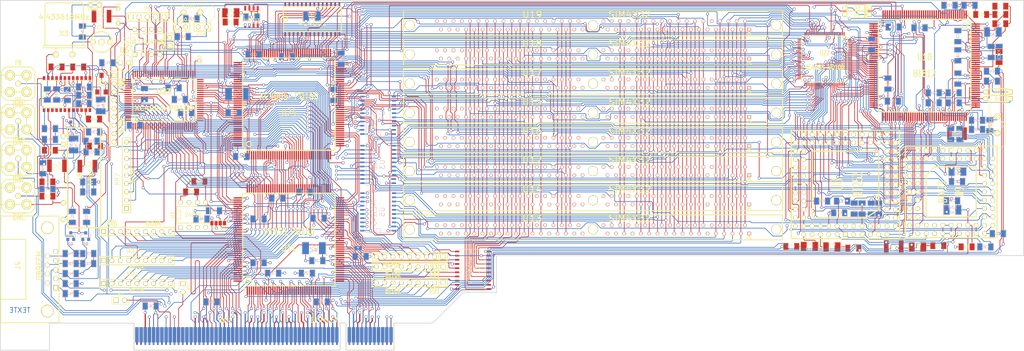
<source format=kicad_pcb>
(kicad_pcb (version 20170123) (host pcbnew "(2017-04-18 revision 01f5a12)-master")
  (title_block (title "KiCad demo") (date 2015-10-14) (rev 1.A))
  (layers (0 Composant signal hide) (1 GND_layer signal hide) (2 VCC_layer signal) (31 Cuivre signal hide) (34 B.Paste user) (35 F.Paste user) (36 B.SilkS user) (37 F.SilkS user) (38 B.Mask user) (39 F.Mask user) (44 Edge.Cuts user))
  (net 0 "")
  (net 1 +12V)
  (net 2 +3.3V)
  (net 3 +5F)
  (net 4 /ESVIDEO-RVB/DPC0)
  (net 5 /ESVIDEO-RVB/DPC1)
  (net 6 /ESVIDEO-RVB/DPC2)
  (net 7 /ESVIDEO-RVB/DPC4)
  (net 8 /ESVIDEO-RVB/DPC5)
  (net 9 /ESVIDEO-RVB/DPC7)
  (net 10 /ESVIDEO-RVB/OE_RVB-)
  (net 11 /ESVIDEO-RVB/PCA0)
  (net 12 /ESVIDEO-RVB/PCA2)
  (net 13 /ESVIDEO-RVB/REF+)
  (net 14 /ESVIDEO-RVB/TVB2)
  (net 15 /ESVIDEO-RVB/TVB3)
  (net 16 /ESVIDEO-RVB/TVG0)
  (net 17 /ESVIDEO-RVB/TVG1)
  (net 18 /ESVIDEO-RVB/TVG2)
  (net 19 /ESVIDEO-RVB/TVG3)
  (net 20 /ESVIDEO-RVB/TVG4)
  (net 21 /ESVIDEO-RVB/TVG5)
  (net 22 /ESVIDEO-RVB/TVR0)
  (net 23 /ESVIDEO-RVB/TVR1)
  (net 24 /ESVIDEO-RVB/TVR2)
  (net 25 /ESVIDEO-RVB/TVR5)
  (net 26 /ESVIDEO-RVB/TVR6)
  (net 27 /ESVIDEO-RVB/TVR7)
  (net 28 /ESVIDEO-RVB/VAA)
  (net 29 /RAMS/MXA0)
  (net 30 /RAMS/MXA1)
  (net 31 /RAMS/MXA10)
  (net 32 /RAMS/MXA2)
  (net 33 /RAMS/MXA3)
  (net 34 /RAMS/MXA4)
  (net 35 /RAMS/MXA5)
  (net 36 /RAMS/MXA6)
  (net 37 /RAMS/MXA7)
  (net 38 /RAMS/MXA8)
  (net 39 /RAMS/MXA9)
  (net 40 /RAMS/TVRAM0)
  (net 41 /RAMS/TVRAM1)
  (net 42 /RAMS/TVRAM10)
  (net 43 /RAMS/TVRAM11)
  (net 44 /RAMS/TVRAM12)
  (net 45 /RAMS/TVRAM13)
  (net 46 /RAMS/TVRAM14)
  (net 47 /RAMS/TVRAM15)
  (net 48 /RAMS/TVRAM16)
  (net 49 /RAMS/TVRAM17)
  (net 50 /RAMS/TVRAM18)
  (net 51 /RAMS/TVRAM19)
  (net 52 /RAMS/TVRAM2)
  (net 53 /RAMS/TVRAM20)
  (net 54 /RAMS/TVRAM21)
  (net 55 /RAMS/TVRAM22)
  (net 56 /RAMS/TVRAM23)
  (net 57 /RAMS/TVRAM24)
  (net 58 /RAMS/TVRAM25)
  (net 59 /RAMS/TVRAM26)
  (net 60 /RAMS/TVRAM27)
  (net 61 /RAMS/TVRAM28)
  (net 62 /RAMS/TVRAM29)
  (net 63 /RAMS/TVRAM3)
  (net 64 /RAMS/TVRAM30)
  (net 65 /RAMS/TVRAM31)
  (net 66 /RAMS/TVRAM4)
  (net 67 /RAMS/TVRAM5)
  (net 68 /RAMS/TVRAM6)
  (net 69 /RAMS/TVRAM7)
  (net 70 /RAMS/TVRAM8)
  (net 71 /RAMS/TVRAM9)
  (net 72 /buspci.sch/ADR6)
  (net 73 /buspci.sch/EA1)
  (net 74 /buspci.sch/EA10)
  (net 75 /buspci.sch/EA11)
  (net 76 /buspci.sch/EA12)
  (net 77 /buspci.sch/EA13)
  (net 78 /buspci.sch/EA14)
  (net 79 /buspci.sch/EA15)
  (net 80 /buspci.sch/EA2)
  (net 81 /buspci.sch/EA3)
  (net 82 /buspci.sch/EA4)
  (net 83 /buspci.sch/EA5)
  (net 84 /buspci.sch/EA6)
  (net 85 /buspci.sch/EA7)
  (net 86 /buspci.sch/EA9)
  (net 87 /buspci.sch/EQ0)
  (net 88 /buspci.sch/EQ1)
  (net 89 /buspci.sch/EQ2)
  (net 90 /buspci.sch/EQ3)
  (net 91 /buspci.sch/EQ4)
  (net 92 /buspci.sch/EQ5)
  (net 93 /buspci.sch/EQ6)
  (net 94 /buspci.sch/EQ7)
  (net 95 /buspci.sch/PTBE-1)
  (net 96 /buspci.sch/P_AD0)
  (net 97 /buspci.sch/P_AD1)
  (net 98 /buspci.sch/P_AD10)
  (net 99 /buspci.sch/P_AD11)
  (net 100 /buspci.sch/P_AD12)
  (net 101 /buspci.sch/P_AD13)
  (net 102 /buspci.sch/P_AD14)
  (net 103 /buspci.sch/P_AD15)
  (net 104 /buspci.sch/P_AD16)
  (net 105 /buspci.sch/P_AD17)
  (net 106 /buspci.sch/P_AD18)
  (net 107 /buspci.sch/P_AD19)
  (net 108 /buspci.sch/P_AD2)
  (net 109 /buspci.sch/P_AD20)
  (net 110 /buspci.sch/P_AD21)
  (net 111 /buspci.sch/P_AD22)
  (net 112 /buspci.sch/P_AD23)
  (net 113 /buspci.sch/P_AD24)
  (net 114 /buspci.sch/P_AD25)
  (net 115 /buspci.sch/P_AD26)
  (net 116 /buspci.sch/P_AD27)
  (net 117 /buspci.sch/P_AD28)
  (net 118 /buspci.sch/P_AD29)
  (net 119 /buspci.sch/P_AD3)
  (net 120 /buspci.sch/P_AD30)
  (net 121 /buspci.sch/P_AD31)
  (net 122 /buspci.sch/P_AD4)
  (net 123 /buspci.sch/P_AD5)
  (net 124 /buspci.sch/P_AD6)
  (net 125 /buspci.sch/P_AD7)
  (net 126 /buspci.sch/P_AD8)
  (net 127 /buspci.sch/P_AD9)
  (net 128 /buspci.sch/P_C/BE0#)
  (net 129 /buspci.sch/P_C/BE1#)
  (net 130 /buspci.sch/P_C/BE2#)
  (net 131 /buspci.sch/P_C/BE3#)
  (net 132 /buspci.sch/P_CLK)
  (net 133 /buspci.sch/P_DEVSEL#)
  (net 134 /buspci.sch/P_FRAME#)
  (net 135 /buspci.sch/P_GNT#)
  (net 136 /buspci.sch/P_IDSEL)
  (net 137 /buspci.sch/P_INTA#)
  (net 138 /buspci.sch/P_IRDY#)
  (net 139 /buspci.sch/P_LOCK#)
  (net 140 /buspci.sch/P_PAR)
  (net 141 /buspci.sch/P_PERR#)
  (net 142 /buspci.sch/P_REQ#)
  (net 143 /buspci.sch/P_RST#)
  (net 144 /buspci.sch/P_SERR#)
  (net 145 /buspci.sch/P_STOP#)
  (net 146 /buspci.sch/P_TRDY#)
  (net 147 /graphic/14MHZOUT)
  (net 148 /graphic/CCLK)
  (net 149 /graphic/CLK10MHz)
  (net 150 /graphic/CSIO-)
  (net 151 /graphic/DIN)
  (net 152 /graphic/DONE)
  (net 153 /graphic/HDOUT)
  (net 154 /graphic/HDREFOUT)
  (net 155 /graphic/IA0)
  (net 156 /graphic/IA1)
  (net 157 /graphic/IA2)
  (net 158 /graphic/IA3)
  (net 159 /graphic/IA4)
  (net 160 /graphic/IA5)
  (net 161 /graphic/IA6)
  (net 162 /graphic/IA7)
  (net 163 /graphic/IA8)
  (net 164 /graphic/IA9)
  (net 165 /graphic/ICAS-)
  (net 166 /graphic/ID0)
  (net 167 /graphic/ID1)
  (net 168 /graphic/ID2)
  (net 169 /graphic/ID3)
  (net 170 /graphic/IOE-)
  (net 171 /graphic/IRAS-)
  (net 172 /graphic/IWR-)
  (net 173 /graphic/LED)
  (net 174 /graphic/PROG*)
  (net 175 /graphic/RESERV1)
  (net 176 /graphic/VOSC)
  (net 177 /graphic/XTAL_I)
  (net 178 /graphic/X_DIN)
  (net 179 /modul/CHROM)
  (net 180 /modul/CVBS)
  (net 181 /modul/CVBSOUT)
  (net 182 /modul/LUM)
  (net 183 /muxdata/DPC10)
  (net 184 /muxdata/DPC11)
  (net 185 /muxdata/DPC12)
  (net 186 /muxdata/DPC13)
  (net 187 /muxdata/DPC14)
  (net 188 /muxdata/DPC15)
  (net 189 /muxdata/DPC16)
  (net 190 /muxdata/DPC17)
  (net 191 /muxdata/DPC18)
  (net 192 /muxdata/DPC19)
  (net 193 /muxdata/DPC20)
  (net 194 /muxdata/DPC21)
  (net 195 /muxdata/DPC22)
  (net 196 /muxdata/DPC23)
  (net 197 /muxdata/DPC24)
  (net 198 /muxdata/DPC25)
  (net 199 /muxdata/DPC26)
  (net 200 /muxdata/DPC27)
  (net 201 /muxdata/DPC28)
  (net 202 /muxdata/DPC29)
  (net 203 /muxdata/DPC30)
  (net 204 /muxdata/DPC31)
  (net 205 /muxdata/DPC8)
  (net 206 /muxdata/DPC9)
  (net 207 /pal-ntsc.sch/C-VIDEO)
  (net 208 /pal-ntsc.sch/VAF)
  (net 209 /pal-ntsc.sch/Y-VIDEO)
  (net 210 /pal-ntsc.sch/Y_SYNC)
  (net 211 GND)
  (net 212 "Net-(BUS1-PadB1)")
  (net 213 "Net-(BUS1-PadB2)")
  (net 214 "Net-(BUS1-PadA4)")
  (net 215 "Net-(BUS1-PadB7)")
  (net 216 "Net-(BUS1-PadB8)")
  (net 217 "Net-(BUS1-PadB9)")
  (net 218 "Net-(BUS1-PadB10)")
  (net 219 "Net-(BUS1-PadB11)")
  (net 220 "Net-(BUS1-PadB14)")
  (net 221 "Net-(BUS1-PadB60)")
  (net 222 "Net-(BUS1-PadA1)")
  (net 223 "Net-(BUS1-PadA3)")
  (net 224 "Net-(BUS1-PadA7)")
  (net 225 "Net-(BUS1-PadA9)")
  (net 226 "Net-(BUS1-PadA11)")
  (net 227 "Net-(BUS1-PadA14)")
  (net 228 "Net-(BUS1-PadA19)")
  (net 229 "Net-(BUS1-PadA40)")
  (net 230 "Net-(BUS1-PadA41)")
  (net 231 "Net-(BUS1-PadA60)")
  (net 232 "Net-(C1-Pad1)")
  (net 233 "Net-(C1-Pad2)")
  (net 234 "Net-(C3-Pad1)")
  (net 235 "Net-(C4-Pad1)")
  (net 236 "Net-(C5-Pad1)")
  (net 237 "Net-(C5-Pad2)")
  (net 238 "Net-(C6-Pad1)")
  (net 239 "Net-(C7-Pad1)")
  (net 240 "Net-(C8-Pad1)")
  (net 241 "Net-(C8-Pad2)")
  (net 242 "Net-(C16-Pad1)")
  (net 243 "Net-(C32-Pad2)")
  (net 244 "Net-(C34-Pad2)")
  (net 245 "Net-(C35-Pad2)")
  (net 246 "Net-(C36-Pad1)")
  (net 247 "Net-(C36-Pad2)")
  (net 248 "Net-(C39-Pad1)")
  (net 249 "Net-(C39-Pad2)")
  (net 250 "Net-(C40-Pad1)")
  (net 251 "Net-(C40-Pad2)")
  (net 252 "Net-(C41-Pad1)")
  (net 253 "Net-(C41-Pad2)")
  (net 254 "Net-(C43-Pad1)")
  (net 255 "Net-(C44-Pad1)")
  (net 256 "Net-(C45-Pad1)")
  (net 257 "Net-(C46-Pad1)")
  (net 258 "Net-(C48-Pad2)")
  (net 259 "Net-(C49-Pad1)")
  (net 260 "Net-(C54-Pad1)")
  (net 261 "Net-(C58-Pad1)")
  (net 262 "Net-(C59-Pad1)")
  (net 263 "Net-(C60-Pad1)")
  (net 264 "Net-(C61-Pad1)")
  (net 265 "Net-(C61-Pad2)")
  (net 266 "Net-(C65-Pad2)")
  (net 267 "Net-(C66-Pad2)")
  (net 268 "Net-(CV1-Pad1)")
  (net 269 "Net-(D6-Pad1)")
  (net 270 "Net-(L1-Pad1)")
  (net 271 "Net-(L6-Pad1)")
  (net 272 "Net-(L6-Pad2)")
  (net 273 "Net-(P4-Pad1)")
  (net 274 "Net-(P9-Pad1)")
  (net 275 "Net-(P10-Pad1)")
  (net 276 "Net-(P11-Pad1)")
  (net 277 "Net-(POT1-Pad1)")
  (net 278 "Net-(Q1-Pad1)")
  (net 279 "Net-(Q1-Pad2)")
  (net 280 "Net-(Q2-Pad1)")
  (net 281 "Net-(Q2-Pad2)")
  (net 282 "Net-(Q3-Pad1)")
  (net 283 "Net-(Q3-Pad2)")
  (net 284 "Net-(R4-Pad1)")
  (net 285 "Net-(R5-Pad1)")
  (net 286 "Net-(R6-Pad1)")
  (net 287 "Net-(R7-Pad1)")
  (net 288 "Net-(R9-Pad2)")
  (net 289 "Net-(R10-Pad2)")
  (net 290 "Net-(R19-Pad2)")
  (net 291 "Net-(R27-Pad1)")
  (net 292 "Net-(R28-Pad2)")
  (net 293 "Net-(R29-Pad2)")
  (net 294 "Net-(R36-Pad2)")
  (net 295 "Net-(R38-Pad1)")
  (net 296 /ESVIDEO-RVB/DPC3)
  (net 297 /ESVIDEO-RVB/DPC6)
  (net 298 /ESVIDEO-RVB/PCA1)
  (net 299 /ESVIDEO-RVB/TVB7)
  (net 300 /ESVIDEO-RVB/TVB6)
  (net 301 /ESVIDEO-RVB/TVB5)
  (net 302 /ESVIDEO-RVB/TVB4)
  (net 303 /ESVIDEO-RVB/TVB1)
  (net 304 /ESVIDEO-RVB/TVB0)
  (net 305 /ESVIDEO-RVB/TVG7)
  (net 306 /ESVIDEO-RVB/TVG6)
  (net 307 /ESVIDEO-RVB/TVR4)
  (net 308 /ESVIDEO-RVB/TVR3)
  (net 309 "Net-(U8-Pad58)")
  (net 310 "Net-(U8-Pad60)")
  (net 311 "Net-(U8-Pad62)")
  (net 312 /ESVIDEO-RVB/TVI0)
  (net 313 /ESVIDEO-RVB/TVI1)
  (net 314 /buspci.sch/BE-3)
  (net 315 /buspci.sch/BE-2)
  (net 316 /buspci.sch/BE-1)
  (net 317 /buspci.sch/ADR5)
  (net 318 /buspci.sch/ADR4)
  (net 319 /buspci.sch/ADR3)
  (net 320 /buspci.sch/ADR2)
  (net 321 /buspci.sch/BE-0)
  (net 322 /buspci.sch/PTBE-0)
  (net 323 /buspci.sch/PTBE-2)
  (net 324 /buspci.sch/PTBE-3)
  (net 325 "Net-(U20-Pad23)")
  (net 326 +5V)
  (net 327 /GREEN_IN)
  (net 328 /RED_IN)
  (net 329 /RED_OUT)
  (net 330 /GREEN_OUT)
  (net 331 /BLUE_OUT)
  (net 332 /C_OUT)
  (net 333 /Y_OUT)
  (net 334 /BLUE_IN)
  (net 335 /CSYNC-OUT)
  (net 336 /IRQ_SRL)
  (net 337 /SELECT-)
  (net 338 //PCWR)
  (net 339 //PCRD)
  (net 340 /PTATN-)
  (net 341 /X_IRQ)
  (net 342 /PTADR-)
  (net 343 /RDFIFO-)
  (net 344 /WRFIFDO-)
  (net 345 /PTRDY-)
  (net 346 /ACCES_RAM-)
  (net 347 /WRITE_RAM)
  (net 348 "Net-(U7-Pad8)")
  (net 349 "Net-(U8-Pad4)")
  (net 350 "Net-(U8-Pad5)")
  (net 351 /CSYNCIN-)
  (net 352 /RDCAD-)
  (net 353 /WRCAD-)
  (net 354 /CLAMP)
  (net 355 /CLKCAD)
  (net 356 "Net-(U8-Pad74)")
  (net 357 "Net-(U8-Pad77)")
  (net 358 "Net-(U8-Pad81)")
  (net 359 "Net-(U9-Pad5)")
  (net 360 "Net-(U9-Pad6)")
  (net 361 /BLANK-)
  (net 362 /CLKCDA)
  (net 363 /RDCDA-)
  (net 364 /WRCDA-)
  (net 365 "Net-(U9-Pad27)")
  (net 366 /OE_PAL-)
  (net 367 "Net-(U9-Pad30)")
  (net 368 "Net-(U10-Pad25)")
  (net 369 "Net-(U10-Pad26)")
  (net 370 "Net-(U10-Pad27)")
  (net 371 "Net-(U10-Pad28)")
  (net 372 "Net-(U10-Pad29)")
  (net 373 "Net-(U10-Pad32)")
  (net 374 "Net-(U10-Pad33)")
  (net 375 /VD_PAL-)
  (net 376 "Net-(U10-Pad35)")
  (net 377 /HD_PAL-)
  (net 378 "Net-(U10-Pad37)")
  (net 379 "Net-(U10-Pad38)")
  (net 380 "Net-(U10-Pad127)")
  (net 381 "Net-(U10-Pad129)")
  (net 382 "Net-(U10-Pad131)")
  (net 383 "Net-(U10-Pad150)")
  (net 384 "Net-(U10-Pad152)")
  (net 385 "Net-(U10-Pad154)")
  (net 386 /BT812_WR-)
  (net 387 /BT812_RD-)
  (net 388 /SYSRST-)
  (net 389 "Net-(U10-Pad101)")
  (net 390 /F_PALIN)
  (net 391 "Net-(U10-Pad105)")
  (net 392 "Net-(U10-Pad106)")
  (net 393 "Net-(U10-Pad107)")
  (net 394 /PTNUM1)
  (net 395 /PTNUM0)
  (net 396 /IRQ-)
  (net 397 /BPCLK)
  (net 398 /WRFULL)
  (net 399 /RDEMPTY)
  (net 400 /PTWR)
  (net 401 /PTBURST)
  (net 402 /RAS5-)
  (net 403 /CAS0-)
  (net 404 /CAS1-)
  (net 405 /CAS2-)
  (net 406 /CAS3-)
  (net 407 /WRAM-)
  (net 408 "Net-(U12-Pad67)")
  (net 409 "Net-(U12-Pad68)")
  (net 410 "Net-(U12-Pad69)")
  (net 411 "Net-(U12-Pad70)")
  (net 412 /RAS7-)
  (net 413 "Net-(U13-Pad67)")
  (net 414 "Net-(U13-Pad68)")
  (net 415 "Net-(U13-Pad69)")
  (net 416 "Net-(U13-Pad70)")
  (net 417 /RAS6-)
  (net 418 "Net-(U14-Pad67)")
  (net 419 "Net-(U14-Pad68)")
  (net 420 "Net-(U14-Pad69)")
  (net 421 "Net-(U14-Pad70)")
  (net 422 /RAS3-)
  (net 423 "Net-(U15-Pad67)")
  (net 424 "Net-(U15-Pad68)")
  (net 425 "Net-(U15-Pad69)")
  (net 426 "Net-(U15-Pad70)")
  (net 427 /RAS4-)
  (net 428 "Net-(U16-Pad67)")
  (net 429 "Net-(U16-Pad68)")
  (net 430 "Net-(U16-Pad69)")
  (net 431 "Net-(U16-Pad70)")
  (net 432 /RAS2-)
  (net 433 "Net-(U17-Pad67)")
  (net 434 "Net-(U17-Pad68)")
  (net 435 "Net-(U17-Pad69)")
  (net 436 "Net-(U17-Pad70)")
  (net 437 /RAS1-)
  (net 438 "Net-(U18-Pad67)")
  (net 439 "Net-(U18-Pad68)")
  (net 440 "Net-(U18-Pad69)")
  (net 441 "Net-(U18-Pad70)")
  (net 442 /RAS0-)
  (net 443 "Net-(U19-Pad67)")
  (net 444 "Net-(U19-Pad68)")
  (net 445 "Net-(U19-Pad69)")
  (net 446 "Net-(U19-Pad70)")
  (net 447 "Net-(U20-Pad1)")
  (net 448 "Net-(U20-Pad3)")
  (net 449 "Net-(U20-Pad4)")
  (net 450 "Net-(U20-Pad5)")
  (net 451 "Net-(U21-Pad6)")
  (net 452 "Net-(U22-Pad76)")
  (net 453 /X_PROG-)
  (net 454 "Net-(U22-Pad65)")
  (net 455 "Net-(U22-Pad66)")
  (net 456 /X_DATA)
  (net 457 "Net-(U22-Pad73)")
  (net 458 /X_CLK)
  (net 459 "Net-(U22-Pad3)")
  (net 460 "Net-(U22-Pad4)")
  (net 461 "Net-(U22-Pad5)")
  (net 462 "Net-(U22-Pad6)")
  (net 463 "Net-(U22-Pad10)")
  (net 464 /ACQ_ON)
  (net 465 "Net-(U22-Pad14)")
  (net 466 "Net-(U22-Pad15)")
  (net 467 "Net-(U22-Pad16)")
  (net 468 "Net-(U22-Pad27)")
  (net 469 "Net-(U22-Pad30)")
  (net 470 /X_DONE)
  (net 471 "Net-(U23-Pad62)")
  (net 472 "Net-(U23-Pad60)")
  (net 473 "Net-(U23-Pad58)")
  (net 474 "Net-(U23-Pad68)")
  (net 475 "Net-(U23-Pad76)")
  (net 476 "Net-(U23-Pad79)")
  (net 477 "Net-(U23-Pad2)")
  (net 478 "Net-(U23-Pad100)")
  (net 479 "Net-(U23-Pad99)")
  (net 480 "Net-(U23-Pad98)")
  (net 481 "Net-(U23-Pad31)")
  (net 482 "Net-(U23-Pad33)")
  (net 483 "Net-(U23-Pad50)")
  (net 484 "Net-(U23-Pad49)")
  (net 485 "Net-(U24-Pad121)")
  (net 486 "Net-(U24-Pad84)")
  (module Connectors:BUSPCI (layer Composant) (at 158.115 158.75)
    (fp_text reference BUS1 (at -35.941 -4.699) (layer F.SilkS) (effects (font (size 1.524 1.016) (thickness 0.2032))))
    (fp_text value BUSPCI_5V (at -5.842 -4.699) (layer F.SilkS) (effects (font (size 1.524 1.016) (thickness 0.2032))))
    (pad B1 connect rect (at -62.865 -0.254) (size 1.016 4.572) (layers Composant F.Mask) (net 212 "Net-(BUS1-PadB1)"))
    (pad B2 connect rect (at -61.595 -0.254) (size 1.016 4.572) (layers Composant F.Mask) (net 213 "Net-(BUS1-PadB2)"))
    (pad B3 connect rect (at -60.325 -0.254) (size 1.016 4.572) (layers Composant F.Mask) (net 211 GND))
    (pad B4 connect rect (at -59.055 -0.254) (size 1.016 4.572) (layers Composant F.Mask) (net 214 "Net-(BUS1-PadA4)"))
    (pad B5 connect rect (at -57.785 -0.254) (size 1.016 4.572) (layers Composant F.Mask) (net 326 +5V))
    (pad B6 connect rect (at -56.515 -0.254) (size 1.016 4.572) (layers Composant F.Mask) (net 326 +5V))
    (pad B7 connect rect (at -55.245 -0.254) (size 1.016 4.572) (layers Composant F.Mask) (net 215 "Net-(BUS1-PadB7)"))
    (pad B8 connect rect (at -53.975 -0.254) (size 1.016 4.572) (layers Composant F.Mask) (net 216 "Net-(BUS1-PadB8)"))
    (pad B9 connect rect (at -52.705 -0.254) (size 1.016 4.572) (layers Composant F.Mask) (net 217 "Net-(BUS1-PadB9)"))
    (pad B10 connect rect (at -51.435 -0.254) (size 1.016 4.572) (layers Composant F.Mask) (net 218 "Net-(BUS1-PadB10)"))
    (pad B11 connect rect (at -50.165 -0.254) (size 1.016 4.572) (layers Composant F.Mask) (net 219 "Net-(BUS1-PadB11)"))
    (pad B12 connect rect (at -48.895 -0.254) (size 1.016 4.572) (layers Composant F.Mask))
    (pad B13 connect rect (at -47.625 -0.254) (size 1.016 4.572) (layers Composant F.Mask))
    (pad B14 connect rect (at -46.355 -0.254) (size 1.016 4.572) (layers Composant F.Mask) (net 220 "Net-(BUS1-PadB14)"))
    (pad B15 connect rect (at -45.085 -0.254) (size 1.016 4.572) (layers Composant F.Mask) (net 211 GND))
    (pad B16 connect rect (at -43.815 -0.254) (size 1.016 4.572) (layers Composant F.Mask) (net 132 /buspci.sch/P_CLK))
    (pad B17 connect rect (at -42.545 -0.254) (size 1.016 4.572) (layers Composant F.Mask) (net 211 GND))
    (pad B18 connect rect (at -41.275 -0.254) (size 1.016 4.572) (layers Composant F.Mask) (net 142 /buspci.sch/P_REQ#))
    (pad B19 connect rect (at -40.005 -0.254) (size 1.016 4.572) (layers Composant F.Mask) (net 326 +5V))
    (pad B20 connect rect (at -38.735 -0.254) (size 1.016 4.572) (layers Composant F.Mask) (net 121 /buspci.sch/P_AD31))
    (pad B21 connect rect (at -37.465 -0.254) (size 1.016 4.572) (layers Composant F.Mask) (net 118 /buspci.sch/P_AD29))
    (pad B22 connect rect (at -36.195 -0.254) (size 1.016 4.572) (layers Composant F.Mask) (net 211 GND))
    (pad B23 connect rect (at -34.925 -0.254) (size 1.016 4.572) (layers Composant F.Mask) (net 116 /buspci.sch/P_AD27))
    (pad B24 connect rect (at -33.655 -0.254) (size 1.016 4.572) (layers Composant F.Mask) (net 114 /buspci.sch/P_AD25))
    (pad B25 connect rect (at -32.385 -0.254) (size 1.016 4.572) (layers Composant F.Mask) (net 2 +3.3V))
    (pad B26 connect rect (at -31.115 -0.254) (size 1.016 4.572) (layers Composant F.Mask) (net 131 /buspci.sch/P_C/BE3#))
    (pad B27 connect rect (at -29.845 -0.254) (size 1.016 4.572) (layers Composant F.Mask) (net 112 /buspci.sch/P_AD23))
    (pad B28 connect rect (at -28.575 -0.254) (size 1.016 4.572) (layers Composant F.Mask) (net 211 GND))
    (pad B29 connect rect (at -27.305 -0.254) (size 1.016 4.572) (layers Composant F.Mask) (net 110 /buspci.sch/P_AD21))
    (pad B30 connect rect (at -26.035 -0.254) (size 1.016 4.572) (layers Composant F.Mask) (net 107 /buspci.sch/P_AD19))
    (pad B31 connect rect (at -24.765 -0.254) (size 1.016 4.572) (layers Composant F.Mask) (net 2 +3.3V))
    (pad B32 connect rect (at -23.495 -0.254) (size 1.016 4.572) (layers Composant F.Mask) (net 105 /buspci.sch/P_AD17))
    (pad B33 connect rect (at -22.225 -0.254) (size 1.016 4.572) (layers Composant F.Mask) (net 130 /buspci.sch/P_C/BE2#))
    (pad B34 connect rect (at -20.955 -0.254) (size 1.016 4.572) (layers Composant F.Mask) (net 211 GND))
    (pad B35 connect rect (at -19.685 -0.254) (size 1.016 4.572) (layers Composant F.Mask) (net 138 /buspci.sch/P_IRDY#))
    (pad B36 connect rect (at -18.415 -0.254) (size 1.016 4.572) (layers Composant F.Mask) (net 2 +3.3V))
    (pad B37 connect rect (at -17.145 -0.254) (size 1.016 4.572) (layers Composant F.Mask) (net 133 /buspci.sch/P_DEVSEL#))
    (pad B38 connect rect (at -15.875 -0.254) (size 1.016 4.572) (layers Composant F.Mask) (net 211 GND))
    (pad B39 connect rect (at -14.605 -0.254) (size 1.016 4.572) (layers Composant F.Mask) (net 139 /buspci.sch/P_LOCK#))
    (pad B40 connect rect (at -13.335 -0.254) (size 1.016 4.572) (layers Composant F.Mask) (net 141 /buspci.sch/P_PERR#))
    (pad B41 connect rect (at -12.065 -0.254) (size 1.016 4.572) (layers Composant F.Mask) (net 2 +3.3V))
    (pad B42 connect rect (at -10.795 -0.254) (size 1.016 4.572) (layers Composant F.Mask) (net 144 /buspci.sch/P_SERR#))
    (pad B43 connect rect (at -9.525 -0.254) (size 1.016 4.572) (layers Composant F.Mask) (net 2 +3.3V))
    (pad B44 connect rect (at -8.255 -0.254) (size 1.016 4.572) (layers Composant F.Mask) (net 129 /buspci.sch/P_C/BE1#))
    (pad B45 connect rect (at -6.985 -0.254) (size 1.016 4.572) (layers Composant F.Mask) (net 102 /buspci.sch/P_AD14))
    (pad B46 connect rect (at -5.715 -0.254) (size 1.016 4.572) (layers Composant F.Mask) (net 211 GND))
    (pad B47 connect rect (at -4.445 -0.254) (size 1.016 4.572) (layers Composant F.Mask) (net 100 /buspci.sch/P_AD12))
    (pad B48 connect rect (at -3.175 -0.254) (size 1.016 4.572) (layers Composant F.Mask) (net 98 /buspci.sch/P_AD10))
    (pad B49 connect rect (at -1.905 -0.254) (size 1.016 4.572) (layers Composant F.Mask) (net 211 GND))
    (pad B52 connect rect (at 1.905 -0.254) (size 1.016 4.572) (layers Composant F.Mask) (net 126 /buspci.sch/P_AD8))
    (pad B53 connect rect (at 3.175 -0.254) (size 1.016 4.572) (layers Composant F.Mask) (net 125 /buspci.sch/P_AD7))
    (pad B54 connect rect (at 4.445 -0.254) (size 1.016 4.572) (layers Composant F.Mask) (net 2 +3.3V))
    (pad B55 connect rect (at 5.715 -0.254) (size 1.016 4.572) (layers Composant F.Mask) (net 123 /buspci.sch/P_AD5))
    (pad B56 connect rect (at 6.985 -0.254) (size 1.016 4.572) (layers Composant F.Mask) (net 119 /buspci.sch/P_AD3))
    (pad B57 connect rect (at 8.255 -0.254) (size 1.016 4.572) (layers Composant F.Mask) (net 211 GND))
    (pad B58 connect rect (at 9.525 -0.254) (size 1.016 4.572) (layers Composant F.Mask) (net 97 /buspci.sch/P_AD1))
    (pad B59 connect rect (at 10.795 -0.254) (size 1.016 4.572) (layers Composant F.Mask) (net 326 +5V))
    (pad B60 connect rect (at 12.065 -0.254) (size 1.016 4.572) (layers Composant F.Mask) (net 221 "Net-(BUS1-PadB60)"))
    (pad B61 connect rect (at 13.335 -0.254) (size 1.016 4.572) (layers Composant F.Mask) (net 326 +5V))
    (pad B62 connect rect (at 14.605 -0.254) (size 1.016 4.572) (layers Composant F.Mask) (net 326 +5V))
    (pad A1 connect rect (at -62.865 -0.254) (size 1.016 4.572) (layers Cuivre B.Mask) (net 222 "Net-(BUS1-PadA1)"))
    (pad A2 connect rect (at -61.595 -0.254) (size 1.016 4.572) (layers Cuivre B.Mask) (net 1 +12V))
    (pad A3 connect rect (at -60.325 -0.254) (size 1.016 4.572) (layers Cuivre B.Mask) (net 223 "Net-(BUS1-PadA3)"))
    (pad A4 connect rect (at -59.055 -0.254) (size 1.016 4.572) (layers Cuivre B.Mask) (net 214 "Net-(BUS1-PadA4)"))
    (pad A5 connect rect (at -57.785 -0.254) (size 1.016 4.572) (layers Cuivre B.Mask) (net 326 +5V))
    (pad A6 connect rect (at -56.515 -0.254) (size 1.016 4.572) (layers Cuivre B.Mask) (net 137 /buspci.sch/P_INTA#))
    (pad A7 connect rect (at -55.245 -0.254) (size 1.016 4.572) (layers Cuivre B.Mask) (net 224 "Net-(BUS1-PadA7)"))
    (pad A8 connect rect (at -53.975 -0.254) (size 1.016 4.572) (layers Cuivre B.Mask) (net 326 +5V))
    (pad A9 connect rect (at -52.705 -0.254) (size 1.016 4.572) (layers Cuivre B.Mask) (net 225 "Net-(BUS1-PadA9)"))
    (pad A10 connect rect (at -51.435 -0.254) (size 1.016 4.572) (layers Cuivre B.Mask) (net 326 +5V))
    (pad A11 connect rect (at -50.165 -0.254) (size 1.016 4.572) (layers Cuivre B.Mask) (net 226 "Net-(BUS1-PadA11)"))
    (pad A12 connect rect (at -48.895 -0.254) (size 1.016 4.572) (layers Cuivre B.Mask))
    (pad A13 connect rect (at -47.625 -0.254) (size 1.016 4.572) (layers Cuivre B.Mask))
    (pad A14 connect rect (at -46.355 -0.254) (size 1.016 4.572) (layers Cuivre B.Mask) (net 227 "Net-(BUS1-PadA14)"))
    (pad A15 connect rect (at -45.085 -0.254) (size 1.016 4.572) (layers Cuivre B.Mask) (net 143 /buspci.sch/P_RST#))
    (pad A16 connect rect (at -43.815 -0.254) (size 1.016 4.572) (layers Cuivre B.Mask) (net 326 +5V))
    (pad A17 connect rect (at -42.545 -0.254) (size 1.016 4.572) (layers Cuivre B.Mask) (net 135 /buspci.sch/P_GNT#))
    (pad A18 connect rect (at -41.275 -0.254) (size 1.016 4.572) (layers Cuivre B.Mask) (net 211 GND))
    (pad A19 connect rect (at -40.005 -0.254) (size 1.016 4.572) (layers Cuivre B.Mask) (net 228 "Net-(BUS1-PadA19)"))
    (pad A20 connect rect (at -38.735 -0.254) (size 1.016 4.572) (layers Cuivre B.Mask) (net 120 /buspci.sch/P_AD30))
    (pad A21 connect rect (at -37.465 -0.254) (size 1.016 4.572) (layers Cuivre B.Mask) (net 2 +3.3V))
    (pad A22 connect rect (at -36.195 -0.254) (size 1.016 4.572) (layers Cuivre B.Mask) (net 117 /buspci.sch/P_AD28))
    (pad A23 connect rect (at -34.925 -0.254) (size 1.016 4.572) (layers Cuivre B.Mask) (net 115 /buspci.sch/P_AD26))
    (pad A24 connect rect (at -33.655 -0.254) (size 1.016 4.572) (layers Cuivre B.Mask) (net 211 GND))
    (pad A25 connect rect (at -32.385 -0.254) (size 1.016 4.572) (layers Cuivre B.Mask) (net 113 /buspci.sch/P_AD24))
    (pad A26 connect rect (at -31.115 -0.254) (size 1.016 4.572) (layers Cuivre B.Mask) (net 136 /buspci.sch/P_IDSEL))
    (pad A27 connect rect (at -29.845 -0.254) (size 1.016 4.572) (layers Cuivre B.Mask) (net 2 +3.3V))
    (pad A28 connect rect (at -28.575 -0.254) (size 1.016 4.572) (layers Cuivre B.Mask) (net 111 /buspci.sch/P_AD22))
    (pad A29 connect rect (at -27.305 -0.254) (size 1.016 4.572) (layers Cuivre B.Mask) (net 109 /buspci.sch/P_AD20))
    (pad A30 connect rect (at -26.035 -0.254) (size 1.016 4.572) (layers Cuivre B.Mask) (net 211 GND))
    (pad A31 connect rect (at -24.765 -0.254) (size 1.016 4.572) (layers Cuivre B.Mask) (net 106 /buspci.sch/P_AD18))
    (pad A32 connect rect (at -23.495 -0.254) (size 1.016 4.572) (layers Cuivre B.Mask) (net 104 /buspci.sch/P_AD16))
    (pad A33 connect rect (at -22.225 -0.254) (size 1.016 4.572) (layers Cuivre B.Mask) (net 2 +3.3V))
    (pad A34 connect rect (at -20.955 -0.254) (size 1.016 4.572) (layers Cuivre B.Mask) (net 134 /buspci.sch/P_FRAME#))
    (pad A35 connect rect (at -19.685 -0.254) (size 1.016 4.572) (layers Cuivre B.Mask) (net 211 GND))
    (pad A36 connect rect (at -18.415 -0.254) (size 1.016 4.572) (layers Cuivre B.Mask) (net 146 /buspci.sch/P_TRDY#))
    (pad A37 connect rect (at -17.145 -0.254) (size 1.016 4.572) (layers Cuivre B.Mask) (net 211 GND))
    (pad A38 connect rect (at -15.875 -0.254) (size 1.016 4.572) (layers Cuivre B.Mask) (net 145 /buspci.sch/P_STOP#))
    (pad A39 connect rect (at -14.605 -0.254) (size 1.016 4.572) (layers Cuivre B.Mask) (net 2 +3.3V))
    (pad A40 connect rect (at -13.335 -0.254) (size 1.016 4.572) (layers Cuivre B.Mask) (net 229 "Net-(BUS1-PadA40)"))
    (pad A41 connect rect (at -12.065 -0.254) (size 1.016 4.572) (layers Cuivre B.Mask) (net 230 "Net-(BUS1-PadA41)"))
    (pad A42 connect rect (at -10.795 -0.254) (size 1.016 4.572) (layers Cuivre B.Mask) (net 211 GND))
    (pad A43 connect rect (at -9.525 -0.254) (size 1.016 4.572) (layers Cuivre B.Mask) (net 140 /buspci.sch/P_PAR))
    (pad A44 connect rect (at -8.255 -0.254) (size 1.016 4.572) (layers Cuivre B.Mask) (net 103 /buspci.sch/P_AD15))
    (pad A45 connect rect (at -6.985 -0.254) (size 1.016 4.572) (layers Cuivre B.Mask) (net 2 +3.3V))
    (pad A46 connect rect (at -5.715 -0.254) (size 1.016 4.572) (layers Cuivre B.Mask) (net 101 /buspci.sch/P_AD13))
    (pad A47 connect rect (at -4.445 -0.254) (size 1.016 4.572) (layers Cuivre B.Mask) (net 99 /buspci.sch/P_AD11))
    (pad A48 connect rect (at -3.175 -0.254) (size 1.016 4.572) (layers Cuivre B.Mask) (net 211 GND))
    (pad A49 connect rect (at -1.905 -0.254) (size 1.016 4.572) (layers Cuivre B.Mask) (net 127 /buspci.sch/P_AD9))
    (pad A52 connect rect (at 1.905 -0.254) (size 1.016 4.572) (layers Cuivre B.Mask) (net 128 /buspci.sch/P_C/BE0#))
    (pad A53 connect rect (at 3.175 -0.254) (size 1.016 4.572) (layers Cuivre B.Mask) (net 2 +3.3V))
    (pad A54 connect rect (at 4.445 -0.254) (size 1.016 4.572) (layers Cuivre B.Mask) (net 124 /buspci.sch/P_AD6))
    (pad A55 connect rect (at 5.715 -0.254) (size 1.016 4.572) (layers Cuivre B.Mask) (net 122 /buspci.sch/P_AD4))
    (pad A56 connect rect (at 6.985 -0.254) (size 1.016 4.572) (layers Cuivre B.Mask) (net 211 GND))
    (pad A57 connect rect (at 8.255 -0.254) (size 1.016 4.572) (layers Cuivre B.Mask) (net 108 /buspci.sch/P_AD2))
    (pad A58 connect rect (at 9.525 -0.254) (size 1.016 4.572) (layers Cuivre B.Mask) (net 96 /buspci.sch/P_AD0))
    (pad A59 connect rect (at 10.795 -0.254) (size 1.016 4.572) (layers Cuivre B.Mask) (net 326 +5V))
    (pad A60 connect rect (at 12.065 -0.254) (size 1.016 4.572) (layers Cuivre B.Mask) (net 231 "Net-(BUS1-PadA60)"))
    (pad A61 connect rect (at 13.335 -0.254) (size 1.016 4.572) (layers Cuivre B.Mask) (net 326 +5V))
    (pad A62 connect rect (at 14.605 -0.254) (size 1.016 4.572) (layers Cuivre B.Mask) (net 326 +5V))
    (pad B2 connect rect (at -61.595 2.413) (size 0.508 0.762) (layers Composant F.Mask) (net 213 "Net-(BUS1-PadB2)"))
    (pad B3 connect rect (at -60.325 2.413) (size 0.508 0.762) (layers Composant F.Mask) (net 211 GND))
    (pad B4 connect rect (at -59.055 2.413) (size 0.508 0.762) (layers Composant F.Mask) (net 214 "Net-(BUS1-PadA4)"))
    (pad B5 connect rect (at -57.785 2.413) (size 0.508 0.762) (layers Composant F.Mask) (net 326 +5V))
    (pad B6 connect rect (at -56.515 2.413) (size 0.508 0.762) (layers Composant F.Mask) (net 326 +5V))
    (pad B7 connect rect (at -55.245 2.413) (size 0.508 0.762) (layers Composant F.Mask) (net 215 "Net-(BUS1-PadB7)"))
    (pad B8 connect rect (at -53.975 2.413) (size 0.508 0.762) (layers Composant F.Mask) (net 216 "Net-(BUS1-PadB8)"))
    (pad B9 connect rect (at -52.705 2.413) (size 0.508 0.762) (layers Composant F.Mask) (net 217 "Net-(BUS1-PadB9)"))
    (pad B10 connect rect (at -51.435 2.413) (size 0.508 0.762) (layers Composant F.Mask) (net 218 "Net-(BUS1-PadB10)"))
    (pad B11 connect rect (at -50.165 2.413) (size 0.508 0.762) (layers Composant F.Mask) (net 219 "Net-(BUS1-PadB11)"))
    (pad B12 connect rect (at -48.895 2.413) (size 0.508 0.762) (layers Composant F.Mask))
    (pad B13 connect rect (at -47.625 2.413) (size 0.508 0.762) (layers Composant F.Mask))
    (pad B14 connect rect (at -46.355 2.413) (size 0.508 0.762) (layers Composant F.Mask) (net 220 "Net-(BUS1-PadB14)"))
    (pad B15 connect rect (at -45.085 2.413) (size 0.508 0.762) (layers Composant F.Mask) (net 211 GND))
    (pad B16 connect rect (at -43.815 2.413) (size 0.508 0.762) (layers Composant F.Mask) (net 132 /buspci.sch/P_CLK))
    (pad B17 connect rect (at -42.545 2.413) (size 0.508 0.762) (layers Composant F.Mask) (net 211 GND))
    (pad B18 connect rect (at -41.275 2.413) (size 0.508 0.762) (layers Composant F.Mask) (net 142 /buspci.sch/P_REQ#))
    (pad B19 connect rect (at -40.005 2.413) (size 0.508 0.762) (layers Composant F.Mask) (net 326 +5V))
    (pad B20 connect rect (at -38.735 2.413) (size 0.508 0.762) (layers Composant F.Mask) (net 121 /buspci.sch/P_AD31))
    (pad B21 connect rect (at -37.465 2.413) (size 0.508 0.762) (layers Composant F.Mask) (net 118 /buspci.sch/P_AD29))
    (pad B22 connect rect (at -36.195 2.413) (size 0.508 0.762) (layers Composant F.Mask) (net 211 GND))
    (pad B23 connect rect (at -34.925 2.413) (size 0.508 0.762) (layers Composant F.Mask) (net 116 /buspci.sch/P_AD27))
    (pad B24 connect rect (at -33.655 2.413) (size 0.508 0.762) (layers Composant F.Mask) (net 114 /buspci.sch/P_AD25))
    (pad B25 connect rect (at -32.385 2.413) (size 0.508 0.762) (layers Composant F.Mask) (net 2 +3.3V))
    (pad B26 connect rect (at -31.115 2.413) (size 0.508 0.762) (layers Composant F.Mask) (net 131 /buspci.sch/P_C/BE3#))
    (pad B27 connect rect (at -29.845 2.413) (size 0.508 0.762) (layers Composant F.Mask) (net 112 /buspci.sch/P_AD23))
    (pad B28 connect rect (at -28.575 2.413) (size 0.508 0.762) (layers Composant F.Mask) (net 211 GND))
    (pad B29 connect rect (at -27.305 2.413) (size 0.508 0.762) (layers Composant F.Mask) (net 110 /buspci.sch/P_AD21))
    (pad B30 connect rect (at -26.035 2.413) (size 0.508 0.762) (layers Composant F.Mask) (net 107 /buspci.sch/P_AD19))
    (pad B31 connect rect (at -24.765 2.413) (size 0.508 0.762) (layers Composant F.Mask) (net 2 +3.3V))
    (pad B32 connect rect (at -23.495 2.413) (size 0.508 0.762) (layers Composant F.Mask) (net 105 /buspci.sch/P_AD17))
    (pad B33 connect rect (at -22.225 2.413) (size 0.508 0.762) (layers Composant F.Mask) (net 130 /buspci.sch/P_C/BE2#))
    (pad B34 connect rect (at -20.955 2.413) (size 0.508 0.762) (layers Composant F.Mask) (net 211 GND))
    (pad B35 connect rect (at -19.685 2.413) (size 0.508 0.762) (layers Composant F.Mask) (net 138 /buspci.sch/P_IRDY#))
    (pad B36 connect rect (at -18.415 2.413) (size 0.508 0.762) (layers Composant F.Mask) (net 2 +3.3V))
    (pad B37 connect rect (at -17.145 2.413) (size 0.508 0.762) (layers Composant F.Mask) (net 133 /buspci.sch/P_DEVSEL#))
    (pad B38 connect rect (at -15.875 2.413) (size 0.508 0.762) (layers Composant F.Mask) (net 211 GND))
    (pad B39 connect rect (at -14.605 2.413) (size 0.508 0.762) (layers Composant F.Mask) (net 139 /buspci.sch/P_LOCK#))
    (pad B40 connect rect (at -13.335 2.413) (size 0.508 0.762) (layers Composant F.Mask) (net 141 /buspci.sch/P_PERR#))
    (pad B41 connect rect (at -12.065 2.413) (size 0.508 0.762) (layers Composant F.Mask) (net 2 +3.3V))
    (pad B42 connect rect (at -10.795 2.413) (size 0.508 0.762) (layers Composant F.Mask) (net 144 /buspci.sch/P_SERR#))
    (pad B43 connect rect (at -9.525 2.413) (size 0.508 0.762) (layers Composant F.Mask) (net 2 +3.3V))
    (pad B44 connect rect (at -8.255 2.413) (size 0.508 0.762) (layers Composant F.Mask) (net 129 /buspci.sch/P_C/BE1#))
    (pad B45 connect rect (at -6.985 2.413) (size 0.508 0.762) (layers Composant F.Mask) (net 102 /buspci.sch/P_AD14))
    (pad B46 connect rect (at -5.715 2.413) (size 0.508 0.762) (layers Composant F.Mask) (net 211 GND))
    (pad B47 connect rect (at -4.445 2.413) (size 0.508 0.762) (layers Composant F.Mask) (net 100 /buspci.sch/P_AD12))
    (pad B48 connect rect (at -3.175 2.413) (size 0.508 0.762) (layers Composant F.Mask) (net 98 /buspci.sch/P_AD10))
    (pad B49 connect rect (at -1.905 2.413) (size 0.508 0.762) (layers Composant F.Mask) (net 211 GND))
    (pad B52 connect rect (at 1.905 2.413) (size 0.508 0.762) (layers Composant F.Mask) (net 126 /buspci.sch/P_AD8))
    (pad B53 connect rect (at 3.175 2.413) (size 0.508 0.762) (layers Composant F.Mask) (net 125 /buspci.sch/P_AD7))
    (pad B54 connect rect (at 4.445 2.413) (size 0.508 0.762) (layers Composant F.Mask) (net 2 +3.3V))
    (pad B55 connect rect (at 5.715 2.413) (size 0.508 0.762) (layers Composant F.Mask) (net 123 /buspci.sch/P_AD5))
    (pad B56 connect rect (at 6.985 2.413) (size 0.508 0.762) (layers Composant F.Mask) (net 119 /buspci.sch/P_AD3))
    (pad B57 connect rect (at 8.255 2.413) (size 0.508 0.762) (layers Composant F.Mask) (net 211 GND))
    (pad B58 connect rect (at 9.525 2.413) (size 0.508 0.762) (layers Composant F.Mask) (net 97 /buspci.sch/P_AD1))
    (pad B59 connect rect (at 10.795 2.413) (size 0.508 0.762) (layers Composant F.Mask) (net 326 +5V))
    (pad B60 connect rect (at 12.065 2.413) (size 0.508 0.762) (layers Composant F.Mask) (net 221 "Net-(BUS1-PadB60)"))
    (pad B61 connect rect (at 13.335 2.413) (size 0.508 0.762) (layers Composant F.Mask) (net 326 +5V))
    (pad B62 connect rect (at 14.605 2.413) (size 0.508 0.762) (layers Composant F.Mask) (net 326 +5V))
    (pad B1 connect rect (at -62.865 2.413) (size 0.508 0.762) (layers Composant F.Mask) (net 212 "Net-(BUS1-PadB1)"))
    (pad A1 connect rect (at -62.865 2.413) (size 0.508 0.762) (layers Cuivre B.Mask) (net 222 "Net-(BUS1-PadA1)"))
    (pad A2 connect rect (at -61.595 2.413) (size 0.508 0.762) (layers Cuivre B.Mask) (net 1 +12V))
    (pad A3 connect rect (at -60.325 2.413) (size 0.508 0.762) (layers Cuivre B.Mask) (net 223 "Net-(BUS1-PadA3)"))
    (pad A4 connect rect (at -59.055 2.413) (size 0.508 0.762) (layers Cuivre B.Mask) (net 214 "Net-(BUS1-PadA4)"))
    (pad A5 connect rect (at -57.785 2.413) (size 0.508 0.762) (layers Cuivre B.Mask) (net 326 +5V))
    (pad A6 connect rect (at -56.515 2.413) (size 0.508 0.762) (layers Cuivre B.Mask) (net 137 /buspci.sch/P_INTA#))
    (pad A7 connect rect (at -55.245 2.413) (size 0.508 0.762) (layers Cuivre B.Mask) (net 224 "Net-(BUS1-PadA7)"))
    (pad A8 connect rect (at -53.975 2.413) (size 0.508 0.762) (layers Cuivre B.Mask) (net 326 +5V))
    (pad A9 connect rect (at -52.705 2.413) (size 0.508 0.762) (layers Cuivre B.Mask) (net 225 "Net-(BUS1-PadA9)"))
    (pad A10 connect rect (at -51.435 2.413) (size 0.508 0.762) (layers Cuivre B.Mask) (net 326 +5V))
    (pad A11 connect rect (at -50.165 2.413) (size 0.508 0.762) (layers Cuivre B.Mask) (net 226 "Net-(BUS1-PadA11)"))
    (pad A12 connect rect (at -48.895 2.413) (size 0.508 0.762) (layers Cuivre B.Mask))
    (pad A13 connect rect (at -47.625 2.413) (size 0.508 0.762) (layers Cuivre B.Mask))
    (pad A14 connect rect (at -46.355 2.413) (size 0.508 0.762) (layers Cuivre B.Mask) (net 227 "Net-(BUS1-PadA14)"))
    (pad A15 connect rect (at -45.085 2.413) (size 0.508 0.762) (layers Cuivre B.Mask) (net 143 /buspci.sch/P_RST#))
    (pad A16 connect rect (at -43.815 2.413) (size 0.508 0.762) (layers Cuivre B.Mask) (net 326 +5V))
    (pad A17 connect rect (at -42.545 2.413) (size 0.508 0.762) (layers Cuivre B.Mask) (net 135 /buspci.sch/P_GNT#))
    (pad A18 connect rect (at -41.275 2.413) (size 0.508 0.762) (layers Cuivre B.Mask) (net 211 GND))
    (pad A19 connect rect (at -40.005 2.413) (size 0.508 0.762) (layers Cuivre B.Mask) (net 228 "Net-(BUS1-PadA19)"))
    (pad A20 connect rect (at -38.735 2.413) (size 0.508 0.762) (layers Cuivre B.Mask) (net 120 /buspci.sch/P_AD30))
    (pad A21 connect rect (at -37.465 2.413) (size 0.508 0.762) (layers Cuivre B.Mask) (net 2 +3.3V))
    (pad A22 connect rect (at -36.195 2.413) (size 0.508 0.762) (layers Cuivre B.Mask) (net 117 /buspci.sch/P_AD28))
    (pad A23 connect rect (at -34.925 2.413) (size 0.508 0.762) (layers Cuivre B.Mask) (net 115 /buspci.sch/P_AD26))
    (pad A24 connect rect (at -33.655 2.413) (size 0.508 0.762) (layers Cuivre B.Mask) (net 211 GND))
    (pad A25 connect rect (at -32.385 2.413) (size 0.508 0.762) (layers Cuivre B.Mask) (net 113 /buspci.sch/P_AD24))
    (pad A26 connect rect (at -31.115 2.413) (size 0.508 0.762) (layers Cuivre B.Mask) (net 136 /buspci.sch/P_IDSEL))
    (pad A27 connect rect (at -29.845 2.413) (size 0.508 0.762) (layers Cuivre B.Mask) (net 2 +3.3V))
    (pad A28 connect rect (at -28.575 2.413) (size 0.508 0.762) (layers Cuivre B.Mask) (net 111 /buspci.sch/P_AD22))
    (pad A29 connect rect (at -27.305 2.413) (size 0.508 0.762) (layers Cuivre B.Mask) (net 109 /buspci.sch/P_AD20))
    (pad A30 connect rect (at -26.035 2.413) (size 0.508 0.762) (layers Cuivre B.Mask) (net 211 GND))
    (pad A31 connect rect (at -24.765 2.413) (size 0.508 0.762) (layers Cuivre B.Mask) (net 106 /buspci.sch/P_AD18))
    (pad A32 connect rect (at -23.495 2.413) (size 0.508 0.762) (layers Cuivre B.Mask) (net 104 /buspci.sch/P_AD16))
    (pad A33 connect rect (at -22.225 2.413) (size 0.508 0.762) (layers Cuivre B.Mask) (net 2 +3.3V))
    (pad A34 connect rect (at -20.955 2.413) (size 0.508 0.762) (layers Cuivre B.Mask) (net 134 /buspci.sch/P_FRAME#))
    (pad A35 connect rect (at -19.685 2.413) (size 0.508 0.762) (layers Cuivre B.Mask) (net 211 GND))
    (pad A36 connect rect (at -18.415 2.413) (size 0.508 0.762) (layers Cuivre B.Mask) (net 146 /buspci.sch/P_TRDY#))
    (pad A37 connect rect (at -17.145 2.413) (size 0.508 0.762) (layers Cuivre B.Mask) (net 211 GND))
    (pad A38 connect rect (at -15.875 2.413) (size 0.508 0.762) (layers Cuivre B.Mask) (net 145 /buspci.sch/P_STOP#))
    (pad A39 connect rect (at -14.605 2.413) (size 0.508 0.762) (layers Cuivre B.Mask) (net 2 +3.3V))
    (pad A40 connect rect (at -13.335 2.413) (size 0.508 0.762) (layers Cuivre B.Mask) (net 229 "Net-(BUS1-PadA40)"))
    (pad A41 connect rect (at -12.065 2.413) (size 0.508 0.762) (layers Cuivre B.Mask) (net 230 "Net-(BUS1-PadA41)"))
    (pad A42 connect rect (at -10.795 2.413) (size 0.508 0.762) (layers Cuivre B.Mask) (net 211 GND))
    (pad A43 connect rect (at -9.525 2.413) (size 0.508 0.762) (layers Cuivre B.Mask) (net 140 /buspci.sch/P_PAR))
    (pad A44 connect rect (at -8.255 2.413) (size 0.508 0.762) (layers Cuivre B.Mask) (net 103 /buspci.sch/P_AD15))
    (pad A45 connect rect (at -6.985 2.413) (size 0.508 0.762) (layers Cuivre B.Mask) (net 2 +3.3V))
    (pad A46 connect rect (at -5.715 2.413) (size 0.508 0.762) (layers Cuivre B.Mask) (net 101 /buspci.sch/P_AD13))
    (pad A47 connect rect (at -4.445 2.413) (size 0.508 0.762) (layers Cuivre B.Mask) (net 99 /buspci.sch/P_AD11))
    (pad A48 connect rect (at -3.175 2.413) (size 0.508 0.762) (layers Cuivre B.Mask) (net 211 GND))
    (pad A49 connect rect (at -1.905 2.413) (size 0.508 0.762) (layers Cuivre B.Mask) (net 127 /buspci.sch/P_AD9))
    (pad A52 connect rect (at 1.905 2.413) (size 0.508 0.762) (layers Cuivre B.Mask) (net 128 /buspci.sch/P_C/BE0#))
    (pad A53 connect rect (at 3.175 2.413) (size 0.508 0.762) (layers Cuivre B.Mask) (net 2 +3.3V))
    (pad A54 connect rect (at 4.445 2.413) (size 0.508 0.762) (layers Cuivre B.Mask) (net 124 /buspci.sch/P_AD6))
    (pad A55 connect rect (at 5.715 2.413) (size 0.508 0.762) (layers Cuivre B.Mask) (net 122 /buspci.sch/P_AD4))
    (pad A56 connect rect (at 6.985 2.413) (size 0.508 0.762) (layers Cuivre B.Mask) (net 211 GND))
    (pad A57 connect rect (at 8.255 2.413) (size 0.508 0.762) (layers Cuivre B.Mask) (net 108 /buspci.sch/P_AD2))
    (pad A58 connect rect (at 9.525 2.413) (size 0.508 0.762) (layers Cuivre B.Mask) (net 96 /buspci.sch/P_AD0))
    (pad A59 connect rect (at 10.795 2.413) (size 0.508 0.762) (layers Cuivre B.Mask) (net 326 +5V))
    (pad A60 connect rect (at 12.065 2.413) (size 0.508 0.762) (layers Cuivre B.Mask) (net 231 "Net-(BUS1-PadA60)"))
    (pad A61 connect rect (at 13.335 2.413) (size 0.508 0.762) (layers Cuivre B.Mask) (net 326 +5V))
    (pad A62 connect rect (at 14.605 2.413) (size 0.508 0.762) (layers Cuivre B.Mask) (net 326 +5V))
  )
  (module Connectors:DB9FC (layer Composant) (at 69.215 138.684 90)
    (fp_text reference J4 (at 1.27 -10.16 90) (layer F.SilkS) (effects (font (thickness 0.3048))))
    (fp_text value DB9FEM (at 1.27 -3.81 90) (layer F.SilkS) (effects (font (thickness 0.3048))))
    (pad "" thru_hole circle (at 12.827 -1.27 90) (size 3.81 3.81) (drill 3.048) (layers *.Cu *.Mask F.SilkS))
    (pad "" thru_hole circle (at -12.573 -1.27 90) (size 3.81 3.81) (drill 3.048) (layers *.Cu *.Mask F.SilkS))
    (pad 1 thru_hole rect (at -5.461 1.27 90) (size 1.524 1.524) (drill 1.016) (layers *.Cu *.Mask F.SilkS) (net 329 /RED_OUT))
    (pad 2 thru_hole circle (at -2.667 1.27 90) (size 1.524 1.524) (drill 1.016) (layers *.Cu *.Mask F.SilkS) (net 330 /GREEN_OUT))
    (pad 3 thru_hole circle (at 0 1.27 90) (size 1.524 1.524) (drill 1.016) (layers *.Cu *.Mask F.SilkS) (net 331 /BLUE_OUT))
    (pad 4 thru_hole circle (at 2.794 1.27 90) (size 1.524 1.524) (drill 1.016) (layers *.Cu *.Mask F.SilkS) (net 211 GND))
    (pad 5 thru_hole circle (at 5.588 1.27 90) (size 1.524 1.524) (drill 1.016) (layers *.Cu *.Mask F.SilkS) (net 211 GND))
    (pad 6 thru_hole circle (at -4.064 -1.27 90) (size 1.524 1.524) (drill 1.016) (layers *.Cu *.Mask F.SilkS) (net 211 GND))
    (pad 7 thru_hole circle (at -1.27 -1.27 90) (size 1.524 1.524) (drill 1.016) (layers *.Cu *.Mask F.SilkS) (net 211 GND))
    (pad 8 thru_hole circle (at 1.397 -1.27 90) (size 1.524 1.524) (drill 1.016) (layers *.Cu *.Mask F.SilkS) (net 332 /C_OUT))
    (pad 9 thru_hole circle (at 4.191 -1.27 90) (size 1.524 1.524) (drill 1.016) (layers *.Cu *.Mask F.SilkS) (net 333 /Y_OUT))
  )
  (module lib_smd:SM1206 (layer Composant) (at 358.521 58.293)
    (fp_text reference C1 (at 0 0) (layer F.SilkS) (effects (font (size 0.762 0.762) (thickness 0.127))))
    (fp_text value 100nF hide)
    (pad 1 smd rect (at -1.651 0) (size 1.524 2.032) (layers Composant F.Paste F.Mask) (net 232 "Net-(C1-Pad1)"))
    (pad 2 smd rect (at 1.651 0) (size 1.524 2.032) (layers Composant F.Paste F.Mask) (net 233 "Net-(C1-Pad2)"))
  )
  (module lib_smd:SM1206 (layer Cuivre) (at 345.567 67.437 90)
    (fp_text reference C2 (at 0 0 90) (layer B.SilkS) (effects (font (size 0.762 0.762) (thickness 0.127)) (justify mirror)))
    (fp_text value 100nF hide)
    (pad 1 smd rect (at -1.651 0 90) (size 1.524 2.032) (layers Cuivre B.Paste B.Mask) (net 208 /pal-ntsc.sch/VAF))
    (pad 2 smd rect (at 1.651 0 90) (size 1.524 2.032) (layers Cuivre B.Paste B.Mask) (net 211 GND))
  )
  (module lib_smd:SM1206 (layer Composant) (at 358.14 73.787 270)
    (fp_text reference C3 (at 0 0 270) (layer F.SilkS) (effects (font (size 0.762 0.762) (thickness 0.127))))
    (fp_text value 100nF hide)
    (pad 1 smd rect (at -1.651 0 270) (size 1.524 2.032) (layers Composant F.Paste F.Mask) (net 234 "Net-(C3-Pad1)"))
    (pad 2 smd rect (at 1.651 0 270) (size 1.524 2.032) (layers Composant F.Paste F.Mask) (net 327 /GREEN_IN))
  )
  (module lib_smd:SM1206 (layer Cuivre) (at 355.981 78.105)
    (fp_text reference C4 (at 0 0) (layer B.SilkS) (effects (font (size 0.762 0.762) (thickness 0.127)) (justify mirror)))
    (fp_text value 100nF hide)
    (pad 1 smd rect (at -1.651 0) (size 1.524 2.032) (layers Cuivre B.Paste B.Mask) (net 235 "Net-(C4-Pad1)"))
    (pad 2 smd rect (at 1.651 0) (size 1.524 2.032) (layers Cuivre B.Paste B.Mask) (net 328 /RED_IN))
  )
  (module lib_smd:SM1206 (layer Cuivre) (at 346.202 97.282 270)
    (fp_text reference C5 (at 0 0 270) (layer B.SilkS) (effects (font (size 0.762 0.762) (thickness 0.127)) (justify mirror)))
    (fp_text value 100nF hide)
    (pad 1 smd rect (at -1.651 0 270) (size 1.524 2.032) (layers Cuivre B.Paste B.Mask) (net 236 "Net-(C5-Pad1)"))
    (pad 2 smd rect (at 1.651 0 270) (size 1.524 2.032) (layers Cuivre B.Paste B.Mask) (net 237 "Net-(C5-Pad2)"))
  )
  (module lib_smd:SM1206 (layer Cuivre) (at 345.567 73.279 90)
    (fp_text reference C6 (at 0 0 90) (layer B.SilkS) (effects (font (size 0.762 0.762) (thickness 0.127)) (justify mirror)))
    (fp_text value 100nF hide)
    (pad 1 smd rect (at -1.651 0 90) (size 1.524 2.032) (layers Cuivre B.Paste B.Mask) (net 238 "Net-(C6-Pad1)"))
    (pad 2 smd rect (at 1.651 0 90) (size 1.524 2.032) (layers Cuivre B.Paste B.Mask) (net 211 GND))
  )
  (module lib_smd:SM1206 (layer Cuivre) (at 338.201 87.757 180)
    (fp_text reference C7 (at 0 0 180) (layer B.SilkS) (effects (font (size 0.762 0.762) (thickness 0.127)) (justify mirror)))
    (fp_text value 100nF hide)
    (pad 1 smd rect (at -1.651 0 180) (size 1.524 2.032) (layers Cuivre B.Paste B.Mask) (net 239 "Net-(C7-Pad1)"))
    (pad 2 smd rect (at 1.651 0 180) (size 1.524 2.032) (layers Cuivre B.Paste B.Mask) (net 211 GND))
  )
  (module lib_smd:SM1206 (layer Cuivre) (at 349.123 58.039 180)
    (fp_text reference C8 (at 0 0 180) (layer B.SilkS) (effects (font (size 0.762 0.762) (thickness 0.127)) (justify mirror)))
    (fp_text value 100nF hide)
    (pad 1 smd rect (at -1.651 0 180) (size 1.524 2.032) (layers Cuivre B.Paste B.Mask) (net 240 "Net-(C8-Pad1)"))
    (pad 2 smd rect (at 1.651 0 180) (size 1.524 2.032) (layers Cuivre B.Paste B.Mask) (net 241 "Net-(C8-Pad2)"))
  )
  (module lib_smd:SM1206 (layer Cuivre) (at 333.883 64.897)
    (fp_text reference C9 (at 0 0) (layer B.SilkS) (effects (font (size 0.762 0.762) (thickness 0.127)) (justify mirror)))
    (fp_text value 100nF hide)
    (pad 1 smd rect (at -1.651 0) (size 1.524 2.032) (layers Cuivre B.Paste B.Mask) (net 326 +5V))
    (pad 2 smd rect (at 1.651 0) (size 1.524 2.032) (layers Cuivre B.Paste B.Mask) (net 211 GND))
  )
  (module lib_smd:SM1206 (layer Cuivre) (at 344.297 87.757)
    (fp_text reference C10 (at 0 0) (layer B.SilkS) (effects (font (size 0.762 0.762) (thickness 0.127)) (justify mirror)))
    (fp_text value 100nF hide)
    (pad 1 smd rect (at -1.651 0) (size 1.524 2.032) (layers Cuivre B.Paste B.Mask) (net 326 +5V))
    (pad 2 smd rect (at 1.651 0) (size 1.524 2.032) (layers Cuivre B.Paste B.Mask) (net 211 GND))
  )
  (module lib_smd:SM1206 (layer Cuivre) (at 319.278 69.977 90)
    (fp_text reference C11 (at 0 0 90) (layer B.SilkS) (effects (font (size 0.762 0.762) (thickness 0.127)) (justify mirror)))
    (fp_text value 100nF hide)
    (pad 1 smd rect (at -1.651 0 90) (size 1.524 2.032) (layers Cuivre B.Paste B.Mask) (net 326 +5V))
    (pad 2 smd rect (at 1.651 0 90) (size 1.524 2.032) (layers Cuivre B.Paste B.Mask) (net 211 GND))
  )
  (module lib_smd:SM1206 (layer Cuivre) (at 345.567 80.391 90)
    (fp_text reference C12 (at 0 0 90) (layer B.SilkS) (effects (font (size 0.762 0.762) (thickness 0.127)) (justify mirror)))
    (fp_text value 100nF hide)
    (pad 1 smd rect (at -1.651 0 90) (size 1.524 2.032) (layers Cuivre B.Paste B.Mask) (net 208 /pal-ntsc.sch/VAF))
    (pad 2 smd rect (at 1.651 0 90) (size 1.524 2.032) (layers Cuivre B.Paste B.Mask) (net 211 GND))
  )
  (module lib_smd:SM1206 (layer Cuivre) (at 326.009 64.643)
    (fp_text reference C13 (at 0 0) (layer B.SilkS) (effects (font (size 0.762 0.762) (thickness 0.127)) (justify mirror)))
    (fp_text value 100nF hide)
    (pad 1 smd rect (at -1.651 0) (size 1.524 2.032) (layers Cuivre B.Paste B.Mask) (net 208 /pal-ntsc.sch/VAF))
    (pad 2 smd rect (at 1.651 0) (size 1.524 2.032) (layers Cuivre B.Paste B.Mask) (net 211 GND))
  )
  (module lib_smd:SM1206 (layer Cuivre) (at 324.231 81.915 90)
    (fp_text reference C14 (at 0 0 90) (layer B.SilkS) (effects (font (size 0.762 0.762) (thickness 0.127)) (justify mirror)))
    (fp_text value 100nF hide)
    (pad 1 smd rect (at -1.651 0 90) (size 1.524 2.032) (layers Cuivre B.Paste B.Mask) (net 208 /pal-ntsc.sch/VAF))
    (pad 2 smd rect (at 1.651 0 90) (size 1.524 2.032) (layers Cuivre B.Paste B.Mask) (net 211 GND))
  )
  (module lib_smd:SM1206 (layer Cuivre) (at 325.755 87.249)
    (fp_text reference C15 (at 0 0) (layer B.SilkS) (effects (font (size 0.762 0.762) (thickness 0.127)) (justify mirror)))
    (fp_text value 100nF hide)
    (pad 1 smd rect (at -1.651 0) (size 1.524 2.032) (layers Cuivre B.Paste B.Mask) (net 326 +5V))
    (pad 2 smd rect (at 1.651 0) (size 1.524 2.032) (layers Cuivre B.Paste B.Mask) (net 211 GND))
  )
  (module lib_smd:SM1206 (layer Cuivre) (at 338.201 84.709 180)
    (fp_text reference C16 (at 0 0 180) (layer B.SilkS) (effects (font (size 0.762 0.762) (thickness 0.127)) (justify mirror)))
    (fp_text value 100nF hide)
    (pad 1 smd rect (at -1.651 0 180) (size 1.524 2.032) (layers Cuivre B.Paste B.Mask) (net 242 "Net-(C16-Pad1)"))
    (pad 2 smd rect (at 1.651 0 180) (size 1.524 2.032) (layers Cuivre B.Paste B.Mask) (net 211 GND))
  )
  (module lib_smd:SM1206 (layer Cuivre) (at 155.194 85.344 90)
    (fp_text reference C17 (at 0 0 90) (layer B.SilkS) (effects (font (size 0.762 0.762) (thickness 0.127)) (justify mirror)))
    (fp_text value 100nF hide)
    (pad 1 smd rect (at -1.651 0 90) (size 1.524 2.032) (layers Cuivre B.Paste B.Mask) (net 326 +5V))
    (pad 2 smd rect (at 1.651 0 90) (size 1.524 2.032) (layers Cuivre B.Paste B.Mask) (net 211 GND))
  )
  (module lib_smd:SM1206 (layer Cuivre) (at 157.48 74.295 270)
    (fp_text reference C18 (at 0 0 270) (layer B.SilkS) (effects (font (size 0.762 0.762) (thickness 0.127)) (justify mirror)))
    (fp_text value 100nF hide)
    (pad 1 smd rect (at -1.651 0 270) (size 1.524 2.032) (layers Cuivre B.Paste B.Mask) (net 326 +5V))
    (pad 2 smd rect (at 1.651 0 270) (size 1.524 2.032) (layers Cuivre B.Paste B.Mask) (net 211 GND))
  )
  (module lib_smd:SM1206 (layer Cuivre) (at 140.97 73.66 180)
    (fp_text reference C19 (at 0 0 180) (layer B.SilkS) (effects (font (size 0.762 0.762) (thickness 0.127)) (justify mirror)))
    (fp_text value 100nF hide)
    (pad 1 smd rect (at -1.651 0 180) (size 1.524 2.032) (layers Cuivre B.Paste B.Mask) (net 326 +5V))
    (pad 2 smd rect (at 1.651 0 180) (size 1.524 2.032) (layers Cuivre B.Paste B.Mask) (net 211 GND))
  )
  (module lib_smd:SM1206 (layer Cuivre) (at 130.81 73.025)
    (fp_text reference C20 (at 0 0) (layer B.SilkS) (effects (font (size 0.762 0.762) (thickness 0.127)) (justify mirror)))
    (fp_text value 100nF hide)
    (pad 1 smd rect (at -1.651 0) (size 1.524 2.032) (layers Cuivre B.Paste B.Mask) (net 326 +5V))
    (pad 2 smd rect (at 1.651 0) (size 1.524 2.032) (layers Cuivre B.Paste B.Mask) (net 211 GND))
  )
  (module lib_smd:SM1206 (layer Cuivre) (at 124.714 90.805)
    (fp_text reference C21 (at 0 0) (layer B.SilkS) (effects (font (size 0.762 0.762) (thickness 0.127)) (justify mirror)))
    (fp_text value 100nF hide)
    (pad 1 smd rect (at -1.651 0) (size 1.524 2.032) (layers Cuivre B.Paste B.Mask) (net 326 +5V))
    (pad 2 smd rect (at 1.651 0) (size 1.524 2.032) (layers Cuivre B.Paste B.Mask) (net 211 GND))
  )
  (module lib_smd:SM1206 (layer Cuivre) (at 127 104.14)
    (fp_text reference C22 (at 0 0) (layer B.SilkS) (effects (font (size 0.762 0.762) (thickness 0.127)) (justify mirror)))
    (fp_text value 100nF hide)
    (pad 1 smd rect (at -1.651 0) (size 1.524 2.032) (layers Cuivre B.Paste B.Mask) (net 326 +5V))
    (pad 2 smd rect (at 1.651 0) (size 1.524 2.032) (layers Cuivre B.Paste B.Mask) (net 211 GND))
  )
  (module lib_smd:SM1206 (layer Cuivre) (at 130.175 61.595)
    (fp_text reference C23 (at 0 0) (layer B.SilkS) (effects (font (size 0.762 0.762) (thickness 0.127)) (justify mirror)))
    (fp_text value 100nF hide)
    (pad 1 smd rect (at -1.651 0) (size 1.524 2.032) (layers Cuivre B.Paste B.Mask) (net 176 /graphic/VOSC))
    (pad 2 smd rect (at 1.651 0) (size 1.524 2.032) (layers Cuivre B.Paste B.Mask) (net 211 GND))
  )
  (module lib_smd:SM1206 (layer Cuivre) (at 138.049 116.84)
    (fp_text reference C24 (at 0 0) (layer B.SilkS) (effects (font (size 0.762 0.762) (thickness 0.127)) (justify mirror)))
    (fp_text value 100nF hide)
    (pad 1 smd rect (at -1.651 0) (size 1.524 2.032) (layers Cuivre B.Paste B.Mask) (net 326 +5V))
    (pad 2 smd rect (at 1.651 0) (size 1.524 2.032) (layers Cuivre B.Paste B.Mask) (net 211 GND))
  )
  (module lib_smd:SM1206 (layer Cuivre) (at 146.431 114.935 180)
    (fp_text reference C25 (at 0 0 180) (layer B.SilkS) (effects (font (size 0.762 0.762) (thickness 0.127)) (justify mirror)))
    (fp_text value 100nF hide)
    (pad 1 smd rect (at -1.651 0 180) (size 1.524 2.032) (layers Cuivre B.Paste B.Mask) (net 326 +5V))
    (pad 2 smd rect (at 1.651 0 180) (size 1.524 2.032) (layers Cuivre B.Paste B.Mask) (net 211 GND))
  )
  (module lib_smd:SM1206 (layer Cuivre) (at 150.622 122.936 180)
    (fp_text reference C26 (at 0 0 180) (layer B.SilkS) (effects (font (size 0.762 0.762) (thickness 0.127)) (justify mirror)))
    (fp_text value 100nF hide)
    (pad 1 smd rect (at -1.651 0 180) (size 1.524 2.032) (layers Cuivre B.Paste B.Mask) (net 326 +5V))
    (pad 2 smd rect (at 1.651 0 180) (size 1.524 2.032) (layers Cuivre B.Paste B.Mask) (net 211 GND))
  )
  (module lib_smd:SM1206 (layer Cuivre) (at 132.334 123.19)
    (fp_text reference C27 (at 0 0) (layer B.SilkS) (effects (font (size 0.762 0.762) (thickness 0.127)) (justify mirror)))
    (fp_text value 100nF hide)
    (pad 1 smd rect (at -1.651 0) (size 1.524 2.032) (layers Cuivre B.Paste B.Mask) (net 326 +5V))
    (pad 2 smd rect (at 1.651 0) (size 1.524 2.032) (layers Cuivre B.Paste B.Mask) (net 211 GND))
  )
  (module lib_smd:SM1206 (layer Cuivre) (at 150.241 135.89 180)
    (fp_text reference C28 (at 0 0 180) (layer B.SilkS) (effects (font (size 0.762 0.762) (thickness 0.127)) (justify mirror)))
    (fp_text value 100nF hide)
    (pad 1 smd rect (at -1.651 0 180) (size 1.524 2.032) (layers Cuivre B.Paste B.Mask) (net 326 +5V))
    (pad 2 smd rect (at 1.651 0 180) (size 1.524 2.032) (layers Cuivre B.Paste B.Mask) (net 211 GND))
  )
  (module lib_smd:SM1206 (layer Cuivre) (at 147.066 139.7 180)
    (fp_text reference C29 (at 0 0 180) (layer B.SilkS) (effects (font (size 0.762 0.762) (thickness 0.127)) (justify mirror)))
    (fp_text value 100nF hide)
    (pad 1 smd rect (at -1.651 0 180) (size 1.524 2.032) (layers Cuivre B.Paste B.Mask) (net 326 +5V))
    (pad 2 smd rect (at 1.651 0 180) (size 1.524 2.032) (layers Cuivre B.Paste B.Mask) (net 211 GND))
  )
  (module lib_smd:SM1206 (layer Cuivre) (at 136.779 139.7)
    (fp_text reference C30 (at 0 0) (layer B.SilkS) (effects (font (size 0.762 0.762) (thickness 0.127)) (justify mirror)))
    (fp_text value 100nF hide)
    (pad 1 smd rect (at -1.651 0) (size 1.524 2.032) (layers Cuivre B.Paste B.Mask) (net 326 +5V))
    (pad 2 smd rect (at 1.651 0) (size 1.524 2.032) (layers Cuivre B.Paste B.Mask) (net 211 GND))
  )
  (module lib_smd:SM1206 (layer Cuivre) (at 132.334 136.525)
    (fp_text reference C31 (at 0 0) (layer B.SilkS) (effects (font (size 0.762 0.762) (thickness 0.127)) (justify mirror)))
    (fp_text value 100nF hide)
    (pad 1 smd rect (at -1.651 0) (size 1.524 2.032) (layers Cuivre B.Paste B.Mask) (net 326 +5V))
    (pad 2 smd rect (at 1.651 0) (size 1.524 2.032) (layers Cuivre B.Paste B.Mask) (net 211 GND))
  )
  (module lib_smd:SM1206 (layer Cuivre) (at 357.759 127.635 180)
    (fp_text reference C32 (at 0 0 180) (layer B.SilkS) (effects (font (size 0.762 0.762) (thickness 0.127)) (justify mirror)))
    (fp_text value 100nF hide)
    (pad 1 smd rect (at -1.651 0 180) (size 1.524 2.032) (layers Cuivre B.Paste B.Mask) (net 211 GND))
    (pad 2 smd rect (at 1.651 0 180) (size 1.524 2.032) (layers Cuivre B.Paste B.Mask) (net 243 "Net-(C32-Pad2)"))
  )
  (module lib_smd:SM1206 (layer Cuivre) (at 345.313 111.76)
    (fp_text reference C33 (at 0 0) (layer B.SilkS) (effects (font (size 0.762 0.762) (thickness 0.127)) (justify mirror)))
    (fp_text value 100nF hide)
    (pad 1 smd rect (at -1.651 0) (size 1.524 2.032) (layers Cuivre B.Paste B.Mask) (net 28 /ESVIDEO-RVB/VAA))
    (pad 2 smd rect (at 1.651 0) (size 1.524 2.032) (layers Cuivre B.Paste B.Mask) (net 211 GND))
  )
  (module lib_smd:SM1206 (layer Cuivre) (at 343.789 117.602)
    (fp_text reference C34 (at 0 0) (layer B.SilkS) (effects (font (size 0.762 0.762) (thickness 0.127)) (justify mirror)))
    (fp_text value 100nF hide)
    (pad 1 smd rect (at -1.651 0) (size 1.524 2.032) (layers Cuivre B.Paste B.Mask) (net 28 /ESVIDEO-RVB/VAA))
    (pad 2 smd rect (at 1.651 0) (size 1.524 2.032) (layers Cuivre B.Paste B.Mask) (net 244 "Net-(C34-Pad2)"))
  )
  (module lib_smd:SM1206 (layer Cuivre) (at 353.949 131.699)
    (fp_text reference C35 (at 0 0) (layer B.SilkS) (effects (font (size 0.762 0.762) (thickness 0.127)) (justify mirror)))
    (fp_text value 100nF hide)
    (pad 1 smd rect (at -1.651 0) (size 1.524 2.032) (layers Cuivre B.Paste B.Mask) (net 28 /ESVIDEO-RVB/VAA))
    (pad 2 smd rect (at 1.651 0) (size 1.524 2.032) (layers Cuivre B.Paste B.Mask) (net 245 "Net-(C35-Pad2)"))
  )
  (module lib_smd:SM1206 (layer Cuivre) (at 313.944 120.015 270)
    (fp_text reference C36 (at 0 0 270) (layer B.SilkS) (effects (font (size 0.762 0.762) (thickness 0.127)) (justify mirror)))
    (fp_text value 100nF hide)
    (pad 1 smd rect (at -1.651 0 270) (size 1.524 2.032) (layers Cuivre B.Paste B.Mask) (net 246 "Net-(C36-Pad1)"))
    (pad 2 smd rect (at 1.651 0 270) (size 1.524 2.032) (layers Cuivre B.Paste B.Mask) (net 247 "Net-(C36-Pad2)"))
  )
  (module lib_smd:SM1206 (layer Cuivre) (at 319.151 120.015 270)
    (fp_text reference C37 (at 0 0 270) (layer B.SilkS) (effects (font (size 0.762 0.762) (thickness 0.127)) (justify mirror)))
    (fp_text value 100pF hide)
    (pad 1 smd rect (at -1.651 0 270) (size 1.524 2.032) (layers Cuivre B.Paste B.Mask) (net 211 GND))
    (pad 2 smd rect (at 1.651 0 270) (size 1.524 2.032) (layers Cuivre B.Paste B.Mask) (net 247 "Net-(C36-Pad2)"))
  )
  (module lib_smd:SM1812L (layer Cuivre) (at 149.225 132.08 180)
    (fp_text reference C38 (at -0.62992 0 90) (layer B.SilkS) (effects (font (size 0.889 0.762) (thickness 0.127)) (justify mirror)))
    (fp_text value 4,7uF (at 0.635 0 90) (layer B.SilkS) (effects (font (size 0.889 0.762) (thickness 0.127)) (justify mirror)))
    (pad 1 smd rect (at -2.54 0 180) (size 2.032 3.556) (layers Cuivre B.Paste B.Mask) (net 326 +5V))
    (pad 2 smd rect (at 2.54 0 180) (size 2.032 3.556) (layers Cuivre B.Paste B.Mask) (net 211 GND))
  )
  (module lib_smd:SM1210L (layer Composant) (at 333.248 131.699)
    (fp_text reference C39 (at 0.127 -0.762) (layer F.SilkS) (effects (font (size 0.7 0.7) (thickness 0.127))))
    (fp_text value 1uF (at 0 0.762) (layer F.SilkS) (effects (font (size 0.7 0.7) (thickness 0.127))))
    (pad 1 smd rect (at -1.778 0) (size 1.778 2.794) (layers Composant F.Paste F.Mask) (net 248 "Net-(C39-Pad1)"))
    (pad 2 smd rect (at 1.778 0) (size 1.778 2.794) (layers Composant F.Paste F.Mask) (net 249 "Net-(C39-Pad2)"))
  )
  (module lib_smd:SM1210L (layer Composant) (at 307.086 131.699)
    (fp_text reference C40 (at 0.127 -0.762) (layer F.SilkS) (effects (font (size 0.7 0.7) (thickness 0.127))))
    (fp_text value 1uF (at 0 0.762) (layer F.SilkS) (effects (font (size 0.7 0.7) (thickness 0.127))))
    (pad 1 smd rect (at -1.778 0) (size 1.778 2.794) (layers Composant F.Paste F.Mask) (net 250 "Net-(C40-Pad1)"))
    (pad 2 smd rect (at 1.778 0) (size 1.778 2.794) (layers Composant F.Paste F.Mask) (net 251 "Net-(C40-Pad2)"))
  )
  (module lib_smd:SM1210L (layer Composant) (at 300.355 131.572 180)
    (fp_text reference C41 (at 0.127 -0.762 180) (layer F.SilkS) (effects (font (size 0.7 0.7) (thickness 0.127))))
    (fp_text value 1uF (at 0 0.762 180) (layer F.SilkS) (effects (font (size 0.7 0.7) (thickness 0.127))))
    (pad 1 smd rect (at -1.778 0 180) (size 1.778 2.794) (layers Composant F.Paste F.Mask) (net 252 "Net-(C41-Pad1)"))
    (pad 2 smd rect (at 1.778 0 180) (size 1.778 2.794) (layers Composant F.Paste F.Mask) (net 253 "Net-(C41-Pad2)"))
  )
  (module lib_smd:SM1210L (layer Cuivre) (at 343.916 120.396)
    (fp_text reference C42 (at 0.127 0.762) (layer B.SilkS) (effects (font (size 0.7 0.7) (thickness 0.127)) (justify mirror)))
    (fp_text value 2.2uF (at 0 -0.762) (layer B.SilkS) (effects (font (size 0.7 0.7) (thickness 0.127)) (justify mirror)))
    (pad 1 smd rect (at -1.778 0) (size 1.778 2.794) (layers Cuivre B.Paste B.Mask) (net 28 /ESVIDEO-RVB/VAA))
    (pad 2 smd rect (at 1.778 0) (size 1.778 2.794) (layers Cuivre B.Paste B.Mask) (net 244 "Net-(C34-Pad2)"))
  )
  (module lib_smd:SM1206 (layer Cuivre) (at 79.121 88.011)
    (fp_text reference C43 (at 0 0) (layer B.SilkS) (effects (font (size 0.762 0.762) (thickness 0.127)) (justify mirror)))
    (fp_text value 220nF hide)
    (pad 1 smd rect (at -1.651 0) (size 1.524 2.032) (layers Cuivre B.Paste B.Mask) (net 254 "Net-(C43-Pad1)"))
    (pad 2 smd rect (at 1.651 0) (size 1.524 2.032) (layers Cuivre B.Paste B.Mask) (net 211 GND))
  )
  (module lib_smd:SM1206 (layer Cuivre) (at 74.041 85.344 90)
    (fp_text reference C44 (at 0 0 90) (layer B.SilkS) (effects (font (size 0.762 0.762) (thickness 0.127)) (justify mirror)))
    (fp_text value 220nF hide)
    (pad 1 smd rect (at -1.651 0 90) (size 1.524 2.032) (layers Cuivre B.Paste B.Mask) (net 255 "Net-(C44-Pad1)"))
    (pad 2 smd rect (at 1.651 0 90) (size 1.524 2.032) (layers Cuivre B.Paste B.Mask) (net 211 GND))
  )
  (module lib_smd:SM1206 (layer Cuivre) (at 79.121 85.471)
    (fp_text reference C45 (at 0 0) (layer B.SilkS) (effects (font (size 0.762 0.762) (thickness 0.127)) (justify mirror)))
    (fp_text value 220nF hide)
    (pad 1 smd rect (at -1.651 0) (size 1.524 2.032) (layers Cuivre B.Paste B.Mask) (net 256 "Net-(C45-Pad1)"))
    (pad 2 smd rect (at 1.651 0) (size 1.524 2.032) (layers Cuivre B.Paste B.Mask) (net 211 GND))
  )
  (module lib_smd:SM1206 (layer Cuivre) (at 80.391 114.935)
    (fp_text reference C46 (at 0 0) (layer B.SilkS) (effects (font (size 0.762 0.762) (thickness 0.127)) (justify mirror)))
    (fp_text value 220pF hide)
    (pad 1 smd rect (at -1.651 0) (size 1.524 2.032) (layers Cuivre B.Paste B.Mask) (net 257 "Net-(C46-Pad1)"))
    (pad 2 smd rect (at 1.651 0) (size 1.524 2.032) (layers Cuivre B.Paste B.Mask) (net 211 GND))
  )
  (module lib_smd:SM1206 (layer Composant) (at 358.521 60.833)
    (fp_text reference C47 (at 0 0) (layer F.SilkS) (effects (font (size 0.762 0.762) (thickness 0.127))))
    (fp_text value 220pF hide)
    (pad 1 smd rect (at -1.651 0) (size 1.524 2.032) (layers Composant F.Paste F.Mask) (net 232 "Net-(C1-Pad1)"))
    (pad 2 smd rect (at 1.651 0) (size 1.524 2.032) (layers Composant F.Paste F.Mask) (net 211 GND))
  )
  (module lib_smd:SM1206 (layer Cuivre) (at 79.121 82.931)
    (fp_text reference C48 (at 0 0) (layer B.SilkS) (effects (font (size 0.762 0.762) (thickness 0.127)) (justify mirror)))
    (fp_text value 22nF hide)
    (pad 1 smd rect (at -1.651 0) (size 1.524 2.032) (layers Cuivre B.Paste B.Mask) (net 211 GND))
    (pad 2 smd rect (at 1.651 0) (size 1.524 2.032) (layers Cuivre B.Paste B.Mask) (net 258 "Net-(C48-Pad2)"))
  )
  (module Discret:C1 (layer Composant) (at 115.189 64.643 180)
    (fp_text reference C49 (at 0.254 -2.286 180) (layer F.SilkS) (effects (font (size 1.016 1.016) (thickness 0.2032))))
    (fp_text value 22pF hide)
    (pad 1 thru_hole circle (at -1.27 0 180) (size 1.397 1.397) (drill 0.8128) (layers *.Cu *.Mask F.SilkS) (net 259 "Net-(C49-Pad1)"))
    (pad 2 thru_hole circle (at 1.27 0 180) (size 1.397 1.397) (drill 0.8128) (layers *.Cu *.Mask F.SilkS) (net 211 GND))
  )
  (module Discret:C1 (layer Composant) (at 108.839 64.643)
    (fp_text reference C50 (at 0.254 -2.286) (layer F.SilkS) (effects (font (size 1.016 1.016) (thickness 0.2032))))
    (fp_text value 22pF hide)
    (pad 1 thru_hole circle (at -1.27 0) (size 1.397 1.397) (drill 0.8128) (layers *.Cu *.Mask F.SilkS) (net 177 /graphic/XTAL_I))
    (pad 2 thru_hole circle (at 1.27 0) (size 1.397 1.397) (drill 0.8128) (layers *.Cu *.Mask F.SilkS) (net 211 GND))
  )
  (module lib_smd:SM1210L (layer Cuivre) (at 345.44 108.585)
    (fp_text reference C51 (at 0.127 0.762) (layer B.SilkS) (effects (font (size 0.7 0.7) (thickness 0.127)) (justify mirror)))
    (fp_text value 22uF (at 0 -0.762) (layer B.SilkS) (effects (font (size 0.7 0.7) (thickness 0.127)) (justify mirror)))
    (pad 1 smd rect (at -1.778 0) (size 1.778 2.794) (layers Cuivre B.Paste B.Mask) (net 28 /ESVIDEO-RVB/VAA))
    (pad 2 smd rect (at 1.778 0) (size 1.778 2.794) (layers Cuivre B.Paste B.Mask) (net 211 GND))
  )
  (module lib_smd:SM1206 (layer Cuivre) (at 310.261 117.729)
    (fp_text reference C52 (at 0 0) (layer B.SilkS) (effects (font (size 0.762 0.762) (thickness 0.127)) (justify mirror)))
    (fp_text value 22uF hide)
    (pad 1 smd rect (at -1.651 0) (size 1.524 2.032) (layers Cuivre B.Paste B.Mask) (net 28 /ESVIDEO-RVB/VAA))
    (pad 2 smd rect (at 1.651 0) (size 1.524 2.032) (layers Cuivre B.Paste B.Mask) (net 211 GND))
  )
  (module lib_smd:SM1206 (layer Cuivre) (at 80.391 111.887)
    (fp_text reference C53 (at 0 0) (layer B.SilkS) (effects (font (size 0.762 0.762) (thickness 0.127)) (justify mirror)))
    (fp_text value 330pF hide)
    (pad 1 smd rect (at -1.651 0) (size 1.524 2.032) (layers Cuivre B.Paste B.Mask) (net 257 "Net-(C46-Pad1)"))
    (pad 2 smd rect (at 1.651 0) (size 1.524 2.032) (layers Cuivre B.Paste B.Mask) (net 211 GND))
  )
  (module lib_smd:SM1206 (layer Cuivre) (at 78.613 66.04 270)
    (fp_text reference C54 (at 0 0 270) (layer B.SilkS) (effects (font (size 0.762 0.762) (thickness 0.127)) (justify mirror)))
    (fp_text value 4.7uF hide)
    (pad 1 smd rect (at -1.651 0 270) (size 1.524 2.032) (layers Cuivre B.Paste B.Mask) (net 260 "Net-(C54-Pad1)"))
    (pad 2 smd rect (at 1.651 0 270) (size 1.524 2.032) (layers Cuivre B.Paste B.Mask) (net 211 GND))
  )
  (module lib_smd:SM1210L (layer Cuivre) (at 75.946 100.457 270)
    (fp_text reference C55 (at 0.127 0.762 270) (layer B.SilkS) (effects (font (size 0.7 0.7) (thickness 0.127)) (justify mirror)))
    (fp_text value 4.7uF (at 0 -0.762 270) (layer B.SilkS) (effects (font (size 0.7 0.7) (thickness 0.127)) (justify mirror)))
    (pad 1 smd rect (at -1.778 0 270) (size 1.778 2.794) (layers Cuivre B.Paste B.Mask) (net 3 +5F))
    (pad 2 smd rect (at 1.778 0 270) (size 1.778 2.794) (layers Cuivre B.Paste B.Mask) (net 211 GND))
  )
  (module lib_smd:SM1812L (layer Cuivre) (at 125.73 85.09)
    (fp_text reference C56 (at -0.62992 0 270) (layer B.SilkS) (effects (font (size 0.889 0.762) (thickness 0.127)) (justify mirror)))
    (fp_text value 4.7uF (at 0.635 0 270) (layer B.SilkS) (effects (font (size 0.889 0.762) (thickness 0.127)) (justify mirror)))
    (pad 1 smd rect (at -2.54 0) (size 2.032 3.556) (layers Cuivre B.Paste B.Mask) (net 326 +5V))
    (pad 2 smd rect (at 2.54 0) (size 2.032 3.556) (layers Cuivre B.Paste B.Mask) (net 211 GND))
  )
  (module lib_smd:SM1210L (layer Cuivre) (at 148.59 61.341)
    (fp_text reference C57 (at 0.127 0.762) (layer B.SilkS) (effects (font (size 0.7 0.7) (thickness 0.127)) (justify mirror)))
    (fp_text value 4.7uF (at 0 -0.762) (layer B.SilkS) (effects (font (size 0.7 0.7) (thickness 0.127)) (justify mirror)))
    (pad 1 smd rect (at -1.778 0) (size 1.778 2.794) (layers Cuivre B.Paste B.Mask) (net 326 +5V))
    (pad 2 smd rect (at 1.778 0) (size 1.778 2.794) (layers Cuivre B.Paste B.Mask) (net 211 GND))
  )
  (module lib_smd:SM1206 (layer Composant) (at 82.169 92.71)
    (fp_text reference C58 (at 0 0) (layer F.SilkS) (effects (font (size 0.762 0.762) (thickness 0.127))))
    (fp_text value 47nF hide)
    (pad 1 smd rect (at -1.651 0) (size 1.524 2.032) (layers Composant F.Paste F.Mask) (net 261 "Net-(C58-Pad1)"))
    (pad 2 smd rect (at 1.651 0) (size 1.524 2.032) (layers Composant F.Paste F.Mask) (net 329 /RED_OUT))
  )
  (module lib_smd:SM1206 (layer Cuivre) (at 82.169 96.647)
    (fp_text reference C59 (at 0 0) (layer B.SilkS) (effects (font (size 0.762 0.762) (thickness 0.127)) (justify mirror)))
    (fp_text value 47nF hide)
    (pad 1 smd rect (at -1.651 0) (size 1.524 2.032) (layers Cuivre B.Paste B.Mask) (net 262 "Net-(C59-Pad1)"))
    (pad 2 smd rect (at 1.651 0) (size 1.524 2.032) (layers Cuivre B.Paste B.Mask) (net 330 /GREEN_OUT))
  )
  (module lib_smd:SM1206 (layer Composant) (at 82.423 100.965)
    (fp_text reference C60 (at 0 0) (layer F.SilkS) (effects (font (size 0.762 0.762) (thickness 0.127))))
    (fp_text value 47nF hide)
    (pad 1 smd rect (at -1.651 0) (size 1.524 2.032) (layers Composant F.Paste F.Mask) (net 263 "Net-(C60-Pad1)"))
    (pad 2 smd rect (at 1.651 0) (size 1.524 2.032) (layers Composant F.Paste F.Mask) (net 331 /BLUE_OUT))
  )
  (module lib_smd:SM1206 (layer Composant) (at 68.707 102.235 180)
    (fp_text reference C61 (at 0 0 180) (layer F.SilkS) (effects (font (size 0.762 0.762) (thickness 0.127))))
    (fp_text value 47nF hide)
    (pad 1 smd rect (at -1.651 0 180) (size 1.524 2.032) (layers Composant F.Paste F.Mask) (net 264 "Net-(C61-Pad1)"))
    (pad 2 smd rect (at 1.651 0 180) (size 1.524 2.032) (layers Composant F.Paste F.Mask) (net 265 "Net-(C61-Pad2)"))
  )
  (module lib_smd:SM1210L (layer Cuivre) (at 356.235 66.167)
    (fp_text reference C62 (at 0.127 0.762) (layer B.SilkS) (effects (font (size 0.7 0.7) (thickness 0.127)) (justify mirror)))
    (fp_text value 47uF (at 0 -0.762) (layer B.SilkS) (effects (font (size 0.7 0.7) (thickness 0.127)) (justify mirror)))
    (pad 1 smd rect (at -1.778 0) (size 1.778 2.794) (layers Cuivre B.Paste B.Mask) (net 208 /pal-ntsc.sch/VAF))
    (pad 2 smd rect (at 1.778 0) (size 1.778 2.794) (layers Cuivre B.Paste B.Mask) (net 211 GND))
  )
  (module lib_smd:SM1210L (layer Composant) (at 123.825 60.325)
    (fp_text reference C63 (at 0.127 -0.762) (layer F.SilkS) (effects (font (size 0.7 0.7) (thickness 0.127))))
    (fp_text value 47uF (at 0 0.762) (layer F.SilkS) (effects (font (size 0.7 0.7) (thickness 0.127))))
    (pad 1 smd rect (at -1.778 0) (size 1.778 2.794) (layers Composant F.Paste F.Mask) (net 176 /graphic/VOSC))
    (pad 2 smd rect (at 1.778 0) (size 1.778 2.794) (layers Composant F.Paste F.Mask) (net 211 GND))
  )
  (module lib_smd:SM1210L (layer Cuivre) (at 84.201 88.519 270)
    (fp_text reference C64 (at 0.127 0.762 270) (layer B.SilkS) (effects (font (size 0.7 0.7) (thickness 0.127)) (justify mirror)))
    (fp_text value 6,8uF (at 0 -0.762 270) (layer B.SilkS) (effects (font (size 0.7 0.7) (thickness 0.127)) (justify mirror)))
    (pad 1 smd rect (at -1.778 0 270) (size 1.778 2.794) (layers Cuivre B.Paste B.Mask) (net 258 "Net-(C48-Pad2)"))
    (pad 2 smd rect (at 1.778 0 270) (size 1.778 2.794) (layers Cuivre B.Paste B.Mask) (net 211 GND))
  )
  (module lib_smd:SM1206 (layer Cuivre) (at 351.409 93.091)
    (fp_text reference C65 (at 0 0) (layer B.SilkS) (effects (font (size 0.762 0.762) (thickness 0.127)) (justify mirror)))
    (fp_text value 22pF hide)
    (pad 1 smd rect (at -1.651 0) (size 1.524 2.032) (layers Cuivre B.Paste B.Mask) (net 211 GND))
    (pad 2 smd rect (at 1.651 0) (size 1.524 2.032) (layers Cuivre B.Paste B.Mask) (net 266 "Net-(C65-Pad2)"))
  )
  (module lib_smd:SM1206 (layer Cuivre) (at 351.409 95.885)
    (fp_text reference C66 (at 0 0) (layer B.SilkS) (effects (font (size 0.762 0.762) (thickness 0.127)) (justify mirror)))
    (fp_text value 22pF hide)
    (pad 1 smd rect (at -1.651 0) (size 1.524 2.032) (layers Cuivre B.Paste B.Mask) (net 211 GND))
    (pad 2 smd rect (at 1.651 0) (size 1.524 2.032) (layers Cuivre B.Paste B.Mask) (net 267 "Net-(C66-Pad2)"))
  )
  (module lib_smd:SM1206 (layer Cuivre) (at 99.441 149.733 180)
    (fp_text reference C67 (at 0 0 180) (layer B.SilkS) (effects (font (size 0.762 0.762) (thickness 0.127)) (justify mirror)))
    (fp_text value 4,7uF hide)
    (pad 1 smd rect (at -1.651 0 180) (size 1.524 2.032) (layers Cuivre B.Paste B.Mask) (net 326 +5V))
    (pad 2 smd rect (at 1.651 0 180) (size 1.524 2.032) (layers Cuivre B.Paste B.Mask) (net 211 GND))
  )
  (module lib_smd:SM1206 (layer Cuivre) (at 117.983 148.463 180)
    (fp_text reference C68 (at 0 0 180) (layer B.SilkS) (effects (font (size 0.762 0.762) (thickness 0.127)) (justify mirror)))
    (fp_text value 4,7uF hide)
    (pad 1 smd rect (at -1.651 0 180) (size 1.524 2.032) (layers Cuivre B.Paste B.Mask) (net 2 +3.3V))
    (pad 2 smd rect (at 1.651 0 180) (size 1.524 2.032) (layers Cuivre B.Paste B.Mask) (net 211 GND))
  )
  (module lib_smd:SM1206 (layer Cuivre) (at 151.638 148.463)
    (fp_text reference C69 (at 0 0) (layer B.SilkS) (effects (font (size 0.762 0.762) (thickness 0.127)) (justify mirror)))
    (fp_text value 4,7uF hide)
    (pad 1 smd rect (at -1.651 0) (size 1.524 2.032) (layers Cuivre B.Paste B.Mask) (net 2 +3.3V))
    (pad 2 smd rect (at 1.651 0) (size 1.524 2.032) (layers Cuivre B.Paste B.Mask) (net 211 GND))
  )
  (module lib_smd:SM1206 (layer Cuivre) (at 97.536 85.09 90)
    (fp_text reference C70 (at 0 0 90) (layer B.SilkS) (effects (font (size 0.762 0.762) (thickness 0.127)) (justify mirror)))
    (fp_text value 100nF hide)
    (pad 1 smd rect (at -1.651 0 90) (size 1.524 2.032) (layers Cuivre B.Paste B.Mask) (net 326 +5V))
    (pad 2 smd rect (at 1.651 0 90) (size 1.524 2.032) (layers Cuivre B.Paste B.Mask) (net 211 GND))
  )
  (module lib_smd:SM1206 (layer Cuivre) (at 106.426 83.185 180)
    (fp_text reference C71 (at 0 0 180) (layer B.SilkS) (effects (font (size 0.762 0.762) (thickness 0.127)) (justify mirror)))
    (fp_text value 100nF hide)
    (pad 1 smd rect (at -1.651 0 180) (size 1.524 2.032) (layers Cuivre B.Paste B.Mask) (net 326 +5V))
    (pad 2 smd rect (at 1.651 0 180) (size 1.524 2.032) (layers Cuivre B.Paste B.Mask) (net 211 GND))
  )
  (module lib_smd:SM1206 (layer Cuivre) (at 110.236 90.805 180)
    (fp_text reference C72 (at 0 0 180) (layer B.SilkS) (effects (font (size 0.762 0.762) (thickness 0.127)) (justify mirror)))
    (fp_text value 100nF hide)
    (pad 1 smd rect (at -1.651 0 180) (size 1.524 2.032) (layers Cuivre B.Paste B.Mask) (net 326 +5V))
    (pad 2 smd rect (at 1.651 0 180) (size 1.524 2.032) (layers Cuivre B.Paste B.Mask) (net 211 GND))
  )
  (module lib_smd:SM1206 (layer Cuivre) (at 94.615 94.615)
    (fp_text reference C73 (at 0 0) (layer B.SilkS) (effects (font (size 0.762 0.762) (thickness 0.127)) (justify mirror)))
    (fp_text value 100nF hide)
    (pad 1 smd rect (at -1.651 0) (size 1.524 2.032) (layers Cuivre B.Paste B.Mask) (net 326 +5V))
    (pad 2 smd rect (at 1.651 0) (size 1.524 2.032) (layers Cuivre B.Paste B.Mask) (net 211 GND))
  )
  (module Discret:CV3-30PF (layer Composant) (at 84.455 69.215 180)
    (fp_text reference CV1 (at 0 4.445 180) (layer F.SilkS) (effects (font (size 1.016 1.016) (thickness 0.2032))))
    (fp_text value 5/30pF hide)
    (pad 1 thru_hole circle (at 2.54 0 180) (size 1.524 1.524) (drill 0.8128) (layers *.Cu *.Mask F.SilkS) (net 268 "Net-(CV1-Pad1)"))
    (pad 2 thru_hole circle (at -2.54 0 180) (size 1.524 1.524) (drill 0.8128) (layers *.Cu *.Mask F.SilkS) (net 211 GND))
  )
  (module Discret:D3 (layer Composant) (at 314.833 60.833)
    (fp_text reference D1 (at 0 0) (layer F.SilkS) (effects (font (size 1.016 1.016) (thickness 0.2032))))
    (fp_text value BAT46 hide)
    (pad 2 thru_hole rect (at 3.81 0) (size 1.397 1.397) (drill 0.8128) (layers *.Cu *.Mask F.SilkS) (net 209 /pal-ntsc.sch/Y-VIDEO))
    (pad 1 thru_hole circle (at -3.81 0) (size 1.397 1.397) (drill 0.8128) (layers *.Cu *.Mask F.SilkS) (net 211 GND))
  )
  (module Discret:D3 (layer Composant) (at 314.833 58.801)
    (fp_text reference D2 (at 0 0) (layer F.SilkS) (effects (font (size 1.016 1.016) (thickness 0.2032))))
    (fp_text value BAT46 hide)
    (pad 2 thru_hole rect (at 3.81 0) (size 1.397 1.397) (drill 0.8128) (layers *.Cu *.Mask F.SilkS) (net 326 +5V))
    (pad 1 thru_hole circle (at -3.81 0) (size 1.397 1.397) (drill 0.8128) (layers *.Cu *.Mask F.SilkS) (net 209 /pal-ntsc.sch/Y-VIDEO))
  )
  (module Discret:D3 (layer Composant) (at 357.759 84.455)
    (fp_text reference D3 (at 0 0) (layer F.SilkS) (effects (font (size 1.016 1.016) (thickness 0.2032))))
    (fp_text value BAT46 hide)
    (pad 2 thru_hole rect (at 3.81 0) (size 1.397 1.397) (drill 0.8128) (layers *.Cu *.Mask F.SilkS) (net 207 /pal-ntsc.sch/C-VIDEO))
    (pad 1 thru_hole circle (at -3.81 0) (size 1.397 1.397) (drill 0.8128) (layers *.Cu *.Mask F.SilkS) (net 211 GND))
  )
  (module Discret:D3 (layer Composant) (at 357.759 86.487)
    (fp_text reference D4 (at 0 0) (layer F.SilkS) (effects (font (size 1.016 1.016) (thickness 0.2032))))
    (fp_text value BAT46 hide)
    (pad 2 thru_hole rect (at 3.81 0) (size 1.397 1.397) (drill 0.8128) (layers *.Cu *.Mask F.SilkS) (net 326 +5V))
    (pad 1 thru_hole circle (at -3.81 0) (size 1.397 1.397) (drill 0.8128) (layers *.Cu *.Mask F.SilkS) (net 207 /pal-ntsc.sch/C-VIDEO))
  )
  (module Discret:LEDV (layer Composant) (at 91.44 75.565)
    (fp_text reference D6 (at 0 -3.81) (layer F.SilkS) (effects (font (thickness 0.3048))))
    (fp_text value LED hide)
    (pad 1 thru_hole rect (at -1.27 0) (size 1.397 1.397) (drill 0.8128) (layers *.Cu *.Mask F.SilkS) (net 269 "Net-(D6-Pad1)"))
    (pad 2 thru_hole circle (at 1.27 0) (size 1.397 1.397) (drill 0.8128) (layers *.Cu *.Mask F.SilkS) (net 173 /graphic/LED))
  )
  (module lib_smd:SM1812 (layer Composant) (at 80.137 107.061)
    (fp_text reference L1 (at -0.74676 0 90) (layer F.SilkS) (effects (font (size 1.016 0.762) (thickness 0.127))))
    (fp_text value 2,2uH (at 0.762 0 90) (layer F.SilkS) (effects (font (size 1.016 0.762) (thickness 0.127))))
    (pad 1 smd rect (at -2.286 0) (size 1.397 3.81) (layers Composant F.Paste F.Mask) (net 270 "Net-(L1-Pad1)"))
    (pad 2 smd rect (at 2.286 0) (size 1.397 3.81) (layers Composant F.Paste F.Mask) (net 257 "Net-(C46-Pad1)"))
  )
  (module lib_smd:SM1812 (layer Composant) (at 84.455 61.341 180)
    (fp_text reference L2 (at -0.74676 0 270) (layer F.SilkS) (effects (font (size 1.016 0.762) (thickness 0.127))))
    (fp_text value 22uH (at 0.762 0 270) (layer F.SilkS) (effects (font (size 1.016 0.762) (thickness 0.127))))
    (pad 1 smd rect (at -2.286 0 180) (size 1.397 3.81) (layers Composant F.Paste F.Mask) (net 326 +5V))
    (pad 2 smd rect (at 2.286 0 180) (size 1.397 3.81) (layers Composant F.Paste F.Mask) (net 260 "Net-(C54-Pad1)"))
  )
  (module lib_smd:SM1812 (layer Composant) (at 70.866 106.934)
    (fp_text reference L3 (at -0.74676 0 90) (layer F.SilkS) (effects (font (size 1.016 0.762) (thickness 0.127))))
    (fp_text value 22uH (at 0.762 0 90) (layer F.SilkS) (effects (font (size 1.016 0.762) (thickness 0.127))))
    (pad 1 smd rect (at -2.286 0) (size 1.397 3.81) (layers Composant F.Paste F.Mask) (net 326 +5V))
    (pad 2 smd rect (at 2.286 0) (size 1.397 3.81) (layers Composant F.Paste F.Mask) (net 3 +5F))
  )
  (module lib_smd:SM1812 (layer Composant) (at 345.313 97.155)
    (fp_text reference L4 (at -0.74676 0 90) (layer F.SilkS) (effects (font (size 1.016 0.762) (thickness 0.127))))
    (fp_text value 22uF (at 0.762 0 90) (layer F.SilkS) (effects (font (size 1.016 0.762) (thickness 0.127))))
    (pad 1 smd rect (at -2.286 0) (size 1.397 3.81) (layers Composant F.Paste F.Mask) (net 326 +5V))
    (pad 2 smd rect (at 2.286 0) (size 1.397 3.81) (layers Composant F.Paste F.Mask) (net 208 /pal-ntsc.sch/VAF))
  )
  (module lib_smd:SM1812 (layer Composant) (at 326.009 131.572 180)
    (fp_text reference L5 (at -0.74676 0 270) (layer F.SilkS) (effects (font (size 1.016 0.762) (thickness 0.127))))
    (fp_text value 22uH (at 0.762 0 270) (layer F.SilkS) (effects (font (size 1.016 0.762) (thickness 0.127))))
    (pad 1 smd rect (at -2.286 0 180) (size 1.397 3.81) (layers Composant F.Paste F.Mask) (net 326 +5V))
    (pad 2 smd rect (at 2.286 0 180) (size 1.397 3.81) (layers Composant F.Paste F.Mask) (net 28 /ESVIDEO-RVB/VAA))
  )
  (module footprints:LRTDK (layer Composant) (at 72.771 110.617 270)
    (fp_text reference L6 (at -0.381 -5.08 90) (layer F.SilkS) (effects (font (size 1.524 1.016) (thickness 0.254))))
    (fp_text value 470ns (at 0.1 -8.3 270) (layer F.SilkS) (effects (font (size 1.524 1.016) (thickness 0.254))))
    (pad 1 thru_hole circle (at -12.7 0 270) (size 1.524 1.524) (drill 0.8128) (layers *.Cu *.Mask F.SilkS) (net 271 "Net-(L6-Pad1)"))
    (pad 3 thru_hole circle (at -10.16 0 270) (size 1.524 1.524) (drill 0.8128) (layers *.Cu *.Mask F.SilkS) (net 211 GND))
    (pad 3 thru_hole circle (at 7.62 0 270) (size 1.524 1.524) (drill 0.8128) (layers *.Cu *.Mask F.SilkS) (net 211 GND))
    (pad 2 thru_hole circle (at 12.7 0 270) (size 1.524 1.524) (drill 0.8128) (layers *.Cu *.Mask F.SilkS) (net 272 "Net-(L6-Pad2)"))
  )
  (module Discret:SUBCLICK (layer Composant) (at 59.055 104.775 180)
    (fp_text reference P1 (at 0 6.35 180) (layer F.SilkS) (effects (font (size 1.524 1.016) (thickness 0.3048))))
    (fp_text value BNC (at -0.254 -6.35 180) (layer F.SilkS) (effects (font (size 2.032 1.27) (thickness 0.3048))))
    (pad 1 thru_hole circle (at 0 0 180) (size 1.778 1.778) (drill 1.016) (layers *.Cu *.Mask F.SilkS) (net 328 /RED_IN))
    (pad 2 thru_hole circle (at -2.54 -2.54 180) (size 3.048 3.048) (drill 1.524) (layers *.Cu *.Mask F.SilkS) (net 211 GND))
    (pad 2 thru_hole circle (at 2.54 -2.54 180) (size 3.048 3.048) (drill 1.524) (layers *.Cu *.Mask F.SilkS) (net 211 GND))
    (pad 2 thru_hole circle (at 2.54 2.54 180) (size 3.048 3.048) (drill 1.524) (layers *.Cu *.Mask F.SilkS) (net 211 GND))
    (pad 2 thru_hole circle (at -2.54 2.54 180) (size 3.048 3.048) (drill 1.524) (layers *.Cu *.Mask F.SilkS) (net 211 GND))
  )
  (module Discret:SUBCLICK (layer Composant) (at 59.055 116.205 180)
    (fp_text reference P2 (at 0 6.35 180) (layer F.SilkS) (effects (font (size 1.524 1.016) (thickness 0.3048))))
    (fp_text value BNC (at -0.254 -6.35 180) (layer F.SilkS) (effects (font (size 2.032 1.27) (thickness 0.3048))))
    (pad 1 thru_hole circle (at 0 0 180) (size 1.778 1.778) (drill 1.016) (layers *.Cu *.Mask F.SilkS) (net 327 /GREEN_IN))
    (pad 2 thru_hole circle (at -2.54 -2.54 180) (size 3.048 3.048) (drill 1.524) (layers *.Cu *.Mask F.SilkS) (net 211 GND))
    (pad 2 thru_hole circle (at 2.54 -2.54 180) (size 3.048 3.048) (drill 1.524) (layers *.Cu *.Mask F.SilkS) (net 211 GND))
    (pad 2 thru_hole circle (at 2.54 2.54 180) (size 3.048 3.048) (drill 1.524) (layers *.Cu *.Mask F.SilkS) (net 211 GND))
    (pad 2 thru_hole circle (at -2.54 2.54 180) (size 3.048 3.048) (drill 1.524) (layers *.Cu *.Mask F.SilkS) (net 211 GND))
  )
  (module Discret:SUBCLICK (layer Composant) (at 59.055 93.345 180)
    (fp_text reference P3 (at 0 6.35 180) (layer F.SilkS) (effects (font (size 1.524 1.016) (thickness 0.3048))))
    (fp_text value BNC (at -0.254 -6.35 180) (layer F.SilkS) (effects (font (size 2.032 1.27) (thickness 0.3048))))
    (pad 1 thru_hole circle (at 0 0 180) (size 1.778 1.778) (drill 1.016) (layers *.Cu *.Mask F.SilkS) (net 334 /BLUE_IN))
    (pad 2 thru_hole circle (at -2.54 -2.54 180) (size 3.048 3.048) (drill 1.524) (layers *.Cu *.Mask F.SilkS) (net 211 GND))
    (pad 2 thru_hole circle (at 2.54 -2.54 180) (size 3.048 3.048) (drill 1.524) (layers *.Cu *.Mask F.SilkS) (net 211 GND))
    (pad 2 thru_hole circle (at 2.54 2.54 180) (size 3.048 3.048) (drill 1.524) (layers *.Cu *.Mask F.SilkS) (net 211 GND))
    (pad 2 thru_hole circle (at -2.54 2.54 180) (size 3.048 3.048) (drill 1.524) (layers *.Cu *.Mask F.SilkS) (net 211 GND))
  )
  (module Connectors:SIL-2 (layer Composant) (at 105.283 69.088 90)
    (fp_text reference P4 (at 0 -2.54 90) (layer F.SilkS) (effects (font (size 1.72974 1.08712) (thickness 0.3048))))
    (fp_text value CONN_2 hide)
    (pad 1 thru_hole rect (at -1.27 0 90) (size 1.397 1.397) (drill 0.8128) (layers *.Cu *.Mask F.SilkS) (net 273 "Net-(P4-Pad1)"))
    (pad 2 thru_hole circle (at 1.27 0 90) (size 1.397 1.397) (drill 0.8128) (layers *.Cu *.Mask F.SilkS) (net 211 GND))
  )
  (module pin_array:PIN_ARRAY_5x1 (layer Composant) (at 98.425 61.595)
    (fp_text reference P5 (at 0 -2.54) (layer F.SilkS) (effects (font (size 1.016 1.016) (thickness 0.2032))))
    (fp_text value CONN_5 hide)
    (pad 1 thru_hole rect (at -5.08 0) (size 1.524 1.524) (drill 1.016) (layers *.Cu *.Mask F.SilkS) (net 211 GND))
    (pad 2 thru_hole circle (at -2.54 0) (size 1.524 1.524) (drill 1.016) (layers *.Cu *.Mask F.SilkS) (net 148 /graphic/CCLK))
    (pad 3 thru_hole circle (at 0 0) (size 1.524 1.524) (drill 1.016) (layers *.Cu *.Mask F.SilkS) (net 151 /graphic/DIN))
    (pad 4 thru_hole circle (at 2.54 0) (size 1.524 1.524) (drill 1.016) (layers *.Cu *.Mask F.SilkS) (net 152 /graphic/DONE))
    (pad 5 thru_hole circle (at 5.08 0) (size 1.524 1.524) (drill 1.016) (layers *.Cu *.Mask F.SilkS) (net 174 /graphic/PROG*))
  )
  (module Discret:SUBCLICK (layer Composant) (at 59.055 81.915 180)
    (fp_text reference P8 (at 0 6.35 180) (layer F.SilkS) (effects (font (size 1.524 1.016) (thickness 0.3048))))
    (fp_text value BNC (at -0.254 -6.35 180) (layer F.SilkS) (effects (font (size 2.032 1.27) (thickness 0.3048))))
    (pad 1 thru_hole circle (at 0 0 180) (size 1.778 1.778) (drill 1.016) (layers *.Cu *.Mask F.SilkS) (net 181 /modul/CVBSOUT))
    (pad 2 thru_hole circle (at -2.54 -2.54 180) (size 3.048 3.048) (drill 1.524) (layers *.Cu *.Mask F.SilkS) (net 211 GND))
    (pad 2 thru_hole circle (at 2.54 -2.54 180) (size 3.048 3.048) (drill 1.524) (layers *.Cu *.Mask F.SilkS) (net 211 GND))
    (pad 2 thru_hole circle (at 2.54 2.54 180) (size 3.048 3.048) (drill 1.524) (layers *.Cu *.Mask F.SilkS) (net 211 GND))
    (pad 2 thru_hole circle (at -2.54 2.54 180) (size 3.048 3.048) (drill 1.524) (layers *.Cu *.Mask F.SilkS) (net 211 GND))
  )
  (module Connectors:PINTST (layer Composant) (at 114.3 74.93)
    (fp_text reference P9 (at 0 -1.26746) (layer F.SilkS) (effects (font (size 0.508 0.508) (thickness 0.127))))
    (fp_text value CONN_1 hide)
    (pad 1 thru_hole circle (at 0 0) (size 1.143 1.143) (drill 0.635) (layers *.Cu *.Mask F.SilkS) (net 274 "Net-(P9-Pad1)"))
  )
  (module Connectors:PINTST (layer Composant) (at 89.535 59.055)
    (fp_text reference P10 (at 0 -1.26746) (layer F.SilkS) (effects (font (size 0.508 0.508) (thickness 0.127))))
    (fp_text value CONN_1 hide)
    (pad 1 thru_hole circle (at 0 0) (size 1.143 1.143) (drill 0.635) (layers *.Cu *.Mask F.SilkS) (net 275 "Net-(P10-Pad1)"))
  )
  (module Connectors:PINTST (layer Composant) (at 89.535 63.5)
    (fp_text reference P11 (at 0 -1.26746) (layer F.SilkS) (effects (font (size 0.508 0.508) (thickness 0.127))))
    (fp_text value CONN_1 hide)
    (pad 1 thru_hole circle (at 0 0) (size 1.143 1.143) (drill 0.635) (layers *.Cu *.Mask F.SilkS) (net 276 "Net-(P11-Pad1)"))
  )
  (module Connectors:TESTPOINT (layer Composant) (at 82.423 57.912)
    (fp_text reference P12 (at 0 -1.524) (layer F.SilkS) (effects (font (size 0.762 0.762) (thickness 0.1524))))
    (fp_text value CONN_1 (at 0.127 1.524) (layer F.SilkS) (effects (font (size 0.762 0.762) (thickness 0.1524))))
    (pad 1 thru_hole circle (at -1.27 0) (size 1.397 1.397) (drill 0.8128) (layers *.Cu *.Mask F.SilkS) (net 211 GND))
    (pad 1 thru_hole circle (at 1.27 0) (size 1.397 1.397) (drill 0.8128) (layers *.Cu *.Mask F.SilkS) (net 211 GND))
  )
  (module lib_smd:POT_CMS (layer Composant) (at 84.455 81.915)
    (fp_text reference POT1 (at 0 -0.88646) (layer F.SilkS) (effects (font (size 0.762 0.762) (thickness 0.127))))
    (fp_text value 100K (at 0 0.635) (layer F.SilkS) (effects (font (size 0.762 0.762) (thickness 0.127))))
    (pad 1 smd rect (at -1.27 2.54) (size 1.27 1.524) (layers Composant F.Paste F.Mask) (net 277 "Net-(POT1-Pad1)"))
    (pad 2 smd rect (at 0 -2.54) (size 1.27 1.524) (layers Composant F.Paste F.Mask) (net 211 GND))
    (pad 3 smd rect (at 1.27 2.54) (size 1.27 1.524) (layers Composant F.Paste F.Mask) (net 211 GND))
  )
  (module lib_smd:SOT23EBC (layer Cuivre) (at 79.629 128.397)
    (fp_text reference Q1 (at 0 2.413) (layer B.SilkS) (effects (font (size 0.762 0.762) (thickness 0.2032)) (justify mirror)))
    (fp_text value BC848 hide)
    (pad 1 smd rect (at -0.889 1.016) (size 0.9144 0.9144) (layers Cuivre B.Paste B.Mask) (net 278 "Net-(Q1-Pad1)"))
    (pad 2 smd rect (at 0.889 1.016) (size 0.9144 0.9144) (layers Cuivre B.Paste B.Mask) (net 279 "Net-(Q1-Pad2)"))
    (pad 3 smd rect (at 0 -1.016) (size 0.9144 0.9144) (layers Cuivre B.Paste B.Mask) (net 3 +5F))
  )
  (module lib_smd:SOT23EBC (layer Cuivre) (at 75.057 128.397)
    (fp_text reference Q2 (at 0 2.413) (layer B.SilkS) (effects (font (size 0.762 0.762) (thickness 0.2032)) (justify mirror)))
    (fp_text value BC848 hide)
    (pad 1 smd rect (at -0.889 1.016) (size 0.9144 0.9144) (layers Cuivre B.Paste B.Mask) (net 280 "Net-(Q2-Pad1)"))
    (pad 2 smd rect (at 0.889 1.016) (size 0.9144 0.9144) (layers Cuivre B.Paste B.Mask) (net 281 "Net-(Q2-Pad2)"))
    (pad 3 smd rect (at 0 -1.016) (size 0.9144 0.9144) (layers Cuivre B.Paste B.Mask) (net 3 +5F))
  )
  (module lib_smd:SOT23EBC (layer Cuivre) (at 75.057 94.615)
    (fp_text reference Q3 (at 0 2.413) (layer B.SilkS) (effects (font (size 0.762 0.762) (thickness 0.2032)) (justify mirror)))
    (fp_text value BC848 hide)
    (pad 1 smd rect (at -0.889 1.016) (size 0.9144 0.9144) (layers Cuivre B.Paste B.Mask) (net 282 "Net-(Q3-Pad1)"))
    (pad 2 smd rect (at 0.889 1.016) (size 0.9144 0.9144) (layers Cuivre B.Paste B.Mask) (net 283 "Net-(Q3-Pad2)"))
    (pad 3 smd rect (at 0 -1.016) (size 0.9144 0.9144) (layers Cuivre B.Paste B.Mask) (net 3 +5F))
  )
  (module lib_smd:SM1206 (layer Composant) (at 123.825 63.119)
    (fp_text reference R1 (at 0 0) (layer F.SilkS) (effects (font (size 0.762 0.762) (thickness 0.127))))
    (fp_text value 10 hide)
    (pad 1 smd rect (at -1.651 0) (size 1.524 2.032) (layers Composant F.Paste F.Mask) (net 176 /graphic/VOSC))
    (pad 2 smd rect (at 1.651 0) (size 1.524 2.032) (layers Composant F.Paste F.Mask) (net 326 +5V))
  )
  (module lib_smd:SM1206 (layer Cuivre) (at 355.981 81.153)
    (fp_text reference R2 (at 0 0) (layer B.SilkS) (effects (font (size 0.762 0.762) (thickness 0.127)) (justify mirror)))
    (fp_text value 100 hide)
    (pad 1 smd rect (at -1.651 0) (size 1.524 2.032) (layers Cuivre B.Paste B.Mask) (net 207 /pal-ntsc.sch/C-VIDEO))
    (pad 2 smd rect (at 1.651 0) (size 1.524 2.032) (layers Cuivre B.Paste B.Mask) (net 235 "Net-(C4-Pad1)"))
  )
  (module lib_smd:SM1206 (layer Cuivre) (at 358.14 72.263 270)
    (fp_text reference R3 (at 0 0 270) (layer B.SilkS) (effects (font (size 0.762 0.762) (thickness 0.127)) (justify mirror)))
    (fp_text value 100 hide)
    (pad 1 smd rect (at -1.651 0 270) (size 1.524 2.032) (layers Cuivre B.Paste B.Mask) (net 209 /pal-ntsc.sch/Y-VIDEO))
    (pad 2 smd rect (at 1.651 0 270) (size 1.524 2.032) (layers Cuivre B.Paste B.Mask) (net 234 "Net-(C3-Pad1)"))
  )
  (module lib_smd:SM1206 (layer Composant) (at 67.945 111.887)
    (fp_text reference R4 (at 0 0) (layer F.SilkS) (effects (font (size 0.762 0.762) (thickness 0.127))))
    (fp_text value 10K hide)
    (pad 1 smd rect (at -1.651 0) (size 1.524 2.032) (layers Composant F.Paste F.Mask) (net 284 "Net-(R4-Pad1)"))
    (pad 2 smd rect (at 1.651 0) (size 1.524 2.032) (layers Composant F.Paste F.Mask) (net 326 +5V))
  )
  (module lib_smd:SM1206 (layer Cuivre) (at 163.449 134.62)
    (fp_text reference R5 (at 0 0) (layer B.SilkS) (effects (font (size 0.762 0.762) (thickness 0.127)) (justify mirror)))
    (fp_text value 10K hide)
    (pad 1 smd rect (at -1.651 0) (size 1.524 2.032) (layers Cuivre B.Paste B.Mask) (net 285 "Net-(R5-Pad1)"))
    (pad 2 smd rect (at 1.651 0) (size 1.524 2.032) (layers Cuivre B.Paste B.Mask) (net 326 +5V))
  )
  (module lib_smd:SM1206 (layer Cuivre) (at 114.935 123.19 180)
    (fp_text reference R6 (at 0 0 180) (layer B.SilkS) (effects (font (size 0.762 0.762) (thickness 0.127)) (justify mirror)))
    (fp_text value 10K hide)
    (pad 1 smd rect (at -1.651 0 180) (size 1.524 2.032) (layers Cuivre B.Paste B.Mask) (net 286 "Net-(R6-Pad1)"))
    (pad 2 smd rect (at 1.651 0 180) (size 1.524 2.032) (layers Cuivre B.Paste B.Mask) (net 326 +5V))
  )
  (module lib_smd:SM1206 (layer Cuivre) (at 118.745 120.65 180)
    (fp_text reference R7 (at 0 0 180) (layer B.SilkS) (effects (font (size 0.762 0.762) (thickness 0.127)) (justify mirror)))
    (fp_text value 10K hide)
    (pad 1 smd rect (at -1.651 0 180) (size 1.524 2.032) (layers Cuivre B.Paste B.Mask) (net 287 "Net-(R7-Pad1)"))
    (pad 2 smd rect (at 1.651 0 180) (size 1.524 2.032) (layers Cuivre B.Paste B.Mask) (net 326 +5V))
  )
  (module lib_smd:SM1206 (layer Composant) (at 348.234 131.699 180)
    (fp_text reference R8 (at 0 0 180) (layer F.SilkS) (effects (font (size 0.762 0.762) (thickness 0.127))))
    (fp_text value 150 hide)
    (pad 1 smd rect (at -1.651 0 180) (size 1.524 2.032) (layers Composant F.Paste F.Mask) (net 244 "Net-(C34-Pad2)"))
    (pad 2 smd rect (at 1.651 0 180) (size 1.524 2.032) (layers Composant F.Paste F.Mask) (net 211 GND))
  )
  (module lib_smd:SM1206 (layer Cuivre) (at 67.945 85.217 270)
    (fp_text reference R9 (at 0 0 270) (layer B.SilkS) (effects (font (size 0.762 0.762) (thickness 0.127)) (justify mirror)))
    (fp_text value 150K hide)
    (pad 1 smd rect (at -1.651 0 270) (size 1.524 2.032) (layers Cuivre B.Paste B.Mask) (net 277 "Net-(POT1-Pad1)"))
    (pad 2 smd rect (at 1.651 0 270) (size 1.524 2.032) (layers Cuivre B.Paste B.Mask) (net 288 "Net-(R9-Pad2)"))
  )
  (module lib_smd:SM1206 (layer Composant) (at 70.739 76.835 180)
    (fp_text reference R10 (at 0 0 180) (layer F.SilkS) (effects (font (size 0.762 0.762) (thickness 0.127))))
    (fp_text value 1K hide)
    (pad 1 smd rect (at -1.651 0 180) (size 1.524 2.032) (layers Composant F.Paste F.Mask) (net 271 "Net-(L6-Pad1)"))
    (pad 2 smd rect (at 1.651 0 180) (size 1.524 2.032) (layers Composant F.Paste F.Mask) (net 289 "Net-(R10-Pad2)"))
  )
  (module lib_smd:SM1206 (layer Composant) (at 77.343 76.835)
    (fp_text reference R11 (at 0 0) (layer F.SilkS) (effects (font (size 0.762 0.762) (thickness 0.127))))
    (fp_text value 1K hide)
    (pad 1 smd rect (at -1.651 0) (size 1.524 2.032) (layers Composant F.Paste F.Mask) (net 272 "Net-(L6-Pad2)"))
    (pad 2 smd rect (at 1.651 0) (size 1.524 2.032) (layers Composant F.Paste F.Mask) (net 258 "Net-(C48-Pad2)"))
  )
  (module lib_smd:SM1206 (layer Cuivre) (at 355.727 72.263 90)
    (fp_text reference R12 (at 0 0 90) (layer B.SilkS) (effects (font (size 0.762 0.762) (thickness 0.127)) (justify mirror)))
    (fp_text value 1K hide)
    (pad 1 smd rect (at -1.651 0 90) (size 1.524 2.032) (layers Cuivre B.Paste B.Mask) (net 238 "Net-(C6-Pad1)"))
    (pad 2 smd rect (at 1.651 0 90) (size 1.524 2.032) (layers Cuivre B.Paste B.Mask) (net 208 /pal-ntsc.sch/VAF))
  )
  (module lib_smd:SM1206 (layer Cuivre) (at 86.233 75.565)
    (fp_text reference R13 (at 0 0) (layer B.SilkS) (effects (font (size 0.762 0.762) (thickness 0.127)) (justify mirror)))
    (fp_text value 1K hide)
    (pad 1 smd rect (at -1.651 0) (size 1.524 2.032) (layers Cuivre B.Paste B.Mask) (net 326 +5V))
    (pad 2 smd rect (at 1.651 0) (size 1.524 2.032) (layers Cuivre B.Paste B.Mask) (net 269 "Net-(D6-Pad1)"))
  )
  (module lib_smd:SM1206 (layer Composant) (at 358.521 63.627 180)
    (fp_text reference R14 (at 0 0 180) (layer F.SilkS) (effects (font (size 0.762 0.762) (thickness 0.127))))
    (fp_text value 1M hide)
    (pad 1 smd rect (at -1.651 0 180) (size 1.524 2.032) (layers Composant F.Paste F.Mask) (net 233 "Net-(C1-Pad2)"))
    (pad 2 smd rect (at 1.651 0 180) (size 1.524 2.032) (layers Composant F.Paste F.Mask) (net 211 GND))
  )
  (module lib_smd:SM1206 (layer Cuivre) (at 321.437 120.015 270)
    (fp_text reference R15 (at 0 0 270) (layer B.SilkS) (effects (font (size 0.762 0.762) (thickness 0.127)) (justify mirror)))
    (fp_text value 1M hide)
    (pad 1 smd rect (at -1.651 0 270) (size 1.524 2.032) (layers Cuivre B.Paste B.Mask) (net 211 GND))
    (pad 2 smd rect (at 1.651 0 270) (size 1.524 2.032) (layers Cuivre B.Paste B.Mask) (net 246 "Net-(C36-Pad1)"))
  )
  (module lib_smd:SM1206 (layer Cuivre) (at 79.883 122.555 90)
    (fp_text reference R16 (at 0 0 90) (layer B.SilkS) (effects (font (size 0.762 0.762) (thickness 0.127)) (justify mirror)))
    (fp_text value 220 hide)
    (pad 1 smd rect (at -1.651 0 90) (size 1.524 2.032) (layers Cuivre B.Paste B.Mask) (net 279 "Net-(Q1-Pad2)"))
    (pad 2 smd rect (at 1.651 0 90) (size 1.524 2.032) (layers Cuivre B.Paste B.Mask) (net 179 /modul/CHROM))
  )
  (module lib_smd:SM1206 (layer Cuivre) (at 75.565 122.555 90)
    (fp_text reference R17 (at 0 0 90) (layer B.SilkS) (effects (font (size 0.762 0.762) (thickness 0.127)) (justify mirror)))
    (fp_text value 220 hide)
    (pad 1 smd rect (at -1.651 0 90) (size 1.524 2.032) (layers Cuivre B.Paste B.Mask) (net 281 "Net-(Q2-Pad2)"))
    (pad 2 smd rect (at 1.651 0 90) (size 1.524 2.032) (layers Cuivre B.Paste B.Mask) (net 182 /modul/LUM))
  )
  (module lib_smd:SM1206 (layer Cuivre) (at 70.739 85.217 270)
    (fp_text reference R18 (at 0 0 270) (layer B.SilkS) (effects (font (size 0.762 0.762) (thickness 0.127)) (justify mirror)))
    (fp_text value 220 hide)
    (pad 1 smd rect (at -1.651 0 270) (size 1.524 2.032) (layers Cuivre B.Paste B.Mask) (net 283 "Net-(Q3-Pad2)"))
    (pad 2 smd rect (at 1.651 0 270) (size 1.524 2.032) (layers Cuivre B.Paste B.Mask) (net 180 /modul/CVBS))
  )
  (module lib_smd:SM1206 (layer Cuivre) (at 343.408 97.282 90)
    (fp_text reference R19 (at 0 0 90) (layer B.SilkS) (effects (font (size 0.762 0.762) (thickness 0.127)) (justify mirror)))
    (fp_text value 220 hide)
    (pad 1 smd rect (at -1.651 0 90) (size 1.524 2.032) (layers Cuivre B.Paste B.Mask) (net 237 "Net-(C5-Pad2)"))
    (pad 2 smd rect (at 1.651 0 90) (size 1.524 2.032) (layers Cuivre B.Paste B.Mask) (net 290 "Net-(R19-Pad2)"))
  )
  (module lib_smd:SM1206 (layer Cuivre) (at 343.027 58.039)
    (fp_text reference R20 (at 0 0) (layer B.SilkS) (effects (font (size 0.762 0.762) (thickness 0.127)) (justify mirror)))
    (fp_text value 220 hide)
    (pad 1 smd rect (at -1.651 0) (size 1.524 2.032) (layers Cuivre B.Paste B.Mask) (net 241 "Net-(C8-Pad2)"))
    (pad 2 smd rect (at 1.651 0) (size 1.524 2.032) (layers Cuivre B.Paste B.Mask) (net 210 /pal-ntsc.sch/Y_SYNC))
  )
  (module lib_smd:SM1206 (layer Cuivre) (at 109.22 67.564 180)
    (fp_text reference R21 (at 0 0 180) (layer B.SilkS) (effects (font (size 0.762 0.762) (thickness 0.127)) (justify mirror)))
    (fp_text value 220 hide)
    (pad 1 smd rect (at -1.651 0 180) (size 1.524 2.032) (layers Cuivre B.Paste B.Mask) (net 259 "Net-(C49-Pad1)"))
    (pad 2 smd rect (at 1.651 0 180) (size 1.524 2.032) (layers Cuivre B.Paste B.Mask) (net 149 /graphic/CLK10MHz))
  )
  (module lib_smd:SM1206 (layer Composant) (at 294.767 131.572)
    (fp_text reference R22 (at 0 0) (layer F.SilkS) (effects (font (size 0.762 0.762) (thickness 0.127))))
    (fp_text value 220 hide)
    (pad 1 smd rect (at -1.651 0) (size 1.524 2.032) (layers Composant F.Paste F.Mask) (net 334 /BLUE_IN))
    (pad 2 smd rect (at 1.651 0) (size 1.524 2.032) (layers Composant F.Paste F.Mask) (net 253 "Net-(C41-Pad2)"))
  )
  (module lib_smd:SM1206 (layer Composant) (at 313.69 132.08 180)
    (fp_text reference R23 (at 0 0 180) (layer F.SilkS) (effects (font (size 0.762 0.762) (thickness 0.127))))
    (fp_text value 220 hide)
    (pad 1 smd rect (at -1.651 0 180) (size 1.524 2.032) (layers Composant F.Paste F.Mask) (net 327 /GREEN_IN))
    (pad 2 smd rect (at 1.651 0 180) (size 1.524 2.032) (layers Composant F.Paste F.Mask) (net 251 "Net-(C40-Pad2)"))
  )
  (module lib_smd:SM1206 (layer Composant) (at 339.598 131.318 180)
    (fp_text reference R24 (at 0 0 180) (layer F.SilkS) (effects (font (size 0.762 0.762) (thickness 0.127))))
    (fp_text value 220 hide)
    (pad 1 smd rect (at -1.651 0 180) (size 1.524 2.032) (layers Composant F.Paste F.Mask) (net 328 /RED_IN))
    (pad 2 smd rect (at 1.651 0 180) (size 1.524 2.032) (layers Composant F.Paste F.Mask) (net 249 "Net-(C39-Pad2)"))
  )
  (module lib_smd:SM1206 (layer Cuivre) (at 355.346 94.615 90)
    (fp_text reference R25 (at 0 0 90) (layer B.SilkS) (effects (font (size 0.762 0.762) (thickness 0.127)) (justify mirror)))
    (fp_text value 220K hide)
    (pad 1 smd rect (at -1.651 0 90) (size 1.524 2.032) (layers Cuivre B.Paste B.Mask) (net 267 "Net-(C66-Pad2)"))
    (pad 2 smd rect (at 1.651 0 90) (size 1.524 2.032) (layers Cuivre B.Paste B.Mask) (net 266 "Net-(C65-Pad2)"))
  )
  (module lib_smd:SM1206 (layer Cuivre) (at 111.887 62.103)
    (fp_text reference R26 (at 0 0) (layer B.SilkS) (effects (font (size 0.762 0.762) (thickness 0.127)) (justify mirror)))
    (fp_text value 220K hide)
    (pad 1 smd rect (at -1.651 0) (size 1.524 2.032) (layers Cuivre B.Paste B.Mask) (net 177 /graphic/XTAL_I))
    (pad 2 smd rect (at 1.651 0) (size 1.524 2.032) (layers Cuivre B.Paste B.Mask) (net 259 "Net-(C49-Pad1)"))
  )
  (module lib_smd:SM1206 (layer Cuivre) (at 344.297 84.709)
    (fp_text reference R27 (at 0 0) (layer B.SilkS) (effects (font (size 0.762 0.762) (thickness 0.127)) (justify mirror)))
    (fp_text value 27K hide)
    (pad 1 smd rect (at -1.651 0) (size 1.524 2.032) (layers Cuivre B.Paste B.Mask) (net 291 "Net-(R27-Pad1)"))
    (pad 2 smd rect (at 1.651 0) (size 1.524 2.032) (layers Cuivre B.Paste B.Mask) (net 239 "Net-(C7-Pad1)"))
  )
  (module lib_smd:SM1206 (layer Composant) (at 111.76 114.935)
    (fp_text reference R28 (at 0 0) (layer F.SilkS) (effects (font (size 0.762 0.762) (thickness 0.127))))
    (fp_text value 2,2K hide)
    (pad 1 smd rect (at -1.651 0) (size 1.524 2.032) (layers Composant F.Paste F.Mask) (net 326 +5V))
    (pad 2 smd rect (at 1.651 0) (size 1.524 2.032) (layers Composant F.Paste F.Mask) (net 292 "Net-(R28-Pad2)"))
  )
  (module lib_smd:SM1206 (layer Composant) (at 114.3 111.76)
    (fp_text reference R29 (at 0 0) (layer F.SilkS) (effects (font (size 0.762 0.762) (thickness 0.127))))
    (fp_text value 2,2K hide)
    (pad 1 smd rect (at -1.651 0) (size 1.524 2.032) (layers Composant F.Paste F.Mask) (net 326 +5V))
    (pad 2 smd rect (at 1.651 0) (size 1.524 2.032) (layers Composant F.Paste F.Mask) (net 293 "Net-(R29-Pad2)"))
  )
  (module lib_smd:SM1206 (layer Cuivre) (at 81.407 99.441)
    (fp_text reference R30 (at 0 0) (layer B.SilkS) (effects (font (size 0.762 0.762) (thickness 0.127)) (justify mirror)))
    (fp_text value 3,3K hide)
    (pad 1 smd rect (at -1.651 0) (size 1.524 2.032) (layers Cuivre B.Paste B.Mask) (net 264 "Net-(C61-Pad1)"))
    (pad 2 smd rect (at 1.651 0) (size 1.524 2.032) (layers Cuivre B.Paste B.Mask) (net 335 /CSYNC-OUT))
  )
  (module lib_smd:SM1206 (layer Cuivre) (at 81.407 102.743 180)
    (fp_text reference R31 (at 0 0 180) (layer B.SilkS) (effects (font (size 0.762 0.762) (thickness 0.127)) (justify mirror)))
    (fp_text value 470 hide)
    (pad 1 smd rect (at -1.651 0 180) (size 1.524 2.032) (layers Cuivre B.Paste B.Mask) (net 211 GND))
    (pad 2 smd rect (at 1.651 0 180) (size 1.524 2.032) (layers Cuivre B.Paste B.Mask) (net 264 "Net-(C61-Pad1)"))
  )
  (module lib_smd:SM1206 (layer Cuivre) (at 80.391 136.779)
    (fp_text reference R32 (at 0 0) (layer B.SilkS) (effects (font (size 0.762 0.762) (thickness 0.127)) (justify mirror)))
    (fp_text value 470 hide)
    (pad 1 smd rect (at -1.651 0) (size 1.524 2.032) (layers Cuivre B.Paste B.Mask) (net 278 "Net-(Q1-Pad1)"))
    (pad 2 smd rect (at 1.651 0) (size 1.524 2.032) (layers Cuivre B.Paste B.Mask) (net 211 GND))
  )
  (module lib_smd:SM1206 (layer Cuivre) (at 80.391 133.731)
    (fp_text reference R33 (at 0 0) (layer B.SilkS) (effects (font (size 0.762 0.762) (thickness 0.127)) (justify mirror)))
    (fp_text value 470 hide)
    (pad 1 smd rect (at -1.651 0) (size 1.524 2.032) (layers Cuivre B.Paste B.Mask) (net 280 "Net-(Q2-Pad1)"))
    (pad 2 smd rect (at 1.651 0) (size 1.524 2.032) (layers Cuivre B.Paste B.Mask) (net 211 GND))
  )
  (module lib_smd:SM1206 (layer Cuivre) (at 68.707 98.933 180)
    (fp_text reference R34 (at 0 0 180) (layer B.SilkS) (effects (font (size 0.762 0.762) (thickness 0.127)) (justify mirror)))
    (fp_text value 470 hide)
    (pad 1 smd rect (at -1.651 0 180) (size 1.524 2.032) (layers Cuivre B.Paste B.Mask) (net 282 "Net-(Q3-Pad1)"))
    (pad 2 smd rect (at 1.651 0 180) (size 1.524 2.032) (layers Cuivre B.Paste B.Mask) (net 211 GND))
  )
  (module lib_smd:SM1206 (layer Composant) (at 352.679 60.833 180)
    (fp_text reference R35 (at 0 0 180) (layer F.SilkS) (effects (font (size 0.762 0.762) (thickness 0.127))))
    (fp_text value 470 hide)
    (pad 1 smd rect (at -1.651 0 180) (size 1.524 2.032) (layers Composant F.Paste F.Mask) (net 232 "Net-(C1-Pad1)"))
    (pad 2 smd rect (at 1.651 0 180) (size 1.524 2.032) (layers Composant F.Paste F.Mask) (net 210 /pal-ntsc.sch/Y_SYNC))
  )
  (module lib_smd:SM1206 (layer Cuivre) (at 316.357 120.015 90)
    (fp_text reference R36 (at 0 0 90) (layer B.SilkS) (effects (font (size 0.762 0.762) (thickness 0.127)) (justify mirror)))
    (fp_text value 470 hide)
    (pad 1 smd rect (at -1.651 0 90) (size 1.524 2.032) (layers Cuivre B.Paste B.Mask) (net 247 "Net-(C36-Pad2)"))
    (pad 2 smd rect (at 1.651 0 90) (size 1.524 2.032) (layers Cuivre B.Paste B.Mask) (net 294 "Net-(R36-Pad2)"))
  )
  (module lib_smd:SM1206 (layer Cuivre) (at 309.372 121.285 180)
    (fp_text reference R37 (at 0 0 180) (layer B.SilkS) (effects (font (size 0.762 0.762) (thickness 0.127)) (justify mirror)))
    (fp_text value 510 hide)
    (pad 1 smd rect (at -1.651 0 180) (size 1.524 2.032) (layers Cuivre B.Paste B.Mask) (net 211 GND))
    (pad 2 smd rect (at 1.651 0 180) (size 1.524 2.032) (layers Cuivre B.Paste B.Mask) (net 13 /ESVIDEO-RVB/REF+))
  )
  (module lib_smd:SM1206 (layer Cuivre) (at 304.165 117.729)
    (fp_text reference R38 (at 0 0) (layer B.SilkS) (effects (font (size 0.762 0.762) (thickness 0.127)) (justify mirror)))
    (fp_text value 510 hide)
    (pad 1 smd rect (at -1.651 0) (size 1.524 2.032) (layers Cuivre B.Paste B.Mask) (net 295 "Net-(R38-Pad1)"))
    (pad 2 smd rect (at 1.651 0) (size 1.524 2.032) (layers Cuivre B.Paste B.Mask) (net 211 GND))
  )
  (module lib_smd:SM1206 (layer Cuivre) (at 75.057 136.779)
    (fp_text reference R39 (at 0 0) (layer B.SilkS) (effects (font (size 0.762 0.762) (thickness 0.127)) (justify mirror)))
    (fp_text value 68 hide)
    (pad 1 smd rect (at -1.651 0) (size 1.524 2.032) (layers Cuivre B.Paste B.Mask) (net 332 /C_OUT))
    (pad 2 smd rect (at 1.651 0) (size 1.524 2.032) (layers Cuivre B.Paste B.Mask) (net 278 "Net-(Q1-Pad1)"))
  )
  (module lib_smd:SM1206 (layer Cuivre) (at 75.057 133.731 180)
    (fp_text reference R40 (at 0 0 180) (layer B.SilkS) (effects (font (size 0.762 0.762) (thickness 0.127)) (justify mirror)))
    (fp_text value 68 hide)
    (pad 1 smd rect (at -1.651 0 180) (size 1.524 2.032) (layers Cuivre B.Paste B.Mask) (net 280 "Net-(Q2-Pad1)"))
    (pad 2 smd rect (at 1.651 0 180) (size 1.524 2.032) (layers Cuivre B.Paste B.Mask) (net 333 /Y_OUT))
  )
  (module lib_smd:SM1206 (layer Cuivre) (at 68.707 95.631)
    (fp_text reference R41 (at 0 0) (layer B.SilkS) (effects (font (size 0.762 0.762) (thickness 0.127)) (justify mirror)))
    (fp_text value 68 hide)
    (pad 1 smd rect (at -1.651 0) (size 1.524 2.032) (layers Cuivre B.Paste B.Mask) (net 181 /modul/CVBSOUT))
    (pad 2 smd rect (at 1.651 0) (size 1.524 2.032) (layers Cuivre B.Paste B.Mask) (net 282 "Net-(Q3-Pad1)"))
  )
  (module lib_smd:SM1206 (layer Cuivre) (at 75.057 145.923 180)
    (fp_text reference R42 (at 0 0 180) (layer B.SilkS) (effects (font (size 0.762 0.762) (thickness 0.127)) (justify mirror)))
    (fp_text value 75 hide)
    (pad 1 smd rect (at -1.651 0 180) (size 1.524 2.032) (layers Cuivre B.Paste B.Mask) (net 211 GND))
    (pad 2 smd rect (at 1.651 0 180) (size 1.524 2.032) (layers Cuivre B.Paste B.Mask) (net 329 /RED_OUT))
  )
  (module lib_smd:SM1206 (layer Cuivre) (at 75.057 142.875 180)
    (fp_text reference R43 (at 0 0 180) (layer B.SilkS) (effects (font (size 0.762 0.762) (thickness 0.127)) (justify mirror)))
    (fp_text value 75 hide)
    (pad 1 smd rect (at -1.651 0 180) (size 1.524 2.032) (layers Cuivre B.Paste B.Mask) (net 211 GND))
    (pad 2 smd rect (at 1.651 0 180) (size 1.524 2.032) (layers Cuivre B.Paste B.Mask) (net 330 /GREEN_OUT))
  )
  (module lib_smd:SM1206 (layer Cuivre) (at 75.057 139.827 180)
    (fp_text reference R44 (at 0 0 180) (layer B.SilkS) (effects (font (size 0.762 0.762) (thickness 0.127)) (justify mirror)))
    (fp_text value 75 hide)
    (pad 1 smd rect (at -1.651 0 180) (size 1.524 2.032) (layers Cuivre B.Paste B.Mask) (net 211 GND))
    (pad 2 smd rect (at 1.651 0 180) (size 1.524 2.032) (layers Cuivre B.Paste B.Mask) (net 331 /BLUE_OUT))
  )
  (module lib_smd:SM1206 (layer Composant) (at 67.945 116.205)
    (fp_text reference R45 (at 0 0) (layer F.SilkS) (effects (font (size 0.762 0.762) (thickness 0.127))))
    (fp_text value 75 hide)
    (pad 1 smd rect (at -1.651 0) (size 1.524 2.032) (layers Composant F.Paste F.Mask) (net 327 /GREEN_IN))
    (pad 2 smd rect (at 1.651 0) (size 1.524 2.032) (layers Composant F.Paste F.Mask) (net 211 GND))
  )
  (module lib_smd:SM1206 (layer Cuivre) (at 66.548 107.696 270)
    (fp_text reference R46 (at 0 0 270) (layer B.SilkS) (effects (font (size 0.762 0.762) (thickness 0.127)) (justify mirror)))
    (fp_text value 75 hide)
    (pad 1 smd rect (at -1.651 0 270) (size 1.524 2.032) (layers Cuivre B.Paste B.Mask) (net 334 /BLUE_IN))
    (pad 2 smd rect (at 1.651 0 270) (size 1.524 2.032) (layers Cuivre B.Paste B.Mask) (net 211 GND))
  )
  (module lib_smd:SM1206 (layer Cuivre) (at 67.945 114.046)
    (fp_text reference R47 (at 0 0) (layer B.SilkS) (effects (font (size 0.762 0.762) (thickness 0.127)) (justify mirror)))
    (fp_text value 75 hide)
    (pad 1 smd rect (at -1.651 0) (size 1.524 2.032) (layers Cuivre B.Paste B.Mask) (net 328 /RED_IN))
    (pad 2 smd rect (at 1.651 0) (size 1.524 2.032) (layers Cuivre B.Paste B.Mask) (net 211 GND))
  )
  (module lib_smd:SM1206 (layer Cuivre) (at 108.331 86.741)
    (fp_text reference R48 (at 0 0) (layer B.SilkS) (effects (font (size 0.762 0.762) (thickness 0.127)) (justify mirror)))
    (fp_text value 10K hide)
    (pad 1 smd rect (at -1.651 0) (size 1.524 2.032) (layers Cuivre B.Paste B.Mask) (net 326 +5V))
    (pad 2 smd rect (at 1.651 0) (size 1.524 2.032) (layers Cuivre B.Paste B.Mask) (net 273 "Net-(P4-Pad1)"))
  )
  (module Connectors:SIL-9 (layer Composant) (at 178.435 142.621 180)
    (fp_text reference RR1 (at -7.62 -2.54 180) (layer F.SilkS) (effects (font (size 1.72974 1.08712) (thickness 0.3048))))
    (fp_text value 8x10K (at 5.08 -2.54 180) (layer F.SilkS) (effects (font (size 1.524 1.016) (thickness 0.3048))))
    (pad 1 thru_hole rect (at -10.16 0 180) (size 1.397 1.397) (drill 0.8128) (layers *.Cu *.Mask F.SilkS) (net 326 +5V))
    (pad 2 thru_hole circle (at -7.62 0 180) (size 1.397 1.397) (drill 0.8128) (layers *.Cu *.Mask F.SilkS) (net 87 /buspci.sch/EQ0))
    (pad 3 thru_hole circle (at -5.08 0 180) (size 1.397 1.397) (drill 0.8128) (layers *.Cu *.Mask F.SilkS) (net 204 /muxdata/DPC31))
    (pad 4 thru_hole circle (at -2.54 0 180) (size 1.397 1.397) (drill 0.8128) (layers *.Cu *.Mask F.SilkS) (net 88 /buspci.sch/EQ1))
    (pad 5 thru_hole circle (at 0 0 180) (size 1.397 1.397) (drill 0.8128) (layers *.Cu *.Mask F.SilkS) (net 203 /muxdata/DPC30))
    (pad 6 thru_hole circle (at 2.54 0 180) (size 1.397 1.397) (drill 0.8128) (layers *.Cu *.Mask F.SilkS) (net 89 /buspci.sch/EQ2))
    (pad 7 thru_hole circle (at 5.08 0 180) (size 1.397 1.397) (drill 0.8128) (layers *.Cu *.Mask F.SilkS) (net 90 /buspci.sch/EQ3))
    (pad 8 thru_hole circle (at 7.62 0 180) (size 1.397 1.397) (drill 0.8128) (layers *.Cu *.Mask F.SilkS) (net 202 /muxdata/DPC29))
    (pad 9 thru_hole circle (at 10.16 0 180) (size 1.397 1.397) (drill 0.8128) (layers *.Cu *.Mask F.SilkS) (net 91 /buspci.sch/EQ4))
  )
  (module Connectors:SIL-9 (layer Composant) (at 178.435 137.795 180)
    (fp_text reference RR2 (at -7.62 -2.54 180) (layer F.SilkS) (effects (font (size 1.72974 1.08712) (thickness 0.3048))))
    (fp_text value 8x10K (at 5.08 -2.54 180) (layer F.SilkS) (effects (font (size 1.524 1.016) (thickness 0.3048))))
    (pad 1 thru_hole rect (at -10.16 0 180) (size 1.397 1.397) (drill 0.8128) (layers *.Cu *.Mask F.SilkS) (net 326 +5V))
    (pad 2 thru_hole circle (at -7.62 0 180) (size 1.397 1.397) (drill 0.8128) (layers *.Cu *.Mask F.SilkS) (net 93 /buspci.sch/EQ6))
    (pad 3 thru_hole circle (at -5.08 0 180) (size 1.397 1.397) (drill 0.8128) (layers *.Cu *.Mask F.SilkS) (net 201 /muxdata/DPC28))
    (pad 4 thru_hole circle (at -2.54 0 180) (size 1.397 1.397) (drill 0.8128) (layers *.Cu *.Mask F.SilkS) (net 92 /buspci.sch/EQ5))
    (pad 5 thru_hole circle (at 0 0 180) (size 1.397 1.397) (drill 0.8128) (layers *.Cu *.Mask F.SilkS) (net 200 /muxdata/DPC27))
    (pad 6 thru_hole circle (at 2.54 0 180) (size 1.397 1.397) (drill 0.8128) (layers *.Cu *.Mask F.SilkS) (net 73 /buspci.sch/EA1))
    (pad 7 thru_hole circle (at 5.08 0 180) (size 1.397 1.397) (drill 0.8128) (layers *.Cu *.Mask F.SilkS) (net 336 /IRQ_SRL))
    (pad 8 thru_hole circle (at 7.62 0 180) (size 1.397 1.397) (drill 0.8128) (layers *.Cu *.Mask F.SilkS) (net 199 /muxdata/DPC26))
    (pad 9 thru_hole circle (at 10.16 0 180) (size 1.397 1.397) (drill 0.8128) (layers *.Cu *.Mask F.SilkS) (net 94 /buspci.sch/EQ7))
  )
  (module Connectors:SIL-9 (layer Composant) (at 178.435 134.747 180)
    (fp_text reference RR3 (at -7.62 -2.54 180) (layer F.SilkS) (effects (font (size 1.72974 1.08712) (thickness 0.3048))))
    (fp_text value 8x10K (at 5.08 -2.54 180) (layer F.SilkS) (effects (font (size 1.524 1.016) (thickness 0.3048))))
    (pad 1 thru_hole rect (at -10.16 0 180) (size 1.397 1.397) (drill 0.8128) (layers *.Cu *.Mask F.SilkS) (net 326 +5V))
    (pad 2 thru_hole circle (at -7.62 0 180) (size 1.397 1.397) (drill 0.8128) (layers *.Cu *.Mask F.SilkS) (net 82 /buspci.sch/EA4))
    (pad 3 thru_hole circle (at -5.08 0 180) (size 1.397 1.397) (drill 0.8128) (layers *.Cu *.Mask F.SilkS) (net 197 /muxdata/DPC24))
    (pad 4 thru_hole circle (at -2.54 0 180) (size 1.397 1.397) (drill 0.8128) (layers *.Cu *.Mask F.SilkS) (net 337 /SELECT-))
    (pad 5 thru_hole circle (at 0 0 180) (size 1.397 1.397) (drill 0.8128) (layers *.Cu *.Mask F.SilkS) (net 338 //PCWR))
    (pad 6 thru_hole circle (at 2.54 0 180) (size 1.397 1.397) (drill 0.8128) (layers *.Cu *.Mask F.SilkS) (net 81 /buspci.sch/EA3))
    (pad 7 thru_hole circle (at 5.08 0 180) (size 1.397 1.397) (drill 0.8128) (layers *.Cu *.Mask F.SilkS) (net 339 //PCRD))
    (pad 8 thru_hole circle (at 7.62 0 180) (size 1.397 1.397) (drill 0.8128) (layers *.Cu *.Mask F.SilkS) (net 80 /buspci.sch/EA2))
    (pad 9 thru_hole circle (at 10.16 0 180) (size 1.397 1.397) (drill 0.8128) (layers *.Cu *.Mask F.SilkS) (net 198 /muxdata/DPC25))
  )
  (module Discret:r_pack8 (layer Composant) (at 95.25 142.875)
    (fp_text reference RR4 (at -1.27 -2.794) (layer F.SilkS) (effects (font (size 1.27 1.27) (thickness 0.2032))))
    (fp_text value 8x10K (at 0 2.032) (layer F.SilkS) (effects (font (size 1.016 1.016) (thickness 0.2032))))
    (pad 1 thru_hole rect (at -10.16 0) (size 1.397 1.397) (drill 0.8128) (layers *.Cu *.Mask F.SilkS) (net 326 +5V))
    (pad 2 thru_hole circle (at -7.62 0) (size 1.397 1.397) (drill 0.8128) (layers *.Cu *.Mask F.SilkS) (net 84 /buspci.sch/EA6))
    (pad 3 thru_hole circle (at -5.08 0) (size 1.397 1.397) (drill 0.8128) (layers *.Cu *.Mask F.SilkS) (net 195 /muxdata/DPC22))
    (pad 4 thru_hole circle (at -2.54 0) (size 1.397 1.397) (drill 0.8128) (layers *.Cu *.Mask F.SilkS) (net 83 /buspci.sch/EA5))
    (pad 5 thru_hole circle (at 0 0) (size 1.397 1.397) (drill 0.8128) (layers *.Cu *.Mask F.SilkS) (net 196 /muxdata/DPC23))
    (pad 6 thru_hole circle (at 2.54 0) (size 1.397 1.397) (drill 0.8128) (layers *.Cu *.Mask F.SilkS) (net 79 /buspci.sch/EA15))
    (pad 7 thru_hole circle (at 5.08 0) (size 1.397 1.397) (drill 0.8128) (layers *.Cu *.Mask F.SilkS) (net 189 /muxdata/DPC16))
    (pad 8 thru_hole circle (at 7.62 0) (size 1.397 1.397) (drill 0.8128) (layers *.Cu *.Mask F.SilkS) (net 78 /buspci.sch/EA14))
    (pad 9 thru_hole circle (at 10.16 0) (size 1.397 1.397) (drill 0.8128) (layers *.Cu *.Mask F.SilkS) (net 190 /muxdata/DPC17))
  )
  (module Discret:r_pack8 (layer Composant) (at 95.25 135.89)
    (fp_text reference RR5 (at -1.27 -2.794) (layer F.SilkS) (effects (font (size 1.27 1.27) (thickness 0.2032))))
    (fp_text value 8x10K (at 0 2.032) (layer F.SilkS) (effects (font (size 1.016 1.016) (thickness 0.2032))))
    (pad 1 thru_hole rect (at -10.16 0) (size 1.397 1.397) (drill 0.8128) (layers *.Cu *.Mask F.SilkS) (net 326 +5V))
    (pad 2 thru_hole circle (at -7.62 0) (size 1.397 1.397) (drill 0.8128) (layers *.Cu *.Mask F.SilkS) (net 340 /PTATN-))
    (pad 3 thru_hole circle (at -5.08 0) (size 1.397 1.397) (drill 0.8128) (layers *.Cu *.Mask F.SilkS) (net 86 /buspci.sch/EA9))
    (pad 4 thru_hole circle (at -2.54 0) (size 1.397 1.397) (drill 0.8128) (layers *.Cu *.Mask F.SilkS) (net 341 /X_IRQ))
    (pad 5 thru_hole circle (at 0 0) (size 1.397 1.397) (drill 0.8128) (layers *.Cu *.Mask F.SilkS) (net 342 /PTADR-))
    (pad 6 thru_hole circle (at 2.54 0) (size 1.397 1.397) (drill 0.8128) (layers *.Cu *.Mask F.SilkS) (net 194 /muxdata/DPC21))
    (pad 7 thru_hole circle (at 5.08 0) (size 1.397 1.397) (drill 0.8128) (layers *.Cu *.Mask F.SilkS) (net 343 /RDFIFO-))
    (pad 8 thru_hole circle (at 7.62 0) (size 1.397 1.397) (drill 0.8128) (layers *.Cu *.Mask F.SilkS) (net 344 /WRFIFDO-))
    (pad 9 thru_hole circle (at 10.16 0) (size 1.397 1.397) (drill 0.8128) (layers *.Cu *.Mask F.SilkS) (net 85 /buspci.sch/EA7))
  )
  (module Connectors:SIL-9 (layer Composant) (at 95.25 127)
    (fp_text reference RR6 (at -7.62 -2.54) (layer F.SilkS) (effects (font (size 1.72974 1.08712) (thickness 0.3048))))
    (fp_text value 8x10K (at 5.08 -2.54) (layer F.SilkS) (effects (font (size 1.524 1.016) (thickness 0.3048))))
    (pad 1 thru_hole rect (at -10.16 0) (size 1.397 1.397) (drill 0.8128) (layers *.Cu *.Mask F.SilkS) (net 326 +5V))
    (pad 2 thru_hole circle (at -7.62 0) (size 1.397 1.397) (drill 0.8128) (layers *.Cu *.Mask F.SilkS) (net 345 /PTRDY-))
    (pad 3 thru_hole circle (at -5.08 0) (size 1.397 1.397) (drill 0.8128) (layers *.Cu *.Mask F.SilkS) (net 193 /muxdata/DPC20))
    (pad 4 thru_hole circle (at -2.54 0) (size 1.397 1.397) (drill 0.8128) (layers *.Cu *.Mask F.SilkS) (net 77 /buspci.sch/EA13))
    (pad 5 thru_hole circle (at 0 0) (size 1.397 1.397) (drill 0.8128) (layers *.Cu *.Mask F.SilkS) (net 76 /buspci.sch/EA12))
    (pad 6 thru_hole circle (at 2.54 0) (size 1.397 1.397) (drill 0.8128) (layers *.Cu *.Mask F.SilkS) (net 191 /muxdata/DPC18))
    (pad 7 thru_hole circle (at 5.08 0) (size 1.397 1.397) (drill 0.8128) (layers *.Cu *.Mask F.SilkS) (net 75 /buspci.sch/EA11))
    (pad 8 thru_hole circle (at 7.62 0) (size 1.397 1.397) (drill 0.8128) (layers *.Cu *.Mask F.SilkS) (net 192 /muxdata/DPC19))
    (pad 9 thru_hole circle (at 10.16 0) (size 1.397 1.397) (drill 0.8128) (layers *.Cu *.Mask F.SilkS) (net 74 /buspci.sch/EA10))
  )
  (module Discret:r_pack8 (layer Composant) (at 92.075 109.855 90)
    (fp_text reference RR7 (at -1.27 -2.794 90) (layer F.SilkS) (effects (font (size 1.27 1.27) (thickness 0.2032))))
    (fp_text value 8x10K (at 0 2.032 90) (layer F.SilkS) (effects (font (size 1.016 1.016) (thickness 0.2032))))
    (pad 1 thru_hole rect (at -10.16 0 90) (size 1.397 1.397) (drill 0.8128) (layers *.Cu *.Mask F.SilkS) (net 326 +5V))
    (pad 2 thru_hole circle (at -7.62 0 90) (size 1.397 1.397) (drill 0.8128) (layers *.Cu *.Mask F.SilkS) (net 4 /ESVIDEO-RVB/DPC0))
    (pad 3 thru_hole circle (at -5.08 0 90) (size 1.397 1.397) (drill 0.8128) (layers *.Cu *.Mask F.SilkS) (net 5 /ESVIDEO-RVB/DPC1))
    (pad 4 thru_hole circle (at -2.54 0 90) (size 1.397 1.397) (drill 0.8128) (layers *.Cu *.Mask F.SilkS) (net 6 /ESVIDEO-RVB/DPC2))
    (pad 5 thru_hole circle (at 0 0 90) (size 1.397 1.397) (drill 0.8128) (layers *.Cu *.Mask F.SilkS) (net 296 /ESVIDEO-RVB/DPC3))
    (pad 6 thru_hole circle (at 2.54 0 90) (size 1.397 1.397) (drill 0.8128) (layers *.Cu *.Mask F.SilkS) (net 7 /ESVIDEO-RVB/DPC4))
    (pad 7 thru_hole circle (at 5.08 0 90) (size 1.397 1.397) (drill 0.8128) (layers *.Cu *.Mask F.SilkS) (net 8 /ESVIDEO-RVB/DPC5))
    (pad 8 thru_hole circle (at 7.62 0 90) (size 1.397 1.397) (drill 0.8128) (layers *.Cu *.Mask F.SilkS) (net 297 /ESVIDEO-RVB/DPC6))
    (pad 9 thru_hole circle (at 10.16 0 90) (size 1.397 1.397) (drill 0.8128) (layers *.Cu *.Mask F.SilkS) (net 9 /ESVIDEO-RVB/DPC7))
  )
  (module Connectors:SIL-9 (layer Composant) (at 88.265 89.535 270)
    (fp_text reference RR8 (at -7.62 -2.54 270) (layer F.SilkS) (effects (font (size 1.72974 1.08712) (thickness 0.3048))))
    (fp_text value 8x10K (at 5.08 -2.54 270) (layer F.SilkS) (effects (font (size 1.524 1.016) (thickness 0.3048))))
    (pad 1 thru_hole rect (at -10.16 0 270) (size 1.397 1.397) (drill 0.8128) (layers *.Cu *.Mask F.SilkS) (net 326 +5V))
    (pad 2 thru_hole circle (at -7.62 0 270) (size 1.397 1.397) (drill 0.8128) (layers *.Cu *.Mask F.SilkS) (net 188 /muxdata/DPC15))
    (pad 3 thru_hole circle (at -5.08 0 270) (size 1.397 1.397) (drill 0.8128) (layers *.Cu *.Mask F.SilkS) (net 187 /muxdata/DPC14))
    (pad 4 thru_hole circle (at -2.54 0 270) (size 1.397 1.397) (drill 0.8128) (layers *.Cu *.Mask F.SilkS) (net 186 /muxdata/DPC13))
    (pad 5 thru_hole circle (at 0 0 270) (size 1.397 1.397) (drill 0.8128) (layers *.Cu *.Mask F.SilkS) (net 185 /muxdata/DPC12))
    (pad 6 thru_hole circle (at 2.54 0 270) (size 1.397 1.397) (drill 0.8128) (layers *.Cu *.Mask F.SilkS) (net 184 /muxdata/DPC11))
    (pad 7 thru_hole circle (at 5.08 0 270) (size 1.397 1.397) (drill 0.8128) (layers *.Cu *.Mask F.SilkS) (net 183 /muxdata/DPC10))
    (pad 8 thru_hole circle (at 7.62 0 270) (size 1.397 1.397) (drill 0.8128) (layers *.Cu *.Mask F.SilkS) (net 206 /muxdata/DPC9))
    (pad 9 thru_hole circle (at 10.16 0 270) (size 1.397 1.397) (drill 0.8128) (layers *.Cu *.Mask F.SilkS) (net 205 /muxdata/DPC8))
  )
  (module dip_sockets:DIP-8__300 (layer Composant) (at 112.395 121.92)
    (fp_text reference U1 (at -6.35 0 90) (layer F.SilkS) (effects (font (size 1.27 1.143) (thickness 0.2032))))
    (fp_text value 24C16 (at 0 0) (layer F.SilkS) (effects (font (size 1.27 1.016) (thickness 0.2032))))
    (pad 1 thru_hole rect (at -3.81 3.81) (size 1.397 1.397) (drill 0.8128) (layers *.Cu *.Mask F.SilkS) (net 211 GND))
    (pad 2 thru_hole circle (at -1.27 3.81) (size 1.397 1.397) (drill 0.8128) (layers *.Cu *.Mask F.SilkS) (net 211 GND))
    (pad 3 thru_hole circle (at 1.27 3.81) (size 1.397 1.397) (drill 0.8128) (layers *.Cu *.Mask F.SilkS) (net 211 GND))
    (pad 4 thru_hole circle (at 3.81 3.81) (size 1.397 1.397) (drill 0.8128) (layers *.Cu *.Mask F.SilkS) (net 211 GND))
    (pad 5 thru_hole circle (at 3.81 -3.81) (size 1.397 1.397) (drill 0.8128) (layers *.Cu *.Mask F.SilkS) (net 293 "Net-(R29-Pad2)"))
    (pad 6 thru_hole circle (at 1.27 -3.81) (size 1.397 1.397) (drill 0.8128) (layers *.Cu *.Mask F.SilkS) (net 292 "Net-(R28-Pad2)"))
    (pad 7 thru_hole circle (at -1.27 -3.81) (size 1.397 1.397) (drill 0.8128) (layers *.Cu *.Mask F.SilkS) (net 326 +5V))
    (pad 8 thru_hole circle (at -3.81 -3.81) (size 1.397 1.397) (drill 0.8128) (layers *.Cu *.Mask F.SilkS) (net 326 +5V))
  )
  (module lib_smd:SO28 (layer Composant) (at 148.717 62.23)
    (fp_text reference U2 (at 0 -1.26492) (layer F.SilkS) (effects (font (thickness 0.1524))))
    (fp_text value 4C4001 (at 0 1.27) (layer F.SilkS) (effects (font (thickness 0.1524))))
    (pad 1 smd rect (at -8.255 4.572) (size 0.508 1.27) (layers Composant F.Paste F.Mask) (net 166 /graphic/ID0))
    (pad 2 smd rect (at -6.985 4.572) (size 0.508 1.27) (layers Composant F.Paste F.Mask) (net 167 /graphic/ID1))
    (pad 3 smd rect (at -5.715 4.572) (size 0.508 1.27) (layers Composant F.Paste F.Mask) (net 172 /graphic/IWR-))
    (pad 4 smd rect (at -4.445 4.572) (size 0.508 1.27) (layers Composant F.Paste F.Mask) (net 171 /graphic/IRAS-))
    (pad 5 smd rect (at -3.175 4.572) (size 0.508 1.27) (layers Composant F.Paste F.Mask) (net 164 /graphic/IA9))
    (pad 6 smd rect (at -1.905 4.572) (size 0.508 1.27) (layers Composant F.Paste F.Mask) (net 155 /graphic/IA0))
    (pad 7 smd rect (at -0.635 4.572) (size 0.508 1.27) (layers Composant F.Paste F.Mask) (net 156 /graphic/IA1))
    (pad 8 smd rect (at 0.635 4.572) (size 0.508 1.27) (layers Composant F.Paste F.Mask) (net 157 /graphic/IA2))
    (pad 9 smd rect (at 1.905 4.572) (size 0.508 1.27) (layers Composant F.Paste F.Mask) (net 158 /graphic/IA3))
    (pad 10 smd rect (at 3.175 4.572) (size 0.508 1.27) (layers Composant F.Paste F.Mask) (net 326 +5V))
    (pad 11 smd rect (at 4.445 4.572) (size 0.508 1.27) (layers Composant F.Paste F.Mask) (net 159 /graphic/IA4))
    (pad 12 smd rect (at 5.715 4.572) (size 0.508 1.27) (layers Composant F.Paste F.Mask) (net 160 /graphic/IA5))
    (pad 13 smd rect (at 6.985 4.572) (size 0.508 1.27) (layers Composant F.Paste F.Mask) (net 161 /graphic/IA6))
    (pad 14 smd rect (at 8.255 4.572) (size 0.508 1.27) (layers Composant F.Paste F.Mask) (net 162 /graphic/IA7))
    (pad 15 smd rect (at 8.255 -4.572) (size 0.508 1.27) (layers Composant F.Paste F.Mask) (net 163 /graphic/IA8))
    (pad 16 smd rect (at 6.985 -4.572) (size 0.508 1.27) (layers Composant F.Paste F.Mask) (net 170 /graphic/IOE-))
    (pad 17 smd rect (at 5.715 -4.572) (size 0.508 1.27) (layers Composant F.Paste F.Mask) (net 165 /graphic/ICAS-))
    (pad 18 smd rect (at 4.445 -4.572) (size 0.508 1.27) (layers Composant F.Paste F.Mask) (net 168 /graphic/ID2))
    (pad 19 smd rect (at 3.175 -4.572) (size 0.508 1.27) (layers Composant F.Paste F.Mask) (net 169 /graphic/ID3))
    (pad 20 smd rect (at 1.905 -4.572) (size 0.508 1.27) (layers Composant F.Paste F.Mask) (net 211 GND))
    (pad 21 smd rect (at 0.635 -4.572) (size 0.508 1.27) (layers Composant F.Paste F.Mask))
    (pad 22 smd rect (at -0.635 -4.572) (size 0.508 1.27) (layers Composant F.Paste F.Mask))
    (pad 23 smd rect (at -1.905 -4.572) (size 0.508 1.27) (layers Composant F.Paste F.Mask))
    (pad 24 smd rect (at -3.175 -4.572) (size 0.508 1.27) (layers Composant F.Paste F.Mask))
    (pad 25 smd rect (at -4.445 -4.572) (size 0.508 1.27) (layers Composant F.Paste F.Mask))
    (pad 26 smd rect (at -5.715 -4.572) (size 0.508 1.27) (layers Composant F.Paste F.Mask))
    (pad 27 smd rect (at -6.985 -4.572) (size 0.508 1.27) (layers Composant F.Paste F.Mask))
    (pad 28 smd rect (at -8.255 -4.572) (size 0.508 1.27) (layers Composant F.Paste F.Mask))
  )
  (module lib_smd:SO20L (layer Cuivre) (at 168.783 106.553 90)
    (fp_text reference U3 (at 0 1.27 90) (layer B.SilkS) (effects (font (thickness 0.127)) (justify mirror)))
    (fp_text value 74LS245 (at 0 -1.27 90) (layer B.SilkS) (effects (font (size 1.524 1.27) (thickness 0.127)) (justify mirror)))
    (pad 11 smd rect (at 5.715 4.826 90) (size 0.508 1.27) (layers Cuivre B.Paste B.Mask) (net 69 /RAMS/TVRAM7))
    (pad 12 smd rect (at 4.445 4.826 90) (size 0.508 1.27) (layers Cuivre B.Paste B.Mask) (net 68 /RAMS/TVRAM6))
    (pad 13 smd rect (at 3.175 4.826 90) (size 0.508 1.27) (layers Cuivre B.Paste B.Mask) (net 67 /RAMS/TVRAM5))
    (pad 14 smd rect (at 1.905 4.826 90) (size 0.508 1.27) (layers Cuivre B.Paste B.Mask) (net 66 /RAMS/TVRAM4))
    (pad 15 smd rect (at 0.635 4.826 90) (size 0.508 1.27) (layers Cuivre B.Paste B.Mask) (net 63 /RAMS/TVRAM3))
    (pad 16 smd rect (at -0.635 4.826 90) (size 0.508 1.27) (layers Cuivre B.Paste B.Mask) (net 52 /RAMS/TVRAM2))
    (pad 17 smd rect (at -1.905 4.826 90) (size 0.508 1.27) (layers Cuivre B.Paste B.Mask) (net 41 /RAMS/TVRAM1))
    (pad 18 smd rect (at -3.175 4.826 90) (size 0.508 1.27) (layers Cuivre B.Paste B.Mask) (net 40 /RAMS/TVRAM0))
    (pad 19 smd rect (at -4.445 4.826 90) (size 0.508 1.27) (layers Cuivre B.Paste B.Mask) (net 346 /ACCES_RAM-))
    (pad 20 smd rect (at -5.715 4.826 90) (size 0.508 1.27) (layers Cuivre B.Paste B.Mask) (net 326 +5V))
    (pad 1 smd rect (at -5.715 -4.826 90) (size 0.508 1.27) (layers Cuivre B.Paste B.Mask) (net 347 /WRITE_RAM))
    (pad 2 smd rect (at -4.445 -4.826 90) (size 0.508 1.27) (layers Cuivre B.Paste B.Mask) (net 4 /ESVIDEO-RVB/DPC0))
    (pad 3 smd rect (at -3.175 -4.826 90) (size 0.508 1.27) (layers Cuivre B.Paste B.Mask) (net 5 /ESVIDEO-RVB/DPC1))
    (pad 4 smd rect (at -1.905 -4.826 90) (size 0.508 1.27) (layers Cuivre B.Paste B.Mask) (net 6 /ESVIDEO-RVB/DPC2))
    (pad 5 smd rect (at -0.635 -4.826 90) (size 0.508 1.27) (layers Cuivre B.Paste B.Mask) (net 296 /ESVIDEO-RVB/DPC3))
    (pad 6 smd rect (at 0.635 -4.826 90) (size 0.508 1.27) (layers Cuivre B.Paste B.Mask) (net 7 /ESVIDEO-RVB/DPC4))
    (pad 7 smd rect (at 1.905 -4.826 90) (size 0.508 1.27) (layers Cuivre B.Paste B.Mask) (net 8 /ESVIDEO-RVB/DPC5))
    (pad 8 smd rect (at 3.175 -4.826 90) (size 0.508 1.27) (layers Cuivre B.Paste B.Mask) (net 297 /ESVIDEO-RVB/DPC6))
    (pad 9 smd rect (at 4.445 -4.826 90) (size 0.508 1.27) (layers Cuivre B.Paste B.Mask) (net 9 /ESVIDEO-RVB/DPC7))
    (pad 10 smd rect (at 5.715 -4.826 90) (size 0.508 1.27) (layers Cuivre B.Paste B.Mask) (net 211 GND))
  )
  (module lib_smd:SO20L (layer Cuivre) (at 168.783 91.567 90)
    (fp_text reference U4 (at 0 1.27 90) (layer B.SilkS) (effects (font (thickness 0.127)) (justify mirror)))
    (fp_text value 74LS245 (at 0 -1.27 90) (layer B.SilkS) (effects (font (size 1.524 1.27) (thickness 0.127)) (justify mirror)))
    (pad 11 smd rect (at 5.715 4.826 90) (size 0.508 1.27) (layers Cuivre B.Paste B.Mask) (net 47 /RAMS/TVRAM15))
    (pad 12 smd rect (at 4.445 4.826 90) (size 0.508 1.27) (layers Cuivre B.Paste B.Mask) (net 46 /RAMS/TVRAM14))
    (pad 13 smd rect (at 3.175 4.826 90) (size 0.508 1.27) (layers Cuivre B.Paste B.Mask) (net 45 /RAMS/TVRAM13))
    (pad 14 smd rect (at 1.905 4.826 90) (size 0.508 1.27) (layers Cuivre B.Paste B.Mask) (net 44 /RAMS/TVRAM12))
    (pad 15 smd rect (at 0.635 4.826 90) (size 0.508 1.27) (layers Cuivre B.Paste B.Mask) (net 43 /RAMS/TVRAM11))
    (pad 16 smd rect (at -0.635 4.826 90) (size 0.508 1.27) (layers Cuivre B.Paste B.Mask) (net 42 /RAMS/TVRAM10))
    (pad 17 smd rect (at -1.905 4.826 90) (size 0.508 1.27) (layers Cuivre B.Paste B.Mask) (net 71 /RAMS/TVRAM9))
    (pad 18 smd rect (at -3.175 4.826 90) (size 0.508 1.27) (layers Cuivre B.Paste B.Mask) (net 70 /RAMS/TVRAM8))
    (pad 19 smd rect (at -4.445 4.826 90) (size 0.508 1.27) (layers Cuivre B.Paste B.Mask) (net 346 /ACCES_RAM-))
    (pad 20 smd rect (at -5.715 4.826 90) (size 0.508 1.27) (layers Cuivre B.Paste B.Mask) (net 326 +5V))
    (pad 1 smd rect (at -5.715 -4.826 90) (size 0.508 1.27) (layers Cuivre B.Paste B.Mask) (net 347 /WRITE_RAM))
    (pad 2 smd rect (at -4.445 -4.826 90) (size 0.508 1.27) (layers Cuivre B.Paste B.Mask) (net 205 /muxdata/DPC8))
    (pad 3 smd rect (at -3.175 -4.826 90) (size 0.508 1.27) (layers Cuivre B.Paste B.Mask) (net 206 /muxdata/DPC9))
    (pad 4 smd rect (at -1.905 -4.826 90) (size 0.508 1.27) (layers Cuivre B.Paste B.Mask) (net 183 /muxdata/DPC10))
    (pad 5 smd rect (at -0.635 -4.826 90) (size 0.508 1.27) (layers Cuivre B.Paste B.Mask) (net 184 /muxdata/DPC11))
    (pad 6 smd rect (at 0.635 -4.826 90) (size 0.508 1.27) (layers Cuivre B.Paste B.Mask) (net 185 /muxdata/DPC12))
    (pad 7 smd rect (at 1.905 -4.826 90) (size 0.508 1.27) (layers Cuivre B.Paste B.Mask) (net 186 /muxdata/DPC13))
    (pad 8 smd rect (at 3.175 -4.826 90) (size 0.508 1.27) (layers Cuivre B.Paste B.Mask) (net 187 /muxdata/DPC14))
    (pad 9 smd rect (at 4.445 -4.826 90) (size 0.508 1.27) (layers Cuivre B.Paste B.Mask) (net 188 /muxdata/DPC15))
    (pad 10 smd rect (at 5.715 -4.826 90) (size 0.508 1.27) (layers Cuivre B.Paste B.Mask) (net 211 GND))
  )
  (module lib_smd:SO20L (layer Cuivre) (at 168.783 121.031 90)
    (fp_text reference U5 (at 0 1.27 90) (layer B.SilkS) (effects (font (thickness 0.127)) (justify mirror)))
    (fp_text value 74LS245 (at 0 -1.27 90) (layer B.SilkS) (effects (font (size 1.524 1.27) (thickness 0.127)) (justify mirror)))
    (pad 11 smd rect (at 5.715 4.826 90) (size 0.508 1.27) (layers Cuivre B.Paste B.Mask) (net 56 /RAMS/TVRAM23))
    (pad 12 smd rect (at 4.445 4.826 90) (size 0.508 1.27) (layers Cuivre B.Paste B.Mask) (net 55 /RAMS/TVRAM22))
    (pad 13 smd rect (at 3.175 4.826 90) (size 0.508 1.27) (layers Cuivre B.Paste B.Mask) (net 54 /RAMS/TVRAM21))
    (pad 14 smd rect (at 1.905 4.826 90) (size 0.508 1.27) (layers Cuivre B.Paste B.Mask) (net 53 /RAMS/TVRAM20))
    (pad 15 smd rect (at 0.635 4.826 90) (size 0.508 1.27) (layers Cuivre B.Paste B.Mask) (net 51 /RAMS/TVRAM19))
    (pad 16 smd rect (at -0.635 4.826 90) (size 0.508 1.27) (layers Cuivre B.Paste B.Mask) (net 50 /RAMS/TVRAM18))
    (pad 17 smd rect (at -1.905 4.826 90) (size 0.508 1.27) (layers Cuivre B.Paste B.Mask) (net 49 /RAMS/TVRAM17))
    (pad 18 smd rect (at -3.175 4.826 90) (size 0.508 1.27) (layers Cuivre B.Paste B.Mask) (net 48 /RAMS/TVRAM16))
    (pad 19 smd rect (at -4.445 4.826 90) (size 0.508 1.27) (layers Cuivre B.Paste B.Mask) (net 346 /ACCES_RAM-))
    (pad 20 smd rect (at -5.715 4.826 90) (size 0.508 1.27) (layers Cuivre B.Paste B.Mask) (net 326 +5V))
    (pad 1 smd rect (at -5.715 -4.826 90) (size 0.508 1.27) (layers Cuivre B.Paste B.Mask) (net 347 /WRITE_RAM))
    (pad 2 smd rect (at -4.445 -4.826 90) (size 0.508 1.27) (layers Cuivre B.Paste B.Mask) (net 189 /muxdata/DPC16))
    (pad 3 smd rect (at -3.175 -4.826 90) (size 0.508 1.27) (layers Cuivre B.Paste B.Mask) (net 190 /muxdata/DPC17))
    (pad 4 smd rect (at -1.905 -4.826 90) (size 0.508 1.27) (layers Cuivre B.Paste B.Mask) (net 191 /muxdata/DPC18))
    (pad 5 smd rect (at -0.635 -4.826 90) (size 0.508 1.27) (layers Cuivre B.Paste B.Mask) (net 192 /muxdata/DPC19))
    (pad 6 smd rect (at 0.635 -4.826 90) (size 0.508 1.27) (layers Cuivre B.Paste B.Mask) (net 193 /muxdata/DPC20))
    (pad 7 smd rect (at 1.905 -4.826 90) (size 0.508 1.27) (layers Cuivre B.Paste B.Mask) (net 194 /muxdata/DPC21))
    (pad 8 smd rect (at 3.175 -4.826 90) (size 0.508 1.27) (layers Cuivre B.Paste B.Mask) (net 195 /muxdata/DPC22))
    (pad 9 smd rect (at 4.445 -4.826 90) (size 0.508 1.27) (layers Cuivre B.Paste B.Mask) (net 196 /muxdata/DPC23))
    (pad 10 smd rect (at 5.715 -4.826 90) (size 0.508 1.27) (layers Cuivre B.Paste B.Mask) (net 211 GND))
  )
  (module lib_smd:SO20L (layer Composant) (at 197.739 138.811 270)
    (fp_text reference U6 (at 0 -1.27 270) (layer F.SilkS) (effects (font (thickness 0.127))))
    (fp_text value 74LS245 (at 0 1.27 270) (layer F.SilkS) (effects (font (size 1.524 1.27) (thickness 0.127))))
    (pad 11 smd rect (at 5.715 -4.826 270) (size 0.508 1.27) (layers Composant F.Paste F.Mask) (net 65 /RAMS/TVRAM31))
    (pad 12 smd rect (at 4.445 -4.826 270) (size 0.508 1.27) (layers Composant F.Paste F.Mask) (net 64 /RAMS/TVRAM30))
    (pad 13 smd rect (at 3.175 -4.826 270) (size 0.508 1.27) (layers Composant F.Paste F.Mask) (net 62 /RAMS/TVRAM29))
    (pad 14 smd rect (at 1.905 -4.826 270) (size 0.508 1.27) (layers Composant F.Paste F.Mask) (net 61 /RAMS/TVRAM28))
    (pad 15 smd rect (at 0.635 -4.826 270) (size 0.508 1.27) (layers Composant F.Paste F.Mask) (net 60 /RAMS/TVRAM27))
    (pad 16 smd rect (at -0.635 -4.826 270) (size 0.508 1.27) (layers Composant F.Paste F.Mask) (net 59 /RAMS/TVRAM26))
    (pad 17 smd rect (at -1.905 -4.826 270) (size 0.508 1.27) (layers Composant F.Paste F.Mask) (net 58 /RAMS/TVRAM25))
    (pad 18 smd rect (at -3.175 -4.826 270) (size 0.508 1.27) (layers Composant F.Paste F.Mask) (net 57 /RAMS/TVRAM24))
    (pad 19 smd rect (at -4.445 -4.826 270) (size 0.508 1.27) (layers Composant F.Paste F.Mask) (net 346 /ACCES_RAM-))
    (pad 20 smd rect (at -5.715 -4.826 270) (size 0.508 1.27) (layers Composant F.Paste F.Mask) (net 326 +5V))
    (pad 1 smd rect (at -5.715 4.826 270) (size 0.508 1.27) (layers Composant F.Paste F.Mask) (net 347 /WRITE_RAM))
    (pad 2 smd rect (at -4.445 4.826 270) (size 0.508 1.27) (layers Composant F.Paste F.Mask) (net 197 /muxdata/DPC24))
    (pad 3 smd rect (at -3.175 4.826 270) (size 0.508 1.27) (layers Composant F.Paste F.Mask) (net 198 /muxdata/DPC25))
    (pad 4 smd rect (at -1.905 4.826 270) (size 0.508 1.27) (layers Composant F.Paste F.Mask) (net 199 /muxdata/DPC26))
    (pad 5 smd rect (at -0.635 4.826 270) (size 0.508 1.27) (layers Composant F.Paste F.Mask) (net 200 /muxdata/DPC27))
    (pad 6 smd rect (at 0.635 4.826 270) (size 0.508 1.27) (layers Composant F.Paste F.Mask) (net 201 /muxdata/DPC28))
    (pad 7 smd rect (at 1.905 4.826 270) (size 0.508 1.27) (layers Composant F.Paste F.Mask) (net 202 /muxdata/DPC29))
    (pad 8 smd rect (at 3.175 4.826 270) (size 0.508 1.27) (layers Composant F.Paste F.Mask) (net 203 /muxdata/DPC30))
    (pad 9 smd rect (at 4.445 4.826 270) (size 0.508 1.27) (layers Composant F.Paste F.Mask) (net 204 /muxdata/DPC31))
    (pad 10 smd rect (at 5.715 4.826 270) (size 0.508 1.27) (layers Composant F.Paste F.Mask) (net 211 GND))
  )
  (module lib_smd:SO8E (layer Composant) (at 130.175 61.595)
    (fp_text reference U7 (at 0 -0.889) (layer F.SilkS) (effects (font (size 1.143 1.143) (thickness 0.1524))))
    (fp_text value AV9173 (at 0 1.016) (layer F.SilkS) (effects (font (size 0.889 0.889) (thickness 0.1524))))
    (pad 8 smd rect (at -1.905 -2.667) (size 0.59944 1.39954) (layers Composant F.Paste F.Mask) (net 348 "Net-(U7-Pad8)"))
    (pad 1 smd rect (at -1.905 2.667) (size 0.59944 1.39954) (layers Composant F.Paste F.Mask) (net 153 /graphic/HDOUT))
    (pad 7 smd rect (at -0.635 -2.667) (size 0.59944 1.39954) (layers Composant F.Paste F.Mask) (net 176 /graphic/VOSC))
    (pad 6 smd rect (at 0.635 -2.667) (size 0.59944 1.39954) (layers Composant F.Paste F.Mask) (net 147 /graphic/14MHZOUT))
    (pad 5 smd rect (at 1.905 -2.667) (size 0.59944 1.39954) (layers Composant F.Paste F.Mask) (net 176 /graphic/VOSC))
    (pad 2 smd rect (at -0.635 2.667) (size 0.59944 1.39954) (layers Composant F.Paste F.Mask) (net 154 /graphic/HDREFOUT))
    (pad 3 smd rect (at 0.635 2.667) (size 0.59944 1.39954) (layers Composant F.Paste F.Mask) (net 211 GND))
    (pad 4 smd rect (at 1.905 2.667) (size 0.59944 1.39954) (layers Composant F.Paste F.Mask) (net 176 /graphic/VOSC))
  )
  (module footprints:PLCC84 (layer Composant) (at 311.277 112.649 90)
    (fp_text reference U8 (at 0 -2.54 90) (layer F.SilkS) (effects (font (size 3.33756 1.94818) (thickness 0.3048))))
    (fp_text value BT253 (at 0 3.81 90) (layer F.SilkS) (effects (font (size 2.90576 1.69672) (thickness 0.3048))))
    (pad 1 thru_hole rect (at -15.24 0 90) (size 1.397 1.397) (drill 0.8128) (layers *.Cu *.Mask F.SilkS) (net 28 /ESVIDEO-RVB/VAA))
    (pad 2 thru_hole circle (at -12.7 0 90) (size 1.397 1.397) (drill 0.8128) (layers *.Cu *.Mask F.SilkS) (net 211 GND))
    (pad 3 thru_hole circle (at -15.24 2.54 90) (size 1.397 1.397) (drill 0.8128) (layers *.Cu *.Mask F.SilkS) (net 211 GND))
    (pad 4 thru_hole circle (at -12.7 2.54 90) (size 1.397 1.397) (drill 0.8128) (layers *.Cu *.Mask F.SilkS) (net 349 "Net-(U8-Pad4)"))
    (pad 5 thru_hole circle (at -15.24 5.08 90) (size 1.397 1.397) (drill 0.8128) (layers *.Cu *.Mask F.SilkS) (net 350 "Net-(U8-Pad5)"))
    (pad 6 thru_hole circle (at -12.7 5.08 90) (size 1.397 1.397) (drill 0.8128) (layers *.Cu *.Mask F.SilkS) (net 294 "Net-(R36-Pad2)"))
    (pad 7 thru_hole circle (at -15.24 7.62 90) (size 1.397 1.397) (drill 0.8128) (layers *.Cu *.Mask F.SilkS) (net 246 "Net-(C36-Pad1)"))
    (pad 8 thru_hole circle (at -12.7 7.62 90) (size 1.397 1.397) (drill 0.8128) (layers *.Cu *.Mask F.SilkS) (net 351 /CSYNCIN-))
    (pad 9 thru_hole circle (at -15.24 10.16 90) (size 1.397 1.397) (drill 0.8128) (layers *.Cu *.Mask F.SilkS) (net 9 /ESVIDEO-RVB/DPC7))
    (pad 10 thru_hole circle (at -12.7 10.16 90) (size 1.397 1.397) (drill 0.8128) (layers *.Cu *.Mask F.SilkS) (net 297 /ESVIDEO-RVB/DPC6))
    (pad 11 thru_hole circle (at -15.24 12.7 90) (size 1.397 1.397) (drill 0.8128) (layers *.Cu *.Mask F.SilkS) (net 8 /ESVIDEO-RVB/DPC5))
    (pad 12 thru_hole circle (at -12.7 15.24 90) (size 1.397 1.397) (drill 0.8128) (layers *.Cu *.Mask F.SilkS) (net 7 /ESVIDEO-RVB/DPC4))
    (pad 13 thru_hole circle (at -12.7 12.7 90) (size 1.397 1.397) (drill 0.8128) (layers *.Cu *.Mask F.SilkS) (net 296 /ESVIDEO-RVB/DPC3))
    (pad 14 thru_hole circle (at -10.16 15.24 90) (size 1.397 1.397) (drill 0.8128) (layers *.Cu *.Mask F.SilkS) (net 6 /ESVIDEO-RVB/DPC2))
    (pad 15 thru_hole circle (at -10.16 12.7 90) (size 1.397 1.397) (drill 0.8128) (layers *.Cu *.Mask F.SilkS) (net 5 /ESVIDEO-RVB/DPC1))
    (pad 16 thru_hole circle (at -7.62 15.24 90) (size 1.397 1.397) (drill 0.8128) (layers *.Cu *.Mask F.SilkS) (net 4 /ESVIDEO-RVB/DPC0))
    (pad 17 thru_hole circle (at -7.62 12.7 90) (size 1.397 1.397) (drill 0.8128) (layers *.Cu *.Mask F.SilkS) (net 11 /ESVIDEO-RVB/PCA0))
    (pad 18 thru_hole circle (at -5.08 15.24 90) (size 1.397 1.397) (drill 0.8128) (layers *.Cu *.Mask F.SilkS) (net 298 /ESVIDEO-RVB/PCA1))
    (pad 19 thru_hole circle (at -5.08 12.7 90) (size 1.397 1.397) (drill 0.8128) (layers *.Cu *.Mask F.SilkS) (net 12 /ESVIDEO-RVB/PCA2))
    (pad 20 thru_hole circle (at -2.54 15.24 90) (size 1.397 1.397) (drill 0.8128) (layers *.Cu *.Mask F.SilkS) (net 352 /RDCAD-))
    (pad 21 thru_hole circle (at -2.54 12.7 90) (size 1.397 1.397) (drill 0.8128) (layers *.Cu *.Mask F.SilkS) (net 211 GND))
    (pad 22 thru_hole circle (at 0 15.24 90) (size 1.397 1.397) (drill 0.8128) (layers *.Cu *.Mask F.SilkS) (net 211 GND))
    (pad 23 thru_hole circle (at 0 12.7 90) (size 1.397 1.397) (drill 0.8128) (layers *.Cu *.Mask F.SilkS) (net 211 GND))
    (pad 24 thru_hole circle (at 2.54 15.24 90) (size 1.397 1.397) (drill 0.8128) (layers *.Cu *.Mask F.SilkS) (net 353 /WRCAD-))
    (pad 25 thru_hole circle (at 2.54 12.7 90) (size 1.397 1.397) (drill 0.8128) (layers *.Cu *.Mask F.SilkS) (net 299 /ESVIDEO-RVB/TVB7))
    (pad 26 thru_hole circle (at 5.08 15.24 90) (size 1.397 1.397) (drill 0.8128) (layers *.Cu *.Mask F.SilkS) (net 300 /ESVIDEO-RVB/TVB6))
    (pad 27 thru_hole circle (at 5.08 12.7 90) (size 1.397 1.397) (drill 0.8128) (layers *.Cu *.Mask F.SilkS) (net 301 /ESVIDEO-RVB/TVB5))
    (pad 28 thru_hole circle (at 7.62 15.24 90) (size 1.397 1.397) (drill 0.8128) (layers *.Cu *.Mask F.SilkS) (net 302 /ESVIDEO-RVB/TVB4))
    (pad 29 thru_hole circle (at 7.62 12.7 90) (size 1.397 1.397) (drill 0.8128) (layers *.Cu *.Mask F.SilkS) (net 15 /ESVIDEO-RVB/TVB3))
    (pad 30 thru_hole circle (at 10.16 15.24 90) (size 1.397 1.397) (drill 0.8128) (layers *.Cu *.Mask F.SilkS) (net 14 /ESVIDEO-RVB/TVB2))
    (pad 31 thru_hole circle (at 10.16 12.7 90) (size 1.397 1.397) (drill 0.8128) (layers *.Cu *.Mask F.SilkS) (net 303 /ESVIDEO-RVB/TVB1))
    (pad 32 thru_hole circle (at 12.7 15.24 90) (size 1.397 1.397) (drill 0.8128) (layers *.Cu *.Mask F.SilkS) (net 304 /ESVIDEO-RVB/TVB0))
    (pad 33 thru_hole circle (at 15.24 12.7 90) (size 1.397 1.397) (drill 0.8128) (layers *.Cu *.Mask F.SilkS) (net 305 /ESVIDEO-RVB/TVG7))
    (pad 34 thru_hole circle (at 12.7 12.7 90) (size 1.397 1.397) (drill 0.8128) (layers *.Cu *.Mask F.SilkS) (net 306 /ESVIDEO-RVB/TVG6))
    (pad 35 thru_hole circle (at 15.24 10.16 90) (size 1.397 1.397) (drill 0.8128) (layers *.Cu *.Mask F.SilkS) (net 21 /ESVIDEO-RVB/TVG5))
    (pad 36 thru_hole circle (at 12.7 10.16 90) (size 1.397 1.397) (drill 0.8128) (layers *.Cu *.Mask F.SilkS) (net 20 /ESVIDEO-RVB/TVG4))
    (pad 37 thru_hole circle (at 15.24 7.62 90) (size 1.397 1.397) (drill 0.8128) (layers *.Cu *.Mask F.SilkS) (net 354 /CLAMP))
    (pad 38 thru_hole circle (at 12.7 7.62 90) (size 1.397 1.397) (drill 0.8128) (layers *.Cu *.Mask F.SilkS) (net 355 /CLKCAD))
    (pad 39 thru_hole circle (at 15.24 5.08 90) (size 1.397 1.397) (drill 0.8128) (layers *.Cu *.Mask F.SilkS) (net 355 /CLKCAD))
    (pad 40 thru_hole circle (at 12.7 5.08 90) (size 1.397 1.397) (drill 0.8128) (layers *.Cu *.Mask F.SilkS) (net 355 /CLKCAD))
    (pad 41 thru_hole circle (at 15.24 2.54 90) (size 1.397 1.397) (drill 0.8128) (layers *.Cu *.Mask F.SilkS) (net 211 GND))
    (pad 42 thru_hole circle (at 12.7 2.54 90) (size 1.397 1.397) (drill 0.8128) (layers *.Cu *.Mask F.SilkS) (net 211 GND))
    (pad 43 thru_hole circle (at 15.24 0 90) (size 1.397 1.397) (drill 0.8128) (layers *.Cu *.Mask F.SilkS) (net 28 /ESVIDEO-RVB/VAA))
    (pad 44 thru_hole circle (at 12.7 0 90) (size 1.397 1.397) (drill 0.8128) (layers *.Cu *.Mask F.SilkS) (net 28 /ESVIDEO-RVB/VAA))
    (pad 45 thru_hole circle (at 15.24 -2.54 90) (size 1.397 1.397) (drill 0.8128) (layers *.Cu *.Mask F.SilkS) (net 19 /ESVIDEO-RVB/TVG3))
    (pad 46 thru_hole circle (at 12.7 -2.54 90) (size 1.397 1.397) (drill 0.8128) (layers *.Cu *.Mask F.SilkS) (net 18 /ESVIDEO-RVB/TVG2))
    (pad 47 thru_hole circle (at 15.24 -5.08 90) (size 1.397 1.397) (drill 0.8128) (layers *.Cu *.Mask F.SilkS) (net 17 /ESVIDEO-RVB/TVG1))
    (pad 48 thru_hole circle (at 12.7 -5.08 90) (size 1.397 1.397) (drill 0.8128) (layers *.Cu *.Mask F.SilkS) (net 16 /ESVIDEO-RVB/TVG0))
    (pad 49 thru_hole circle (at 15.24 -7.62 90) (size 1.397 1.397) (drill 0.8128) (layers *.Cu *.Mask F.SilkS) (net 27 /ESVIDEO-RVB/TVR7))
    (pad 50 thru_hole circle (at 12.7 -7.62 90) (size 1.397 1.397) (drill 0.8128) (layers *.Cu *.Mask F.SilkS) (net 26 /ESVIDEO-RVB/TVR6))
    (pad 51 thru_hole circle (at 15.24 -10.16 90) (size 1.397 1.397) (drill 0.8128) (layers *.Cu *.Mask F.SilkS) (net 25 /ESVIDEO-RVB/TVR5))
    (pad 52 thru_hole circle (at 12.7 -10.16 90) (size 1.397 1.397) (drill 0.8128) (layers *.Cu *.Mask F.SilkS) (net 307 /ESVIDEO-RVB/TVR4))
    (pad 53 thru_hole circle (at 15.24 -12.7 90) (size 1.397 1.397) (drill 0.8128) (layers *.Cu *.Mask F.SilkS) (net 308 /ESVIDEO-RVB/TVR3))
    (pad 54 thru_hole circle (at 12.7 -15.24 90) (size 1.397 1.397) (drill 0.8128) (layers *.Cu *.Mask F.SilkS) (net 24 /ESVIDEO-RVB/TVR2))
    (pad 55 thru_hole circle (at 12.7 -12.7 90) (size 1.397 1.397) (drill 0.8128) (layers *.Cu *.Mask F.SilkS) (net 23 /ESVIDEO-RVB/TVR1))
    (pad 56 thru_hole circle (at 10.16 -15.24 90) (size 1.397 1.397) (drill 0.8128) (layers *.Cu *.Mask F.SilkS) (net 22 /ESVIDEO-RVB/TVR0))
    (pad 57 thru_hole circle (at 10.16 -12.7 90) (size 1.397 1.397) (drill 0.8128) (layers *.Cu *.Mask F.SilkS) (net 10 /ESVIDEO-RVB/OE_RVB-))
    (pad 58 thru_hole circle (at 7.62 -15.24 90) (size 1.397 1.397) (drill 0.8128) (layers *.Cu *.Mask F.SilkS) (net 309 "Net-(U8-Pad58)"))
    (pad 59 thru_hole circle (at 7.62 -12.7 90) (size 1.397 1.397) (drill 0.8128) (layers *.Cu *.Mask F.SilkS) (net 354 /CLAMP))
    (pad 60 thru_hole circle (at 5.08 -15.24 90) (size 1.397 1.397) (drill 0.8128) (layers *.Cu *.Mask F.SilkS) (net 310 "Net-(U8-Pad60)"))
    (pad 61 thru_hole circle (at 5.08 -12.7 90) (size 1.397 1.397) (drill 0.8128) (layers *.Cu *.Mask F.SilkS) (net 211 GND))
    (pad 62 thru_hole circle (at 2.54 -15.24 90) (size 1.397 1.397) (drill 0.8128) (layers *.Cu *.Mask F.SilkS) (net 311 "Net-(U8-Pad62)"))
    (pad 63 thru_hole circle (at 2.54 -12.7 90) (size 1.397 1.397) (drill 0.8128) (layers *.Cu *.Mask F.SilkS) (net 211 GND))
    (pad 64 thru_hole circle (at 0 -15.24 90) (size 1.397 1.397) (drill 0.8128) (layers *.Cu *.Mask F.SilkS) (net 13 /ESVIDEO-RVB/REF+))
    (pad 65 thru_hole circle (at 0 -12.7 90) (size 1.397 1.397) (drill 0.8128) (layers *.Cu *.Mask F.SilkS) (net 13 /ESVIDEO-RVB/REF+))
    (pad 66 thru_hole circle (at -2.54 -15.24 90) (size 1.397 1.397) (drill 0.8128) (layers *.Cu *.Mask F.SilkS) (net 13 /ESVIDEO-RVB/REF+))
    (pad 67 thru_hole circle (at -2.54 -12.7 90) (size 1.397 1.397) (drill 0.8128) (layers *.Cu *.Mask F.SilkS) (net 211 GND))
    (pad 68 thru_hole circle (at -5.08 -15.24 90) (size 1.397 1.397) (drill 0.8128) (layers *.Cu *.Mask F.SilkS) (net 309 "Net-(U8-Pad58)"))
    (pad 69 thru_hole circle (at -5.08 -12.7 90) (size 1.397 1.397) (drill 0.8128) (layers *.Cu *.Mask F.SilkS) (net 295 "Net-(R38-Pad1)"))
    (pad 70 thru_hole circle (at -7.62 -15.24 90) (size 1.397 1.397) (drill 0.8128) (layers *.Cu *.Mask F.SilkS) (net 310 "Net-(U8-Pad60)"))
    (pad 71 thru_hole circle (at -7.62 -12.7 90) (size 1.397 1.397) (drill 0.8128) (layers *.Cu *.Mask F.SilkS) (net 13 /ESVIDEO-RVB/REF+))
    (pad 72 thru_hole circle (at -10.16 -15.24 90) (size 1.397 1.397) (drill 0.8128) (layers *.Cu *.Mask F.SilkS) (net 311 "Net-(U8-Pad62)"))
    (pad 73 thru_hole circle (at -10.16 -12.7 90) (size 1.397 1.397) (drill 0.8128) (layers *.Cu *.Mask F.SilkS) (net 13 /ESVIDEO-RVB/REF+))
    (pad 74 thru_hole circle (at -12.7 -15.24 90) (size 1.397 1.397) (drill 0.8128) (layers *.Cu *.Mask F.SilkS) (net 356 "Net-(U8-Pad74)"))
    (pad 75 thru_hole circle (at -15.24 -12.7 90) (size 1.397 1.397) (drill 0.8128) (layers *.Cu *.Mask F.SilkS) (net 252 "Net-(C41-Pad1)"))
    (pad 76 thru_hole circle (at -12.7 -12.7 90) (size 1.397 1.397) (drill 0.8128) (layers *.Cu *.Mask F.SilkS) (net 13 /ESVIDEO-RVB/REF+))
    (pad 77 thru_hole circle (at -15.24 -10.16 90) (size 1.397 1.397) (drill 0.8128) (layers *.Cu *.Mask F.SilkS) (net 357 "Net-(U8-Pad77)"))
    (pad 78 thru_hole circle (at -12.7 -10.16 90) (size 1.397 1.397) (drill 0.8128) (layers *.Cu *.Mask F.SilkS) (net 13 /ESVIDEO-RVB/REF+))
    (pad 79 thru_hole circle (at -15.24 -7.62 90) (size 1.397 1.397) (drill 0.8128) (layers *.Cu *.Mask F.SilkS) (net 250 "Net-(C40-Pad1)"))
    (pad 80 thru_hole circle (at -12.7 -7.62 90) (size 1.397 1.397) (drill 0.8128) (layers *.Cu *.Mask F.SilkS) (net 13 /ESVIDEO-RVB/REF+))
    (pad 81 thru_hole circle (at -15.24 -5.08 90) (size 1.397 1.397) (drill 0.8128) (layers *.Cu *.Mask F.SilkS) (net 358 "Net-(U8-Pad81)"))
    (pad 82 thru_hole circle (at -12.7 -5.08 90) (size 1.397 1.397) (drill 0.8128) (layers *.Cu *.Mask F.SilkS) (net 13 /ESVIDEO-RVB/REF+))
    (pad 83 thru_hole circle (at -15.24 -2.54 90) (size 1.397 1.397) (drill 0.8128) (layers *.Cu *.Mask F.SilkS) (net 248 "Net-(C39-Pad1)"))
    (pad 84 thru_hole circle (at -12.7 -2.54 90) (size 1.397 1.397) (drill 0.8128) (layers *.Cu *.Mask F.SilkS) (net 28 /ESVIDEO-RVB/VAA))
  )
  (module footprints:PLCC68 (layer Composant) (at 343.535 114.935 270)
    (fp_text reference U9 (at 0 -2.54 270) (layer F.SilkS) (effects (font (size 2.56794 1.50622) (thickness 0.3048))))
    (fp_text value BT473 (at 0 2.54 270) (layer F.SilkS) (effects (font (size 2.55778 1.48844) (thickness 0.3048))))
    (pad 1 thru_hole rect (at -12.7 0 270) (size 1.397 1.397) (drill 0.8128) (layers *.Cu *.Mask F.SilkS) (net 28 /ESVIDEO-RVB/VAA))
    (pad 2 thru_hole circle (at -10.16 0 270) (size 1.397 1.397) (drill 0.8128) (layers *.Cu *.Mask F.SilkS) (net 28 /ESVIDEO-RVB/VAA))
    (pad 3 thru_hole circle (at -12.7 2.54 270) (size 1.397 1.397) (drill 0.8128) (layers *.Cu *.Mask F.SilkS) (net 211 GND))
    (pad 4 thru_hole circle (at -10.16 2.54 270) (size 1.397 1.397) (drill 0.8128) (layers *.Cu *.Mask F.SilkS) (net 211 GND))
    (pad 5 thru_hole circle (at -12.7 5.08 270) (size 1.397 1.397) (drill 0.8128) (layers *.Cu *.Mask F.SilkS) (net 359 "Net-(U9-Pad5)"))
    (pad 6 thru_hole circle (at -10.16 5.08 270) (size 1.397 1.397) (drill 0.8128) (layers *.Cu *.Mask F.SilkS) (net 360 "Net-(U9-Pad6)"))
    (pad 7 thru_hole circle (at -12.7 7.62 270) (size 1.397 1.397) (drill 0.8128) (layers *.Cu *.Mask F.SilkS) (net 361 /BLANK-))
    (pad 8 thru_hole circle (at -10.16 7.62 270) (size 1.397 1.397) (drill 0.8128) (layers *.Cu *.Mask F.SilkS) (net 335 /CSYNC-OUT))
    (pad 9 thru_hole circle (at -12.7 10.16 270) (size 1.397 1.397) (drill 0.8128) (layers *.Cu *.Mask F.SilkS) (net 362 /CLKCDA))
    (pad 10 thru_hole circle (at -10.16 12.7 270) (size 1.397 1.397) (drill 0.8128) (layers *.Cu *.Mask F.SilkS) (net 312 /ESVIDEO-RVB/TVI0))
    (pad 11 thru_hole circle (at -10.16 10.16 270) (size 1.397 1.397) (drill 0.8128) (layers *.Cu *.Mask F.SilkS) (net 313 /ESVIDEO-RVB/TVI1))
    (pad 12 thru_hole circle (at -7.62 12.7 270) (size 1.397 1.397) (drill 0.8128) (layers *.Cu *.Mask F.SilkS) (net 211 GND))
    (pad 13 thru_hole circle (at -7.62 10.16 270) (size 1.397 1.397) (drill 0.8128) (layers *.Cu *.Mask F.SilkS) (net 211 GND))
    (pad 14 thru_hole circle (at -5.08 12.7 270) (size 1.397 1.397) (drill 0.8128) (layers *.Cu *.Mask F.SilkS) (net 4 /ESVIDEO-RVB/DPC0))
    (pad 15 thru_hole circle (at -5.08 10.16 270) (size 1.397 1.397) (drill 0.8128) (layers *.Cu *.Mask F.SilkS) (net 5 /ESVIDEO-RVB/DPC1))
    (pad 16 thru_hole circle (at -2.54 12.7 270) (size 1.397 1.397) (drill 0.8128) (layers *.Cu *.Mask F.SilkS) (net 6 /ESVIDEO-RVB/DPC2))
    (pad 17 thru_hole circle (at -2.54 10.16 270) (size 1.397 1.397) (drill 0.8128) (layers *.Cu *.Mask F.SilkS) (net 296 /ESVIDEO-RVB/DPC3))
    (pad 18 thru_hole circle (at 0 12.7 270) (size 1.397 1.397) (drill 0.8128) (layers *.Cu *.Mask F.SilkS) (net 7 /ESVIDEO-RVB/DPC4))
    (pad 19 thru_hole circle (at 0 10.16 270) (size 1.397 1.397) (drill 0.8128) (layers *.Cu *.Mask F.SilkS) (net 8 /ESVIDEO-RVB/DPC5))
    (pad 20 thru_hole circle (at 2.54 12.7 270) (size 1.397 1.397) (drill 0.8128) (layers *.Cu *.Mask F.SilkS) (net 297 /ESVIDEO-RVB/DPC6))
    (pad 21 thru_hole circle (at 2.54 10.16 270) (size 1.397 1.397) (drill 0.8128) (layers *.Cu *.Mask F.SilkS) (net 9 /ESVIDEO-RVB/DPC7))
    (pad 22 thru_hole circle (at 5.08 12.7 270) (size 1.397 1.397) (drill 0.8128) (layers *.Cu *.Mask F.SilkS) (net 363 /RDCDA-))
    (pad 23 thru_hole circle (at 5.08 10.16 270) (size 1.397 1.397) (drill 0.8128) (layers *.Cu *.Mask F.SilkS) (net 364 /WRCDA-))
    (pad 24 thru_hole circle (at 7.62 12.7 270) (size 1.397 1.397) (drill 0.8128) (layers *.Cu *.Mask F.SilkS) (net 11 /ESVIDEO-RVB/PCA0))
    (pad 25 thru_hole circle (at 7.62 10.16 270) (size 1.397 1.397) (drill 0.8128) (layers *.Cu *.Mask F.SilkS) (net 298 /ESVIDEO-RVB/PCA1))
    (pad 26 thru_hole circle (at 10.16 12.7 270) (size 1.397 1.397) (drill 0.8128) (layers *.Cu *.Mask F.SilkS) (net 12 /ESVIDEO-RVB/PCA2))
    (pad 27 thru_hole circle (at 12.7 10.16 270) (size 1.397 1.397) (drill 0.8128) (layers *.Cu *.Mask F.SilkS) (net 365 "Net-(U9-Pad27)"))
    (pad 28 thru_hole circle (at 10.16 10.16 270) (size 1.397 1.397) (drill 0.8128) (layers *.Cu *.Mask F.SilkS) (net 366 /OE_PAL-))
    (pad 29 thru_hole circle (at 12.7 7.62 270) (size 1.397 1.397) (drill 0.8128) (layers *.Cu *.Mask F.SilkS) (net 10 /ESVIDEO-RVB/OE_RVB-))
    (pad 30 thru_hole circle (at 10.16 7.62 270) (size 1.397 1.397) (drill 0.8128) (layers *.Cu *.Mask F.SilkS) (net 367 "Net-(U9-Pad30)"))
    (pad 31 thru_hole circle (at 12.7 5.08 270) (size 1.397 1.397) (drill 0.8128) (layers *.Cu *.Mask F.SilkS) (net 211 GND))
    (pad 32 thru_hole circle (at 10.16 5.08 270) (size 1.397 1.397) (drill 0.8128) (layers *.Cu *.Mask F.SilkS) (net 211 GND))
    (pad 33 thru_hole circle (at 12.7 2.54 270) (size 1.397 1.397) (drill 0.8128) (layers *.Cu *.Mask F.SilkS) (net 28 /ESVIDEO-RVB/VAA))
    (pad 34 thru_hole circle (at 10.16 2.54 270) (size 1.397 1.397) (drill 0.8128) (layers *.Cu *.Mask F.SilkS) (net 28 /ESVIDEO-RVB/VAA))
    (pad 35 thru_hole circle (at 12.7 0 270) (size 1.397 1.397) (drill 0.8128) (layers *.Cu *.Mask F.SilkS) (net 28 /ESVIDEO-RVB/VAA))
    (pad 36 thru_hole circle (at 10.16 0 270) (size 1.397 1.397) (drill 0.8128) (layers *.Cu *.Mask F.SilkS) (net 28 /ESVIDEO-RVB/VAA))
    (pad 37 thru_hole circle (at 12.7 -2.54 270) (size 1.397 1.397) (drill 0.8128) (layers *.Cu *.Mask F.SilkS) (net 329 /RED_OUT))
    (pad 38 thru_hole circle (at 10.16 -2.54 270) (size 1.397 1.397) (drill 0.8128) (layers *.Cu *.Mask F.SilkS) (net 330 /GREEN_OUT))
    (pad 39 thru_hole circle (at 12.7 -5.08 270) (size 1.397 1.397) (drill 0.8128) (layers *.Cu *.Mask F.SilkS) (net 331 /BLUE_OUT))
    (pad 40 thru_hole circle (at 10.16 -5.08 270) (size 1.397 1.397) (drill 0.8128) (layers *.Cu *.Mask F.SilkS) (net 244 "Net-(C34-Pad2)"))
    (pad 41 thru_hole circle (at 12.7 -7.62 270) (size 1.397 1.397) (drill 0.8128) (layers *.Cu *.Mask F.SilkS) (net 245 "Net-(C35-Pad2)"))
    (pad 42 thru_hole circle (at 10.16 -7.62 270) (size 1.397 1.397) (drill 0.8128) (layers *.Cu *.Mask F.SilkS) (net 245 "Net-(C35-Pad2)"))
    (pad 43 thru_hole circle (at 12.7 -10.16 270) (size 1.397 1.397) (drill 0.8128) (layers *.Cu *.Mask F.SilkS) (net 243 "Net-(C32-Pad2)"))
    (pad 44 thru_hole circle (at 10.16 -12.7 270) (size 1.397 1.397) (drill 0.8128) (layers *.Cu *.Mask F.SilkS) (net 243 "Net-(C32-Pad2)"))
    (pad 45 thru_hole circle (at 10.16 -10.16 270) (size 1.397 1.397) (drill 0.8128) (layers *.Cu *.Mask F.SilkS) (net 22 /ESVIDEO-RVB/TVR0))
    (pad 46 thru_hole circle (at 7.62 -12.7 270) (size 1.397 1.397) (drill 0.8128) (layers *.Cu *.Mask F.SilkS) (net 23 /ESVIDEO-RVB/TVR1))
    (pad 47 thru_hole circle (at 7.62 -10.16 270) (size 1.397 1.397) (drill 0.8128) (layers *.Cu *.Mask F.SilkS) (net 24 /ESVIDEO-RVB/TVR2))
    (pad 48 thru_hole circle (at 5.08 -12.7 270) (size 1.397 1.397) (drill 0.8128) (layers *.Cu *.Mask F.SilkS) (net 308 /ESVIDEO-RVB/TVR3))
    (pad 49 thru_hole circle (at 5.08 -10.16 270) (size 1.397 1.397) (drill 0.8128) (layers *.Cu *.Mask F.SilkS) (net 307 /ESVIDEO-RVB/TVR4))
    (pad 50 thru_hole circle (at 2.54 -12.7 270) (size 1.397 1.397) (drill 0.8128) (layers *.Cu *.Mask F.SilkS) (net 25 /ESVIDEO-RVB/TVR5))
    (pad 51 thru_hole circle (at 2.54 -10.16 270) (size 1.397 1.397) (drill 0.8128) (layers *.Cu *.Mask F.SilkS) (net 26 /ESVIDEO-RVB/TVR6))
    (pad 52 thru_hole circle (at 0 -12.7 270) (size 1.397 1.397) (drill 0.8128) (layers *.Cu *.Mask F.SilkS) (net 27 /ESVIDEO-RVB/TVR7))
    (pad 53 thru_hole circle (at 0 -10.16 270) (size 1.397 1.397) (drill 0.8128) (layers *.Cu *.Mask F.SilkS) (net 16 /ESVIDEO-RVB/TVG0))
    (pad 54 thru_hole circle (at -2.54 -12.7 270) (size 1.397 1.397) (drill 0.8128) (layers *.Cu *.Mask F.SilkS) (net 17 /ESVIDEO-RVB/TVG1))
    (pad 55 thru_hole circle (at -2.54 -10.16 270) (size 1.397 1.397) (drill 0.8128) (layers *.Cu *.Mask F.SilkS) (net 18 /ESVIDEO-RVB/TVG2))
    (pad 56 thru_hole circle (at -5.08 -12.7 270) (size 1.397 1.397) (drill 0.8128) (layers *.Cu *.Mask F.SilkS) (net 19 /ESVIDEO-RVB/TVG3))
    (pad 57 thru_hole circle (at -5.08 -10.16 270) (size 1.397 1.397) (drill 0.8128) (layers *.Cu *.Mask F.SilkS) (net 20 /ESVIDEO-RVB/TVG4))
    (pad 58 thru_hole circle (at -7.62 -12.7 270) (size 1.397 1.397) (drill 0.8128) (layers *.Cu *.Mask F.SilkS) (net 21 /ESVIDEO-RVB/TVG5))
    (pad 59 thru_hole circle (at -7.62 -10.16 270) (size 1.397 1.397) (drill 0.8128) (layers *.Cu *.Mask F.SilkS) (net 306 /ESVIDEO-RVB/TVG6))
    (pad 60 thru_hole circle (at -10.16 -12.7 270) (size 1.397 1.397) (drill 0.8128) (layers *.Cu *.Mask F.SilkS) (net 305 /ESVIDEO-RVB/TVG7))
    (pad 61 thru_hole circle (at -12.7 -10.16 270) (size 1.397 1.397) (drill 0.8128) (layers *.Cu *.Mask F.SilkS) (net 304 /ESVIDEO-RVB/TVB0))
    (pad 62 thru_hole circle (at -10.16 -10.16 270) (size 1.397 1.397) (drill 0.8128) (layers *.Cu *.Mask F.SilkS) (net 303 /ESVIDEO-RVB/TVB1))
    (pad 63 thru_hole circle (at -12.7 -7.62 270) (size 1.397 1.397) (drill 0.8128) (layers *.Cu *.Mask F.SilkS) (net 14 /ESVIDEO-RVB/TVB2))
    (pad 64 thru_hole circle (at -10.16 -7.62 270) (size 1.397 1.397) (drill 0.8128) (layers *.Cu *.Mask F.SilkS) (net 15 /ESVIDEO-RVB/TVB3))
    (pad 65 thru_hole circle (at -12.7 -5.08 270) (size 1.397 1.397) (drill 0.8128) (layers *.Cu *.Mask F.SilkS) (net 302 /ESVIDEO-RVB/TVB4))
    (pad 66 thru_hole circle (at -10.16 -5.08 270) (size 1.397 1.397) (drill 0.8128) (layers *.Cu *.Mask F.SilkS) (net 301 /ESVIDEO-RVB/TVB5))
    (pad 67 thru_hole circle (at -12.7 -2.54 270) (size 1.397 1.397) (drill 0.8128) (layers *.Cu *.Mask F.SilkS) (net 300 /ESVIDEO-RVB/TVB6))
    (pad 68 thru_hole circle (at -10.16 -2.54 270) (size 1.397 1.397) (drill 0.8128) (layers *.Cu *.Mask F.SilkS) (net 299 /ESVIDEO-RVB/TVB7))
  )
  (module lib_smd:PQFP160 (layer Composant) (at 335.407 76.327)
    (fp_text reference U10 (at 0 -2.54) (layer F.SilkS) (effects (font (size 2.032 1.524) (thickness 0.3048))))
    (fp_text value BT812 (at 0 2.54) (layer F.SilkS) (effects (font (size 2.032 1.524) (thickness 0.3048))))
    (fp_text user 1 (at 13.589 -15.494) (layer F.SilkS) (effects (font (size 1.524 1.016) (thickness 0.3048))))
    (pad 1 smd rect (at 12.7 -15.494) (size 0.381 2.54) (layers Composant F.Paste F.Mask) (net 208 /pal-ntsc.sch/VAF))
    (pad 2 smd rect (at 12.065 -15.494) (size 0.381 2.54) (layers Composant F.Paste F.Mask) (net 208 /pal-ntsc.sch/VAF))
    (pad 3 smd rect (at 11.4046 -15.494) (size 0.381 2.54) (layers Composant F.Paste F.Mask) (net 211 GND))
    (pad 4 smd rect (at 10.7696 -15.494) (size 0.381 2.54) (layers Composant F.Paste F.Mask) (net 240 "Net-(C8-Pad1)"))
    (pad 5 smd rect (at 10.1092 -15.494) (size 0.381 2.54) (layers Composant F.Paste F.Mask) (net 211 GND))
    (pad 6 smd rect (at 9.4488 -15.494) (size 0.381 2.54) (layers Composant F.Paste F.Mask) (net 210 /pal-ntsc.sch/Y_SYNC))
    (pad 7 smd rect (at 8.8138 -15.494) (size 0.381 2.54) (layers Composant F.Paste F.Mask) (net 211 GND))
    (pad 8 smd rect (at 8.1534 -15.494) (size 0.381 2.54) (layers Composant F.Paste F.Mask))
    (pad 9 smd rect (at 7.5184 -15.494) (size 0.381 2.54) (layers Composant F.Paste F.Mask))
    (pad 10 smd rect (at 6.858 -15.494) (size 0.381 2.54) (layers Composant F.Paste F.Mask))
    (pad 11 smd rect (at 6.1976 -15.494) (size 0.381 2.54) (layers Composant F.Paste F.Mask))
    (pad 12 smd rect (at 5.5626 -15.494) (size 0.381 2.54) (layers Composant F.Paste F.Mask))
    (pad 13 smd rect (at 4.9022 -15.494) (size 0.381 2.54) (layers Composant F.Paste F.Mask))
    (pad 14 smd rect (at 4.2672 -15.494) (size 0.381 2.54) (layers Composant F.Paste F.Mask))
    (pad 15 smd rect (at 3.6068 -15.494) (size 0.381 2.54) (layers Composant F.Paste F.Mask))
    (pad 16 smd rect (at 2.9464 -15.494) (size 0.381 2.54) (layers Composant F.Paste F.Mask) (net 211 GND))
    (pad 17 smd rect (at 2.3114 -15.494) (size 0.381 2.54) (layers Composant F.Paste F.Mask))
    (pad 18 smd rect (at 1.651 -15.494) (size 0.381 2.54) (layers Composant F.Paste F.Mask))
    (pad 19 smd rect (at 1.016 -15.494) (size 0.381 2.54) (layers Composant F.Paste F.Mask))
    (pad 20 smd rect (at 0.3556 -15.494) (size 0.381 2.54) (layers Composant F.Paste F.Mask))
    (pad 21 smd rect (at -0.3048 -15.494) (size 0.381 2.54) (layers Composant F.Paste F.Mask))
    (pad 22 smd rect (at -0.9398 -15.494) (size 0.381 2.54) (layers Composant F.Paste F.Mask))
    (pad 23 smd rect (at -1.6002 -15.494) (size 0.381 2.54) (layers Composant F.Paste F.Mask))
    (pad 24 smd rect (at -2.2352 -15.494) (size 0.381 2.54) (layers Composant F.Paste F.Mask))
    (pad 25 smd rect (at -2.8956 -15.494) (size 0.381 2.54) (layers Composant F.Paste F.Mask) (net 368 "Net-(U10-Pad25)"))
    (pad 26 smd rect (at -3.556 -15.494) (size 0.381 2.54) (layers Composant F.Paste F.Mask) (net 369 "Net-(U10-Pad26)"))
    (pad 27 smd rect (at -4.191 -15.494) (size 0.381 2.54) (layers Composant F.Paste F.Mask) (net 370 "Net-(U10-Pad27)"))
    (pad 28 smd rect (at -4.8514 -15.494) (size 0.381 2.54) (layers Composant F.Paste F.Mask) (net 371 "Net-(U10-Pad28)"))
    (pad 29 smd rect (at -5.4864 -15.494) (size 0.381 2.54) (layers Composant F.Paste F.Mask) (net 372 "Net-(U10-Pad29)"))
    (pad 30 smd rect (at -6.1468 -15.494) (size 0.381 2.54) (layers Composant F.Paste F.Mask) (net 211 GND))
    (pad 31 smd rect (at -6.8072 -15.494) (size 0.381 2.54) (layers Composant F.Paste F.Mask) (net 326 +5V))
    (pad 32 smd rect (at -7.4422 -15.494) (size 0.381 2.54) (layers Composant F.Paste F.Mask) (net 373 "Net-(U10-Pad32)"))
    (pad 33 smd rect (at -8.1026 -15.494) (size 0.381 2.54) (layers Composant F.Paste F.Mask) (net 374 "Net-(U10-Pad33)"))
    (pad 34 smd rect (at -8.7376 -15.494) (size 0.381 2.54) (layers Composant F.Paste F.Mask) (net 375 /VD_PAL-))
    (pad 35 smd rect (at -9.398 -15.494) (size 0.381 2.54) (layers Composant F.Paste F.Mask) (net 376 "Net-(U10-Pad35)"))
    (pad 36 smd rect (at -10.0584 -15.494) (size 0.381 2.54) (layers Composant F.Paste F.Mask) (net 377 /HD_PAL-))
    (pad 37 smd rect (at -10.6934 -15.494) (size 0.381 2.54) (layers Composant F.Paste F.Mask) (net 378 "Net-(U10-Pad37)"))
    (pad 38 smd rect (at -11.3538 -15.494) (size 0.381 2.54) (layers Composant F.Paste F.Mask) (net 379 "Net-(U10-Pad38)"))
    (pad 39 smd rect (at -11.9888 -15.494) (size 0.381 2.54) (layers Composant F.Paste F.Mask) (net 208 /pal-ntsc.sch/VAF))
    (pad 40 smd rect (at -12.6492 -15.494) (size 0.381 2.54) (layers Composant F.Paste F.Mask) (net 208 /pal-ntsc.sch/VAF))
    (pad 41 smd rect (at -15.5702 -12.573) (size 2.54 0.381) (layers Composant F.Paste F.Mask) (net 208 /pal-ntsc.sch/VAF))
    (pad 42 smd rect (at -15.5702 -11.938) (size 2.54 0.381) (layers Composant F.Paste F.Mask) (net 208 /pal-ntsc.sch/VAF))
    (pad 43 smd rect (at -15.5702 -11.2776) (size 2.54 0.381) (layers Composant F.Paste F.Mask) (net 208 /pal-ntsc.sch/VAF))
    (pad 44 smd rect (at -15.5702 -10.6426) (size 2.54 0.381) (layers Composant F.Paste F.Mask) (net 211 GND))
    (pad 45 smd rect (at -15.5702 -9.9822) (size 2.54 0.381) (layers Composant F.Paste F.Mask) (net 326 +5V))
    (pad 46 smd rect (at -15.5702 -9.3218) (size 2.54 0.381) (layers Composant F.Paste F.Mask) (net 366 /OE_PAL-))
    (pad 47 smd rect (at -15.5702 -8.6868) (size 2.54 0.381) (layers Composant F.Paste F.Mask) (net 366 /OE_PAL-))
    (pad 48 smd rect (at -15.5702 -8.0264) (size 2.54 0.381) (layers Composant F.Paste F.Mask) (net 299 /ESVIDEO-RVB/TVB7))
    (pad 49 smd rect (at -15.5702 -7.3914) (size 2.54 0.381) (layers Composant F.Paste F.Mask) (net 300 /ESVIDEO-RVB/TVB6))
    (pad 50 smd rect (at -15.5702 -6.731) (size 2.54 0.381) (layers Composant F.Paste F.Mask) (net 301 /ESVIDEO-RVB/TVB5))
    (pad 51 smd rect (at -15.5702 -6.0706) (size 2.54 0.381) (layers Composant F.Paste F.Mask) (net 302 /ESVIDEO-RVB/TVB4))
    (pad 52 smd rect (at -15.5702 -5.4356) (size 2.54 0.381) (layers Composant F.Paste F.Mask) (net 15 /ESVIDEO-RVB/TVB3))
    (pad 53 smd rect (at -15.5702 -4.7752) (size 2.54 0.381) (layers Composant F.Paste F.Mask) (net 14 /ESVIDEO-RVB/TVB2))
    (pad 54 smd rect (at -15.5702 -4.1402) (size 2.54 0.381) (layers Composant F.Paste F.Mask) (net 303 /ESVIDEO-RVB/TVB1))
    (pad 55 smd rect (at -15.5702 -3.4798) (size 2.54 0.381) (layers Composant F.Paste F.Mask) (net 304 /ESVIDEO-RVB/TVB0))
    (pad 56 smd rect (at -15.5702 -2.8194) (size 2.54 0.381) (layers Composant F.Paste F.Mask) (net 211 GND))
    (pad 57 smd rect (at -15.5702 -2.1844) (size 2.54 0.381) (layers Composant F.Paste F.Mask) (net 326 +5V))
    (pad 58 smd rect (at -15.5702 -1.524) (size 2.54 0.381) (layers Composant F.Paste F.Mask) (net 27 /ESVIDEO-RVB/TVR7))
    (pad 59 smd rect (at -15.5702 -0.889) (size 2.54 0.381) (layers Composant F.Paste F.Mask) (net 26 /ESVIDEO-RVB/TVR6))
    (pad 60 smd rect (at -15.5702 -0.2286) (size 2.54 0.381) (layers Composant F.Paste F.Mask) (net 25 /ESVIDEO-RVB/TVR5))
    (pad 61 smd rect (at -15.5702 0.4318) (size 2.54 0.381) (layers Composant F.Paste F.Mask) (net 307 /ESVIDEO-RVB/TVR4))
    (pad 62 smd rect (at -15.5702 1.0668) (size 2.54 0.381) (layers Composant F.Paste F.Mask) (net 308 /ESVIDEO-RVB/TVR3))
    (pad 63 smd rect (at -15.5702 1.7272) (size 2.54 0.381) (layers Composant F.Paste F.Mask) (net 24 /ESVIDEO-RVB/TVR2))
    (pad 64 smd rect (at -15.5702 2.3622) (size 2.54 0.381) (layers Composant F.Paste F.Mask) (net 23 /ESVIDEO-RVB/TVR1))
    (pad 65 smd rect (at -15.5702 3.0226) (size 2.54 0.381) (layers Composant F.Paste F.Mask) (net 22 /ESVIDEO-RVB/TVR0))
    (pad 66 smd rect (at -15.5702 3.683) (size 2.54 0.381) (layers Composant F.Paste F.Mask) (net 211 GND))
    (pad 67 smd rect (at -15.5702 4.318) (size 2.54 0.381) (layers Composant F.Paste F.Mask) (net 305 /ESVIDEO-RVB/TVG7))
    (pad 68 smd rect (at -15.5702 4.9784) (size 2.54 0.381) (layers Composant F.Paste F.Mask) (net 306 /ESVIDEO-RVB/TVG6))
    (pad 69 smd rect (at -15.5702 5.6134) (size 2.54 0.381) (layers Composant F.Paste F.Mask) (net 21 /ESVIDEO-RVB/TVG5))
    (pad 70 smd rect (at -15.5702 6.2738) (size 2.54 0.381) (layers Composant F.Paste F.Mask) (net 20 /ESVIDEO-RVB/TVG4))
    (pad 71 smd rect (at -15.5702 6.9342) (size 2.54 0.381) (layers Composant F.Paste F.Mask) (net 19 /ESVIDEO-RVB/TVG3))
    (pad 72 smd rect (at -15.5702 7.5692) (size 2.54 0.381) (layers Composant F.Paste F.Mask) (net 18 /ESVIDEO-RVB/TVG2))
    (pad 73 smd rect (at -15.5702 8.2296) (size 2.54 0.381) (layers Composant F.Paste F.Mask) (net 17 /ESVIDEO-RVB/TVG1))
    (pad 74 smd rect (at -15.5702 8.8646) (size 2.54 0.381) (layers Composant F.Paste F.Mask) (net 16 /ESVIDEO-RVB/TVG0))
    (pad 75 smd rect (at -15.5702 9.525) (size 2.54 0.381) (layers Composant F.Paste F.Mask) (net 211 GND))
    (pad 76 smd rect (at -15.5702 10.1854) (size 2.54 0.381) (layers Composant F.Paste F.Mask) (net 326 +5V))
    (pad 77 smd rect (at -15.5702 10.8204) (size 2.54 0.381) (layers Composant F.Paste F.Mask))
    (pad 78 smd rect (at -15.5702 11.4808) (size 2.54 0.381) (layers Composant F.Paste F.Mask) (net 208 /pal-ntsc.sch/VAF))
    (pad 79 smd rect (at -15.5702 12.1158) (size 2.54 0.381) (layers Composant F.Paste F.Mask) (net 208 /pal-ntsc.sch/VAF))
    (pad 80 smd rect (at -15.5702 12.7762) (size 2.54 0.381) (layers Composant F.Paste F.Mask) (net 208 /pal-ntsc.sch/VAF))
    (pad 121 smd rect (at 15.621 12.7762) (size 2.54 0.381) (layers Composant F.Paste F.Mask) (net 208 /pal-ntsc.sch/VAF))
    (pad 122 smd rect (at 15.621 12.1158) (size 2.54 0.381) (layers Composant F.Paste F.Mask) (net 208 /pal-ntsc.sch/VAF))
    (pad 123 smd rect (at 15.621 11.4808) (size 2.54 0.381) (layers Composant F.Paste F.Mask) (net 208 /pal-ntsc.sch/VAF))
    (pad 124 smd rect (at 15.621 10.8204) (size 2.54 0.381) (layers Composant F.Paste F.Mask) (net 211 GND))
    (pad 125 smd rect (at 15.621 10.1854) (size 2.54 0.381) (layers Composant F.Paste F.Mask) (net 207 /pal-ntsc.sch/C-VIDEO))
    (pad 126 smd rect (at 15.621 9.525) (size 2.54 0.381) (layers Composant F.Paste F.Mask) (net 211 GND))
    (pad 127 smd rect (at 15.621 8.8646) (size 2.54 0.381) (layers Composant F.Paste F.Mask) (net 380 "Net-(U10-Pad127)"))
    (pad 128 smd rect (at 15.621 8.2296) (size 2.54 0.381) (layers Composant F.Paste F.Mask) (net 211 GND))
    (pad 129 smd rect (at 15.621 7.5692) (size 2.54 0.381) (layers Composant F.Paste F.Mask) (net 381 "Net-(U10-Pad129)"))
    (pad 130 smd rect (at 15.621 6.9342) (size 2.54 0.381) (layers Composant F.Paste F.Mask) (net 211 GND))
    (pad 131 smd rect (at 15.621 6.2738) (size 2.54 0.381) (layers Composant F.Paste F.Mask) (net 382 "Net-(U10-Pad131)"))
    (pad 132 smd rect (at 15.621 5.6134) (size 2.54 0.381) (layers Composant F.Paste F.Mask) (net 208 /pal-ntsc.sch/VAF))
    (pad 133 smd rect (at 15.621 4.9784) (size 2.54 0.381) (layers Composant F.Paste F.Mask))
    (pad 134 smd rect (at 15.621 4.318) (size 2.54 0.381) (layers Composant F.Paste F.Mask) (net 211 GND))
    (pad 135 smd rect (at 15.621 3.683) (size 2.54 0.381) (layers Composant F.Paste F.Mask) (net 291 "Net-(R27-Pad1)"))
    (pad 136 smd rect (at 15.621 3.0226) (size 2.54 0.381) (layers Composant F.Paste F.Mask) (net 211 GND))
    (pad 137 smd rect (at 15.621 2.3622) (size 2.54 0.381) (layers Composant F.Paste F.Mask) (net 238 "Net-(C6-Pad1)"))
    (pad 138 smd rect (at 15.621 1.7272) (size 2.54 0.381) (layers Composant F.Paste F.Mask) (net 211 GND))
    (pad 139 smd rect (at 15.621 1.0668) (size 2.54 0.381) (layers Composant F.Paste F.Mask) (net 211 GND))
    (pad 140 smd rect (at 15.621 0.4318) (size 2.54 0.381) (layers Composant F.Paste F.Mask) (net 233 "Net-(C1-Pad2)"))
    (pad 141 smd rect (at 15.621 -0.2286) (size 2.54 0.381) (layers Composant F.Paste F.Mask) (net 208 /pal-ntsc.sch/VAF))
    (pad 142 smd rect (at 15.621 -0.889) (size 2.54 0.381) (layers Composant F.Paste F.Mask) (net 208 /pal-ntsc.sch/VAF))
    (pad 143 smd rect (at 15.621 -1.524) (size 2.54 0.381) (layers Composant F.Paste F.Mask) (net 211 GND))
    (pad 144 smd rect (at 15.621 -2.1844) (size 2.54 0.381) (layers Composant F.Paste F.Mask) (net 238 "Net-(C6-Pad1)"))
    (pad 145 smd rect (at 15.621 -2.8194) (size 2.54 0.381) (layers Composant F.Paste F.Mask) (net 211 GND))
    (pad 146 smd rect (at 15.621 -3.4798) (size 2.54 0.381) (layers Composant F.Paste F.Mask))
    (pad 147 smd rect (at 15.621 -4.1402) (size 2.54 0.381) (layers Composant F.Paste F.Mask) (net 211 GND))
    (pad 148 smd rect (at 15.621 -4.7752) (size 2.54 0.381) (layers Composant F.Paste F.Mask))
    (pad 149 smd rect (at 15.621 -5.4356) (size 2.54 0.381) (layers Composant F.Paste F.Mask) (net 208 /pal-ntsc.sch/VAF))
    (pad 150 smd rect (at 15.621 -6.0706) (size 2.54 0.381) (layers Composant F.Paste F.Mask) (net 383 "Net-(U10-Pad150)"))
    (pad 151 smd rect (at 15.621 -6.731) (size 2.54 0.381) (layers Composant F.Paste F.Mask) (net 211 GND))
    (pad 152 smd rect (at 15.621 -7.3914) (size 2.54 0.381) (layers Composant F.Paste F.Mask) (net 384 "Net-(U10-Pad152)"))
    (pad 153 smd rect (at 15.621 -8.0264) (size 2.54 0.381) (layers Composant F.Paste F.Mask) (net 211 GND))
    (pad 154 smd rect (at 15.621 -8.6868) (size 2.54 0.381) (layers Composant F.Paste F.Mask) (net 385 "Net-(U10-Pad154)"))
    (pad 155 smd rect (at 15.621 -9.3218) (size 2.54 0.381) (layers Composant F.Paste F.Mask) (net 211 GND))
    (pad 156 smd rect (at 15.621 -9.9822) (size 2.54 0.381) (layers Composant F.Paste F.Mask) (net 209 /pal-ntsc.sch/Y-VIDEO))
    (pad 157 smd rect (at 15.621 -10.6426) (size 2.54 0.381) (layers Composant F.Paste F.Mask) (net 211 GND))
    (pad 158 smd rect (at 15.621 -11.2776) (size 2.54 0.381) (layers Composant F.Paste F.Mask) (net 208 /pal-ntsc.sch/VAF))
    (pad 159 smd rect (at 15.621 -11.938) (size 2.54 0.381) (layers Composant F.Paste F.Mask) (net 208 /pal-ntsc.sch/VAF))
    (pad 160 smd rect (at 15.621 -12.573) (size 2.54 0.381) (layers Composant F.Paste F.Mask) (net 208 /pal-ntsc.sch/VAF))
    (pad 81 smd rect (at -12.6492 15.6972) (size 0.381 2.54) (layers Composant F.Paste F.Mask) (net 208 /pal-ntsc.sch/VAF))
    (pad 82 smd rect (at -11.9888 15.6972) (size 0.381 2.54) (layers Composant F.Paste F.Mask) (net 208 /pal-ntsc.sch/VAF))
    (pad 83 smd rect (at -11.3538 15.6972) (size 0.381 2.54) (layers Composant F.Paste F.Mask) (net 386 /BT812_WR-))
    (pad 84 smd rect (at -10.6934 15.6972) (size 0.381 2.54) (layers Composant F.Paste F.Mask) (net 11 /ESVIDEO-RVB/PCA0))
    (pad 85 smd rect (at -10.0584 15.6972) (size 0.381 2.54) (layers Composant F.Paste F.Mask) (net 298 /ESVIDEO-RVB/PCA1))
    (pad 86 smd rect (at -9.398 15.6972) (size 0.381 2.54) (layers Composant F.Paste F.Mask) (net 387 /BT812_RD-))
    (pad 87 smd rect (at -8.7376 15.6972) (size 0.381 2.54) (layers Composant F.Paste F.Mask) (net 388 /SYSRST-))
    (pad 88 smd rect (at -8.1026 15.6972) (size 0.381 2.54) (layers Composant F.Paste F.Mask) (net 211 GND))
    (pad 89 smd rect (at -7.4422 15.6972) (size 0.381 2.54) (layers Composant F.Paste F.Mask) (net 211 GND))
    (pad 90 smd rect (at -6.8072 15.6972) (size 0.381 2.54) (layers Composant F.Paste F.Mask) (net 211 GND))
    (pad 91 smd rect (at -6.1468 15.6972) (size 0.381 2.54) (layers Composant F.Paste F.Mask) (net 326 +5V))
    (pad 92 smd rect (at -5.4864 15.6972) (size 0.381 2.54) (layers Composant F.Paste F.Mask) (net 4 /ESVIDEO-RVB/DPC0))
    (pad 93 smd rect (at -4.8514 15.6972) (size 0.381 2.54) (layers Composant F.Paste F.Mask) (net 5 /ESVIDEO-RVB/DPC1))
    (pad 94 smd rect (at -4.191 15.6972) (size 0.381 2.54) (layers Composant F.Paste F.Mask) (net 6 /ESVIDEO-RVB/DPC2))
    (pad 95 smd rect (at -3.556 15.6972) (size 0.381 2.54) (layers Composant F.Paste F.Mask) (net 296 /ESVIDEO-RVB/DPC3))
    (pad 96 smd rect (at -2.8956 15.6972) (size 0.381 2.54) (layers Composant F.Paste F.Mask) (net 7 /ESVIDEO-RVB/DPC4))
    (pad 97 smd rect (at -2.2352 15.6972) (size 0.381 2.54) (layers Composant F.Paste F.Mask) (net 8 /ESVIDEO-RVB/DPC5))
    (pad 98 smd rect (at -1.6002 15.6972) (size 0.381 2.54) (layers Composant F.Paste F.Mask) (net 211 GND))
    (pad 99 smd rect (at -0.9398 15.6972) (size 0.381 2.54) (layers Composant F.Paste F.Mask) (net 297 /ESVIDEO-RVB/DPC6))
    (pad 100 smd rect (at -0.3048 15.6972) (size 0.381 2.54) (layers Composant F.Paste F.Mask) (net 9 /ESVIDEO-RVB/DPC7))
    (pad 101 smd rect (at 0.3556 15.6972) (size 0.381 2.54) (layers Composant F.Paste F.Mask) (net 389 "Net-(U10-Pad101)"))
    (pad 102 smd rect (at 1.016 15.6972) (size 0.381 2.54) (layers Composant F.Paste F.Mask) (net 326 +5V))
    (pad 103 smd rect (at 1.651 15.6972) (size 0.381 2.54) (layers Composant F.Paste F.Mask) (net 211 GND))
    (pad 104 smd rect (at 2.3114 15.6972) (size 0.381 2.54) (layers Composant F.Paste F.Mask) (net 390 /F_PALIN))
    (pad 105 smd rect (at 2.9464 15.6972) (size 0.381 2.54) (layers Composant F.Paste F.Mask) (net 391 "Net-(U10-Pad105)"))
    (pad 106 smd rect (at 3.6068 15.6972) (size 0.381 2.54) (layers Composant F.Paste F.Mask) (net 392 "Net-(U10-Pad106)"))
    (pad 107 smd rect (at 4.2672 15.6972) (size 0.381 2.54) (layers Composant F.Paste F.Mask) (net 393 "Net-(U10-Pad107)"))
    (pad 108 smd rect (at 4.9022 15.6972) (size 0.381 2.54) (layers Composant F.Paste F.Mask) (net 267 "Net-(C66-Pad2)"))
    (pad 109 smd rect (at 5.5626 15.6972) (size 0.381 2.54) (layers Composant F.Paste F.Mask) (net 266 "Net-(C65-Pad2)"))
    (pad 110 smd rect (at 6.1976 15.6972) (size 0.381 2.54) (layers Composant F.Paste F.Mask) (net 242 "Net-(C16-Pad1)"))
    (pad 111 smd rect (at 6.858 15.6972) (size 0.381 2.54) (layers Composant F.Paste F.Mask) (net 211 GND))
    (pad 112 smd rect (at 7.5184 15.6972) (size 0.381 2.54) (layers Composant F.Paste F.Mask) (net 326 +5V))
    (pad 113 smd rect (at 8.1534 15.6972) (size 0.381 2.54) (layers Composant F.Paste F.Mask) (net 238 "Net-(C6-Pad1)"))
    (pad 114 smd rect (at 8.8138 15.6972) (size 0.381 2.54) (layers Composant F.Paste F.Mask) (net 239 "Net-(C7-Pad1)"))
    (pad 115 smd rect (at 9.4488 15.6972) (size 0.381 2.54) (layers Composant F.Paste F.Mask) (net 290 "Net-(R19-Pad2)"))
    (pad 116 smd rect (at 10.1092 15.6972) (size 0.381 2.54) (layers Composant F.Paste F.Mask) (net 211 GND))
    (pad 117 smd rect (at 10.7696 15.6972) (size 0.381 2.54) (layers Composant F.Paste F.Mask) (net 236 "Net-(C5-Pad1)"))
    (pad 118 smd rect (at 11.4046 15.6972) (size 0.381 2.54) (layers Composant F.Paste F.Mask) (net 211 GND))
    (pad 119 smd rect (at 12.065 15.6972) (size 0.381 2.54) (layers Composant F.Paste F.Mask) (net 208 /pal-ntsc.sch/VAF))
    (pad 120 smd rect (at 12.7 15.6972) (size 0.381 2.54) (layers Composant F.Paste F.Mask) (net 208 /pal-ntsc.sch/VAF))
  )
  (module lib_smd:PQFP160 (layer Composant) (at 141.605 129.54 180)
    (fp_text reference U11 (at 0 -2.54 180) (layer F.SilkS) (effects (font (size 2.032 1.524) (thickness 0.3048))))
    (fp_text value S5933_PQ160 (at 0 2.54 180) (layer F.SilkS) (effects (font (size 2.032 1.524) (thickness 0.3048))))
    (fp_text user 1 (at 13.589 -15.494 180) (layer F.SilkS) (effects (font (size 1.524 1.016) (thickness 0.3048))))
    (pad 1 smd rect (at 12.7 -15.494 180) (size 0.381 2.54) (layers Composant F.Paste F.Mask) (net 87 /buspci.sch/EQ0))
    (pad 2 smd rect (at 12.065 -15.494 180) (size 0.381 2.54) (layers Composant F.Paste F.Mask) (net 112 /buspci.sch/P_AD23))
    (pad 3 smd rect (at 11.4046 -15.494 180) (size 0.381 2.54) (layers Composant F.Paste F.Mask) (net 111 /buspci.sch/P_AD22))
    (pad 4 smd rect (at 10.7696 -15.494 180) (size 0.381 2.54) (layers Composant F.Paste F.Mask) (net 110 /buspci.sch/P_AD21))
    (pad 5 smd rect (at 10.1092 -15.494 180) (size 0.381 2.54) (layers Composant F.Paste F.Mask) (net 204 /muxdata/DPC31))
    (pad 6 smd rect (at 9.4488 -15.494 180) (size 0.381 2.54) (layers Composant F.Paste F.Mask) (net 109 /buspci.sch/P_AD20))
    (pad 7 smd rect (at 8.8138 -15.494 180) (size 0.381 2.54) (layers Composant F.Paste F.Mask) (net 107 /buspci.sch/P_AD19))
    (pad 8 smd rect (at 8.1534 -15.494 180) (size 0.381 2.54) (layers Composant F.Paste F.Mask) (net 106 /buspci.sch/P_AD18))
    (pad 9 smd rect (at 7.5184 -15.494 180) (size 0.381 2.54) (layers Composant F.Paste F.Mask) (net 88 /buspci.sch/EQ1))
    (pad 10 smd rect (at 6.858 -15.494 180) (size 0.381 2.54) (layers Composant F.Paste F.Mask) (net 211 GND))
    (pad 11 smd rect (at 6.1976 -15.494 180) (size 0.381 2.54) (layers Composant F.Paste F.Mask) (net 326 +5V))
    (pad 12 smd rect (at 5.5626 -15.494 180) (size 0.381 2.54) (layers Composant F.Paste F.Mask) (net 105 /buspci.sch/P_AD17))
    (pad 13 smd rect (at 4.9022 -15.494 180) (size 0.381 2.54) (layers Composant F.Paste F.Mask) (net 203 /muxdata/DPC30))
    (pad 14 smd rect (at 4.2672 -15.494 180) (size 0.381 2.54) (layers Composant F.Paste F.Mask) (net 104 /buspci.sch/P_AD16))
    (pad 15 smd rect (at 3.6068 -15.494 180) (size 0.381 2.54) (layers Composant F.Paste F.Mask) (net 130 /buspci.sch/P_C/BE2#))
    (pad 16 smd rect (at 2.9464 -15.494 180) (size 0.381 2.54) (layers Composant F.Paste F.Mask) (net 134 /buspci.sch/P_FRAME#))
    (pad 17 smd rect (at 2.3114 -15.494 180) (size 0.381 2.54) (layers Composant F.Paste F.Mask) (net 89 /buspci.sch/EQ2))
    (pad 18 smd rect (at 1.651 -15.494 180) (size 0.381 2.54) (layers Composant F.Paste F.Mask) (net 138 /buspci.sch/P_IRDY#))
    (pad 19 smd rect (at 1.016 -15.494 180) (size 0.381 2.54) (layers Composant F.Paste F.Mask) (net 146 /buspci.sch/P_TRDY#))
    (pad 20 smd rect (at 0.3556 -15.494 180) (size 0.381 2.54) (layers Composant F.Paste F.Mask) (net 133 /buspci.sch/P_DEVSEL#))
    (pad 21 smd rect (at -0.3048 -15.494 180) (size 0.381 2.54) (layers Composant F.Paste F.Mask) (net 90 /buspci.sch/EQ3))
    (pad 22 smd rect (at -0.9398 -15.494 180) (size 0.381 2.54) (layers Composant F.Paste F.Mask) (net 145 /buspci.sch/P_STOP#))
    (pad 23 smd rect (at -1.6002 -15.494 180) (size 0.381 2.54) (layers Composant F.Paste F.Mask) (net 139 /buspci.sch/P_LOCK#))
    (pad 24 smd rect (at -2.2352 -15.494 180) (size 0.381 2.54) (layers Composant F.Paste F.Mask) (net 141 /buspci.sch/P_PERR#))
    (pad 25 smd rect (at -2.8956 -15.494 180) (size 0.381 2.54) (layers Composant F.Paste F.Mask) (net 202 /muxdata/DPC29))
    (pad 26 smd rect (at -3.556 -15.494 180) (size 0.381 2.54) (layers Composant F.Paste F.Mask) (net 144 /buspci.sch/P_SERR#))
    (pad 27 smd rect (at -4.191 -15.494 180) (size 0.381 2.54) (layers Composant F.Paste F.Mask) (net 140 /buspci.sch/P_PAR))
    (pad 28 smd rect (at -4.8514 -15.494 180) (size 0.381 2.54) (layers Composant F.Paste F.Mask) (net 129 /buspci.sch/P_C/BE1#))
    (pad 29 smd rect (at -5.4864 -15.494 180) (size 0.381 2.54) (layers Composant F.Paste F.Mask) (net 91 /buspci.sch/EQ4))
    (pad 30 smd rect (at -6.1468 -15.494 180) (size 0.381 2.54) (layers Composant F.Paste F.Mask) (net 211 GND))
    (pad 31 smd rect (at -6.8072 -15.494 180) (size 0.381 2.54) (layers Composant F.Paste F.Mask) (net 326 +5V))
    (pad 32 smd rect (at -7.4422 -15.494 180) (size 0.381 2.54) (layers Composant F.Paste F.Mask) (net 103 /buspci.sch/P_AD15))
    (pad 33 smd rect (at -8.1026 -15.494 180) (size 0.381 2.54) (layers Composant F.Paste F.Mask) (net 92 /buspci.sch/EQ5))
    (pad 34 smd rect (at -8.7376 -15.494 180) (size 0.381 2.54) (layers Composant F.Paste F.Mask) (net 102 /buspci.sch/P_AD14))
    (pad 35 smd rect (at -9.398 -15.494 180) (size 0.381 2.54) (layers Composant F.Paste F.Mask) (net 101 /buspci.sch/P_AD13))
    (pad 36 smd rect (at -10.0584 -15.494 180) (size 0.381 2.54) (layers Composant F.Paste F.Mask) (net 100 /buspci.sch/P_AD12))
    (pad 37 smd rect (at -10.6934 -15.494 180) (size 0.381 2.54) (layers Composant F.Paste F.Mask) (net 201 /muxdata/DPC28))
    (pad 38 smd rect (at -11.3538 -15.494 180) (size 0.381 2.54) (layers Composant F.Paste F.Mask) (net 99 /buspci.sch/P_AD11))
    (pad 39 smd rect (at -11.9888 -15.494 180) (size 0.381 2.54) (layers Composant F.Paste F.Mask) (net 98 /buspci.sch/P_AD10))
    (pad 40 smd rect (at -12.6492 -15.494 180) (size 0.381 2.54) (layers Composant F.Paste F.Mask) (net 127 /buspci.sch/P_AD9))
    (pad 41 smd rect (at -15.5702 -12.573 180) (size 2.54 0.381) (layers Composant F.Paste F.Mask) (net 93 /buspci.sch/EQ6))
    (pad 42 smd rect (at -15.5702 -11.938 180) (size 2.54 0.381) (layers Composant F.Paste F.Mask) (net 126 /buspci.sch/P_AD8))
    (pad 43 smd rect (at -15.5702 -11.2776 180) (size 2.54 0.381) (layers Composant F.Paste F.Mask) (net 128 /buspci.sch/P_C/BE0#))
    (pad 44 smd rect (at -15.5702 -10.6426 180) (size 2.54 0.381) (layers Composant F.Paste F.Mask) (net 125 /buspci.sch/P_AD7))
    (pad 45 smd rect (at -15.5702 -9.9822 180) (size 2.54 0.381) (layers Composant F.Paste F.Mask) (net 200 /muxdata/DPC27))
    (pad 46 smd rect (at -15.5702 -9.3218 180) (size 2.54 0.381) (layers Composant F.Paste F.Mask) (net 124 /buspci.sch/P_AD6))
    (pad 47 smd rect (at -15.5702 -8.6868 180) (size 2.54 0.381) (layers Composant F.Paste F.Mask) (net 123 /buspci.sch/P_AD5))
    (pad 48 smd rect (at -15.5702 -8.0264 180) (size 2.54 0.381) (layers Composant F.Paste F.Mask) (net 122 /buspci.sch/P_AD4))
    (pad 49 smd rect (at -15.5702 -7.3914 180) (size 2.54 0.381) (layers Composant F.Paste F.Mask) (net 94 /buspci.sch/EQ7))
    (pad 50 smd rect (at -15.5702 -6.731 180) (size 2.54 0.381) (layers Composant F.Paste F.Mask) (net 211 GND))
    (pad 51 smd rect (at -15.5702 -6.0706 180) (size 2.54 0.381) (layers Composant F.Paste F.Mask) (net 326 +5V))
    (pad 52 smd rect (at -15.5702 -5.4356 180) (size 2.54 0.381) (layers Composant F.Paste F.Mask) (net 119 /buspci.sch/P_AD3))
    (pad 53 smd rect (at -15.5702 -4.7752 180) (size 2.54 0.381) (layers Composant F.Paste F.Mask) (net 199 /muxdata/DPC26))
    (pad 54 smd rect (at -15.5702 -4.1402 180) (size 2.54 0.381) (layers Composant F.Paste F.Mask) (net 108 /buspci.sch/P_AD2))
    (pad 55 smd rect (at -15.5702 -3.4798 180) (size 2.54 0.381) (layers Composant F.Paste F.Mask) (net 97 /buspci.sch/P_AD1))
    (pad 56 smd rect (at -15.5702 -2.8194 180) (size 2.54 0.381) (layers Composant F.Paste F.Mask) (net 96 /buspci.sch/P_AD0))
    (pad 57 smd rect (at -15.5702 -2.1844 180) (size 2.54 0.381) (layers Composant F.Paste F.Mask) (net 336 /IRQ_SRL))
    (pad 58 smd rect (at -15.5702 -1.524 180) (size 2.54 0.381) (layers Composant F.Paste F.Mask) (net 137 /buspci.sch/P_INTA#))
    (pad 59 smd rect (at -15.5702 -0.889 180) (size 2.54 0.381) (layers Composant F.Paste F.Mask) (net 285 "Net-(R5-Pad1)"))
    (pad 60 smd rect (at -15.5702 -0.2286 180) (size 2.54 0.381) (layers Composant F.Paste F.Mask) (net 314 /buspci.sch/BE-3))
    (pad 61 smd rect (at -15.5702 0.4318 180) (size 2.54 0.381) (layers Composant F.Paste F.Mask) (net 73 /buspci.sch/EA1))
    (pad 62 smd rect (at -15.5702 1.0668 180) (size 2.54 0.381) (layers Composant F.Paste F.Mask) (net 315 /buspci.sch/BE-2))
    (pad 63 smd rect (at -15.5702 1.7272 180) (size 2.54 0.381) (layers Composant F.Paste F.Mask) (net 316 /buspci.sch/BE-1))
    (pad 64 smd rect (at -15.5702 2.3622 180) (size 2.54 0.381) (layers Composant F.Paste F.Mask) (net 317 /buspci.sch/ADR5))
    (pad 65 smd rect (at -15.5702 3.0226 180) (size 2.54 0.381) (layers Composant F.Paste F.Mask) (net 198 /muxdata/DPC25))
    (pad 66 smd rect (at -15.5702 3.683 180) (size 2.54 0.381) (layers Composant F.Paste F.Mask) (net 318 /buspci.sch/ADR4))
    (pad 67 smd rect (at -15.5702 4.318 180) (size 2.54 0.381) (layers Composant F.Paste F.Mask) (net 319 /buspci.sch/ADR3))
    (pad 68 smd rect (at -15.5702 4.9784 180) (size 2.54 0.381) (layers Composant F.Paste F.Mask) (net 320 /buspci.sch/ADR2))
    (pad 69 smd rect (at -15.5702 5.6134 180) (size 2.54 0.381) (layers Composant F.Paste F.Mask) (net 80 /buspci.sch/EA2))
    (pad 70 smd rect (at -15.5702 6.2738 180) (size 2.54 0.381) (layers Composant F.Paste F.Mask) (net 211 GND))
    (pad 71 smd rect (at -15.5702 6.9342 180) (size 2.54 0.381) (layers Composant F.Paste F.Mask) (net 326 +5V))
    (pad 72 smd rect (at -15.5702 7.5692 180) (size 2.54 0.381) (layers Composant F.Paste F.Mask) (net 339 //PCRD))
    (pad 73 smd rect (at -15.5702 8.2296 180) (size 2.54 0.381) (layers Composant F.Paste F.Mask) (net 81 /buspci.sch/EA3))
    (pad 74 smd rect (at -15.5702 8.8646 180) (size 2.54 0.381) (layers Composant F.Paste F.Mask) (net 338 //PCWR))
    (pad 75 smd rect (at -15.5702 9.525 180) (size 2.54 0.381) (layers Composant F.Paste F.Mask) (net 337 /SELECT-))
    (pad 76 smd rect (at -15.5702 10.1854 180) (size 2.54 0.381) (layers Composant F.Paste F.Mask) (net 188 /muxdata/DPC15))
    (pad 77 smd rect (at -15.5702 10.8204 180) (size 2.54 0.381) (layers Composant F.Paste F.Mask) (net 197 /muxdata/DPC24))
    (pad 78 smd rect (at -15.5702 11.4808 180) (size 2.54 0.381) (layers Composant F.Paste F.Mask) (net 187 /muxdata/DPC14))
    (pad 79 smd rect (at -15.5702 12.1158 180) (size 2.54 0.381) (layers Composant F.Paste F.Mask) (net 186 /muxdata/DPC13))
    (pad 80 smd rect (at -15.5702 12.7762 180) (size 2.54 0.381) (layers Composant F.Paste F.Mask) (net 185 /muxdata/DPC12))
    (pad 121 smd rect (at 15.621 12.7762 180) (size 2.54 0.381) (layers Composant F.Paste F.Mask) (net 74 /buspci.sch/EA10))
    (pad 122 smd rect (at 15.621 12.1158 180) (size 2.54 0.381) (layers Composant F.Paste F.Mask) (net 394 /PTNUM1))
    (pad 123 smd rect (at 15.621 11.4808 180) (size 2.54 0.381) (layers Composant F.Paste F.Mask) (net 395 /PTNUM0))
    (pad 124 smd rect (at 15.621 10.8204 180) (size 2.54 0.381) (layers Composant F.Paste F.Mask) (net 396 /IRQ-))
    (pad 125 smd rect (at 15.621 10.1854 180) (size 2.54 0.381) (layers Composant F.Paste F.Mask) (net 192 /muxdata/DPC19))
    (pad 126 smd rect (at 15.621 9.525 180) (size 2.54 0.381) (layers Composant F.Paste F.Mask) (net 388 /SYSRST-))
    (pad 127 smd rect (at 15.621 8.8646 180) (size 2.54 0.381) (layers Composant F.Paste F.Mask) (net 293 "Net-(R29-Pad2)"))
    (pad 128 smd rect (at 15.621 8.2296 180) (size 2.54 0.381) (layers Composant F.Paste F.Mask) (net 292 "Net-(R28-Pad2)"))
    (pad 129 smd rect (at 15.621 7.5692 180) (size 2.54 0.381) (layers Composant F.Paste F.Mask) (net 75 /buspci.sch/EA11))
    (pad 130 smd rect (at 15.621 6.9342 180) (size 2.54 0.381) (layers Composant F.Paste F.Mask) (net 211 GND))
    (pad 131 smd rect (at 15.621 6.2738 180) (size 2.54 0.381) (layers Composant F.Paste F.Mask) (net 326 +5V))
    (pad 132 smd rect (at 15.621 5.6134 180) (size 2.54 0.381) (layers Composant F.Paste F.Mask) (net 72 /buspci.sch/ADR6))
    (pad 133 smd rect (at 15.621 4.9784 180) (size 2.54 0.381) (layers Composant F.Paste F.Mask) (net 191 /muxdata/DPC18))
    (pad 134 smd rect (at 15.621 4.318 180) (size 2.54 0.381) (layers Composant F.Paste F.Mask))
    (pad 135 smd rect (at 15.621 3.683 180) (size 2.54 0.381) (layers Composant F.Paste F.Mask) (net 287 "Net-(R7-Pad1)"))
    (pad 136 smd rect (at 15.621 3.0226 180) (size 2.54 0.381) (layers Composant F.Paste F.Mask))
    (pad 137 smd rect (at 15.621 2.3622 180) (size 2.54 0.381) (layers Composant F.Paste F.Mask) (net 76 /buspci.sch/EA12))
    (pad 138 smd rect (at 15.621 1.7272 180) (size 2.54 0.381) (layers Composant F.Paste F.Mask) (net 286 "Net-(R6-Pad1)"))
    (pad 139 smd rect (at 15.621 1.0668 180) (size 2.54 0.381) (layers Composant F.Paste F.Mask) (net 143 /buspci.sch/P_RST#))
    (pad 140 smd rect (at 15.621 0.4318 180) (size 2.54 0.381) (layers Composant F.Paste F.Mask) (net 397 /BPCLK))
    (pad 141 smd rect (at 15.621 -0.2286 180) (size 2.54 0.381) (layers Composant F.Paste F.Mask) (net 77 /buspci.sch/EA13))
    (pad 142 smd rect (at 15.621 -0.889 180) (size 2.54 0.381) (layers Composant F.Paste F.Mask) (net 132 /buspci.sch/P_CLK))
    (pad 143 smd rect (at 15.621 -1.524 180) (size 2.54 0.381) (layers Composant F.Paste F.Mask) (net 135 /buspci.sch/P_GNT#))
    (pad 144 smd rect (at 15.621 -2.1844 180) (size 2.54 0.381) (layers Composant F.Paste F.Mask) (net 142 /buspci.sch/P_REQ#))
    (pad 145 smd rect (at 15.621 -2.8194 180) (size 2.54 0.381) (layers Composant F.Paste F.Mask) (net 190 /muxdata/DPC17))
    (pad 146 smd rect (at 15.621 -3.4798 180) (size 2.54 0.381) (layers Composant F.Paste F.Mask) (net 121 /buspci.sch/P_AD31))
    (pad 147 smd rect (at 15.621 -4.1402 180) (size 2.54 0.381) (layers Composant F.Paste F.Mask) (net 120 /buspci.sch/P_AD30))
    (pad 148 smd rect (at 15.621 -4.7752 180) (size 2.54 0.381) (layers Composant F.Paste F.Mask) (net 118 /buspci.sch/P_AD29))
    (pad 149 smd rect (at 15.621 -5.4356 180) (size 2.54 0.381) (layers Composant F.Paste F.Mask) (net 78 /buspci.sch/EA14))
    (pad 150 smd rect (at 15.621 -6.0706 180) (size 2.54 0.381) (layers Composant F.Paste F.Mask) (net 211 GND))
    (pad 151 smd rect (at 15.621 -6.731 180) (size 2.54 0.381) (layers Composant F.Paste F.Mask) (net 326 +5V))
    (pad 152 smd rect (at 15.621 -7.3914 180) (size 2.54 0.381) (layers Composant F.Paste F.Mask) (net 117 /buspci.sch/P_AD28))
    (pad 153 smd rect (at 15.621 -8.0264 180) (size 2.54 0.381) (layers Composant F.Paste F.Mask) (net 79 /buspci.sch/EA15))
    (pad 154 smd rect (at 15.621 -8.6868 180) (size 2.54 0.381) (layers Composant F.Paste F.Mask) (net 116 /buspci.sch/P_AD27))
    (pad 155 smd rect (at 15.621 -9.3218 180) (size 2.54 0.381) (layers Composant F.Paste F.Mask) (net 115 /buspci.sch/P_AD26))
    (pad 156 smd rect (at 15.621 -9.9822 180) (size 2.54 0.381) (layers Composant F.Paste F.Mask) (net 114 /buspci.sch/P_AD25))
    (pad 157 smd rect (at 15.621 -10.6426 180) (size 2.54 0.381) (layers Composant F.Paste F.Mask) (net 189 /muxdata/DPC16))
    (pad 158 smd rect (at 15.621 -11.2776 180) (size 2.54 0.381) (layers Composant F.Paste F.Mask) (net 113 /buspci.sch/P_AD24))
    (pad 159 smd rect (at 15.621 -11.938 180) (size 2.54 0.381) (layers Composant F.Paste F.Mask) (net 131 /buspci.sch/P_C/BE3#))
    (pad 160 smd rect (at 15.621 -12.573 180) (size 2.54 0.381) (layers Composant F.Paste F.Mask) (net 136 /buspci.sch/P_IDSEL))
    (pad 81 smd rect (at -12.6492 15.6972 180) (size 0.381 2.54) (layers Composant F.Paste F.Mask) (net 82 /buspci.sch/EA4))
    (pad 82 smd rect (at -11.9888 15.6972 180) (size 0.381 2.54) (layers Composant F.Paste F.Mask) (net 184 /muxdata/DPC11))
    (pad 83 smd rect (at -11.3538 15.6972 180) (size 0.381 2.54) (layers Composant F.Paste F.Mask) (net 183 /muxdata/DPC10))
    (pad 84 smd rect (at -10.6934 15.6972 180) (size 0.381 2.54) (layers Composant F.Paste F.Mask) (net 206 /muxdata/DPC9))
    (pad 85 smd rect (at -10.0584 15.6972 180) (size 0.381 2.54) (layers Composant F.Paste F.Mask) (net 196 /muxdata/DPC23))
    (pad 86 smd rect (at -9.398 15.6972 180) (size 0.381 2.54) (layers Composant F.Paste F.Mask) (net 205 /muxdata/DPC8))
    (pad 87 smd rect (at -8.7376 15.6972 180) (size 0.381 2.54) (layers Composant F.Paste F.Mask) (net 321 /buspci.sch/BE-0))
    (pad 88 smd rect (at -8.1026 15.6972 180) (size 0.381 2.54) (layers Composant F.Paste F.Mask) (net 9 /ESVIDEO-RVB/DPC7))
    (pad 89 smd rect (at -7.4422 15.6972 180) (size 0.381 2.54) (layers Composant F.Paste F.Mask) (net 83 /buspci.sch/EA5))
    (pad 90 smd rect (at -6.8072 15.6972 180) (size 0.381 2.54) (layers Composant F.Paste F.Mask) (net 211 GND))
    (pad 91 smd rect (at -6.1468 15.6972 180) (size 0.381 2.54) (layers Composant F.Paste F.Mask) (net 326 +5V))
    (pad 92 smd rect (at -5.4864 15.6972 180) (size 0.381 2.54) (layers Composant F.Paste F.Mask) (net 297 /ESVIDEO-RVB/DPC6))
    (pad 93 smd rect (at -4.8514 15.6972 180) (size 0.381 2.54) (layers Composant F.Paste F.Mask) (net 195 /muxdata/DPC22))
    (pad 94 smd rect (at -4.191 15.6972 180) (size 0.381 2.54) (layers Composant F.Paste F.Mask) (net 8 /ESVIDEO-RVB/DPC5))
    (pad 95 smd rect (at -3.556 15.6972 180) (size 0.381 2.54) (layers Composant F.Paste F.Mask) (net 7 /ESVIDEO-RVB/DPC4))
    (pad 96 smd rect (at -2.8956 15.6972 180) (size 0.381 2.54) (layers Composant F.Paste F.Mask) (net 296 /ESVIDEO-RVB/DPC3))
    (pad 97 smd rect (at -2.2352 15.6972 180) (size 0.381 2.54) (layers Composant F.Paste F.Mask) (net 84 /buspci.sch/EA6))
    (pad 98 smd rect (at -1.6002 15.6972 180) (size 0.381 2.54) (layers Composant F.Paste F.Mask) (net 6 /ESVIDEO-RVB/DPC2))
    (pad 99 smd rect (at -0.9398 15.6972 180) (size 0.381 2.54) (layers Composant F.Paste F.Mask) (net 5 /ESVIDEO-RVB/DPC1))
    (pad 100 smd rect (at -0.3048 15.6972 180) (size 0.381 2.54) (layers Composant F.Paste F.Mask) (net 4 /ESVIDEO-RVB/DPC0))
    (pad 101 smd rect (at 0.3556 15.6972 180) (size 0.381 2.54) (layers Composant F.Paste F.Mask) (net 85 /buspci.sch/EA7))
    (pad 102 smd rect (at 1.016 15.6972 180) (size 0.381 2.54) (layers Composant F.Paste F.Mask) (net 344 /WRFIFDO-))
    (pad 103 smd rect (at 1.651 15.6972 180) (size 0.381 2.54) (layers Composant F.Paste F.Mask) (net 398 /WRFULL))
    (pad 104 smd rect (at 2.3114 15.6972 180) (size 0.381 2.54) (layers Composant F.Paste F.Mask) (net 343 /RDFIFO-))
    (pad 105 smd rect (at 2.9464 15.6972 180) (size 0.381 2.54) (layers Composant F.Paste F.Mask) (net 194 /muxdata/DPC21))
    (pad 106 smd rect (at 3.6068 15.6972 180) (size 0.381 2.54) (layers Composant F.Paste F.Mask) (net 399 /RDEMPTY))
    (pad 107 smd rect (at 4.2672 15.6972 180) (size 0.381 2.54) (layers Composant F.Paste F.Mask) (net 342 /PTADR-))
    (pad 108 smd rect (at 4.9022 15.6972 180) (size 0.381 2.54) (layers Composant F.Paste F.Mask) (net 400 /PTWR))
    (pad 109 smd rect (at 5.5626 15.6972 180) (size 0.381 2.54) (layers Composant F.Paste F.Mask) (net 341 /X_IRQ))
    (pad 110 smd rect (at 6.1976 15.6972 180) (size 0.381 2.54) (layers Composant F.Paste F.Mask) (net 211 GND))
    (pad 111 smd rect (at 6.858 15.6972 180) (size 0.381 2.54) (layers Composant F.Paste F.Mask) (net 326 +5V))
    (pad 112 smd rect (at 7.5184 15.6972 180) (size 0.381 2.54) (layers Composant F.Paste F.Mask) (net 401 /PTBURST))
    (pad 113 smd rect (at 8.1534 15.6972 180) (size 0.381 2.54) (layers Composant F.Paste F.Mask) (net 86 /buspci.sch/EA9))
    (pad 114 smd rect (at 8.8138 15.6972 180) (size 0.381 2.54) (layers Composant F.Paste F.Mask) (net 340 /PTATN-))
    (pad 115 smd rect (at 9.4488 15.6972 180) (size 0.381 2.54) (layers Composant F.Paste F.Mask) (net 345 /PTRDY-))
    (pad 116 smd rect (at 10.1092 15.6972 180) (size 0.381 2.54) (layers Composant F.Paste F.Mask) (net 322 /buspci.sch/PTBE-0))
    (pad 117 smd rect (at 10.7696 15.6972 180) (size 0.381 2.54) (layers Composant F.Paste F.Mask) (net 193 /muxdata/DPC20))
    (pad 118 smd rect (at 11.4046 15.6972 180) (size 0.381 2.54) (layers Composant F.Paste F.Mask) (net 95 /buspci.sch/PTBE-1))
    (pad 119 smd rect (at 12.065 15.6972 180) (size 0.381 2.54) (layers Composant F.Paste F.Mask) (net 323 /buspci.sch/PTBE-2))
    (pad 120 smd rect (at 12.7 15.6972 180) (size 0.381 2.54) (layers Composant F.Paste F.Mask) (net 324 /buspci.sch/PTBE-3))
  )
  (module footprints:sim72 (layer Composant) (at 234.315 108.585)
    (fp_text reference U12 (at -18.542 -3.302) (layer F.SilkS) (effects (font (size 2.032 2.032) (thickness 0.3048))))
    (fp_text value SIM4X32 (at 11.176 -3.302) (layer F.SilkS) (effects (font (size 2.032 2.032) (thickness 0.3048))))
    (pad "" thru_hole circle (at 0 0) (size 3.048 3.048) (drill 2.54) (layers *.Cu *.Mask F.SilkS))
    (pad "" thru_hole circle (at -55.88 0) (size 3.048 3.048) (drill 2.54) (layers *.Cu *.Mask F.SilkS))
    (pad "" thru_hole circle (at 55.88 0) (size 3.048 3.048) (drill 2.54) (layers *.Cu *.Mask F.SilkS))
    (pad 1 thru_hole rect (at 47.625 1.27) (size 1.143 1.143) (drill 0.635) (layers *.Cu *.SilkS *.Mask) (net 211 GND))
    (pad 2 thru_hole circle (at 46.355 -1.27) (size 1.143 1.143) (drill 0.635) (layers *.Cu *.SilkS *.Mask) (net 40 /RAMS/TVRAM0))
    (pad 3 thru_hole circle (at 45.085 1.27) (size 1.143 1.143) (drill 0.635) (layers *.Cu *.SilkS *.Mask) (net 48 /RAMS/TVRAM16))
    (pad 4 thru_hole circle (at 43.815 -1.27) (size 1.143 1.143) (drill 0.635) (layers *.Cu *.SilkS *.Mask) (net 41 /RAMS/TVRAM1))
    (pad 5 thru_hole circle (at 42.545 1.27) (size 1.143 1.143) (drill 0.635) (layers *.Cu *.SilkS *.Mask) (net 49 /RAMS/TVRAM17))
    (pad 6 thru_hole circle (at 41.275 -1.27) (size 1.143 1.143) (drill 0.635) (layers *.Cu *.SilkS *.Mask) (net 52 /RAMS/TVRAM2))
    (pad 7 thru_hole circle (at 40.005 1.27) (size 1.143 1.143) (drill 0.635) (layers *.Cu *.SilkS *.Mask) (net 50 /RAMS/TVRAM18))
    (pad 8 thru_hole circle (at 38.735 -1.27) (size 1.143 1.143) (drill 0.635) (layers *.Cu *.SilkS *.Mask) (net 63 /RAMS/TVRAM3))
    (pad 9 thru_hole circle (at 37.465 1.27) (size 1.143 1.143) (drill 0.635) (layers *.Cu *.SilkS *.Mask) (net 51 /RAMS/TVRAM19))
    (pad 10 thru_hole circle (at 36.195 -1.27) (size 1.143 1.143) (drill 0.635) (layers *.Cu *.SilkS *.Mask) (net 326 +5V))
    (pad 11 thru_hole circle (at 34.925 1.27) (size 1.143 1.143) (drill 0.635) (layers *.Cu *.SilkS *.Mask))
    (pad 12 thru_hole circle (at 33.655 -1.27) (size 1.143 1.143) (drill 0.635) (layers *.Cu *.SilkS *.Mask) (net 29 /RAMS/MXA0))
    (pad 13 thru_hole circle (at 32.385 1.27) (size 1.143 1.143) (drill 0.635) (layers *.Cu *.SilkS *.Mask) (net 30 /RAMS/MXA1))
    (pad 14 thru_hole circle (at 31.115 -1.27) (size 1.143 1.143) (drill 0.635) (layers *.Cu *.SilkS *.Mask) (net 32 /RAMS/MXA2))
    (pad 15 thru_hole circle (at 29.845 1.27) (size 1.143 1.143) (drill 0.635) (layers *.Cu *.SilkS *.Mask) (net 33 /RAMS/MXA3))
    (pad 16 thru_hole circle (at 28.575 -1.27) (size 1.143 1.143) (drill 0.635) (layers *.Cu *.SilkS *.Mask) (net 34 /RAMS/MXA4))
    (pad 17 thru_hole circle (at 27.305 1.27) (size 1.143 1.143) (drill 0.635) (layers *.Cu *.SilkS *.Mask) (net 35 /RAMS/MXA5))
    (pad 18 thru_hole circle (at 26.035 -1.27) (size 1.143 1.143) (drill 0.635) (layers *.Cu *.SilkS *.Mask) (net 36 /RAMS/MXA6))
    (pad 19 thru_hole circle (at 24.765 1.27) (size 1.143 1.143) (drill 0.635) (layers *.Cu *.SilkS *.Mask) (net 31 /RAMS/MXA10))
    (pad 20 thru_hole circle (at 23.495 -1.27) (size 1.143 1.143) (drill 0.635) (layers *.Cu *.SilkS *.Mask) (net 66 /RAMS/TVRAM4))
    (pad 21 thru_hole circle (at 22.225 1.27) (size 1.143 1.143) (drill 0.635) (layers *.Cu *.SilkS *.Mask) (net 53 /RAMS/TVRAM20))
    (pad 22 thru_hole circle (at 20.955 -1.27) (size 1.143 1.143) (drill 0.635) (layers *.Cu *.SilkS *.Mask) (net 67 /RAMS/TVRAM5))
    (pad 23 thru_hole circle (at 19.685 1.27) (size 1.143 1.143) (drill 0.635) (layers *.Cu *.SilkS *.Mask) (net 54 /RAMS/TVRAM21))
    (pad 24 thru_hole circle (at 18.415 -1.27) (size 1.143 1.143) (drill 0.635) (layers *.Cu *.SilkS *.Mask) (net 68 /RAMS/TVRAM6))
    (pad 25 thru_hole circle (at 17.145 1.27) (size 1.143 1.143) (drill 0.635) (layers *.Cu *.SilkS *.Mask) (net 55 /RAMS/TVRAM22))
    (pad 26 thru_hole circle (at 15.875 -1.27) (size 1.143 1.143) (drill 0.635) (layers *.Cu *.SilkS *.Mask) (net 69 /RAMS/TVRAM7))
    (pad 27 thru_hole circle (at 14.605 1.27) (size 1.143 1.143) (drill 0.635) (layers *.Cu *.SilkS *.Mask) (net 56 /RAMS/TVRAM23))
    (pad 28 thru_hole circle (at 13.335 -1.27) (size 1.143 1.143) (drill 0.635) (layers *.Cu *.SilkS *.Mask) (net 37 /RAMS/MXA7))
    (pad 29 thru_hole circle (at 12.065 1.27) (size 1.143 1.143) (drill 0.635) (layers *.Cu *.SilkS *.Mask))
    (pad 30 thru_hole circle (at 10.795 -1.27) (size 1.143 1.143) (drill 0.635) (layers *.Cu *.SilkS *.Mask) (net 326 +5V))
    (pad 31 thru_hole circle (at 9.525 1.27) (size 1.143 1.143) (drill 0.635) (layers *.Cu *.SilkS *.Mask) (net 38 /RAMS/MXA8))
    (pad 32 thru_hole circle (at 8.255 -1.27) (size 1.143 1.143) (drill 0.635) (layers *.Cu *.SilkS *.Mask) (net 39 /RAMS/MXA9))
    (pad 33 thru_hole circle (at 6.985 1.27) (size 1.143 1.143) (drill 0.635) (layers *.Cu *.SilkS *.Mask))
    (pad 34 thru_hole circle (at 5.715 -1.27) (size 1.143 1.143) (drill 0.635) (layers *.Cu *.SilkS *.Mask) (net 402 /RAS5-))
    (pad 35 thru_hole circle (at 4.445 1.27) (size 1.143 1.143) (drill 0.635) (layers *.Cu *.SilkS *.Mask))
    (pad 36 thru_hole circle (at 3.175 -1.27) (size 1.143 1.143) (drill 0.635) (layers *.Cu *.SilkS *.Mask))
    (pad 37 thru_hole circle (at -3.175 1.27) (size 1.143 1.143) (drill 0.635) (layers *.Cu *.SilkS *.Mask))
    (pad 38 thru_hole circle (at -4.445 -1.27) (size 1.143 1.143) (drill 0.635) (layers *.Cu *.SilkS *.Mask))
    (pad 39 thru_hole circle (at -5.715 1.27) (size 1.143 1.143) (drill 0.635) (layers *.Cu *.SilkS *.Mask) (net 211 GND))
    (pad 40 thru_hole circle (at -6.985 -1.27) (size 1.143 1.143) (drill 0.635) (layers *.Cu *.SilkS *.Mask) (net 403 /CAS0-))
    (pad 41 thru_hole circle (at -8.255 1.27) (size 1.143 1.143) (drill 0.635) (layers *.Cu *.SilkS *.Mask) (net 404 /CAS1-))
    (pad 42 thru_hole circle (at -9.525 -1.27) (size 1.143 1.143) (drill 0.635) (layers *.Cu *.SilkS *.Mask) (net 405 /CAS2-))
    (pad 43 thru_hole circle (at -10.795 1.27) (size 1.143 1.143) (drill 0.635) (layers *.Cu *.SilkS *.Mask) (net 406 /CAS3-))
    (pad 44 thru_hole circle (at -12.065 -1.27) (size 1.143 1.143) (drill 0.635) (layers *.Cu *.SilkS *.Mask) (net 402 /RAS5-))
    (pad 45 thru_hole circle (at -13.335 1.27) (size 1.143 1.143) (drill 0.635) (layers *.Cu *.SilkS *.Mask))
    (pad 46 thru_hole circle (at -14.605 -1.27) (size 1.143 1.143) (drill 0.635) (layers *.Cu *.SilkS *.Mask))
    (pad 47 thru_hole circle (at -15.875 1.27) (size 1.143 1.143) (drill 0.635) (layers *.Cu *.SilkS *.Mask) (net 407 /WRAM-))
    (pad 48 thru_hole circle (at -17.145 -1.27) (size 1.143 1.143) (drill 0.635) (layers *.Cu *.SilkS *.Mask))
    (pad 49 thru_hole circle (at -18.415 1.27) (size 1.143 1.143) (drill 0.635) (layers *.Cu *.SilkS *.Mask) (net 70 /RAMS/TVRAM8))
    (pad 50 thru_hole circle (at -19.685 -1.27) (size 1.143 1.143) (drill 0.635) (layers *.Cu *.SilkS *.Mask) (net 57 /RAMS/TVRAM24))
    (pad 51 thru_hole circle (at -20.955 1.27) (size 1.143 1.143) (drill 0.635) (layers *.Cu *.SilkS *.Mask) (net 71 /RAMS/TVRAM9))
    (pad 52 thru_hole circle (at -22.225 -1.27) (size 1.143 1.143) (drill 0.635) (layers *.Cu *.SilkS *.Mask) (net 58 /RAMS/TVRAM25))
    (pad 53 thru_hole circle (at -23.495 1.27) (size 1.143 1.143) (drill 0.635) (layers *.Cu *.SilkS *.Mask) (net 42 /RAMS/TVRAM10))
    (pad 54 thru_hole circle (at -24.765 -1.27) (size 1.143 1.143) (drill 0.635) (layers *.Cu *.SilkS *.Mask) (net 59 /RAMS/TVRAM26))
    (pad 55 thru_hole circle (at -26.035 1.27) (size 1.143 1.143) (drill 0.635) (layers *.Cu *.SilkS *.Mask) (net 43 /RAMS/TVRAM11))
    (pad 56 thru_hole circle (at -27.305 -1.27) (size 1.143 1.143) (drill 0.635) (layers *.Cu *.SilkS *.Mask) (net 60 /RAMS/TVRAM27))
    (pad 57 thru_hole circle (at -28.575 1.27) (size 1.143 1.143) (drill 0.635) (layers *.Cu *.SilkS *.Mask) (net 44 /RAMS/TVRAM12))
    (pad 58 thru_hole circle (at -29.845 -1.27) (size 1.143 1.143) (drill 0.635) (layers *.Cu *.SilkS *.Mask) (net 61 /RAMS/TVRAM28))
    (pad 59 thru_hole circle (at -31.115 1.27) (size 1.143 1.143) (drill 0.635) (layers *.Cu *.SilkS *.Mask) (net 326 +5V))
    (pad 60 thru_hole circle (at -32.385 -1.27) (size 1.143 1.143) (drill 0.635) (layers *.Cu *.SilkS *.Mask) (net 62 /RAMS/TVRAM29))
    (pad 61 thru_hole circle (at -33.655 1.27) (size 1.143 1.143) (drill 0.635) (layers *.Cu *.SilkS *.Mask) (net 45 /RAMS/TVRAM13))
    (pad 62 thru_hole circle (at -34.925 -1.27) (size 1.143 1.143) (drill 0.635) (layers *.Cu *.SilkS *.Mask) (net 64 /RAMS/TVRAM30))
    (pad 63 thru_hole circle (at -36.195 1.27) (size 1.143 1.143) (drill 0.635) (layers *.Cu *.SilkS *.Mask) (net 46 /RAMS/TVRAM14))
    (pad 64 thru_hole circle (at -37.465 -1.27) (size 1.143 1.143) (drill 0.635) (layers *.Cu *.SilkS *.Mask) (net 65 /RAMS/TVRAM31))
    (pad 65 thru_hole circle (at -38.735 1.27) (size 1.143 1.143) (drill 0.635) (layers *.Cu *.SilkS *.Mask) (net 47 /RAMS/TVRAM15))
    (pad 66 thru_hole circle (at -40.005 -1.27) (size 1.143 1.143) (drill 0.635) (layers *.Cu *.SilkS *.Mask))
    (pad 67 thru_hole circle (at -41.275 1.27) (size 1.143 1.143) (drill 0.635) (layers *.Cu *.SilkS *.Mask) (net 408 "Net-(U12-Pad67)"))
    (pad 68 thru_hole circle (at -42.545 -1.27) (size 1.143 1.143) (drill 0.635) (layers *.Cu *.SilkS *.Mask) (net 409 "Net-(U12-Pad68)"))
    (pad 69 thru_hole circle (at -43.815 1.27) (size 1.143 1.143) (drill 0.635) (layers *.Cu *.SilkS *.Mask) (net 410 "Net-(U12-Pad69)"))
    (pad 70 thru_hole circle (at -45.085 -1.27) (size 1.143 1.143) (drill 0.635) (layers *.Cu *.SilkS *.Mask) (net 411 "Net-(U12-Pad70)"))
    (pad 71 thru_hole circle (at -46.355 1.27) (size 1.143 1.143) (drill 0.635) (layers *.Cu *.SilkS *.Mask))
    (pad 72 thru_hole circle (at -47.625 -1.27) (size 1.143 1.143) (drill 0.635) (layers *.Cu *.SilkS *.Mask) (net 211 GND))
  )
  (module footprints:sim72 (layer Composant) (at 234.315 126.365)
    (fp_text reference U13 (at -18.542 -3.302) (layer F.SilkS) (effects (font (size 2.032 2.032) (thickness 0.3048))))
    (fp_text value SIM4X32 (at 11.176 -3.302) (layer F.SilkS) (effects (font (size 2.032 2.032) (thickness 0.3048))))
    (pad "" thru_hole circle (at 0 0) (size 3.048 3.048) (drill 2.54) (layers *.Cu *.Mask F.SilkS))
    (pad "" thru_hole circle (at -55.88 0) (size 3.048 3.048) (drill 2.54) (layers *.Cu *.Mask F.SilkS))
    (pad "" thru_hole circle (at 55.88 0) (size 3.048 3.048) (drill 2.54) (layers *.Cu *.Mask F.SilkS))
    (pad 1 thru_hole rect (at 47.625 1.27) (size 1.143 1.143) (drill 0.635) (layers *.Cu *.SilkS *.Mask) (net 211 GND))
    (pad 2 thru_hole circle (at 46.355 -1.27) (size 1.143 1.143) (drill 0.635) (layers *.Cu *.SilkS *.Mask) (net 40 /RAMS/TVRAM0))
    (pad 3 thru_hole circle (at 45.085 1.27) (size 1.143 1.143) (drill 0.635) (layers *.Cu *.SilkS *.Mask) (net 48 /RAMS/TVRAM16))
    (pad 4 thru_hole circle (at 43.815 -1.27) (size 1.143 1.143) (drill 0.635) (layers *.Cu *.SilkS *.Mask) (net 41 /RAMS/TVRAM1))
    (pad 5 thru_hole circle (at 42.545 1.27) (size 1.143 1.143) (drill 0.635) (layers *.Cu *.SilkS *.Mask) (net 49 /RAMS/TVRAM17))
    (pad 6 thru_hole circle (at 41.275 -1.27) (size 1.143 1.143) (drill 0.635) (layers *.Cu *.SilkS *.Mask) (net 52 /RAMS/TVRAM2))
    (pad 7 thru_hole circle (at 40.005 1.27) (size 1.143 1.143) (drill 0.635) (layers *.Cu *.SilkS *.Mask) (net 50 /RAMS/TVRAM18))
    (pad 8 thru_hole circle (at 38.735 -1.27) (size 1.143 1.143) (drill 0.635) (layers *.Cu *.SilkS *.Mask) (net 63 /RAMS/TVRAM3))
    (pad 9 thru_hole circle (at 37.465 1.27) (size 1.143 1.143) (drill 0.635) (layers *.Cu *.SilkS *.Mask) (net 51 /RAMS/TVRAM19))
    (pad 10 thru_hole circle (at 36.195 -1.27) (size 1.143 1.143) (drill 0.635) (layers *.Cu *.SilkS *.Mask) (net 326 +5V))
    (pad 11 thru_hole circle (at 34.925 1.27) (size 1.143 1.143) (drill 0.635) (layers *.Cu *.SilkS *.Mask))
    (pad 12 thru_hole circle (at 33.655 -1.27) (size 1.143 1.143) (drill 0.635) (layers *.Cu *.SilkS *.Mask) (net 29 /RAMS/MXA0))
    (pad 13 thru_hole circle (at 32.385 1.27) (size 1.143 1.143) (drill 0.635) (layers *.Cu *.SilkS *.Mask) (net 30 /RAMS/MXA1))
    (pad 14 thru_hole circle (at 31.115 -1.27) (size 1.143 1.143) (drill 0.635) (layers *.Cu *.SilkS *.Mask) (net 32 /RAMS/MXA2))
    (pad 15 thru_hole circle (at 29.845 1.27) (size 1.143 1.143) (drill 0.635) (layers *.Cu *.SilkS *.Mask) (net 33 /RAMS/MXA3))
    (pad 16 thru_hole circle (at 28.575 -1.27) (size 1.143 1.143) (drill 0.635) (layers *.Cu *.SilkS *.Mask) (net 34 /RAMS/MXA4))
    (pad 17 thru_hole circle (at 27.305 1.27) (size 1.143 1.143) (drill 0.635) (layers *.Cu *.SilkS *.Mask) (net 35 /RAMS/MXA5))
    (pad 18 thru_hole circle (at 26.035 -1.27) (size 1.143 1.143) (drill 0.635) (layers *.Cu *.SilkS *.Mask) (net 36 /RAMS/MXA6))
    (pad 19 thru_hole circle (at 24.765 1.27) (size 1.143 1.143) (drill 0.635) (layers *.Cu *.SilkS *.Mask) (net 31 /RAMS/MXA10))
    (pad 20 thru_hole circle (at 23.495 -1.27) (size 1.143 1.143) (drill 0.635) (layers *.Cu *.SilkS *.Mask) (net 66 /RAMS/TVRAM4))
    (pad 21 thru_hole circle (at 22.225 1.27) (size 1.143 1.143) (drill 0.635) (layers *.Cu *.SilkS *.Mask) (net 53 /RAMS/TVRAM20))
    (pad 22 thru_hole circle (at 20.955 -1.27) (size 1.143 1.143) (drill 0.635) (layers *.Cu *.SilkS *.Mask) (net 67 /RAMS/TVRAM5))
    (pad 23 thru_hole circle (at 19.685 1.27) (size 1.143 1.143) (drill 0.635) (layers *.Cu *.SilkS *.Mask) (net 54 /RAMS/TVRAM21))
    (pad 24 thru_hole circle (at 18.415 -1.27) (size 1.143 1.143) (drill 0.635) (layers *.Cu *.SilkS *.Mask) (net 68 /RAMS/TVRAM6))
    (pad 25 thru_hole circle (at 17.145 1.27) (size 1.143 1.143) (drill 0.635) (layers *.Cu *.SilkS *.Mask) (net 55 /RAMS/TVRAM22))
    (pad 26 thru_hole circle (at 15.875 -1.27) (size 1.143 1.143) (drill 0.635) (layers *.Cu *.SilkS *.Mask) (net 69 /RAMS/TVRAM7))
    (pad 27 thru_hole circle (at 14.605 1.27) (size 1.143 1.143) (drill 0.635) (layers *.Cu *.SilkS *.Mask) (net 56 /RAMS/TVRAM23))
    (pad 28 thru_hole circle (at 13.335 -1.27) (size 1.143 1.143) (drill 0.635) (layers *.Cu *.SilkS *.Mask) (net 37 /RAMS/MXA7))
    (pad 29 thru_hole circle (at 12.065 1.27) (size 1.143 1.143) (drill 0.635) (layers *.Cu *.SilkS *.Mask))
    (pad 30 thru_hole circle (at 10.795 -1.27) (size 1.143 1.143) (drill 0.635) (layers *.Cu *.SilkS *.Mask) (net 326 +5V))
    (pad 31 thru_hole circle (at 9.525 1.27) (size 1.143 1.143) (drill 0.635) (layers *.Cu *.SilkS *.Mask) (net 38 /RAMS/MXA8))
    (pad 32 thru_hole circle (at 8.255 -1.27) (size 1.143 1.143) (drill 0.635) (layers *.Cu *.SilkS *.Mask) (net 39 /RAMS/MXA9))
    (pad 33 thru_hole circle (at 6.985 1.27) (size 1.143 1.143) (drill 0.635) (layers *.Cu *.SilkS *.Mask))
    (pad 34 thru_hole circle (at 5.715 -1.27) (size 1.143 1.143) (drill 0.635) (layers *.Cu *.SilkS *.Mask) (net 412 /RAS7-))
    (pad 35 thru_hole circle (at 4.445 1.27) (size 1.143 1.143) (drill 0.635) (layers *.Cu *.SilkS *.Mask))
    (pad 36 thru_hole circle (at 3.175 -1.27) (size 1.143 1.143) (drill 0.635) (layers *.Cu *.SilkS *.Mask))
    (pad 37 thru_hole circle (at -3.175 1.27) (size 1.143 1.143) (drill 0.635) (layers *.Cu *.SilkS *.Mask))
    (pad 38 thru_hole circle (at -4.445 -1.27) (size 1.143 1.143) (drill 0.635) (layers *.Cu *.SilkS *.Mask))
    (pad 39 thru_hole circle (at -5.715 1.27) (size 1.143 1.143) (drill 0.635) (layers *.Cu *.SilkS *.Mask) (net 211 GND))
    (pad 40 thru_hole circle (at -6.985 -1.27) (size 1.143 1.143) (drill 0.635) (layers *.Cu *.SilkS *.Mask) (net 403 /CAS0-))
    (pad 41 thru_hole circle (at -8.255 1.27) (size 1.143 1.143) (drill 0.635) (layers *.Cu *.SilkS *.Mask) (net 404 /CAS1-))
    (pad 42 thru_hole circle (at -9.525 -1.27) (size 1.143 1.143) (drill 0.635) (layers *.Cu *.SilkS *.Mask) (net 405 /CAS2-))
    (pad 43 thru_hole circle (at -10.795 1.27) (size 1.143 1.143) (drill 0.635) (layers *.Cu *.SilkS *.Mask) (net 406 /CAS3-))
    (pad 44 thru_hole circle (at -12.065 -1.27) (size 1.143 1.143) (drill 0.635) (layers *.Cu *.SilkS *.Mask) (net 412 /RAS7-))
    (pad 45 thru_hole circle (at -13.335 1.27) (size 1.143 1.143) (drill 0.635) (layers *.Cu *.SilkS *.Mask))
    (pad 46 thru_hole circle (at -14.605 -1.27) (size 1.143 1.143) (drill 0.635) (layers *.Cu *.SilkS *.Mask))
    (pad 47 thru_hole circle (at -15.875 1.27) (size 1.143 1.143) (drill 0.635) (layers *.Cu *.SilkS *.Mask) (net 407 /WRAM-))
    (pad 48 thru_hole circle (at -17.145 -1.27) (size 1.143 1.143) (drill 0.635) (layers *.Cu *.SilkS *.Mask))
    (pad 49 thru_hole circle (at -18.415 1.27) (size 1.143 1.143) (drill 0.635) (layers *.Cu *.SilkS *.Mask) (net 70 /RAMS/TVRAM8))
    (pad 50 thru_hole circle (at -19.685 -1.27) (size 1.143 1.143) (drill 0.635) (layers *.Cu *.SilkS *.Mask) (net 57 /RAMS/TVRAM24))
    (pad 51 thru_hole circle (at -20.955 1.27) (size 1.143 1.143) (drill 0.635) (layers *.Cu *.SilkS *.Mask) (net 71 /RAMS/TVRAM9))
    (pad 52 thru_hole circle (at -22.225 -1.27) (size 1.143 1.143) (drill 0.635) (layers *.Cu *.SilkS *.Mask) (net 58 /RAMS/TVRAM25))
    (pad 53 thru_hole circle (at -23.495 1.27) (size 1.143 1.143) (drill 0.635) (layers *.Cu *.SilkS *.Mask) (net 42 /RAMS/TVRAM10))
    (pad 54 thru_hole circle (at -24.765 -1.27) (size 1.143 1.143) (drill 0.635) (layers *.Cu *.SilkS *.Mask) (net 59 /RAMS/TVRAM26))
    (pad 55 thru_hole circle (at -26.035 1.27) (size 1.143 1.143) (drill 0.635) (layers *.Cu *.SilkS *.Mask) (net 43 /RAMS/TVRAM11))
    (pad 56 thru_hole circle (at -27.305 -1.27) (size 1.143 1.143) (drill 0.635) (layers *.Cu *.SilkS *.Mask) (net 60 /RAMS/TVRAM27))
    (pad 57 thru_hole circle (at -28.575 1.27) (size 1.143 1.143) (drill 0.635) (layers *.Cu *.SilkS *.Mask) (net 44 /RAMS/TVRAM12))
    (pad 58 thru_hole circle (at -29.845 -1.27) (size 1.143 1.143) (drill 0.635) (layers *.Cu *.SilkS *.Mask) (net 61 /RAMS/TVRAM28))
    (pad 59 thru_hole circle (at -31.115 1.27) (size 1.143 1.143) (drill 0.635) (layers *.Cu *.SilkS *.Mask) (net 326 +5V))
    (pad 60 thru_hole circle (at -32.385 -1.27) (size 1.143 1.143) (drill 0.635) (layers *.Cu *.SilkS *.Mask) (net 62 /RAMS/TVRAM29))
    (pad 61 thru_hole circle (at -33.655 1.27) (size 1.143 1.143) (drill 0.635) (layers *.Cu *.SilkS *.Mask) (net 45 /RAMS/TVRAM13))
    (pad 62 thru_hole circle (at -34.925 -1.27) (size 1.143 1.143) (drill 0.635) (layers *.Cu *.SilkS *.Mask) (net 64 /RAMS/TVRAM30))
    (pad 63 thru_hole circle (at -36.195 1.27) (size 1.143 1.143) (drill 0.635) (layers *.Cu *.SilkS *.Mask) (net 46 /RAMS/TVRAM14))
    (pad 64 thru_hole circle (at -37.465 -1.27) (size 1.143 1.143) (drill 0.635) (layers *.Cu *.SilkS *.Mask) (net 65 /RAMS/TVRAM31))
    (pad 65 thru_hole circle (at -38.735 1.27) (size 1.143 1.143) (drill 0.635) (layers *.Cu *.SilkS *.Mask) (net 47 /RAMS/TVRAM15))
    (pad 66 thru_hole circle (at -40.005 -1.27) (size 1.143 1.143) (drill 0.635) (layers *.Cu *.SilkS *.Mask))
    (pad 67 thru_hole circle (at -41.275 1.27) (size 1.143 1.143) (drill 0.635) (layers *.Cu *.SilkS *.Mask) (net 413 "Net-(U13-Pad67)"))
    (pad 68 thru_hole circle (at -42.545 -1.27) (size 1.143 1.143) (drill 0.635) (layers *.Cu *.SilkS *.Mask) (net 414 "Net-(U13-Pad68)"))
    (pad 69 thru_hole circle (at -43.815 1.27) (size 1.143 1.143) (drill 0.635) (layers *.Cu *.SilkS *.Mask) (net 415 "Net-(U13-Pad69)"))
    (pad 70 thru_hole circle (at -45.085 -1.27) (size 1.143 1.143) (drill 0.635) (layers *.Cu *.SilkS *.Mask) (net 416 "Net-(U13-Pad70)"))
    (pad 71 thru_hole circle (at -46.355 1.27) (size 1.143 1.143) (drill 0.635) (layers *.Cu *.SilkS *.Mask))
    (pad 72 thru_hole circle (at -47.625 -1.27) (size 1.143 1.143) (drill 0.635) (layers *.Cu *.SilkS *.Mask) (net 211 GND))
  )
  (module footprints:sim72 (layer Composant) (at 234.315 117.475)
    (fp_text reference U14 (at -18.542 -3.302) (layer F.SilkS) (effects (font (size 2.032 2.032) (thickness 0.3048))))
    (fp_text value SIM4X32 (at 11.176 -3.302) (layer F.SilkS) (effects (font (size 2.032 2.032) (thickness 0.3048))))
    (pad "" thru_hole circle (at 0 0) (size 3.048 3.048) (drill 2.54) (layers *.Cu *.Mask F.SilkS))
    (pad "" thru_hole circle (at -55.88 0) (size 3.048 3.048) (drill 2.54) (layers *.Cu *.Mask F.SilkS))
    (pad "" thru_hole circle (at 55.88 0) (size 3.048 3.048) (drill 2.54) (layers *.Cu *.Mask F.SilkS))
    (pad 1 thru_hole rect (at 47.625 1.27) (size 1.143 1.143) (drill 0.635) (layers *.Cu *.SilkS *.Mask) (net 211 GND))
    (pad 2 thru_hole circle (at 46.355 -1.27) (size 1.143 1.143) (drill 0.635) (layers *.Cu *.SilkS *.Mask) (net 40 /RAMS/TVRAM0))
    (pad 3 thru_hole circle (at 45.085 1.27) (size 1.143 1.143) (drill 0.635) (layers *.Cu *.SilkS *.Mask) (net 48 /RAMS/TVRAM16))
    (pad 4 thru_hole circle (at 43.815 -1.27) (size 1.143 1.143) (drill 0.635) (layers *.Cu *.SilkS *.Mask) (net 41 /RAMS/TVRAM1))
    (pad 5 thru_hole circle (at 42.545 1.27) (size 1.143 1.143) (drill 0.635) (layers *.Cu *.SilkS *.Mask) (net 49 /RAMS/TVRAM17))
    (pad 6 thru_hole circle (at 41.275 -1.27) (size 1.143 1.143) (drill 0.635) (layers *.Cu *.SilkS *.Mask) (net 52 /RAMS/TVRAM2))
    (pad 7 thru_hole circle (at 40.005 1.27) (size 1.143 1.143) (drill 0.635) (layers *.Cu *.SilkS *.Mask) (net 50 /RAMS/TVRAM18))
    (pad 8 thru_hole circle (at 38.735 -1.27) (size 1.143 1.143) (drill 0.635) (layers *.Cu *.SilkS *.Mask) (net 63 /RAMS/TVRAM3))
    (pad 9 thru_hole circle (at 37.465 1.27) (size 1.143 1.143) (drill 0.635) (layers *.Cu *.SilkS *.Mask) (net 51 /RAMS/TVRAM19))
    (pad 10 thru_hole circle (at 36.195 -1.27) (size 1.143 1.143) (drill 0.635) (layers *.Cu *.SilkS *.Mask) (net 326 +5V))
    (pad 11 thru_hole circle (at 34.925 1.27) (size 1.143 1.143) (drill 0.635) (layers *.Cu *.SilkS *.Mask))
    (pad 12 thru_hole circle (at 33.655 -1.27) (size 1.143 1.143) (drill 0.635) (layers *.Cu *.SilkS *.Mask) (net 29 /RAMS/MXA0))
    (pad 13 thru_hole circle (at 32.385 1.27) (size 1.143 1.143) (drill 0.635) (layers *.Cu *.SilkS *.Mask) (net 30 /RAMS/MXA1))
    (pad 14 thru_hole circle (at 31.115 -1.27) (size 1.143 1.143) (drill 0.635) (layers *.Cu *.SilkS *.Mask) (net 32 /RAMS/MXA2))
    (pad 15 thru_hole circle (at 29.845 1.27) (size 1.143 1.143) (drill 0.635) (layers *.Cu *.SilkS *.Mask) (net 33 /RAMS/MXA3))
    (pad 16 thru_hole circle (at 28.575 -1.27) (size 1.143 1.143) (drill 0.635) (layers *.Cu *.SilkS *.Mask) (net 34 /RAMS/MXA4))
    (pad 17 thru_hole circle (at 27.305 1.27) (size 1.143 1.143) (drill 0.635) (layers *.Cu *.SilkS *.Mask) (net 35 /RAMS/MXA5))
    (pad 18 thru_hole circle (at 26.035 -1.27) (size 1.143 1.143) (drill 0.635) (layers *.Cu *.SilkS *.Mask) (net 36 /RAMS/MXA6))
    (pad 19 thru_hole circle (at 24.765 1.27) (size 1.143 1.143) (drill 0.635) (layers *.Cu *.SilkS *.Mask) (net 31 /RAMS/MXA10))
    (pad 20 thru_hole circle (at 23.495 -1.27) (size 1.143 1.143) (drill 0.635) (layers *.Cu *.SilkS *.Mask) (net 66 /RAMS/TVRAM4))
    (pad 21 thru_hole circle (at 22.225 1.27) (size 1.143 1.143) (drill 0.635) (layers *.Cu *.SilkS *.Mask) (net 53 /RAMS/TVRAM20))
    (pad 22 thru_hole circle (at 20.955 -1.27) (size 1.143 1.143) (drill 0.635) (layers *.Cu *.SilkS *.Mask) (net 67 /RAMS/TVRAM5))
    (pad 23 thru_hole circle (at 19.685 1.27) (size 1.143 1.143) (drill 0.635) (layers *.Cu *.SilkS *.Mask) (net 54 /RAMS/TVRAM21))
    (pad 24 thru_hole circle (at 18.415 -1.27) (size 1.143 1.143) (drill 0.635) (layers *.Cu *.SilkS *.Mask) (net 68 /RAMS/TVRAM6))
    (pad 25 thru_hole circle (at 17.145 1.27) (size 1.143 1.143) (drill 0.635) (layers *.Cu *.SilkS *.Mask) (net 55 /RAMS/TVRAM22))
    (pad 26 thru_hole circle (at 15.875 -1.27) (size 1.143 1.143) (drill 0.635) (layers *.Cu *.SilkS *.Mask) (net 69 /RAMS/TVRAM7))
    (pad 27 thru_hole circle (at 14.605 1.27) (size 1.143 1.143) (drill 0.635) (layers *.Cu *.SilkS *.Mask) (net 56 /RAMS/TVRAM23))
    (pad 28 thru_hole circle (at 13.335 -1.27) (size 1.143 1.143) (drill 0.635) (layers *.Cu *.SilkS *.Mask) (net 37 /RAMS/MXA7))
    (pad 29 thru_hole circle (at 12.065 1.27) (size 1.143 1.143) (drill 0.635) (layers *.Cu *.SilkS *.Mask))
    (pad 30 thru_hole circle (at 10.795 -1.27) (size 1.143 1.143) (drill 0.635) (layers *.Cu *.SilkS *.Mask) (net 326 +5V))
    (pad 31 thru_hole circle (at 9.525 1.27) (size 1.143 1.143) (drill 0.635) (layers *.Cu *.SilkS *.Mask) (net 38 /RAMS/MXA8))
    (pad 32 thru_hole circle (at 8.255 -1.27) (size 1.143 1.143) (drill 0.635) (layers *.Cu *.SilkS *.Mask) (net 39 /RAMS/MXA9))
    (pad 33 thru_hole circle (at 6.985 1.27) (size 1.143 1.143) (drill 0.635) (layers *.Cu *.SilkS *.Mask))
    (pad 34 thru_hole circle (at 5.715 -1.27) (size 1.143 1.143) (drill 0.635) (layers *.Cu *.SilkS *.Mask) (net 417 /RAS6-))
    (pad 35 thru_hole circle (at 4.445 1.27) (size 1.143 1.143) (drill 0.635) (layers *.Cu *.SilkS *.Mask))
    (pad 36 thru_hole circle (at 3.175 -1.27) (size 1.143 1.143) (drill 0.635) (layers *.Cu *.SilkS *.Mask))
    (pad 37 thru_hole circle (at -3.175 1.27) (size 1.143 1.143) (drill 0.635) (layers *.Cu *.SilkS *.Mask))
    (pad 38 thru_hole circle (at -4.445 -1.27) (size 1.143 1.143) (drill 0.635) (layers *.Cu *.SilkS *.Mask))
    (pad 39 thru_hole circle (at -5.715 1.27) (size 1.143 1.143) (drill 0.635) (layers *.Cu *.SilkS *.Mask) (net 211 GND))
    (pad 40 thru_hole circle (at -6.985 -1.27) (size 1.143 1.143) (drill 0.635) (layers *.Cu *.SilkS *.Mask) (net 403 /CAS0-))
    (pad 41 thru_hole circle (at -8.255 1.27) (size 1.143 1.143) (drill 0.635) (layers *.Cu *.SilkS *.Mask) (net 404 /CAS1-))
    (pad 42 thru_hole circle (at -9.525 -1.27) (size 1.143 1.143) (drill 0.635) (layers *.Cu *.SilkS *.Mask) (net 405 /CAS2-))
    (pad 43 thru_hole circle (at -10.795 1.27) (size 1.143 1.143) (drill 0.635) (layers *.Cu *.SilkS *.Mask) (net 406 /CAS3-))
    (pad 44 thru_hole circle (at -12.065 -1.27) (size 1.143 1.143) (drill 0.635) (layers *.Cu *.SilkS *.Mask) (net 417 /RAS6-))
    (pad 45 thru_hole circle (at -13.335 1.27) (size 1.143 1.143) (drill 0.635) (layers *.Cu *.SilkS *.Mask))
    (pad 46 thru_hole circle (at -14.605 -1.27) (size 1.143 1.143) (drill 0.635) (layers *.Cu *.SilkS *.Mask))
    (pad 47 thru_hole circle (at -15.875 1.27) (size 1.143 1.143) (drill 0.635) (layers *.Cu *.SilkS *.Mask) (net 407 /WRAM-))
    (pad 48 thru_hole circle (at -17.145 -1.27) (size 1.143 1.143) (drill 0.635) (layers *.Cu *.SilkS *.Mask))
    (pad 49 thru_hole circle (at -18.415 1.27) (size 1.143 1.143) (drill 0.635) (layers *.Cu *.SilkS *.Mask) (net 70 /RAMS/TVRAM8))
    (pad 50 thru_hole circle (at -19.685 -1.27) (size 1.143 1.143) (drill 0.635) (layers *.Cu *.SilkS *.Mask) (net 57 /RAMS/TVRAM24))
    (pad 51 thru_hole circle (at -20.955 1.27) (size 1.143 1.143) (drill 0.635) (layers *.Cu *.SilkS *.Mask) (net 71 /RAMS/TVRAM9))
    (pad 52 thru_hole circle (at -22.225 -1.27) (size 1.143 1.143) (drill 0.635) (layers *.Cu *.SilkS *.Mask) (net 58 /RAMS/TVRAM25))
    (pad 53 thru_hole circle (at -23.495 1.27) (size 1.143 1.143) (drill 0.635) (layers *.Cu *.SilkS *.Mask) (net 42 /RAMS/TVRAM10))
    (pad 54 thru_hole circle (at -24.765 -1.27) (size 1.143 1.143) (drill 0.635) (layers *.Cu *.SilkS *.Mask) (net 59 /RAMS/TVRAM26))
    (pad 55 thru_hole circle (at -26.035 1.27) (size 1.143 1.143) (drill 0.635) (layers *.Cu *.SilkS *.Mask) (net 43 /RAMS/TVRAM11))
    (pad 56 thru_hole circle (at -27.305 -1.27) (size 1.143 1.143) (drill 0.635) (layers *.Cu *.SilkS *.Mask) (net 60 /RAMS/TVRAM27))
    (pad 57 thru_hole circle (at -28.575 1.27) (size 1.143 1.143) (drill 0.635) (layers *.Cu *.SilkS *.Mask) (net 44 /RAMS/TVRAM12))
    (pad 58 thru_hole circle (at -29.845 -1.27) (size 1.143 1.143) (drill 0.635) (layers *.Cu *.SilkS *.Mask) (net 61 /RAMS/TVRAM28))
    (pad 59 thru_hole circle (at -31.115 1.27) (size 1.143 1.143) (drill 0.635) (layers *.Cu *.SilkS *.Mask) (net 326 +5V))
    (pad 60 thru_hole circle (at -32.385 -1.27) (size 1.143 1.143) (drill 0.635) (layers *.Cu *.SilkS *.Mask) (net 62 /RAMS/TVRAM29))
    (pad 61 thru_hole circle (at -33.655 1.27) (size 1.143 1.143) (drill 0.635) (layers *.Cu *.SilkS *.Mask) (net 45 /RAMS/TVRAM13))
    (pad 62 thru_hole circle (at -34.925 -1.27) (size 1.143 1.143) (drill 0.635) (layers *.Cu *.SilkS *.Mask) (net 64 /RAMS/TVRAM30))
    (pad 63 thru_hole circle (at -36.195 1.27) (size 1.143 1.143) (drill 0.635) (layers *.Cu *.SilkS *.Mask) (net 46 /RAMS/TVRAM14))
    (pad 64 thru_hole circle (at -37.465 -1.27) (size 1.143 1.143) (drill 0.635) (layers *.Cu *.SilkS *.Mask) (net 65 /RAMS/TVRAM31))
    (pad 65 thru_hole circle (at -38.735 1.27) (size 1.143 1.143) (drill 0.635) (layers *.Cu *.SilkS *.Mask) (net 47 /RAMS/TVRAM15))
    (pad 66 thru_hole circle (at -40.005 -1.27) (size 1.143 1.143) (drill 0.635) (layers *.Cu *.SilkS *.Mask))
    (pad 67 thru_hole circle (at -41.275 1.27) (size 1.143 1.143) (drill 0.635) (layers *.Cu *.SilkS *.Mask) (net 418 "Net-(U14-Pad67)"))
    (pad 68 thru_hole circle (at -42.545 -1.27) (size 1.143 1.143) (drill 0.635) (layers *.Cu *.SilkS *.Mask) (net 419 "Net-(U14-Pad68)"))
    (pad 69 thru_hole circle (at -43.815 1.27) (size 1.143 1.143) (drill 0.635) (layers *.Cu *.SilkS *.Mask) (net 420 "Net-(U14-Pad69)"))
    (pad 70 thru_hole circle (at -45.085 -1.27) (size 1.143 1.143) (drill 0.635) (layers *.Cu *.SilkS *.Mask) (net 421 "Net-(U14-Pad70)"))
    (pad 71 thru_hole circle (at -46.355 1.27) (size 1.143 1.143) (drill 0.635) (layers *.Cu *.SilkS *.Mask))
    (pad 72 thru_hole circle (at -47.625 -1.27) (size 1.143 1.143) (drill 0.635) (layers *.Cu *.SilkS *.Mask) (net 211 GND))
  )
  (module footprints:sim72 (layer Composant) (at 234.315 90.805)
    (fp_text reference U15 (at -18.542 -3.302) (layer F.SilkS) (effects (font (size 2.032 2.032) (thickness 0.3048))))
    (fp_text value SIM4X32 (at 11.176 -3.302) (layer F.SilkS) (effects (font (size 2.032 2.032) (thickness 0.3048))))
    (pad "" thru_hole circle (at 0 0) (size 3.048 3.048) (drill 2.54) (layers *.Cu *.Mask F.SilkS))
    (pad "" thru_hole circle (at -55.88 0) (size 3.048 3.048) (drill 2.54) (layers *.Cu *.Mask F.SilkS))
    (pad "" thru_hole circle (at 55.88 0) (size 3.048 3.048) (drill 2.54) (layers *.Cu *.Mask F.SilkS))
    (pad 1 thru_hole rect (at 47.625 1.27) (size 1.143 1.143) (drill 0.635) (layers *.Cu *.SilkS *.Mask) (net 211 GND))
    (pad 2 thru_hole circle (at 46.355 -1.27) (size 1.143 1.143) (drill 0.635) (layers *.Cu *.SilkS *.Mask) (net 40 /RAMS/TVRAM0))
    (pad 3 thru_hole circle (at 45.085 1.27) (size 1.143 1.143) (drill 0.635) (layers *.Cu *.SilkS *.Mask) (net 48 /RAMS/TVRAM16))
    (pad 4 thru_hole circle (at 43.815 -1.27) (size 1.143 1.143) (drill 0.635) (layers *.Cu *.SilkS *.Mask) (net 41 /RAMS/TVRAM1))
    (pad 5 thru_hole circle (at 42.545 1.27) (size 1.143 1.143) (drill 0.635) (layers *.Cu *.SilkS *.Mask) (net 49 /RAMS/TVRAM17))
    (pad 6 thru_hole circle (at 41.275 -1.27) (size 1.143 1.143) (drill 0.635) (layers *.Cu *.SilkS *.Mask) (net 52 /RAMS/TVRAM2))
    (pad 7 thru_hole circle (at 40.005 1.27) (size 1.143 1.143) (drill 0.635) (layers *.Cu *.SilkS *.Mask) (net 50 /RAMS/TVRAM18))
    (pad 8 thru_hole circle (at 38.735 -1.27) (size 1.143 1.143) (drill 0.635) (layers *.Cu *.SilkS *.Mask) (net 63 /RAMS/TVRAM3))
    (pad 9 thru_hole circle (at 37.465 1.27) (size 1.143 1.143) (drill 0.635) (layers *.Cu *.SilkS *.Mask) (net 51 /RAMS/TVRAM19))
    (pad 10 thru_hole circle (at 36.195 -1.27) (size 1.143 1.143) (drill 0.635) (layers *.Cu *.SilkS *.Mask) (net 326 +5V))
    (pad 11 thru_hole circle (at 34.925 1.27) (size 1.143 1.143) (drill 0.635) (layers *.Cu *.SilkS *.Mask))
    (pad 12 thru_hole circle (at 33.655 -1.27) (size 1.143 1.143) (drill 0.635) (layers *.Cu *.SilkS *.Mask) (net 29 /RAMS/MXA0))
    (pad 13 thru_hole circle (at 32.385 1.27) (size 1.143 1.143) (drill 0.635) (layers *.Cu *.SilkS *.Mask) (net 30 /RAMS/MXA1))
    (pad 14 thru_hole circle (at 31.115 -1.27) (size 1.143 1.143) (drill 0.635) (layers *.Cu *.SilkS *.Mask) (net 32 /RAMS/MXA2))
    (pad 15 thru_hole circle (at 29.845 1.27) (size 1.143 1.143) (drill 0.635) (layers *.Cu *.SilkS *.Mask) (net 33 /RAMS/MXA3))
    (pad 16 thru_hole circle (at 28.575 -1.27) (size 1.143 1.143) (drill 0.635) (layers *.Cu *.SilkS *.Mask) (net 34 /RAMS/MXA4))
    (pad 17 thru_hole circle (at 27.305 1.27) (size 1.143 1.143) (drill 0.635) (layers *.Cu *.SilkS *.Mask) (net 35 /RAMS/MXA5))
    (pad 18 thru_hole circle (at 26.035 -1.27) (size 1.143 1.143) (drill 0.635) (layers *.Cu *.SilkS *.Mask) (net 36 /RAMS/MXA6))
    (pad 19 thru_hole circle (at 24.765 1.27) (size 1.143 1.143) (drill 0.635) (layers *.Cu *.SilkS *.Mask) (net 31 /RAMS/MXA10))
    (pad 20 thru_hole circle (at 23.495 -1.27) (size 1.143 1.143) (drill 0.635) (layers *.Cu *.SilkS *.Mask) (net 66 /RAMS/TVRAM4))
    (pad 21 thru_hole circle (at 22.225 1.27) (size 1.143 1.143) (drill 0.635) (layers *.Cu *.SilkS *.Mask) (net 53 /RAMS/TVRAM20))
    (pad 22 thru_hole circle (at 20.955 -1.27) (size 1.143 1.143) (drill 0.635) (layers *.Cu *.SilkS *.Mask) (net 67 /RAMS/TVRAM5))
    (pad 23 thru_hole circle (at 19.685 1.27) (size 1.143 1.143) (drill 0.635) (layers *.Cu *.SilkS *.Mask) (net 54 /RAMS/TVRAM21))
    (pad 24 thru_hole circle (at 18.415 -1.27) (size 1.143 1.143) (drill 0.635) (layers *.Cu *.SilkS *.Mask) (net 68 /RAMS/TVRAM6))
    (pad 25 thru_hole circle (at 17.145 1.27) (size 1.143 1.143) (drill 0.635) (layers *.Cu *.SilkS *.Mask) (net 55 /RAMS/TVRAM22))
    (pad 26 thru_hole circle (at 15.875 -1.27) (size 1.143 1.143) (drill 0.635) (layers *.Cu *.SilkS *.Mask) (net 69 /RAMS/TVRAM7))
    (pad 27 thru_hole circle (at 14.605 1.27) (size 1.143 1.143) (drill 0.635) (layers *.Cu *.SilkS *.Mask) (net 56 /RAMS/TVRAM23))
    (pad 28 thru_hole circle (at 13.335 -1.27) (size 1.143 1.143) (drill 0.635) (layers *.Cu *.SilkS *.Mask) (net 37 /RAMS/MXA7))
    (pad 29 thru_hole circle (at 12.065 1.27) (size 1.143 1.143) (drill 0.635) (layers *.Cu *.SilkS *.Mask))
    (pad 30 thru_hole circle (at 10.795 -1.27) (size 1.143 1.143) (drill 0.635) (layers *.Cu *.SilkS *.Mask) (net 326 +5V))
    (pad 31 thru_hole circle (at 9.525 1.27) (size 1.143 1.143) (drill 0.635) (layers *.Cu *.SilkS *.Mask) (net 38 /RAMS/MXA8))
    (pad 32 thru_hole circle (at 8.255 -1.27) (size 1.143 1.143) (drill 0.635) (layers *.Cu *.SilkS *.Mask) (net 39 /RAMS/MXA9))
    (pad 33 thru_hole circle (at 6.985 1.27) (size 1.143 1.143) (drill 0.635) (layers *.Cu *.SilkS *.Mask))
    (pad 34 thru_hole circle (at 5.715 -1.27) (size 1.143 1.143) (drill 0.635) (layers *.Cu *.SilkS *.Mask) (net 422 /RAS3-))
    (pad 35 thru_hole circle (at 4.445 1.27) (size 1.143 1.143) (drill 0.635) (layers *.Cu *.SilkS *.Mask))
    (pad 36 thru_hole circle (at 3.175 -1.27) (size 1.143 1.143) (drill 0.635) (layers *.Cu *.SilkS *.Mask))
    (pad 37 thru_hole circle (at -3.175 1.27) (size 1.143 1.143) (drill 0.635) (layers *.Cu *.SilkS *.Mask))
    (pad 38 thru_hole circle (at -4.445 -1.27) (size 1.143 1.143) (drill 0.635) (layers *.Cu *.SilkS *.Mask))
    (pad 39 thru_hole circle (at -5.715 1.27) (size 1.143 1.143) (drill 0.635) (layers *.Cu *.SilkS *.Mask) (net 211 GND))
    (pad 40 thru_hole circle (at -6.985 -1.27) (size 1.143 1.143) (drill 0.635) (layers *.Cu *.SilkS *.Mask) (net 403 /CAS0-))
    (pad 41 thru_hole circle (at -8.255 1.27) (size 1.143 1.143) (drill 0.635) (layers *.Cu *.SilkS *.Mask) (net 404 /CAS1-))
    (pad 42 thru_hole circle (at -9.525 -1.27) (size 1.143 1.143) (drill 0.635) (layers *.Cu *.SilkS *.Mask) (net 405 /CAS2-))
    (pad 43 thru_hole circle (at -10.795 1.27) (size 1.143 1.143) (drill 0.635) (layers *.Cu *.SilkS *.Mask) (net 406 /CAS3-))
    (pad 44 thru_hole circle (at -12.065 -1.27) (size 1.143 1.143) (drill 0.635) (layers *.Cu *.SilkS *.Mask) (net 422 /RAS3-))
    (pad 45 thru_hole circle (at -13.335 1.27) (size 1.143 1.143) (drill 0.635) (layers *.Cu *.SilkS *.Mask))
    (pad 46 thru_hole circle (at -14.605 -1.27) (size 1.143 1.143) (drill 0.635) (layers *.Cu *.SilkS *.Mask))
    (pad 47 thru_hole circle (at -15.875 1.27) (size 1.143 1.143) (drill 0.635) (layers *.Cu *.SilkS *.Mask) (net 407 /WRAM-))
    (pad 48 thru_hole circle (at -17.145 -1.27) (size 1.143 1.143) (drill 0.635) (layers *.Cu *.SilkS *.Mask))
    (pad 49 thru_hole circle (at -18.415 1.27) (size 1.143 1.143) (drill 0.635) (layers *.Cu *.SilkS *.Mask) (net 70 /RAMS/TVRAM8))
    (pad 50 thru_hole circle (at -19.685 -1.27) (size 1.143 1.143) (drill 0.635) (layers *.Cu *.SilkS *.Mask) (net 57 /RAMS/TVRAM24))
    (pad 51 thru_hole circle (at -20.955 1.27) (size 1.143 1.143) (drill 0.635) (layers *.Cu *.SilkS *.Mask) (net 71 /RAMS/TVRAM9))
    (pad 52 thru_hole circle (at -22.225 -1.27) (size 1.143 1.143) (drill 0.635) (layers *.Cu *.SilkS *.Mask) (net 58 /RAMS/TVRAM25))
    (pad 53 thru_hole circle (at -23.495 1.27) (size 1.143 1.143) (drill 0.635) (layers *.Cu *.SilkS *.Mask) (net 42 /RAMS/TVRAM10))
    (pad 54 thru_hole circle (at -24.765 -1.27) (size 1.143 1.143) (drill 0.635) (layers *.Cu *.SilkS *.Mask) (net 59 /RAMS/TVRAM26))
    (pad 55 thru_hole circle (at -26.035 1.27) (size 1.143 1.143) (drill 0.635) (layers *.Cu *.SilkS *.Mask) (net 43 /RAMS/TVRAM11))
    (pad 56 thru_hole circle (at -27.305 -1.27) (size 1.143 1.143) (drill 0.635) (layers *.Cu *.SilkS *.Mask) (net 60 /RAMS/TVRAM27))
    (pad 57 thru_hole circle (at -28.575 1.27) (size 1.143 1.143) (drill 0.635) (layers *.Cu *.SilkS *.Mask) (net 44 /RAMS/TVRAM12))
    (pad 58 thru_hole circle (at -29.845 -1.27) (size 1.143 1.143) (drill 0.635) (layers *.Cu *.SilkS *.Mask) (net 61 /RAMS/TVRAM28))
    (pad 59 thru_hole circle (at -31.115 1.27) (size 1.143 1.143) (drill 0.635) (layers *.Cu *.SilkS *.Mask) (net 326 +5V))
    (pad 60 thru_hole circle (at -32.385 -1.27) (size 1.143 1.143) (drill 0.635) (layers *.Cu *.SilkS *.Mask) (net 62 /RAMS/TVRAM29))
    (pad 61 thru_hole circle (at -33.655 1.27) (size 1.143 1.143) (drill 0.635) (layers *.Cu *.SilkS *.Mask) (net 45 /RAMS/TVRAM13))
    (pad 62 thru_hole circle (at -34.925 -1.27) (size 1.143 1.143) (drill 0.635) (layers *.Cu *.SilkS *.Mask) (net 64 /RAMS/TVRAM30))
    (pad 63 thru_hole circle (at -36.195 1.27) (size 1.143 1.143) (drill 0.635) (layers *.Cu *.SilkS *.Mask) (net 46 /RAMS/TVRAM14))
    (pad 64 thru_hole circle (at -37.465 -1.27) (size 1.143 1.143) (drill 0.635) (layers *.Cu *.SilkS *.Mask) (net 65 /RAMS/TVRAM31))
    (pad 65 thru_hole circle (at -38.735 1.27) (size 1.143 1.143) (drill 0.635) (layers *.Cu *.SilkS *.Mask) (net 47 /RAMS/TVRAM15))
    (pad 66 thru_hole circle (at -40.005 -1.27) (size 1.143 1.143) (drill 0.635) (layers *.Cu *.SilkS *.Mask))
    (pad 67 thru_hole circle (at -41.275 1.27) (size 1.143 1.143) (drill 0.635) (layers *.Cu *.SilkS *.Mask) (net 423 "Net-(U15-Pad67)"))
    (pad 68 thru_hole circle (at -42.545 -1.27) (size 1.143 1.143) (drill 0.635) (layers *.Cu *.SilkS *.Mask) (net 424 "Net-(U15-Pad68)"))
    (pad 69 thru_hole circle (at -43.815 1.27) (size 1.143 1.143) (drill 0.635) (layers *.Cu *.SilkS *.Mask) (net 425 "Net-(U15-Pad69)"))
    (pad 70 thru_hole circle (at -45.085 -1.27) (size 1.143 1.143) (drill 0.635) (layers *.Cu *.SilkS *.Mask) (net 426 "Net-(U15-Pad70)"))
    (pad 71 thru_hole circle (at -46.355 1.27) (size 1.143 1.143) (drill 0.635) (layers *.Cu *.SilkS *.Mask))
    (pad 72 thru_hole circle (at -47.625 -1.27) (size 1.143 1.143) (drill 0.635) (layers *.Cu *.SilkS *.Mask) (net 211 GND))
  )
  (module footprints:sim72 (layer Composant) (at 234.315 99.695)
    (fp_text reference U16 (at -18.542 -3.302) (layer F.SilkS) (effects (font (size 2.032 2.032) (thickness 0.3048))))
    (fp_text value SIM4X32 (at 11.176 -3.302) (layer F.SilkS) (effects (font (size 2.032 2.032) (thickness 0.3048))))
    (pad "" thru_hole circle (at 0 0) (size 3.048 3.048) (drill 2.54) (layers *.Cu *.Mask F.SilkS))
    (pad "" thru_hole circle (at -55.88 0) (size 3.048 3.048) (drill 2.54) (layers *.Cu *.Mask F.SilkS))
    (pad "" thru_hole circle (at 55.88 0) (size 3.048 3.048) (drill 2.54) (layers *.Cu *.Mask F.SilkS))
    (pad 1 thru_hole rect (at 47.625 1.27) (size 1.143 1.143) (drill 0.635) (layers *.Cu *.SilkS *.Mask) (net 211 GND))
    (pad 2 thru_hole circle (at 46.355 -1.27) (size 1.143 1.143) (drill 0.635) (layers *.Cu *.SilkS *.Mask) (net 40 /RAMS/TVRAM0))
    (pad 3 thru_hole circle (at 45.085 1.27) (size 1.143 1.143) (drill 0.635) (layers *.Cu *.SilkS *.Mask) (net 48 /RAMS/TVRAM16))
    (pad 4 thru_hole circle (at 43.815 -1.27) (size 1.143 1.143) (drill 0.635) (layers *.Cu *.SilkS *.Mask) (net 41 /RAMS/TVRAM1))
    (pad 5 thru_hole circle (at 42.545 1.27) (size 1.143 1.143) (drill 0.635) (layers *.Cu *.SilkS *.Mask) (net 49 /RAMS/TVRAM17))
    (pad 6 thru_hole circle (at 41.275 -1.27) (size 1.143 1.143) (drill 0.635) (layers *.Cu *.SilkS *.Mask) (net 52 /RAMS/TVRAM2))
    (pad 7 thru_hole circle (at 40.005 1.27) (size 1.143 1.143) (drill 0.635) (layers *.Cu *.SilkS *.Mask) (net 50 /RAMS/TVRAM18))
    (pad 8 thru_hole circle (at 38.735 -1.27) (size 1.143 1.143) (drill 0.635) (layers *.Cu *.SilkS *.Mask) (net 63 /RAMS/TVRAM3))
    (pad 9 thru_hole circle (at 37.465 1.27) (size 1.143 1.143) (drill 0.635) (layers *.Cu *.SilkS *.Mask) (net 51 /RAMS/TVRAM19))
    (pad 10 thru_hole circle (at 36.195 -1.27) (size 1.143 1.143) (drill 0.635) (layers *.Cu *.SilkS *.Mask) (net 326 +5V))
    (pad 11 thru_hole circle (at 34.925 1.27) (size 1.143 1.143) (drill 0.635) (layers *.Cu *.SilkS *.Mask))
    (pad 12 thru_hole circle (at 33.655 -1.27) (size 1.143 1.143) (drill 0.635) (layers *.Cu *.SilkS *.Mask) (net 29 /RAMS/MXA0))
    (pad 13 thru_hole circle (at 32.385 1.27) (size 1.143 1.143) (drill 0.635) (layers *.Cu *.SilkS *.Mask) (net 30 /RAMS/MXA1))
    (pad 14 thru_hole circle (at 31.115 -1.27) (size 1.143 1.143) (drill 0.635) (layers *.Cu *.SilkS *.Mask) (net 32 /RAMS/MXA2))
    (pad 15 thru_hole circle (at 29.845 1.27) (size 1.143 1.143) (drill 0.635) (layers *.Cu *.SilkS *.Mask) (net 33 /RAMS/MXA3))
    (pad 16 thru_hole circle (at 28.575 -1.27) (size 1.143 1.143) (drill 0.635) (layers *.Cu *.SilkS *.Mask) (net 34 /RAMS/MXA4))
    (pad 17 thru_hole circle (at 27.305 1.27) (size 1.143 1.143) (drill 0.635) (layers *.Cu *.SilkS *.Mask) (net 35 /RAMS/MXA5))
    (pad 18 thru_hole circle (at 26.035 -1.27) (size 1.143 1.143) (drill 0.635) (layers *.Cu *.SilkS *.Mask) (net 36 /RAMS/MXA6))
    (pad 19 thru_hole circle (at 24.765 1.27) (size 1.143 1.143) (drill 0.635) (layers *.Cu *.SilkS *.Mask) (net 31 /RAMS/MXA10))
    (pad 20 thru_hole circle (at 23.495 -1.27) (size 1.143 1.143) (drill 0.635) (layers *.Cu *.SilkS *.Mask) (net 66 /RAMS/TVRAM4))
    (pad 21 thru_hole circle (at 22.225 1.27) (size 1.143 1.143) (drill 0.635) (layers *.Cu *.SilkS *.Mask) (net 53 /RAMS/TVRAM20))
    (pad 22 thru_hole circle (at 20.955 -1.27) (size 1.143 1.143) (drill 0.635) (layers *.Cu *.SilkS *.Mask) (net 67 /RAMS/TVRAM5))
    (pad 23 thru_hole circle (at 19.685 1.27) (size 1.143 1.143) (drill 0.635) (layers *.Cu *.SilkS *.Mask) (net 54 /RAMS/TVRAM21))
    (pad 24 thru_hole circle (at 18.415 -1.27) (size 1.143 1.143) (drill 0.635) (layers *.Cu *.SilkS *.Mask) (net 68 /RAMS/TVRAM6))
    (pad 25 thru_hole circle (at 17.145 1.27) (size 1.143 1.143) (drill 0.635) (layers *.Cu *.SilkS *.Mask) (net 55 /RAMS/TVRAM22))
    (pad 26 thru_hole circle (at 15.875 -1.27) (size 1.143 1.143) (drill 0.635) (layers *.Cu *.SilkS *.Mask) (net 69 /RAMS/TVRAM7))
    (pad 27 thru_hole circle (at 14.605 1.27) (size 1.143 1.143) (drill 0.635) (layers *.Cu *.SilkS *.Mask) (net 56 /RAMS/TVRAM23))
    (pad 28 thru_hole circle (at 13.335 -1.27) (size 1.143 1.143) (drill 0.635) (layers *.Cu *.SilkS *.Mask) (net 37 /RAMS/MXA7))
    (pad 29 thru_hole circle (at 12.065 1.27) (size 1.143 1.143) (drill 0.635) (layers *.Cu *.SilkS *.Mask))
    (pad 30 thru_hole circle (at 10.795 -1.27) (size 1.143 1.143) (drill 0.635) (layers *.Cu *.SilkS *.Mask) (net 326 +5V))
    (pad 31 thru_hole circle (at 9.525 1.27) (size 1.143 1.143) (drill 0.635) (layers *.Cu *.SilkS *.Mask) (net 38 /RAMS/MXA8))
    (pad 32 thru_hole circle (at 8.255 -1.27) (size 1.143 1.143) (drill 0.635) (layers *.Cu *.SilkS *.Mask) (net 39 /RAMS/MXA9))
    (pad 33 thru_hole circle (at 6.985 1.27) (size 1.143 1.143) (drill 0.635) (layers *.Cu *.SilkS *.Mask))
    (pad 34 thru_hole circle (at 5.715 -1.27) (size 1.143 1.143) (drill 0.635) (layers *.Cu *.SilkS *.Mask) (net 427 /RAS4-))
    (pad 35 thru_hole circle (at 4.445 1.27) (size 1.143 1.143) (drill 0.635) (layers *.Cu *.SilkS *.Mask))
    (pad 36 thru_hole circle (at 3.175 -1.27) (size 1.143 1.143) (drill 0.635) (layers *.Cu *.SilkS *.Mask))
    (pad 37 thru_hole circle (at -3.175 1.27) (size 1.143 1.143) (drill 0.635) (layers *.Cu *.SilkS *.Mask))
    (pad 38 thru_hole circle (at -4.445 -1.27) (size 1.143 1.143) (drill 0.635) (layers *.Cu *.SilkS *.Mask))
    (pad 39 thru_hole circle (at -5.715 1.27) (size 1.143 1.143) (drill 0.635) (layers *.Cu *.SilkS *.Mask) (net 211 GND))
    (pad 40 thru_hole circle (at -6.985 -1.27) (size 1.143 1.143) (drill 0.635) (layers *.Cu *.SilkS *.Mask) (net 403 /CAS0-))
    (pad 41 thru_hole circle (at -8.255 1.27) (size 1.143 1.143) (drill 0.635) (layers *.Cu *.SilkS *.Mask) (net 404 /CAS1-))
    (pad 42 thru_hole circle (at -9.525 -1.27) (size 1.143 1.143) (drill 0.635) (layers *.Cu *.SilkS *.Mask) (net 405 /CAS2-))
    (pad 43 thru_hole circle (at -10.795 1.27) (size 1.143 1.143) (drill 0.635) (layers *.Cu *.SilkS *.Mask) (net 406 /CAS3-))
    (pad 44 thru_hole circle (at -12.065 -1.27) (size 1.143 1.143) (drill 0.635) (layers *.Cu *.SilkS *.Mask) (net 427 /RAS4-))
    (pad 45 thru_hole circle (at -13.335 1.27) (size 1.143 1.143) (drill 0.635) (layers *.Cu *.SilkS *.Mask))
    (pad 46 thru_hole circle (at -14.605 -1.27) (size 1.143 1.143) (drill 0.635) (layers *.Cu *.SilkS *.Mask))
    (pad 47 thru_hole circle (at -15.875 1.27) (size 1.143 1.143) (drill 0.635) (layers *.Cu *.SilkS *.Mask) (net 407 /WRAM-))
    (pad 48 thru_hole circle (at -17.145 -1.27) (size 1.143 1.143) (drill 0.635) (layers *.Cu *.SilkS *.Mask))
    (pad 49 thru_hole circle (at -18.415 1.27) (size 1.143 1.143) (drill 0.635) (layers *.Cu *.SilkS *.Mask) (net 70 /RAMS/TVRAM8))
    (pad 50 thru_hole circle (at -19.685 -1.27) (size 1.143 1.143) (drill 0.635) (layers *.Cu *.SilkS *.Mask) (net 57 /RAMS/TVRAM24))
    (pad 51 thru_hole circle (at -20.955 1.27) (size 1.143 1.143) (drill 0.635) (layers *.Cu *.SilkS *.Mask) (net 71 /RAMS/TVRAM9))
    (pad 52 thru_hole circle (at -22.225 -1.27) (size 1.143 1.143) (drill 0.635) (layers *.Cu *.SilkS *.Mask) (net 58 /RAMS/TVRAM25))
    (pad 53 thru_hole circle (at -23.495 1.27) (size 1.143 1.143) (drill 0.635) (layers *.Cu *.SilkS *.Mask) (net 42 /RAMS/TVRAM10))
    (pad 54 thru_hole circle (at -24.765 -1.27) (size 1.143 1.143) (drill 0.635) (layers *.Cu *.SilkS *.Mask) (net 59 /RAMS/TVRAM26))
    (pad 55 thru_hole circle (at -26.035 1.27) (size 1.143 1.143) (drill 0.635) (layers *.Cu *.SilkS *.Mask) (net 43 /RAMS/TVRAM11))
    (pad 56 thru_hole circle (at -27.305 -1.27) (size 1.143 1.143) (drill 0.635) (layers *.Cu *.SilkS *.Mask) (net 60 /RAMS/TVRAM27))
    (pad 57 thru_hole circle (at -28.575 1.27) (size 1.143 1.143) (drill 0.635) (layers *.Cu *.SilkS *.Mask) (net 44 /RAMS/TVRAM12))
    (pad 58 thru_hole circle (at -29.845 -1.27) (size 1.143 1.143) (drill 0.635) (layers *.Cu *.SilkS *.Mask) (net 61 /RAMS/TVRAM28))
    (pad 59 thru_hole circle (at -31.115 1.27) (size 1.143 1.143) (drill 0.635) (layers *.Cu *.SilkS *.Mask) (net 326 +5V))
    (pad 60 thru_hole circle (at -32.385 -1.27) (size 1.143 1.143) (drill 0.635) (layers *.Cu *.SilkS *.Mask) (net 62 /RAMS/TVRAM29))
    (pad 61 thru_hole circle (at -33.655 1.27) (size 1.143 1.143) (drill 0.635) (layers *.Cu *.SilkS *.Mask) (net 45 /RAMS/TVRAM13))
    (pad 62 thru_hole circle (at -34.925 -1.27) (size 1.143 1.143) (drill 0.635) (layers *.Cu *.SilkS *.Mask) (net 64 /RAMS/TVRAM30))
    (pad 63 thru_hole circle (at -36.195 1.27) (size 1.143 1.143) (drill 0.635) (layers *.Cu *.SilkS *.Mask) (net 46 /RAMS/TVRAM14))
    (pad 64 thru_hole circle (at -37.465 -1.27) (size 1.143 1.143) (drill 0.635) (layers *.Cu *.SilkS *.Mask) (net 65 /RAMS/TVRAM31))
    (pad 65 thru_hole circle (at -38.735 1.27) (size 1.143 1.143) (drill 0.635) (layers *.Cu *.SilkS *.Mask) (net 47 /RAMS/TVRAM15))
    (pad 66 thru_hole circle (at -40.005 -1.27) (size 1.143 1.143) (drill 0.635) (layers *.Cu *.SilkS *.Mask))
    (pad 67 thru_hole circle (at -41.275 1.27) (size 1.143 1.143) (drill 0.635) (layers *.Cu *.SilkS *.Mask) (net 428 "Net-(U16-Pad67)"))
    (pad 68 thru_hole circle (at -42.545 -1.27) (size 1.143 1.143) (drill 0.635) (layers *.Cu *.SilkS *.Mask) (net 429 "Net-(U16-Pad68)"))
    (pad 69 thru_hole circle (at -43.815 1.27) (size 1.143 1.143) (drill 0.635) (layers *.Cu *.SilkS *.Mask) (net 430 "Net-(U16-Pad69)"))
    (pad 70 thru_hole circle (at -45.085 -1.27) (size 1.143 1.143) (drill 0.635) (layers *.Cu *.SilkS *.Mask) (net 431 "Net-(U16-Pad70)"))
    (pad 71 thru_hole circle (at -46.355 1.27) (size 1.143 1.143) (drill 0.635) (layers *.Cu *.SilkS *.Mask))
    (pad 72 thru_hole circle (at -47.625 -1.27) (size 1.143 1.143) (drill 0.635) (layers *.Cu *.SilkS *.Mask) (net 211 GND))
  )
  (module footprints:sim72 (layer Composant) (at 234.315 81.915)
    (fp_text reference U17 (at -18.542 -3.302) (layer F.SilkS) (effects (font (size 2.032 2.032) (thickness 0.3048))))
    (fp_text value SIM4X32 (at 11.176 -3.302) (layer F.SilkS) (effects (font (size 2.032 2.032) (thickness 0.3048))))
    (pad "" thru_hole circle (at 0 0) (size 3.048 3.048) (drill 2.54) (layers *.Cu *.Mask F.SilkS))
    (pad "" thru_hole circle (at -55.88 0) (size 3.048 3.048) (drill 2.54) (layers *.Cu *.Mask F.SilkS))
    (pad "" thru_hole circle (at 55.88 0) (size 3.048 3.048) (drill 2.54) (layers *.Cu *.Mask F.SilkS))
    (pad 1 thru_hole rect (at 47.625 1.27) (size 1.143 1.143) (drill 0.635) (layers *.Cu *.SilkS *.Mask) (net 211 GND))
    (pad 2 thru_hole circle (at 46.355 -1.27) (size 1.143 1.143) (drill 0.635) (layers *.Cu *.SilkS *.Mask) (net 40 /RAMS/TVRAM0))
    (pad 3 thru_hole circle (at 45.085 1.27) (size 1.143 1.143) (drill 0.635) (layers *.Cu *.SilkS *.Mask) (net 48 /RAMS/TVRAM16))
    (pad 4 thru_hole circle (at 43.815 -1.27) (size 1.143 1.143) (drill 0.635) (layers *.Cu *.SilkS *.Mask) (net 41 /RAMS/TVRAM1))
    (pad 5 thru_hole circle (at 42.545 1.27) (size 1.143 1.143) (drill 0.635) (layers *.Cu *.SilkS *.Mask) (net 49 /RAMS/TVRAM17))
    (pad 6 thru_hole circle (at 41.275 -1.27) (size 1.143 1.143) (drill 0.635) (layers *.Cu *.SilkS *.Mask) (net 52 /RAMS/TVRAM2))
    (pad 7 thru_hole circle (at 40.005 1.27) (size 1.143 1.143) (drill 0.635) (layers *.Cu *.SilkS *.Mask) (net 50 /RAMS/TVRAM18))
    (pad 8 thru_hole circle (at 38.735 -1.27) (size 1.143 1.143) (drill 0.635) (layers *.Cu *.SilkS *.Mask) (net 63 /RAMS/TVRAM3))
    (pad 9 thru_hole circle (at 37.465 1.27) (size 1.143 1.143) (drill 0.635) (layers *.Cu *.SilkS *.Mask) (net 51 /RAMS/TVRAM19))
    (pad 10 thru_hole circle (at 36.195 -1.27) (size 1.143 1.143) (drill 0.635) (layers *.Cu *.SilkS *.Mask) (net 326 +5V))
    (pad 11 thru_hole circle (at 34.925 1.27) (size 1.143 1.143) (drill 0.635) (layers *.Cu *.SilkS *.Mask))
    (pad 12 thru_hole circle (at 33.655 -1.27) (size 1.143 1.143) (drill 0.635) (layers *.Cu *.SilkS *.Mask) (net 29 /RAMS/MXA0))
    (pad 13 thru_hole circle (at 32.385 1.27) (size 1.143 1.143) (drill 0.635) (layers *.Cu *.SilkS *.Mask) (net 30 /RAMS/MXA1))
    (pad 14 thru_hole circle (at 31.115 -1.27) (size 1.143 1.143) (drill 0.635) (layers *.Cu *.SilkS *.Mask) (net 32 /RAMS/MXA2))
    (pad 15 thru_hole circle (at 29.845 1.27) (size 1.143 1.143) (drill 0.635) (layers *.Cu *.SilkS *.Mask) (net 33 /RAMS/MXA3))
    (pad 16 thru_hole circle (at 28.575 -1.27) (size 1.143 1.143) (drill 0.635) (layers *.Cu *.SilkS *.Mask) (net 34 /RAMS/MXA4))
    (pad 17 thru_hole circle (at 27.305 1.27) (size 1.143 1.143) (drill 0.635) (layers *.Cu *.SilkS *.Mask) (net 35 /RAMS/MXA5))
    (pad 18 thru_hole circle (at 26.035 -1.27) (size 1.143 1.143) (drill 0.635) (layers *.Cu *.SilkS *.Mask) (net 36 /RAMS/MXA6))
    (pad 19 thru_hole circle (at 24.765 1.27) (size 1.143 1.143) (drill 0.635) (layers *.Cu *.SilkS *.Mask) (net 31 /RAMS/MXA10))
    (pad 20 thru_hole circle (at 23.495 -1.27) (size 1.143 1.143) (drill 0.635) (layers *.Cu *.SilkS *.Mask) (net 66 /RAMS/TVRAM4))
    (pad 21 thru_hole circle (at 22.225 1.27) (size 1.143 1.143) (drill 0.635) (layers *.Cu *.SilkS *.Mask) (net 53 /RAMS/TVRAM20))
    (pad 22 thru_hole circle (at 20.955 -1.27) (size 1.143 1.143) (drill 0.635) (layers *.Cu *.SilkS *.Mask) (net 67 /RAMS/TVRAM5))
    (pad 23 thru_hole circle (at 19.685 1.27) (size 1.143 1.143) (drill 0.635) (layers *.Cu *.SilkS *.Mask) (net 54 /RAMS/TVRAM21))
    (pad 24 thru_hole circle (at 18.415 -1.27) (size 1.143 1.143) (drill 0.635) (layers *.Cu *.SilkS *.Mask) (net 68 /RAMS/TVRAM6))
    (pad 25 thru_hole circle (at 17.145 1.27) (size 1.143 1.143) (drill 0.635) (layers *.Cu *.SilkS *.Mask) (net 55 /RAMS/TVRAM22))
    (pad 26 thru_hole circle (at 15.875 -1.27) (size 1.143 1.143) (drill 0.635) (layers *.Cu *.SilkS *.Mask) (net 69 /RAMS/TVRAM7))
    (pad 27 thru_hole circle (at 14.605 1.27) (size 1.143 1.143) (drill 0.635) (layers *.Cu *.SilkS *.Mask) (net 56 /RAMS/TVRAM23))
    (pad 28 thru_hole circle (at 13.335 -1.27) (size 1.143 1.143) (drill 0.635) (layers *.Cu *.SilkS *.Mask) (net 37 /RAMS/MXA7))
    (pad 29 thru_hole circle (at 12.065 1.27) (size 1.143 1.143) (drill 0.635) (layers *.Cu *.SilkS *.Mask))
    (pad 30 thru_hole circle (at 10.795 -1.27) (size 1.143 1.143) (drill 0.635) (layers *.Cu *.SilkS *.Mask) (net 326 +5V))
    (pad 31 thru_hole circle (at 9.525 1.27) (size 1.143 1.143) (drill 0.635) (layers *.Cu *.SilkS *.Mask) (net 38 /RAMS/MXA8))
    (pad 32 thru_hole circle (at 8.255 -1.27) (size 1.143 1.143) (drill 0.635) (layers *.Cu *.SilkS *.Mask) (net 39 /RAMS/MXA9))
    (pad 33 thru_hole circle (at 6.985 1.27) (size 1.143 1.143) (drill 0.635) (layers *.Cu *.SilkS *.Mask))
    (pad 34 thru_hole circle (at 5.715 -1.27) (size 1.143 1.143) (drill 0.635) (layers *.Cu *.SilkS *.Mask) (net 432 /RAS2-))
    (pad 35 thru_hole circle (at 4.445 1.27) (size 1.143 1.143) (drill 0.635) (layers *.Cu *.SilkS *.Mask))
    (pad 36 thru_hole circle (at 3.175 -1.27) (size 1.143 1.143) (drill 0.635) (layers *.Cu *.SilkS *.Mask))
    (pad 37 thru_hole circle (at -3.175 1.27) (size 1.143 1.143) (drill 0.635) (layers *.Cu *.SilkS *.Mask))
    (pad 38 thru_hole circle (at -4.445 -1.27) (size 1.143 1.143) (drill 0.635) (layers *.Cu *.SilkS *.Mask))
    (pad 39 thru_hole circle (at -5.715 1.27) (size 1.143 1.143) (drill 0.635) (layers *.Cu *.SilkS *.Mask) (net 211 GND))
    (pad 40 thru_hole circle (at -6.985 -1.27) (size 1.143 1.143) (drill 0.635) (layers *.Cu *.SilkS *.Mask) (net 403 /CAS0-))
    (pad 41 thru_hole circle (at -8.255 1.27) (size 1.143 1.143) (drill 0.635) (layers *.Cu *.SilkS *.Mask) (net 404 /CAS1-))
    (pad 42 thru_hole circle (at -9.525 -1.27) (size 1.143 1.143) (drill 0.635) (layers *.Cu *.SilkS *.Mask) (net 405 /CAS2-))
    (pad 43 thru_hole circle (at -10.795 1.27) (size 1.143 1.143) (drill 0.635) (layers *.Cu *.SilkS *.Mask) (net 406 /CAS3-))
    (pad 44 thru_hole circle (at -12.065 -1.27) (size 1.143 1.143) (drill 0.635) (layers *.Cu *.SilkS *.Mask) (net 432 /RAS2-))
    (pad 45 thru_hole circle (at -13.335 1.27) (size 1.143 1.143) (drill 0.635) (layers *.Cu *.SilkS *.Mask))
    (pad 46 thru_hole circle (at -14.605 -1.27) (size 1.143 1.143) (drill 0.635) (layers *.Cu *.SilkS *.Mask))
    (pad 47 thru_hole circle (at -15.875 1.27) (size 1.143 1.143) (drill 0.635) (layers *.Cu *.SilkS *.Mask) (net 407 /WRAM-))
    (pad 48 thru_hole circle (at -17.145 -1.27) (size 1.143 1.143) (drill 0.635) (layers *.Cu *.SilkS *.Mask))
    (pad 49 thru_hole circle (at -18.415 1.27) (size 1.143 1.143) (drill 0.635) (layers *.Cu *.SilkS *.Mask) (net 70 /RAMS/TVRAM8))
    (pad 50 thru_hole circle (at -19.685 -1.27) (size 1.143 1.143) (drill 0.635) (layers *.Cu *.SilkS *.Mask) (net 57 /RAMS/TVRAM24))
    (pad 51 thru_hole circle (at -20.955 1.27) (size 1.143 1.143) (drill 0.635) (layers *.Cu *.SilkS *.Mask) (net 71 /RAMS/TVRAM9))
    (pad 52 thru_hole circle (at -22.225 -1.27) (size 1.143 1.143) (drill 0.635) (layers *.Cu *.SilkS *.Mask) (net 58 /RAMS/TVRAM25))
    (pad 53 thru_hole circle (at -23.495 1.27) (size 1.143 1.143) (drill 0.635) (layers *.Cu *.SilkS *.Mask) (net 42 /RAMS/TVRAM10))
    (pad 54 thru_hole circle (at -24.765 -1.27) (size 1.143 1.143) (drill 0.635) (layers *.Cu *.SilkS *.Mask) (net 59 /RAMS/TVRAM26))
    (pad 55 thru_hole circle (at -26.035 1.27) (size 1.143 1.143) (drill 0.635) (layers *.Cu *.SilkS *.Mask) (net 43 /RAMS/TVRAM11))
    (pad 56 thru_hole circle (at -27.305 -1.27) (size 1.143 1.143) (drill 0.635) (layers *.Cu *.SilkS *.Mask) (net 60 /RAMS/TVRAM27))
    (pad 57 thru_hole circle (at -28.575 1.27) (size 1.143 1.143) (drill 0.635) (layers *.Cu *.SilkS *.Mask) (net 44 /RAMS/TVRAM12))
    (pad 58 thru_hole circle (at -29.845 -1.27) (size 1.143 1.143) (drill 0.635) (layers *.Cu *.SilkS *.Mask) (net 61 /RAMS/TVRAM28))
    (pad 59 thru_hole circle (at -31.115 1.27) (size 1.143 1.143) (drill 0.635) (layers *.Cu *.SilkS *.Mask) (net 326 +5V))
    (pad 60 thru_hole circle (at -32.385 -1.27) (size 1.143 1.143) (drill 0.635) (layers *.Cu *.SilkS *.Mask) (net 62 /RAMS/TVRAM29))
    (pad 61 thru_hole circle (at -33.655 1.27) (size 1.143 1.143) (drill 0.635) (layers *.Cu *.SilkS *.Mask) (net 45 /RAMS/TVRAM13))
    (pad 62 thru_hole circle (at -34.925 -1.27) (size 1.143 1.143) (drill 0.635) (layers *.Cu *.SilkS *.Mask) (net 64 /RAMS/TVRAM30))
    (pad 63 thru_hole circle (at -36.195 1.27) (size 1.143 1.143) (drill 0.635) (layers *.Cu *.SilkS *.Mask) (net 46 /RAMS/TVRAM14))
    (pad 64 thru_hole circle (at -37.465 -1.27) (size 1.143 1.143) (drill 0.635) (layers *.Cu *.SilkS *.Mask) (net 65 /RAMS/TVRAM31))
    (pad 65 thru_hole circle (at -38.735 1.27) (size 1.143 1.143) (drill 0.635) (layers *.Cu *.SilkS *.Mask) (net 47 /RAMS/TVRAM15))
    (pad 66 thru_hole circle (at -40.005 -1.27) (size 1.143 1.143) (drill 0.635) (layers *.Cu *.SilkS *.Mask))
    (pad 67 thru_hole circle (at -41.275 1.27) (size 1.143 1.143) (drill 0.635) (layers *.Cu *.SilkS *.Mask) (net 433 "Net-(U17-Pad67)"))
    (pad 68 thru_hole circle (at -42.545 -1.27) (size 1.143 1.143) (drill 0.635) (layers *.Cu *.SilkS *.Mask) (net 434 "Net-(U17-Pad68)"))
    (pad 69 thru_hole circle (at -43.815 1.27) (size 1.143 1.143) (drill 0.635) (layers *.Cu *.SilkS *.Mask) (net 435 "Net-(U17-Pad69)"))
    (pad 70 thru_hole circle (at -45.085 -1.27) (size 1.143 1.143) (drill 0.635) (layers *.Cu *.SilkS *.Mask) (net 436 "Net-(U17-Pad70)"))
    (pad 71 thru_hole circle (at -46.355 1.27) (size 1.143 1.143) (drill 0.635) (layers *.Cu *.SilkS *.Mask))
    (pad 72 thru_hole circle (at -47.625 -1.27) (size 1.143 1.143) (drill 0.635) (layers *.Cu *.SilkS *.Mask) (net 211 GND))
  )
  (module footprints:sim72 (layer Composant) (at 234.315 73.025)
    (fp_text reference U18 (at -18.542 -3.302) (layer F.SilkS) (effects (font (size 2.032 2.032) (thickness 0.3048))))
    (fp_text value SIM4X32 (at 11.176 -3.302) (layer F.SilkS) (effects (font (size 2.032 2.032) (thickness 0.3048))))
    (pad "" thru_hole circle (at 0 0) (size 3.048 3.048) (drill 2.54) (layers *.Cu *.Mask F.SilkS))
    (pad "" thru_hole circle (at -55.88 0) (size 3.048 3.048) (drill 2.54) (layers *.Cu *.Mask F.SilkS))
    (pad "" thru_hole circle (at 55.88 0) (size 3.048 3.048) (drill 2.54) (layers *.Cu *.Mask F.SilkS))
    (pad 1 thru_hole rect (at 47.625 1.27) (size 1.143 1.143) (drill 0.635) (layers *.Cu *.SilkS *.Mask) (net 211 GND))
    (pad 2 thru_hole circle (at 46.355 -1.27) (size 1.143 1.143) (drill 0.635) (layers *.Cu *.SilkS *.Mask) (net 40 /RAMS/TVRAM0))
    (pad 3 thru_hole circle (at 45.085 1.27) (size 1.143 1.143) (drill 0.635) (layers *.Cu *.SilkS *.Mask) (net 48 /RAMS/TVRAM16))
    (pad 4 thru_hole circle (at 43.815 -1.27) (size 1.143 1.143) (drill 0.635) (layers *.Cu *.SilkS *.Mask) (net 41 /RAMS/TVRAM1))
    (pad 5 thru_hole circle (at 42.545 1.27) (size 1.143 1.143) (drill 0.635) (layers *.Cu *.SilkS *.Mask) (net 49 /RAMS/TVRAM17))
    (pad 6 thru_hole circle (at 41.275 -1.27) (size 1.143 1.143) (drill 0.635) (layers *.Cu *.SilkS *.Mask) (net 52 /RAMS/TVRAM2))
    (pad 7 thru_hole circle (at 40.005 1.27) (size 1.143 1.143) (drill 0.635) (layers *.Cu *.SilkS *.Mask) (net 50 /RAMS/TVRAM18))
    (pad 8 thru_hole circle (at 38.735 -1.27) (size 1.143 1.143) (drill 0.635) (layers *.Cu *.SilkS *.Mask) (net 63 /RAMS/TVRAM3))
    (pad 9 thru_hole circle (at 37.465 1.27) (size 1.143 1.143) (drill 0.635) (layers *.Cu *.SilkS *.Mask) (net 51 /RAMS/TVRAM19))
    (pad 10 thru_hole circle (at 36.195 -1.27) (size 1.143 1.143) (drill 0.635) (layers *.Cu *.SilkS *.Mask) (net 326 +5V))
    (pad 11 thru_hole circle (at 34.925 1.27) (size 1.143 1.143) (drill 0.635) (layers *.Cu *.SilkS *.Mask))
    (pad 12 thru_hole circle (at 33.655 -1.27) (size 1.143 1.143) (drill 0.635) (layers *.Cu *.SilkS *.Mask) (net 29 /RAMS/MXA0))
    (pad 13 thru_hole circle (at 32.385 1.27) (size 1.143 1.143) (drill 0.635) (layers *.Cu *.SilkS *.Mask) (net 30 /RAMS/MXA1))
    (pad 14 thru_hole circle (at 31.115 -1.27) (size 1.143 1.143) (drill 0.635) (layers *.Cu *.SilkS *.Mask) (net 32 /RAMS/MXA2))
    (pad 15 thru_hole circle (at 29.845 1.27) (size 1.143 1.143) (drill 0.635) (layers *.Cu *.SilkS *.Mask) (net 33 /RAMS/MXA3))
    (pad 16 thru_hole circle (at 28.575 -1.27) (size 1.143 1.143) (drill 0.635) (layers *.Cu *.SilkS *.Mask) (net 34 /RAMS/MXA4))
    (pad 17 thru_hole circle (at 27.305 1.27) (size 1.143 1.143) (drill 0.635) (layers *.Cu *.SilkS *.Mask) (net 35 /RAMS/MXA5))
    (pad 18 thru_hole circle (at 26.035 -1.27) (size 1.143 1.143) (drill 0.635) (layers *.Cu *.SilkS *.Mask) (net 36 /RAMS/MXA6))
    (pad 19 thru_hole circle (at 24.765 1.27) (size 1.143 1.143) (drill 0.635) (layers *.Cu *.SilkS *.Mask) (net 31 /RAMS/MXA10))
    (pad 20 thru_hole circle (at 23.495 -1.27) (size 1.143 1.143) (drill 0.635) (layers *.Cu *.SilkS *.Mask) (net 66 /RAMS/TVRAM4))
    (pad 21 thru_hole circle (at 22.225 1.27) (size 1.143 1.143) (drill 0.635) (layers *.Cu *.SilkS *.Mask) (net 53 /RAMS/TVRAM20))
    (pad 22 thru_hole circle (at 20.955 -1.27) (size 1.143 1.143) (drill 0.635) (layers *.Cu *.SilkS *.Mask) (net 67 /RAMS/TVRAM5))
    (pad 23 thru_hole circle (at 19.685 1.27) (size 1.143 1.143) (drill 0.635) (layers *.Cu *.SilkS *.Mask) (net 54 /RAMS/TVRAM21))
    (pad 24 thru_hole circle (at 18.415 -1.27) (size 1.143 1.143) (drill 0.635) (layers *.Cu *.SilkS *.Mask) (net 68 /RAMS/TVRAM6))
    (pad 25 thru_hole circle (at 17.145 1.27) (size 1.143 1.143) (drill 0.635) (layers *.Cu *.SilkS *.Mask) (net 55 /RAMS/TVRAM22))
    (pad 26 thru_hole circle (at 15.875 -1.27) (size 1.143 1.143) (drill 0.635) (layers *.Cu *.SilkS *.Mask) (net 69 /RAMS/TVRAM7))
    (pad 27 thru_hole circle (at 14.605 1.27) (size 1.143 1.143) (drill 0.635) (layers *.Cu *.SilkS *.Mask) (net 56 /RAMS/TVRAM23))
    (pad 28 thru_hole circle (at 13.335 -1.27) (size 1.143 1.143) (drill 0.635) (layers *.Cu *.SilkS *.Mask) (net 37 /RAMS/MXA7))
    (pad 29 thru_hole circle (at 12.065 1.27) (size 1.143 1.143) (drill 0.635) (layers *.Cu *.SilkS *.Mask))
    (pad 30 thru_hole circle (at 10.795 -1.27) (size 1.143 1.143) (drill 0.635) (layers *.Cu *.SilkS *.Mask) (net 326 +5V))
    (pad 31 thru_hole circle (at 9.525 1.27) (size 1.143 1.143) (drill 0.635) (layers *.Cu *.SilkS *.Mask) (net 38 /RAMS/MXA8))
    (pad 32 thru_hole circle (at 8.255 -1.27) (size 1.143 1.143) (drill 0.635) (layers *.Cu *.SilkS *.Mask) (net 39 /RAMS/MXA9))
    (pad 33 thru_hole circle (at 6.985 1.27) (size 1.143 1.143) (drill 0.635) (layers *.Cu *.SilkS *.Mask))
    (pad 34 thru_hole circle (at 5.715 -1.27) (size 1.143 1.143) (drill 0.635) (layers *.Cu *.SilkS *.Mask) (net 437 /RAS1-))
    (pad 35 thru_hole circle (at 4.445 1.27) (size 1.143 1.143) (drill 0.635) (layers *.Cu *.SilkS *.Mask))
    (pad 36 thru_hole circle (at 3.175 -1.27) (size 1.143 1.143) (drill 0.635) (layers *.Cu *.SilkS *.Mask))
    (pad 37 thru_hole circle (at -3.175 1.27) (size 1.143 1.143) (drill 0.635) (layers *.Cu *.SilkS *.Mask))
    (pad 38 thru_hole circle (at -4.445 -1.27) (size 1.143 1.143) (drill 0.635) (layers *.Cu *.SilkS *.Mask))
    (pad 39 thru_hole circle (at -5.715 1.27) (size 1.143 1.143) (drill 0.635) (layers *.Cu *.SilkS *.Mask) (net 211 GND))
    (pad 40 thru_hole circle (at -6.985 -1.27) (size 1.143 1.143) (drill 0.635) (layers *.Cu *.SilkS *.Mask) (net 403 /CAS0-))
    (pad 41 thru_hole circle (at -8.255 1.27) (size 1.143 1.143) (drill 0.635) (layers *.Cu *.SilkS *.Mask) (net 404 /CAS1-))
    (pad 42 thru_hole circle (at -9.525 -1.27) (size 1.143 1.143) (drill 0.635) (layers *.Cu *.SilkS *.Mask) (net 405 /CAS2-))
    (pad 43 thru_hole circle (at -10.795 1.27) (size 1.143 1.143) (drill 0.635) (layers *.Cu *.SilkS *.Mask) (net 406 /CAS3-))
    (pad 44 thru_hole circle (at -12.065 -1.27) (size 1.143 1.143) (drill 0.635) (layers *.Cu *.SilkS *.Mask) (net 437 /RAS1-))
    (pad 45 thru_hole circle (at -13.335 1.27) (size 1.143 1.143) (drill 0.635) (layers *.Cu *.SilkS *.Mask))
    (pad 46 thru_hole circle (at -14.605 -1.27) (size 1.143 1.143) (drill 0.635) (layers *.Cu *.SilkS *.Mask))
    (pad 47 thru_hole circle (at -15.875 1.27) (size 1.143 1.143) (drill 0.635) (layers *.Cu *.SilkS *.Mask) (net 407 /WRAM-))
    (pad 48 thru_hole circle (at -17.145 -1.27) (size 1.143 1.143) (drill 0.635) (layers *.Cu *.SilkS *.Mask))
    (pad 49 thru_hole circle (at -18.415 1.27) (size 1.143 1.143) (drill 0.635) (layers *.Cu *.SilkS *.Mask) (net 70 /RAMS/TVRAM8))
    (pad 50 thru_hole circle (at -19.685 -1.27) (size 1.143 1.143) (drill 0.635) (layers *.Cu *.SilkS *.Mask) (net 57 /RAMS/TVRAM24))
    (pad 51 thru_hole circle (at -20.955 1.27) (size 1.143 1.143) (drill 0.635) (layers *.Cu *.SilkS *.Mask) (net 71 /RAMS/TVRAM9))
    (pad 52 thru_hole circle (at -22.225 -1.27) (size 1.143 1.143) (drill 0.635) (layers *.Cu *.SilkS *.Mask) (net 58 /RAMS/TVRAM25))
    (pad 53 thru_hole circle (at -23.495 1.27) (size 1.143 1.143) (drill 0.635) (layers *.Cu *.SilkS *.Mask) (net 42 /RAMS/TVRAM10))
    (pad 54 thru_hole circle (at -24.765 -1.27) (size 1.143 1.143) (drill 0.635) (layers *.Cu *.SilkS *.Mask) (net 59 /RAMS/TVRAM26))
    (pad 55 thru_hole circle (at -26.035 1.27) (size 1.143 1.143) (drill 0.635) (layers *.Cu *.SilkS *.Mask) (net 43 /RAMS/TVRAM11))
    (pad 56 thru_hole circle (at -27.305 -1.27) (size 1.143 1.143) (drill 0.635) (layers *.Cu *.SilkS *.Mask) (net 60 /RAMS/TVRAM27))
    (pad 57 thru_hole circle (at -28.575 1.27) (size 1.143 1.143) (drill 0.635) (layers *.Cu *.SilkS *.Mask) (net 44 /RAMS/TVRAM12))
    (pad 58 thru_hole circle (at -29.845 -1.27) (size 1.143 1.143) (drill 0.635) (layers *.Cu *.SilkS *.Mask) (net 61 /RAMS/TVRAM28))
    (pad 59 thru_hole circle (at -31.115 1.27) (size 1.143 1.143) (drill 0.635) (layers *.Cu *.SilkS *.Mask) (net 326 +5V))
    (pad 60 thru_hole circle (at -32.385 -1.27) (size 1.143 1.143) (drill 0.635) (layers *.Cu *.SilkS *.Mask) (net 62 /RAMS/TVRAM29))
    (pad 61 thru_hole circle (at -33.655 1.27) (size 1.143 1.143) (drill 0.635) (layers *.Cu *.SilkS *.Mask) (net 45 /RAMS/TVRAM13))
    (pad 62 thru_hole circle (at -34.925 -1.27) (size 1.143 1.143) (drill 0.635) (layers *.Cu *.SilkS *.Mask) (net 64 /RAMS/TVRAM30))
    (pad 63 thru_hole circle (at -36.195 1.27) (size 1.143 1.143) (drill 0.635) (layers *.Cu *.SilkS *.Mask) (net 46 /RAMS/TVRAM14))
    (pad 64 thru_hole circle (at -37.465 -1.27) (size 1.143 1.143) (drill 0.635) (layers *.Cu *.SilkS *.Mask) (net 65 /RAMS/TVRAM31))
    (pad 65 thru_hole circle (at -38.735 1.27) (size 1.143 1.143) (drill 0.635) (layers *.Cu *.SilkS *.Mask) (net 47 /RAMS/TVRAM15))
    (pad 66 thru_hole circle (at -40.005 -1.27) (size 1.143 1.143) (drill 0.635) (layers *.Cu *.SilkS *.Mask))
    (pad 67 thru_hole circle (at -41.275 1.27) (size 1.143 1.143) (drill 0.635) (layers *.Cu *.SilkS *.Mask) (net 438 "Net-(U18-Pad67)"))
    (pad 68 thru_hole circle (at -42.545 -1.27) (size 1.143 1.143) (drill 0.635) (layers *.Cu *.SilkS *.Mask) (net 439 "Net-(U18-Pad68)"))
    (pad 69 thru_hole circle (at -43.815 1.27) (size 1.143 1.143) (drill 0.635) (layers *.Cu *.SilkS *.Mask) (net 440 "Net-(U18-Pad69)"))
    (pad 70 thru_hole circle (at -45.085 -1.27) (size 1.143 1.143) (drill 0.635) (layers *.Cu *.SilkS *.Mask) (net 441 "Net-(U18-Pad70)"))
    (pad 71 thru_hole circle (at -46.355 1.27) (size 1.143 1.143) (drill 0.635) (layers *.Cu *.SilkS *.Mask))
    (pad 72 thru_hole circle (at -47.625 -1.27) (size 1.143 1.143) (drill 0.635) (layers *.Cu *.SilkS *.Mask) (net 211 GND))
  )
  (module footprints:sim72 (layer Composant) (at 234.315 64.135)
    (fp_text reference U19 (at -18.542 -3.302) (layer F.SilkS) (effects (font (size 2.032 2.032) (thickness 0.3048))))
    (fp_text value SIM4X32 (at 11.176 -3.302) (layer F.SilkS) (effects (font (size 2.032 2.032) (thickness 0.3048))))
    (pad "" thru_hole circle (at 0 0) (size 3.048 3.048) (drill 2.54) (layers *.Cu *.Mask F.SilkS))
    (pad "" thru_hole circle (at -55.88 0) (size 3.048 3.048) (drill 2.54) (layers *.Cu *.Mask F.SilkS))
    (pad "" thru_hole circle (at 55.88 0) (size 3.048 3.048) (drill 2.54) (layers *.Cu *.Mask F.SilkS))
    (pad 1 thru_hole rect (at 47.625 1.27) (size 1.143 1.143) (drill 0.635) (layers *.Cu *.SilkS *.Mask) (net 211 GND))
    (pad 2 thru_hole circle (at 46.355 -1.27) (size 1.143 1.143) (drill 0.635) (layers *.Cu *.SilkS *.Mask) (net 40 /RAMS/TVRAM0))
    (pad 3 thru_hole circle (at 45.085 1.27) (size 1.143 1.143) (drill 0.635) (layers *.Cu *.SilkS *.Mask) (net 48 /RAMS/TVRAM16))
    (pad 4 thru_hole circle (at 43.815 -1.27) (size 1.143 1.143) (drill 0.635) (layers *.Cu *.SilkS *.Mask) (net 41 /RAMS/TVRAM1))
    (pad 5 thru_hole circle (at 42.545 1.27) (size 1.143 1.143) (drill 0.635) (layers *.Cu *.SilkS *.Mask) (net 49 /RAMS/TVRAM17))
    (pad 6 thru_hole circle (at 41.275 -1.27) (size 1.143 1.143) (drill 0.635) (layers *.Cu *.SilkS *.Mask) (net 52 /RAMS/TVRAM2))
    (pad 7 thru_hole circle (at 40.005 1.27) (size 1.143 1.143) (drill 0.635) (layers *.Cu *.SilkS *.Mask) (net 50 /RAMS/TVRAM18))
    (pad 8 thru_hole circle (at 38.735 -1.27) (size 1.143 1.143) (drill 0.635) (layers *.Cu *.SilkS *.Mask) (net 63 /RAMS/TVRAM3))
    (pad 9 thru_hole circle (at 37.465 1.27) (size 1.143 1.143) (drill 0.635) (layers *.Cu *.SilkS *.Mask) (net 51 /RAMS/TVRAM19))
    (pad 10 thru_hole circle (at 36.195 -1.27) (size 1.143 1.143) (drill 0.635) (layers *.Cu *.SilkS *.Mask) (net 326 +5V))
    (pad 11 thru_hole circle (at 34.925 1.27) (size 1.143 1.143) (drill 0.635) (layers *.Cu *.SilkS *.Mask))
    (pad 12 thru_hole circle (at 33.655 -1.27) (size 1.143 1.143) (drill 0.635) (layers *.Cu *.SilkS *.Mask) (net 29 /RAMS/MXA0))
    (pad 13 thru_hole circle (at 32.385 1.27) (size 1.143 1.143) (drill 0.635) (layers *.Cu *.SilkS *.Mask) (net 30 /RAMS/MXA1))
    (pad 14 thru_hole circle (at 31.115 -1.27) (size 1.143 1.143) (drill 0.635) (layers *.Cu *.SilkS *.Mask) (net 32 /RAMS/MXA2))
    (pad 15 thru_hole circle (at 29.845 1.27) (size 1.143 1.143) (drill 0.635) (layers *.Cu *.SilkS *.Mask) (net 33 /RAMS/MXA3))
    (pad 16 thru_hole circle (at 28.575 -1.27) (size 1.143 1.143) (drill 0.635) (layers *.Cu *.SilkS *.Mask) (net 34 /RAMS/MXA4))
    (pad 17 thru_hole circle (at 27.305 1.27) (size 1.143 1.143) (drill 0.635) (layers *.Cu *.SilkS *.Mask) (net 35 /RAMS/MXA5))
    (pad 18 thru_hole circle (at 26.035 -1.27) (size 1.143 1.143) (drill 0.635) (layers *.Cu *.SilkS *.Mask) (net 36 /RAMS/MXA6))
    (pad 19 thru_hole circle (at 24.765 1.27) (size 1.143 1.143) (drill 0.635) (layers *.Cu *.SilkS *.Mask) (net 31 /RAMS/MXA10))
    (pad 20 thru_hole circle (at 23.495 -1.27) (size 1.143 1.143) (drill 0.635) (layers *.Cu *.SilkS *.Mask) (net 66 /RAMS/TVRAM4))
    (pad 21 thru_hole circle (at 22.225 1.27) (size 1.143 1.143) (drill 0.635) (layers *.Cu *.SilkS *.Mask) (net 53 /RAMS/TVRAM20))
    (pad 22 thru_hole circle (at 20.955 -1.27) (size 1.143 1.143) (drill 0.635) (layers *.Cu *.SilkS *.Mask) (net 67 /RAMS/TVRAM5))
    (pad 23 thru_hole circle (at 19.685 1.27) (size 1.143 1.143) (drill 0.635) (layers *.Cu *.SilkS *.Mask) (net 54 /RAMS/TVRAM21))
    (pad 24 thru_hole circle (at 18.415 -1.27) (size 1.143 1.143) (drill 0.635) (layers *.Cu *.SilkS *.Mask) (net 68 /RAMS/TVRAM6))
    (pad 25 thru_hole circle (at 17.145 1.27) (size 1.143 1.143) (drill 0.635) (layers *.Cu *.SilkS *.Mask) (net 55 /RAMS/TVRAM22))
    (pad 26 thru_hole circle (at 15.875 -1.27) (size 1.143 1.143) (drill 0.635) (layers *.Cu *.SilkS *.Mask) (net 69 /RAMS/TVRAM7))
    (pad 27 thru_hole circle (at 14.605 1.27) (size 1.143 1.143) (drill 0.635) (layers *.Cu *.SilkS *.Mask) (net 56 /RAMS/TVRAM23))
    (pad 28 thru_hole circle (at 13.335 -1.27) (size 1.143 1.143) (drill 0.635) (layers *.Cu *.SilkS *.Mask) (net 37 /RAMS/MXA7))
    (pad 29 thru_hole circle (at 12.065 1.27) (size 1.143 1.143) (drill 0.635) (layers *.Cu *.SilkS *.Mask))
    (pad 30 thru_hole circle (at 10.795 -1.27) (size 1.143 1.143) (drill 0.635) (layers *.Cu *.SilkS *.Mask) (net 326 +5V))
    (pad 31 thru_hole circle (at 9.525 1.27) (size 1.143 1.143) (drill 0.635) (layers *.Cu *.SilkS *.Mask) (net 38 /RAMS/MXA8))
    (pad 32 thru_hole circle (at 8.255 -1.27) (size 1.143 1.143) (drill 0.635) (layers *.Cu *.SilkS *.Mask) (net 39 /RAMS/MXA9))
    (pad 33 thru_hole circle (at 6.985 1.27) (size 1.143 1.143) (drill 0.635) (layers *.Cu *.SilkS *.Mask))
    (pad 34 thru_hole circle (at 5.715 -1.27) (size 1.143 1.143) (drill 0.635) (layers *.Cu *.SilkS *.Mask) (net 442 /RAS0-))
    (pad 35 thru_hole circle (at 4.445 1.27) (size 1.143 1.143) (drill 0.635) (layers *.Cu *.SilkS *.Mask))
    (pad 36 thru_hole circle (at 3.175 -1.27) (size 1.143 1.143) (drill 0.635) (layers *.Cu *.SilkS *.Mask))
    (pad 37 thru_hole circle (at -3.175 1.27) (size 1.143 1.143) (drill 0.635) (layers *.Cu *.SilkS *.Mask))
    (pad 38 thru_hole circle (at -4.445 -1.27) (size 1.143 1.143) (drill 0.635) (layers *.Cu *.SilkS *.Mask))
    (pad 39 thru_hole circle (at -5.715 1.27) (size 1.143 1.143) (drill 0.635) (layers *.Cu *.SilkS *.Mask) (net 211 GND))
    (pad 40 thru_hole circle (at -6.985 -1.27) (size 1.143 1.143) (drill 0.635) (layers *.Cu *.SilkS *.Mask) (net 403 /CAS0-))
    (pad 41 thru_hole circle (at -8.255 1.27) (size 1.143 1.143) (drill 0.635) (layers *.Cu *.SilkS *.Mask) (net 404 /CAS1-))
    (pad 42 thru_hole circle (at -9.525 -1.27) (size 1.143 1.143) (drill 0.635) (layers *.Cu *.SilkS *.Mask) (net 405 /CAS2-))
    (pad 43 thru_hole circle (at -10.795 1.27) (size 1.143 1.143) (drill 0.635) (layers *.Cu *.SilkS *.Mask) (net 406 /CAS3-))
    (pad 44 thru_hole circle (at -12.065 -1.27) (size 1.143 1.143) (drill 0.635) (layers *.Cu *.SilkS *.Mask) (net 442 /RAS0-))
    (pad 45 thru_hole circle (at -13.335 1.27) (size 1.143 1.143) (drill 0.635) (layers *.Cu *.SilkS *.Mask))
    (pad 46 thru_hole circle (at -14.605 -1.27) (size 1.143 1.143) (drill 0.635) (layers *.Cu *.SilkS *.Mask))
    (pad 47 thru_hole circle (at -15.875 1.27) (size 1.143 1.143) (drill 0.635) (layers *.Cu *.SilkS *.Mask) (net 407 /WRAM-))
    (pad 48 thru_hole circle (at -17.145 -1.27) (size 1.143 1.143) (drill 0.635) (layers *.Cu *.SilkS *.Mask))
    (pad 49 thru_hole circle (at -18.415 1.27) (size 1.143 1.143) (drill 0.635) (layers *.Cu *.SilkS *.Mask) (net 70 /RAMS/TVRAM8))
    (pad 50 thru_hole circle (at -19.685 -1.27) (size 1.143 1.143) (drill 0.635) (layers *.Cu *.SilkS *.Mask) (net 57 /RAMS/TVRAM24))
    (pad 51 thru_hole circle (at -20.955 1.27) (size 1.143 1.143) (drill 0.635) (layers *.Cu *.SilkS *.Mask) (net 71 /RAMS/TVRAM9))
    (pad 52 thru_hole circle (at -22.225 -1.27) (size 1.143 1.143) (drill 0.635) (layers *.Cu *.SilkS *.Mask) (net 58 /RAMS/TVRAM25))
    (pad 53 thru_hole circle (at -23.495 1.27) (size 1.143 1.143) (drill 0.635) (layers *.Cu *.SilkS *.Mask) (net 42 /RAMS/TVRAM10))
    (pad 54 thru_hole circle (at -24.765 -1.27) (size 1.143 1.143) (drill 0.635) (layers *.Cu *.SilkS *.Mask) (net 59 /RAMS/TVRAM26))
    (pad 55 thru_hole circle (at -26.035 1.27) (size 1.143 1.143) (drill 0.635) (layers *.Cu *.SilkS *.Mask) (net 43 /RAMS/TVRAM11))
    (pad 56 thru_hole circle (at -27.305 -1.27) (size 1.143 1.143) (drill 0.635) (layers *.Cu *.SilkS *.Mask) (net 60 /RAMS/TVRAM27))
    (pad 57 thru_hole circle (at -28.575 1.27) (size 1.143 1.143) (drill 0.635) (layers *.Cu *.SilkS *.Mask) (net 44 /RAMS/TVRAM12))
    (pad 58 thru_hole circle (at -29.845 -1.27) (size 1.143 1.143) (drill 0.635) (layers *.Cu *.SilkS *.Mask) (net 61 /RAMS/TVRAM28))
    (pad 59 thru_hole circle (at -31.115 1.27) (size 1.143 1.143) (drill 0.635) (layers *.Cu *.SilkS *.Mask) (net 326 +5V))
    (pad 60 thru_hole circle (at -32.385 -1.27) (size 1.143 1.143) (drill 0.635) (layers *.Cu *.SilkS *.Mask) (net 62 /RAMS/TVRAM29))
    (pad 61 thru_hole circle (at -33.655 1.27) (size 1.143 1.143) (drill 0.635) (layers *.Cu *.SilkS *.Mask) (net 45 /RAMS/TVRAM13))
    (pad 62 thru_hole circle (at -34.925 -1.27) (size 1.143 1.143) (drill 0.635) (layers *.Cu *.SilkS *.Mask) (net 64 /RAMS/TVRAM30))
    (pad 63 thru_hole circle (at -36.195 1.27) (size 1.143 1.143) (drill 0.635) (layers *.Cu *.SilkS *.Mask) (net 46 /RAMS/TVRAM14))
    (pad 64 thru_hole circle (at -37.465 -1.27) (size 1.143 1.143) (drill 0.635) (layers *.Cu *.SilkS *.Mask) (net 65 /RAMS/TVRAM31))
    (pad 65 thru_hole circle (at -38.735 1.27) (size 1.143 1.143) (drill 0.635) (layers *.Cu *.SilkS *.Mask) (net 47 /RAMS/TVRAM15))
    (pad 66 thru_hole circle (at -40.005 -1.27) (size 1.143 1.143) (drill 0.635) (layers *.Cu *.SilkS *.Mask))
    (pad 67 thru_hole circle (at -41.275 1.27) (size 1.143 1.143) (drill 0.635) (layers *.Cu *.SilkS *.Mask) (net 443 "Net-(U19-Pad67)"))
    (pad 68 thru_hole circle (at -42.545 -1.27) (size 1.143 1.143) (drill 0.635) (layers *.Cu *.SilkS *.Mask) (net 444 "Net-(U19-Pad68)"))
    (pad 69 thru_hole circle (at -43.815 1.27) (size 1.143 1.143) (drill 0.635) (layers *.Cu *.SilkS *.Mask) (net 445 "Net-(U19-Pad69)"))
    (pad 70 thru_hole circle (at -45.085 -1.27) (size 1.143 1.143) (drill 0.635) (layers *.Cu *.SilkS *.Mask) (net 446 "Net-(U19-Pad70)"))
    (pad 71 thru_hole circle (at -46.355 1.27) (size 1.143 1.143) (drill 0.635) (layers *.Cu *.SilkS *.Mask))
    (pad 72 thru_hole circle (at -47.625 -1.27) (size 1.143 1.143) (drill 0.635) (layers *.Cu *.SilkS *.Mask) (net 211 GND))
  )
  (module lib_smd:SO24E (layer Composant) (at 73.914 85.09)
    (fp_text reference U20 (at 0 -1.524) (layer F.SilkS) (effects (font (thickness 0.127))))
    (fp_text value TDA8501 hide)
    (pad 1 smd rect (at -6.985 4.826) (size 0.762 1.27) (layers Composant F.Paste F.Mask) (net 447 "Net-(U20-Pad1)"))
    (pad 2 smd rect (at -5.715 4.826) (size 0.762 1.27) (layers Composant F.Paste F.Mask) (net 284 "Net-(R4-Pad1)"))
    (pad 3 smd rect (at -4.445 4.826) (size 0.762 1.27) (layers Composant F.Paste F.Mask) (net 448 "Net-(U20-Pad3)"))
    (pad 4 smd rect (at -3.175 4.826) (size 0.762 1.27) (layers Composant F.Paste F.Mask) (net 449 "Net-(U20-Pad4)"))
    (pad 5 smd rect (at -1.905 4.826) (size 0.762 1.27) (layers Composant F.Paste F.Mask) (net 450 "Net-(U20-Pad5)"))
    (pad 6 smd rect (at -0.635 4.826) (size 0.762 1.27) (layers Composant F.Paste F.Mask) (net 255 "Net-(C44-Pad1)"))
    (pad 7 smd rect (at 0.635 4.826) (size 0.762 1.27) (layers Composant F.Paste F.Mask) (net 263 "Net-(C60-Pad1)"))
    (pad 8 smd rect (at 1.905 4.826) (size 0.762 1.27) (layers Composant F.Paste F.Mask) (net 260 "Net-(C54-Pad1)"))
    (pad 9 smd rect (at 3.175 4.826) (size 0.762 1.27) (layers Composant F.Paste F.Mask) (net 262 "Net-(C59-Pad1)"))
    (pad 10 smd rect (at 4.445 4.826) (size 0.762 1.27) (layers Composant F.Paste F.Mask) (net 211 GND))
    (pad 11 smd rect (at 5.715 4.826) (size 0.762 1.27) (layers Composant F.Paste F.Mask) (net 261 "Net-(C58-Pad1)"))
    (pad 12 smd rect (at 6.985 4.826) (size 0.762 1.27) (layers Composant F.Paste F.Mask) (net 254 "Net-(C43-Pad1)"))
    (pad 24 smd rect (at -6.985 -4.826) (size 0.762 1.27) (layers Composant F.Paste F.Mask) (net 265 "Net-(C61-Pad2)"))
    (pad 23 smd rect (at -5.715 -4.826) (size 0.762 1.27) (layers Composant F.Paste F.Mask) (net 325 "Net-(U20-Pad23)"))
    (pad 22 smd rect (at -4.445 -4.826) (size 0.762 1.27) (layers Composant F.Paste F.Mask) (net 289 "Net-(R10-Pad2)"))
    (pad 21 smd rect (at -3.175 -4.826) (size 0.762 1.27) (layers Composant F.Paste F.Mask) (net 288 "Net-(R9-Pad2)"))
    (pad 20 smd rect (at -1.905 -4.826) (size 0.762 1.27) (layers Composant F.Paste F.Mask) (net 272 "Net-(L6-Pad2)"))
    (pad 19 smd rect (at -0.635 -4.826) (size 0.762 1.27) (layers Composant F.Paste F.Mask) (net 182 /modul/LUM))
    (pad 18 smd rect (at 0.635 -4.826) (size 0.762 1.27) (layers Composant F.Paste F.Mask) (net 270 "Net-(L1-Pad1)"))
    (pad 17 smd rect (at 1.905 -4.826) (size 0.762 1.27) (layers Composant F.Paste F.Mask) (net 211 GND))
    (pad 16 smd rect (at 3.175 -4.826) (size 0.762 1.27) (layers Composant F.Paste F.Mask) (net 180 /modul/CVBS))
    (pad 15 smd rect (at 4.445 -4.826) (size 0.762 1.27) (layers Composant F.Paste F.Mask) (net 256 "Net-(C45-Pad1)"))
    (pad 14 smd rect (at 5.715 -4.826) (size 0.762 1.27) (layers Composant F.Paste F.Mask) (net 179 /modul/CHROM))
    (pad 13 smd rect (at 6.985 -4.826) (size 0.762 1.27) (layers Composant F.Paste F.Mask) (net 258 "Net-(C48-Pad2)"))
  )
  (module dip_sockets:DIP-8__300 (layer Composant) (at 98.425 69.215)
    (fp_text reference U21 (at -6.35 0 90) (layer F.SilkS) (effects (font (size 1.27 1.143) (thickness 0.2032))))
    (fp_text value XC1736APD8 (at 0 0) (layer F.SilkS) (effects (font (size 1.27 1.016) (thickness 0.2032))))
    (pad 1 thru_hole rect (at -3.81 3.81) (size 1.397 1.397) (drill 0.8128) (layers *.Cu *.Mask F.SilkS) (net 151 /graphic/DIN))
    (pad 2 thru_hole circle (at -1.27 3.81) (size 1.397 1.397) (drill 0.8128) (layers *.Cu *.Mask F.SilkS) (net 148 /graphic/CCLK))
    (pad 3 thru_hole circle (at 1.27 3.81) (size 1.397 1.397) (drill 0.8128) (layers *.Cu *.Mask F.SilkS) (net 174 /graphic/PROG*))
    (pad 4 thru_hole circle (at 3.81 3.81) (size 1.397 1.397) (drill 0.8128) (layers *.Cu *.Mask F.SilkS) (net 174 /graphic/PROG*))
    (pad 5 thru_hole circle (at 3.81 -3.81) (size 1.397 1.397) (drill 0.8128) (layers *.Cu *.Mask F.SilkS) (net 211 GND))
    (pad 6 thru_hole circle (at 1.27 -3.81) (size 1.397 1.397) (drill 0.8128) (layers *.Cu *.Mask F.SilkS) (net 451 "Net-(U21-Pad6)"))
    (pad 7 thru_hole circle (at -1.27 -3.81) (size 1.397 1.397) (drill 0.8128) (layers *.Cu *.Mask F.SilkS) (net 326 +5V))
    (pad 8 thru_hole circle (at -3.81 -3.81) (size 1.397 1.397) (drill 0.8128) (layers *.Cu *.Mask F.SilkS) (net 326 +5V))
  )
  (module lib_smd:VQFP100 (layer Composant) (at 304.927 74.422)
    (fp_text reference U22 (at 0 -1.905) (layer F.SilkS) (effects (font (size 1.524 1.016) (thickness 0.3048))))
    (fp_text value XC4003-VQ100 (at 0 2.54) (layer F.SilkS) (effects (font (size 1.524 1.016) (thickness 0.3048))))
    (pad 100 smd rect (at 7.747 -5.9944) (size 1.016 0.254) (layers Composant F.Paste F.Mask) (net 326 +5V))
    (pad 76 smd rect (at 7.747 5.9944) (size 1.016 0.254) (layers Composant F.Paste F.Mask) (net 452 "Net-(U22-Pad76)"))
    (pad 77 smd rect (at 7.747 5.4864) (size 1.016 0.254) (layers Composant F.Paste F.Mask) (net 211 GND))
    (pad 78 smd rect (at 7.747 5.0038) (size 1.016 0.254) (layers Composant F.Paste F.Mask) (net 21 /ESVIDEO-RVB/TVG5))
    (pad 79 smd rect (at 7.747 4.4958) (size 1.016 0.254) (layers Composant F.Paste F.Mask) (net 362 /CLKCDA))
    (pad 80 smd rect (at 7.747 3.9878) (size 1.016 0.254) (layers Composant F.Paste F.Mask) (net 306 /ESVIDEO-RVB/TVG6))
    (pad 81 smd rect (at 7.747 3.5052) (size 1.016 0.254) (layers Composant F.Paste F.Mask) (net 305 /ESVIDEO-RVB/TVG7))
    (pad 82 smd rect (at 7.747 2.9972) (size 1.016 0.254) (layers Composant F.Paste F.Mask) (net 22 /ESVIDEO-RVB/TVR0))
    (pad 83 smd rect (at 7.747 2.4892) (size 1.016 0.254) (layers Composant F.Paste F.Mask) (net 23 /ESVIDEO-RVB/TVR1))
    (pad 84 smd rect (at 7.747 2.0066) (size 1.016 0.254) (layers Composant F.Paste F.Mask) (net 24 /ESVIDEO-RVB/TVR2))
    (pad 85 smd rect (at 7.747 1.4986) (size 1.016 0.254) (layers Composant F.Paste F.Mask) (net 308 /ESVIDEO-RVB/TVR3))
    (pad 86 smd rect (at 7.747 0.9906) (size 1.016 0.254) (layers Composant F.Paste F.Mask) (net 307 /ESVIDEO-RVB/TVR4))
    (pad 87 smd rect (at 7.747 0.4826) (size 1.016 0.254) (layers Composant F.Paste F.Mask) (net 25 /ESVIDEO-RVB/TVR5))
    (pad 88 smd rect (at 7.747 0) (size 1.016 0.254) (layers Composant F.Paste F.Mask) (net 211 GND))
    (pad 89 smd rect (at 7.747 -0.508) (size 1.016 0.254) (layers Composant F.Paste F.Mask) (net 326 +5V))
    (pad 90 smd rect (at 7.747 -1.016) (size 1.016 0.254) (layers Composant F.Paste F.Mask) (net 26 /ESVIDEO-RVB/TVR6))
    (pad 91 smd rect (at 7.747 -1.4986) (size 1.016 0.254) (layers Composant F.Paste F.Mask) (net 27 /ESVIDEO-RVB/TVR7))
    (pad 92 smd rect (at 7.747 -2.0066) (size 1.016 0.254) (layers Composant F.Paste F.Mask) (net 304 /ESVIDEO-RVB/TVB0))
    (pad 93 smd rect (at 7.747 -2.5146) (size 1.016 0.254) (layers Composant F.Paste F.Mask) (net 303 /ESVIDEO-RVB/TVB1))
    (pad 94 smd rect (at 7.747 -2.9972) (size 1.016 0.254) (layers Composant F.Paste F.Mask) (net 14 /ESVIDEO-RVB/TVB2))
    (pad 95 smd rect (at 7.747 -3.5052) (size 1.016 0.254) (layers Composant F.Paste F.Mask) (net 15 /ESVIDEO-RVB/TVB3))
    (pad 96 smd rect (at 7.747 -4.0132) (size 1.016 0.254) (layers Composant F.Paste F.Mask) (net 302 /ESVIDEO-RVB/TVB4))
    (pad 97 smd rect (at 7.747 -4.4958) (size 1.016 0.254) (layers Composant F.Paste F.Mask) (net 301 /ESVIDEO-RVB/TVB5))
    (pad 98 smd rect (at 7.747 -5.0038) (size 1.016 0.254) (layers Composant F.Paste F.Mask) (net 300 /ESVIDEO-RVB/TVB6))
    (pad 99 smd rect (at 7.747 -5.5118) (size 1.016 0.254) (layers Composant F.Paste F.Mask) (net 299 /ESVIDEO-RVB/TVB7))
    (pad 75 smd rect (at 5.9944 7.747) (size 0.254 1.016) (layers Composant F.Paste F.Mask) (net 326 +5V))
    (pad 51 smd rect (at -5.9944 7.747) (size 0.254 1.016) (layers Composant F.Paste F.Mask) (net 326 +5V))
    (pad 52 smd rect (at -5.4864 7.747) (size 0.254 1.016) (layers Composant F.Paste F.Mask) (net 453 /X_PROG-))
    (pad 53 smd rect (at -5.0038 7.747) (size 0.254 1.016) (layers Composant F.Paste F.Mask) (net 55 /RAMS/TVRAM22))
    (pad 54 smd rect (at -4.4958 7.747) (size 0.254 1.016) (layers Composant F.Paste F.Mask) (net 56 /RAMS/TVRAM23))
    (pad 55 smd rect (at -3.9878 7.747) (size 0.254 1.016) (layers Composant F.Paste F.Mask) (net 57 /RAMS/TVRAM24))
    (pad 56 smd rect (at -3.5052 7.747) (size 0.254 1.016) (layers Composant F.Paste F.Mask) (net 58 /RAMS/TVRAM25))
    (pad 57 smd rect (at -2.9972 7.747) (size 0.254 1.016) (layers Composant F.Paste F.Mask) (net 59 /RAMS/TVRAM26))
    (pad 58 smd rect (at -2.4892 7.747) (size 0.254 1.016) (layers Composant F.Paste F.Mask) (net 60 /RAMS/TVRAM27))
    (pad 59 smd rect (at -2.0066 7.747) (size 0.254 1.016) (layers Composant F.Paste F.Mask) (net 61 /RAMS/TVRAM28))
    (pad 60 smd rect (at -1.4986 7.747) (size 0.254 1.016) (layers Composant F.Paste F.Mask) (net 62 /RAMS/TVRAM29))
    (pad 61 smd rect (at -0.9906 7.747) (size 0.254 1.016) (layers Composant F.Paste F.Mask) (net 64 /RAMS/TVRAM30))
    (pad 62 smd rect (at -0.4826 7.747) (size 0.254 1.016) (layers Composant F.Paste F.Mask) (net 65 /RAMS/TVRAM31))
    (pad 63 smd rect (at 0 7.747) (size 0.254 1.016) (layers Composant F.Paste F.Mask) (net 326 +5V))
    (pad 64 smd rect (at 0.508 7.747) (size 0.254 1.016) (layers Composant F.Paste F.Mask) (net 211 GND))
    (pad 65 smd rect (at 1.016 7.747) (size 0.254 1.016) (layers Composant F.Paste F.Mask) (net 454 "Net-(U22-Pad65)"))
    (pad 66 smd rect (at 1.4986 7.747) (size 0.254 1.016) (layers Composant F.Paste F.Mask) (net 455 "Net-(U22-Pad66)"))
    (pad 67 smd rect (at 2.0066 7.747) (size 0.254 1.016) (layers Composant F.Paste F.Mask) (net 16 /ESVIDEO-RVB/TVG0))
    (pad 68 smd rect (at 2.5146 7.747) (size 0.254 1.016) (layers Composant F.Paste F.Mask) (net 17 /ESVIDEO-RVB/TVG1))
    (pad 69 smd rect (at 2.9972 7.747) (size 0.254 1.016) (layers Composant F.Paste F.Mask) (net 18 /ESVIDEO-RVB/TVG2))
    (pad 70 smd rect (at 3.5052 7.747) (size 0.254 1.016) (layers Composant F.Paste F.Mask) (net 19 /ESVIDEO-RVB/TVG3))
    (pad 71 smd rect (at 4.0132 7.747) (size 0.254 1.016) (layers Composant F.Paste F.Mask) (net 20 /ESVIDEO-RVB/TVG4))
    (pad 72 smd rect (at 4.4958 7.747) (size 0.254 1.016) (layers Composant F.Paste F.Mask) (net 456 /X_DATA))
    (pad 73 smd rect (at 5.0038 7.747) (size 0.254 1.016) (layers Composant F.Paste F.Mask) (net 457 "Net-(U22-Pad73)"))
    (pad 74 smd rect (at 5.5118 7.747) (size 0.254 1.016) (layers Composant F.Paste F.Mask) (net 458 /X_CLK))
    (pad 1 smd rect (at 5.9944 -7.747) (size 0.254 1.016) (layers Composant F.Paste F.Mask) (net 211 GND))
    (pad 2 smd rect (at 5.4864 -7.747) (size 0.254 1.016) (layers Composant F.Paste F.Mask) (net 355 /CLKCAD))
    (pad 3 smd rect (at 5.0038 -7.747) (size 0.254 1.016) (layers Composant F.Paste F.Mask) (net 459 "Net-(U22-Pad3)"))
    (pad 4 smd rect (at 4.4958 -7.747) (size 0.254 1.016) (layers Composant F.Paste F.Mask) (net 460 "Net-(U22-Pad4)"))
    (pad 5 smd rect (at 3.9878 -7.747) (size 0.254 1.016) (layers Composant F.Paste F.Mask) (net 461 "Net-(U22-Pad5)"))
    (pad 6 smd rect (at 3.5052 -7.747) (size 0.254 1.016) (layers Composant F.Paste F.Mask) (net 462 "Net-(U22-Pad6)"))
    (pad 7 smd rect (at 2.9972 -7.747) (size 0.254 1.016) (layers Composant F.Paste F.Mask) (net 354 /CLAMP))
    (pad 8 smd rect (at 2.4892 -7.747) (size 0.254 1.016) (layers Composant F.Paste F.Mask) (net 361 /BLANK-))
    (pad 9 smd rect (at 2.0066 -7.747) (size 0.254 1.016) (layers Composant F.Paste F.Mask) (net 335 /CSYNC-OUT))
    (pad 10 smd rect (at 1.4986 -7.747) (size 0.254 1.016) (layers Composant F.Paste F.Mask) (net 463 "Net-(U22-Pad10)"))
    (pad 11 smd rect (at 0.9906 -7.747) (size 0.254 1.016) (layers Composant F.Paste F.Mask) (net 211 GND))
    (pad 12 smd rect (at 0.4826 -7.747) (size 0.254 1.016) (layers Composant F.Paste F.Mask) (net 326 +5V))
    (pad 13 smd rect (at 0 -7.747) (size 0.254 1.016) (layers Composant F.Paste F.Mask) (net 464 /ACQ_ON))
    (pad 14 smd rect (at -0.508 -7.747) (size 0.254 1.016) (layers Composant F.Paste F.Mask) (net 465 "Net-(U22-Pad14)"))
    (pad 15 smd rect (at -1.016 -7.747) (size 0.254 1.016) (layers Composant F.Paste F.Mask) (net 466 "Net-(U22-Pad15)"))
    (pad 16 smd rect (at -1.4986 -7.747) (size 0.254 1.016) (layers Composant F.Paste F.Mask) (net 467 "Net-(U22-Pad16)"))
    (pad 17 smd rect (at -2.0066 -7.747) (size 0.254 1.016) (layers Composant F.Paste F.Mask) (net 40 /RAMS/TVRAM0))
    (pad 18 smd rect (at -2.5146 -7.747) (size 0.254 1.016) (layers Composant F.Paste F.Mask) (net 63 /RAMS/TVRAM3))
    (pad 19 smd rect (at -2.9972 -7.747) (size 0.254 1.016) (layers Composant F.Paste F.Mask) (net 41 /RAMS/TVRAM1))
    (pad 20 smd rect (at -3.5052 -7.747) (size 0.254 1.016) (layers Composant F.Paste F.Mask) (net 52 /RAMS/TVRAM2))
    (pad 21 smd rect (at -4.0132 -7.747) (size 0.254 1.016) (layers Composant F.Paste F.Mask) (net 346 /ACCES_RAM-))
    (pad 22 smd rect (at -4.4958 -7.747) (size 0.254 1.016) (layers Composant F.Paste F.Mask) (net 326 +5V))
    (pad 23 smd rect (at -5.0038 -7.747) (size 0.254 1.016) (layers Composant F.Paste F.Mask) (net 211 GND))
    (pad 24 smd rect (at -5.5118 -7.747) (size 0.254 1.016) (layers Composant F.Paste F.Mask) (net 326 +5V))
    (pad 25 smd rect (at -5.9944 -7.747) (size 0.254 1.016) (layers Composant F.Paste F.Mask) (net 326 +5V))
    (pad 26 smd rect (at -7.747 -5.9944) (size 1.016 0.254) (layers Composant F.Paste F.Mask) (net 326 +5V))
    (pad 27 smd rect (at -7.747 -5.4864) (size 1.016 0.254) (layers Composant F.Paste F.Mask) (net 468 "Net-(U22-Pad27)"))
    (pad 28 smd rect (at -7.747 -5.0038) (size 1.016 0.254) (layers Composant F.Paste F.Mask) (net 66 /RAMS/TVRAM4))
    (pad 29 smd rect (at -7.747 -4.4958) (size 1.016 0.254) (layers Composant F.Paste F.Mask) (net 67 /RAMS/TVRAM5))
    (pad 30 smd rect (at -7.747 -3.9878) (size 1.016 0.254) (layers Composant F.Paste F.Mask) (net 469 "Net-(U22-Pad30)"))
    (pad 31 smd rect (at -7.747 -3.5052) (size 1.016 0.254) (layers Composant F.Paste F.Mask) (net 68 /RAMS/TVRAM6))
    (pad 32 smd rect (at -7.747 -2.9972) (size 1.016 0.254) (layers Composant F.Paste F.Mask) (net 69 /RAMS/TVRAM7))
    (pad 33 smd rect (at -7.747 -2.4892) (size 1.016 0.254) (layers Composant F.Paste F.Mask) (net 70 /RAMS/TVRAM8))
    (pad 34 smd rect (at -7.747 -2.0066) (size 1.016 0.254) (layers Composant F.Paste F.Mask) (net 71 /RAMS/TVRAM9))
    (pad 35 smd rect (at -7.747 -1.4986) (size 1.016 0.254) (layers Composant F.Paste F.Mask) (net 42 /RAMS/TVRAM10))
    (pad 36 smd rect (at -7.747 -0.9906) (size 1.016 0.254) (layers Composant F.Paste F.Mask) (net 43 /RAMS/TVRAM11))
    (pad 37 smd rect (at -7.747 -0.4826) (size 1.016 0.254) (layers Composant F.Paste F.Mask) (net 326 +5V))
    (pad 38 smd rect (at -7.747 0) (size 1.016 0.254) (layers Composant F.Paste F.Mask) (net 211 GND))
    (pad 39 smd rect (at -7.747 0.508) (size 1.016 0.254) (layers Composant F.Paste F.Mask) (net 44 /RAMS/TVRAM12))
    (pad 40 smd rect (at -7.747 1.016) (size 1.016 0.254) (layers Composant F.Paste F.Mask) (net 45 /RAMS/TVRAM13))
    (pad 41 smd rect (at -7.747 1.4986) (size 1.016 0.254) (layers Composant F.Paste F.Mask) (net 46 /RAMS/TVRAM14))
    (pad 42 smd rect (at -7.747 2.0066) (size 1.016 0.254) (layers Composant F.Paste F.Mask) (net 47 /RAMS/TVRAM15))
    (pad 43 smd rect (at -7.747 2.5146) (size 1.016 0.254) (layers Composant F.Paste F.Mask) (net 48 /RAMS/TVRAM16))
    (pad 44 smd rect (at -7.747 2.9972) (size 1.016 0.254) (layers Composant F.Paste F.Mask) (net 49 /RAMS/TVRAM17))
    (pad 45 smd rect (at -7.747 3.5052) (size 1.016 0.254) (layers Composant F.Paste F.Mask) (net 50 /RAMS/TVRAM18))
    (pad 46 smd rect (at -7.747 4.0132) (size 1.016 0.254) (layers Composant F.Paste F.Mask) (net 51 /RAMS/TVRAM19))
    (pad 47 smd rect (at -7.747 4.4958) (size 1.016 0.254) (layers Composant F.Paste F.Mask) (net 53 /RAMS/TVRAM20))
    (pad 48 smd rect (at -7.747 5.0038) (size 1.016 0.254) (layers Composant F.Paste F.Mask) (net 54 /RAMS/TVRAM21))
    (pad 49 smd rect (at -7.747 5.5118) (size 1.016 0.254) (layers Composant F.Paste F.Mask) (net 211 GND))
    (pad 50 smd rect (at -7.747 5.9944) (size 1.016 0.254) (layers Composant F.Paste F.Mask) (net 470 /X_DONE))
  )
  (module lib_smd:PQFP100 (layer Composant) (at 103.505 86.868)
    (fp_text reference U23 (at 0 -2.54) (layer F.SilkS) (effects (font (thickness 0.381))))
    (fp_text value XC4003/PQ100 (at 0 2.54) (layer F.SilkS) (effects (font (thickness 0.3048))))
    (pad 65 smd rect (at 0.3302 -8.001) (size 0.3302 2.032) (layers Composant F.Paste F.Mask) (net 11 /ESVIDEO-RVB/PCA0))
    (pad 64 smd rect (at 0.9906 -8.001) (size 0.3302 2.032) (layers Composant F.Paste F.Mask) (net 298 /ESVIDEO-RVB/PCA1))
    (pad 63 smd rect (at 1.6256 -8.001) (size 0.3302 2.032) (layers Composant F.Paste F.Mask) (net 12 /ESVIDEO-RVB/PCA2))
    (pad 62 smd rect (at 2.286 -8.001) (size 0.3302 2.032) (layers Composant F.Paste F.Mask) (net 471 "Net-(U23-Pad62)"))
    (pad 61 smd rect (at 2.921 -8.001) (size 0.3302 2.032) (layers Composant F.Paste F.Mask) (net 150 /graphic/CSIO-))
    (pad 60 smd rect (at 3.5814 -8.001) (size 0.3302 2.032) (layers Composant F.Paste F.Mask) (net 472 "Net-(U23-Pad60)"))
    (pad 59 smd rect (at 4.2418 -8.001) (size 0.3302 2.032) (layers Composant F.Paste F.Mask) (net 175 /graphic/RESERV1))
    (pad 58 smd rect (at 4.8768 -8.001) (size 0.3302 2.032) (layers Composant F.Paste F.Mask) (net 473 "Net-(U23-Pad58)"))
    (pad 57 smd rect (at 5.5372 -8.001) (size 0.3302 2.032) (layers Composant F.Paste F.Mask) (net 149 /graphic/CLK10MHz))
    (pad 56 smd rect (at 6.1722 -8.001) (size 0.3302 2.032) (layers Composant F.Paste F.Mask) (net 177 /graphic/XTAL_I))
    (pad 55 smd rect (at 6.8326 -8.001) (size 0.3302 2.032) (layers Composant F.Paste F.Mask) (net 174 /graphic/PROG*))
    (pad 54 smd rect (at 7.4676 -8.001) (size 0.3302 2.032) (layers Composant F.Paste F.Mask) (net 326 +5V))
    (pad 53 smd rect (at 8.128 -8.001) (size 0.3302 2.032) (layers Composant F.Paste F.Mask) (net 152 /graphic/DONE))
    (pad 52 smd rect (at 8.7884 -8.001) (size 0.3302 2.032) (layers Composant F.Paste F.Mask) (net 211 GND))
    (pad 51 smd rect (at 9.4234 -8.001) (size 0.3302 2.032) (layers Composant F.Paste F.Mask) (net 274 "Net-(P9-Pad1)"))
    (pad 16 smd rect (at 0.3302 8.001) (size 0.3302 2.032) (layers Composant F.Paste F.Mask) (net 400 /PTWR))
    (pad 17 smd rect (at 0.9906 8.001) (size 0.3302 2.032) (layers Composant F.Paste F.Mask) (net 401 /PTBURST))
    (pad 18 smd rect (at 1.6256 8.001) (size 0.3302 2.032) (layers Composant F.Paste F.Mask) (net 340 /PTATN-))
    (pad 19 smd rect (at 2.286 8.001) (size 0.3302 2.032) (layers Composant F.Paste F.Mask) (net 345 /PTRDY-))
    (pad 20 smd rect (at 2.921 8.001) (size 0.3302 2.032) (layers Composant F.Paste F.Mask) (net 322 /buspci.sch/PTBE-0))
    (pad 21 smd rect (at 3.5814 8.001) (size 0.3302 2.032) (layers Composant F.Paste F.Mask) (net 95 /buspci.sch/PTBE-1))
    (pad 22 smd rect (at 4.2418 8.001) (size 0.3302 2.032) (layers Composant F.Paste F.Mask) (net 323 /buspci.sch/PTBE-2))
    (pad 23 smd rect (at 4.8768 8.001) (size 0.3302 2.032) (layers Composant F.Paste F.Mask) (net 324 /buspci.sch/PTBE-3))
    (pad 24 smd rect (at 5.5372 8.001) (size 0.3302 2.032) (layers Composant F.Paste F.Mask) (net 342 /PTADR-))
    (pad 25 smd rect (at 6.1722 8.001) (size 0.3302 2.032) (layers Composant F.Paste F.Mask) (net 273 "Net-(P4-Pad1)"))
    (pad 26 smd rect (at 6.8326 8.001) (size 0.3302 2.032) (layers Composant F.Paste F.Mask) (net 211 GND))
    (pad 27 smd rect (at 7.4676 8.001) (size 0.3302 2.032) (layers Composant F.Paste F.Mask) (net 273 "Net-(P4-Pad1)"))
    (pad 28 smd rect (at 8.128 8.001) (size 0.3302 2.032) (layers Composant F.Paste F.Mask) (net 326 +5V))
    (pad 29 smd rect (at 8.7884 8.001) (size 0.3302 2.032) (layers Composant F.Paste F.Mask) (net 273 "Net-(P4-Pad1)"))
    (pad 30 smd rect (at 9.4234 8.001) (size 0.3302 2.032) (layers Composant F.Paste F.Mask) (net 397 /BPCLK))
    (pad 66 smd rect (at -0.3302 -8.001) (size 0.3302 2.032) (layers Composant F.Paste F.Mask) (net 326 +5V))
    (pad 67 smd rect (at -0.9652 -8.001) (size 0.3302 2.032) (layers Composant F.Paste F.Mask) (net 211 GND))
    (pad 68 smd rect (at -1.6256 -8.001) (size 0.3302 2.032) (layers Composant F.Paste F.Mask) (net 474 "Net-(U23-Pad68)"))
    (pad 69 smd rect (at -2.2606 -8.001) (size 0.3302 2.032) (layers Composant F.Paste F.Mask) (net 353 /WRCAD-))
    (pad 70 smd rect (at -2.921 -8.001) (size 0.3302 2.032) (layers Composant F.Paste F.Mask) (net 386 /BT812_WR-))
    (pad 71 smd rect (at -3.5814 -8.001) (size 0.3302 2.032) (layers Composant F.Paste F.Mask) (net 387 /BT812_RD-))
    (pad 72 smd rect (at -4.2164 -8.001) (size 0.3302 2.032) (layers Composant F.Paste F.Mask) (net 363 /RDCDA-))
    (pad 73 smd rect (at -4.8768 -8.001) (size 0.3302 2.032) (layers Composant F.Paste F.Mask) (net 364 /WRCDA-))
    (pad 74 smd rect (at -5.5118 -8.001) (size 0.3302 2.032) (layers Composant F.Paste F.Mask) (net 352 /RDCAD-))
    (pad 75 smd rect (at -6.1722 -8.001) (size 0.3302 2.032) (layers Composant F.Paste F.Mask) (net 151 /graphic/DIN))
    (pad 76 smd rect (at -6.8326 -8.001) (size 0.3302 2.032) (layers Composant F.Paste F.Mask) (net 475 "Net-(U23-Pad76)"))
    (pad 77 smd rect (at -7.4676 -8.001) (size 0.3302 2.032) (layers Composant F.Paste F.Mask) (net 148 /graphic/CCLK))
    (pad 78 smd rect (at -8.128 -8.001) (size 0.3302 2.032) (layers Composant F.Paste F.Mask) (net 326 +5V))
    (pad 79 smd rect (at -8.763 -8.001) (size 0.3302 2.032) (layers Composant F.Paste F.Mask) (net 476 "Net-(U23-Pad79)"))
    (pad 80 smd rect (at -9.4234 -8.001) (size 0.3302 2.032) (layers Composant F.Paste F.Mask) (net 211 GND))
    (pad 15 smd rect (at -0.3302 8.001) (size 0.3302 2.032) (layers Composant F.Paste F.Mask) (net 326 +5V))
    (pad 14 smd rect (at -0.9652 8.001) (size 0.3302 2.032) (layers Composant F.Paste F.Mask) (net 211 GND))
    (pad 13 smd rect (at -1.6256 8.001) (size 0.3302 2.032) (layers Composant F.Paste F.Mask) (net 4 /ESVIDEO-RVB/DPC0))
    (pad 12 smd rect (at -2.2606 8.001) (size 0.3302 2.032) (layers Composant F.Paste F.Mask) (net 5 /ESVIDEO-RVB/DPC1))
    (pad 11 smd rect (at -2.921 8.001) (size 0.3302 2.032) (layers Composant F.Paste F.Mask) (net 6 /ESVIDEO-RVB/DPC2))
    (pad 10 smd rect (at -3.5814 8.001) (size 0.3302 2.032) (layers Composant F.Paste F.Mask))
    (pad 9 smd rect (at -4.2164 8.001) (size 0.3302 2.032) (layers Composant F.Paste F.Mask) (net 7 /ESVIDEO-RVB/DPC4))
    (pad 8 smd rect (at -4.8768 8.001) (size 0.3302 2.032) (layers Composant F.Paste F.Mask) (net 8 /ESVIDEO-RVB/DPC5))
    (pad 7 smd rect (at -5.5118 8.001) (size 0.3302 2.032) (layers Composant F.Paste F.Mask) (net 296 /ESVIDEO-RVB/DPC3))
    (pad 6 smd rect (at -6.1722 8.001) (size 0.3302 2.032) (layers Composant F.Paste F.Mask) (net 297 /ESVIDEO-RVB/DPC6))
    (pad 5 smd rect (at -6.8326 8.001) (size 0.3302 2.032) (layers Composant F.Paste F.Mask) (net 9 /ESVIDEO-RVB/DPC7))
    (pad 4 smd rect (at -7.4676 8.001) (size 0.3302 2.032) (layers Composant F.Paste F.Mask) (net 211 GND))
    (pad 3 smd rect (at -8.128 8.001) (size 0.3302 2.032) (layers Composant F.Paste F.Mask) (net 326 +5V))
    (pad 2 smd rect (at -8.763 8.001) (size 0.3302 2.032) (layers Composant F.Paste F.Mask) (net 477 "Net-(U23-Pad2)"))
    (pad 1 smd rect (at -9.4234 8.001) (size 0.3302 2.032) (layers Composant F.Paste F.Mask) (net 388 /SYSRST-))
    (pad 100 smd rect (at -11.049 6.1722) (size 2.032 0.3302) (layers Composant F.Paste F.Mask) (net 478 "Net-(U23-Pad100)"))
    (pad 99 smd rect (at -11.049 5.5372) (size 2.032 0.3302) (layers Composant F.Paste F.Mask) (net 479 "Net-(U23-Pad99)"))
    (pad 98 smd rect (at -11.049 4.8768) (size 2.032 0.3302) (layers Composant F.Paste F.Mask) (net 480 "Net-(U23-Pad98)"))
    (pad 97 smd rect (at -11.049 4.2164) (size 2.032 0.3302) (layers Composant F.Paste F.Mask) (net 205 /muxdata/DPC8))
    (pad 96 smd rect (at -11.049 3.5814) (size 2.032 0.3302) (layers Composant F.Paste F.Mask) (net 206 /muxdata/DPC9))
    (pad 95 smd rect (at -11.049 2.921) (size 2.032 0.3302) (layers Composant F.Paste F.Mask) (net 183 /muxdata/DPC10))
    (pad 94 smd rect (at -11.049 2.286) (size 2.032 0.3302) (layers Composant F.Paste F.Mask) (net 184 /muxdata/DPC11))
    (pad 93 smd rect (at -11.049 1.6256) (size 2.032 0.3302) (layers Composant F.Paste F.Mask) (net 185 /muxdata/DPC12))
    (pad 92 smd rect (at -11.049 0.9652) (size 2.032 0.3302) (layers Composant F.Paste F.Mask) (net 326 +5V))
    (pad 91 smd rect (at -11.049 0.3302) (size 2.032 0.3302) (layers Composant F.Paste F.Mask) (net 211 GND))
    (pad 31 smd rect (at 11.049 6.1722) (size 2.032 0.3302) (layers Composant F.Paste F.Mask) (net 481 "Net-(U23-Pad31)"))
    (pad 32 smd rect (at 11.049 5.5372) (size 2.032 0.3302) (layers Composant F.Paste F.Mask) (net 394 /PTNUM1))
    (pad 33 smd rect (at 11.049 4.8768) (size 2.032 0.3302) (layers Composant F.Paste F.Mask) (net 482 "Net-(U23-Pad33)"))
    (pad 34 smd rect (at 11.049 4.2164) (size 2.032 0.3302) (layers Composant F.Paste F.Mask) (net 395 /PTNUM0))
    (pad 35 smd rect (at 11.049 3.5814) (size 2.032 0.3302) (layers Composant F.Paste F.Mask) (net 314 /buspci.sch/BE-3))
    (pad 36 smd rect (at 11.049 2.921) (size 2.032 0.3302) (layers Composant F.Paste F.Mask) (net 315 /buspci.sch/BE-2))
    (pad 37 smd rect (at 11.049 2.286) (size 2.032 0.3302) (layers Composant F.Paste F.Mask) (net 316 /buspci.sch/BE-1))
    (pad 38 smd rect (at 11.049 1.6256) (size 2.032 0.3302) (layers Composant F.Paste F.Mask) (net 321 /buspci.sch/BE-0))
    (pad 39 smd rect (at 11.049 0.9652) (size 2.032 0.3302) (layers Composant F.Paste F.Mask) (net 72 /buspci.sch/ADR6))
    (pad 40 smd rect (at 11.049 0.3302) (size 2.032 0.3302) (layers Composant F.Paste F.Mask) (net 326 +5V))
    (pad 90 smd rect (at -11.049 -0.3302) (size 2.032 0.3302) (layers Composant F.Paste F.Mask) (net 186 /muxdata/DPC13))
    (pad 89 smd rect (at -11.049 -0.9652) (size 2.032 0.3302) (layers Composant F.Paste F.Mask) (net 188 /muxdata/DPC15))
    (pad 88 smd rect (at -11.049 -1.6256) (size 2.032 0.3302) (layers Composant F.Paste F.Mask) (net 187 /muxdata/DPC14))
    (pad 87 smd rect (at -11.049 -2.286) (size 2.032 0.3302) (layers Composant F.Paste F.Mask) (net 275 "Net-(P10-Pad1)"))
    (pad 86 smd rect (at -11.049 -2.921) (size 2.032 0.3302) (layers Composant F.Paste F.Mask) (net 458 /X_CLK))
    (pad 85 smd rect (at -11.049 -3.5814) (size 2.032 0.3302) (layers Composant F.Paste F.Mask) (net 178 /graphic/X_DIN))
    (pad 84 smd rect (at -11.049 -4.2164) (size 2.032 0.3302) (layers Composant F.Paste F.Mask) (net 453 /X_PROG-))
    (pad 83 smd rect (at -11.049 -4.8768) (size 2.032 0.3302) (layers Composant F.Paste F.Mask) (net 470 /X_DONE))
    (pad 82 smd rect (at -11.049 -5.5372) (size 2.032 0.3302) (layers Composant F.Paste F.Mask) (net 276 "Net-(P11-Pad1)"))
    (pad 81 smd rect (at -11.049 -6.1722) (size 2.032 0.3302) (layers Composant F.Paste F.Mask) (net 173 /graphic/LED))
    (pad 50 smd rect (at 11.049 -6.1722) (size 2.032 0.3302) (layers Composant F.Paste F.Mask) (net 483 "Net-(U23-Pad50)"))
    (pad 49 smd rect (at 11.049 -5.5372) (size 2.032 0.3302) (layers Composant F.Paste F.Mask) (net 484 "Net-(U23-Pad49)"))
    (pad 48 smd rect (at 11.049 -4.8768) (size 2.032 0.3302) (layers Composant F.Paste F.Mask) (net 320 /buspci.sch/ADR2))
    (pad 47 smd rect (at 11.049 -4.2164) (size 2.032 0.3302) (layers Composant F.Paste F.Mask) (net 338 //PCWR))
    (pad 46 smd rect (at 11.049 -3.5814) (size 2.032 0.3302) (layers Composant F.Paste F.Mask) (net 339 //PCRD))
    (pad 45 smd rect (at 11.049 -2.921) (size 2.032 0.3302) (layers Composant F.Paste F.Mask) (net 337 /SELECT-))
    (pad 44 smd rect (at 11.049 -2.286) (size 2.032 0.3302) (layers Composant F.Paste F.Mask) (net 319 /buspci.sch/ADR3))
    (pad 43 smd rect (at 11.049 -1.6256) (size 2.032 0.3302) (layers Composant F.Paste F.Mask) (net 318 /buspci.sch/ADR4))
    (pad 42 smd rect (at 11.049 -0.9652) (size 2.032 0.3302) (layers Composant F.Paste F.Mask) (net 317 /buspci.sch/ADR5))
    (pad 41 smd rect (at 11.049 -0.3302) (size 2.032 0.3302) (layers Composant F.Paste F.Mask) (net 211 GND))
  )
  (module lib_smd:PQFP160 (layer Composant) (at 141.605 88.265 180)
    (fp_text reference U24 (at 0 -2.54 180) (layer F.SilkS) (effects (font (size 2.032 1.524) (thickness 0.3048))))
    (fp_text value XC4005-PQ160 (at 0 2.54 180) (layer F.SilkS) (effects (font (size 2.032 1.524) (thickness 0.3048))))
    (fp_text user 1 (at 13.589 -15.494 180) (layer F.SilkS) (effects (font (size 1.524 1.016) (thickness 0.3048))))
    (pad 1 smd rect (at 12.7 -15.494 180) (size 0.381 2.54) (layers Composant F.Paste F.Mask) (net 211 GND))
    (pad 2 smd rect (at 12.065 -15.494 180) (size 0.381 2.54) (layers Composant F.Paste F.Mask) (net 149 /graphic/CLK10MHz))
    (pad 3 smd rect (at 11.4046 -15.494 180) (size 0.381 2.54) (layers Composant F.Paste F.Mask) (net 345 /PTRDY-))
    (pad 4 smd rect (at 10.7696 -15.494 180) (size 0.381 2.54) (layers Composant F.Paste F.Mask) (net 340 /PTATN-))
    (pad 5 smd rect (at 10.1092 -15.494 180) (size 0.381 2.54) (layers Composant F.Paste F.Mask) (net 401 /PTBURST))
    (pad 6 smd rect (at 9.4488 -15.494 180) (size 0.381 2.54) (layers Composant F.Paste F.Mask) (net 154 /graphic/HDREFOUT))
    (pad 7 smd rect (at 8.8138 -15.494 180) (size 0.381 2.54) (layers Composant F.Paste F.Mask) (net 153 /graphic/HDOUT))
    (pad 8 smd rect (at 8.1534 -15.494 180) (size 0.381 2.54) (layers Composant F.Paste F.Mask))
    (pad 9 smd rect (at 7.5184 -15.494 180) (size 0.381 2.54) (layers Composant F.Paste F.Mask))
    (pad 10 smd rect (at 6.858 -15.494 180) (size 0.381 2.54) (layers Composant F.Paste F.Mask) (net 211 GND))
    (pad 11 smd rect (at 6.1976 -15.494 180) (size 0.381 2.54) (layers Composant F.Paste F.Mask) (net 341 /X_IRQ))
    (pad 12 smd rect (at 5.5626 -15.494 180) (size 0.381 2.54) (layers Composant F.Paste F.Mask) (net 400 /PTWR))
    (pad 13 smd rect (at 4.9022 -15.494 180) (size 0.381 2.54) (layers Composant F.Paste F.Mask) (net 335 /CSYNC-OUT))
    (pad 14 smd rect (at 4.2672 -15.494 180) (size 0.381 2.54) (layers Composant F.Paste F.Mask) (net 342 /PTADR-))
    (pad 15 smd rect (at 3.6068 -15.494 180) (size 0.381 2.54) (layers Composant F.Paste F.Mask) (net 399 /RDEMPTY))
    (pad 16 smd rect (at 2.9464 -15.494 180) (size 0.381 2.54) (layers Composant F.Paste F.Mask) (net 343 /RDFIFO-))
    (pad 17 smd rect (at 2.3114 -15.494 180) (size 0.381 2.54) (layers Composant F.Paste F.Mask) (net 398 /WRFULL))
    (pad 18 smd rect (at 1.651 -15.494 180) (size 0.381 2.54) (layers Composant F.Paste F.Mask) (net 344 /WRFIFDO-))
    (pad 19 smd rect (at 1.016 -15.494 180) (size 0.381 2.54) (layers Composant F.Paste F.Mask) (net 211 GND))
    (pad 20 smd rect (at 0.3556 -15.494 180) (size 0.381 2.54) (layers Composant F.Paste F.Mask) (net 326 +5V))
    (pad 21 smd rect (at -0.3048 -15.494 180) (size 0.381 2.54) (layers Composant F.Paste F.Mask) (net 4 /ESVIDEO-RVB/DPC0))
    (pad 22 smd rect (at -0.9398 -15.494 180) (size 0.381 2.54) (layers Composant F.Paste F.Mask) (net 5 /ESVIDEO-RVB/DPC1))
    (pad 23 smd rect (at -1.6002 -15.494 180) (size 0.381 2.54) (layers Composant F.Paste F.Mask) (net 6 /ESVIDEO-RVB/DPC2))
    (pad 24 smd rect (at -2.2352 -15.494 180) (size 0.381 2.54) (layers Composant F.Paste F.Mask) (net 296 /ESVIDEO-RVB/DPC3))
    (pad 25 smd rect (at -2.8956 -15.494 180) (size 0.381 2.54) (layers Composant F.Paste F.Mask) (net 7 /ESVIDEO-RVB/DPC4))
    (pad 26 smd rect (at -3.556 -15.494 180) (size 0.381 2.54) (layers Composant F.Paste F.Mask) (net 8 /ESVIDEO-RVB/DPC5))
    (pad 27 smd rect (at -4.191 -15.494 180) (size 0.381 2.54) (layers Composant F.Paste F.Mask) (net 297 /ESVIDEO-RVB/DPC6))
    (pad 28 smd rect (at -4.8514 -15.494 180) (size 0.381 2.54) (layers Composant F.Paste F.Mask) (net 9 /ESVIDEO-RVB/DPC7))
    (pad 29 smd rect (at -5.4864 -15.494 180) (size 0.381 2.54) (layers Composant F.Paste F.Mask) (net 211 GND))
    (pad 30 smd rect (at -6.1468 -15.494 180) (size 0.381 2.54) (layers Composant F.Paste F.Mask))
    (pad 31 smd rect (at -6.8072 -15.494 180) (size 0.381 2.54) (layers Composant F.Paste F.Mask))
    (pad 32 smd rect (at -7.4422 -15.494 180) (size 0.381 2.54) (layers Composant F.Paste F.Mask) (net 205 /muxdata/DPC8))
    (pad 33 smd rect (at -8.1026 -15.494 180) (size 0.381 2.54) (layers Composant F.Paste F.Mask) (net 206 /muxdata/DPC9))
    (pad 34 smd rect (at -8.7376 -15.494 180) (size 0.381 2.54) (layers Composant F.Paste F.Mask) (net 183 /muxdata/DPC10))
    (pad 35 smd rect (at -9.398 -15.494 180) (size 0.381 2.54) (layers Composant F.Paste F.Mask) (net 184 /muxdata/DPC11))
    (pad 36 smd rect (at -10.0584 -15.494 180) (size 0.381 2.54) (layers Composant F.Paste F.Mask) (net 185 /muxdata/DPC12))
    (pad 37 smd rect (at -10.6934 -15.494 180) (size 0.381 2.54) (layers Composant F.Paste F.Mask) (net 375 /VD_PAL-))
    (pad 38 smd rect (at -11.3538 -15.494 180) (size 0.381 2.54) (layers Composant F.Paste F.Mask) (net 326 +5V))
    (pad 39 smd rect (at -11.9888 -15.494 180) (size 0.381 2.54) (layers Composant F.Paste F.Mask) (net 211 GND))
    (pad 40 smd rect (at -12.6492 -15.494 180) (size 0.381 2.54) (layers Composant F.Paste F.Mask) (net 326 +5V))
    (pad 41 smd rect (at -15.5702 -12.573 180) (size 2.54 0.381) (layers Composant F.Paste F.Mask) (net 326 +5V))
    (pad 42 smd rect (at -15.5702 -11.938 180) (size 2.54 0.381) (layers Composant F.Paste F.Mask) (net 326 +5V))
    (pad 43 smd rect (at -15.5702 -11.2776 180) (size 2.54 0.381) (layers Composant F.Paste F.Mask) (net 390 /F_PALIN))
    (pad 44 smd rect (at -15.5702 -10.6426 180) (size 2.54 0.381) (layers Composant F.Paste F.Mask) (net 175 /graphic/RESERV1))
    (pad 45 smd rect (at -15.5702 -9.9822 180) (size 2.54 0.381) (layers Composant F.Paste F.Mask) (net 186 /muxdata/DPC13))
    (pad 46 smd rect (at -15.5702 -9.3218 180) (size 2.54 0.381) (layers Composant F.Paste F.Mask) (net 187 /muxdata/DPC14))
    (pad 47 smd rect (at -15.5702 -8.6868 180) (size 2.54 0.381) (layers Composant F.Paste F.Mask) (net 188 /muxdata/DPC15))
    (pad 48 smd rect (at -15.5702 -8.0264 180) (size 2.54 0.381) (layers Composant F.Paste F.Mask) (net 464 /ACQ_ON))
    (pad 49 smd rect (at -15.5702 -7.3914 180) (size 2.54 0.381) (layers Composant F.Paste F.Mask))
    (pad 50 smd rect (at -15.5702 -6.731 180) (size 2.54 0.381) (layers Composant F.Paste F.Mask))
    (pad 51 smd rect (at -15.5702 -6.0706 180) (size 2.54 0.381) (layers Composant F.Paste F.Mask) (net 211 GND))
    (pad 52 smd rect (at -15.5702 -5.4356 180) (size 2.54 0.381) (layers Composant F.Paste F.Mask) (net 377 /HD_PAL-))
    (pad 53 smd rect (at -15.5702 -4.7752 180) (size 2.54 0.381) (layers Composant F.Paste F.Mask) (net 361 /BLANK-))
    (pad 54 smd rect (at -15.5702 -4.1402 180) (size 2.54 0.381) (layers Composant F.Paste F.Mask) (net 351 /CSYNCIN-))
    (pad 55 smd rect (at -15.5702 -3.4798 180) (size 2.54 0.381) (layers Composant F.Paste F.Mask) (net 347 /WRITE_RAM))
    (pad 56 smd rect (at -15.5702 -2.8194 180) (size 2.54 0.381) (layers Composant F.Paste F.Mask) (net 346 /ACCES_RAM-))
    (pad 57 smd rect (at -15.5702 -2.1844 180) (size 2.54 0.381) (layers Composant F.Paste F.Mask) (net 403 /CAS0-))
    (pad 58 smd rect (at -15.5702 -1.524 180) (size 2.54 0.381) (layers Composant F.Paste F.Mask) (net 404 /CAS1-))
    (pad 59 smd rect (at -15.5702 -0.889 180) (size 2.54 0.381) (layers Composant F.Paste F.Mask) (net 405 /CAS2-))
    (pad 60 smd rect (at -15.5702 -0.2286 180) (size 2.54 0.381) (layers Composant F.Paste F.Mask) (net 326 +5V))
    (pad 61 smd rect (at -15.5702 0.4318 180) (size 2.54 0.381) (layers Composant F.Paste F.Mask) (net 211 GND))
    (pad 62 smd rect (at -15.5702 1.0668 180) (size 2.54 0.381) (layers Composant F.Paste F.Mask) (net 406 /CAS3-))
    (pad 63 smd rect (at -15.5702 1.7272 180) (size 2.54 0.381) (layers Composant F.Paste F.Mask) (net 407 /WRAM-))
    (pad 64 smd rect (at -15.5702 2.3622 180) (size 2.54 0.381) (layers Composant F.Paste F.Mask) (net 412 /RAS7-))
    (pad 65 smd rect (at -15.5702 3.0226 180) (size 2.54 0.381) (layers Composant F.Paste F.Mask) (net 417 /RAS6-))
    (pad 66 smd rect (at -15.5702 3.683 180) (size 2.54 0.381) (layers Composant F.Paste F.Mask) (net 402 /RAS5-))
    (pad 67 smd rect (at -15.5702 4.318 180) (size 2.54 0.381) (layers Composant F.Paste F.Mask) (net 427 /RAS4-))
    (pad 68 smd rect (at -15.5702 4.9784 180) (size 2.54 0.381) (layers Composant F.Paste F.Mask) (net 422 /RAS3-))
    (pad 69 smd rect (at -15.5702 5.6134 180) (size 2.54 0.381) (layers Composant F.Paste F.Mask) (net 432 /RAS2-))
    (pad 70 smd rect (at -15.5702 6.2738 180) (size 2.54 0.381) (layers Composant F.Paste F.Mask) (net 211 GND))
    (pad 71 smd rect (at -15.5702 6.9342 180) (size 2.54 0.381) (layers Composant F.Paste F.Mask))
    (pad 72 smd rect (at -15.5702 7.5692 180) (size 2.54 0.381) (layers Composant F.Paste F.Mask))
    (pad 73 smd rect (at -15.5702 8.2296 180) (size 2.54 0.381) (layers Composant F.Paste F.Mask) (net 437 /RAS1-))
    (pad 74 smd rect (at -15.5702 8.8646 180) (size 2.54 0.381) (layers Composant F.Paste F.Mask) (net 442 /RAS0-))
    (pad 75 smd rect (at -15.5702 9.525 180) (size 2.54 0.381) (layers Composant F.Paste F.Mask) (net 354 /CLAMP))
    (pad 76 smd rect (at -15.5702 10.1854 180) (size 2.54 0.381) (layers Composant F.Paste F.Mask) (net 362 /CLKCDA))
    (pad 77 smd rect (at -15.5702 10.8204 180) (size 2.54 0.381) (layers Composant F.Paste F.Mask) (net 355 /CLKCAD))
    (pad 78 smd rect (at -15.5702 11.4808 180) (size 2.54 0.381) (layers Composant F.Paste F.Mask) (net 162 /graphic/IA7))
    (pad 79 smd rect (at -15.5702 12.1158 180) (size 2.54 0.381) (layers Composant F.Paste F.Mask) (net 211 GND))
    (pad 80 smd rect (at -15.5702 12.7762 180) (size 2.54 0.381) (layers Composant F.Paste F.Mask) (net 470 /X_DONE))
    (pad 121 smd rect (at 15.621 12.7762 180) (size 2.54 0.381) (layers Composant F.Paste F.Mask) (net 485 "Net-(U24-Pad121)"))
    (pad 122 smd rect (at 15.621 12.1158 180) (size 2.54 0.381) (layers Composant F.Paste F.Mask) (net 211 GND))
    (pad 123 smd rect (at 15.621 11.4808 180) (size 2.54 0.381) (layers Composant F.Paste F.Mask) (net 35 /RAMS/MXA5))
    (pad 124 smd rect (at 15.621 10.8204 180) (size 2.54 0.381) (layers Composant F.Paste F.Mask) (net 34 /RAMS/MXA4))
    (pad 125 smd rect (at 15.621 10.1854 180) (size 2.54 0.381) (layers Composant F.Paste F.Mask) (net 33 /RAMS/MXA3))
    (pad 126 smd rect (at 15.621 9.525 180) (size 2.54 0.381) (layers Composant F.Paste F.Mask) (net 32 /RAMS/MXA2))
    (pad 127 smd rect (at 15.621 8.8646 180) (size 2.54 0.381) (layers Composant F.Paste F.Mask) (net 30 /RAMS/MXA1))
    (pad 128 smd rect (at 15.621 8.2296 180) (size 2.54 0.381) (layers Composant F.Paste F.Mask) (net 29 /RAMS/MXA0))
    (pad 129 smd rect (at 15.621 7.5692 180) (size 2.54 0.381) (layers Composant F.Paste F.Mask))
    (pad 130 smd rect (at 15.621 6.9342 180) (size 2.54 0.381) (layers Composant F.Paste F.Mask))
    (pad 131 smd rect (at 15.621 6.2738 180) (size 2.54 0.381) (layers Composant F.Paste F.Mask) (net 211 GND))
    (pad 132 smd rect (at 15.621 5.6134 180) (size 2.54 0.381) (layers Composant F.Paste F.Mask) (net 338 //PCWR))
    (pad 133 smd rect (at 15.621 4.9784 180) (size 2.54 0.381) (layers Composant F.Paste F.Mask) (net 339 //PCRD))
    (pad 134 smd rect (at 15.621 4.318 180) (size 2.54 0.381) (layers Composant F.Paste F.Mask) (net 336 /IRQ_SRL))
    (pad 135 smd rect (at 15.621 3.683 180) (size 2.54 0.381) (layers Composant F.Paste F.Mask) (net 337 /SELECT-))
    (pad 136 smd rect (at 15.621 3.0226 180) (size 2.54 0.381) (layers Composant F.Paste F.Mask))
    (pad 137 smd rect (at 15.621 2.3622 180) (size 2.54 0.381) (layers Composant F.Paste F.Mask) (net 320 /buspci.sch/ADR2))
    (pad 138 smd rect (at 15.621 1.7272 180) (size 2.54 0.381) (layers Composant F.Paste F.Mask) (net 319 /buspci.sch/ADR3))
    (pad 139 smd rect (at 15.621 1.0668 180) (size 2.54 0.381) (layers Composant F.Paste F.Mask) (net 318 /buspci.sch/ADR4))
    (pad 140 smd rect (at 15.621 0.4318 180) (size 2.54 0.381) (layers Composant F.Paste F.Mask) (net 317 /buspci.sch/ADR5))
    (pad 141 smd rect (at 15.621 -0.2286 180) (size 2.54 0.381) (layers Composant F.Paste F.Mask) (net 211 GND))
    (pad 142 smd rect (at 15.621 -0.889 180) (size 2.54 0.381) (layers Composant F.Paste F.Mask) (net 326 +5V))
    (pad 143 smd rect (at 15.621 -1.524 180) (size 2.54 0.381) (layers Composant F.Paste F.Mask) (net 72 /buspci.sch/ADR6))
    (pad 144 smd rect (at 15.621 -2.1844 180) (size 2.54 0.381) (layers Composant F.Paste F.Mask) (net 321 /buspci.sch/BE-0))
    (pad 145 smd rect (at 15.621 -2.8194 180) (size 2.54 0.381) (layers Composant F.Paste F.Mask) (net 316 /buspci.sch/BE-1))
    (pad 146 smd rect (at 15.621 -3.4798 180) (size 2.54 0.381) (layers Composant F.Paste F.Mask) (net 315 /buspci.sch/BE-2))
    (pad 147 smd rect (at 15.621 -4.1402 180) (size 2.54 0.381) (layers Composant F.Paste F.Mask) (net 314 /buspci.sch/BE-3))
    (pad 148 smd rect (at 15.621 -4.7752 180) (size 2.54 0.381) (layers Composant F.Paste F.Mask) (net 388 /SYSRST-))
    (pad 149 smd rect (at 15.621 -5.4356 180) (size 2.54 0.381) (layers Composant F.Paste F.Mask) (net 396 /IRQ-))
    (pad 150 smd rect (at 15.621 -6.0706 180) (size 2.54 0.381) (layers Composant F.Paste F.Mask) (net 395 /PTNUM0))
    (pad 151 smd rect (at 15.621 -6.731 180) (size 2.54 0.381) (layers Composant F.Paste F.Mask) (net 211 GND))
    (pad 152 smd rect (at 15.621 -7.3914 180) (size 2.54 0.381) (layers Composant F.Paste F.Mask))
    (pad 153 smd rect (at 15.621 -8.0264 180) (size 2.54 0.381) (layers Composant F.Paste F.Mask))
    (pad 154 smd rect (at 15.621 -8.6868 180) (size 2.54 0.381) (layers Composant F.Paste F.Mask) (net 394 /PTNUM1))
    (pad 155 smd rect (at 15.621 -9.3218 180) (size 2.54 0.381) (layers Composant F.Paste F.Mask) (net 324 /buspci.sch/PTBE-3))
    (pad 156 smd rect (at 15.621 -9.9822 180) (size 2.54 0.381) (layers Composant F.Paste F.Mask) (net 323 /buspci.sch/PTBE-2))
    (pad 157 smd rect (at 15.621 -10.6426 180) (size 2.54 0.381) (layers Composant F.Paste F.Mask) (net 95 /buspci.sch/PTBE-1))
    (pad 158 smd rect (at 15.621 -11.2776 180) (size 2.54 0.381) (layers Composant F.Paste F.Mask) (net 322 /buspci.sch/PTBE-0))
    (pad 159 smd rect (at 15.621 -11.938 180) (size 2.54 0.381) (layers Composant F.Paste F.Mask) (net 150 /graphic/CSIO-))
    (pad 160 smd rect (at 15.621 -12.573 180) (size 2.54 0.381) (layers Composant F.Paste F.Mask) (net 326 +5V))
    (pad 81 smd rect (at -12.6492 15.6972 180) (size 0.381 2.54) (layers Composant F.Paste F.Mask) (net 326 +5V))
    (pad 82 smd rect (at -11.9888 15.6972 180) (size 0.381 2.54) (layers Composant F.Paste F.Mask) (net 453 /X_PROG-))
    (pad 83 smd rect (at -11.3538 15.6972 180) (size 0.381 2.54) (layers Composant F.Paste F.Mask) (net 161 /graphic/IA6))
    (pad 84 smd rect (at -10.6934 15.6972 180) (size 0.381 2.54) (layers Composant F.Paste F.Mask) (net 486 "Net-(U24-Pad84)"))
    (pad 85 smd rect (at -10.0584 15.6972 180) (size 0.381 2.54) (layers Composant F.Paste F.Mask) (net 160 /graphic/IA5))
    (pad 86 smd rect (at -9.398 15.6972 180) (size 0.381 2.54) (layers Composant F.Paste F.Mask) (net 159 /graphic/IA4))
    (pad 87 smd rect (at -8.7376 15.6972 180) (size 0.381 2.54) (layers Composant F.Paste F.Mask) (net 158 /graphic/IA3))
    (pad 88 smd rect (at -8.1026 15.6972 180) (size 0.381 2.54) (layers Composant F.Paste F.Mask) (net 157 /graphic/IA2))
    (pad 89 smd rect (at -7.4422 15.6972 180) (size 0.381 2.54) (layers Composant F.Paste F.Mask))
    (pad 90 smd rect (at -6.8072 15.6972 180) (size 0.381 2.54) (layers Composant F.Paste F.Mask))
    (pad 91 smd rect (at -6.1468 15.6972 180) (size 0.381 2.54) (layers Composant F.Paste F.Mask) (net 211 GND))
    (pad 92 smd rect (at -5.4864 15.6972 180) (size 0.381 2.54) (layers Composant F.Paste F.Mask) (net 156 /graphic/IA1))
    (pad 93 smd rect (at -4.8514 15.6972 180) (size 0.381 2.54) (layers Composant F.Paste F.Mask) (net 163 /graphic/IA8))
    (pad 94 smd rect (at -4.191 15.6972 180) (size 0.381 2.54) (layers Composant F.Paste F.Mask) (net 155 /graphic/IA0))
    (pad 95 smd rect (at -3.556 15.6972 180) (size 0.381 2.54) (layers Composant F.Paste F.Mask) (net 147 /graphic/14MHZOUT))
    (pad 96 smd rect (at -2.8956 15.6972 180) (size 0.381 2.54) (layers Composant F.Paste F.Mask) (net 164 /graphic/IA9))
    (pad 97 smd rect (at -2.2352 15.6972 180) (size 0.381 2.54) (layers Composant F.Paste F.Mask) (net 171 /graphic/IRAS-))
    (pad 98 smd rect (at -1.6002 15.6972 180) (size 0.381 2.54) (layers Composant F.Paste F.Mask) (net 172 /graphic/IWR-))
    (pad 99 smd rect (at -0.9398 15.6972 180) (size 0.381 2.54) (layers Composant F.Paste F.Mask) (net 167 /graphic/ID1))
    (pad 100 smd rect (at -0.3048 15.6972 180) (size 0.381 2.54) (layers Composant F.Paste F.Mask) (net 326 +5V))
    (pad 101 smd rect (at 0.3556 15.6972 180) (size 0.381 2.54) (layers Composant F.Paste F.Mask) (net 211 GND))
    (pad 102 smd rect (at 1.016 15.6972 180) (size 0.381 2.54) (layers Composant F.Paste F.Mask) (net 166 /graphic/ID0))
    (pad 103 smd rect (at 1.651 15.6972 180) (size 0.381 2.54) (layers Composant F.Paste F.Mask) (net 170 /graphic/IOE-))
    (pad 104 smd rect (at 2.3114 15.6972 180) (size 0.381 2.54) (layers Composant F.Paste F.Mask) (net 165 /graphic/ICAS-))
    (pad 105 smd rect (at 2.9464 15.6972 180) (size 0.381 2.54) (layers Composant F.Paste F.Mask) (net 168 /graphic/ID2))
    (pad 106 smd rect (at 3.6068 15.6972 180) (size 0.381 2.54) (layers Composant F.Paste F.Mask) (net 169 /graphic/ID3))
    (pad 107 smd rect (at 4.2672 15.6972 180) (size 0.381 2.54) (layers Composant F.Paste F.Mask) (net 313 /ESVIDEO-RVB/TVI1))
    (pad 108 smd rect (at 4.9022 15.6972 180) (size 0.381 2.54) (layers Composant F.Paste F.Mask) (net 312 /ESVIDEO-RVB/TVI0))
    (pad 109 smd rect (at 5.5626 15.6972 180) (size 0.381 2.54) (layers Composant F.Paste F.Mask) (net 31 /RAMS/MXA10))
    (pad 110 smd rect (at 6.1976 15.6972 180) (size 0.381 2.54) (layers Composant F.Paste F.Mask) (net 211 GND))
    (pad 111 smd rect (at 6.858 15.6972 180) (size 0.381 2.54) (layers Composant F.Paste F.Mask))
    (pad 112 smd rect (at 7.5184 15.6972 180) (size 0.381 2.54) (layers Composant F.Paste F.Mask))
    (pad 113 smd rect (at 8.1534 15.6972 180) (size 0.381 2.54) (layers Composant F.Paste F.Mask) (net 39 /RAMS/MXA9))
    (pad 114 smd rect (at 8.8138 15.6972 180) (size 0.381 2.54) (layers Composant F.Paste F.Mask) (net 38 /RAMS/MXA8))
    (pad 115 smd rect (at 9.4488 15.6972 180) (size 0.381 2.54) (layers Composant F.Paste F.Mask) (net 37 /RAMS/MXA7))
    (pad 116 smd rect (at 10.1092 15.6972 180) (size 0.381 2.54) (layers Composant F.Paste F.Mask) (net 36 /RAMS/MXA6))
    (pad 117 smd rect (at 10.7696 15.6972 180) (size 0.381 2.54) (layers Composant F.Paste F.Mask) (net 178 /graphic/X_DIN))
    (pad 118 smd rect (at 11.4046 15.6972 180) (size 0.381 2.54) (layers Composant F.Paste F.Mask) (net 456 /X_DATA))
    (pad 119 smd rect (at 12.065 15.6972 180) (size 0.381 2.54) (layers Composant F.Paste F.Mask) (net 458 /X_CLK))
    (pad 120 smd rect (at 12.7 15.6972 180) (size 0.381 2.54) (layers Composant F.Paste F.Mask) (net 326 +5V))
  )
  (module Connectors:GS2 (layer Cuivre) (at 162.687 132.08 90)
    (fp_text reference W1 (at 1.778 0) (layer B.SilkS) (effects (font (size 1.016 0.762) (thickness 0.127)) (justify mirror)))
    (fp_text value 16/32 hide)
    (pad 1 smd rect (at 0 0.635 90) (size 1.27 0.9652) (layers Cuivre B.Paste B.Mask) (net 211 GND))
    (pad 2 smd rect (at 0 -0.635 90) (size 1.27 0.9652) (layers Cuivre B.Paste B.Mask) (net 285 "Net-(R5-Pad1)"))
  )
  (module Connectors:GS2 (layer Composant) (at 118.745 124.46 270)
    (fp_text reference W2 (at 1.778 0) (layer F.SilkS) (effects (font (size 1.016 0.762) (thickness 0.127))))
    (fp_text value FLOAT# hide)
    (pad 1 smd rect (at 0 -0.635 270) (size 1.27 0.9652) (layers Composant F.Paste F.Mask) (net 211 GND))
    (pad 2 smd rect (at 0 0.635 270) (size 1.27 0.9652) (layers Composant F.Paste F.Mask) (net 286 "Net-(R6-Pad1)"))
  )
  (module Connectors:GS2 (layer Composant) (at 121.285 124.46 270)
    (fp_text reference W3 (at 1.778 0) (layer F.SilkS) (effects (font (size 1.016 0.762) (thickness 0.127))))
    (fp_text value SERNV hide)
    (pad 1 smd rect (at 0 -0.635 270) (size 1.27 0.9652) (layers Composant F.Paste F.Mask) (net 211 GND))
    (pad 2 smd rect (at 0 0.635 270) (size 1.27 0.9652) (layers Composant F.Paste F.Mask) (net 287 "Net-(R7-Pad1)"))
  )
  (module pin_array:PIN_ARRAY_2X1 (layer Composant) (at 109.22 144.145 270)
    (fp_text reference W4 (at 0 -1.905 270) (layer F.SilkS) (effects (font (size 0.762 0.762) (thickness 0.1524))))
    (fp_text value TEST hide)
    (pad 1 thru_hole rect (at -1.27 0 270) (size 1.524 1.524) (drill 1.016) (layers *.Cu *.Mask F.SilkS) (net 211 GND))
    (pad 2 thru_hole circle (at 1.27 0 270) (size 1.524 1.524) (drill 1.016) (layers *.Cu *.Mask F.SilkS) (net 219 "Net-(BUS1-PadB11)"))
  )
  (module pin_array:PIN_ARRAY_2X1 (layer Composant) (at 90.17 147.955)
    (fp_text reference W5 (at 0 -1.905) (layer F.SilkS) (effects (font (size 0.762 0.762) (thickness 0.1524))))
    (fp_text value TEST hide)
    (pad 1 thru_hole rect (at -1.27 0) (size 1.524 1.524) (drill 1.016) (layers *.Cu *.Mask F.SilkS) (net 211 GND))
    (pad 2 thru_hole circle (at 1.27 0) (size 1.524 1.524) (drill 1.016) (layers *.Cu *.Mask F.SilkS) (net 217 "Net-(BUS1-PadB9)"))
  )
  (module Discret:HC-18UV (layer Composant) (at 112.014 60.198 180)
    (fp_text reference X1 (at -0.127 -1.778 180) (layer F.SilkS) (effects (font (size 1.143 1.27) (thickness 0.1524))))
    (fp_text value 10MHz (at 0 1.651 180) (layer F.SilkS) (effects (font (size 1.143 1.27) (thickness 0.1524))))
    (pad 1 thru_hole circle (at -2.54 0 180) (size 1.778 1.778) (drill 0.8128) (layers *.Cu *.Mask F.SilkS) (net 259 "Net-(C49-Pad1)"))
    (pad 2 thru_hole circle (at 2.54 0 180) (size 1.778 1.778) (drill 0.8128) (layers *.Cu *.Mask F.SilkS) (net 177 /graphic/XTAL_I))
  )
  (module Discret:HC-18UV (layer Composant) (at 357.632 94.488 270)
    (fp_text reference X2 (at -0.127 -1.778 270) (layer F.SilkS) (effects (font (size 1.143 1.27) (thickness 0.1524))))
    (fp_text value 30MHz (at 0 1.651 270) (layer F.SilkS) (effects (font (size 1.143 1.27) (thickness 0.1524))))
    (pad 1 thru_hole circle (at -2.54 0 270) (size 1.778 1.778) (drill 0.8128) (layers *.Cu *.Mask F.SilkS) (net 266 "Net-(C65-Pad2)"))
    (pad 2 thru_hole circle (at 2.54 0 270) (size 1.778 1.778) (drill 0.8128) (layers *.Cu *.Mask F.SilkS) (net 267 "Net-(C66-Pad2)"))
  )
  (module Discret:HC-18UH (layer Composant) (at 73.025 73.025 180)
    (fp_text reference X3 (at 0 6.35 180) (layer F.SilkS) (effects (font (thickness 0.3048))))
    (fp_text value 4.433618MHz (at 0 11.43 180) (layer F.SilkS) (effects (font (thickness 0.3048))))
    (pad 1 thru_hole circle (at -2.54 0 180) (size 1.778 1.778) (drill 0.8128) (layers *.Cu *.Mask F.SilkS) (net 268 "Net-(CV1-Pad1)"))
    (pad 2 thru_hole circle (at 2.54 0 180) (size 1.778 1.778) (drill 0.8128) (layers *.Cu *.Mask F.SilkS) (net 325 "Net-(U20-Pad23)"))
  )
  (gr_line (start 173.609 154.94) (end 185.42 154.94) (angle 90) (layer Edge.Cuts) (width 0.2032))
  (gr_text TEXTE (at 59.5376 150.9776) (layer Cuivre) (effects (font (thickness 0.2032)) (justify mirror)))
  (gr_line (start 204.851 145.542) (end 204.851 134.366) (layer Edge.Cuts) (width 0.2032))
  (gr_line (start 204.851 134.366) (end 216.027 134.366) (layer Edge.Cuts) (width 0.2032))
  (gr_line (start 290.957 134.366) (end 216.027 134.366) (layer Edge.Cuts) (width 0.2032))
  (gr_line (start 365.633 134.366) (end 365.633 56.515) (layer Edge.Cuts) (width 0.2032))
  (gr_line (start 360.553 134.366) (end 365.633 134.366) (layer Edge.Cuts) (width 0.2032))
  (gr_line (start 185.42 154.94) (end 194.818 145.542) (layer Edge.Cuts) (width 0.2032))
  (gr_line (start 194.818 145.542) (end 204.851 145.542) (layer Edge.Cuts) (width 0.2032))
  (gr_line (start 290.957 134.366) (end 360.553 134.366) (layer Edge.Cuts) (width 0.2032))
  (gr_line (start 224.155 56.515) (end 365.633 56.515) (layer Edge.Cuts) (width 0.2032))
  (gr_line (start 53.594 163.195) (end 68.58 163.195) (layer Edge.Cuts) (width 0.2032))
  (gr_line (start 53.594 56.515) (end 224.155 56.515) (layer Edge.Cuts) (width 0.2032))
  (gr_line (start 53.594 163.195) (end 53.594 56.515) (layer Edge.Cuts) (width 0.2032))
  (gr_line (start 68.58 154.94) (end 94.361 154.94) (layer Edge.Cuts) (width 0.2032))
  (gr_line (start 68.58 163.195) (end 68.58 154.94) (layer Edge.Cuts) (width 0.2032))
  (gr_line (start 173.609 163.195) (end 159.004 163.195) (layer Edge.Cuts) (width 0.2032))
  (gr_line (start 173.609 154.94) (end 173.609 163.195) (layer Edge.Cuts) (width 0.2032))
  (gr_line (start 94.361 163.195) (end 157.226 163.195) (layer Edge.Cuts) (width 0.2032))
  (gr_line (start 94.361 154.94) (end 94.361 163.195) (layer Edge.Cuts) (width 0.2032))
  (gr_line (start 159.004 154.94) (end 159.004 163.195) (layer Edge.Cuts) (width 0.2032))
  (gr_line (start 157.226 154.94) (end 159.004 154.94) (layer Edge.Cuts) (width 0.2032))
  (gr_line (start 157.226 163.195) (end 157.226 154.94) (layer Edge.Cuts) (width 0.2032))
  (segment (start 96.52 161.163) (end 96.52 158.496) (width 0.2286) (layer Cuivre) (net 1))
  (segment (start 162.56 158.496) (end 162.56 154.94) (width 0.381) (layer Composant) (net 2))
  (segment (start 120.65 158.496) (end 120.65 154.94) (width 0.381) (layer Cuivre) (net 2))
  (segment (start 151.13 151.765) (end 150.876 151.765) (width 0.381) (layer Cuivre) (net 2))
  (segment (start 120.65 154.94) (end 119.634 153.924) (width 0.381) (layer Cuivre) (net 2))
  (segment (start 133.985 154.305) (end 133.985 151.765) (width 0.381) (layer Composant) (net 2))
  (via (at 161.29 151.765) (size 0.889) (layers Composant Cuivre) (net 2))
  (segment (start 151.13 154.94) (end 150.114 153.924) (width 0.381) (layer Cuivre) (net 2))
  (segment (start 148.59 158.496) (end 148.59 152.4) (width 0.381) (layer Composant) (net 2))
  (segment (start 145.415 154.305) (end 146.05 154.94) (width 0.381) (layer Composant) (net 2))
  (via (at 151.13 151.765) (size 0.889) (layers Composant Cuivre) (net 2))
  (segment (start 151.13 158.496) (end 151.13 154.94) (width 0.381) (layer Cuivre) (net 2))
  (segment (start 148.59 152.4) (end 147.955 151.765) (width 0.381) (layer Composant) (net 2))
  (segment (start 119.634 153.924) (end 119.634 152.527) (width 0.381) (layer Cuivre) (net 2))
  (via (at 143.51 151.765) (size 0.889) (layers Composant Cuivre) (net 2))
  (segment (start 146.05 154.94) (end 146.05 158.496) (width 0.381) (layer Composant) (net 2))
  (segment (start 133.35 158.496) (end 133.35 154.94) (width 0.381) (layer Composant) (net 2))
  (segment (start 124.46 151.765) (end 125.095 151.765) (width 0.381) (layer Composant) (net 2))
  (segment (start 162.56 154.94) (end 163.195 154.305) (width 0.381) (layer Composant) (net 2))
  (via (at 135.89 151.765) (size 0.889) (layers Composant Cuivre) (net 2))
  (segment (start 145.415 151.765) (end 145.415 154.305) (width 0.381) (layer Composant) (net 2))
  (segment (start 125.095 151.765) (end 125.73 152.4) (width 0.381) (layer Composant) (net 2))
  (segment (start 161.29 158.496) (end 161.29 151.765) (width 0.381) (layer Cuivre) (net 2))
  (via (at 147.32 151.765) (size 0.889) (layers Composant Cuivre) (net 2))
  (via (at 124.46 151.765) (size 0.889) (layers Composant Cuivre) (net 2))
  (via (at 145.415 151.765) (size 0.889) (layers Composant Cuivre) (net 2))
  (segment (start 139.7 151.765) (end 139.7 158.496) (width 0.381) (layer Composant) (net 2))
  (segment (start 151.13 151.765) (end 150.114 150.749) (width 0.2032) (layer Cuivre) (net 2))
  (segment (start 150.114 148.463) (end 150.114 150.749) (width 0.2032) (layer Cuivre) (net 2))
  (segment (start 150.114 153.924) (end 150.114 152.527) (width 0.381) (layer Cuivre) (net 2))
  (via (at 163.195 151.765) (size 0.889) (layers Composant Cuivre) (net 2))
  (segment (start 147.955 151.765) (end 147.32 151.765) (width 0.381) (layer Composant) (net 2))
  (via (at 133.985 151.765) (size 0.889) (layers Composant Cuivre) (net 2))
  (segment (start 133.35 154.94) (end 133.985 154.305) (width 0.381) (layer Composant) (net 2))
  (segment (start 125.73 158.496) (end 125.73 152.4) (width 0.381) (layer Composant) (net 2))
  (segment (start 150.876 151.765) (end 150.114 152.527) (width 0.381) (layer Cuivre) (net 2))
  (via (at 128.27 151.765) (size 0.889) (layers Composant Cuivre) (net 2))
  (segment (start 163.195 154.305) (end 163.195 151.765) (width 0.381) (layer Composant) (net 2))
  (segment (start 120.396 151.765) (end 119.634 152.527) (width 0.381) (layer Cuivre) (net 2))
  (via (at 120.65 151.765) (size 0.889) (layers Composant Cuivre) (net 2))
  (segment (start 135.89 158.496) (end 135.89 151.765) (width 0.381) (layer Cuivre) (net 2))
  (segment (start 120.65 151.765) (end 120.396 151.765) (width 0.381) (layer Cuivre) (net 2))
  (segment (start 143.51 158.496) (end 143.51 151.765) (width 0.381) (layer Cuivre) (net 2))
  (via (at 139.7 151.765) (size 0.889) (layers Composant Cuivre) (net 2))
  (segment (start 128.27 158.496) (end 128.27 151.765) (width 0.381) (layer Cuivre) (net 2))
  (segment (start 119.634 151.257) (end 120.142 151.765) (width 0.2032) (layer Cuivre) (net 2))
  (segment (start 120.142 151.765) (end 120.65 151.765) (width 0.2032) (layer Cuivre) (net 2))
  (segment (start 119.634 148.463) (end 119.634 151.257) (width 0.2032) (layer Cuivre) (net 2))
  (segment (start 149.987 148.463) (end 150.114 148.463) (width 0.2032) (layer Cuivre) (net 2))
  (segment (start 135.89 158.496) (end 135.89 161.163) (width 0.3048) (layer Cuivre) (net 2))
  (segment (start 151.13 158.496) (end 151.13 161.163) (width 0.3048) (layer Cuivre) (net 2))
  (segment (start 120.65 158.496) (end 120.65 161.163) (width 0.3048) (layer Cuivre) (net 2))
  (segment (start 128.27 158.496) (end 128.27 161.163) (width 0.3048) (layer Cuivre) (net 2))
  (segment (start 143.51 158.496) (end 143.51 161.163) (width 0.3048) (layer Cuivre) (net 2))
  (segment (start 161.29 158.496) (end 161.29 161.163) (width 0.3048) (layer Cuivre) (net 2))
  (segment (start 125.73 161.163) (end 125.73 158.496) (width 0.3048) (layer Composant) (net 2))
  (segment (start 133.35 161.163) (end 133.35 158.496) (width 0.3048) (layer Composant) (net 2))
  (segment (start 139.7 161.163) (end 139.7 158.496) (width 0.3048) (layer Composant) (net 2))
  (segment (start 146.05 161.163) (end 146.05 158.496) (width 0.3048) (layer Composant) (net 2))
  (segment (start 148.59 161.163) (end 148.59 158.496) (width 0.3048) (layer Composant) (net 2))
  (segment (start 162.56 161.163) (end 162.56 158.496) (width 0.3048) (layer Composant) (net 2))
  (segment (start 73.025 102.743) (end 74.041 101.727) (width 0.2032) (layer Cuivre) (net 3))
  (segment (start 74.295 98.679) (end 75.946 98.679) (width 0.2032) (layer Cuivre) (net 3))
  (segment (start 74.041 98.933) (end 74.295 98.679) (width 0.2032) (layer Cuivre) (net 3))
  (segment (start 75.311 112.141) (end 73.406 112.141) (width 0.2032) (layer Composant) (net 3))
  (segment (start 73.025 104.394) (end 73.025 103.759) (width 0.2032) (layer Composant) (net 3))
  (segment (start 73.025 103.759) (end 73.025 102.743) (width 0.2032) (layer Cuivre) (net 3))
  (segment (start 75.057 127.381) (end 77.597 127.381) (width 0.2032) (layer Cuivre) (net 3))
  (segment (start 75.946 97.282) (end 75.057 96.393) (width 0.2032) (layer Cuivre) (net 3))
  (segment (start 75.057 96.393) (end 75.057 93.599) (width 0.2032) (layer Cuivre) (net 3))
  (segment (start 76.2 117.856) (end 76.2 113.03) (width 0.2032) (layer Composant) (net 3))
  (via (at 73.025 103.759) (size 0.889) (layers Composant Cuivre) (net 3))
  (segment (start 73.406 112.141) (end 73.152 111.887) (width 0.2032) (layer Composant) (net 3))
  (via (at 77.597 127.381) (size 0.889) (layers Composant Cuivre) (net 3))
  (segment (start 77.597 119.253) (end 76.2 117.856) (width 0.2032) (layer Composant) (net 3))
  (segment (start 73.152 111.887) (end 73.152 106.934) (width 0.2032) (layer Composant) (net 3))
  (segment (start 75.946 98.679) (end 75.946 97.282) (width 0.2032) (layer Cuivre) (net 3))
  (segment (start 77.597 127.381) (end 77.597 119.253) (width 0.2032) (layer Composant) (net 3))
  (segment (start 73.152 104.521) (end 73.025 104.394) (width 0.2032) (layer Composant) (net 3))
  (segment (start 76.2 113.03) (end 75.311 112.141) (width 0.2032) (layer Composant) (net 3))
  (segment (start 74.041 101.727) (end 74.041 98.933) (width 0.2032) (layer Cuivre) (net 3))
  (segment (start 73.152 106.934) (end 73.152 104.521) (width 0.2032) (layer Composant) (net 3))
  (segment (start 77.597 127.381) (end 79.629 127.381) (width 0.2032) (layer Cuivre) (net 3))
  (segment (start 94.869 111.506) (end 96.774 109.601) (width 0.2032) (layer Cuivre) (net 4))
  (segment (start 328.422 103.251) (end 329.819 101.854) (width 0.2032) (layer Composant) (net 4))
  (segment (start 163.957 110.998) (end 156.083 110.998) (width 0.2032) (layer Cuivre) (net 4))
  (segment (start 138.303 99.695) (end 136.398 101.6) (width 0.2032) (layer Cuivre) (net 4))
  (segment (start 139.7 99.695) (end 140.97 99.695) (width 0.2032) (layer Composant) (net 4))
  (segment (start 141.9098 107.315) (end 141.9098 103.759) (width 0.2032) (layer Composant) (net 4))
  (segment (start 141.732 101.6) (end 141.9098 101.6) (width 0.2032) (layer Composant) (net 4))
  (segment (start 138.303 99.695) (end 139.7 99.695) (width 0.2032) (layer Cuivre) (net 4))
  (segment (start 141.732 100.457) (end 141.732 101.6) (width 0.2032) (layer Composant) (net 4))
  (segment (start 140.97 99.695) (end 141.732 100.457) (width 0.2032) (layer Composant) (net 4))
  (segment (start 329.819 101.854) (end 329.819 93.472) (width 0.2032) (layer Composant) (net 4))
  (segment (start 328.422 103.251) (end 328.422 103.886) (width 0.2032) (layer Composant) (net 4))
  (segment (start 167.386 111.633) (end 166.751 110.998) (width 0.2032) (layer Cuivre) (net 4))
  (segment (start 92.075 117.475) (end 94.615 117.475) (width 0.2032) (layer Cuivre) (net 4))
  (segment (start 107.696 102.87) (end 108.966 101.6) (width 0.2032) (layer Cuivre) (net 4))
  (segment (start 167.386 112.649) (end 167.386 111.633) (width 0.2032) (layer Cuivre) (net 4))
  (segment (start 329.9206 93.472) (end 329.819 93.472) (width 0.2032) (layer Composant) (net 4))
  (segment (start 141.9098 103.759) (end 141.9098 101.6) (width 0.2032) (layer Composant) (net 4))
  (segment (start 141.478 107.696) (end 141.9098 107.315) (width 0.2032) (layer Composant) (net 4))
  (segment (start 103.505 104.775) (end 105.41 102.87) (width 0.2032) (layer Cuivre) (net 4))
  (segment (start 105.41 102.87) (end 107.696 102.87) (width 0.2032) (layer Cuivre) (net 4))
  (via (at 156.083 110.998) (size 0.889) (layers Composant Cuivre) (net 4))
  (segment (start 327.533 113.03) (end 327.533 104.775) (width 0.2032) (layer Composant) (net 4))
  (segment (start 141.9098 113.8428) (end 141.9098 112.014) (width 0.2032) (layer Composant) (net 4))
  (segment (start 168.783 114.046) (end 167.386 112.649) (width 0.2032) (layer Cuivre) (net 4))
  (segment (start 141.478 111.633) (end 141.478 107.696) (width 0.2032) (layer Composant) (net 4))
  (segment (start 94.869 117.221) (end 94.869 111.506) (width 0.2032) (layer Cuivre) (net 4))
  (segment (start 101.8794 94.869) (end 101.8794 101.8794) (width 0.2032) (layer Composant) (net 4))
  (segment (start 136.398 101.6) (end 108.966 101.6) (width 0.2032) (layer Cuivre) (net 4))
  (segment (start 328.422 103.886) (end 327.533 104.775) (width 0.2032) (layer Composant) (net 4))
  (via (at 139.7 99.695) (size 0.889) (layers Composant Cuivre) (net 4))
  (segment (start 94.615 117.475) (end 94.869 117.221) (width 0.2032) (layer Cuivre) (net 4))
  (segment (start 103.505 103.505) (end 101.8794 101.8794) (width 0.2032) (layer Composant) (net 4))
  (segment (start 141.478 111.633) (end 141.9098 112.014) (width 0.2032) (layer Composant) (net 4))
  (via (at 103.505 104.775) (size 0.889) (layers Composant Cuivre) (net 4))
  (segment (start 96.774 109.601) (end 98.679 109.601) (width 0.2032) (layer Cuivre) (net 4))
  (segment (start 327.025 114.173) (end 240.919 114.173) (width 0.2032) (layer Cuivre) (net 4))
  (segment (start 240.919 114.173) (end 240.665 113.919) (width 0.2032) (layer Cuivre) (net 4))
  (segment (start 240.665 113.919) (end 175.895 113.919) (width 0.2032) (layer Cuivre) (net 4))
  (segment (start 175.768 114.046) (end 168.783 114.046) (width 0.2032) (layer Cuivre) (net 4))
  (segment (start 327.787 114.3) (end 327.787 113.284) (width 0.2032) (layer Composant) (net 4))
  (segment (start 327.787 114.3) (end 327.787 119.761) (width 0.2032) (layer Composant) (net 4))
  (segment (start 98.679 109.601) (end 103.505 104.775) (width 0.2032) (layer Cuivre) (net 4))
  (segment (start 329.9206 92.0242) (end 329.9206 93.472) (width 0.2032) (layer Composant) (net 4))
  (segment (start 327.279 120.269) (end 326.517 120.269) (width 0.2032) (layer Composant) (net 4))
  (segment (start 163.957 110.998) (end 166.751 110.998) (width 0.2032) (layer Cuivre) (net 4))
  (segment (start 327.152 114.3) (end 327.025 114.173) (width 0.2032) (layer Cuivre) (net 4))
  (segment (start 175.895 113.919) (end 175.768 114.046) (width 0.2032) (layer Cuivre) (net 4))
  (segment (start 327.152 114.3) (end 327.787 114.3) (width 0.2032) (layer Cuivre) (net 4))
  (via (at 327.787 114.3) (size 0.889) (layers Composant Cuivre) (net 4))
  (via (at 141.478 111.633) (size 0.889) (layers Composant Cuivre) (net 4))
  (segment (start 103.505 104.775) (end 103.505 103.505) (width 0.2032) (layer Composant) (net 4))
  (segment (start 327.787 113.284) (end 327.533 113.03) (width 0.2032) (layer Composant) (net 4))
  (segment (start 327.787 119.761) (end 327.279 120.269) (width 0.2032) (layer Composant) (net 4))
  (segment (start 94.234 111.252) (end 96.393 109.093) (width 0.2032) (layer Cuivre) (net 5))
  (segment (start 102.235 103.505) (end 101.2444 102.5144) (width 0.2032) (layer Composant) (net 5))
  (segment (start 323.977 122.047) (end 323.977 122.809) (width 0.2032) (layer Composant) (net 5))
  (via (at 139.7 98.425) (size 0.889) (layers Composant Cuivre) (net 5))
  (segment (start 328.168 111.633) (end 328.168 104.775) (width 0.2032) (layer Composant) (net 5))
  (segment (start 138.938 98.425) (end 136.271 101.092) (width 0.2032) (layer Cuivre) (net 5))
  (segment (start 166.624 109.728) (end 163.957 109.728) (width 0.2032) (layer Cuivre) (net 5))
  (segment (start 328.93 104.013) (end 328.168 104.775) (width 0.2032) (layer Composant) (net 5))
  (segment (start 102.235 104.775) (end 97.917 109.093) (width 0.2032) (layer Cuivre) (net 5))
  (segment (start 175.514 113.411) (end 175.387 113.538) (width 0.2032) (layer Cuivre) (net 5))
  (segment (start 97.917 109.093) (end 96.393 109.093) (width 0.2032) (layer Cuivre) (net 5))
  (segment (start 328.93 103.378) (end 328.93 104.013) (width 0.2032) (layer Composant) (net 5))
  (segment (start 101.2444 94.869) (end 101.2444 102.5144) (width 0.2032) (layer Composant) (net 5))
  (segment (start 241.3 113.665) (end 241.046 113.411) (width 0.2032) (layer Cuivre) (net 5))
  (segment (start 328.168 111.633) (end 328.295 111.76) (width 0.2032) (layer Composant) (net 5))
  (segment (start 104.648 102.362) (end 107.569 102.362) (width 0.2032) (layer Cuivre) (net 5))
  (segment (start 139.7 98.425) (end 138.938 98.425) (width 0.2032) (layer Cuivre) (net 5))
  (segment (start 142.5448 103.759) (end 142.5448 100.6348) (width 0.2032) (layer Composant) (net 5))
  (segment (start 142.24 107.823) (end 142.5448 107.569) (width 0.2032) (layer Composant) (net 5))
  (segment (start 93.98 114.935) (end 94.234 114.681) (width 0.2032) (layer Cuivre) (net 5))
  (segment (start 327.152 113.665) (end 241.3 113.665) (width 0.2032) (layer Cuivre) (net 5))
  (segment (start 328.93 103.378) (end 330.327 101.981) (width 0.2032) (layer Composant) (net 5))
  (segment (start 330.327 101.981) (end 330.327 93.726) (width 0.2032) (layer Composant) (net 5))
  (segment (start 142.5448 111.379) (end 142.5448 113.8428) (width 0.2032) (layer Composant) (net 5))
  (segment (start 92.075 114.935) (end 93.98 114.935) (width 0.2032) (layer Cuivre) (net 5))
  (segment (start 102.235 104.775) (end 102.235 103.505) (width 0.2032) (layer Composant) (net 5))
  (segment (start 142.24 110.744) (end 142.24 111.125) (width 0.2032) (layer Composant) (net 5))
  (segment (start 168.021 112.395) (end 168.021 111.125) (width 0.2032) (layer Cuivre) (net 5))
  (via (at 142.24 110.744) (size 0.889) (layers Composant Cuivre) (net 5))
  (segment (start 330.5048 92.075) (end 330.5048 93.599) (width 0.2032) (layer Composant) (net 5))
  (segment (start 241.046 113.411) (end 175.514 113.411) (width 0.2032) (layer Cuivre) (net 5))
  (segment (start 330.454 93.599) (end 330.327 93.726) (width 0.2032) (layer Composant) (net 5))
  (segment (start 330.5556 92.0242) (end 330.5048 92.075) (width 0.2032) (layer Composant) (net 5))
  (segment (start 140.335 98.425) (end 139.7 98.425) (width 0.2032) (layer Composant) (net 5))
  (segment (start 104.648 102.362) (end 102.235 104.775) (width 0.2032) (layer Cuivre) (net 5))
  (segment (start 142.24 111.125) (end 142.5448 111.379) (width 0.2032) (layer Composant) (net 5))
  (segment (start 328.295 115.189) (end 328.295 120.396) (width 0.2032) (layer Composant) (net 5))
  (segment (start 140.335 98.425) (end 142.5448 100.6348) (width 0.2032) (layer Composant) (net 5))
  (segment (start 108.839 101.092) (end 136.271 101.092) (width 0.2032) (layer Cuivre) (net 5))
  (segment (start 94.234 114.681) (end 94.234 111.252) (width 0.2032) (layer Cuivre) (net 5))
  (segment (start 328.295 112.522) (end 327.152 113.665) (width 0.2032) (layer Cuivre) (net 5))
  (via (at 156.083 109.728) (size 0.889) (layers Composant Cuivre) (net 5))
  (via (at 102.235 104.775) (size 0.889) (layers Composant Cuivre) (net 5))
  (segment (start 142.24 107.823) (end 142.24 110.744) (width 0.2032) (layer Composant) (net 5))
  (segment (start 142.5448 103.759) (end 142.5448 107.569) (width 0.2032) (layer Composant) (net 5))
  (segment (start 175.387 113.538) (end 169.164 113.538) (width 0.2032) (layer Cuivre) (net 5))
  (segment (start 328.549 112.522) (end 328.295 112.522) (width 0.2032) (layer Composant) (net 5))
  (segment (start 107.569 102.362) (end 108.839 101.092) (width 0.2032) (layer Cuivre) (net 5))
  (segment (start 330.5048 93.599) (end 330.454 93.599) (width 0.2032) (layer Composant) (net 5))
  (segment (start 168.021 111.125) (end 166.624 109.728) (width 0.2032) (layer Cuivre) (net 5))
  (segment (start 328.295 112.522) (end 328.295 111.76) (width 0.2032) (layer Composant) (net 5))
  (segment (start 326.898 121.793) (end 324.231 121.793) (width 0.2032) (layer Composant) (net 5))
  (segment (start 328.549 112.522) (end 328.549 114.935) (width 0.2032) (layer Composant) (net 5))
  (segment (start 163.957 109.728) (end 156.083 109.728) (width 0.2032) (layer Cuivre) (net 5))
  (segment (start 169.164 113.538) (end 168.021 112.395) (width 0.2032) (layer Cuivre) (net 5))
  (segment (start 328.549 114.935) (end 328.295 115.189) (width 0.2032) (layer Composant) (net 5))
  (via (at 328.295 112.522) (size 0.889) (layers Composant Cuivre) (net 5))
  (segment (start 328.295 120.396) (end 326.898 121.793) (width 0.2032) (layer Composant) (net 5))
  (segment (start 324.231 121.793) (end 323.977 122.047) (width 0.2032) (layer Composant) (net 5))
  (segment (start 328.676 104.902) (end 328.676 110.363) (width 0.2032) (layer Composant) (net 6))
  (segment (start 241.554 113.157) (end 241.3 112.903) (width 0.2032) (layer Cuivre) (net 6))
  (via (at 156.083 108.458) (size 0.889) (layers Composant Cuivre) (net 6))
  (segment (start 169.418 113.03) (end 168.529 112.141) (width 0.2032) (layer Cuivre) (net 6))
  (segment (start 326.517 122.809) (end 328.803 120.523) (width 0.2032) (layer Composant) (net 6))
  (segment (start 100.584 105.156) (end 103.886 101.854) (width 0.2032) (layer Cuivre) (net 6))
  (segment (start 281.686 113.157) (end 241.554 113.157) (width 0.2032) (layer Cuivre) (net 6))
  (via (at 100.584 105.156) (size 0.889) (layers Composant Cuivre) (net 6))
  (segment (start 140.97 97.79) (end 140.335 97.155) (width 0.2032) (layer Cuivre) (net 6))
  (segment (start 330.835 93.853) (end 331.089 93.599) (width 0.2032) (layer Composant) (net 6))
  (segment (start 292.989 112.903) (end 281.94 112.903) (width 0.2032) (layer Cuivre) (net 6))
  (segment (start 329.438 103.632) (end 329.438 104.14) (width 0.2032) (layer Composant) (net 6))
  (segment (start 107.442 101.854) (end 108.712 100.584) (width 0.2032) (layer Cuivre) (net 6))
  (segment (start 329.057 112.395) (end 329.057 110.744) (width 0.2032) (layer Composant) (net 6))
  (segment (start 143.002 109.728) (end 143.002 110.363) (width 0.2032) (layer Composant) (net 6))
  (segment (start 330.835 112.395) (end 329.946 111.506) (width 0.2032) (layer Cuivre) (net 6))
  (segment (start 93.599 112.141) (end 93.599 110.744) (width 0.2032) (layer Cuivre) (net 6))
  (segment (start 168.529 110.871) (end 166.116 108.458) (width 0.2032) (layer Cuivre) (net 6))
  (segment (start 327.66 111.633) (end 294.259 111.633) (width 0.2032) (layer Cuivre) (net 6))
  (segment (start 93.345 112.395) (end 93.599 112.141) (width 0.2032) (layer Cuivre) (net 6))
  (segment (start 331.089 92.075) (end 331.216 92.0242) (width 0.2032) (layer Composant) (net 6))
  (segment (start 142.875 107.823) (end 143.2052 107.823) (width 0.2032) (layer Composant) (net 6))
  (segment (start 143.2052 113.8428) (end 143.2052 110.617) (width 0.2032) (layer Composant) (net 6))
  (segment (start 95.758 108.585) (end 97.155 108.585) (width 0.2032) (layer Cuivre) (net 6))
  (segment (start 328.676 110.363) (end 329.057 110.744) (width 0.2032) (layer Composant) (net 6))
  (segment (start 143.2052 103.759) (end 143.2052 100.0252) (width 0.2032) (layer Composant) (net 6))
  (segment (start 294.259 111.633) (end 292.989 112.903) (width 0.2032) (layer Cuivre) (net 6))
  (segment (start 327.787 111.506) (end 327.66 111.633) (width 0.2032) (layer Cuivre) (net 6))
  (segment (start 241.3 112.903) (end 174.879 112.903) (width 0.2032) (layer Cuivre) (net 6))
  (segment (start 329.057 115.062) (end 329.057 112.395) (width 0.2032) (layer Composant) (net 6))
  (segment (start 100.584 94.869) (end 100.584 105.156) (width 0.2032) (layer Composant) (net 6))
  (segment (start 329.057 115.062) (end 328.803 115.316) (width 0.2032) (layer Composant) (net 6))
  (segment (start 329.946 111.506) (end 327.787 111.506) (width 0.2032) (layer Cuivre) (net 6))
  (segment (start 93.599 110.744) (end 95.758 108.585) (width 0.2032) (layer Cuivre) (net 6))
  (segment (start 142.875 109.601) (end 142.875 107.823) (width 0.2032) (layer Composant) (net 6))
  (segment (start 103.886 101.854) (end 107.442 101.854) (width 0.2032) (layer Cuivre) (net 6))
  (segment (start 92.075 112.395) (end 93.345 112.395) (width 0.2032) (layer Cuivre) (net 6))
  (segment (start 281.94 112.903) (end 281.686 113.157) (width 0.2032) (layer Cuivre) (net 6))
  (segment (start 329.438 104.14) (end 328.676 104.902) (width 0.2032) (layer Composant) (net 6))
  (segment (start 329.438 103.632) (end 330.835 102.235) (width 0.2032) (layer Composant) (net 6))
  (segment (start 330.835 102.235) (end 330.835 93.853) (width 0.2032) (layer Composant) (net 6))
  (segment (start 330.835 112.395) (end 329.057 112.395) (width 0.2032) (layer Composant) (net 6))
  (segment (start 139.446 97.155) (end 136.017 100.584) (width 0.2032) (layer Cuivre) (net 6))
  (via (at 143.002 109.728) (size 0.889) (layers Composant Cuivre) (net 6))
  (segment (start 174.879 112.903) (end 174.752 113.03) (width 0.2032) (layer Cuivre) (net 6))
  (segment (start 140.335 97.155) (end 139.446 97.155) (width 0.2032) (layer Cuivre) (net 6))
  (via (at 140.97 97.79) (size 0.889) (layers Composant Cuivre) (net 6))
  (segment (start 143.002 110.363) (end 143.2052 110.617) (width 0.2032) (layer Composant) (net 6))
  (segment (start 143.002 109.728) (end 142.875 109.601) (width 0.2032) (layer Composant) (net 6))
  (segment (start 97.155 108.585) (end 100.584 105.156) (width 0.2032) (layer Cuivre) (net 6))
  (segment (start 174.752 113.03) (end 169.418 113.03) (width 0.2032) (layer Cuivre) (net 6))
  (segment (start 163.957 108.458) (end 156.083 108.458) (width 0.2032) (layer Cuivre) (net 6))
  (segment (start 331.089 93.599) (end 331.089 92.075) (width 0.2032) (layer Composant) (net 6))
  (segment (start 143.2052 107.823) (end 143.2052 103.759) (width 0.2032) (layer Composant) (net 6))
  (segment (start 168.529 112.141) (end 168.529 110.871) (width 0.2032) (layer Cuivre) (net 6))
  (segment (start 328.803 115.316) (end 328.803 120.523) (width 0.2032) (layer Composant) (net 6))
  (segment (start 166.116 108.458) (end 163.957 108.458) (width 0.2032) (layer Cuivre) (net 6))
  (segment (start 140.97 97.79) (end 143.2052 100.0252) (width 0.2032) (layer Composant) (net 6))
  (segment (start 136.017 100.584) (end 108.712 100.584) (width 0.2032) (layer Cuivre) (net 6))
  (segment (start 238.76 114.554) (end 238.633 114.427) (width 0.2032) (layer Cuivre) (net 7))
  (segment (start 332.486 93.726) (end 331.851 94.361) (width 0.2032) (layer Composant) (net 7))
  (segment (start 167.513 105.918) (end 163.957 105.918) (width 0.2032) (layer Cuivre) (net 7))
  (segment (start 257.556 121.285) (end 260.223 123.952) (width 0.2032) (layer Cuivre) (net 7))
  (segment (start 329.311 123.19) (end 328.549 123.952) (width 0.2032) (layer Composant) (net 7))
  (segment (start 241.173 117.856) (end 240.919 117.602) (width 0.2032) (layer Cuivre) (net 7))
  (segment (start 282.321 123.952) (end 260.223 123.952) (width 0.2032) (layer Cuivre) (net 7))
  (segment (start 168.021 114.554) (end 168.021 110.871) (width 0.2032) (layer Composant) (net 7))
  (segment (start 168.021 110.871) (end 167.513 110.363) (width 0.2032) (layer Composant) (net 7))
  (segment (start 326.263 126.365) (end 318.389 126.365) (width 0.2032) (layer Cuivre) (net 7))
  (segment (start 99.2886 94.869) (end 99.2886 102.108) (width 0.2032) (layer Composant) (net 7))
  (segment (start 143.51 97.79) (end 141.605 95.885) (width 0.2032) (layer Cuivre) (net 7))
  (segment (start 330.835 114.935) (end 331.851 113.919) (width 0.2032) (layer Composant) (net 7))
  (segment (start 332.486 92.583) (end 332.5114 92.0242) (width 0.2032) (layer Composant) (net 7))
  (segment (start 331.851 113.919) (end 331.851 94.361) (width 0.2032) (layer Composant) (net 7))
  (segment (start 99.7966 103.378) (end 99.822 103.378) (width 0.2032) (layer Cuivre) (net 7))
  (segment (start 107.061 100.838) (end 108.331 99.568) (width 0.2032) (layer Cuivre) (net 7))
  (via (at 99.7966 103.378) (size 0.889) (layers Composant Cuivre) (net 7))
  (segment (start 99.2886 102.108) (end 99.7966 102.616) (width 0.2032) (layer Composant) (net 7))
  (segment (start 144.653 110.363) (end 144.653 108.712) (width 0.2032) (layer Composant) (net 7))
  (segment (start 326.517 125.349) (end 328.041 125.349) (width 0.2032) (layer Composant) (net 7))
  (segment (start 240.919 114.808) (end 240.665 114.554) (width 0.2032) (layer Cuivre) (net 7))
  (segment (start 326.517 125.349) (end 326.517 126.111) (width 0.2032) (layer Cuivre) (net 7))
  (segment (start 317.754 125.73) (end 317.754 125.095) (width 0.2032) (layer Cuivre) (net 7))
  (segment (start 238.633 114.427) (end 176.022 114.427) (width 0.2032) (layer Cuivre) (net 7))
  (segment (start 252.095 117.856) (end 241.173 117.856) (width 0.2032) (layer Cuivre) (net 7))
  (segment (start 252.095 117.856) (end 252.476 118.237) (width 0.2032) (layer Cuivre) (net 7))
  (segment (start 240.919 117.602) (end 240.919 114.808) (width 0.2032) (layer Cuivre) (net 7))
  (segment (start 252.73 121.285) (end 252.476 121.031) (width 0.2032) (layer Cuivre) (net 7))
  (segment (start 328.041 125.349) (end 328.549 124.841) (width 0.2032) (layer Composant) (net 7))
  (segment (start 257.556 121.285) (end 252.73 121.285) (width 0.2032) (layer Cuivre) (net 7))
  (segment (start 252.476 121.031) (end 252.476 118.237) (width 0.2032) (layer Cuivre) (net 7))
  (segment (start 329.819 114.935) (end 330.835 114.935) (width 0.2032) (layer Composant) (net 7))
  (segment (start 329.311 115.443) (end 329.819 114.935) (width 0.2032) (layer Composant) (net 7))
  (via (at 143.51 97.79) (size 0.889) (layers Composant Cuivre) (net 7))
  (segment (start 135.509 99.568) (end 108.331 99.568) (width 0.2032) (layer Cuivre) (net 7))
  (segment (start 318.389 126.365) (end 317.754 125.73) (width 0.2032) (layer Cuivre) (net 7))
  (segment (start 240.665 114.554) (end 238.76 114.554) (width 0.2032) (layer Cuivre) (net 7))
  (segment (start 328.549 123.952) (end 328.549 124.841) (width 0.2032) (layer Composant) (net 7))
  (segment (start 162.052 105.918) (end 160.909 107.061) (width 0.2032) (layer Cuivre) (net 7))
  (segment (start 160.909 107.061) (end 160.655 107.061) (width 0.2032) (layer Cuivre) (net 7))
  (segment (start 316.992 124.333) (end 282.702 124.333) (width 0.2032) (layer Cuivre) (net 7))
  (segment (start 144.399 107.95) (end 144.399 105.41) (width 0.2032) (layer Composant) (net 7))
  (segment (start 144.399 108.458) (end 144.653 108.712) (width 0.2032) (layer Composant) (net 7))
  (via (at 160.655 107.061) (size 0.889) (layers Composant Cuivre) (net 7))
  (segment (start 163.957 105.918) (end 162.052 105.918) (width 0.2032) (layer Cuivre) (net 7))
  (segment (start 92.075 107.315) (end 95.885 107.315) (width 0.2032) (layer Cuivre) (net 7))
  (segment (start 145.161 113.8428) (end 145.161 110.871) (width 0.2032) (layer Composant) (net 7))
  (segment (start 99.7966 102.616) (end 99.7966 103.378) (width 0.2032) (layer Composant) (net 7))
  (segment (start 144.399 105.41) (end 144.5006 105.41) (width 0.2032) (layer Composant) (net 7))
  (via (at 167.513 105.918) (size 0.889) (layers Composant Cuivre) (net 7))
  (segment (start 95.885 107.315) (end 99.822 103.378) (width 0.2032) (layer Cuivre) (net 7))
  (via (at 168.021 114.554) (size 0.889) (layers Composant Cuivre) (net 7))
  (segment (start 175.895 114.554) (end 176.022 114.427) (width 0.2032) (layer Cuivre) (net 7))
  (segment (start 144.399 107.95) (end 144.399 108.458) (width 0.2032) (layer Composant) (net 7))
  (segment (start 102.362 100.838) (end 107.061 100.838) (width 0.2032) (layer Cuivre) (net 7))
  (via (at 144.399 107.95) (size 0.889) (layers Composant Cuivre) (net 7))
  (segment (start 168.021 114.554) (end 175.895 114.554) (width 0.2032) (layer Cuivre) (net 7))
  (segment (start 99.822 103.378) (end 102.362 100.838) (width 0.2032) (layer Cuivre) (net 7))
  (segment (start 144.5006 105.41) (end 144.5006 103.759) (width 0.2032) (layer Composant) (net 7))
  (segment (start 143.51 97.79) (end 144.5006 98.7806) (width 0.2032) (layer Composant) (net 7))
  (segment (start 144.5006 103.759) (end 144.5006 98.7806) (width 0.2032) (layer Composant) (net 7))
  (segment (start 135.509 99.568) (end 139.192 95.885) (width 0.2032) (layer Cuivre) (net 7))
  (segment (start 332.486 92.583) (end 332.486 93.726) (width 0.2032) (layer Composant) (net 7))
  (segment (start 316.992 124.333) (end 317.754 125.095) (width 0.2032) (layer Cuivre) (net 7))
  (segment (start 329.311 123.19) (end 329.311 115.443) (width 0.2032) (layer Composant) (net 7))
  (segment (start 326.517 126.111) (end 326.263 126.365) (width 0.2032) (layer Cuivre) (net 7))
  (segment (start 141.605 95.885) (end 139.192 95.885) (width 0.2032) (layer Cuivre) (net 7))
  (segment (start 145.161 110.871) (end 144.653 110.363) (width 0.2032) (layer Composant) (net 7))
  (segment (start 282.702 124.333) (end 282.321 123.952) (width 0.2032) (layer Cuivre) (net 7))
  (segment (start 167.513 110.363) (end 167.513 105.918) (width 0.2032) (layer Composant) (net 7))
  (segment (start 333.121 92.075) (end 333.1718 92.0242) (width 0.2032) (layer Composant) (net 8))
  (segment (start 144.78 97.79) (end 145.161 98.171) (width 0.2032) (layer Composant) (net 8))
  (segment (start 145.796 110.617) (end 145.161 109.982) (width 0.2032) (layer Composant) (net 8))
  (segment (start 169.037 100.838) (end 170.561 99.314) (width 0.2032) (layer Cuivre) (net 8))
  (segment (start 98.425 102.6922) (end 98.425 103.505) (width 0.2032) (layer Composant) (net 8))
  (via (at 158.115 104.648) (size 0.889) (layers Composant Cuivre) (net 8))
  (segment (start 332.613 96.52) (end 330.2 96.52) (width 0.2032) (layer Cuivre) (net 8))
  (segment (start 98.6282 94.869) (end 98.6282 102.489) (width 0.2032) (layer Composant) (net 8))
  (segment (start 332.359 113.919) (end 332.359 97.663) (width 0.2032) (layer Composant) (net 8))
  (segment (start 312.166 96.393) (end 311.658 95.885) (width 0.2032) (layer Cuivre) (net 8))
  (segment (start 332.359 97.663) (end 332.613 97.409) (width 0.2032) (layer Composant) (net 8))
  (segment (start 169.037 104.648) (end 169.037 100.838) (width 0.2032) (layer Composant) (net 8))
  (segment (start 215.519 95.885) (end 217.297 95.885) (width 0.2032) (layer Cuivre) (net 8))
  (segment (start 218.313 94.869) (end 217.297 95.885) (width 0.2032) (layer Cuivre) (net 8))
  (segment (start 239.522 94.869) (end 218.313 94.869) (width 0.2032) (layer Cuivre) (net 8))
  (segment (start 240.538 95.885) (end 239.522 94.869) (width 0.2032) (layer Cuivre) (net 8))
  (segment (start 170.561 99.314) (end 175.26 99.314) (width 0.2032) (layer Cuivre) (net 8))
  (segment (start 92.075 104.775) (end 97.155 104.775) (width 0.2032) (layer Cuivre) (net 8))
  (segment (start 175.26 99.314) (end 179.07 95.504) (width 0.2032) (layer Cuivre) (net 8))
  (segment (start 145.161 103.759) (end 145.161 98.171) (width 0.2032) (layer Composant) (net 8))
  (segment (start 98.425 103.505) (end 101.6 100.33) (width 0.2032) (layer Cuivre) (net 8))
  (segment (start 240.538 95.885) (end 311.658 95.885) (width 0.2032) (layer Cuivre) (net 8))
  (segment (start 332.613 97.409) (end 332.613 96.52) (width 0.2032) (layer Composant) (net 8))
  (segment (start 333.375 114.935) (end 332.359 115.951) (width 0.2032) (layer Composant) (net 8))
  (segment (start 163.957 104.648) (end 169.037 104.648) (width 0.2032) (layer Cuivre) (net 8))
  (segment (start 333.121 93.853) (end 333.121 92.075) (width 0.2032) (layer Composant) (net 8))
  (segment (start 332.613 96.52) (end 332.613 94.361) (width 0.2032) (layer Composant) (net 8))
  (segment (start 179.07 95.504) (end 215.138 95.504) (width 0.2032) (layer Cuivre) (net 8))
  (segment (start 145.796 113.8428) (end 145.796 110.617) (width 0.2032) (layer Composant) (net 8))
  (via (at 144.78 97.79) (size 0.889) (layers Composant Cuivre) (net 8))
  (segment (start 108.077 99.06) (end 135.255 99.06) (width 0.2032) (layer Cuivre) (net 8))
  (via (at 332.613 96.52) (size 0.889) (layers Composant Cuivre) (net 8))
  (via (at 169.037 100.838) (size 0.889) (layers Composant Cuivre) (net 8))
  (segment (start 323.977 127.889) (end 329.057 127.889) (width 0.2032) (layer Cuivre) (net 8))
  (segment (start 98.6282 102.489) (end 98.425 102.6922) (width 0.2032) (layer Composant) (net 8))
  (via (at 98.425 103.505) (size 0.889) (layers Composant Cuivre) (net 8))
  (segment (start 106.807 100.33) (end 108.077 99.06) (width 0.2032) (layer Cuivre) (net 8))
  (segment (start 329.819 116.205) (end 329.819 123.317) (width 0.2032) (layer Composant) (net 8))
  (segment (start 329.057 124.079) (end 329.057 127.889) (width 0.2032) (layer Composant) (net 8))
  (segment (start 329.819 123.317) (end 329.057 124.079) (width 0.2032) (layer Composant) (net 8))
  (via (at 329.057 127.889) (size 0.889) (layers Composant Cuivre) (net 8))
  (segment (start 330.2 96.52) (end 330.073 96.393) (width 0.2032) (layer Cuivre) (net 8))
  (segment (start 145.161 109.982) (end 145.161 103.759) (width 0.2032) (layer Composant) (net 8))
  (segment (start 97.155 104.775) (end 98.425 103.505) (width 0.2032) (layer Cuivre) (net 8))
  (segment (start 142.24 95.25) (end 139.065 95.25) (width 0.2032) (layer Cuivre) (net 8))
  (segment (start 163.957 104.648) (end 158.115 104.648) (width 0.2032) (layer Cuivre) (net 8))
  (segment (start 144.78 97.79) (end 142.24 95.25) (width 0.2032) (layer Cuivre) (net 8))
  (segment (start 135.255 99.06) (end 139.065 95.25) (width 0.2032) (layer Cuivre) (net 8))
  (segment (start 101.6 100.33) (end 106.807 100.33) (width 0.2032) (layer Cuivre) (net 8))
  (via (at 169.037 104.648) (size 0.889) (layers Composant Cuivre) (net 8))
  (segment (start 330.073 96.393) (end 312.166 96.393) (width 0.2032) (layer Cuivre) (net 8))
  (segment (start 215.138 95.504) (end 215.519 95.885) (width 0.2032) (layer Cuivre) (net 8))
  (segment (start 333.121 93.853) (end 332.613 94.361) (width 0.2032) (layer Composant) (net 8))
  (segment (start 333.375 114.935) (end 332.359 113.919) (width 0.2032) (layer Composant) (net 8))
  (segment (start 332.359 115.951) (end 330.073 115.951) (width 0.2032) (layer Composant) (net 8))
  (segment (start 330.073 115.951) (end 329.819 116.205) (width 0.2032) (layer Composant) (net 8))
  (segment (start 318.643 94.615) (end 319.913 94.615) (width 0.2032) (layer Cuivre) (net 9))
  (segment (start 334.264 96.012) (end 334.264 98.044) (width 0.2032) (layer Composant) (net 9))
  (segment (start 217.678 93.853) (end 240.157 93.853) (width 0.2032) (layer Cuivre) (net 9))
  (segment (start 96.6724 94.869) (end 96.6724 96.647) (width 0.2032) (layer Composant) (net 9))
  (segment (start 335.026 94.234) (end 335.026 92.075) (width 0.2032) (layer Composant) (net 9))
  (segment (start 149.7076 110.617) (end 146.812 107.7214) (width 0.2032) (layer Composant) (net 9))
  (segment (start 332.613 94.234) (end 335.28 94.234) (width 0.2032) (layer Cuivre) (net 9))
  (segment (start 92.075 99.695) (end 95.1484 99.695) (width 0.2032) (layer Cuivre) (net 9))
  (segment (start 156.337 104.521) (end 158.75 102.108) (width 0.2032) (layer Cuivre) (net 9))
  (segment (start 163.957 102.108) (end 158.75 102.108) (width 0.2032) (layer Cuivre) (net 9))
  (segment (start 335.28 94.234) (end 335.28 94.996) (width 0.2032) (layer Composant) (net 9))
  (segment (start 217.043 94.488) (end 217.678 93.853) (width 0.2032) (layer Cuivre) (net 9))
  (segment (start 335.026 92.075) (end 335.1022 92.0242) (width 0.2032) (layer Composant) (net 9))
  (segment (start 146.812 107.7214) (end 146.812 107.696) (width 0.2032) (layer Composant) (net 9))
  (segment (start 142.494 107.061) (end 145.796 107.061) (width 0.2032) (layer Cuivre) (net 9))
  (segment (start 146.812 107.696) (end 146.304 107.696) (width 0.2032) (layer Cuivre) (net 9))
  (segment (start 335.28 94.234) (end 335.026 94.234) (width 0.2032) (layer Composant) (net 9))
  (segment (start 128.397 107.696) (end 105.029 107.696) (width 0.2032) (layer Cuivre) (net 9))
  (via (at 146.812 107.696) (size 0.889) (layers Composant Cuivre) (net 9))
  (segment (start 95.1484 99.695) (end 95.1484 100.711) (width 0.2032) (layer Composant) (net 9))
  (segment (start 97.917 110.871) (end 95.377 108.331) (width 0.2032) (layer Composant) (net 9))
  (via (at 335.28 94.234) (size 0.889) (layers Composant Cuivre) (net 9))
  (segment (start 335.28 94.996) (end 334.264 96.012) (width 0.2032) (layer Composant) (net 9))
  (segment (start 146.812 107.7214) (end 146.4564 107.3658) (width 0.2032) (layer Composant) (net 9))
  (segment (start 321.437 127.889) (end 322.453 128.905) (width 0.2032) (layer Cuivre) (net 9))
  (segment (start 163.957 102.108) (end 167.386 102.108) (width 0.2032) (layer Cuivre) (net 9))
  (via (at 167.386 98.298) (size 0.889) (layers Composant Cuivre) (net 9))
  (segment (start 174.371 98.298) (end 178.181 94.488) (width 0.2032) (layer Cuivre) (net 9))
  (segment (start 240.157 93.853) (end 241.046 94.742) (width 0.2032) (layer Cuivre) (net 9))
  (via (at 95.1484 99.695) (size 0.889) (layers Composant Cuivre) (net 9))
  (segment (start 167.386 98.298) (end 174.371 98.298) (width 0.2032) (layer Cuivre) (net 9))
  (segment (start 331.343 127.889) (end 330.327 128.905) (width 0.2032) (layer Cuivre) (net 9))
  (segment (start 105.029 107.696) (end 101.854 110.871) (width 0.2032) (layer Cuivre) (net 9))
  (segment (start 128.905 108.204) (end 128.397 107.696) (width 0.2032) (layer Cuivre) (net 9))
  (segment (start 318.643 94.615) (end 318.516 94.742) (width 0.2032) (layer Cuivre) (net 9))
  (segment (start 141.351 108.204) (end 128.905 108.204) (width 0.2032) (layer Cuivre) (net 9))
  (via (at 98.679 110.871) (size 0.889) (layers Composant Cuivre) (net 9))
  (segment (start 146.4564 103.759) (end 146.4564 107.3658) (width 0.2032) (layer Composant) (net 9))
  (segment (start 334.391 117.221) (end 334.137 117.475) (width 0.2032) (layer Composant) (net 9))
  (segment (start 178.181 94.488) (end 217.043 94.488) (width 0.2032) (layer Cuivre) (net 9))
  (segment (start 319.913 94.615) (end 320.675 95.377) (width 0.2032) (layer Cuivre) (net 9))
  (segment (start 95.377 108.331) (end 95.377 100.711) (width 0.2032) (layer Composant) (net 9))
  (segment (start 320.675 95.377) (end 331.47 95.377) (width 0.2032) (layer Cuivre) (net 9))
  (segment (start 145.796 107.061) (end 146.304 107.696) (width 0.2032) (layer Cuivre) (net 9))
  (segment (start 322.453 128.905) (end 330.327 128.905) (width 0.2032) (layer Cuivre) (net 9))
  (segment (start 95.1484 98.171) (end 95.1484 99.695) (width 0.2032) (layer Composant) (net 9))
  (segment (start 334.264 98.044) (end 334.391 98.171) (width 0.2032) (layer Composant) (net 9))
  (segment (start 333.375 117.475) (end 331.851 118.999) (width 0.2032) (layer Composant) (net 9))
  (segment (start 241.046 94.742) (end 318.516 94.742) (width 0.2032) (layer Cuivre) (net 9))
  (segment (start 95.377 100.711) (end 95.1484 100.711) (width 0.2032) (layer Composant) (net 9))
  (segment (start 331.851 118.999) (end 331.851 127.381) (width 0.2032) (layer Composant) (net 9))
  (segment (start 141.351 108.204) (end 142.494 107.061) (width 0.2032) (layer Cuivre) (net 9))
  (segment (start 331.851 127.381) (end 331.343 127.889) (width 0.2032) (layer Composant) (net 9))
  (segment (start 331.47 95.377) (end 332.613 94.234) (width 0.2032) (layer Cuivre) (net 9))
  (via (at 331.343 127.889) (size 0.889) (layers Composant Cuivre) (net 9))
  (segment (start 334.137 117.475) (end 333.375 117.475) (width 0.2032) (layer Composant) (net 9))
  (segment (start 101.854 110.871) (end 98.679 110.871) (width 0.2032) (layer Cuivre) (net 9))
  (via (at 156.337 104.521) (size 0.889) (layers Composant Cuivre) (net 9))
  (via (at 167.386 102.108) (size 0.889) (layers Composant Cuivre) (net 9))
  (segment (start 96.6724 96.647) (end 95.1484 98.171) (width 0.2032) (layer Composant) (net 9))
  (segment (start 149.7076 113.8428) (end 149.7076 110.617) (width 0.2032) (layer Composant) (net 9))
  (segment (start 334.391 98.171) (end 334.391 117.221) (width 0.2032) (layer Composant) (net 9))
  (segment (start 167.386 102.108) (end 167.386 98.298) (width 0.2032) (layer Composant) (net 9))
  (segment (start 98.679 110.871) (end 97.917 110.871) (width 0.2032) (layer Composant) (net 9))
  (via (at 296.926 127.508) (size 0.889) (layers Composant Cuivre) (net 10))
  (segment (start 297.561 126.873) (end 297.561 102.743) (width 0.2032) (layer Composant) (net 10))
  (segment (start 297.561 102.743) (end 297.815 102.489) (width 0.2032) (layer Composant) (net 10))
  (segment (start 297.561 126.873) (end 296.926 127.508) (width 0.2032) (layer Cuivre) (net 10))
  (segment (start 317.373 128.143) (end 318.643 129.413) (width 0.2032) (layer Cuivre) (net 10))
  (segment (start 335.915 129.159) (end 335.661 129.413) (width 0.2032) (layer Cuivre) (net 10))
  (segment (start 335.661 129.413) (end 318.643 129.413) (width 0.2032) (layer Cuivre) (net 10))
  (segment (start 297.561 126.873) (end 316.992 126.873) (width 0.2032) (layer Cuivre) (net 10))
  (segment (start 297.815 102.489) (end 298.577 102.489) (width 0.2032) (layer Composant) (net 10))
  (segment (start 335.915 127.635) (end 335.915 129.159) (width 0.2032) (layer Cuivre) (net 10))
  (segment (start 317.373 128.143) (end 317.373 127.254) (width 0.2032) (layer Cuivre) (net 10))
  (segment (start 296.926 127.508) (end 297.561 126.873) (width 0.2032) (layer Composant) (net 10))
  (segment (start 316.992 126.873) (end 317.373 127.254) (width 0.2032) (layer Cuivre) (net 10))
  (via (at 320.294 60.325) (size 0.889) (layers Composant Cuivre) (net 11))
  (segment (start 103.8352 74.676) (end 104.267 74.2442) (width 0.2032) (layer Composant) (net 11))
  (segment (start 104.267 62.738) (end 105.029 61.976) (width 0.2032) (layer Composant) (net 11))
  (segment (start 324.993 94.107) (end 324.993 94.361) (width 0.2032) (layer Composant) (net 11))
  (segment (start 105.029 61.976) (end 105.029 58.928) (width 0.2032) (layer Composant) (net 11))
  (segment (start 324.993 94.361) (end 324.993 120.015) (width 0.2032) (layer Composant) (net 11))
  (segment (start 324.739 120.269) (end 323.977 120.269) (width 0.2032) (layer Composant) (net 11))
  (segment (start 103.8352 78.867) (end 103.8352 74.676) (width 0.2032) (layer Composant) (net 11))
  (via (at 324.739 94.361) (size 0.889) (layers Composant Cuivre) (net 11))
  (segment (start 104.267 74.2442) (end 104.267 62.738) (width 0.2032) (layer Composant) (net 11))
  (segment (start 324.866 93.98) (end 324.993 94.107) (width 0.2032) (layer Composant) (net 11))
  (segment (start 324.993 94.361) (end 324.739 94.361) (width 0.2032) (layer Composant) (net 11))
  (segment (start 324.7136 92.0242) (end 324.7136 93.98) (width 0.2032) (layer Composant) (net 11))
  (via (at 105.029 58.928) (size 0.889) (layers Composant Cuivre) (net 11))
  (segment (start 324.993 120.015) (end 324.739 120.269) (width 0.2032) (layer Composant) (net 11))
  (segment (start 324.7136 93.98) (end 324.866 93.98) (width 0.2032) (layer Composant) (net 11))
  (segment (start 181.737 80.137) (end 181.356 79.756) (width 0.2032) (layer Cuivre) (net 12))
  (segment (start 300.228 102.489) (end 299.212 103.505) (width 0.2032) (layer Cuivre) (net 12))
  (segment (start 299.212 103.505) (end 289.306 103.505) (width 0.2032) (layer Cuivre) (net 12))
  (segment (start 155.067 79.375) (end 154.559 78.867) (width 0.2032) (layer Cuivre) (net 12))
  (segment (start 155.067 79.375) (end 161.925 79.375) (width 0.2032) (layer Cuivre) (net 12))
  (segment (start 131.445 80.645) (end 127.254 80.645) (width 0.2032) (layer Cuivre) (net 12))
  (segment (start 288.798 102.997) (end 274.828 102.997) (width 0.2032) (layer Cuivre) (net 12))
  (segment (start 322.453 105.283) (end 320.421 105.283) (width 0.2032) (layer Cuivre) (net 12))
  (via (at 322.453 105.283) (size 0.889) (layers Composant Cuivre) (net 12))
  (segment (start 322.453 105.791) (end 322.453 105.283) (width 0.2032) (layer Composant) (net 12))
  (segment (start 318.135 104.521) (end 314.706 104.521) (width 0.2032) (layer Cuivre) (net 12))
  (segment (start 247.904 105.537) (end 186.309 105.537) (width 0.2032) (layer Cuivre) (net 12))
  (segment (start 322.961 116.713) (end 322.961 106.299) (width 0.2032) (layer Composant) (net 12))
  (segment (start 184.785 85.725) (end 183.388 84.328) (width 0.2032) (layer Composant) (net 12))
  (segment (start 183.388 80.772) (end 182.753 80.137) (width 0.2032) (layer Composant) (net 12))
  (via (at 182.753 80.137) (size 0.889) (layers Composant Cuivre) (net 12))
  (segment (start 184.785 106.426) (end 183.896 105.537) (width 0.2032) (layer Cuivre) (net 12))
  (segment (start 165.227 80.772) (end 163.322 80.772) (width 0.2032) (layer Cuivre) (net 12))
  (segment (start 185.42 106.426) (end 184.785 106.426) (width 0.2032) (layer Cuivre) (net 12))
  (segment (start 184.785 104.648) (end 184.785 85.725) (width 0.2032) (layer Composant) (net 12))
  (segment (start 289.306 103.505) (end 288.798 102.997) (width 0.2032) (layer Cuivre) (net 12))
  (via (at 105.156 80.391) (size 0.889) (layers Composant Cuivre) (net 12))
  (segment (start 105.41 79.629) (end 105.156 79.883) (width 0.2032) (layer Cuivre) (net 12))
  (segment (start 182.753 80.137) (end 181.737 80.137) (width 0.2032) (layer Cuivre) (net 12))
  (segment (start 312.039 103.251) (end 311.277 102.489) (width 0.2032) (layer Cuivre) (net 12))
  (segment (start 181.356 79.756) (end 166.243 79.756) (width 0.2032) (layer Cuivre) (net 12))
  (segment (start 166.243 79.756) (end 165.227 80.772) (width 0.2032) (layer Cuivre) (net 12))
  (segment (start 313.436 103.251) (end 312.039 103.251) (width 0.2032) (layer Cuivre) (net 12))
  (segment (start 314.706 104.521) (end 313.436 103.251) (width 0.2032) (layer Cuivre) (net 12))
  (segment (start 186.309 105.537) (end 185.42 106.426) (width 0.2032) (layer Cuivre) (net 12))
  (segment (start 318.389 105.664) (end 318.389 104.775) (width 0.2032) (layer Cuivre) (net 12))
  (segment (start 318.643 105.918) (end 318.389 105.664) (width 0.2032) (layer Cuivre) (net 12))
  (segment (start 163.322 80.772) (end 161.925 79.375) (width 0.2032) (layer Cuivre) (net 12))
  (segment (start 320.421 105.283) (end 319.786 105.918) (width 0.2032) (layer Cuivre) (net 12))
  (segment (start 318.389 104.775) (end 318.135 104.521) (width 0.2032) (layer Cuivre) (net 12))
  (segment (start 322.961 106.299) (end 322.453 105.791) (width 0.2032) (layer Composant) (net 12))
  (segment (start 105.156 80.391) (end 105.156 78.994) (width 0.2032) (layer Composant) (net 12))
  (via (at 183.896 105.537) (size 0.889) (layers Composant Cuivre) (net 12))
  (segment (start 183.896 105.537) (end 184.785 104.648) (width 0.2032) (layer Composant) (net 12))
  (segment (start 132.969 79.121) (end 131.445 80.645) (width 0.2032) (layer Cuivre) (net 12))
  (segment (start 126.238 79.629) (end 105.41 79.629) (width 0.2032) (layer Cuivre) (net 12))
  (segment (start 105.156 79.883) (end 105.156 80.391) (width 0.2032) (layer Cuivre) (net 12))
  (segment (start 150.241 78.867) (end 149.987 78.613) (width 0.2032) (layer Cuivre) (net 12))
  (segment (start 319.786 105.918) (end 318.643 105.918) (width 0.2032) (layer Cuivre) (net 12))
  (segment (start 311.277 102.489) (end 300.228 102.489) (width 0.2032) (layer Cuivre) (net 12))
  (segment (start 183.388 84.328) (end 183.388 80.772) (width 0.2032) (layer Composant) (net 12))
  (segment (start 127.254 80.645) (end 126.238 79.629) (width 0.2032) (layer Cuivre) (net 12))
  (segment (start 105.156 78.994) (end 105.1306 78.867) (width 0.2032) (layer Composant) (net 12))
  (segment (start 260.35 104.013) (end 258.445 105.918) (width 0.2032) (layer Cuivre) (net 12))
  (segment (start 248.285 105.918) (end 247.904 105.537) (width 0.2032) (layer Cuivre) (net 12))
  (segment (start 258.445 105.918) (end 248.285 105.918) (width 0.2032) (layer Cuivre) (net 12))
  (segment (start 154.559 78.867) (end 150.241 78.867) (width 0.2032) (layer Cuivre) (net 12))
  (segment (start 149.987 78.613) (end 137.922 78.613) (width 0.2032) (layer Cuivre) (net 12))
  (segment (start 137.922 78.613) (end 137.414 79.121) (width 0.2032) (layer Cuivre) (net 12))
  (segment (start 137.414 79.121) (end 132.969 79.121) (width 0.2032) (layer Cuivre) (net 12))
  (segment (start 323.977 117.729) (end 322.961 116.713) (width 0.2032) (layer Composant) (net 12))
  (segment (start 274.828 102.997) (end 273.812 104.013) (width 0.2032) (layer Cuivre) (net 12))
  (segment (start 273.812 104.013) (end 260.35 104.013) (width 0.2032) (layer Cuivre) (net 12))
  (segment (start 299.339 112.649) (end 298.577 112.649) (width 0.2032) (layer Composant) (net 13))
  (segment (start 298.577 125.349) (end 298.577 122.809) (width 0.2032) (layer Composant) (net 13))
  (segment (start 296.037 115.189) (end 296.037 112.649) (width 0.2032) (layer Composant) (net 13))
  (segment (start 298.577 122.809) (end 298.577 120.269) (width 0.2032) (layer Composant) (net 13))
  (segment (start 306.197 121.158) (end 306.451 120.904) (width 0.2032) (layer Cuivre) (net 13))
  (segment (start 306.451 120.904) (end 307.721 120.904) (width 0.2032) (layer Cuivre) (net 13))
  (segment (start 307.721 120.904) (end 307.721 121.285) (width 0.2032) (layer Cuivre) (net 13))
  (segment (start 306.197 121.539) (end 306.197 121.158) (width 0.2032) (layer Cuivre) (net 13))
  (via (at 306.197 121.539) (size 0.889) (layers Composant Cuivre) (net 13))
  (segment (start 303.657 125.349) (end 306.197 125.349) (width 0.2032) (layer Cuivre) (net 13))
  (segment (start 299.593 112.903) (end 299.339 112.649) (width 0.2032) (layer Composant) (net 13))
  (segment (start 298.577 125.349) (end 301.117 125.349) (width 0.2032) (layer Cuivre) (net 13))
  (segment (start 306.197 125.349) (end 306.197 121.539) (width 0.2032) (layer Composant) (net 13))
  (segment (start 299.593 119.253) (end 299.593 112.903) (width 0.2032) (layer Composant) (net 13))
  (segment (start 301.117 125.349) (end 303.657 125.349) (width 0.2032) (layer Cuivre) (net 13))
  (segment (start 298.577 120.269) (end 299.593 119.253) (width 0.2032) (layer Composant) (net 13))
  (segment (start 296.037 112.649) (end 298.577 112.649) (width 0.2032) (layer Cuivre) (net 13))
  (segment (start 339.979 100.838) (end 339.979 102.87) (width 0.2032) (layer Cuivre) (net 14))
  (segment (start 312.674 71.4248) (end 319.786 71.4248) (width 0.2032) (layer Composant) (net 14))
  (segment (start 326.517 102.489) (end 327.787 101.219) (width 0.2032) (layer Composant) (net 14))
  (segment (start 327.787 94.107) (end 327.787 89.535) (width 0.2032) (layer Cuivre) (net 14))
  (segment (start 327.406 85.598) (end 327.406 73.279) (width 0.2032) (layer Cuivre) (net 14))
  (segment (start 327.787 101.219) (end 327.787 94.107) (width 0.2032) (layer Composant) (net 14))
  (segment (start 326.517 102.489) (end 327.406 102.489) (width 0.2032) (layer Cuivre) (net 14))
  (segment (start 327.787 89.535) (end 328.676 88.646) (width 0.2032) (layer Cuivre) (net 14))
  (segment (start 327.406 102.489) (end 329.311 100.584) (width 0.2032) (layer Cuivre) (net 14))
  (segment (start 319.786 71.628) (end 319.786 71.501) (width 0.2032) (layer Composant) (net 14))
  (segment (start 329.311 100.584) (end 339.725 100.584) (width 0.2032) (layer Cuivre) (net 14))
  (segment (start 325.755 71.628) (end 327.406 73.279) (width 0.2032) (layer Cuivre) (net 14))
  (segment (start 350.901 103.251) (end 351.155 102.997) (width 0.2032) (layer Cuivre) (net 14))
  (segment (start 328.676 88.646) (end 328.676 85.979) (width 0.2032) (layer Cuivre) (net 14))
  (segment (start 324.866 71.628) (end 319.786 71.628) (width 0.2032) (layer Composant) (net 14))
  (segment (start 325.755 71.628) (end 324.866 71.628) (width 0.2032) (layer Cuivre) (net 14))
  (segment (start 339.725 100.584) (end 339.979 100.838) (width 0.2032) (layer Cuivre) (net 14))
  (segment (start 351.155 102.997) (end 351.155 102.235) (width 0.2032) (layer Cuivre) (net 14))
  (segment (start 339.979 102.87) (end 340.36 103.251) (width 0.2032) (layer Cuivre) (net 14))
  (segment (start 328.549 85.852) (end 327.66 85.852) (width 0.2032) (layer Cuivre) (net 14))
  (segment (start 319.786 71.501) (end 319.8368 71.5518) (width 0.2032) (layer Composant) (net 14))
  (via (at 324.866 71.628) (size 0.889) (layers Composant Cuivre) (net 14))
  (segment (start 340.36 103.251) (end 350.901 103.251) (width 0.2032) (layer Cuivre) (net 14))
  (segment (start 327.66 85.852) (end 327.406 85.598) (width 0.2032) (layer Cuivre) (net 14))
  (segment (start 328.676 85.979) (end 328.549 85.852) (width 0.2032) (layer Cuivre) (net 14))
  (segment (start 319.786 71.4248) (end 319.8368 71.5518) (width 0.2032) (layer Composant) (net 14))
  (via (at 327.787 94.107) (size 0.889) (layers Composant Cuivre) (net 14))
  (segment (start 339.471 104.267) (end 338.963 103.759) (width 0.2032) (layer Cuivre) (net 15))
  (segment (start 322.453 90.678) (end 322.199 90.424) (width 0.2032) (layer Cuivre) (net 15))
  (segment (start 316.484 74.93) (end 316.484 70.866) (width 0.2032) (layer Cuivre) (net 15))
  (segment (start 339.471 105.41) (end 339.471 104.267) (width 0.2032) (layer Cuivre) (net 15))
  (segment (start 312.674 70.9168) (end 319.913 70.9168) (width 0.2032) (layer Composant) (net 15))
  (segment (start 323.977 105.029) (end 324.993 105.029) (width 0.2032) (layer Cuivre) (net 15))
  (via (at 322.453 94.107) (size 0.889) (layers Composant Cuivre) (net 15))
  (segment (start 326.009 106.045) (end 327.152 106.045) (width 0.2032) (layer Cuivre) (net 15))
  (segment (start 338.963 103.759) (end 329.438 103.759) (width 0.2032) (layer Cuivre) (net 15))
  (segment (start 320.167 89.662) (end 320.167 76.2) (width 0.2032) (layer Cuivre) (net 15))
  (segment (start 319.913 70.866) (end 319.8368 70.8914) (width 0.2032) (layer Composant) (net 15))
  (segment (start 340.36 106.299) (end 348.615 106.299) (width 0.2032) (layer Cuivre) (net 15))
  (segment (start 320.929 90.424) (end 320.167 89.662) (width 0.2032) (layer Cuivre) (net 15))
  (segment (start 320.802 70.358) (end 321.183 70.739) (width 0.2032) (layer Cuivre) (net 15))
  (segment (start 317.5 75.946) (end 316.484 74.93) (width 0.2032) (layer Cuivre) (net 15))
  (segment (start 322.072 70.739) (end 321.945 70.866) (width 0.2032) (layer Composant) (net 15))
  (via (at 322.072 70.739) (size 0.889) (layers Composant Cuivre) (net 15))
  (segment (start 316.992 70.358) (end 320.802 70.358) (width 0.2032) (layer Cuivre) (net 15))
  (segment (start 340.36 106.299) (end 339.471 105.41) (width 0.2032) (layer Cuivre) (net 15))
  (segment (start 319.913 75.946) (end 317.5 75.946) (width 0.2032) (layer Cuivre) (net 15))
  (segment (start 321.945 70.866) (end 319.913 70.866) (width 0.2032) (layer Composant) (net 15))
  (segment (start 316.484 70.866) (end 316.992 70.358) (width 0.2032) (layer Cuivre) (net 15))
  (segment (start 327.152 106.045) (end 329.438 103.759) (width 0.2032) (layer Cuivre) (net 15))
  (segment (start 319.913 70.9168) (end 319.8368 70.8914) (width 0.2032) (layer Composant) (net 15))
  (segment (start 321.183 70.739) (end 322.072 70.739) (width 0.2032) (layer Cuivre) (net 15))
  (segment (start 348.615 106.299) (end 349.123 106.807) (width 0.2032) (layer Cuivre) (net 15))
  (segment (start 322.453 94.107) (end 322.453 90.678) (width 0.2032) (layer Cuivre) (net 15))
  (segment (start 351.155 106.553) (end 351.155 104.775) (width 0.2032) (layer Cuivre) (net 15))
  (segment (start 350.901 106.807) (end 351.155 106.553) (width 0.2032) (layer Cuivre) (net 15))
  (segment (start 324.993 105.029) (end 326.009 106.045) (width 0.2032) (layer Cuivre) (net 15))
  (segment (start 320.167 76.2) (end 319.913 75.946) (width 0.2032) (layer Cuivre) (net 15))
  (segment (start 322.199 90.424) (end 320.929 90.424) (width 0.2032) (layer Cuivre) (net 15))
  (segment (start 349.123 106.807) (end 350.901 106.807) (width 0.2032) (layer Cuivre) (net 15))
  (segment (start 306.832 85.852) (end 306.832 93.091) (width 0.2032) (layer Composant) (net 16))
  (segment (start 306.197 115.189) (end 306.197 99.949) (width 0.2032) (layer Composant) (net 16))
  (segment (start 306.197 115.189) (end 306.578 114.808) (width 0.2032) (layer Cuivre) (net 16))
  (segment (start 342.265 114.173) (end 352.044 114.173) (width 0.2032) (layer Cuivre) (net 16))
  (segment (start 305.181 99.695) (end 305.435 99.949) (width 0.2032) (layer Composant) (net 16))
  (segment (start 319.786 85.09) (end 319.8368 85.1916) (width 0.2032) (layer Composant) (net 16))
  (segment (start 352.806 114.935) (end 353.695 114.935) (width 0.2032) (layer Cuivre) (net 16))
  (segment (start 306.9336 82.169) (end 306.9336 82.931) (width 0.2032) (layer Composant) (net 16))
  (segment (start 322.072 114.808) (end 323.469 116.205) (width 0.2032) (layer Cuivre) (net 16))
  (segment (start 316.23 85.852) (end 316.992 85.09) (width 0.2032) (layer Composant) (net 16))
  (via (at 306.197 115.189) (size 0.889) (layers Composant Cuivre) (net 16))
  (segment (start 316.992 85.09) (end 319.786 85.09) (width 0.2032) (layer Composant) (net 16))
  (segment (start 327.279 116.205) (end 330.073 113.411) (width 0.2032) (layer Cuivre) (net 16))
  (segment (start 323.469 116.205) (end 327.279 116.205) (width 0.2032) (layer Cuivre) (net 16))
  (segment (start 306.832 82.931) (end 306.832 85.852) (width 0.2032) (layer Composant) (net 16))
  (segment (start 306.9336 82.931) (end 306.832 82.931) (width 0.2032) (layer Composant) (net 16))
  (segment (start 352.044 114.173) (end 352.806 114.935) (width 0.2032) (layer Cuivre) (net 16))
  (segment (start 330.073 113.411) (end 341.503 113.411) (width 0.2032) (layer Cuivre) (net 16))
  (segment (start 341.503 113.411) (end 342.265 114.173) (width 0.2032) (layer Cuivre) (net 16))
  (segment (start 305.435 99.949) (end 306.197 99.949) (width 0.2032) (layer Composant) (net 16))
  (segment (start 306.832 93.091) (end 305.181 94.742) (width 0.2032) (layer Composant) (net 16))
  (segment (start 305.181 94.742) (end 305.181 99.695) (width 0.2032) (layer Composant) (net 16))
  (segment (start 306.578 114.808) (end 322.072 114.808) (width 0.2032) (layer Cuivre) (net 16))
  (segment (start 316.23 85.852) (end 306.832 85.852) (width 0.2032) (layer Composant) (net 16))
  (segment (start 355.219 108.712) (end 354.838 108.331) (width 0.2032) (layer Cuivre) (net 17))
  (segment (start 355.219 110.617) (end 355.219 108.712) (width 0.2032) (layer Cuivre) (net 17))
  (segment (start 307.213 97.79) (end 307.213 106.045) (width 0.2032) (layer Composant) (net 17))
  (segment (start 307.594 85.09) (end 307.594 86.741) (width 0.2032) (layer Cuivre) (net 17))
  (via (at 307.594 86.741) (size 0.889) (layers Composant Cuivre) (net 17))
  (segment (start 319.786 84.455) (end 319.8368 84.5566) (width 0.2032) (layer Composant) (net 17))
  (via (at 307.594 85.09) (size 0.889) (layers Composant Cuivre) (net 17))
  (segment (start 313.055 106.045) (end 307.213 106.045) (width 0.2032) (layer Cuivre) (net 17))
  (segment (start 307.594 86.741) (end 307.594 93.218) (width 0.2032) (layer Composant) (net 17))
  (segment (start 355.473 110.871) (end 355.219 110.617) (width 0.2032) (layer Cuivre) (net 17))
  (segment (start 356.235 111.125) (end 355.981 110.871) (width 0.2032) (layer Cuivre) (net 17))
  (segment (start 355.981 110.871) (end 355.473 110.871) (width 0.2032) (layer Cuivre) (net 17))
  (segment (start 316.865 84.455) (end 319.786 84.455) (width 0.2032) (layer Composant) (net 17))
  (segment (start 307.4416 82.169) (end 307.4416 82.931) (width 0.2032) (layer Composant) (net 17))
  (segment (start 307.467 82.931) (end 307.467 84.328) (width 0.2032) (layer Composant) (net 17))
  (segment (start 315.976 85.344) (end 316.865 84.455) (width 0.2032) (layer Composant) (net 17))
  (segment (start 328.168 105.791) (end 339.09 105.791) (width 0.2032) (layer Cuivre) (net 17))
  (segment (start 313.055 106.045) (end 313.563 106.553) (width 0.2032) (layer Cuivre) (net 17))
  (segment (start 307.594 93.218) (end 306.197 94.615) (width 0.2032) (layer Composant) (net 17))
  (segment (start 307.4416 82.931) (end 307.467 82.931) (width 0.2032) (layer Composant) (net 17))
  (via (at 307.213 106.045) (size 0.889) (layers Composant Cuivre) (net 17))
  (segment (start 306.197 94.615) (end 306.197 97.409) (width 0.2032) (layer Composant) (net 17))
  (segment (start 354.838 108.331) (end 349.885 108.331) (width 0.2032) (layer Cuivre) (net 17))
  (segment (start 327.406 106.553) (end 328.168 105.791) (width 0.2032) (layer Cuivre) (net 17))
  (segment (start 306.832 97.409) (end 306.197 97.409) (width 0.2032) (layer Composant) (net 17))
  (segment (start 307.594 85.09) (end 307.594 84.455) (width 0.2032) (layer Composant) (net 17))
  (segment (start 315.976 85.344) (end 307.848 85.344) (width 0.2032) (layer Composant) (net 17))
  (segment (start 307.213 97.79) (end 306.832 97.409) (width 0.2032) (layer Composant) (net 17))
  (segment (start 327.406 106.553) (end 325.755 106.553) (width 0.2032) (layer Cuivre) (net 17))
  (segment (start 339.09 105.791) (end 340.106 106.807) (width 0.2032) (layer Cuivre) (net 17))
  (segment (start 348.361 106.807) (end 349.885 108.331) (width 0.2032) (layer Cuivre) (net 17))
  (segment (start 307.848 85.344) (end 307.594 85.09) (width 0.2032) (layer Composant) (net 17))
  (segment (start 356.235 112.395) (end 356.235 111.125) (width 0.2032) (layer Cuivre) (net 17))
  (segment (start 307.467 84.328) (end 307.594 84.455) (width 0.2032) (layer Composant) (net 17))
  (segment (start 313.563 106.553) (end 322.834 106.553) (width 0.2032) (layer Cuivre) (net 17))
  (segment (start 322.834 106.553) (end 323.342 106.045) (width 0.2032) (layer Cuivre) (net 17))
  (segment (start 325.247 106.045) (end 323.342 106.045) (width 0.2032) (layer Cuivre) (net 17))
  (segment (start 325.755 106.553) (end 325.247 106.045) (width 0.2032) (layer Cuivre) (net 17))
  (segment (start 348.361 106.807) (end 340.106 106.807) (width 0.2032) (layer Cuivre) (net 17))
  (segment (start 329.946 108.331) (end 330.327 108.712) (width 0.2032) (layer Cuivre) (net 18))
  (segment (start 342.011 112.268) (end 338.455 108.712) (width 0.2032) (layer Cuivre) (net 18))
  (segment (start 316.865 83.82) (end 319.786 83.82) (width 0.2032) (layer Composant) (net 18))
  (segment (start 353.695 112.395) (end 348.996 112.395) (width 0.2032) (layer Cuivre) (net 18))
  (segment (start 330.327 108.712) (end 338.455 108.712) (width 0.2032) (layer Cuivre) (net 18))
  (segment (start 308.229 93.218) (end 307.721 93.726) (width 0.2032) (layer Composant) (net 18))
  (segment (start 308.737 107.315) (end 308.737 99.949) (width 0.2032) (layer Composant) (net 18))
  (segment (start 307.721 93.726) (end 307.721 99.695) (width 0.2032) (layer Composant) (net 18))
  (segment (start 342.646 113.157) (end 342.011 112.522) (width 0.2032) (layer Cuivre) (net 18))
  (via (at 308.61 84.455) (size 0.889) (layers Composant Cuivre) (net 18))
  (segment (start 307.9242 82.931) (end 307.975 82.931) (width 0.2032) (layer Composant) (net 18))
  (segment (start 327.66 108.331) (end 329.946 108.331) (width 0.2032) (layer Cuivre) (net 18))
  (segment (start 308.229 87.757) (end 308.229 93.218) (width 0.2032) (layer Composant) (net 18))
  (segment (start 327.66 108.331) (end 327.406 108.585) (width 0.2032) (layer Cuivre) (net 18))
  (segment (start 307.975 82.931) (end 307.975 84.074) (width 0.2032) (layer Composant) (net 18))
  (segment (start 307.9242 82.169) (end 307.9242 82.931) (width 0.2032) (layer Composant) (net 18))
  (segment (start 348.234 113.157) (end 342.646 113.157) (width 0.2032) (layer Cuivre) (net 18))
  (via (at 308.61 87.376) (size 0.889) (layers Composant Cuivre) (net 18))
  (segment (start 308.991 84.836) (end 315.849 84.836) (width 0.2032) (layer Composant) (net 18))
  (segment (start 308.61 84.455) (end 308.991 84.836) (width 0.2032) (layer Composant) (net 18))
  (segment (start 342.011 112.522) (end 342.011 112.268) (width 0.2032) (layer Cuivre) (net 18))
  (segment (start 348.234 113.157) (end 348.996 112.395) (width 0.2032) (layer Cuivre) (net 18))
  (segment (start 307.721 99.695) (end 307.975 99.949) (width 0.2032) (layer Composant) (net 18))
  (segment (start 315.849 84.836) (end 316.865 83.82) (width 0.2032) (layer Composant) (net 18))
  (segment (start 310.007 108.585) (end 308.737 107.315) (width 0.2032) (layer Cuivre) (net 18))
  (segment (start 307.975 99.949) (end 308.737 99.949) (width 0.2032) (layer Composant) (net 18))
  (segment (start 308.61 84.455) (end 308.61 87.376) (width 0.2032) (layer Cuivre) (net 18))
  (segment (start 327.406 108.585) (end 310.007 108.585) (width 0.2032) (layer Cuivre) (net 18))
  (segment (start 319.786 83.82) (end 319.8368 83.8962) (width 0.2032) (layer Composant) (net 18))
  (segment (start 308.356 84.455) (end 308.61 84.455) (width 0.2032) (layer Composant) (net 18))
  (segment (start 308.61 87.376) (end 308.229 87.757) (width 0.2032) (layer Composant) (net 18))
  (via (at 308.737 107.315) (size 0.889) (layers Composant Cuivre) (net 18))
  (segment (start 308.356 84.455) (end 307.975 84.074) (width 0.2032) (layer Composant) (net 18))
  (segment (start 351.409 98.425) (end 351.155 98.679) (width 0.2032) (layer Cuivre) (net 19))
  (segment (start 315.976 83.947) (end 316.738 83.185) (width 0.2032) (layer Composant) (net 19))
  (segment (start 309.753 98.425) (end 320.802 98.425) (width 0.2032) (layer Cuivre) (net 19))
  (segment (start 348.361 98.679) (end 347.472 97.79) (width 0.2032) (layer Cuivre) (net 19))
  (segment (start 356.235 108.585) (end 355.981 108.331) (width 0.2032) (layer Cuivre) (net 19))
  (segment (start 309.88 83.947) (end 309.88 87.249) (width 0.2032) (layer Cuivre) (net 19))
  (segment (start 347.472 97.79) (end 340.614 97.79) (width 0.2032) (layer Cuivre) (net 19))
  (via (at 309.88 87.249) (size 0.889) (layers Composant Cuivre) (net 19))
  (segment (start 308.483 83.439) (end 308.483 82.296) (width 0.2032) (layer Composant) (net 19))
  (segment (start 354.711 98.679) (end 354.457 98.425) (width 0.2032) (layer Cuivre) (net 19))
  (segment (start 354.711 107.442) (end 354.711 98.679) (width 0.2032) (layer Cuivre) (net 19))
  (segment (start 316.738 83.185) (end 319.786 83.185) (width 0.2032) (layer Composant) (net 19))
  (segment (start 308.737 97.409) (end 309.753 98.425) (width 0.2032) (layer Cuivre) (net 19))
  (segment (start 355.981 108.331) (end 355.6 108.331) (width 0.2032) (layer Cuivre) (net 19))
  (segment (start 356.235 109.855) (end 356.235 108.585) (width 0.2032) (layer Cuivre) (net 19))
  (segment (start 309.626 83.947) (end 309.88 83.947) (width 0.2032) (layer Composant) (net 19))
  (segment (start 325.501 98.933) (end 321.31 98.933) (width 0.2032) (layer Cuivre) (net 19))
  (segment (start 354.457 98.425) (end 351.409 98.425) (width 0.2032) (layer Cuivre) (net 19))
  (segment (start 308.737 97.409) (end 308.737 88.392) (width 0.2032) (layer Composant) (net 19))
  (segment (start 326.009 98.425) (end 325.501 98.933) (width 0.2032) (layer Cuivre) (net 19))
  (segment (start 351.155 98.679) (end 348.361 98.679) (width 0.2032) (layer Cuivre) (net 19))
  (segment (start 309.88 83.947) (end 315.976 83.947) (width 0.2032) (layer Composant) (net 19))
  (segment (start 340.614 97.79) (end 339.979 98.425) (width 0.2032) (layer Cuivre) (net 19))
  (via (at 309.88 83.947) (size 0.889) (layers Composant Cuivre) (net 19))
  (segment (start 309.88 87.249) (end 308.737 88.392) (width 0.2032) (layer Composant) (net 19))
  (segment (start 309.372 83.693) (end 309.626 83.947) (width 0.2032) (layer Composant) (net 19))
  (segment (start 308.483 83.439) (end 308.737 83.693) (width 0.2032) (layer Composant) (net 19))
  (segment (start 339.979 98.425) (end 326.009 98.425) (width 0.2032) (layer Cuivre) (net 19))
  (segment (start 308.737 83.693) (end 309.372 83.693) (width 0.2032) (layer Composant) (net 19))
  (segment (start 308.483 82.296) (end 308.4322 82.169) (width 0.2032) (layer Composant) (net 19))
  (segment (start 354.711 107.442) (end 355.6 108.331) (width 0.2032) (layer Cuivre) (net 19))
  (segment (start 320.802 98.425) (end 321.31 98.933) (width 0.2032) (layer Cuivre) (net 19))
  (segment (start 319.786 83.185) (end 319.8368 83.2612) (width 0.2032) (layer Composant) (net 19))
  (segment (start 322.199 99.949) (end 323.723 101.473) (width 0.2032) (layer Cuivre) (net 20))
  (segment (start 315.849 90.297) (end 316.611 91.059) (width 0.2032) (layer Composant) (net 20))
  (segment (start 308.9402 82.169) (end 308.9402 83.058) (width 0.2032) (layer Composant) (net 20))
  (segment (start 320.167 94.996) (end 320.167 96.266) (width 0.2032) (layer Composant) (net 20))
  (segment (start 351.917 101.473) (end 352.171 101.727) (width 0.2032) (layer Composant) (net 20))
  (segment (start 319.913 82.55) (end 319.8368 82.6008) (width 0.2032) (layer Composant) (net 20))
  (via (at 351.917 100.584) (size 0.889) (layers Composant Cuivre) (net 20))
  (segment (start 319.913 82.677) (end 319.913 82.55) (width 0.2032) (layer Composant) (net 20))
  (segment (start 341.376 101.092) (end 351.028 101.092) (width 0.2032) (layer Cuivre) (net 20))
  (segment (start 316.103 83.058) (end 316.484 82.677) (width 0.2032) (layer Composant) (net 20))
  (segment (start 316.611 91.44) (end 316.611 91.059) (width 0.2032) (layer Composant) (net 20))
  (segment (start 320.167 96.266) (end 320.421 96.52) (width 0.2032) (layer Composant) (net 20))
  (segment (start 352.425 109.855) (end 352.171 109.601) (width 0.2032) (layer Composant) (net 20))
  (segment (start 320.421 96.52) (end 320.421 98.933) (width 0.2032) (layer Composant) (net 20))
  (segment (start 315.849 83.058) (end 316.103 83.058) (width 0.2032) (layer Composant) (net 20))
  (segment (start 320.167 94.996) (end 316.611 91.44) (width 0.2032) (layer Composant) (net 20))
  (segment (start 315.849 82.423) (end 315.849 83.058) (width 0.2032) (layer Composant) (net 20))
  (via (at 315.849 82.423) (size 0.889) (layers Composant Cuivre) (net 20))
  (segment (start 328.676 100.076) (end 340.36 100.076) (width 0.2032) (layer Cuivre) (net 20))
  (segment (start 351.536 100.584) (end 351.917 100.584) (width 0.2032) (layer Cuivre) (net 20))
  (segment (start 315.849 90.297) (end 315.849 82.423) (width 0.2032) (layer Cuivre) (net 20))
  (via (at 315.849 90.297) (size 0.889) (layers Composant Cuivre) (net 20))
  (segment (start 351.917 100.584) (end 351.917 101.473) (width 0.2032) (layer Composant) (net 20))
  (segment (start 351.028 101.092) (end 351.536 100.584) (width 0.2032) (layer Cuivre) (net 20))
  (segment (start 352.171 101.727) (end 352.171 109.601) (width 0.2032) (layer Composant) (net 20))
  (segment (start 353.695 109.855) (end 352.425 109.855) (width 0.2032) (layer Composant) (net 20))
  (segment (start 308.9402 83.058) (end 315.849 83.058) (width 0.2032) (layer Composant) (net 20))
  (segment (start 327.279 101.473) (end 328.676 100.076) (width 0.2032) (layer Cuivre) (net 20))
  (segment (start 340.36 100.076) (end 341.376 101.092) (width 0.2032) (layer Cuivre) (net 20))
  (segment (start 316.484 82.677) (end 319.913 82.677) (width 0.2032) (layer Composant) (net 20))
  (segment (start 321.437 99.949) (end 322.199 99.949) (width 0.2032) (layer Cuivre) (net 20))
  (segment (start 323.723 101.473) (end 327.279 101.473) (width 0.2032) (layer Cuivre) (net 20))
  (segment (start 321.437 99.949) (end 320.421 98.933) (width 0.2032) (layer Composant) (net 20))
  (segment (start 320.675 96.012) (end 321.437 96.774) (width 0.2032) (layer Composant) (net 21))
  (segment (start 347.599 97.282) (end 348.488 98.171) (width 0.2032) (layer Cuivre) (net 21))
  (segment (start 317.5 81.915) (end 319.786 81.915) (width 0.2032) (layer Composant) (net 21))
  (segment (start 314.071 80.518) (end 315.468 80.518) (width 0.2032) (layer Composant) (net 21))
  (segment (start 339.725 97.917) (end 340.36 97.282) (width 0.2032) (layer Cuivre) (net 21))
  (segment (start 313.563 79.629) (end 313.563 80.01) (width 0.2032) (layer Composant) (net 21))
  (segment (start 351.028 98.171) (end 351.282 97.917) (width 0.2032) (layer Cuivre) (net 21))
  (segment (start 355.219 98.171) (end 355.219 106.299) (width 0.2032) (layer Cuivre) (net 21))
  (segment (start 317.5 91.567) (end 317.5 91.186) (width 0.2032) (layer Composant) (net 21))
  (segment (start 313.309 79.375) (end 312.674 79.375) (width 0.2032) (layer Composant) (net 21))
  (segment (start 320.675 94.742) (end 320.675 96.012) (width 0.2032) (layer Composant) (net 21))
  (segment (start 321.437 97.409) (end 321.437 98.171) (width 0.2032) (layer Cuivre) (net 21))
  (via (at 316.738 81.788) (size 0.889) (layers Composant Cuivre) (net 21))
  (segment (start 321.437 98.171) (end 321.691 98.425) (width 0.2032) (layer Cuivre) (net 21))
  (segment (start 321.691 98.425) (end 325.12 98.425) (width 0.2032) (layer Cuivre) (net 21))
  (segment (start 354.965 97.917) (end 355.219 98.171) (width 0.2032) (layer Cuivre) (net 21))
  (segment (start 325.12 98.425) (end 325.628 97.917) (width 0.2032) (layer Cuivre) (net 21))
  (via (at 316.738 89.535) (size 0.889) (layers Composant Cuivre) (net 21))
  (segment (start 316.738 89.535) (end 316.738 81.788) (width 0.2032) (layer Cuivre) (net 21))
  (segment (start 316.738 90.424) (end 316.738 89.535) (width 0.2032) (layer Composant) (net 21))
  (segment (start 340.36 97.282) (end 347.599 97.282) (width 0.2032) (layer Cuivre) (net 21))
  (segment (start 319.786 81.915) (end 319.8368 81.9404) (width 0.2032) (layer Composant) (net 21))
  (segment (start 317.5 81.915) (end 317.373 81.788) (width 0.2032) (layer Composant) (net 21))
  (segment (start 316.738 81.788) (end 317.373 81.788) (width 0.2032) (layer Composant) (net 21))
  (segment (start 348.488 98.171) (end 351.028 98.171) (width 0.2032) (layer Cuivre) (net 21))
  (segment (start 316.738 81.788) (end 315.468 80.518) (width 0.2032) (layer Composant) (net 21))
  (segment (start 312.674 79.375) (end 312.674 79.4258) (width 0.2032) (layer Composant) (net 21))
  (segment (start 317.5 91.186) (end 316.738 90.424) (width 0.2032) (layer Composant) (net 21))
  (segment (start 351.282 97.917) (end 354.965 97.917) (width 0.2032) (layer Cuivre) (net 21))
  (segment (start 356.235 107.315) (end 355.219 106.299) (width 0.2032) (layer Cuivre) (net 21))
  (segment (start 321.437 96.774) (end 321.437 97.409) (width 0.2032) (layer Composant) (net 21))
  (segment (start 313.563 80.01) (end 314.071 80.518) (width 0.2032) (layer Composant) (net 21))
  (segment (start 320.675 94.742) (end 317.5 91.567) (width 0.2032) (layer Composant) (net 21))
  (segment (start 313.309 79.375) (end 313.563 79.629) (width 0.2032) (layer Composant) (net 21))
  (segment (start 325.628 97.917) (end 339.725 97.917) (width 0.2032) (layer Cuivre) (net 21))
  (segment (start 293.878 120.396) (end 293.878 102.743) (width 0.2032) (layer Composant) (net 22))
  (segment (start 312.674 77.47) (end 312.674 77.4192) (width 0.2032) (layer Composant) (net 22))
  (segment (start 319.786 79.375) (end 319.8368 79.3496) (width 0.2032) (layer Composant) (net 22))
  (segment (start 297.053 98.425) (end 296.672 98.044) (width 0.2032) (layer Composant) (net 22))
  (segment (start 318.135 126.873) (end 317.627 126.365) (width 0.2032) (layer Cuivre) (net 22))
  (segment (start 294.767 126.365) (end 294.767 121.285) (width 0.2032) (layer Composant) (net 22))
  (segment (start 297.053 101.473) (end 297.053 98.425) (width 0.2032) (layer Composant) (net 22))
  (segment (start 296.037 102.489) (end 297.053 101.473) (width 0.2032) (layer Composant) (net 22))
  (segment (start 317.627 126.365) (end 294.767 126.365) (width 0.2032) (layer Cuivre) (net 22))
  (segment (start 293.878 102.743) (end 294.132 102.489) (width 0.2032) (layer Composant) (net 22))
  (segment (start 300.609 91.313) (end 302.641 89.281) (width 0.2032) (layer Cuivre) (net 22))
  (segment (start 331.216 126.619) (end 330.962 126.873) (width 0.2032) (layer Cuivre) (net 22))
  (segment (start 353.695 125.095) (end 352.171 126.619) (width 0.2032) (layer Cuivre) (net 22))
  (segment (start 315.849 77.4192) (end 317.8048 79.375) (width 0.2032) (layer Composant) (net 22))
  (segment (start 303.022 77.724) (end 303.022 77.47) (width 0.2032) (layer Cuivre) (net 22))
  (segment (start 296.926 91.694) (end 297.307 91.313) (width 0.2032) (layer Cuivre) (net 22))
  (segment (start 296.672 91.948) (end 296.926 91.694) (width 0.2032) (layer Composant) (net 22))
  (segment (start 317.8048 79.375) (end 319.786 79.375) (width 0.2032) (layer Composant) (net 22))
  (via (at 296.926 91.694) (size 0.889) (layers Composant Cuivre) (net 22))
  (segment (start 303.022 77.47) (end 312.674 77.47) (width 0.2032) (layer Composant) (net 22))
  (segment (start 302.641 78.105) (end 303.022 77.724) (width 0.2032) (layer Cuivre) (net 22))
  (segment (start 302.641 89.281) (end 302.641 78.105) (width 0.2032) (layer Cuivre) (net 22))
  (segment (start 297.307 91.313) (end 300.609 91.313) (width 0.2032) (layer Cuivre) (net 22))
  (segment (start 294.132 102.489) (end 296.037 102.489) (width 0.2032) (layer Composant) (net 22))
  (via (at 294.767 126.365) (size 0.889) (layers Composant Cuivre) (net 22))
  (segment (start 296.672 98.044) (end 296.672 91.948) (width 0.2032) (layer Composant) (net 22))
  (segment (start 294.767 121.285) (end 293.878 120.396) (width 0.2032) (layer Composant) (net 22))
  (segment (start 312.674 77.4192) (end 315.849 77.4192) (width 0.2032) (layer Composant) (net 22))
  (segment (start 352.171 126.619) (end 331.216 126.619) (width 0.2032) (layer Cuivre) (net 22))
  (segment (start 330.962 126.873) (end 318.135 126.873) (width 0.2032) (layer Cuivre) (net 22))
  (via (at 303.022 77.47) (size 0.889) (layers Composant Cuivre) (net 22))
  (segment (start 355.219 122.555) (end 354.203 121.539) (width 0.2032) (layer Cuivre) (net 23))
  (via (at 298.069 92.075) (size 0.889) (layers Composant Cuivre) (net 23))
  (segment (start 298.577 99.949) (end 298.577 99.187) (width 0.2032) (layer Composant) (net 23))
  (segment (start 298.069 92.075) (end 298.323 91.821) (width 0.2032) (layer Cuivre) (net 23))
  (segment (start 298.577 100.965) (end 300.228 102.616) (width 0.2032) (layer Composant) (net 23))
  (via (at 304.292 76.708) (size 0.889) (layers Composant Cuivre) (net 23))
  (segment (start 307.086 76.962) (end 312.674 76.962) (width 0.2032) (layer Composant) (net 23))
  (segment (start 306.832 76.708) (end 307.086 76.962) (width 0.2032) (layer Composant) (net 23))
  (segment (start 327.914 123.825) (end 328.168 123.571) (width 0.2032) (layer Cuivre) (net 23))
  (segment (start 298.323 91.821) (end 300.863 91.821) (width 0.2032) (layer Cuivre) (net 23))
  (segment (start 300.863 123.317) (end 300.228 122.682) (width 0.2032) (layer Cuivre) (net 23))
  (segment (start 318.008 123.317) (end 318.516 123.825) (width 0.2032) (layer Cuivre) (net 23))
  (segment (start 303.149 78.994) (end 304.292 77.851) (width 0.2032) (layer Cuivre) (net 23))
  (via (at 300.228 122.682) (size 0.889) (layers Composant Cuivre) (net 23))
  (segment (start 300.228 122.682) (end 300.228 102.616) (width 0.2032) (layer Composant) (net 23))
  (segment (start 319.532 78.74) (end 319.8368 78.6892) (width 0.2032) (layer Composant) (net 23))
  (segment (start 298.577 99.949) (end 298.577 100.965) (width 0.2032) (layer Composant) (net 23))
  (segment (start 356.235 122.555) (end 355.219 122.555) (width 0.2032) (layer Cuivre) (net 23))
  (segment (start 312.674 76.962) (end 312.674 76.9112) (width 0.2032) (layer Composant) (net 23))
  (segment (start 354.203 121.539) (end 353.187 121.539) (width 0.2032) (layer Cuivre) (net 23))
  (segment (start 353.187 121.539) (end 352.171 122.555) (width 0.2032) (layer Cuivre) (net 23))
  (segment (start 351.663 123.571) (end 352.171 123.063) (width 0.2032) (layer Cuivre) (net 23))
  (segment (start 297.561 98.171) (end 297.561 92.583) (width 0.2032) (layer Composant) (net 23))
  (segment (start 304.292 77.851) (end 304.292 76.708) (width 0.2032) (layer Cuivre) (net 23))
  (segment (start 316.103 76.9112) (end 317.9318 78.74) (width 0.2032) (layer Composant) (net 23))
  (segment (start 317.9318 78.74) (end 319.532 78.74) (width 0.2032) (layer Composant) (net 23))
  (segment (start 300.863 91.821) (end 303.149 89.535) (width 0.2032) (layer Cuivre) (net 23))
  (segment (start 318.008 123.317) (end 300.863 123.317) (width 0.2032) (layer Cuivre) (net 23))
  (segment (start 304.292 76.708) (end 306.832 76.708) (width 0.2032) (layer Composant) (net 23))
  (segment (start 303.149 89.535) (end 303.149 78.994) (width 0.2032) (layer Cuivre) (net 23))
  (segment (start 328.168 123.571) (end 351.663 123.571) (width 0.2032) (layer Cuivre) (net 23))
  (segment (start 318.516 123.825) (end 327.914 123.825) (width 0.2032) (layer Cuivre) (net 23))
  (segment (start 312.674 76.9112) (end 316.103 76.9112) (width 0.2032) (layer Composant) (net 23))
  (segment (start 298.577 99.187) (end 297.561 98.171) (width 0.2032) (layer Composant) (net 23))
  (segment (start 352.171 122.555) (end 352.171 123.063) (width 0.2032) (layer Cuivre) (net 23))
  (segment (start 297.561 92.583) (end 298.069 92.075) (width 0.2032) (layer Composant) (net 23))
  (segment (start 302.133 89.154) (end 302.133 76.454) (width 0.2032) (layer Cuivre) (net 24))
  (segment (start 293.116 100.203) (end 293.37 99.949) (width 0.2032) (layer Composant) (net 24))
  (via (at 302.133 76.454) (size 0.889) (layers Composant Cuivre) (net 24))
  (segment (start 305.054 76.2) (end 307.086 76.2) (width 0.2032) (layer Composant) (net 24))
  (segment (start 302.133 76.454) (end 302.641 75.946) (width 0.2032) (layer Composant) (net 24))
  (segment (start 317.627 123.825) (end 294.386 123.825) (width 0.2032) (layer Cuivre) (net 24))
  (segment (start 294.005 123.444) (end 293.116 123.444) (width 0.2032) (layer Cuivre) (net 24))
  (segment (start 353.695 122.555) (end 352.679 123.571) (width 0.2032) (layer Cuivre) (net 24))
  (segment (start 319.786 78.0796) (end 319.8368 78.0542) (width 0.2032) (layer Composant) (net 24))
  (segment (start 327.66 125.857) (end 327.66 124.968) (width 0.2032) (layer Cuivre) (net 24))
  (segment (start 316.357 76.4286) (end 318.008 78.0796) (width 0.2032) (layer Composant) (net 24))
  (segment (start 352.679 125.222) (end 351.79 126.111) (width 0.2032) (layer Cuivre) (net 24))
  (segment (start 307.086 76.2) (end 307.34 76.454) (width 0.2032) (layer Composant) (net 24))
  (via (at 296.037 90.805) (size 0.889) (layers Composant Cuivre) (net 24))
  (segment (start 294.386 123.825) (end 294.005 123.444) (width 0.2032) (layer Cuivre) (net 24))
  (segment (start 318.135 124.333) (end 317.627 123.825) (width 0.2032) (layer Cuivre) (net 24))
  (segment (start 307.34 76.454) (end 312.674 76.454) (width 0.2032) (layer Composant) (net 24))
  (segment (start 304.8 75.946) (end 302.641 75.946) (width 0.2032) (layer Composant) (net 24))
  (segment (start 296.037 90.805) (end 300.482 90.805) (width 0.2032) (layer Cuivre) (net 24))
  (segment (start 327.025 124.333) (end 327.66 124.968) (width 0.2032) (layer Cuivre) (net 24))
  (via (at 293.116 123.444) (size 0.889) (layers Composant Cuivre) (net 24))
  (segment (start 312.674 76.4286) (end 316.357 76.4286) (width 0.2032) (layer Composant) (net 24))
  (segment (start 318.008 78.0796) (end 319.786 78.0796) (width 0.2032) (layer Composant) (net 24))
  (segment (start 351.79 126.111) (end 327.914 126.111) (width 0.2032) (layer Cuivre) (net 24))
  (segment (start 327.914 126.111) (end 327.66 125.857) (width 0.2032) (layer Cuivre) (net 24))
  (segment (start 352.679 123.571) (end 352.679 125.222) (width 0.2032) (layer Cuivre) (net 24))
  (segment (start 293.37 99.949) (end 296.037 99.949) (width 0.2032) (layer Composant) (net 24))
  (segment (start 304.8 75.946) (end 305.054 76.2) (width 0.2032) (layer Composant) (net 24))
  (segment (start 296.037 99.949) (end 296.037 90.805) (width 0.2032) (layer Composant) (net 24))
  (segment (start 293.116 123.444) (end 293.116 100.203) (width 0.2032) (layer Composant) (net 24))
  (segment (start 300.482 90.805) (end 302.133 89.154) (width 0.2032) (layer Cuivre) (net 24))
  (segment (start 312.674 76.454) (end 312.674 76.4286) (width 0.2032) (layer Composant) (net 24))
  (segment (start 327.025 124.333) (end 318.135 124.333) (width 0.2032) (layer Cuivre) (net 24))
  (segment (start 307.975 74.168) (end 308.737 74.93) (width 0.2032) (layer Composant) (net 25))
  (segment (start 301.498 93.853) (end 301.498 93.345) (width 0.2032) (layer Cuivre) (net 25))
  (segment (start 302.133 111.76) (end 303.149 112.776) (width 0.2032) (layer Composant) (net 25))
  (segment (start 323.215 116.713) (end 321.818 115.316) (width 0.2032) (layer Cuivre) (net 25))
  (via (at 301.498 93.853) (size 0.889) (layers Composant Cuivre) (net 25))
  (segment (start 351.409 114.681) (end 342.011 114.681) (width 0.2032) (layer Cuivre) (net 25))
  (segment (start 307.086 76.454) (end 307.34 76.2) (width 0.2032) (layer Cuivre) (net 25))
  (segment (start 352.806 116.078) (end 351.409 114.681) (width 0.2032) (layer Cuivre) (net 25))
  (segment (start 304.673 90.17) (end 304.673 83.058) (width 0.2032) (layer Cuivre) (net 25))
  (segment (start 321.818 115.316) (end 307.213 115.316) (width 0.2032) (layer Cuivre) (net 25))
  (segment (start 355.981 116.078) (end 352.806 116.078) (width 0.2032) (layer Cuivre) (net 25))
  (segment (start 307.34 74.168) (end 307.975 74.168) (width 0.2032) (layer Composant) (net 25))
  (via (at 307.34 74.168) (size 0.889) (layers Composant Cuivre) (net 25))
  (segment (start 308.737 74.93) (end 312.674 74.93) (width 0.2032) (layer Composant) (net 25))
  (segment (start 312.674 74.93) (end 312.674 74.9046) (width 0.2032) (layer Composant) (net 25))
  (segment (start 327.406 116.713) (end 323.215 116.713) (width 0.2032) (layer Cuivre) (net 25))
  (segment (start 302.133 98.425) (end 302.133 111.76) (width 0.2032) (layer Composant) (net 25))
  (segment (start 301.498 93.345) (end 304.673 90.17) (width 0.2032) (layer Cuivre) (net 25))
  (segment (start 303.149 112.776) (end 303.149 115.189) (width 0.2032) (layer Composant) (net 25))
  (segment (start 301.117 97.409) (end 302.133 98.425) (width 0.2032) (layer Composant) (net 25))
  (segment (start 305.435 115.951) (end 304.673 115.189) (width 0.2032) (layer Cuivre) (net 25))
  (segment (start 312.674 74.9046) (end 316.738 74.9046) (width 0.2032) (layer Composant) (net 25))
  (segment (start 319.786 76.0476) (end 319.8368 76.0984) (width 0.2032) (layer Composant) (net 25))
  (segment (start 356.235 117.475) (end 356.235 116.332) (width 0.2032) (layer Cuivre) (net 25))
  (via (at 303.149 115.189) (size 0.889) (layers Composant Cuivre) (net 25))
  (segment (start 356.235 116.332) (end 355.981 116.078) (width 0.2032) (layer Cuivre) (net 25))
  (segment (start 307.086 80.645) (end 307.086 76.454) (width 0.2032) (layer Cuivre) (net 25))
  (segment (start 304.673 83.058) (end 307.086 80.645) (width 0.2032) (layer Cuivre) (net 25))
  (segment (start 307.213 115.316) (end 306.578 115.951) (width 0.2032) (layer Cuivre) (net 25))
  (segment (start 307.34 76.2) (end 307.34 74.168) (width 0.2032) (layer Cuivre) (net 25))
  (segment (start 316.738 74.9046) (end 317.881 76.0476) (width 0.2032) (layer Composant) (net 25))
  (segment (start 317.881 76.0476) (end 319.786 76.0476) (width 0.2032) (layer Composant) (net 25))
  (segment (start 301.117 97.409) (end 301.117 94.234) (width 0.2032) (layer Composant) (net 25))
  (segment (start 342.011 114.681) (end 341.249 113.919) (width 0.2032) (layer Cuivre) (net 25))
  (segment (start 304.673 115.189) (end 303.149 115.189) (width 0.2032) (layer Cuivre) (net 25))
  (segment (start 306.578 115.951) (end 305.435 115.951) (width 0.2032) (layer Cuivre) (net 25))
  (segment (start 301.117 94.234) (end 301.498 93.853) (width 0.2032) (layer Composant) (net 25))
  (segment (start 330.2 113.919) (end 327.406 116.713) (width 0.2032) (layer Cuivre) (net 25))
  (segment (start 341.249 113.919) (end 330.2 113.919) (width 0.2032) (layer Cuivre) (net 25))
  (segment (start 307.467 72.517) (end 308.356 72.517) (width 0.2032) (layer Composant) (net 26))
  (segment (start 331.724 118.491) (end 328.168 118.491) (width 0.2032) (layer Cuivre) (net 26))
  (segment (start 304.038 119.634) (end 304.038 112.141) (width 0.2032) (layer Composant) (net 26))
  (segment (start 302.641 94.361) (end 303.149 93.853) (width 0.2032) (layer Composant) (net 26))
  (via (at 303.149 93.853) (size 0.889) (layers Composant Cuivre) (net 26))
  (segment (start 303.149 93.853) (end 303.149 92.456) (width 0.2032) (layer Cuivre) (net 26))
  (segment (start 303.149 92.456) (end 305.181 90.424) (width 0.2032) (layer Cuivre) (net 26))
  (segment (start 305.181 119.38) (end 312.293 119.38) (width 0.2032) (layer Cuivre) (net 26))
  (segment (start 312.293 119.38) (end 312.547 119.634) (width 0.2032) (layer Cuivre) (net 26))
  (segment (start 304.927 119.634) (end 305.181 119.38) (width 0.2032) (layer Cuivre) (net 26))
  (segment (start 307.594 80.899) (end 307.594 76.708) (width 0.2032) (layer Cuivre) (net 26))
  (segment (start 304.038 112.141) (end 303.657 111.76) (width 0.2032) (layer Composant) (net 26))
  (segment (start 307.594 76.708) (end 308.102 76.2) (width 0.2032) (layer Cuivre) (net 26))
  (segment (start 302.641 98.933) (end 302.641 94.361) (width 0.2032) (layer Composant) (net 26))
  (segment (start 308.356 72.517) (end 308.61 72.263) (width 0.2032) (layer Composant) (net 26))
  (segment (start 316.992 74.422) (end 315.341 74.422) (width 0.2032) (layer Composant) (net 26))
  (segment (start 315.341 74.422) (end 314.325 73.406) (width 0.2032) (layer Composant) (net 26))
  (segment (start 312.674 73.406) (end 314.325 73.406) (width 0.2032) (layer Composant) (net 26))
  (segment (start 316.992 74.422) (end 318.008 75.438) (width 0.2032) (layer Composant) (net 26))
  (segment (start 318.008 75.438) (end 319.8368 75.438) (width 0.2032) (layer Composant) (net 26))
  (segment (start 311.277 72.771) (end 310.769 72.263) (width 0.2032) (layer Composant) (net 26))
  (segment (start 303.657 99.949) (end 302.641 98.933) (width 0.2032) (layer Composant) (net 26))
  (segment (start 308.102 73.152) (end 308.102 76.2) (width 0.2032) (layer Cuivre) (net 26))
  (segment (start 311.277 73.279) (end 311.277 72.771) (width 0.2032) (layer Composant) (net 26))
  (segment (start 331.851 118.364) (end 331.724 118.491) (width 0.2032) (layer Cuivre) (net 26))
  (via (at 307.467 72.517) (size 0.889) (layers Composant Cuivre) (net 26))
  (segment (start 308.102 73.152) (end 307.467 72.517) (width 0.2032) (layer Cuivre) (net 26))
  (segment (start 305.181 90.424) (end 305.181 83.312) (width 0.2032) (layer Cuivre) (net 26))
  (via (at 304.038 119.634) (size 0.889) (layers Composant Cuivre) (net 26))
  (segment (start 311.658 73.279) (end 311.277 73.279) (width 0.2032) (layer Composant) (net 26))
  (segment (start 303.657 99.949) (end 303.657 111.76) (width 0.2032) (layer Composant) (net 26))
  (segment (start 305.181 83.312) (end 307.594 80.899) (width 0.2032) (layer Cuivre) (net 26))
  (segment (start 304.927 119.634) (end 304.038 119.634) (width 0.2032) (layer Cuivre) (net 26))
  (segment (start 334.899 115.316) (end 334.264 115.951) (width 0.2032) (layer Cuivre) (net 26))
  (segment (start 322.58 119.634) (end 312.547 119.634) (width 0.2032) (layer Cuivre) (net 26))
  (segment (start 331.851 116.205) (end 331.851 118.364) (width 0.2032) (layer Cuivre) (net 26))
  (segment (start 352.298 117.475) (end 350.139 115.316) (width 0.2032) (layer Cuivre) (net 26))
  (segment (start 350.139 115.316) (end 334.899 115.316) (width 0.2032) (layer Cuivre) (net 26))
  (segment (start 334.264 115.951) (end 332.105 115.951) (width 0.2032) (layer Cuivre) (net 26))
  (segment (start 353.695 117.475) (end 352.298 117.475) (width 0.2032) (layer Cuivre) (net 26))
  (segment (start 308.61 72.263) (end 310.769 72.263) (width 0.2032) (layer Composant) (net 26))
  (segment (start 332.105 115.951) (end 331.851 116.205) (width 0.2032) (layer Cuivre) (net 26))
  (segment (start 327.406 119.253) (end 322.961 119.253) (width 0.2032) (layer Cuivre) (net 26))
  (segment (start 311.658 73.279) (end 311.785 73.406) (width 0.2032) (layer Composant) (net 26))
  (segment (start 328.168 118.491) (end 327.406 119.253) (width 0.2032) (layer Cuivre) (net 26))
  (segment (start 322.961 119.253) (end 322.58 119.634) (width 0.2032) (layer Cuivre) (net 26))
  (segment (start 311.785 73.406) (end 312.674 73.406) (width 0.2032) (layer Composant) (net 26))
  (segment (start 315.468 73.9394) (end 314.452 72.9234) (width 0.2032) (layer Composant) (net 27))
  (segment (start 304.673 97.663) (end 304.419 97.409) (width 0.2032) (layer Composant) (net 27))
  (segment (start 304.419 91.948) (end 305.689 90.678) (width 0.2032) (layer Cuivre) (net 27))
  (segment (start 304.673 110.744) (end 305.435 110.744) (width 0.2032) (layer Cuivre) (net 27))
  (segment (start 354.711 113.411) (end 348.742 113.411) (width 0.2032) (layer Cuivre) (net 27))
  (segment (start 356.235 114.935) (end 354.711 113.411) (width 0.2032) (layer Cuivre) (net 27))
  (segment (start 348.488 113.665) (end 348.742 113.411) (width 0.2032) (layer Cuivre) (net 27))
  (segment (start 311.785 72.771) (end 311.912 72.898) (width 0.2032) (layer Composant) (net 27))
  (segment (start 318.1096 74.803) (end 319.8368 74.803) (width 0.2032) (layer Composant) (net 27))
  (via (at 304.419 93.98) (size 0.889) (layers Composant Cuivre) (net 27))
  (segment (start 339.725 110.871) (end 327.66 110.871) (width 0.2032) (layer Cuivre) (net 27))
  (segment (start 317.246 73.9394) (end 318.1096 74.803) (width 0.2032) (layer Composant) (net 27))
  (via (at 304.673 110.744) (size 0.889) (layers Composant Cuivre) (net 27))
  (segment (start 317.246 73.9394) (end 315.468 73.9394) (width 0.2032) (layer Composant) (net 27))
  (segment (start 311.785 72.517) (end 310.388 71.12) (width 0.2032) (layer Composant) (net 27))
  (segment (start 312.674 72.898) (end 312.674 72.9234) (width 0.2032) (layer Composant) (net 27))
  (segment (start 305.689 90.678) (end 305.689 83.566) (width 0.2032) (layer Cuivre) (net 27))
  (segment (start 311.785 72.517) (end 311.785 72.771) (width 0.2032) (layer Composant) (net 27))
  (segment (start 307.594 71.12) (end 310.388 71.12) (width 0.2032) (layer Composant) (net 27))
  (via (at 307.594 71.12) (size 0.889) (layers Composant Cuivre) (net 27))
  (segment (start 308.61 72.136) (end 307.594 71.12) (width 0.2032) (layer Cuivre) (net 27))
  (segment (start 308.61 76.454) (end 308.61 72.136) (width 0.2032) (layer Cuivre) (net 27))
  (segment (start 308.102 76.962) (end 308.61 76.454) (width 0.2032) (layer Cuivre) (net 27))
  (segment (start 308.102 81.153) (end 308.102 76.962) (width 0.2032) (layer Cuivre) (net 27))
  (segment (start 305.689 83.566) (end 308.102 81.153) (width 0.2032) (layer Cuivre) (net 27))
  (segment (start 348.488 113.665) (end 342.519 113.665) (width 0.2032) (layer Cuivre) (net 27))
  (segment (start 304.419 93.98) (end 304.419 91.948) (width 0.2032) (layer Cuivre) (net 27))
  (segment (start 303.657 94.742) (end 304.419 93.98) (width 0.2032) (layer Composant) (net 27))
  (segment (start 303.657 97.409) (end 303.657 94.742) (width 0.2032) (layer Composant) (net 27))
  (segment (start 305.435 110.744) (end 305.816 111.125) (width 0.2032) (layer Cuivre) (net 27))
  (segment (start 304.673 110.744) (end 304.673 97.663) (width 0.2032) (layer Composant) (net 27))
  (segment (start 327.406 111.125) (end 305.816 111.125) (width 0.2032) (layer Cuivre) (net 27))
  (segment (start 327.66 110.871) (end 327.406 111.125) (width 0.2032) (layer Cuivre) (net 27))
  (segment (start 342.519 113.665) (end 339.725 110.871) (width 0.2032) (layer Cuivre) (net 27))
  (segment (start 304.419 97.409) (end 303.657 97.409) (width 0.2032) (layer Composant) (net 27))
  (segment (start 311.912 72.898) (end 312.674 72.898) (width 0.2032) (layer Composant) (net 27))
  (segment (start 312.674 72.9234) (end 314.452 72.9234) (width 0.2032) (layer Composant) (net 27))
  (segment (start 343.662 108.585) (end 343.662 111.76) (width 0.2032) (layer Cuivre) (net 28))
  (segment (start 343.789 129.159) (end 343.535 128.905) (width 0.2032) (layer Cuivre) (net 28))
  (segment (start 340.995 128.905) (end 340.995 127.635) (width 0.2032) (layer Cuivre) (net 28))
  (segment (start 323.723 130.302) (end 324.104 129.921) (width 0.2032) (layer Cuivre) (net 28))
  (segment (start 343.662 117.348) (end 343.662 116.967) (width 0.2032) (layer Cuivre) (net 28))
  (segment (start 308.737 125.349) (end 311.277 127.889) (width 0.2032) (layer Composant) (net 28))
  (via (at 342.138 121.031) (size 0.889) (layers Composant Cuivre) (net 28))
  (segment (start 311.277 99.949) (end 311.277 97.409) (width 0.2032) (layer Composant) (net 28))
  (via (at 343.662 116.967) (size 0.889) (layers Composant Cuivre) (net 28))
  (segment (start 343.535 102.235) (end 343.535 104.775) (width 0.2032) (layer Composant) (net 28))
  (segment (start 342.138 117.602) (end 342.138 120.396) (width 0.2032) (layer Cuivre) (net 28))
  (segment (start 352.298 130.048) (end 351.409 129.159) (width 0.2032) (layer Cuivre) (net 28))
  (segment (start 343.408 117.602) (end 343.662 117.348) (width 0.2032) (layer Cuivre) (net 28))
  (via (at 309.88 117.729) (size 0.889) (layers Composant Cuivre) (net 28))
  (segment (start 339.979 129.921) (end 340.995 128.905) (width 0.2032) (layer Cuivre) (net 28))
  (segment (start 308.61 117.729) (end 309.88 117.729) (width 0.2032) (layer Cuivre) (net 28))
  (segment (start 323.723 130.302) (end 323.723 131.572) (width 0.2032) (layer Composant) (net 28))
  (segment (start 343.535 128.905) (end 343.535 127.635) (width 0.2032) (layer Cuivre) (net 28))
  (segment (start 343.535 125.095) (end 343.535 127.635) (width 0.2032) (layer Composant) (net 28))
  (segment (start 340.995 127.635) (end 343.535 127.635) (width 0.2032) (layer Cuivre) (net 28))
  (segment (start 340.995 125.095) (end 343.535 125.095) (width 0.2032) (layer Cuivre) (net 28))
  (via (at 323.723 130.302) (size 0.889) (layers Composant Cuivre) (net 28))
  (segment (start 317.119 128.905) (end 318.516 130.302) (width 0.2032) (layer Cuivre) (net 28))
  (segment (start 351.409 129.159) (end 343.789 129.159) (width 0.2032) (layer Cuivre) (net 28))
  (segment (start 324.104 129.921) (end 339.979 129.921) (width 0.2032) (layer Cuivre) (net 28))
  (segment (start 342.138 117.602) (end 343.408 117.602) (width 0.2032) (layer Cuivre) (net 28))
  (segment (start 312.293 128.905) (end 317.119 128.905) (width 0.2032) (layer Cuivre) (net 28))
  (segment (start 318.516 130.302) (end 323.723 130.302) (width 0.2032) (layer Cuivre) (net 28))
  (via (at 343.662 107.696) (size 0.889) (layers Composant Cuivre) (net 28))
  (segment (start 308.737 125.349) (end 308.737 123.317) (width 0.2032) (layer Composant) (net 28))
  (segment (start 308.737 123.317) (end 309.118 122.936) (width 0.2032) (layer Composant) (net 28))
  (segment (start 309.118 122.936) (end 309.118 118.491) (width 0.2032) (layer Composant) (net 28))
  (segment (start 352.298 131.699) (end 352.298 130.048) (width 0.2032) (layer Cuivre) (net 28))
  (segment (start 311.277 127.889) (end 312.293 128.905) (width 0.2032) (layer Cuivre) (net 28))
  (segment (start 340.995 125.095) (end 340.995 127.635) (width 0.2032) (layer Composant) (net 28))
  (segment (start 343.662 108.585) (end 343.662 107.696) (width 0.2032) (layer Cuivre) (net 28))
  (segment (start 309.88 117.729) (end 309.118 118.491) (width 0.2032) (layer Composant) (net 28))
  (segment (start 342.138 120.396) (end 342.138 121.031) (width 0.2032) (layer Cuivre) (net 28))
  (segment (start 122.936 65.913) (end 125.095 65.913) (width 0.2032) (layer Cuivre) (net 29))
  (segment (start 260.223 61.976) (end 267.716 61.976) (width 0.2032) (layer Cuivre) (net 29))
  (segment (start 122.428 79.756) (end 122.428 70.104) (width 0.2032) (layer Composant) (net 29))
  (segment (start 267.97 89.535) (end 267.97 80.645) (width 0.2032) (layer Composant) (net 29))
  (segment (start 246.126 61.468) (end 246.634 61.976) (width 0.2032) (layer Cuivre) (net 29))
  (segment (start 267.97 89.535) (end 267.97 98.425) (width 0.2032) (layer Composant) (net 29))
  (segment (start 122.936 69.596) (end 122.936 65.913) (width 0.2032) (layer Composant) (net 29))
  (segment (start 125.984 80.0354) (end 123.698 80.0354) (width 0.2032) (layer Composant) (net 29))
  (segment (start 122.428 70.104) (end 122.936 69.596) (width 0.2032) (layer Composant) (net 29))
  (segment (start 123.698 80.137) (end 122.809 80.137) (width 0.2032) (layer Composant) (net 29))
  (segment (start 133.604 64.643) (end 133.35 64.897) (width 0.2032) (layer Cuivre) (net 29))
  (segment (start 267.716 61.976) (end 267.97 62.23) (width 0.2032) (layer Cuivre) (net 29))
  (segment (start 248.666 61.976) (end 249.174 61.468) (width 0.2032) (layer Cuivre) (net 29))
  (segment (start 123.698 80.0354) (end 123.698 80.137) (width 0.2032) (layer Composant) (net 29))
  (segment (start 267.97 62.23) (end 267.97 62.865) (width 0.2032) (layer Cuivre) (net 29))
  (segment (start 246.634 61.976) (end 248.666 61.976) (width 0.2032) (layer Cuivre) (net 29))
  (segment (start 133.35 64.897) (end 126.111 64.897) (width 0.2032) (layer Cuivre) (net 29))
  (segment (start 166.37 61.468) (end 246.126 61.468) (width 0.2032) (layer Cuivre) (net 29))
  (segment (start 267.97 116.205) (end 267.97 125.095) (width 0.2032) (layer Composant) (net 29))
  (segment (start 267.97 71.755) (end 267.97 80.645) (width 0.2032) (layer Composant) (net 29))
  (segment (start 267.97 71.755) (end 267.97 62.865) (width 0.2032) (layer Composant) (net 29))
  (segment (start 126.111 64.897) (end 125.095 65.913) (width 0.2032) (layer Cuivre) (net 29))
  (segment (start 249.174 61.468) (end 259.715 61.468) (width 0.2032) (layer Cuivre) (net 29))
  (segment (start 267.97 116.205) (end 267.97 107.315) (width 0.2032) (layer Composant) (net 29))
  (segment (start 163.195 64.643) (end 133.604 64.643) (width 0.2032) (layer Cuivre) (net 29))
  (segment (start 259.715 61.468) (end 260.223 61.976) (width 0.2032) (layer Cuivre) (net 29))
  (segment (start 163.195 64.643) (end 166.37 61.468) (width 0.2032) (layer Cuivre) (net 29))
  (via (at 122.936 65.913) (size 0.889) (layers Composant Cuivre) (net 29))
  (segment (start 122.809 80.137) (end 122.428 79.756) (width 0.2032) (layer Composant) (net 29))
  (segment (start 267.97 98.425) (end 267.97 107.315) (width 0.2032) (layer Composant) (net 29))
  (segment (start 123.317 79.502) (end 123.063 79.248) (width 0.2032) (layer Composant) (net 30))
  (segment (start 256.286 68.707) (end 256.032 68.453) (width 0.2032) (layer Cuivre) (net 30))
  (segment (start 123.063 79.248) (end 123.063 70.231) (width 0.2032) (layer Composant) (net 30))
  (segment (start 255.524 64.897) (end 256.413 64.008) (width 0.2032) (layer Composant) (net 30))
  (via (at 256.413 64.008) (size 0.889) (layers Composant Cuivre) (net 30))
  (via (at 123.825 68.58) (size 0.889) (layers Composant Cuivre) (net 30))
  (segment (start 256.286 67.056) (end 255.524 66.294) (width 0.2032) (layer Composant) (net 30))
  (segment (start 133.35 69.977) (end 136.017 69.977) (width 0.2032) (layer Cuivre) (net 30))
  (segment (start 123.063 70.231) (end 123.825 69.469) (width 0.2032) (layer Composant) (net 30))
  (segment (start 123.825 69.469) (end 123.825 68.58) (width 0.2032) (layer Composant) (net 30))
  (segment (start 266.7 64.897) (end 266.7 65.405) (width 0.2032) (layer Cuivre) (net 30))
  (segment (start 244.729 70.104) (end 246.38 68.453) (width 0.2032) (layer Cuivre) (net 30))
  (segment (start 266.7 100.965) (end 266.7 92.075) (width 0.2032) (layer Composant) (net 30))
  (segment (start 123.825 79.4004) (end 123.825 79.502) (width 0.2032) (layer Composant) (net 30))
  (segment (start 266.7 118.745) (end 266.7 109.855) (width 0.2032) (layer Composant) (net 30))
  (segment (start 266.7 92.075) (end 266.7 83.185) (width 0.2032) (layer Composant) (net 30))
  (segment (start 266.7 109.855) (end 266.7 100.965) (width 0.2032) (layer Composant) (net 30))
  (segment (start 125.984 79.4004) (end 123.825 79.4004) (width 0.2032) (layer Composant) (net 30))
  (segment (start 123.825 79.502) (end 123.317 79.502) (width 0.2032) (layer Composant) (net 30))
  (segment (start 256.413 64.008) (end 256.921 64.516) (width 0.2032) (layer Cuivre) (net 30))
  (segment (start 256.921 64.516) (end 266.319 64.516) (width 0.2032) (layer Cuivre) (net 30))
  (segment (start 123.825 68.58) (end 131.953 68.58) (width 0.2032) (layer Cuivre) (net 30))
  (via (at 256.286 68.707) (size 0.889) (layers Composant Cuivre) (net 30))
  (segment (start 136.017 69.977) (end 136.144 70.104) (width 0.2032) (layer Cuivre) (net 30))
  (segment (start 266.7 74.295) (end 266.7 83.185) (width 0.2032) (layer Composant) (net 30))
  (segment (start 131.953 68.58) (end 133.35 69.977) (width 0.2032) (layer Cuivre) (net 30))
  (segment (start 136.144 70.104) (end 244.729 70.104) (width 0.2032) (layer Cuivre) (net 30))
  (segment (start 266.7 65.405) (end 266.7 74.295) (width 0.2032) (layer Composant) (net 30))
  (segment (start 246.38 68.453) (end 256.032 68.453) (width 0.2032) (layer Cuivre) (net 30))
  (segment (start 255.524 66.294) (end 255.524 64.897) (width 0.2032) (layer Composant) (net 30))
  (segment (start 266.7 127.635) (end 266.7 118.745) (width 0.2032) (layer Composant) (net 30))
  (segment (start 256.286 68.707) (end 256.286 67.056) (width 0.2032) (layer Composant) (net 30))
  (segment (start 266.319 64.516) (end 266.7 64.897) (width 0.2032) (layer Cuivre) (net 30))
  (segment (start 154.305 69.088) (end 154.051 68.834) (width 0.2032) (layer Cuivre) (net 31))
  (segment (start 259.08 74.295) (end 259.08 67.564) (width 0.2032) (layer Composant) (net 31))
  (segment (start 241.427 68.834) (end 241.554 68.961) (width 0.2032) (layer Cuivre) (net 31))
  (via (at 136.0424 69.088) (size 0.889) (layers Composant Cuivre) (net 31))
  (via (at 259.08 67.564) (size 0.889) (layers Composant Cuivre) (net 31))
  (segment (start 136.0424 69.088) (end 136.5504 68.58) (width 0.2032) (layer Cuivre) (net 31))
  (segment (start 259.08 67.564) (end 259.08 65.405) (width 0.2032) (layer Composant) (net 31))
  (segment (start 259.08 92.075) (end 259.08 83.185) (width 0.2032) (layer Composant) (net 31))
  (segment (start 259.08 74.295) (end 259.08 83.185) (width 0.2032) (layer Composant) (net 31))
  (segment (start 136.0424 72.5678) (end 136.0424 69.088) (width 0.2032) (layer Composant) (net 31))
  (segment (start 241.554 68.961) (end 244.221 68.961) (width 0.2032) (layer Cuivre) (net 31))
  (segment (start 145.161 68.834) (end 154.051 68.834) (width 0.2032) (layer Cuivre) (net 31))
  (segment (start 136.5504 68.58) (end 144.907 68.58) (width 0.2032) (layer Cuivre) (net 31))
  (segment (start 144.907 68.58) (end 145.161 68.834) (width 0.2032) (layer Cuivre) (net 31))
  (segment (start 154.305 69.088) (end 160.02 69.088) (width 0.2032) (layer Cuivre) (net 31))
  (segment (start 244.221 68.961) (end 245.872 67.31) (width 0.2032) (layer Cuivre) (net 31))
  (segment (start 259.08 118.745) (end 259.08 109.855) (width 0.2032) (layer Composant) (net 31))
  (segment (start 160.274 68.834) (end 241.427 68.834) (width 0.2032) (layer Cuivre) (net 31))
  (segment (start 259.08 100.965) (end 259.08 92.075) (width 0.2032) (layer Composant) (net 31))
  (segment (start 259.08 109.855) (end 259.08 100.965) (width 0.2032) (layer Composant) (net 31))
  (segment (start 258.699 67.564) (end 259.08 67.564) (width 0.2032) (layer Cuivre) (net 31))
  (segment (start 245.872 67.31) (end 258.445 67.31) (width 0.2032) (layer Cuivre) (net 31))
  (segment (start 258.445 67.31) (end 258.699 67.564) (width 0.2032) (layer Cuivre) (net 31))
  (segment (start 259.08 118.745) (end 259.08 127.635) (width 0.2032) (layer Composant) (net 31))
  (segment (start 160.02 69.088) (end 160.274 68.834) (width 0.2032) (layer Cuivre) (net 31))
  (segment (start 124.841 69.342) (end 123.571 70.612) (width 0.2032) (layer Composant) (net 32))
  (segment (start 257.302 63.754) (end 256.794 63.246) (width 0.2032) (layer Cuivre) (net 32))
  (segment (start 231.775 64.389) (end 181.356 64.389) (width 0.2032) (layer Cuivre) (net 32))
  (segment (start 123.825 78.74) (end 125.984 78.74) (width 0.2032) (layer Composant) (net 32))
  (segment (start 124.841 66.929) (end 126.365 65.405) (width 0.2032) (layer Cuivre) (net 32))
  (segment (start 265.43 89.535) (end 265.43 98.425) (width 0.2032) (layer Composant) (net 32))
  (segment (start 123.571 78.486) (end 123.825 78.74) (width 0.2032) (layer Composant) (net 32))
  (segment (start 232.156 65.659) (end 232.156 64.77) (width 0.2032) (layer Cuivre) (net 32))
  (segment (start 249.047 62.357) (end 249.047 63.627) (width 0.2032) (layer Cuivre) (net 32))
  (segment (start 123.571 70.612) (end 123.571 78.486) (width 0.2032) (layer Composant) (net 32))
  (segment (start 124.841 67.564) (end 124.841 69.342) (width 0.2032) (layer Composant) (net 32))
  (via (at 124.841 67.564) (size 0.889) (layers Composant Cuivre) (net 32))
  (segment (start 124.841 66.929) (end 124.841 67.564) (width 0.2032) (layer Cuivre) (net 32))
  (segment (start 133.858 65.151) (end 133.604 65.405) (width 0.2032) (layer Cuivre) (net 32))
  (segment (start 181.356 64.389) (end 179.705 66.04) (width 0.2032) (layer Cuivre) (net 32))
  (segment (start 232.156 64.77) (end 231.775 64.389) (width 0.2032) (layer Cuivre) (net 32))
  (segment (start 265.43 71.755) (end 265.43 80.645) (width 0.2032) (layer Composant) (net 32))
  (segment (start 265.43 107.315) (end 265.43 98.425) (width 0.2032) (layer Composant) (net 32))
  (segment (start 264.541 63.754) (end 257.302 63.754) (width 0.2032) (layer Cuivre) (net 32))
  (segment (start 249.428 61.976) (end 249.047 62.357) (width 0.2032) (layer Cuivre) (net 32))
  (segment (start 256.032 61.976) (end 249.428 61.976) (width 0.2032) (layer Cuivre) (net 32))
  (segment (start 256.794 63.246) (end 256.794 62.738) (width 0.2032) (layer Cuivre) (net 32))
  (segment (start 256.794 62.738) (end 256.032 61.976) (width 0.2032) (layer Cuivre) (net 32))
  (segment (start 265.43 116.205) (end 265.43 107.315) (width 0.2032) (layer Composant) (net 32))
  (segment (start 162.306 65.151) (end 163.195 66.04) (width 0.2032) (layer Cuivre) (net 32))
  (segment (start 133.604 65.405) (end 126.365 65.405) (width 0.2032) (layer Cuivre) (net 32))
  (segment (start 265.43 116.205) (end 265.43 125.095) (width 0.2032) (layer Composant) (net 32))
  (segment (start 265.43 80.645) (end 265.43 89.535) (width 0.2032) (layer Composant) (net 32))
  (segment (start 248.92 63.754) (end 236.728 63.754) (width 0.2032) (layer Cuivre) (net 32))
  (segment (start 236.728 63.754) (end 236.347 64.135) (width 0.2032) (layer Cuivre) (net 32))
  (segment (start 236.347 64.135) (end 236.347 65.405) (width 0.2032) (layer Cuivre) (net 32))
  (segment (start 265.43 62.865) (end 264.541 63.754) (width 0.2032) (layer Cuivre) (net 32))
  (segment (start 236.347 65.405) (end 235.585 66.167) (width 0.2032) (layer Cuivre) (net 32))
  (segment (start 235.585 66.167) (end 232.664 66.167) (width 0.2032) (layer Cuivre) (net 32))
  (segment (start 232.664 66.167) (end 232.156 65.659) (width 0.2032) (layer Cuivre) (net 32))
  (segment (start 265.43 71.755) (end 265.43 62.865) (width 0.2032) (layer Composant) (net 32))
  (segment (start 162.306 65.151) (end 133.858 65.151) (width 0.2032) (layer Cuivre) (net 32))
  (segment (start 179.705 66.04) (end 163.195 66.04) (width 0.2032) (layer Cuivre) (net 32))
  (segment (start 249.047 63.627) (end 248.92 63.754) (width 0.2032) (layer Cuivre) (net 32))
  (segment (start 264.16 74.295) (end 264.16 65.405) (width 0.2032) (layer Composant) (net 33))
  (segment (start 263.271 78.74) (end 263.017 78.486) (width 0.2032) (layer Cuivre) (net 33))
  (segment (start 151.765 76.327) (end 145.542 76.327) (width 0.2032) (layer Cuivre) (net 33))
  (segment (start 132.461 78.105) (end 131.445 79.121) (width 0.2032) (layer Cuivre) (net 33))
  (segment (start 128.143 78.105) (end 125.984 78.105) (width 0.2032) (layer Composant) (net 33))
  (segment (start 128.397 78.359) (end 128.143 78.105) (width 0.2032) (layer Composant) (net 33))
  (segment (start 125.984 78.105) (end 125.984 78.0796) (width 0.2032) (layer Composant) (net 33))
  (segment (start 131.445 79.121) (end 128.651 79.121) (width 0.2032) (layer Cuivre) (net 33))
  (segment (start 155.067 76.962) (end 152.4 76.962) (width 0.2032) (layer Cuivre) (net 33))
  (segment (start 264.16 118.745) (end 264.16 127.635) (width 0.2032) (layer Composant) (net 33))
  (segment (start 144.272 77.597) (end 137.287 77.597) (width 0.2032) (layer Cuivre) (net 33))
  (segment (start 264.16 78.74) (end 264.16 83.185) (width 0.2032) (layer Composant) (net 33))
  (segment (start 145.542 76.327) (end 144.272 77.597) (width 0.2032) (layer Cuivre) (net 33))
  (segment (start 137.287 77.597) (end 136.779 78.105) (width 0.2032) (layer Cuivre) (net 33))
  (segment (start 136.779 78.105) (end 132.461 78.105) (width 0.2032) (layer Cuivre) (net 33))
  (segment (start 184.404 76.962) (end 184.912 77.47) (width 0.2032) (layer Cuivre) (net 33))
  (segment (start 264.16 74.295) (end 264.16 78.74) (width 0.2032) (layer Composant) (net 33))
  (segment (start 264.16 92.075) (end 264.16 83.185) (width 0.2032) (layer Composant) (net 33))
  (segment (start 264.16 78.74) (end 263.271 78.74) (width 0.2032) (layer Cuivre) (net 33))
  (via (at 128.397 79.375) (size 0.889) (layers Composant Cuivre) (net 33))
  (segment (start 128.651 79.121) (end 128.397 79.375) (width 0.2032) (layer Cuivre) (net 33))
  (segment (start 264.16 100.965) (end 264.16 92.075) (width 0.2032) (layer Composant) (net 33))
  (via (at 264.16 78.74) (size 0.889) (layers Composant Cuivre) (net 33))
  (segment (start 208.661 78.486) (end 207.645 77.47) (width 0.2032) (layer Cuivre) (net 33))
  (segment (start 152.4 76.962) (end 151.765 76.327) (width 0.2032) (layer Cuivre) (net 33))
  (segment (start 155.829 77.724) (end 161.417 77.724) (width 0.2032) (layer Cuivre) (net 33))
  (segment (start 161.417 77.724) (end 162.179 76.962) (width 0.2032) (layer Cuivre) (net 33))
  (segment (start 155.067 76.962) (end 155.829 77.724) (width 0.2032) (layer Cuivre) (net 33))
  (segment (start 264.16 100.965) (end 264.16 109.855) (width 0.2032) (layer Composant) (net 33))
  (segment (start 264.16 118.745) (end 264.16 109.855) (width 0.2032) (layer Composant) (net 33))
  (segment (start 162.179 76.962) (end 184.404 76.962) (width 0.2032) (layer Cuivre) (net 33))
  (segment (start 207.645 77.47) (end 184.912 77.47) (width 0.2032) (layer Cuivre) (net 33))
  (segment (start 128.397 79.375) (end 128.397 78.359) (width 0.2032) (layer Composant) (net 33))
  (segment (start 263.017 78.486) (end 208.661 78.486) (width 0.2032) (layer Cuivre) (net 33))
  (segment (start 262.89 71.755) (end 262.89 62.865) (width 0.2032) (layer Composant) (net 34))
  (segment (start 154.813 77.47) (end 151.257 77.47) (width 0.2032) (layer Cuivre) (net 34))
  (segment (start 184.15 77.47) (end 162.687 77.47) (width 0.2032) (layer Cuivre) (net 34))
  (segment (start 262.89 80.645) (end 261.239 78.994) (width 0.2032) (layer Cuivre) (net 34))
  (segment (start 208.407 78.994) (end 261.239 78.994) (width 0.2032) (layer Cuivre) (net 34))
  (segment (start 184.785 78.105) (end 184.15 77.47) (width 0.2032) (layer Cuivre) (net 34))
  (segment (start 208.407 78.994) (end 207.518 78.105) (width 0.2032) (layer Cuivre) (net 34))
  (segment (start 207.518 78.105) (end 184.785 78.105) (width 0.2032) (layer Cuivre) (net 34))
  (segment (start 262.89 89.535) (end 262.89 98.425) (width 0.2032) (layer Composant) (net 34))
  (segment (start 155.702 78.359) (end 161.798 78.359) (width 0.2032) (layer Cuivre) (net 34))
  (segment (start 161.798 78.359) (end 162.687 77.47) (width 0.2032) (layer Cuivre) (net 34))
  (via (at 151.257 77.47) (size 0.889) (layers Composant Cuivre) (net 34))
  (segment (start 262.89 116.205) (end 262.89 125.095) (width 0.2032) (layer Composant) (net 34))
  (segment (start 262.89 89.535) (end 262.89 80.645) (width 0.2032) (layer Composant) (net 34))
  (segment (start 262.89 80.645) (end 262.89 71.755) (width 0.2032) (layer Composant) (net 34))
  (segment (start 155.702 78.359) (end 154.813 77.47) (width 0.2032) (layer Cuivre) (net 34))
  (segment (start 262.89 98.425) (end 262.89 107.315) (width 0.2032) (layer Composant) (net 34))
  (segment (start 262.89 107.315) (end 262.89 116.205) (width 0.2032) (layer Composant) (net 34))
  (segment (start 125.984 77.47) (end 125.984 77.4446) (width 0.2032) (layer Composant) (net 34))
  (segment (start 151.257 77.47) (end 125.984 77.47) (width 0.2032) (layer Composant) (net 34))
  (segment (start 176.149 62.103) (end 175.895 62.357) (width 0.2032) (layer Composant) (net 35))
  (via (at 231.902 63.627) (size 0.889) (layers Composant Cuivre) (net 35))
  (segment (start 232.283 64.008) (end 231.902 63.627) (width 0.2032) (layer Composant) (net 35))
  (segment (start 231.902 63.627) (end 231.013 63.627) (width 0.2032) (layer Cuivre) (net 35))
  (segment (start 231.013 63.627) (end 230.886 63.754) (width 0.2032) (layer Cuivre) (net 35))
  (segment (start 230.886 63.754) (end 181.61 63.754) (width 0.2032) (layer Cuivre) (net 35))
  (segment (start 181.61 63.754) (end 180.975 63.119) (width 0.2032) (layer Cuivre) (net 35))
  (via (at 253.873 63.754) (size 0.889) (layers Composant Cuivre) (net 35))
  (via (at 175.895 71.882) (size 0.889) (layers Composant Cuivre) (net 35))
  (segment (start 236.347 65.405) (end 235.712 66.04) (width 0.2032) (layer Composant) (net 35))
  (segment (start 175.895 62.357) (end 175.895 71.882) (width 0.2032) (layer Composant) (net 35))
  (segment (start 180.975 63.119) (end 179.959 62.103) (width 0.2032) (layer Composant) (net 35))
  (segment (start 179.959 62.103) (end 176.149 62.103) (width 0.2032) (layer Composant) (net 35))
  (segment (start 235.712 66.04) (end 232.918 66.04) (width 0.2032) (layer Composant) (net 35))
  (segment (start 236.347 64.897) (end 236.347 65.405) (width 0.2032) (layer Composant) (net 35))
  (segment (start 236.601 64.643) (end 236.347 64.897) (width 0.2032) (layer Composant) (net 35))
  (segment (start 261.62 65.405) (end 261.62 74.295) (width 0.2032) (layer Composant) (net 35))
  (segment (start 124.079 76.581) (end 124.333 76.835) (width 0.2032) (layer Composant) (net 35))
  (segment (start 162.56 70.739) (end 136.017 70.739) (width 0.2032) (layer Cuivre) (net 35))
  (segment (start 175.895 71.882) (end 163.703 71.882) (width 0.2032) (layer Cuivre) (net 35))
  (segment (start 135.763 70.485) (end 136.017 70.739) (width 0.2032) (layer Cuivre) (net 35))
  (segment (start 128.651 70.485) (end 135.763 70.485) (width 0.2032) (layer Cuivre) (net 35))
  (segment (start 261.62 92.075) (end 261.62 83.185) (width 0.2032) (layer Composant) (net 35))
  (segment (start 237.49 64.389) (end 237.236 64.643) (width 0.2032) (layer Cuivre) (net 35))
  (segment (start 232.283 65.405) (end 232.283 64.008) (width 0.2032) (layer Composant) (net 35))
  (segment (start 253.873 63.754) (end 249.555 63.754) (width 0.2032) (layer Cuivre) (net 35))
  (via (at 180.975 63.119) (size 0.889) (layers Composant Cuivre) (net 35))
  (segment (start 128.397 70.739) (end 128.651 70.485) (width 0.2032) (layer Cuivre) (net 35))
  (segment (start 124.333 76.835) (end 125.984 76.835) (width 0.2032) (layer Composant) (net 35))
  (segment (start 124.079 71.501) (end 124.079 76.581) (width 0.2032) (layer Composant) (net 35))
  (segment (start 261.62 100.965) (end 261.62 92.075) (width 0.2032) (layer Composant) (net 35))
  (segment (start 261.62 74.295) (end 261.62 83.185) (width 0.2032) (layer Composant) (net 35))
  (segment (start 261.62 109.855) (end 261.62 100.965) (width 0.2032) (layer Composant) (net 35))
  (segment (start 261.62 118.745) (end 261.62 127.635) (width 0.2032) (layer Composant) (net 35))
  (segment (start 125.984 76.835) (end 125.984 76.7842) (width 0.2032) (layer Composant) (net 35))
  (segment (start 124.841 70.739) (end 124.079 71.501) (width 0.2032) (layer Composant) (net 35))
  (via (at 124.841 70.739) (size 0.889) (layers Composant Cuivre) (net 35))
  (segment (start 128.397 70.739) (end 124.841 70.739) (width 0.2032) (layer Cuivre) (net 35))
  (segment (start 261.62 118.745) (end 261.62 109.855) (width 0.2032) (layer Composant) (net 35))
  (via (at 237.236 64.643) (size 0.889) (layers Composant Cuivre) (net 35))
  (segment (start 163.703 71.882) (end 162.56 70.739) (width 0.2032) (layer Cuivre) (net 35))
  (segment (start 237.236 64.643) (end 236.601 64.643) (width 0.2032) (layer Composant) (net 35))
  (segment (start 232.918 66.04) (end 232.283 65.405) (width 0.2032) (layer Composant) (net 35))
  (segment (start 248.92 64.389) (end 237.49 64.389) (width 0.2032) (layer Cuivre) (net 35))
  (segment (start 249.555 63.754) (end 248.92 64.389) (width 0.2032) (layer Cuivre) (net 35))
  (segment (start 248.285 61.468) (end 248.92 60.833) (width 0.2032) (layer Cuivre) (net 36))
  (segment (start 246.888 61.468) (end 248.285 61.468) (width 0.2032) (layer Cuivre) (net 36))
  (via (at 260.35 60.833) (size 0.889) (layers Composant Cuivre) (net 36))
  (segment (start 166.116 60.96) (end 246.38 60.96) (width 0.2032) (layer Cuivre) (net 36))
  (segment (start 162.941 64.135) (end 135.255 64.135) (width 0.2032) (layer Cuivre) (net 36))
  (segment (start 246.38 60.96) (end 246.888 61.468) (width 0.2032) (layer Cuivre) (net 36))
  (segment (start 135.128 64.008) (end 133.096 64.008) (width 0.2032) (layer Cuivre) (net 36))
  (via (at 133.096 64.008) (size 0.889) (layers Composant Cuivre) (net 36))
  (segment (start 260.35 71.755) (end 260.35 62.865) (width 0.2032) (layer Composant) (net 36))
  (segment (start 131.572 69.977) (end 131.572 68.072) (width 0.2032) (layer Composant) (net 36))
  (segment (start 131.4958 69.977) (end 131.572 69.977) (width 0.2032) (layer Composant) (net 36))
  (segment (start 131.4958 72.5678) (end 131.4958 69.977) (width 0.2032) (layer Composant) (net 36))
  (segment (start 260.35 116.205) (end 260.35 107.315) (width 0.2032) (layer Composant) (net 36))
  (segment (start 260.35 60.833) (end 260.35 62.865) (width 0.2032) (layer Composant) (net 36))
  (segment (start 133.096 64.008) (end 133.096 66.548) (width 0.2032) (layer Composant) (net 36))
  (segment (start 162.941 64.135) (end 166.116 60.96) (width 0.2032) (layer Cuivre) (net 36))
  (segment (start 260.35 80.645) (end 260.35 89.535) (width 0.2032) (layer Composant) (net 36))
  (segment (start 260.35 98.425) (end 260.35 89.535) (width 0.2032) (layer Composant) (net 36))
  (segment (start 248.92 60.833) (end 260.35 60.833) (width 0.2032) (layer Cuivre) (net 36))
  (segment (start 260.35 71.755) (end 260.35 80.645) (width 0.2032) (layer Composant) (net 36))
  (segment (start 131.572 68.072) (end 133.096 66.548) (width 0.2032) (layer Composant) (net 36))
  (segment (start 260.35 125.095) (end 260.35 116.205) (width 0.2032) (layer Composant) (net 36))
  (segment (start 135.255 64.135) (end 135.128 64.008) (width 0.2032) (layer Cuivre) (net 36))
  (segment (start 260.35 107.315) (end 260.35 98.425) (width 0.2032) (layer Composant) (net 36))
  (segment (start 132.1562 72.5678) (end 132.1562 69.977) (width 0.2032) (layer Composant) (net 37))
  (segment (start 247.65 107.315) (end 247.65 98.425) (width 0.2032) (layer Composant) (net 37))
  (segment (start 247.65 60.706) (end 247.65 62.865) (width 0.2032) (layer Composant) (net 37))
  (via (at 247.65 60.706) (size 0.889) (layers Composant Cuivre) (net 37))
  (segment (start 135.382 63.627) (end 134.747 62.992) (width 0.2032) (layer Cuivre) (net 37))
  (segment (start 134.747 62.992) (end 133.858 62.992) (width 0.2032) (layer Cuivre) (net 37))
  (segment (start 135.382 63.627) (end 162.56 63.627) (width 0.2032) (layer Cuivre) (net 37))
  (segment (start 247.65 89.535) (end 247.65 98.425) (width 0.2032) (layer Composant) (net 37))
  (segment (start 247.65 71.755) (end 247.65 62.865) (width 0.2032) (layer Composant) (net 37))
  (segment (start 247.65 89.535) (end 247.65 80.645) (width 0.2032) (layer Composant) (net 37))
  (segment (start 132.1562 69.977) (end 132.207 69.977) (width 0.2032) (layer Composant) (net 37))
  (segment (start 132.207 69.977) (end 132.207 68.453) (width 0.2032) (layer Composant) (net 37))
  (segment (start 247.65 116.205) (end 247.65 125.095) (width 0.2032) (layer Composant) (net 37))
  (segment (start 247.396 60.452) (end 247.65 60.706) (width 0.2032) (layer Cuivre) (net 37))
  (segment (start 247.65 71.755) (end 247.65 80.645) (width 0.2032) (layer Composant) (net 37))
  (segment (start 247.65 107.315) (end 247.65 116.205) (width 0.2032) (layer Composant) (net 37))
  (segment (start 133.858 66.802) (end 133.858 62.992) (width 0.2032) (layer Composant) (net 37))
  (segment (start 165.735 60.452) (end 162.56 63.627) (width 0.2032) (layer Cuivre) (net 37))
  (via (at 133.858 62.992) (size 0.889) (layers Composant Cuivre) (net 37))
  (segment (start 165.735 60.452) (end 247.396 60.452) (width 0.2032) (layer Cuivre) (net 37))
  (segment (start 132.207 68.453) (end 133.858 66.802) (width 0.2032) (layer Composant) (net 37))
  (segment (start 132.842 68.961) (end 132.842 72.517) (width 0.2032) (layer Composant) (net 38))
  (segment (start 133.985 67.818) (end 135.128 66.675) (width 0.2032) (layer Cuivre) (net 38))
  (segment (start 241.935 67.691) (end 162.56 67.691) (width 0.2032) (layer Cuivre) (net 38))
  (segment (start 243.84 67.564) (end 243.84 65.405) (width 0.2032) (layer Composant) (net 38))
  (segment (start 243.84 109.855) (end 243.84 118.745) (width 0.2032) (layer Composant) (net 38))
  (segment (start 242.316 67.31) (end 241.935 67.691) (width 0.2032) (layer Cuivre) (net 38))
  (segment (start 161.544 66.675) (end 162.56 67.691) (width 0.2032) (layer Cuivre) (net 38))
  (segment (start 243.84 92.075) (end 243.84 83.185) (width 0.2032) (layer Composant) (net 38))
  (segment (start 243.84 109.855) (end 243.84 100.965) (width 0.2032) (layer Composant) (net 38))
  (segment (start 243.84 74.295) (end 243.84 83.185) (width 0.2032) (layer Composant) (net 38))
  (via (at 133.985 67.818) (size 0.889) (layers Composant Cuivre) (net 38))
  (segment (start 133.985 67.818) (end 132.842 68.961) (width 0.2032) (layer Composant) (net 38))
  (via (at 243.84 67.564) (size 0.889) (layers Composant Cuivre) (net 38))
  (segment (start 243.84 92.075) (end 243.84 100.965) (width 0.2032) (layer Composant) (net 38))
  (segment (start 243.459 67.31) (end 242.316 67.31) (width 0.2032) (layer Cuivre) (net 38))
  (segment (start 243.84 74.295) (end 243.84 67.564) (width 0.2032) (layer Composant) (net 38))
  (segment (start 243.84 118.745) (end 243.84 127.635) (width 0.2032) (layer Composant) (net 38))
  (segment (start 243.459 67.31) (end 243.84 67.564) (width 0.2032) (layer Cuivre) (net 38))
  (segment (start 132.842 72.517) (end 132.7912 72.5678) (width 0.2032) (layer Composant) (net 38))
  (segment (start 161.544 66.675) (end 135.128 66.675) (width 0.2032) (layer Cuivre) (net 38))
  (segment (start 133.477 72.517) (end 133.4516 72.5678) (width 0.2032) (layer Composant) (net 39))
  (segment (start 133.858 69.088) (end 134.747 68.199) (width 0.2032) (layer Cuivre) (net 39))
  (segment (start 242.57 71.755) (end 242.57 80.645) (width 0.2032) (layer Composant) (net 39))
  (segment (start 134.747 67.818) (end 135.382 67.183) (width 0.2032) (layer Cuivre) (net 39))
  (segment (start 133.477 69.469) (end 133.477 72.517) (width 0.2032) (layer Composant) (net 39))
  (segment (start 242.57 80.645) (end 242.57 89.535) (width 0.2032) (layer Composant) (net 39))
  (via (at 242.57 68.199) (size 0.889) (layers Composant Cuivre) (net 39))
  (via (at 133.858 69.088) (size 0.889) (layers Composant Cuivre) (net 39))
  (segment (start 133.858 69.088) (end 133.477 69.469) (width 0.2032) (layer Composant) (net 39))
  (segment (start 242.57 71.755) (end 242.57 68.199) (width 0.2032) (layer Composant) (net 39))
  (segment (start 242.57 89.535) (end 242.57 98.425) (width 0.2032) (layer Composant) (net 39))
  (segment (start 161.29 67.183) (end 135.382 67.183) (width 0.2032) (layer Cuivre) (net 39))
  (segment (start 134.747 68.199) (end 134.747 67.818) (width 0.2032) (layer Cuivre) (net 39))
  (segment (start 242.57 68.199) (end 242.57 62.865) (width 0.2032) (layer Composant) (net 39))
  (segment (start 242.57 68.199) (end 162.306 68.199) (width 0.2032) (layer Cuivre) (net 39))
  (segment (start 242.57 116.205) (end 242.57 107.315) (width 0.2032) (layer Composant) (net 39))
  (segment (start 242.57 107.315) (end 242.57 98.425) (width 0.2032) (layer Composant) (net 39))
  (segment (start 242.57 116.205) (end 242.57 125.095) (width 0.2032) (layer Composant) (net 39))
  (segment (start 161.29 67.183) (end 162.306 68.199) (width 0.2032) (layer Cuivre) (net 39))
  (via (at 304.546 63.754) (size 0.889) (layers Composant Cuivre) (net 40))
  (via (at 280.67 111.76) (size 0.889) (layers Composant Cuivre) (net 40))
  (segment (start 173.609 109.728) (end 175.26 109.728) (width 0.2032) (layer Cuivre) (net 40))
  (segment (start 302.9204 65.913) (end 303.403 65.4304) (width 0.2032) (layer Composant) (net 40))
  (segment (start 303.403 65.405) (end 303.657 65.151) (width 0.2032) (layer Composant) (net 40))
  (segment (start 304.546 63.754) (end 303.657 64.643) (width 0.2032) (layer Composant) (net 40))
  (segment (start 177.292 111.76) (end 280.67 111.76) (width 0.2032) (layer Cuivre) (net 40))
  (segment (start 294.767 64.389) (end 303.911 64.389) (width 0.2032) (layer Cuivre) (net 40))
  (segment (start 280.67 111.506) (end 280.67 116.205) (width 0.2032) (layer Composant) (net 40))
  (segment (start 280.67 71.755) (end 280.67 80.645) (width 0.2032) (layer Composant) (net 40))
  (segment (start 303.911 64.389) (end 304.546 63.754) (width 0.2032) (layer Cuivre) (net 40))
  (segment (start 175.26 109.728) (end 177.292 111.76) (width 0.2032) (layer Cuivre) (net 40))
  (segment (start 280.67 116.205) (end 280.67 125.095) (width 0.2032) (layer Composant) (net 40))
  (segment (start 280.67 98.425) (end 280.67 107.315) (width 0.2032) (layer Composant) (net 40))
  (segment (start 280.67 98.425) (end 280.67 89.535) (width 0.2032) (layer Composant) (net 40))
  (segment (start 280.67 107.315) (end 280.67 111.506) (width 0.2032) (layer Composant) (net 40))
  (segment (start 303.657 64.643) (end 303.657 65.151) (width 0.2032) (layer Composant) (net 40))
  (segment (start 287.528 62.865) (end 280.67 62.865) (width 0.2032) (layer Cuivre) (net 40))
  (segment (start 280.67 89.535) (end 280.67 80.645) (width 0.2032) (layer Composant) (net 40))
  (segment (start 280.67 111.76) (end 280.67 111.506) (width 0.2032) (layer Composant) (net 40))
  (segment (start 287.528 62.865) (end 288.798 61.595) (width 0.2032) (layer Cuivre) (net 40))
  (segment (start 288.798 61.595) (end 291.973 61.595) (width 0.2032) (layer Cuivre) (net 40))
  (segment (start 291.973 61.595) (end 294.767 64.389) (width 0.2032) (layer Cuivre) (net 40))
  (segment (start 280.67 71.755) (end 280.67 62.865) (width 0.2032) (layer Composant) (net 40))
  (segment (start 302.9204 66.675) (end 302.9204 65.913) (width 0.2032) (layer Composant) (net 40))
  (segment (start 303.403 65.4304) (end 303.403 65.405) (width 0.2032) (layer Composant) (net 40))
  (segment (start 278.13 116.205) (end 278.13 110.744) (width 0.2032) (layer Composant) (net 41))
  (segment (start 295.021 63.881) (end 301.371 63.881) (width 0.2032) (layer Cuivre) (net 41))
  (segment (start 288.544 61.087) (end 292.227 61.087) (width 0.2032) (layer Cuivre) (net 41))
  (segment (start 301.752 63.5) (end 302.133 63.5) (width 0.2032) (layer Cuivre) (net 41))
  (segment (start 277.749 110.744) (end 278.13 110.744) (width 0.2032) (layer Cuivre) (net 41))
  (segment (start 177.546 111.252) (end 277.241 111.252) (width 0.2032) (layer Cuivre) (net 41))
  (segment (start 287.782 61.849) (end 288.544 61.087) (width 0.2032) (layer Cuivre) (net 41))
  (segment (start 278.13 62.865) (end 279.146 61.849) (width 0.2032) (layer Cuivre) (net 41))
  (segment (start 278.13 71.755) (end 278.13 62.865) (width 0.2032) (layer Composant) (net 41))
  (segment (start 302.133 63.5) (end 302.26 63.373) (width 0.2032) (layer Cuivre) (net 41))
  (segment (start 302.26 64.135) (end 301.879 64.516) (width 0.2032) (layer Composant) (net 41))
  (segment (start 277.241 111.252) (end 277.749 110.744) (width 0.2032) (layer Cuivre) (net 41))
  (segment (start 302.26 63.373) (end 302.26 64.135) (width 0.2032) (layer Composant) (net 41))
  (segment (start 173.609 108.458) (end 174.752 108.458) (width 0.2032) (layer Cuivre) (net 41))
  (segment (start 279.146 61.849) (end 287.782 61.849) (width 0.2032) (layer Cuivre) (net 41))
  (via (at 278.13 110.744) (size 0.889) (layers Composant Cuivre) (net 41))
  (segment (start 278.13 110.744) (end 278.13 107.315) (width 0.2032) (layer Composant) (net 41))
  (segment (start 301.879 64.516) (end 301.879 66.675) (width 0.2032) (layer Composant) (net 41))
  (segment (start 278.13 125.095) (end 278.13 116.205) (width 0.2032) (layer Composant) (net 41))
  (segment (start 278.13 107.315) (end 278.13 98.425) (width 0.2032) (layer Composant) (net 41))
  (segment (start 278.13 71.755) (end 278.13 80.645) (width 0.2032) (layer Composant) (net 41))
  (segment (start 177.546 111.252) (end 174.752 108.458) (width 0.2032) (layer Cuivre) (net 41))
  (segment (start 301.879 66.675) (end 301.9298 66.675) (width 0.2032) (layer Composant) (net 41))
  (segment (start 301.371 63.881) (end 301.752 63.5) (width 0.2032) (layer Cuivre) (net 41))
  (via (at 302.26 63.373) (size 0.889) (layers Composant Cuivre) (net 41))
  (segment (start 278.13 89.535) (end 278.13 80.645) (width 0.2032) (layer Composant) (net 41))
  (segment (start 278.13 89.535) (end 278.13 98.425) (width 0.2032) (layer Composant) (net 41))
  (segment (start 292.227 61.087) (end 295.021 63.881) (width 0.2032) (layer Cuivre) (net 41))
  (segment (start 173.609 92.202) (end 176.403 92.202) (width 0.2032) (layer Cuivre) (net 42))
  (segment (start 297.18 72.9234) (end 298.069 72.9234) (width 0.2032) (layer Composant) (net 42))
  (segment (start 176.403 92.202) (end 177.165 92.964) (width 0.2032) (layer Cuivre) (net 42))
  (segment (start 297.688 72.517) (end 297.307 72.898) (width 0.2032) (layer Cuivre) (net 42))
  (segment (start 210.82 74.295) (end 211.963 75.438) (width 0.2032) (layer Cuivre) (net 42))
  (via (at 298.45 72.517) (size 0.889) (layers Composant Cuivre) (net 42))
  (segment (start 210.82 83.185) (end 210.82 92.075) (width 0.2032) (layer Composant) (net 42))
  (segment (start 298.45 72.517) (end 297.688 72.517) (width 0.2032) (layer Cuivre) (net 42))
  (segment (start 298.069 72.9234) (end 298.069 72.898) (width 0.2032) (layer Composant) (net 42))
  (segment (start 177.165 92.964) (end 210.566 92.964) (width 0.2032) (layer Cuivre) (net 42))
  (segment (start 295.91 72.898) (end 295.275 73.533) (width 0.2032) (layer Cuivre) (net 42))
  (segment (start 297.307 72.898) (end 295.91 72.898) (width 0.2032) (layer Cuivre) (net 42))
  (segment (start 291.084 75.438) (end 292.989 73.533) (width 0.2032) (layer Cuivre) (net 42))
  (segment (start 210.82 100.965) (end 210.82 109.855) (width 0.2032) (layer Composant) (net 42))
  (segment (start 210.82 74.295) (end 210.82 83.185) (width 0.2032) (layer Composant) (net 42))
  (segment (start 291.084 75.438) (end 211.963 75.438) (width 0.2032) (layer Cuivre) (net 42))
  (segment (start 210.566 92.964) (end 210.82 92.71) (width 0.2032) (layer Cuivre) (net 42))
  (segment (start 295.275 73.533) (end 292.989 73.533) (width 0.2032) (layer Cuivre) (net 42))
  (segment (start 210.82 118.745) (end 210.82 127.635) (width 0.2032) (layer Composant) (net 42))
  (segment (start 210.82 74.295) (end 210.82 65.405) (width 0.2032) (layer Composant) (net 42))
  (segment (start 210.82 118.745) (end 210.82 109.855) (width 0.2032) (layer Composant) (net 42))
  (segment (start 298.069 72.898) (end 298.45 72.517) (width 0.2032) (layer Composant) (net 42))
  (segment (start 210.82 92.075) (end 210.82 100.965) (width 0.2032) (layer Composant) (net 42))
  (segment (start 210.82 92.71) (end 210.82 92.075) (width 0.2032) (layer Cuivre) (net 42))
  (via (at 207.772 86.741) (size 0.889) (layers Composant Cuivre) (net 43))
  (segment (start 177.292 87.122) (end 201.676 87.122) (width 0.2032) (layer Cuivre) (net 43))
  (segment (start 208.28 92.075) (end 208.28 100.965) (width 0.2032) (layer Composant) (net 43))
  (segment (start 208.28 74.295) (end 208.28 83.185) (width 0.2032) (layer Composant) (net 43))
  (segment (start 208.28 65.405) (end 208.28 74.295) (width 0.2032) (layer Composant) (net 43))
  (via (at 299.339 73.279) (size 0.889) (layers Composant Cuivre) (net 43))
  (segment (start 177.292 87.122) (end 176.784 87.63) (width 0.2032) (layer Cuivre) (net 43))
  (segment (start 208.28 109.855) (end 208.28 118.745) (width 0.2032) (layer Composant) (net 43))
  (segment (start 298.323 73.279) (end 299.339 73.279) (width 0.2032) (layer Composant) (net 43))
  (segment (start 296.037 73.533) (end 295.529 74.041) (width 0.2032) (layer Cuivre) (net 43))
  (segment (start 208.28 109.855) (end 208.28 100.965) (width 0.2032) (layer Composant) (net 43))
  (segment (start 295.529 74.041) (end 293.116 74.041) (width 0.2032) (layer Cuivre) (net 43))
  (segment (start 291.211 75.946) (end 209.931 75.946) (width 0.2032) (layer Cuivre) (net 43))
  (segment (start 176.784 89.154) (end 176.784 87.63) (width 0.2032) (layer Cuivre) (net 43))
  (segment (start 208.28 83.185) (end 208.28 87.122) (width 0.2032) (layer Composant) (net 43))
  (segment (start 205.105 86.36) (end 205.486 86.741) (width 0.2032) (layer Cuivre) (net 43))
  (segment (start 173.609 90.932) (end 175.006 90.932) (width 0.2032) (layer Cuivre) (net 43))
  (segment (start 201.676 87.122) (end 202.438 86.36) (width 0.2032) (layer Cuivre) (net 43))
  (segment (start 299.085 73.533) (end 296.037 73.533) (width 0.2032) (layer Cuivre) (net 43))
  (segment (start 205.486 86.741) (end 207.772 86.741) (width 0.2032) (layer Cuivre) (net 43))
  (segment (start 202.438 86.36) (end 205.105 86.36) (width 0.2032) (layer Cuivre) (net 43))
  (segment (start 175.006 90.932) (end 176.784 89.154) (width 0.2032) (layer Cuivre) (net 43))
  (segment (start 207.772 86.741) (end 208.28 87.122) (width 0.2032) (layer Composant) (net 43))
  (segment (start 293.116 74.041) (end 291.211 75.946) (width 0.2032) (layer Cuivre) (net 43))
  (segment (start 208.28 87.122) (end 208.28 92.075) (width 0.2032) (layer Composant) (net 43))
  (segment (start 299.339 73.279) (end 299.085 73.533) (width 0.2032) (layer Cuivre) (net 43))
  (segment (start 298.323 73.4314) (end 298.323 73.279) (width 0.2032) (layer Composant) (net 43))
  (segment (start 208.28 118.745) (end 208.28 127.635) (width 0.2032) (layer Composant) (net 43))
  (segment (start 297.18 73.4314) (end 298.323 73.4314) (width 0.2032) (layer Composant) (net 43))
  (segment (start 208.28 74.295) (end 209.931 75.946) (width 0.2032) (layer Cuivre) (net 43))
  (segment (start 205.994 75.438) (end 205.74 75.184) (width 0.2032) (layer Cuivre) (net 44))
  (segment (start 205.74 92.075) (end 205.74 100.965) (width 0.2032) (layer Composant) (net 44))
  (segment (start 205.74 83.185) (end 205.74 74.295) (width 0.2032) (layer Composant) (net 44))
  (segment (start 294.767 74.803) (end 292.989 74.803) (width 0.2032) (layer Cuivre) (net 44))
  (segment (start 205.74 85.852) (end 205.74 92.075) (width 0.2032) (layer Composant) (net 44))
  (segment (start 208.534 75.438) (end 209.55 76.454) (width 0.2032) (layer Cuivre) (net 44))
  (via (at 294.767 74.803) (size 0.889) (layers Composant Cuivre) (net 44))
  (via (at 205.74 85.852) (size 0.889) (layers Composant Cuivre) (net 44))
  (segment (start 205.74 118.745) (end 205.74 127.635) (width 0.2032) (layer Composant) (net 44))
  (segment (start 292.989 74.803) (end 291.338 76.454) (width 0.2032) (layer Cuivre) (net 44))
  (segment (start 205.74 83.185) (end 205.74 85.852) (width 0.2032) (layer Composant) (net 44))
  (segment (start 201.93 85.852) (end 205.74 85.852) (width 0.2032) (layer Cuivre) (net 44))
  (segment (start 173.609 89.662) (end 175.133 89.662) (width 0.2032) (layer Cuivre) (net 44))
  (segment (start 175.133 89.662) (end 176.022 88.773) (width 0.2032) (layer Cuivre) (net 44))
  (segment (start 201.168 86.614) (end 201.93 85.852) (width 0.2032) (layer Cuivre) (net 44))
  (segment (start 177.038 86.614) (end 201.168 86.614) (width 0.2032) (layer Cuivre) (net 44))
  (segment (start 208.534 75.438) (end 205.994 75.438) (width 0.2032) (layer Cuivre) (net 44))
  (segment (start 205.74 100.965) (end 205.74 109.855) (width 0.2032) (layer Composant) (net 44))
  (segment (start 205.74 65.405) (end 205.74 74.295) (width 0.2032) (layer Composant) (net 44))
  (segment (start 291.338 76.454) (end 209.55 76.454) (width 0.2032) (layer Cuivre) (net 44))
  (segment (start 176.022 88.773) (end 176.022 87.63) (width 0.2032) (layer Cuivre) (net 44))
  (segment (start 205.74 118.745) (end 205.74 109.855) (width 0.2032) (layer Composant) (net 44))
  (segment (start 205.74 75.184) (end 205.74 74.295) (width 0.2032) (layer Cuivre) (net 44))
  (segment (start 296.037 74.93) (end 296.037 74.803) (width 0.2032) (layer Composant) (net 44))
  (segment (start 177.038 86.614) (end 176.022 87.63) (width 0.2032) (layer Cuivre) (net 44))
  (segment (start 296.037 74.803) (end 294.767 74.803) (width 0.2032) (layer Composant) (net 44))
  (segment (start 297.18 74.93) (end 296.037 74.93) (width 0.2032) (layer Composant) (net 44))
  (segment (start 176.911 86.106) (end 175.26 87.757) (width 0.2032) (layer Cuivre) (net 45))
  (segment (start 200.66 85.852) (end 200.66 92.075) (width 0.2032) (layer Composant) (net 45))
  (segment (start 209.423 76.962) (end 208.407 75.946) (width 0.2032) (layer Cuivre) (net 45))
  (segment (start 200.66 75.692) (end 200.66 74.295) (width 0.2032) (layer Cuivre) (net 45))
  (segment (start 298.069 75.184) (end 295.529 75.184) (width 0.2032) (layer Cuivre) (net 45))
  (segment (start 298.323 75.438) (end 298.069 75.184) (width 0.2032) (layer Cuivre) (net 45))
  (segment (start 176.911 86.106) (end 199.898 86.106) (width 0.2032) (layer Cuivre) (net 45))
  (segment (start 200.66 83.185) (end 200.66 85.852) (width 0.2032) (layer Composant) (net 45))
  (segment (start 200.152 85.852) (end 200.66 85.852) (width 0.2032) (layer Cuivre) (net 45))
  (segment (start 199.898 86.106) (end 200.152 85.852) (width 0.2032) (layer Cuivre) (net 45))
  (segment (start 297.18 75.438) (end 298.323 75.438) (width 0.2032) (layer Composant) (net 45))
  (segment (start 208.407 75.946) (end 200.914 75.946) (width 0.2032) (layer Cuivre) (net 45))
  (segment (start 200.66 74.295) (end 200.66 65.405) (width 0.2032) (layer Composant) (net 45))
  (segment (start 200.914 75.946) (end 200.66 75.692) (width 0.2032) (layer Cuivre) (net 45))
  (segment (start 292.862 75.565) (end 291.465 76.962) (width 0.2032) (layer Cuivre) (net 45))
  (via (at 298.323 75.438) (size 0.889) (layers Composant Cuivre) (net 45))
  (segment (start 295.529 75.184) (end 295.148 75.565) (width 0.2032) (layer Cuivre) (net 45))
  (segment (start 200.66 92.075) (end 200.66 100.965) (width 0.2032) (layer Composant) (net 45))
  (segment (start 173.609 88.392) (end 175.006 88.392) (width 0.2032) (layer Cuivre) (net 45))
  (segment (start 200.66 118.745) (end 200.66 127.635) (width 0.2032) (layer Composant) (net 45))
  (segment (start 200.66 74.295) (end 200.66 83.185) (width 0.2032) (layer Composant) (net 45))
  (segment (start 175.26 88.138) (end 175.26 87.757) (width 0.2032) (layer Cuivre) (net 45))
  (segment (start 200.66 118.745) (end 200.66 109.855) (width 0.2032) (layer Composant) (net 45))
  (segment (start 175.006 88.392) (end 175.26 88.138) (width 0.2032) (layer Cuivre) (net 45))
  (via (at 200.66 85.852) (size 0.889) (layers Composant Cuivre) (net 45))
  (segment (start 200.66 100.965) (end 200.66 109.855) (width 0.2032) (layer Composant) (net 45))
  (segment (start 295.148 75.565) (end 292.862 75.565) (width 0.2032) (layer Cuivre) (net 45))
  (segment (start 291.465 76.962) (end 209.423 76.962) (width 0.2032) (layer Cuivre) (net 45))
  (segment (start 174.879 84.836) (end 197.739 84.836) (width 0.2032) (layer Cuivre) (net 46))
  (segment (start 198.12 92.075) (end 198.12 83.185) (width 0.2032) (layer Composant) (net 46))
  (segment (start 198.12 109.855) (end 198.12 100.965) (width 0.2032) (layer Composant) (net 46))
  (segment (start 174.752 86.868) (end 174.752 84.963) (width 0.2032) (layer Cuivre) (net 46))
  (segment (start 198.12 74.295) (end 198.12 65.405) (width 0.2032) (layer Composant) (net 46))
  (segment (start 291.592 77.47) (end 209.169 77.47) (width 0.2032) (layer Cuivre) (net 46))
  (segment (start 295.91 75.946) (end 295.783 76.073) (width 0.2032) (layer Cuivre) (net 46))
  (segment (start 174.498 87.122) (end 174.752 86.868) (width 0.2032) (layer Cuivre) (net 46))
  (segment (start 174.752 84.963) (end 174.879 84.836) (width 0.2032) (layer Cuivre) (net 46))
  (segment (start 297.18 75.9206) (end 295.91 75.9206) (width 0.2032) (layer Composant) (net 46))
  (segment (start 198.12 74.295) (end 198.12 83.185) (width 0.2032) (layer Composant) (net 46))
  (segment (start 198.12 84.455) (end 198.12 83.185) (width 0.2032) (layer Cuivre) (net 46))
  (segment (start 197.739 84.836) (end 198.12 84.455) (width 0.2032) (layer Cuivre) (net 46))
  (segment (start 295.91 75.9206) (end 295.91 75.946) (width 0.2032) (layer Composant) (net 46))
  (segment (start 208.153 76.454) (end 198.374 76.454) (width 0.2032) (layer Cuivre) (net 46))
  (segment (start 198.374 76.454) (end 198.12 76.2) (width 0.2032) (layer Cuivre) (net 46))
  (segment (start 173.609 87.122) (end 174.498 87.122) (width 0.2032) (layer Cuivre) (net 46))
  (segment (start 209.169 77.47) (end 208.153 76.454) (width 0.2032) (layer Cuivre) (net 46))
  (segment (start 198.12 118.745) (end 198.12 127.635) (width 0.2032) (layer Composant) (net 46))
  (segment (start 198.12 76.2) (end 198.12 74.295) (width 0.2032) (layer Cuivre) (net 46))
  (segment (start 198.12 100.965) (end 198.12 92.075) (width 0.2032) (layer Composant) (net 46))
  (segment (start 295.783 76.073) (end 292.989 76.073) (width 0.2032) (layer Cuivre) (net 46))
  (via (at 295.91 75.946) (size 0.889) (layers Composant Cuivre) (net 46))
  (segment (start 198.12 118.745) (end 198.12 109.855) (width 0.2032) (layer Composant) (net 46))
  (segment (start 292.989 76.073) (end 291.592 77.47) (width 0.2032) (layer Cuivre) (net 46))
  (segment (start 294.132 76.835) (end 293.37 76.835) (width 0.2032) (layer Composant) (net 47))
  (segment (start 195.58 92.075) (end 195.58 100.965) (width 0.2032) (layer Composant) (net 47))
  (segment (start 294.132 76.708) (end 294.132 76.835) (width 0.2032) (layer Composant) (net 47))
  (segment (start 291.846 77.978) (end 208.915 77.978) (width 0.2032) (layer Cuivre) (net 47))
  (segment (start 292.989 76.835) (end 291.846 77.978) (width 0.2032) (layer Cuivre) (net 47))
  (segment (start 195.58 118.745) (end 195.58 127.635) (width 0.2032) (layer Composant) (net 47))
  (via (at 293.37 76.835) (size 0.889) (layers Composant Cuivre) (net 47))
  (segment (start 195.834 76.962) (end 195.58 76.708) (width 0.2032) (layer Cuivre) (net 47))
  (segment (start 195.58 74.295) (end 195.58 83.185) (width 0.2032) (layer Composant) (net 47))
  (segment (start 195.58 74.295) (end 195.58 65.405) (width 0.2032) (layer Composant) (net 47))
  (segment (start 195.58 83.185) (end 195.58 92.075) (width 0.2032) (layer Composant) (net 47))
  (segment (start 195.58 83.947) (end 195.58 83.185) (width 0.2032) (layer Cuivre) (net 47))
  (segment (start 297.18 76.4286) (end 296.545 76.4286) (width 0.2032) (layer Composant) (net 47))
  (segment (start 195.58 100.965) (end 195.58 109.855) (width 0.2032) (layer Composant) (net 47))
  (segment (start 296.291 76.708) (end 294.132 76.708) (width 0.2032) (layer Composant) (net 47))
  (segment (start 173.609 85.852) (end 173.609 84.836) (width 0.2032) (layer Cuivre) (net 47))
  (segment (start 174.117 84.328) (end 195.199 84.328) (width 0.2032) (layer Cuivre) (net 47))
  (segment (start 195.199 84.328) (end 195.58 83.947) (width 0.2032) (layer Cuivre) (net 47))
  (segment (start 207.899 76.962) (end 195.834 76.962) (width 0.2032) (layer Cuivre) (net 47))
  (segment (start 195.58 76.708) (end 195.58 74.295) (width 0.2032) (layer Cuivre) (net 47))
  (segment (start 293.37 76.835) (end 292.989 76.835) (width 0.2032) (layer Cuivre) (net 47))
  (segment (start 195.58 118.745) (end 195.58 109.855) (width 0.2032) (layer Composant) (net 47))
  (segment (start 296.545 76.4286) (end 296.545 76.454) (width 0.2032) (layer Composant) (net 47))
  (segment (start 296.545 76.454) (end 296.291 76.708) (width 0.2032) (layer Composant) (net 47))
  (segment (start 173.609 84.836) (end 174.117 84.328) (width 0.2032) (layer Cuivre) (net 47))
  (segment (start 208.915 77.978) (end 207.899 76.962) (width 0.2032) (layer Cuivre) (net 47))
  (segment (start 279.4 74.295) (end 279.4 78.74) (width 0.2032) (layer Composant) (net 48))
  (segment (start 186.436 130.556) (end 279.146 130.556) (width 0.2032) (layer Cuivre) (net 48))
  (segment (start 279.4 100.965) (end 279.4 109.855) (width 0.2032) (layer Composant) (net 48))
  (segment (start 279.4 92.075) (end 279.4 100.965) (width 0.2032) (layer Composant) (net 48))
  (segment (start 279.4 78.74) (end 279.4 83.185) (width 0.2032) (layer Composant) (net 48))
  (segment (start 279.4 92.075) (end 279.4 83.185) (width 0.2032) (layer Composant) (net 48))
  (via (at 298.45 76.581) (size 0.889) (layers Composant Cuivre) (net 48))
  (segment (start 296.418 76.581) (end 296.164 76.835) (width 0.2032) (layer Cuivre) (net 48))
  (segment (start 176.276 129.54) (end 185.42 129.54) (width 0.2032) (layer Cuivre) (net 48))
  (segment (start 279.4 118.745) (end 279.4 127.635) (width 0.2032) (layer Composant) (net 48))
  (segment (start 279.4 130.302) (end 279.4 127.635) (width 0.2032) (layer Cuivre) (net 48))
  (segment (start 293.624 77.724) (end 293.37 77.724) (width 0.2032) (layer Cuivre) (net 48))
  (segment (start 298.069 76.835) (end 298.323 76.581) (width 0.2032) (layer Composant) (net 48))
  (segment (start 298.323 76.581) (end 298.45 76.581) (width 0.2032) (layer Composant) (net 48))
  (segment (start 279.4 74.295) (end 279.4 65.405) (width 0.2032) (layer Composant) (net 48))
  (segment (start 298.069 76.9366) (end 298.069 76.835) (width 0.2032) (layer Composant) (net 48))
  (segment (start 293.37 77.724) (end 292.608 78.486) (width 0.2032) (layer Cuivre) (net 48))
  (segment (start 298.45 76.581) (end 296.418 76.581) (width 0.2032) (layer Cuivre) (net 48))
  (segment (start 185.42 129.54) (end 186.436 130.556) (width 0.2032) (layer Cuivre) (net 48))
  (segment (start 279.146 130.556) (end 279.4 130.302) (width 0.2032) (layer Cuivre) (net 48))
  (segment (start 297.18 76.9366) (end 298.069 76.9366) (width 0.2032) (layer Composant) (net 48))
  (segment (start 279.4 78.74) (end 279.654 78.486) (width 0.2032) (layer Cuivre) (net 48))
  (segment (start 174.625 124.206) (end 175.387 124.968) (width 0.2032) (layer Cuivre) (net 48))
  (segment (start 292.608 78.486) (end 279.654 78.486) (width 0.2032) (layer Cuivre) (net 48))
  (segment (start 296.164 76.835) (end 294.513 76.835) (width 0.2032) (layer Cuivre) (net 48))
  (via (at 279.4 78.74) (size 0.889) (layers Composant Cuivre) (net 48))
  (segment (start 293.624 77.724) (end 294.513 76.835) (width 0.2032) (layer Cuivre) (net 48))
  (segment (start 175.387 128.651) (end 176.276 129.54) (width 0.2032) (layer Cuivre) (net 48))
  (segment (start 175.387 124.968) (end 175.387 128.651) (width 0.2032) (layer Cuivre) (net 48))
  (segment (start 173.609 124.206) (end 174.625 124.206) (width 0.2032) (layer Cuivre) (net 48))
  (segment (start 279.4 118.745) (end 279.4 109.855) (width 0.2032) (layer Composant) (net 48))
  (via (at 299.72 77.089) (size 0.889) (layers Composant Cuivre) (net 49))
  (segment (start 294.64 77.343) (end 292.989 78.994) (width 0.2032) (layer Cuivre) (net 49))
  (segment (start 276.86 118.745) (end 276.86 127.635) (width 0.2032) (layer Composant) (net 49))
  (segment (start 175.895 123.571) (end 175.895 128.524) (width 0.2032) (layer Cuivre) (net 49))
  (segment (start 276.86 100.965) (end 276.86 109.855) (width 0.2032) (layer Composant) (net 49))
  (segment (start 299.466 77.343) (end 294.64 77.343) (width 0.2032) (layer Cuivre) (net 49))
  (segment (start 299.72 77.089) (end 299.466 77.343) (width 0.2032) (layer Cuivre) (net 49))
  (segment (start 276.86 83.185) (end 276.86 78.74) (width 0.2032) (layer Composant) (net 49))
  (segment (start 276.86 83.185) (end 276.86 92.075) (width 0.2032) (layer Composant) (net 49))
  (segment (start 299.085 77.4192) (end 299.085 77.343) (width 0.2032) (layer Composant) (net 49))
  (segment (start 276.86 92.075) (end 276.86 100.965) (width 0.2032) (layer Composant) (net 49))
  (segment (start 299.085 77.343) (end 299.339 77.089) (width 0.2032) (layer Composant) (net 49))
  (segment (start 280.289 78.994) (end 279.781 79.502) (width 0.2032) (layer Cuivre) (net 49))
  (segment (start 175.895 128.524) (end 176.276 128.905) (width 0.2032) (layer Cuivre) (net 49))
  (segment (start 276.86 78.74) (end 276.86 74.295) (width 0.2032) (layer Composant) (net 49))
  (segment (start 292.989 78.994) (end 280.289 78.994) (width 0.2032) (layer Cuivre) (net 49))
  (via (at 276.86 78.74) (size 0.889) (layers Composant Cuivre) (net 49))
  (segment (start 297.18 77.4192) (end 299.085 77.4192) (width 0.2032) (layer Composant) (net 49))
  (segment (start 176.276 128.905) (end 185.801 128.905) (width 0.2032) (layer Cuivre) (net 49))
  (segment (start 276.86 129.794) (end 276.86 127.635) (width 0.2032) (layer Cuivre) (net 49))
  (segment (start 276.86 118.745) (end 276.86 109.855) (width 0.2032) (layer Composant) (net 49))
  (segment (start 278.892 79.502) (end 278.13 78.74) (width 0.2032) (layer Cuivre) (net 49))
  (segment (start 278.13 78.74) (end 276.86 78.74) (width 0.2032) (layer Cuivre) (net 49))
  (segment (start 276.606 130.048) (end 276.86 129.794) (width 0.2032) (layer Cuivre) (net 49))
  (segment (start 299.339 77.089) (end 299.72 77.089) (width 0.2032) (layer Composant) (net 49))
  (segment (start 186.944 130.048) (end 276.606 130.048) (width 0.2032) (layer Cuivre) (net 49))
  (segment (start 185.801 128.905) (end 186.944 130.048) (width 0.2032) (layer Cuivre) (net 49))
  (segment (start 173.609 122.936) (end 175.26 122.936) (width 0.2032) (layer Cuivre) (net 49))
  (segment (start 279.781 79.502) (end 278.892 79.502) (width 0.2032) (layer Cuivre) (net 49))
  (segment (start 276.86 74.295) (end 276.86 65.405) (width 0.2032) (layer Composant) (net 49))
  (segment (start 175.26 122.936) (end 175.895 123.571) (width 0.2032) (layer Cuivre) (net 49))
  (segment (start 186.817 129.286) (end 274.066 129.286) (width 0.2032) (layer Cuivre) (net 50))
  (segment (start 295.402 78.105) (end 294.513 78.105) (width 0.2032) (layer Cuivre) (net 50))
  (segment (start 274.32 129.032) (end 274.32 127.635) (width 0.2032) (layer Cuivre) (net 50))
  (segment (start 274.32 74.295) (end 274.32 65.405) (width 0.2032) (layer Composant) (net 50))
  (segment (start 278.511 79.756) (end 274.32 79.756) (width 0.2032) (layer Cuivre) (net 50))
  (segment (start 274.32 74.295) (end 274.32 79.756) (width 0.2032) (layer Composant) (net 50))
  (segment (start 179.197 121.666) (end 181.229 123.698) (width 0.2032) (layer Cuivre) (net 50))
  (segment (start 294.513 78.105) (end 293.116 79.502) (width 0.2032) (layer Cuivre) (net 50))
  (segment (start 295.402 77.9272) (end 295.402 78.105) (width 0.2032) (layer Composant) (net 50))
  (segment (start 274.32 109.855) (end 274.32 118.745) (width 0.2032) (layer Composant) (net 50))
  (segment (start 280.416 79.502) (end 279.908 80.01) (width 0.2032) (layer Cuivre) (net 50))
  (segment (start 274.32 127.635) (end 274.32 118.745) (width 0.2032) (layer Composant) (net 50))
  (segment (start 297.18 77.9272) (end 295.402 77.9272) (width 0.2032) (layer Composant) (net 50))
  (segment (start 274.32 109.855) (end 274.32 100.965) (width 0.2032) (layer Composant) (net 50))
  (segment (start 274.32 100.965) (end 274.32 92.075) (width 0.2032) (layer Composant) (net 50))
  (segment (start 274.066 129.286) (end 274.32 129.032) (width 0.2032) (layer Cuivre) (net 50))
  (segment (start 274.32 79.756) (end 274.32 83.185) (width 0.2032) (layer Composant) (net 50))
  (segment (start 186.817 129.286) (end 185.928 128.397) (width 0.2032) (layer Cuivre) (net 50))
  (segment (start 293.116 79.502) (end 280.416 79.502) (width 0.2032) (layer Cuivre) (net 50))
  (via (at 295.402 78.105) (size 0.889) (layers Composant Cuivre) (net 50))
  (segment (start 173.609 121.666) (end 179.197 121.666) (width 0.2032) (layer Cuivre) (net 50))
  (via (at 274.32 79.756) (size 0.889) (layers Composant Cuivre) (net 50))
  (segment (start 278.765 80.01) (end 278.511 79.756) (width 0.2032) (layer Cuivre) (net 50))
  (segment (start 181.229 123.698) (end 181.229 128.143) (width 0.2032) (layer Cuivre) (net 50))
  (segment (start 274.32 83.185) (end 274.32 92.075) (width 0.2032) (layer Composant) (net 50))
  (segment (start 279.908 80.01) (end 278.765 80.01) (width 0.2032) (layer Cuivre) (net 50))
  (segment (start 181.483 128.397) (end 181.229 128.143) (width 0.2032) (layer Cuivre) (net 50))
  (segment (start 185.928 128.397) (end 181.483 128.397) (width 0.2032) (layer Cuivre) (net 50))
  (segment (start 271.78 100.965) (end 271.78 92.075) (width 0.2032) (layer Composant) (net 51))
  (segment (start 179.324 120.777) (end 175.26 120.777) (width 0.2032) (layer Cuivre) (net 51))
  (segment (start 296.291 78.359) (end 295.783 78.867) (width 0.2032) (layer Cuivre) (net 51))
  (segment (start 281.051 81.534) (end 272.288 81.534) (width 0.2032) (layer Cuivre) (net 51))
  (segment (start 272.288 81.534) (end 271.78 81.026) (width 0.2032) (layer Cuivre) (net 51))
  (segment (start 298.45 78.4352) (end 298.45 78.359) (width 0.2032) (layer Composant) (net 51))
  (segment (start 181.737 123.19) (end 181.737 127.635) (width 0.2032) (layer Cuivre) (net 51))
  (segment (start 181.737 127.635) (end 181.991 127.889) (width 0.2032) (layer Cuivre) (net 51))
  (segment (start 298.45 78.359) (end 296.291 78.359) (width 0.2032) (layer Cuivre) (net 51))
  (segment (start 295.783 78.867) (end 294.386 78.867) (width 0.2032) (layer Cuivre) (net 51))
  (segment (start 294.386 78.867) (end 293.243 80.01) (width 0.2032) (layer Cuivre) (net 51))
  (segment (start 186.182 127.889) (end 187.071 128.778) (width 0.2032) (layer Cuivre) (net 51))
  (segment (start 271.78 128.524) (end 271.78 127.635) (width 0.2032) (layer Cuivre) (net 51))
  (segment (start 281.051 81.534) (end 282.575 80.01) (width 0.2032) (layer Cuivre) (net 51))
  (segment (start 271.78 109.855) (end 271.78 118.745) (width 0.2032) (layer Composant) (net 51))
  (segment (start 179.324 120.777) (end 181.737 123.19) (width 0.2032) (layer Cuivre) (net 51))
  (segment (start 271.78 118.745) (end 271.78 127.635) (width 0.2032) (layer Composant) (net 51))
  (segment (start 173.609 120.396) (end 174.879 120.396) (width 0.2032) (layer Cuivre) (net 51))
  (segment (start 293.243 80.01) (end 282.575 80.01) (width 0.2032) (layer Cuivre) (net 51))
  (segment (start 271.78 74.295) (end 271.78 81.026) (width 0.2032) (layer Composant) (net 51))
  (segment (start 271.78 83.185) (end 271.78 92.075) (width 0.2032) (layer Composant) (net 51))
  (segment (start 297.18 78.4352) (end 298.45 78.4352) (width 0.2032) (layer Composant) (net 51))
  (segment (start 271.78 81.026) (end 271.78 83.185) (width 0.2032) (layer Composant) (net 51))
  (segment (start 271.78 74.295) (end 271.78 65.405) (width 0.2032) (layer Composant) (net 51))
  (via (at 298.45 78.359) (size 0.889) (layers Composant Cuivre) (net 51))
  (segment (start 181.991 127.889) (end 186.182 127.889) (width 0.2032) (layer Cuivre) (net 51))
  (segment (start 271.78 100.965) (end 271.78 109.855) (width 0.2032) (layer Composant) (net 51))
  (segment (start 187.071 128.778) (end 271.526 128.778) (width 0.2032) (layer Cuivre) (net 51))
  (via (at 271.78 81.026) (size 0.889) (layers Composant Cuivre) (net 51))
  (segment (start 271.526 128.778) (end 271.78 128.524) (width 0.2032) (layer Cuivre) (net 51))
  (segment (start 175.26 120.777) (end 174.879 120.396) (width 0.2032) (layer Cuivre) (net 51))
  (segment (start 275.336 110.744) (end 275.59 110.49) (width 0.2032) (layer Cuivre) (net 52))
  (segment (start 275.59 71.755) (end 275.59 62.865) (width 0.2032) (layer Composant) (net 52))
  (segment (start 287.909 61.087) (end 288.417 60.579) (width 0.2032) (layer Cuivre) (net 52))
  (segment (start 277.368 61.087) (end 287.909 61.087) (width 0.2032) (layer Cuivre) (net 52))
  (segment (start 299.974 63.373) (end 300.355 62.992) (width 0.2032) (layer Cuivre) (net 52))
  (segment (start 275.59 98.425) (end 275.59 89.535) (width 0.2032) (layer Composant) (net 52))
  (via (at 301.117 62.992) (size 0.889) (layers Composant Cuivre) (net 52))
  (segment (start 301.117 64.516) (end 301.117 62.992) (width 0.2032) (layer Composant) (net 52))
  (segment (start 301.371 64.77) (end 301.371 65.786) (width 0.2032) (layer Composant) (net 52))
  (segment (start 301.4218 66.675) (end 301.4218 65.786) (width 0.2032) (layer Composant) (net 52))
  (segment (start 301.371 64.77) (end 301.117 64.516) (width 0.2032) (layer Composant) (net 52))
  (segment (start 301.4218 65.786) (end 301.371 65.786) (width 0.2032) (layer Composant) (net 52))
  (segment (start 177.673 110.744) (end 174.117 107.188) (width 0.2032) (layer Cuivre) (net 52))
  (segment (start 275.59 110.49) (end 275.59 107.315) (width 0.2032) (layer Cuivre) (net 52))
  (segment (start 174.117 107.188) (end 173.609 107.188) (width 0.2032) (layer Cuivre) (net 52))
  (segment (start 275.59 107.315) (end 275.59 116.205) (width 0.2032) (layer Composant) (net 52))
  (segment (start 295.402 63.373) (end 299.974 63.373) (width 0.2032) (layer Cuivre) (net 52))
  (segment (start 275.59 107.315) (end 275.59 98.425) (width 0.2032) (layer Composant) (net 52))
  (segment (start 275.59 71.755) (end 275.59 80.645) (width 0.2032) (layer Composant) (net 52))
  (segment (start 292.608 60.579) (end 295.402 63.373) (width 0.2032) (layer Cuivre) (net 52))
  (segment (start 275.59 80.645) (end 275.59 89.535) (width 0.2032) (layer Composant) (net 52))
  (segment (start 275.59 62.865) (end 277.368 61.087) (width 0.2032) (layer Cuivre) (net 52))
  (segment (start 275.59 116.205) (end 275.59 125.095) (width 0.2032) (layer Composant) (net 52))
  (segment (start 177.673 110.744) (end 275.336 110.744) (width 0.2032) (layer Cuivre) (net 52))
  (segment (start 288.417 60.579) (end 292.608 60.579) (width 0.2032) (layer Cuivre) (net 52))
  (segment (start 301.117 62.992) (end 300.355 62.992) (width 0.2032) (layer Cuivre) (net 52))
  (segment (start 256.54 74.295) (end 256.54 71.374) (width 0.2032) (layer Composant) (net 53))
  (segment (start 294.513 79.375) (end 292.1 81.788) (width 0.2032) (layer Cuivre) (net 53))
  (segment (start 253.238 123.571) (end 252.984 123.317) (width 0.2032) (layer Cuivre) (net 53))
  (segment (start 253.238 123.571) (end 256.54 123.571) (width 0.2032) (layer Cuivre) (net 53))
  (segment (start 292.1 83.566) (end 291.846 83.82) (width 0.2032) (layer Cuivre) (net 53))
  (segment (start 174.879 119.126) (end 175.768 120.015) (width 0.2032) (layer Cuivre) (net 53))
  (segment (start 295.91 79.375) (end 294.513 79.375) (width 0.2032) (layer Cuivre) (net 53))
  (segment (start 256.54 123.571) (end 256.54 127.635) (width 0.2032) (layer Composant) (net 53))
  (segment (start 256.54 65.405) (end 257.048 65.913) (width 0.2032) (layer Composant) (net 53))
  (segment (start 286.131 82.042) (end 256.794 82.042) (width 0.2032) (layer Cuivre) (net 53))
  (via (at 256.54 123.571) (size 0.889) (layers Composant Cuivre) (net 53))
  (segment (start 183.007 123.317) (end 252.984 123.317) (width 0.2032) (layer Cuivre) (net 53))
  (segment (start 257.048 70.866) (end 256.54 71.374) (width 0.2032) (layer Composant) (net 53))
  (via (at 299.593 78.359) (size 0.889) (layers Composant Cuivre) (net 53))
  (segment (start 256.54 118.745) (end 256.54 123.571) (width 0.2032) (layer Composant) (net 53))
  (segment (start 298.831 79.121) (end 296.164 79.121) (width 0.2032) (layer Cuivre) (net 53))
  (segment (start 179.705 120.015) (end 183.007 123.317) (width 0.2032) (layer Cuivre) (net 53))
  (segment (start 298.831 79.121) (end 299.593 78.359) (width 0.2032) (layer Composant) (net 53))
  (segment (start 257.048 65.913) (end 257.048 70.866) (width 0.2032) (layer Composant) (net 53))
  (segment (start 296.164 79.121) (end 295.91 79.375) (width 0.2032) (layer Cuivre) (net 53))
  (segment (start 297.942 79.121) (end 298.831 79.121) (width 0.2032) (layer Composant) (net 53))
  (segment (start 256.54 109.855) (end 256.54 100.965) (width 0.2032) (layer Composant) (net 53))
  (segment (start 292.1 81.788) (end 292.1 83.566) (width 0.2032) (layer Cuivre) (net 53))
  (segment (start 297.942 78.9178) (end 297.942 79.121) (width 0.2032) (layer Composant) (net 53))
  (segment (start 175.768 120.015) (end 179.705 120.015) (width 0.2032) (layer Cuivre) (net 53))
  (segment (start 297.18 78.9178) (end 297.942 78.9178) (width 0.2032) (layer Composant) (net 53))
  (segment (start 256.54 82.296) (end 256.54 83.185) (width 0.2032) (layer Cuivre) (net 53))
  (segment (start 291.846 83.82) (end 287.909 83.82) (width 0.2032) (layer Cuivre) (net 53))
  (segment (start 256.54 92.075) (end 256.54 100.965) (width 0.2032) (layer Composant) (net 53))
  (segment (start 173.609 119.126) (end 174.879 119.126) (width 0.2032) (layer Cuivre) (net 53))
  (segment (start 256.54 92.075) (end 256.54 83.185) (width 0.2032) (layer Composant) (net 53))
  (segment (start 256.54 118.745) (end 256.54 109.855) (width 0.2032) (layer Composant) (net 53))
  (segment (start 299.593 78.359) (end 298.831 79.121) (width 0.2032) (layer Cuivre) (net 53))
  (segment (start 287.909 83.82) (end 286.131 82.042) (width 0.2032) (layer Cuivre) (net 53))
  (segment (start 256.54 83.185) (end 256.54 74.295) (width 0.2032) (layer Composant) (net 53))
  (segment (start 256.794 82.042) (end 256.54 82.296) (width 0.2032) (layer Cuivre) (net 53))
  (segment (start 296.291 79.502) (end 295.656 80.137) (width 0.2032) (layer Composant) (net 54))
  (segment (start 254 118.745) (end 254 109.855) (width 0.2032) (layer Composant) (net 54))
  (via (at 295.656 80.137) (size 0.889) (layers Composant Cuivre) (net 54))
  (segment (start 254 118.745) (end 254 122.555) (width 0.2032) (layer Composant) (net 54))
  (segment (start 297.18 79.4258) (end 296.291 79.4258) (width 0.2032) (layer Composant) (net 54))
  (segment (start 253.238 122.555) (end 254 122.555) (width 0.2032) (layer Cuivre) (net 54))
  (segment (start 254 100.965) (end 254 109.855) (width 0.2032) (layer Composant) (net 54))
  (segment (start 254 122.555) (end 254 127.635) (width 0.2032) (layer Composant) (net 54))
  (segment (start 173.609 117.856) (end 175.387 117.856) (width 0.2032) (layer Cuivre) (net 54))
  (segment (start 296.291 79.4258) (end 296.291 79.502) (width 0.2032) (layer Composant) (net 54))
  (segment (start 254 92.075) (end 254 100.965) (width 0.2032) (layer Composant) (net 54))
  (segment (start 252.984 122.809) (end 253.238 122.555) (width 0.2032) (layer Cuivre) (net 54))
  (segment (start 179.959 119.38) (end 183.388 122.809) (width 0.2032) (layer Cuivre) (net 54))
  (segment (start 176.911 119.38) (end 179.959 119.38) (width 0.2032) (layer Cuivre) (net 54))
  (segment (start 292.608 83.693) (end 291.973 84.328) (width 0.2032) (layer Cuivre) (net 54))
  (segment (start 183.388 122.809) (end 252.984 122.809) (width 0.2032) (layer Cuivre) (net 54))
  (segment (start 287.401 84.074) (end 287.655 84.328) (width 0.2032) (layer Cuivre) (net 54))
  (segment (start 254 92.075) (end 254 83.185) (width 0.2032) (layer Composant) (net 54))
  (segment (start 254 65.405) (end 254 74.295) (width 0.2032) (layer Composant) (net 54))
  (segment (start 295.656 80.137) (end 294.513 80.137) (width 0.2032) (layer Cuivre) (net 54))
  (segment (start 254 84.074) (end 287.401 84.074) (width 0.2032) (layer Cuivre) (net 54))
  (via (at 254 122.555) (size 0.889) (layers Composant Cuivre) (net 54))
  (segment (start 254 84.074) (end 254 83.185) (width 0.2032) (layer Cuivre) (net 54))
  (segment (start 292.608 82.042) (end 292.608 83.693) (width 0.2032) (layer Cuivre) (net 54))
  (segment (start 254 74.295) (end 254 83.185) (width 0.2032) (layer Composant) (net 54))
  (segment (start 175.387 117.856) (end 176.911 119.38) (width 0.2032) (layer Cuivre) (net 54))
  (segment (start 291.973 84.328) (end 287.655 84.328) (width 0.2032) (layer Cuivre) (net 54))
  (segment (start 294.513 80.137) (end 292.608 82.042) (width 0.2032) (layer Cuivre) (net 54))
  (via (at 300.228 80.8482) (size 0.889) (layers Composant Cuivre) (net 55))
  (segment (start 299.9232 81.153) (end 300.228 80.8482) (width 0.2032) (layer Composant) (net 55))
  (segment (start 294.132 83.566) (end 292.354 85.344) (width 0.2032) (layer Cuivre) (net 55))
  (segment (start 292.354 85.344) (end 287.147 85.344) (width 0.2032) (layer Cuivre) (net 55))
  (segment (start 251.46 118.745) (end 251.46 109.855) (width 0.2032) (layer Composant) (net 55))
  (segment (start 297.5102 83.566) (end 294.132 83.566) (width 0.2032) (layer Cuivre) (net 55))
  (via (at 251.46 84.836) (size 0.889) (layers Composant Cuivre) (net 55))
  (segment (start 179.578 115.443) (end 186.436 122.301) (width 0.2032) (layer Cuivre) (net 55))
  (segment (start 253.111 84.836) (end 251.46 84.836) (width 0.2032) (layer Cuivre) (net 55))
  (segment (start 251.46 127.635) (end 251.46 118.745) (width 0.2032) (layer Composant) (net 55))
  (segment (start 251.46 109.855) (end 251.46 100.965) (width 0.2032) (layer Composant) (net 55))
  (segment (start 251.46 92.075) (end 251.46 84.836) (width 0.2032) (layer Composant) (net 55))
  (segment (start 251.46 100.965) (end 251.46 92.075) (width 0.2032) (layer Composant) (net 55))
  (segment (start 251.46 122.047) (end 251.46 118.745) (width 0.2032) (layer Cuivre) (net 55))
  (segment (start 176.022 116.586) (end 177.165 115.443) (width 0.2032) (layer Cuivre) (net 55))
  (segment (start 177.165 115.443) (end 179.578 115.443) (width 0.2032) (layer Cuivre) (net 55))
  (segment (start 286.893 85.09) (end 287.147 85.344) (width 0.2032) (layer Cuivre) (net 55))
  (segment (start 251.206 122.301) (end 251.46 122.047) (width 0.2032) (layer Cuivre) (net 55))
  (segment (start 186.436 122.301) (end 251.206 122.301) (width 0.2032) (layer Cuivre) (net 55))
  (segment (start 251.46 74.295) (end 251.46 83.185) (width 0.2032) (layer Composant) (net 55))
  (segment (start 251.46 84.836) (end 251.46 83.185) (width 0.2032) (layer Composant) (net 55))
  (segment (start 173.609 116.586) (end 176.022 116.586) (width 0.2032) (layer Cuivre) (net 55))
  (segment (start 253.365 85.09) (end 286.893 85.09) (width 0.2032) (layer Cuivre) (net 55))
  (segment (start 253.365 85.09) (end 253.111 84.836) (width 0.2032) (layer Cuivre) (net 55))
  (segment (start 299.9232 82.169) (end 299.9232 81.153) (width 0.2032) (layer Composant) (net 55))
  (segment (start 251.46 74.295) (end 251.46 65.405) (width 0.2032) (layer Composant) (net 55))
  (segment (start 300.228 80.8482) (end 297.5102 83.566) (width 0.2032) (layer Cuivre) (net 55))
  (segment (start 248.92 92.075) (end 250.444 93.599) (width 0.2032) (layer Cuivre) (net 56))
  (segment (start 176.53 114.935) (end 179.959 114.935) (width 0.2032) (layer Cuivre) (net 56))
  (segment (start 248.92 109.855) (end 248.92 118.745) (width 0.2032) (layer Composant) (net 56))
  (segment (start 248.92 100.965) (end 248.92 92.075) (width 0.2032) (layer Composant) (net 56))
  (segment (start 186.69 121.666) (end 248.666 121.666) (width 0.2032) (layer Cuivre) (net 56))
  (segment (start 248.92 127.635) (end 248.92 118.745) (width 0.2032) (layer Composant) (net 56))
  (segment (start 248.92 65.405) (end 248.92 74.295) (width 0.2032) (layer Composant) (net 56))
  (segment (start 300.4312 83.058) (end 299.1612 84.328) (width 0.2032) (layer Composant) (net 56))
  (segment (start 287.401 94.107) (end 292.735 94.107) (width 0.2032) (layer Cuivre) (net 56))
  (segment (start 248.92 121.412) (end 248.92 118.745) (width 0.2032) (layer Cuivre) (net 56))
  (segment (start 248.92 92.075) (end 248.92 83.185) (width 0.2032) (layer Composant) (net 56))
  (segment (start 248.92 109.855) (end 248.92 100.965) (width 0.2032) (layer Composant) (net 56))
  (segment (start 176.149 115.316) (end 176.53 114.935) (width 0.2032) (layer Cuivre) (net 56))
  (segment (start 179.959 114.935) (end 186.69 121.666) (width 0.2032) (layer Cuivre) (net 56))
  (segment (start 294.259 92.583) (end 294.259 91.567) (width 0.2032) (layer Cuivre) (net 56))
  (segment (start 300.4312 82.169) (end 300.4312 83.058) (width 0.2032) (layer Composant) (net 56))
  (segment (start 294.259 84.582) (end 294.513 84.328) (width 0.2032) (layer Composant) (net 56))
  (segment (start 294.259 91.567) (end 294.259 84.582) (width 0.2032) (layer Composant) (net 56))
  (via (at 294.259 91.567) (size 0.889) (layers Composant Cuivre) (net 56))
  (segment (start 173.609 115.316) (end 176.149 115.316) (width 0.2032) (layer Cuivre) (net 56))
  (segment (start 248.92 74.295) (end 248.92 83.185) (width 0.2032) (layer Composant) (net 56))
  (segment (start 248.666 121.666) (end 248.92 121.412) (width 0.2032) (layer Cuivre) (net 56))
  (segment (start 294.513 84.328) (end 299.1612 84.328) (width 0.2032) (layer Composant) (net 56))
  (segment (start 250.444 93.599) (end 286.893 93.599) (width 0.2032) (layer Cuivre) (net 56))
  (segment (start 286.893 93.599) (end 287.401 94.107) (width 0.2032) (layer Cuivre) (net 56))
  (segment (start 292.735 94.107) (end 294.259 92.583) (width 0.2032) (layer Cuivre) (net 56))
  (segment (start 212.471 128.651) (end 214.376 128.651) (width 0.2032) (layer Composant) (net 57))
  (segment (start 214.63 107.315) (end 214.63 116.205) (width 0.2032) (layer Composant) (net 57))
  (segment (start 214.63 71.755) (end 214.63 62.865) (width 0.2032) (layer Composant) (net 57))
  (segment (start 214.63 89.535) (end 214.63 98.425) (width 0.2032) (layer Composant) (net 57))
  (segment (start 199.39 132.207) (end 199.644 131.953) (width 0.2032) (layer Composant) (net 57))
  (segment (start 214.63 128.397) (end 214.63 125.095) (width 0.2032) (layer Composant) (net 57))
  (segment (start 214.376 128.651) (end 214.63 128.397) (width 0.2032) (layer Composant) (net 57))
  (segment (start 210.82 130.302) (end 212.471 128.651) (width 0.2032) (layer Composant) (net 57))
  (segment (start 214.63 89.535) (end 214.63 85.344) (width 0.2032) (layer Composant) (net 57))
  (segment (start 214.63 98.425) (end 214.63 107.315) (width 0.2032) (layer Composant) (net 57))
  (segment (start 202.565 135.636) (end 199.644 135.636) (width 0.2032) (layer Composant) (net 57))
  (segment (start 214.63 116.205) (end 214.63 125.095) (width 0.2032) (layer Composant) (net 57))
  (segment (start 214.63 85.344) (end 214.884 85.09) (width 0.2032) (layer Cuivre) (net 57))
  (via (at 214.63 85.344) (size 0.889) (layers Composant Cuivre) (net 57))
  (segment (start 292.608 85.852) (end 286.893 85.852) (width 0.2032) (layer Cuivre) (net 57))
  (segment (start 220.726 85.725) (end 286.766 85.725) (width 0.2032) (layer Cuivre) (net 57))
  (segment (start 214.63 71.755) (end 214.63 80.645) (width 0.2032) (layer Composant) (net 57))
  (segment (start 206.629 131.953) (end 208.28 130.302) (width 0.2032) (layer Composant) (net 57))
  (segment (start 199.39 135.382) (end 199.39 132.207) (width 0.2032) (layer Composant) (net 57))
  (segment (start 220.091 85.09) (end 220.726 85.725) (width 0.2032) (layer Cuivre) (net 57))
  (segment (start 199.644 135.636) (end 199.39 135.382) (width 0.2032) (layer Composant) (net 57))
  (segment (start 294.132 84.328) (end 292.608 85.852) (width 0.2032) (layer Cuivre) (net 57))
  (segment (start 286.893 85.852) (end 286.766 85.725) (width 0.2032) (layer Cuivre) (net 57))
  (segment (start 300.863 83.3882) (end 300.863 84.328) (width 0.2032) (layer Composant) (net 57))
  (segment (start 199.644 131.953) (end 206.629 131.953) (width 0.2032) (layer Composant) (net 57))
  (segment (start 300.863 84.328) (end 294.132 84.328) (width 0.2032) (layer Cuivre) (net 57))
  (via (at 300.863 84.328) (size 0.889) (layers Composant Cuivre) (net 57))
  (segment (start 300.9392 82.169) (end 300.9392 83.312) (width 0.2032) (layer Composant) (net 57))
  (segment (start 214.884 85.09) (end 220.091 85.09) (width 0.2032) (layer Cuivre) (net 57))
  (segment (start 300.9392 83.312) (end 300.863 83.3882) (width 0.2032) (layer Composant) (net 57))
  (segment (start 214.63 85.344) (end 214.63 80.645) (width 0.2032) (layer Composant) (net 57))
  (segment (start 208.28 130.302) (end 210.82 130.302) (width 0.2032) (layer Composant) (net 57))
  (segment (start 199.009 131.318) (end 205.74 131.318) (width 0.2032) (layer Composant) (net 58))
  (segment (start 212.09 98.425) (end 212.09 89.535) (width 0.2032) (layer Composant) (net 58))
  (segment (start 301.625 84.836) (end 301.244 85.217) (width 0.2032) (layer Composant) (net 58))
  (segment (start 292.735 86.487) (end 286.893 86.487) (width 0.2032) (layer Cuivre) (net 58))
  (segment (start 215.519 85.598) (end 219.837 85.598) (width 0.2032) (layer Cuivre) (net 58))
  (via (at 299.847 85.217) (size 0.889) (layers Composant Cuivre) (net 58))
  (segment (start 198.755 131.572) (end 199.009 131.318) (width 0.2032) (layer Composant) (net 58))
  (segment (start 212.09 71.755) (end 212.09 80.645) (width 0.2032) (layer Composant) (net 58))
  (segment (start 301.625 84.0232) (end 301.625 84.836) (width 0.2032) (layer Composant) (net 58))
  (segment (start 198.755 136.652) (end 198.755 131.572) (width 0.2032) (layer Composant) (net 58))
  (segment (start 212.09 107.315) (end 212.09 116.205) (width 0.2032) (layer Composant) (net 58))
  (segment (start 212.09 125.095) (end 212.09 116.205) (width 0.2032) (layer Composant) (net 58))
  (segment (start 294.005 85.217) (end 292.735 86.487) (width 0.2032) (layer Cuivre) (net 58))
  (segment (start 210.312 129.54) (end 211.963 127.889) (width 0.2032) (layer Composant) (net 58))
  (segment (start 299.847 85.217) (end 294.005 85.217) (width 0.2032) (layer Cuivre) (net 58))
  (segment (start 213.614 86.106) (end 213.36 85.852) (width 0.2032) (layer Cuivre) (net 58))
  (segment (start 215.011 86.106) (end 215.519 85.598) (width 0.2032) (layer Cuivre) (net 58))
  (segment (start 286.639 86.233) (end 220.472 86.233) (width 0.2032) (layer Cuivre) (net 58))
  (segment (start 219.837 85.598) (end 220.472 86.233) (width 0.2032) (layer Cuivre) (net 58))
  (segment (start 202.565 136.906) (end 199.009 136.906) (width 0.2032) (layer Composant) (net 58))
  (segment (start 301.244 85.217) (end 299.847 85.217) (width 0.2032) (layer Composant) (net 58))
  (segment (start 199.009 136.906) (end 198.755 136.652) (width 0.2032) (layer Composant) (net 58))
  (segment (start 212.09 107.315) (end 212.09 98.425) (width 0.2032) (layer Composant) (net 58))
  (segment (start 301.4218 83.82) (end 301.625 84.0232) (width 0.2032) (layer Composant) (net 58))
  (segment (start 211.963 127.889) (end 211.963 124.968) (width 0.2032) (layer Composant) (net 58))
  (segment (start 301.4218 82.169) (end 301.4218 83.82) (width 0.2032) (layer Composant) (net 58))
  (via (at 212.09 85.852) (size 0.889) (layers Composant Cuivre) (net 58))
  (segment (start 213.614 86.106) (end 215.011 86.106) (width 0.2032) (layer Cuivre) (net 58))
  (segment (start 212.09 85.852) (end 213.36 85.852) (width 0.2032) (layer Cuivre) (net 58))
  (segment (start 212.09 71.755) (end 212.09 62.865) (width 0.2032) (layer Composant) (net 58))
  (segment (start 211.963 124.968) (end 212.09 125.095) (width 0.2032) (layer Composant) (net 58))
  (segment (start 212.09 85.852) (end 212.09 89.535) (width 0.2032) (layer Composant) (net 58))
  (segment (start 207.518 129.54) (end 210.312 129.54) (width 0.2032) (layer Composant) (net 58))
  (segment (start 212.09 80.645) (end 212.09 85.852) (width 0.2032) (layer Composant) (net 58))
  (segment (start 205.74 131.318) (end 207.518 129.54) (width 0.2032) (layer Composant) (net 58))
  (segment (start 286.639 86.233) (end 286.893 86.487) (width 0.2032) (layer Cuivre) (net 58))
  (segment (start 301.9298 83.693) (end 302.133 83.8962) (width 0.2032) (layer Composant) (net 59))
  (segment (start 205.359 130.81) (end 207.264 128.905) (width 0.2032) (layer Composant) (net 59))
  (segment (start 198.374 138.176) (end 198.12 137.922) (width 0.2032) (layer Composant) (net 59))
  (segment (start 209.55 98.425) (end 209.55 89.535) (width 0.2032) (layer Composant) (net 59))
  (segment (start 211.455 86.614) (end 215.265 86.614) (width 0.2032) (layer Cuivre) (net 59))
  (segment (start 198.12 137.922) (end 198.12 131.064) (width 0.2032) (layer Composant) (net 59))
  (segment (start 209.55 125.095) (end 209.55 116.205) (width 0.2032) (layer Composant) (net 59))
  (segment (start 198.374 130.81) (end 205.359 130.81) (width 0.2032) (layer Composant) (net 59))
  (segment (start 209.55 85.852) (end 209.55 89.535) (width 0.2032) (layer Composant) (net 59))
  (segment (start 209.55 116.205) (end 209.55 107.315) (width 0.2032) (layer Composant) (net 59))
  (segment (start 209.042 128.905) (end 209.55 128.397) (width 0.2032) (layer Composant) (net 59))
  (segment (start 202.565 138.176) (end 198.374 138.176) (width 0.2032) (layer Composant) (net 59))
  (segment (start 209.55 71.755) (end 209.55 62.865) (width 0.2032) (layer Composant) (net 59))
  (segment (start 302.133 85.471) (end 301.625 85.979) (width 0.2032) (layer Composant) (net 59))
  (segment (start 302.133 83.8962) (end 302.133 85.471) (width 0.2032) (layer Composant) (net 59))
  (segment (start 301.9298 82.169) (end 301.9298 83.693) (width 0.2032) (layer Composant) (net 59))
  (segment (start 209.55 80.645) (end 209.55 85.852) (width 0.2032) (layer Composant) (net 59))
  (segment (start 209.55 128.397) (end 209.55 125.095) (width 0.2032) (layer Composant) (net 59))
  (segment (start 210.693 85.852) (end 209.55 85.852) (width 0.2032) (layer Cuivre) (net 59))
  (segment (start 209.55 71.755) (end 209.55 80.645) (width 0.2032) (layer Composant) (net 59))
  (segment (start 207.264 128.905) (end 209.042 128.905) (width 0.2032) (layer Composant) (net 59))
  (segment (start 301.625 85.979) (end 300.863 85.979) (width 0.2032) (layer Composant) (net 59))
  (via (at 300.863 85.979) (size 0.889) (layers Composant Cuivre) (net 59))
  (segment (start 286.766 86.995) (end 286.512 86.741) (width 0.2032) (layer Cuivre) (net 59))
  (segment (start 209.55 107.315) (end 209.55 98.425) (width 0.2032) (layer Composant) (net 59))
  (segment (start 198.12 131.064) (end 198.374 130.81) (width 0.2032) (layer Composant) (net 59))
  (segment (start 286.512 86.741) (end 220.345 86.741) (width 0.2032) (layer Cuivre) (net 59))
  (via (at 209.55 85.852) (size 0.889) (layers Composant Cuivre) (net 59))
  (segment (start 211.455 86.614) (end 210.693 85.852) (width 0.2032) (layer Cuivre) (net 59))
  (segment (start 292.862 86.995) (end 286.766 86.995) (width 0.2032) (layer Cuivre) (net 59))
  (segment (start 215.265 86.614) (end 215.773 86.106) (width 0.2032) (layer Cuivre) (net 59))
  (segment (start 215.773 86.106) (end 219.71 86.106) (width 0.2032) (layer Cuivre) (net 59))
  (segment (start 219.71 86.106) (end 220.345 86.741) (width 0.2032) (layer Cuivre) (net 59))
  (segment (start 300.863 85.979) (end 293.878 85.979) (width 0.2032) (layer Cuivre) (net 59))
  (segment (start 293.878 85.979) (end 292.862 86.995) (width 0.2032) (layer Cuivre) (net 59))
  (segment (start 292.989 87.503) (end 286.639 87.503) (width 0.2032) (layer Cuivre) (net 60))
  (segment (start 215.519 87.122) (end 216.027 86.614) (width 0.2032) (layer Cuivre) (net 60))
  (segment (start 216.027 86.614) (end 219.583 86.614) (width 0.2032) (layer Cuivre) (net 60))
  (segment (start 219.583 86.614) (end 220.218 87.249) (width 0.2032) (layer Cuivre) (net 60))
  (segment (start 207.01 80.645) (end 207.01 85.852) (width 0.2032) (layer Composant) (net 60))
  (segment (start 302.641 85.725) (end 301.498 86.868) (width 0.2032) (layer Composant) (net 60))
  (segment (start 207.01 80.645) (end 207.01 71.755) (width 0.2032) (layer Composant) (net 60))
  (via (at 207.01 85.852) (size 0.889) (layers Composant Cuivre) (net 60))
  (segment (start 302.641 83.7692) (end 302.641 85.725) (width 0.2032) (layer Composant) (net 60))
  (segment (start 299.72 86.868) (end 293.624 86.868) (width 0.2032) (layer Cuivre) (net 60))
  (segment (start 220.218 87.249) (end 286.385 87.249) (width 0.2032) (layer Cuivre) (net 60))
  (segment (start 197.866 130.175) (end 204.724 130.175) (width 0.2032) (layer Composant) (net 60))
  (segment (start 207.01 71.755) (end 207.01 62.865) (width 0.2032) (layer Composant) (net 60))
  (segment (start 207.01 127.889) (end 207.01 125.095) (width 0.2032) (layer Composant) (net 60))
  (segment (start 207.01 85.852) (end 207.01 89.535) (width 0.2032) (layer Composant) (net 60))
  (segment (start 286.385 87.249) (end 286.639 87.503) (width 0.2032) (layer Cuivre) (net 60))
  (segment (start 207.01 125.095) (end 207.01 116.205) (width 0.2032) (layer Composant) (net 60))
  (segment (start 207.01 116.205) (end 207.01 107.315) (width 0.2032) (layer Composant) (net 60))
  (segment (start 202.565 139.446) (end 197.866 139.446) (width 0.2032) (layer Composant) (net 60))
  (segment (start 197.866 139.446) (end 197.612 139.192) (width 0.2032) (layer Composant) (net 60))
  (segment (start 197.612 139.192) (end 197.612 130.429) (width 0.2032) (layer Composant) (net 60))
  (segment (start 204.724 130.175) (end 207.01 127.889) (width 0.2032) (layer Composant) (net 60))
  (segment (start 197.612 130.429) (end 197.866 130.175) (width 0.2032) (layer Composant) (net 60))
  (segment (start 210.693 86.614) (end 211.201 87.122) (width 0.2032) (layer Cuivre) (net 60))
  (segment (start 293.624 86.868) (end 292.989 87.503) (width 0.2032) (layer Cuivre) (net 60))
  (segment (start 211.201 87.122) (end 215.519 87.122) (width 0.2032) (layer Cuivre) (net 60))
  (via (at 299.72 86.868) (size 0.889) (layers Composant Cuivre) (net 60))
  (segment (start 301.498 86.868) (end 299.72 86.868) (width 0.2032) (layer Composant) (net 60))
  (segment (start 302.4378 82.169) (end 302.4378 83.566) (width 0.2032) (layer Composant) (net 60))
  (segment (start 208.28 85.852) (end 207.01 85.852) (width 0.2032) (layer Cuivre) (net 60))
  (segment (start 209.042 86.614) (end 210.693 86.614) (width 0.2032) (layer Cuivre) (net 60))
  (segment (start 207.01 89.535) (end 207.01 98.425) (width 0.2032) (layer Composant) (net 60))
  (segment (start 302.4378 83.566) (end 302.641 83.7692) (width 0.2032) (layer Composant) (net 60))
  (segment (start 207.01 98.425) (end 207.01 107.315) (width 0.2032) (layer Composant) (net 60))
  (segment (start 209.042 86.614) (end 208.28 85.852) (width 0.2032) (layer Cuivre) (net 60))
  (segment (start 204.47 98.425) (end 204.47 107.315) (width 0.2032) (layer Composant) (net 61))
  (segment (start 204.47 98.425) (end 204.47 89.535) (width 0.2032) (layer Composant) (net 61))
  (segment (start 197.104 140.462) (end 197.104 129.794) (width 0.2032) (layer Composant) (net 61))
  (segment (start 301.244 87.757) (end 300.863 87.757) (width 0.2032) (layer Composant) (net 61))
  (segment (start 303.149 85.852) (end 301.244 87.757) (width 0.2032) (layer Composant) (net 61))
  (segment (start 302.9204 82.169) (end 302.9204 83.439) (width 0.2032) (layer Composant) (net 61))
  (via (at 204.47 87.884) (size 0.889) (layers Composant Cuivre) (net 61))
  (segment (start 293.243 88.011) (end 286.512 88.011) (width 0.2032) (layer Cuivre) (net 61))
  (segment (start 197.358 140.716) (end 197.104 140.462) (width 0.2032) (layer Composant) (net 61))
  (segment (start 197.231 129.667) (end 201.422 129.667) (width 0.2032) (layer Composant) (net 61))
  (segment (start 197.104 129.794) (end 197.231 129.667) (width 0.2032) (layer Composant) (net 61))
  (segment (start 203.835 128.651) (end 204.47 128.016) (width 0.2032) (layer Composant) (net 61))
  (segment (start 201.422 129.667) (end 202.438 128.651) (width 0.2032) (layer Composant) (net 61))
  (segment (start 293.497 87.757) (end 293.243 88.011) (width 0.2032) (layer Cuivre) (net 61))
  (segment (start 204.47 128.016) (end 204.47 125.095) (width 0.2032) (layer Composant) (net 61))
  (segment (start 286.512 88.011) (end 286.258 87.757) (width 0.2032) (layer Cuivre) (net 61))
  (segment (start 202.565 140.716) (end 197.358 140.716) (width 0.2032) (layer Composant) (net 61))
  (segment (start 204.47 80.645) (end 204.47 87.884) (width 0.2032) (layer Composant) (net 61))
  (segment (start 302.9204 83.439) (end 303.149 83.6676) (width 0.2032) (layer Composant) (net 61))
  (segment (start 204.47 125.095) (end 204.47 116.205) (width 0.2032) (layer Composant) (net 61))
  (via (at 300.863 87.757) (size 0.889) (layers Composant Cuivre) (net 61))
  (segment (start 286.258 87.757) (end 231.267 87.757) (width 0.2032) (layer Cuivre) (net 61))
  (segment (start 204.47 62.865) (end 204.47 71.755) (width 0.2032) (layer Composant) (net 61))
  (segment (start 300.863 87.757) (end 293.497 87.757) (width 0.2032) (layer Cuivre) (net 61))
  (segment (start 230.886 88.138) (end 231.267 87.757) (width 0.2032) (layer Cuivre) (net 61))
  (segment (start 205.486 88.138) (end 230.886 88.138) (width 0.2032) (layer Cuivre) (net 61))
  (segment (start 205.232 87.884) (end 205.486 88.138) (width 0.2032) (layer Cuivre) (net 61))
  (segment (start 204.47 71.755) (end 204.47 80.645) (width 0.2032) (layer Composant) (net 61))
  (segment (start 303.149 83.6676) (end 303.149 85.852) (width 0.2032) (layer Composant) (net 61))
  (segment (start 205.232 87.884) (end 204.47 87.884) (width 0.2032) (layer Cuivre) (net 61))
  (segment (start 204.47 116.205) (end 204.47 107.315) (width 0.2032) (layer Composant) (net 61))
  (segment (start 202.438 128.651) (end 203.835 128.651) (width 0.2032) (layer Composant) (net 61))
  (segment (start 204.47 87.884) (end 204.47 89.535) (width 0.2032) (layer Composant) (net 61))
  (segment (start 286.131 88.519) (end 299.72 88.519) (width 0.2032) (layer Cuivre) (net 62))
  (segment (start 196.723 141.986) (end 196.469 141.732) (width 0.2032) (layer Composant) (net 62))
  (segment (start 201.93 128.016) (end 201.93 125.095) (width 0.2032) (layer Composant) (net 62))
  (segment (start 303.657 83.5406) (end 303.657 86.106) (width 0.2032) (layer Composant) (net 62))
  (segment (start 202.565 141.986) (end 196.723 141.986) (width 0.2032) (layer Composant) (net 62))
  (segment (start 303.657 86.106) (end 301.244 88.519) (width 0.2032) (layer Composant) (net 62))
  (segment (start 231.394 88.646) (end 231.775 88.265) (width 0.2032) (layer Cuivre) (net 62))
  (segment (start 201.93 107.315) (end 201.93 98.425) (width 0.2032) (layer Composant) (net 62))
  (segment (start 200.787 129.159) (end 201.93 128.016) (width 0.2032) (layer Composant) (net 62))
  (segment (start 201.93 80.645) (end 201.93 89.535) (width 0.2032) (layer Composant) (net 62))
  (segment (start 231.775 88.265) (end 285.877 88.265) (width 0.2032) (layer Cuivre) (net 62))
  (segment (start 201.93 71.755) (end 201.93 62.865) (width 0.2032) (layer Composant) (net 62))
  (segment (start 201.93 107.315) (end 201.93 116.205) (width 0.2032) (layer Composant) (net 62))
  (segment (start 303.4284 83.312) (end 303.657 83.5406) (width 0.2032) (layer Composant) (net 62))
  (segment (start 201.93 125.095) (end 201.93 116.205) (width 0.2032) (layer Composant) (net 62))
  (segment (start 201.93 89.535) (end 201.93 98.425) (width 0.2032) (layer Composant) (net 62))
  (segment (start 196.469 129.667) (end 196.977 129.159) (width 0.2032) (layer Composant) (net 62))
  (segment (start 299.72 88.519) (end 301.244 88.519) (width 0.2032) (layer Composant) (net 62))
  (segment (start 196.977 129.159) (end 200.787 129.159) (width 0.2032) (layer Composant) (net 62))
  (segment (start 201.93 80.645) (end 201.93 71.755) (width 0.2032) (layer Composant) (net 62))
  (segment (start 196.469 141.732) (end 196.469 129.667) (width 0.2032) (layer Composant) (net 62))
  (segment (start 201.93 88.9) (end 201.93 89.535) (width 0.2032) (layer Cuivre) (net 62))
  (segment (start 202.184 88.646) (end 201.93 88.9) (width 0.2032) (layer Cuivre) (net 62))
  (via (at 299.72 88.519) (size 0.889) (layers Composant Cuivre) (net 62))
  (segment (start 303.4284 82.169) (end 303.4284 83.312) (width 0.2032) (layer Composant) (net 62))
  (segment (start 231.394 88.646) (end 202.184 88.646) (width 0.2032) (layer Cuivre) (net 62))
  (segment (start 285.877 88.265) (end 286.131 88.519) (width 0.2032) (layer Cuivre) (net 62))
  (segment (start 299.847 62.103) (end 302.641 62.103) (width 0.2032) (layer Cuivre) (net 63))
  (segment (start 259.207 103.378) (end 259.969 102.616) (width 0.2032) (layer Cuivre) (net 63))
  (segment (start 299.466 62.484) (end 299.847 62.103) (width 0.2032) (layer Cuivre) (net 63))
  (segment (start 303.403 63.881) (end 302.641 64.643) (width 0.2032) (layer Composant) (net 63))
  (segment (start 303.403 62.484) (end 303.403 63.881) (width 0.2032) (layer Composant) (net 63))
  (via (at 303.403 62.484) (size 0.889) (layers Composant Cuivre) (net 63))
  (segment (start 303.022 62.484) (end 303.403 62.484) (width 0.2032) (layer Cuivre) (net 63))
  (segment (start 273.05 62.865) (end 275.717 60.198) (width 0.2032) (layer Cuivre) (net 63))
  (segment (start 302.641 62.103) (end 303.022 62.484) (width 0.2032) (layer Cuivre) (net 63))
  (segment (start 302.4124 66.675) (end 302.4124 64.897) (width 0.2032) (layer Composant) (net 63))
  (segment (start 302.641 64.6684) (end 302.641 64.643) (width 0.2032) (layer Composant) (net 63))
  (segment (start 302.4124 64.897) (end 302.641 64.6684) (width 0.2032) (layer Composant) (net 63))
  (segment (start 273.05 107.315) (end 273.05 116.205) (width 0.2032) (layer Composant) (net 63))
  (segment (start 175.768 104.521) (end 174.371 105.918) (width 0.2032) (layer Cuivre) (net 63))
  (segment (start 275.717 60.198) (end 287.655 60.198) (width 0.2032) (layer Cuivre) (net 63))
  (segment (start 251.841 104.902) (end 252.349 104.394) (width 0.2032) (layer Cuivre) (net 63))
  (segment (start 255.905 104.394) (end 256.921 103.378) (width 0.2032) (layer Cuivre) (net 63))
  (segment (start 273.05 107.315) (end 273.05 102.616) (width 0.2032) (layer Composant) (net 63))
  (segment (start 273.05 71.755) (end 273.05 62.865) (width 0.2032) (layer Composant) (net 63))
  (segment (start 273.05 98.425) (end 273.05 89.535) (width 0.2032) (layer Composant) (net 63))
  (segment (start 287.655 60.198) (end 287.782 60.071) (width 0.2032) (layer Cuivre) (net 63))
  (via (at 299.466 62.484) (size 0.889) (layers Composant Cuivre) (net 63))
  (segment (start 295.275 62.484) (end 299.466 62.484) (width 0.2032) (layer Cuivre) (net 63))
  (segment (start 292.862 60.071) (end 287.782 60.071) (width 0.2032) (layer Cuivre) (net 63))
  (segment (start 295.275 62.484) (end 292.862 60.071) (width 0.2032) (layer Cuivre) (net 63))
  (segment (start 273.05 80.645) (end 273.05 71.755) (width 0.2032) (layer Composant) (net 63))
  (segment (start 249.047 104.902) (end 251.841 104.902) (width 0.2032) (layer Cuivre) (net 63))
  (segment (start 248.666 104.521) (end 249.047 104.902) (width 0.2032) (layer Cuivre) (net 63))
  (segment (start 173.609 105.918) (end 174.371 105.918) (width 0.2032) (layer Cuivre) (net 63))
  (segment (start 273.05 80.645) (end 273.05 89.535) (width 0.2032) (layer Composant) (net 63))
  (segment (start 175.768 104.521) (end 248.666 104.521) (width 0.2032) (layer Cuivre) (net 63))
  (segment (start 256.921 103.378) (end 259.207 103.378) (width 0.2032) (layer Cuivre) (net 63))
  (via (at 273.05 102.616) (size 0.889) (layers Composant Cuivre) (net 63))
  (segment (start 259.969 102.616) (end 273.05 102.616) (width 0.2032) (layer Cuivre) (net 63))
  (segment (start 252.349 104.394) (end 255.905 104.394) (width 0.2032) (layer Cuivre) (net 63))
  (segment (start 273.05 102.616) (end 273.05 98.425) (width 0.2032) (layer Composant) (net 63))
  (segment (start 273.05 116.205) (end 273.05 125.095) (width 0.2032) (layer Composant) (net 63))
  (segment (start 199.39 71.755) (end 199.39 80.645) (width 0.2032) (layer Composant) (net 64))
  (segment (start 195.961 129.286) (end 196.723 128.524) (width 0.2032) (layer Composant) (net 64))
  (segment (start 303.9364 82.169) (end 303.9364 83.185) (width 0.2032) (layer Composant) (net 64))
  (segment (start 199.136 128.524) (end 199.39 128.27) (width 0.2032) (layer Composant) (net 64))
  (segment (start 196.215 143.256) (end 195.961 143.002) (width 0.2032) (layer Composant) (net 64))
  (segment (start 196.723 128.524) (end 199.136 128.524) (width 0.2032) (layer Composant) (net 64))
  (segment (start 199.39 80.645) (end 199.39 89.535) (width 0.2032) (layer Composant) (net 64))
  (segment (start 288.29 92.456) (end 288.29 90.805) (width 0.2032) (layer Cuivre) (net 64))
  (segment (start 238.76 90.932) (end 236.474 90.932) (width 0.2032) (layer Cuivre) (net 64))
  (segment (start 199.39 90.17) (end 199.39 89.535) (width 0.2032) (layer Cuivre) (net 64))
  (segment (start 199.644 90.424) (end 199.39 90.17) (width 0.2032) (layer Cuivre) (net 64))
  (segment (start 221.361 90.424) (end 199.644 90.424) (width 0.2032) (layer Cuivre) (net 64))
  (segment (start 221.996 91.059) (end 221.361 90.424) (width 0.2032) (layer Cuivre) (net 64))
  (segment (start 300.863 89.281) (end 292.735 89.281) (width 0.2032) (layer Cuivre) (net 64))
  (segment (start 232.537 92.71) (end 232.156 92.329) (width 0.2032) (layer Cuivre) (net 64))
  (segment (start 304.165 83.4136) (end 304.165 86.233) (width 0.2032) (layer Composant) (net 64))
  (segment (start 304.165 86.233) (end 301.117 89.281) (width 0.2032) (layer Composant) (net 64))
  (segment (start 235.966 92.71) (end 232.537 92.71) (width 0.2032) (layer Cuivre) (net 64))
  (segment (start 236.474 90.932) (end 236.22 91.186) (width 0.2032) (layer Cuivre) (net 64))
  (segment (start 232.156 92.329) (end 232.156 91.313) (width 0.2032) (layer Cuivre) (net 64))
  (segment (start 199.39 89.535) (end 199.39 98.425) (width 0.2032) (layer Composant) (net 64))
  (segment (start 199.39 128.27) (end 199.39 125.095) (width 0.2032) (layer Composant) (net 64))
  (segment (start 199.39 116.205) (end 199.39 107.315) (width 0.2032) (layer Composant) (net 64))
  (segment (start 202.565 143.256) (end 196.215 143.256) (width 0.2032) (layer Composant) (net 64))
  (segment (start 195.961 143.002) (end 195.961 129.286) (width 0.2032) (layer Composant) (net 64))
  (segment (start 288.544 92.71) (end 288.29 92.456) (width 0.2032) (layer Cuivre) (net 64))
  (segment (start 303.9364 83.185) (end 304.165 83.4136) (width 0.2032) (layer Composant) (net 64))
  (segment (start 199.39 62.865) (end 199.39 71.755) (width 0.2032) (layer Composant) (net 64))
  (segment (start 239.268 90.424) (end 238.76 90.932) (width 0.2032) (layer Cuivre) (net 64))
  (segment (start 292.735 89.281) (end 292.227 89.789) (width 0.2032) (layer Cuivre) (net 64))
  (segment (start 239.268 90.424) (end 287.909 90.424) (width 0.2032) (layer Cuivre) (net 64))
  (segment (start 291.338 92.71) (end 288.544 92.71) (width 0.2032) (layer Cuivre) (net 64))
  (segment (start 231.902 91.059) (end 232.156 91.313) (width 0.2032) (layer Cuivre) (net 64))
  (segment (start 236.22 91.186) (end 236.22 92.456) (width 0.2032) (layer Cuivre) (net 64))
  (segment (start 287.909 90.424) (end 288.29 90.805) (width 0.2032) (layer Cuivre) (net 64))
  (segment (start 292.227 89.789) (end 292.227 91.821) (width 0.2032) (layer Cuivre) (net 64))
  (segment (start 236.22 92.456) (end 235.966 92.71) (width 0.2032) (layer Cuivre) (net 64))
  (segment (start 291.338 92.71) (end 292.227 91.821) (width 0.2032) (layer Cuivre) (net 64))
  (via (at 300.863 89.281) (size 0.889) (layers Composant Cuivre) (net 64))
  (segment (start 199.39 116.205) (end 199.39 125.095) (width 0.2032) (layer Composant) (net 64))
  (segment (start 231.902 91.059) (end 221.996 91.059) (width 0.2032) (layer Cuivre) (net 64))
  (segment (start 199.39 98.425) (end 199.39 107.315) (width 0.2032) (layer Composant) (net 64))
  (segment (start 301.117 89.281) (end 300.863 89.281) (width 0.2032) (layer Composant) (net 64))
  (segment (start 221.996 91.694) (end 221.361 91.059) (width 0.2032) (layer Cuivre) (net 65))
  (segment (start 232.156 93.218) (end 231.902 92.964) (width 0.2032) (layer Cuivre) (net 65))
  (segment (start 292.735 92.075) (end 291.592 93.218) (width 0.2032) (layer Cuivre) (net 65))
  (segment (start 292.735 90.297) (end 292.735 92.075) (width 0.2032) (layer Cuivre) (net 65))
  (segment (start 196.85 71.755) (end 196.85 62.865) (width 0.2032) (layer Composant) (net 65))
  (segment (start 221.996 92.71) (end 221.996 91.694) (width 0.2032) (layer Cuivre) (net 65))
  (segment (start 304.673 83.2866) (end 304.673 86.36) (width 0.2032) (layer Composant) (net 65))
  (segment (start 196.85 125.095) (end 196.85 116.205) (width 0.2032) (layer Composant) (net 65))
  (segment (start 196.85 107.315) (end 196.85 98.425) (width 0.2032) (layer Composant) (net 65))
  (segment (start 196.85 98.425) (end 196.85 89.535) (width 0.2032) (layer Composant) (net 65))
  (segment (start 239.903 90.932) (end 239.649 91.186) (width 0.2032) (layer Cuivre) (net 65))
  (segment (start 236.22 93.218) (end 232.156 93.218) (width 0.2032) (layer Cuivre) (net 65))
  (segment (start 291.592 93.218) (end 288.417 93.218) (width 0.2032) (layer Cuivre) (net 65))
  (segment (start 288.417 93.218) (end 287.782 92.583) (width 0.2032) (layer Cuivre) (net 65))
  (segment (start 287.782 91.186) (end 287.528 90.932) (width 0.2032) (layer Cuivre) (net 65))
  (segment (start 239.649 92.71) (end 239.395 92.964) (width 0.2032) (layer Cuivre) (net 65))
  (segment (start 299.593 90.043) (end 292.989 90.043) (width 0.2032) (layer Cuivre) (net 65))
  (segment (start 196.85 89.535) (end 196.85 80.645) (width 0.2032) (layer Composant) (net 65))
  (segment (start 196.85 125.095) (end 196.85 127.635) (width 0.2032) (layer Composant) (net 65))
  (segment (start 304.673 86.36) (end 301.752 89.281) (width 0.2032) (layer Composant) (net 65))
  (segment (start 197.104 91.059) (end 196.85 90.805) (width 0.2032) (layer Cuivre) (net 65))
  (segment (start 292.989 90.043) (end 292.735 90.297) (width 0.2032) (layer Cuivre) (net 65))
  (segment (start 195.326 129.159) (end 196.85 127.635) (width 0.2032) (layer Composant) (net 65))
  (segment (start 231.902 92.964) (end 222.25 92.964) (width 0.2032) (layer Cuivre) (net 65))
  (segment (start 221.361 91.059) (end 197.104 91.059) (width 0.2032) (layer Cuivre) (net 65))
  (segment (start 222.25 92.964) (end 221.996 92.71) (width 0.2032) (layer Cuivre) (net 65))
  (segment (start 239.395 92.964) (end 236.474 92.964) (width 0.2032) (layer Cuivre) (net 65))
  (segment (start 196.85 116.205) (end 196.85 107.315) (width 0.2032) (layer Composant) (net 65))
  (segment (start 239.649 91.186) (end 239.649 92.71) (width 0.2032) (layer Cuivre) (net 65))
  (segment (start 304.4444 82.169) (end 304.4444 83.058) (width 0.2032) (layer Composant) (net 65))
  (segment (start 287.782 92.583) (end 287.782 91.186) (width 0.2032) (layer Cuivre) (net 65))
  (segment (start 196.85 71.755) (end 196.85 80.645) (width 0.2032) (layer Composant) (net 65))
  (segment (start 236.474 92.964) (end 236.22 93.218) (width 0.2032) (layer Cuivre) (net 65))
  (segment (start 287.528 90.932) (end 239.903 90.932) (width 0.2032) (layer Cuivre) (net 65))
  (via (at 299.593 90.043) (size 0.889) (layers Composant Cuivre) (net 65))
  (segment (start 195.326 144.272) (end 195.326 129.159) (width 0.2032) (layer Composant) (net 65))
  (segment (start 301.498 90.043) (end 299.593 90.043) (width 0.2032) (layer Composant) (net 65))
  (segment (start 301.752 89.789) (end 301.498 90.043) (width 0.2032) (layer Composant) (net 65))
  (segment (start 196.85 90.805) (end 196.85 89.535) (width 0.2032) (layer Cuivre) (net 65))
  (segment (start 301.752 89.281) (end 301.752 89.789) (width 0.2032) (layer Composant) (net 65))
  (segment (start 202.565 144.526) (end 195.58 144.526) (width 0.2032) (layer Composant) (net 65))
  (segment (start 304.4444 83.058) (end 304.673 83.2866) (width 0.2032) (layer Composant) (net 65))
  (segment (start 195.58 144.526) (end 195.326 144.272) (width 0.2032) (layer Composant) (net 65))
  (segment (start 257.81 89.535) (end 257.81 98.425) (width 0.2032) (layer Composant) (net 66))
  (via (at 295.783 69.4182) (size 0.889) (layers Composant Cuivre) (net 66))
  (segment (start 175.641 104.013) (end 175.006 104.648) (width 0.2032) (layer Cuivre) (net 66))
  (segment (start 252.095 103.886) (end 251.587 104.394) (width 0.2032) (layer Cuivre) (net 66))
  (segment (start 295.148 69.4182) (end 295.148 69.215) (width 0.2032) (layer Cuivre) (net 66))
  (segment (start 257.81 68.834) (end 294.767 68.834) (width 0.2032) (layer Cuivre) (net 66))
  (segment (start 257.81 80.645) (end 257.81 71.755) (width 0.2032) (layer Composant) (net 66))
  (segment (start 248.793 104.013) (end 175.641 104.013) (width 0.2032) (layer Cuivre) (net 66))
  (segment (start 257.81 116.205) (end 257.81 125.095) (width 0.2032) (layer Composant) (net 66))
  (segment (start 257.81 89.535) (end 257.81 80.645) (width 0.2032) (layer Composant) (net 66))
  (segment (start 297.18 69.4182) (end 295.783 69.4182) (width 0.2032) (layer Composant) (net 66))
  (segment (start 257.81 102.616) (end 256.54 102.616) (width 0.2032) (layer Cuivre) (net 66))
  (segment (start 256.54 102.616) (end 255.27 103.886) (width 0.2032) (layer Cuivre) (net 66))
  (via (at 257.81 68.834) (size 0.889) (layers Composant Cuivre) (net 66))
  (segment (start 251.587 104.394) (end 249.174 104.394) (width 0.2032) (layer Cuivre) (net 66))
  (segment (start 173.609 104.648) (end 175.006 104.648) (width 0.2032) (layer Cuivre) (net 66))
  (segment (start 257.81 62.865) (end 257.81 68.834) (width 0.2032) (layer Composant) (net 66))
  (segment (start 257.81 116.205) (end 257.81 107.315) (width 0.2032) (layer Composant) (net 66))
  (via (at 257.81 102.616) (size 0.889) (layers Composant Cuivre) (net 66))
  (segment (start 257.81 102.616) (end 257.81 98.425) (width 0.2032) (layer Composant) (net 66))
  (segment (start 295.148 69.215) (end 294.767 68.834) (width 0.2032) (layer Cuivre) (net 66))
  (segment (start 257.81 68.834) (end 257.81 71.755) (width 0.2032) (layer Composant) (net 66))
  (segment (start 255.27 103.886) (end 252.095 103.886) (width 0.2032) (layer Cuivre) (net 66))
  (segment (start 295.783 69.4182) (end 295.148 69.4182) (width 0.2032) (layer Cuivre) (net 66))
  (segment (start 257.81 107.315) (end 257.81 102.616) (width 0.2032) (layer Composant) (net 66))
  (segment (start 249.174 104.394) (end 248.793 104.013) (width 0.2032) (layer Cuivre) (net 66))
  (segment (start 294.513 69.469) (end 258.826 69.469) (width 0.2032) (layer Cuivre) (net 67))
  (segment (start 255.27 116.205) (end 255.27 107.315) (width 0.2032) (layer Composant) (net 67))
  (segment (start 258.572 69.723) (end 255.651 69.723) (width 0.2032) (layer Cuivre) (net 67))
  (segment (start 295.275 69.977) (end 295.021 69.977) (width 0.2032) (layer Cuivre) (net 67))
  (segment (start 255.27 69.342) (end 255.27 68.707) (width 0.2032) (layer Composant) (net 67))
  (segment (start 255.27 63.627) (end 255.27 62.865) (width 0.2032) (layer Composant) (net 67))
  (segment (start 258.826 69.469) (end 258.572 69.723) (width 0.2032) (layer Cuivre) (net 67))
  (segment (start 295.529 70.231) (end 295.275 69.977) (width 0.2032) (layer Cuivre) (net 67))
  (segment (start 249.047 103.505) (end 249.301 103.759) (width 0.2032) (layer Cuivre) (net 67))
  (segment (start 255.27 116.205) (end 255.27 125.095) (width 0.2032) (layer Composant) (net 67))
  (segment (start 255.27 98.425) (end 255.27 89.535) (width 0.2032) (layer Composant) (net 67))
  (segment (start 255.27 71.755) (end 255.27 69.342) (width 0.2032) (layer Composant) (net 67))
  (segment (start 296.545 69.9262) (end 296.2402 70.231) (width 0.2032) (layer Cuivre) (net 67))
  (segment (start 295.021 69.977) (end 294.513 69.469) (width 0.2032) (layer Cuivre) (net 67))
  (segment (start 255.27 68.707) (end 255.016 68.453) (width 0.2032) (layer Composant) (net 67))
  (segment (start 255.27 102.489) (end 255.27 98.425) (width 0.2032) (layer Composant) (net 67))
  (segment (start 255.27 71.755) (end 255.27 80.645) (width 0.2032) (layer Composant) (net 67))
  (segment (start 255.27 89.535) (end 255.27 80.645) (width 0.2032) (layer Composant) (net 67))
  (segment (start 173.609 103.378) (end 175.514 103.378) (width 0.2032) (layer Cuivre) (net 67))
  (segment (start 255.27 102.616) (end 255.27 102.489) (width 0.2032) (layer Composant) (net 67))
  (segment (start 298.323 69.9262) (end 296.545 69.9262) (width 0.2032) (layer Cuivre) (net 67))
  (segment (start 175.641 103.505) (end 249.047 103.505) (width 0.2032) (layer Cuivre) (net 67))
  (segment (start 296.2402 70.231) (end 295.529 70.231) (width 0.2032) (layer Cuivre) (net 67))
  (segment (start 255.27 69.342) (end 255.651 69.723) (width 0.2032) (layer Cuivre) (net 67))
  (segment (start 255.016 63.881) (end 255.27 63.627) (width 0.2032) (layer Composant) (net 67))
  (segment (start 249.301 103.759) (end 251.206 103.759) (width 0.2032) (layer Cuivre) (net 67))
  (segment (start 254.508 102.616) (end 255.27 102.616) (width 0.2032) (layer Cuivre) (net 67))
  (segment (start 253.746 103.378) (end 254.508 102.616) (width 0.2032) (layer Cuivre) (net 67))
  (via (at 255.27 102.616) (size 0.889) (layers Composant Cuivre) (net 67))
  (segment (start 251.206 103.759) (end 251.587 103.378) (width 0.2032) (layer Cuivre) (net 67))
  (segment (start 251.587 103.378) (end 253.746 103.378) (width 0.2032) (layer Cuivre) (net 67))
  (segment (start 255.016 68.453) (end 255.016 63.881) (width 0.2032) (layer Composant) (net 67))
  (via (at 255.27 69.342) (size 0.889) (layers Composant Cuivre) (net 67))
  (segment (start 297.18 69.9262) (end 298.323 69.9262) (width 0.2032) (layer Composant) (net 67))
  (segment (start 255.27 107.315) (end 255.27 102.489) (width 0.2032) (layer Composant) (net 67))
  (segment (start 175.514 103.378) (end 175.641 103.505) (width 0.2032) (layer Cuivre) (net 67))
  (via (at 298.323 69.9262) (size 0.889) (layers Composant Cuivre) (net 67))
  (segment (start 294.8432 70.739) (end 294.2082 70.104) (width 0.2032) (layer Cuivre) (net 68))
  (segment (start 249.809 103.251) (end 249.555 102.997) (width 0.2032) (layer Cuivre) (net 68))
  (segment (start 294.2082 70.104) (end 259.08 70.104) (width 0.2032) (layer Cuivre) (net 68))
  (segment (start 249.555 102.997) (end 176.276 102.997) (width 0.2032) (layer Cuivre) (net 68))
  (segment (start 253.492 70.231) (end 252.73 69.469) (width 0.2032) (layer Cuivre) (net 68))
  (segment (start 252.73 98.425) (end 252.73 102.616) (width 0.2032) (layer Composant) (net 68))
  (segment (start 252.73 89.535) (end 252.73 80.645) (width 0.2032) (layer Composant) (net 68))
  (segment (start 250.825 103.251) (end 251.46 102.616) (width 0.2032) (layer Cuivre) (net 68))
  (segment (start 259.08 70.104) (end 258.953 70.231) (width 0.2032) (layer Cuivre) (net 68))
  (via (at 252.73 69.469) (size 0.889) (layers Composant Cuivre) (net 68))
  (segment (start 252.73 116.205) (end 252.73 125.095) (width 0.2032) (layer Composant) (net 68))
  (segment (start 175.387 102.108) (end 176.276 102.997) (width 0.2032) (layer Cuivre) (net 68))
  (segment (start 249.809 103.251) (end 250.825 103.251) (width 0.2032) (layer Cuivre) (net 68))
  (segment (start 252.73 98.425) (end 252.73 89.535) (width 0.2032) (layer Composant) (net 68))
  (segment (start 251.46 102.616) (end 252.73 102.616) (width 0.2032) (layer Cuivre) (net 68))
  (via (at 252.73 102.616) (size 0.889) (layers Composant Cuivre) (net 68))
  (segment (start 252.73 102.616) (end 252.73 107.315) (width 0.2032) (layer Composant) (net 68))
  (segment (start 258.953 70.231) (end 253.492 70.231) (width 0.2032) (layer Cuivre) (net 68))
  (segment (start 295.021 70.9168) (end 294.8432 70.739) (width 0.2032) (layer Composant) (net 68))
  (segment (start 252.73 71.755) (end 252.73 69.469) (width 0.2032) (layer Composant) (net 68))
  (segment (start 252.73 69.469) (end 252.73 62.865) (width 0.2032) (layer Composant) (net 68))
  (segment (start 173.609 102.108) (end 175.387 102.108) (width 0.2032) (layer Cuivre) (net 68))
  (segment (start 252.73 107.315) (end 252.73 116.205) (width 0.2032) (layer Composant) (net 68))
  (segment (start 297.18 70.9168) (end 295.021 70.9168) (width 0.2032) (layer Composant) (net 68))
  (segment (start 252.73 71.755) (end 252.73 80.645) (width 0.2032) (layer Composant) (net 68))
  (via (at 294.8432 70.739) (size 0.889) (layers Composant Cuivre) (net 68))
  (via (at 250.19 102.489) (size 0.889) (layers Composant Cuivre) (net 69))
  (segment (start 287.401 70.739) (end 250.444 70.739) (width 0.2032) (layer Cuivre) (net 69))
  (segment (start 175.387 100.838) (end 177.038 102.489) (width 0.2032) (layer Cuivre) (net 69))
  (segment (start 295.656 71.12) (end 298.45 71.12) (width 0.2032) (layer Cuivre) (net 69))
  (segment (start 250.19 62.865) (end 250.19 71.755) (width 0.2032) (layer Composant) (net 69))
  (segment (start 297.18 71.4248) (end 298.45 71.4248) (width 0.2032) (layer Composant) (net 69))
  (segment (start 250.19 89.535) (end 250.19 80.645) (width 0.2032) (layer Composant) (net 69))
  (segment (start 294.005 71.501) (end 293.116 70.612) (width 0.2032) (layer Cuivre) (net 69))
  (via (at 298.45 71.4248) (size 0.889) (layers Composant Cuivre) (net 69))
  (segment (start 250.19 116.205) (end 250.19 125.095) (width 0.2032) (layer Composant) (net 69))
  (segment (start 250.19 80.645) (end 250.19 71.755) (width 0.2032) (layer Composant) (net 69))
  (segment (start 250.19 70.993) (end 250.19 71.755) (width 0.2032) (layer Cuivre) (net 69))
  (segment (start 250.19 102.489) (end 250.19 98.425) (width 0.2032) (layer Composant) (net 69))
  (segment (start 287.528 70.612) (end 287.401 70.739) (width 0.2032) (layer Cuivre) (net 69))
  (segment (start 250.19 116.205) (end 250.19 107.315) (width 0.2032) (layer Composant) (net 69))
  (segment (start 250.19 102.489) (end 250.19 107.315) (width 0.2032) (layer Composant) (net 69))
  (segment (start 295.275 71.501) (end 294.005 71.501) (width 0.2032) (layer Cuivre) (net 69))
  (segment (start 295.275 71.501) (end 295.656 71.12) (width 0.2032) (layer Cuivre) (net 69))
  (segment (start 250.19 98.425) (end 250.19 89.535) (width 0.2032) (layer Composant) (net 69))
  (segment (start 250.444 70.739) (end 250.19 70.993) (width 0.2032) (layer Cuivre) (net 69))
  (segment (start 293.116 70.612) (end 287.528 70.612) (width 0.2032) (layer Cuivre) (net 69))
  (segment (start 177.038 102.489) (end 250.19 102.489) (width 0.2032) (layer Cuivre) (net 69))
  (segment (start 298.45 71.4248) (end 298.45 71.12) (width 0.2032) (layer Cuivre) (net 69))
  (segment (start 173.609 100.838) (end 175.387 100.838) (width 0.2032) (layer Cuivre) (net 69))
  (segment (start 286.639 72.771) (end 236.982 72.771) (width 0.2032) (layer Cuivre) (net 70))
  (segment (start 233.045 71.12) (end 231.394 72.771) (width 0.2032) (layer Cuivre) (net 70))
  (segment (start 215.9 109.855) (end 215.9 100.965) (width 0.2032) (layer Composant) (net 70))
  (segment (start 291.592 71.1708) (end 291.5412 71.12) (width 0.2032) (layer Cuivre) (net 70))
  (segment (start 231.394 72.771) (end 216.408 72.771) (width 0.2032) (layer Cuivre) (net 70))
  (segment (start 216.408 72.771) (end 215.9 72.263) (width 0.2032) (layer Cuivre) (net 70))
  (segment (start 215.9 100.965) (end 215.9 92.075) (width 0.2032) (layer Composant) (net 70))
  (segment (start 215.9 83.185) (end 215.9 74.295) (width 0.2032) (layer Composant) (net 70))
  (segment (start 176.149 93.98) (end 215.646 93.98) (width 0.2032) (layer Cuivre) (net 70))
  (segment (start 215.9 92.075) (end 215.9 83.185) (width 0.2032) (layer Composant) (net 70))
  (segment (start 215.9 74.295) (end 215.9 72.263) (width 0.2032) (layer Composant) (net 70))
  (segment (start 215.9 72.263) (end 215.9 65.405) (width 0.2032) (layer Composant) (net 70))
  (segment (start 175.387 94.742) (end 176.149 93.98) (width 0.2032) (layer Cuivre) (net 70))
  (segment (start 292.354 71.9328) (end 291.592 71.1708) (width 0.2032) (layer Cuivre) (net 70))
  (segment (start 173.609 94.742) (end 175.387 94.742) (width 0.2032) (layer Cuivre) (net 70))
  (segment (start 215.646 93.98) (end 215.9 93.726) (width 0.2032) (layer Cuivre) (net 70))
  (segment (start 215.9 118.745) (end 215.9 127.635) (width 0.2032) (layer Composant) (net 70))
  (via (at 215.9 72.263) (size 0.889) (layers Composant Cuivre) (net 70))
  (segment (start 215.9 93.726) (end 215.9 92.075) (width 0.2032) (layer Cuivre) (net 70))
  (segment (start 291.5412 71.12) (end 288.29 71.12) (width 0.2032) (layer Cuivre) (net 70))
  (segment (start 215.9 118.745) (end 215.9 109.855) (width 0.2032) (layer Composant) (net 70))
  (segment (start 233.045 71.12) (end 235.331 71.12) (width 0.2032) (layer Cuivre) (net 70))
  (segment (start 236.982 72.771) (end 235.331 71.12) (width 0.2032) (layer Cuivre) (net 70))
  (via (at 295.91 71.9328) (size 0.889) (layers Composant Cuivre) (net 70))
  (segment (start 297.18 71.9328) (end 295.91 71.9328) (width 0.2032) (layer Composant) (net 70))
  (segment (start 293.5732 71.9328) (end 292.354 71.9328) (width 0.2032) (layer Cuivre) (net 70))
  (segment (start 295.91 71.9328) (end 293.5732 71.9328) (width 0.2032) (layer Cuivre) (net 70))
  (segment (start 288.29 71.12) (end 286.639 72.771) (width 0.2032) (layer Cuivre) (net 70))
  (segment (start 296.545 72.4154) (end 296.545 72.517) (width 0.2032) (layer Composant) (net 71))
  (segment (start 213.36 73.533) (end 213.36 74.295) (width 0.2032) (layer Cuivre) (net 71))
  (segment (start 288.036 73.406) (end 287.909 73.279) (width 0.2032) (layer Cuivre) (net 71))
  (via (at 294.767 72.771) (size 0.889) (layers Composant Cuivre) (net 71))
  (segment (start 213.36 83.185) (end 213.36 92.075) (width 0.2032) (layer Composant) (net 71))
  (segment (start 213.106 93.472) (end 213.36 93.218) (width 0.2032) (layer Cuivre) (net 71))
  (segment (start 296.164 72.771) (end 294.767 72.771) (width 0.2032) (layer Composant) (net 71))
  (segment (start 297.18 72.4154) (end 296.545 72.4154) (width 0.2032) (layer Composant) (net 71))
  (segment (start 292.1 73.025) (end 292.1 73.787) (width 0.2032) (layer Cuivre) (net 71))
  (segment (start 296.545 72.517) (end 296.418 72.517) (width 0.2032) (layer Composant) (net 71))
  (segment (start 296.418 72.517) (end 296.164 72.771) (width 0.2032) (layer Composant) (net 71))
  (segment (start 236.728 73.279) (end 236.474 73.533) (width 0.2032) (layer Cuivre) (net 71))
  (segment (start 236.474 74.676) (end 236.22 74.93) (width 0.2032) (layer Cuivre) (net 71))
  (segment (start 173.609 93.472) (end 213.106 93.472) (width 0.2032) (layer Cuivre) (net 71))
  (segment (start 213.36 127.635) (end 213.36 118.745) (width 0.2032) (layer Composant) (net 71))
  (segment (start 213.36 109.855) (end 213.36 100.965) (width 0.2032) (layer Composant) (net 71))
  (segment (start 213.36 118.745) (end 213.36 109.855) (width 0.2032) (layer Composant) (net 71))
  (segment (start 213.36 93.218) (end 213.36 92.075) (width 0.2032) (layer Cuivre) (net 71))
  (segment (start 232.664 74.93) (end 232.41 74.676) (width 0.2032) (layer Cuivre) (net 71))
  (segment (start 213.36 92.075) (end 213.36 100.965) (width 0.2032) (layer Composant) (net 71))
  (segment (start 236.474 73.533) (end 236.474 74.676) (width 0.2032) (layer Cuivre) (net 71))
  (segment (start 287.909 73.279) (end 236.728 73.279) (width 0.2032) (layer Cuivre) (net 71))
  (segment (start 294.767 72.771) (end 292.354 72.771) (width 0.2032) (layer Cuivre) (net 71))
  (segment (start 213.614 73.279) (end 213.36 73.533) (width 0.2032) (layer Cuivre) (net 71))
  (segment (start 290.957 74.93) (end 288.29 74.93) (width 0.2032) (layer Cuivre) (net 71))
  (segment (start 290.957 74.93) (end 292.1 73.787) (width 0.2032) (layer Cuivre) (net 71))
  (segment (start 288.036 74.676) (end 288.036 73.406) (width 0.2032) (layer Cuivre) (net 71))
  (segment (start 213.36 74.295) (end 213.36 83.185) (width 0.2032) (layer Composant) (net 71))
  (segment (start 236.22 74.93) (end 232.664 74.93) (width 0.2032) (layer Cuivre) (net 71))
  (segment (start 232.41 74.676) (end 232.41 73.279) (width 0.2032) (layer Cuivre) (net 71))
  (segment (start 232.41 73.279) (end 213.614 73.279) (width 0.2032) (layer Cuivre) (net 71))
  (segment (start 292.354 72.771) (end 292.1 73.025) (width 0.2032) (layer Cuivre) (net 71))
  (segment (start 213.36 74.295) (end 213.36 65.405) (width 0.2032) (layer Composant) (net 71))
  (segment (start 288.29 74.93) (end 288.036 74.676) (width 0.2032) (layer Cuivre) (net 71))
  (segment (start 124.46 120.777) (end 124.46 123.19) (width 0.2032) (layer Cuivre) (net 72))
  (segment (start 123.19 123.825) (end 123.825 123.825) (width 0.2032) (layer Cuivre) (net 72))
  (segment (start 119.888 87.757) (end 121.539 89.408) (width 0.2032) (layer Composant) (net 72))
  (segment (start 122.428 89.789) (end 125.984 89.789) (width 0.2032) (layer Composant) (net 72))
  (segment (start 122.428 89.408) (end 122.428 89.789) (width 0.2032) (layer Composant) (net 72))
  (segment (start 115.951 87.8332) (end 115.951 87.757) (width 0.2032) (layer Composant) (net 72))
  (via (at 117.856 117.856) (size 0.889) (layers Composant Cuivre) (net 72))
  (segment (start 123.19 123.9266) (end 123.19 123.825) (width 0.2032) (layer Composant) (net 72))
  (segment (start 115.951 87.757) (end 117.856 87.757) (width 0.2032) (layer Composant) (net 72))
  (via (at 117.856 87.757) (size 0.889) (layers Composant Cuivre) (net 72))
  (segment (start 117.856 87.757) (end 119.888 87.757) (width 0.2032) (layer Composant) (net 72))
  (segment (start 125.984 123.9266) (end 123.19 123.9266) (width 0.2032) (layer Composant) (net 72))
  (segment (start 121.539 117.856) (end 117.856 117.856) (width 0.2032) (layer Cuivre) (net 72))
  (segment (start 121.539 89.408) (end 122.428 89.408) (width 0.2032) (layer Composant) (net 72))
  (segment (start 117.856 91.313) (end 117.856 87.757) (width 0.2032) (layer Cuivre) (net 72))
  (via (at 123.19 123.825) (size 0.889) (layers Composant Cuivre) (net 72))
  (segment (start 117.856 117.856) (end 117.856 91.313) (width 0.2032) (layer Composant) (net 72))
  (segment (start 123.825 123.825) (end 124.46 123.19) (width 0.2032) (layer Cuivre) (net 72))
  (segment (start 124.46 120.777) (end 121.539 117.856) (width 0.2032) (layer Cuivre) (net 72))
  (segment (start 114.554 87.8332) (end 115.951 87.8332) (width 0.2032) (layer Composant) (net 72))
  (via (at 117.856 91.313) (size 0.889) (layers Composant Cuivre) (net 72))
  (segment (start 174.752 136.652) (end 175.895 137.795) (width 0.2032) (layer Composant) (net 73))
  (segment (start 164.592 135.763) (end 164.592 135.001) (width 0.2032) (layer Composant) (net 73))
  (segment (start 160.782 131.191) (end 160.782 130.15722) (width 0.2032) (layer Composant) (net 73))
  (segment (start 164.592 135.001) (end 160.782 131.191) (width 0.2032) (layer Composant) (net 73))
  (segment (start 157.1752 129.1082) (end 159.766 129.1082) (width 0.2032) (layer Composant) (net 73))
  (segment (start 165.481 136.652) (end 164.592 135.763) (width 0.2032) (layer Composant) (net 73))
  (segment (start 160.782 130.15722) (end 159.766 129.1082) (width 0.2032) (layer Composant) (net 73))
  (segment (start 165.481 136.652) (end 174.752 136.652) (width 0.2032) (layer Composant) (net 73))
  (segment (start 122.301 127) (end 105.41 127) (width 0.2032) (layer Cuivre) (net 74))
  (segment (start 125.984 116.7638) (end 128.905 116.7638) (width 0.2032) (layer Composant) (net 74))
  (segment (start 128.905 116.84) (end 125.73 120.015) (width 0.2032) (layer Cuivre) (net 74))
  (via (at 128.905 116.84) (size 0.889) (layers Composant Cuivre) (net 74))
  (segment (start 128.905 116.7638) (end 128.905 116.84) (width 0.2032) (layer Composant) (net 74))
  (segment (start 125.73 120.015) (end 125.73 123.571) (width 0.2032) (layer Cuivre) (net 74))
  (segment (start 122.301 127) (end 125.73 123.571) (width 0.2032) (layer Cuivre) (net 74))
  (segment (start 128.905 121.92) (end 122.047 128.778) (width 0.2032) (layer Cuivre) (net 75))
  (segment (start 125.984 121.9708) (end 128.905 121.9708) (width 0.2032) (layer Composant) (net 75))
  (segment (start 122.047 128.778) (end 102.108 128.778) (width 0.2032) (layer Cuivre) (net 75))
  (segment (start 102.108 128.778) (end 100.33 127) (width 0.2032) (layer Cuivre) (net 75))
  (segment (start 128.905 121.9708) (end 128.905 121.92) (width 0.2032) (layer Composant) (net 75))
  (via (at 128.905 121.92) (size 0.889) (layers Composant Cuivre) (net 75))
  (via (at 128.905 126.365) (size 0.889) (layers Composant Cuivre) (net 76))
  (segment (start 125.984 127.1778) (end 128.5875 127.1778) (width 0.2032) (layer Composant) (net 76))
  (segment (start 98.044 129.794) (end 122.555 129.794) (width 0.2032) (layer Cuivre) (net 76))
  (segment (start 95.25 127) (end 98.044 129.794) (width 0.2032) (layer Cuivre) (net 76))
  (segment (start 128.5875 127.1778) (end 128.905 126.8603) (width 0.2032) (layer Composant) (net 76))
  (segment (start 128.905 126.8603) (end 128.905 126.365) (width 0.2032) (layer Composant) (net 76))
  (segment (start 122.555 129.794) (end 125.984 126.365) (width 0.2032) (layer Cuivre) (net 76))
  (segment (start 128.905 126.365) (end 125.984 126.365) (width 0.2032) (layer Cuivre) (net 76))
  (segment (start 92.71 127) (end 95.4786 129.7686) (width 0.2032) (layer Composant) (net 77))
  (segment (start 125.984 129.7686) (end 95.4786 129.7686) (width 0.2032) (layer Composant) (net 77))
  (segment (start 125.984 134.9756) (end 129.2606 134.9756) (width 0.2032) (layer Composant) (net 78))
  (segment (start 130.175 135.89) (end 130.175 139.065) (width 0.2032) (layer Composant) (net 78))
  (segment (start 130.175 139.065) (end 129.286 139.954) (width 0.2032) (layer Cuivre) (net 78))
  (segment (start 129.286 139.954) (end 127.254 139.954) (width 0.2032) (layer Cuivre) (net 78))
  (segment (start 126.365 140.843) (end 127.254 139.954) (width 0.2032) (layer Cuivre) (net 78))
  (segment (start 104.902 140.843) (end 102.87 142.875) (width 0.2032) (layer Cuivre) (net 78))
  (via (at 130.175 139.065) (size 0.889) (layers Composant Cuivre) (net 78))
  (segment (start 130.175 135.89) (end 129.2606 134.9756) (width 0.2032) (layer Composant) (net 78))
  (segment (start 126.365 140.843) (end 104.902 140.843) (width 0.2032) (layer Cuivre) (net 78))
  (via (at 128.905 137.795) (size 0.889) (layers Composant Cuivre) (net 79))
  (segment (start 100.838 139.827) (end 125.603 139.827) (width 0.2032) (layer Cuivre) (net 79))
  (segment (start 128.905 137.5664) (end 128.905 137.795) (width 0.2032) (layer Composant) (net 79))
  (segment (start 125.603 139.827) (end 127.635 137.795) (width 0.2032) (layer Cuivre) (net 79))
  (segment (start 125.984 137.5664) (end 128.905 137.5664) (width 0.2032) (layer Composant) (net 79))
  (segment (start 128.905 137.795) (end 127.635 137.795) (width 0.2032) (layer Cuivre) (net 79))
  (segment (start 97.79 142.875) (end 100.838 139.827) (width 0.2032) (layer Cuivre) (net 79))
  (segment (start 161.925 129.286) (end 160.02 127.381) (width 0.2032) (layer Composant) (net 80))
  (segment (start 160.02 127.381) (end 160.02 124.5616) (width 0.2032) (layer Composant) (net 80))
  (segment (start 170.815 134.747) (end 169.037 132.969) (width 0.2032) (layer Composant) (net 80))
  (segment (start 159.385 123.9266) (end 160.02 124.5616) (width 0.2032) (layer Composant) (net 80))
  (segment (start 169.037 132.969) (end 164.211 132.969) (width 0.2032) (layer Composant) (net 80))
  (segment (start 157.1752 123.9266) (end 159.385 123.9266) (width 0.2032) (layer Composant) (net 80))
  (segment (start 164.211 132.969) (end 161.925 130.683) (width 0.2032) (layer Composant) (net 80))
  (segment (start 161.925 130.683) (end 161.925 129.286) (width 0.2032) (layer Composant) (net 80))
  (segment (start 162.941 128.778) (end 161.163 127) (width 0.2032) (layer Composant) (net 81))
  (segment (start 162.941 130.175) (end 162.941 128.778) (width 0.2032) (layer Composant) (net 81))
  (segment (start 161.29 123.825) (end 161.29 122.428) (width 0.2032) (layer Composant) (net 81))
  (segment (start 173.101 131.953) (end 164.719 131.953) (width 0.2032) (layer Composant) (net 81))
  (segment (start 161.163 123.952) (end 161.29 123.825) (width 0.2032) (layer Composant) (net 81))
  (segment (start 161.163 127) (end 161.163 123.952) (width 0.2032) (layer Composant) (net 81))
  (segment (start 164.719 131.953) (end 162.941 130.175) (width 0.2032) (layer Composant) (net 81))
  (segment (start 161.29 122.428) (end 160.147 121.3104) (width 0.2032) (layer Composant) (net 81))
  (segment (start 157.1752 121.3104) (end 160.147 121.3104) (width 0.2032) (layer Composant) (net 81))
  (segment (start 175.895 134.747) (end 173.101 131.953) (width 0.2032) (layer Composant) (net 81))
  (segment (start 156.21 114.3) (end 159.131 114.3) (width 0.2032) (layer Cuivre) (net 82))
  (segment (start 162.814 128.143) (end 163.703 129.032) (width 0.2032) (layer Cuivre) (net 82))
  (via (at 156.21 114.3) (size 0.889) (layers Composant Cuivre) (net 82))
  (segment (start 186.055 134.747) (end 182.88 131.445) (width 0.2032) (layer Cuivre) (net 82))
  (segment (start 182.88 131.445) (end 172.847 131.445) (width 0.2032) (layer Cuivre) (net 82))
  (segment (start 154.2542 114.3) (end 156.21 114.3) (width 0.2032) (layer Composant) (net 82))
  (segment (start 163.703 129.032) (end 170.434 129.032) (width 0.2032) (layer Cuivre) (net 82))
  (segment (start 162.814 121.412) (end 162.814 128.143) (width 0.2032) (layer Cuivre) (net 82))
  (segment (start 162.814 121.412) (end 162.179 120.777) (width 0.2032) (layer Cuivre) (net 82))
  (segment (start 162.179 120.777) (end 162.179 117.348) (width 0.2032) (layer Cuivre) (net 82))
  (segment (start 154.2542 113.8428) (end 154.2542 114.3) (width 0.2032) (layer Composant) (net 82))
  (segment (start 172.847 131.445) (end 170.434 129.032) (width 0.2032) (layer Cuivre) (net 82))
  (segment (start 162.179 117.348) (end 159.131 114.3) (width 0.2032) (layer Cuivre) (net 82))
  (segment (start 145.415 118.364) (end 146.685 117.094) (width 0.2032) (layer Composant) (net 83))
  (segment (start 145.415 118.364) (end 145.415 120.015) (width 0.2032) (layer Composant) (net 83))
  (segment (start 128.651 134.112) (end 137.795 134.112) (width 0.2032) (layer Cuivre) (net 83))
  (segment (start 146.685 117.094) (end 149.0472 117.094) (width 0.2032) (layer Composant) (net 83))
  (via (at 145.415 120.015) (size 0.889) (layers Composant Cuivre) (net 83))
  (segment (start 92.71 142.875) (end 96.774 138.811) (width 0.2032) (layer Cuivre) (net 83))
  (segment (start 145.415 125.984) (end 145.669 126.238) (width 0.2032) (layer Composant) (net 83))
  (segment (start 149.0472 113.8428) (end 149.0472 117.094) (width 0.2032) (layer Composant) (net 83))
  (segment (start 128.651 134.112) (end 123.952 138.811) (width 0.2032) (layer Cuivre) (net 83))
  (via (at 145.669 126.238) (size 0.889) (layers Composant Cuivre) (net 83))
  (segment (start 145.415 120.015) (end 145.415 125.984) (width 0.2032) (layer Composant) (net 83))
  (segment (start 145.669 126.238) (end 137.795 134.112) (width 0.2032) (layer Cuivre) (net 83))
  (segment (start 96.774 138.811) (end 123.952 138.811) (width 0.2032) (layer Cuivre) (net 83))
  (segment (start 142.875 118.4402) (end 142.875 120.015) (width 0.2032) (layer Composant) (net 84))
  (segment (start 128.143 133.096) (end 123.444 137.795) (width 0.2032) (layer Cuivre) (net 84))
  (segment (start 142.875 125.984) (end 143.129 126.238) (width 0.2032) (layer Composant) (net 84))
  (segment (start 142.875 120.015) (end 142.875 125.984) (width 0.2032) (layer Composant) (net 84))
  (segment (start 87.63 142.875) (end 92.71 137.795) (width 0.2032) (layer Cuivre) (net 84))
  (segment (start 123.444 137.795) (end 92.71 137.795) (width 0.2032) (layer Cuivre) (net 84))
  (via (at 143.129 126.238) (size 0.889) (layers Composant Cuivre) (net 84))
  (segment (start 136.271 133.096) (end 143.129 126.238) (width 0.2032) (layer Cuivre) (net 84))
  (via (at 142.875 120.015) (size 0.889) (layers Composant Cuivre) (net 84))
  (segment (start 143.8402 113.8428) (end 143.8402 117.475) (width 0.2032) (layer Composant) (net 84))
  (segment (start 143.8402 117.475) (end 142.875 118.4402) (width 0.2032) (layer Composant) (net 84))
  (segment (start 128.143 133.096) (end 136.271 133.096) (width 0.2032) (layer Cuivre) (net 84))
  (segment (start 141.605 120.015) (end 141.2494 119.6594) (width 0.2032) (layer Composant) (net 85))
  (segment (start 124.968 135.001) (end 127.381 132.588) (width 0.2032) (layer Cuivre) (net 85))
  (segment (start 105.41 135.89) (end 109.22 135.89) (width 0.2032) (layer Cuivre) (net 85))
  (segment (start 141.859 126.238) (end 141.859 126.619) (width 0.2032) (layer Cuivre) (net 85))
  (segment (start 124.968 135.001) (end 110.109 135.001) (width 0.2032) (layer Cuivre) (net 85))
  (via (at 141.859 126.238) (size 0.889) (layers Composant Cuivre) (net 85))
  (segment (start 141.2494 113.8428) (end 141.2494 119.6594) (width 0.2032) (layer Composant) (net 85))
  (segment (start 141.605 120.015) (end 141.605 125.984) (width 0.2032) (layer Composant) (net 85))
  (via (at 141.605 120.015) (size 0.889) (layers Composant Cuivre) (net 85))
  (segment (start 135.89 132.588) (end 127.381 132.588) (width 0.2032) (layer Cuivre) (net 85))
  (segment (start 109.22 135.89) (end 110.109 135.001) (width 0.2032) (layer Cuivre) (net 85))
  (segment (start 141.605 125.984) (end 141.859 126.238) (width 0.2032) (layer Composant) (net 85))
  (segment (start 135.89 132.588) (end 141.859 126.619) (width 0.2032) (layer Cuivre) (net 85))
  (segment (start 133.985 123.825) (end 133.4516 123.2916) (width 0.2032) (layer Composant) (net 86))
  (segment (start 133.985 123.825) (end 133.985 126.365) (width 0.2032) (layer Composant) (net 86))
  (segment (start 133.985 127.635) (end 132.08 129.54) (width 0.2032) (layer Cuivre) (net 86))
  (segment (start 90.17 132.715) (end 90.932 131.953) (width 0.2032) (layer Cuivre) (net 86))
  (segment (start 90.17 132.715) (end 90.17 135.89) (width 0.2032) (layer Cuivre) (net 86))
  (segment (start 125.857 129.54) (end 123.444 131.953) (width 0.2032) (layer Cuivre) (net 86))
  (segment (start 132.08 129.54) (end 125.857 129.54) (width 0.2032) (layer Cuivre) (net 86))
  (via (at 133.985 126.365) (size 0.889) (layers Composant Cuivre) (net 86))
  (segment (start 133.985 126.365) (end 133.985 127.635) (width 0.2032) (layer Cuivre) (net 86))
  (segment (start 133.4516 113.8428) (end 133.4516 123.2916) (width 0.2032) (layer Composant) (net 86))
  (segment (start 90.932 131.953) (end 123.444 131.953) (width 0.2032) (layer Cuivre) (net 86))
  (segment (start 181.864 146.812) (end 166.37 146.812) (width 0.2032) (layer Cuivre) (net 87))
  (segment (start 186.055 142.621) (end 181.864 146.812) (width 0.2032) (layer Cuivre) (net 87))
  (via (at 128.524 146.812) (size 0.889) (layers Composant Cuivre) (net 87))
  (segment (start 128.905 145.034) (end 128.905 146.431) (width 0.2032) (layer Composant) (net 87))
  (segment (start 157.226 146.812) (end 128.524 146.812) (width 0.2032) (layer Cuivre) (net 87))
  (segment (start 157.607 146.431) (end 157.226 146.812) (width 0.2032) (layer Cuivre) (net 87))
  (segment (start 165.989 146.431) (end 157.607 146.431) (width 0.2032) (layer Cuivre) (net 87))
  (segment (start 166.37 146.812) (end 165.989 146.431) (width 0.2032) (layer Cuivre) (net 87))
  (segment (start 128.905 146.431) (end 128.524 146.812) (width 0.2032) (layer Composant) (net 87))
  (via (at 133.985 142.24) (size 0.889) (layers Composant Cuivre) (net 88))
  (segment (start 157.226 145.415) (end 156.972 145.669) (width 0.2032) (layer Cuivre) (net 88))
  (segment (start 180.975 142.621) (end 177.8 145.796) (width 0.2032) (layer Cuivre) (net 88))
  (segment (start 166.37 145.415) (end 157.226 145.415) (width 0.2032) (layer Cuivre) (net 88))
  (segment (start 134.0866 142.24) (end 133.985 142.24) (width 0.2032) (layer Composant) (net 88))
  (segment (start 156.972 145.669) (end 137.414 145.669) (width 0.2032) (layer Cuivre) (net 88))
  (segment (start 166.751 145.796) (end 166.37 145.415) (width 0.2032) (layer Cuivre) (net 88))
  (segment (start 177.8 145.796) (end 166.751 145.796) (width 0.2032) (layer Cuivre) (net 88))
  (segment (start 133.985 142.24) (end 137.414 145.669) (width 0.2032) (layer Cuivre) (net 88))
  (segment (start 134.0866 145.034) (end 134.0866 142.24) (width 0.2032) (layer Composant) (net 88))
  (segment (start 175.895 142.621) (end 173.736 144.78) (width 0.2032) (layer Cuivre) (net 89))
  (segment (start 166.751 144.399) (end 156.845 144.399) (width 0.2032) (layer Cuivre) (net 89))
  (segment (start 156.845 144.399) (end 156.591 144.653) (width 0.2032) (layer Cuivre) (net 89))
  (segment (start 167.132 144.78) (end 166.751 144.399) (width 0.2032) (layer Cuivre) (net 89))
  (segment (start 139.2936 142.24) (end 139.065 142.24) (width 0.2032) (layer Composant) (net 89))
  (segment (start 139.2936 145.034) (end 139.2936 142.24) (width 0.2032) (layer Composant) (net 89))
  (segment (start 156.591 144.653) (end 141.478 144.653) (width 0.2032) (layer Cuivre) (net 89))
  (via (at 139.065 142.24) (size 0.889) (layers Composant Cuivre) (net 89))
  (segment (start 139.065 142.24) (end 141.478 144.653) (width 0.2032) (layer Cuivre) (net 89))
  (segment (start 173.736 144.78) (end 167.132 144.78) (width 0.2032) (layer Cuivre) (net 89))
  (segment (start 167.005 143.891) (end 167.386 144.272) (width 0.2032) (layer Cuivre) (net 90))
  (segment (start 141.9098 142.24) (end 142.24 142.24) (width 0.2032) (layer Composant) (net 90))
  (segment (start 144.145 144.145) (end 156.337 144.145) (width 0.2032) (layer Cuivre) (net 90))
  (segment (start 156.591 143.891) (end 167.005 143.891) (width 0.2032) (layer Cuivre) (net 90))
  (segment (start 167.386 144.272) (end 171.704 144.272) (width 0.2032) (layer Cuivre) (net 90))
  (segment (start 142.24 142.24) (end 144.145 144.145) (width 0.2032) (layer Cuivre) (net 90))
  (segment (start 156.337 144.145) (end 156.591 143.891) (width 0.2032) (layer Cuivre) (net 90))
  (segment (start 173.355 142.621) (end 171.704 144.272) (width 0.2032) (layer Cuivre) (net 90))
  (segment (start 141.9098 145.034) (end 141.9098 142.24) (width 0.2032) (layer Composant) (net 90))
  (via (at 142.24 142.24) (size 0.889) (layers Composant Cuivre) (net 90))
  (via (at 147.066 142.494) (size 0.889) (layers Composant Cuivre) (net 91))
  (segment (start 156.083 142.875) (end 167.132 142.875) (width 0.2032) (layer Cuivre) (net 91))
  (segment (start 155.829 143.129) (end 156.083 142.875) (width 0.2032) (layer Cuivre) (net 91))
  (segment (start 147.066 145.034) (end 147.0914 145.034) (width 0.2032) (layer Composant) (net 91))
  (segment (start 147.701 143.129) (end 147.066 142.494) (width 0.2032) (layer Cuivre) (net 91))
  (segment (start 167.386 142.621) (end 168.275 142.621) (width 0.2032) (layer Cuivre) (net 91))
  (segment (start 147.066 142.494) (end 147.066 145.034) (width 0.2032) (layer Composant) (net 91))
  (segment (start 147.701 143.129) (end 155.829 143.129) (width 0.2032) (layer Cuivre) (net 91))
  (segment (start 167.132 142.875) (end 167.386 142.621) (width 0.2032) (layer Cuivre) (net 91))
  (segment (start 150.622 141.605) (end 150.622 139.954) (width 0.2032) (layer Cuivre) (net 92))
  (segment (start 167.767 139.7) (end 167.132 140.335) (width 0.2032) (layer Cuivre) (net 92))
  (segment (start 153.035 139.954) (end 153.416 140.335) (width 0.2032) (layer Cuivre) (net 92))
  (segment (start 149.7076 145.034) (end 149.7076 142.24) (width 0.2032) (layer Composant) (net 92))
  (segment (start 150.622 139.954) (end 153.035 139.954) (width 0.2032) (layer Cuivre) (net 92))
  (via (at 150.622 141.605) (size 0.889) (layers Composant Cuivre) (net 92))
  (segment (start 179.07 139.7) (end 167.767 139.7) (width 0.2032) (layer Cuivre) (net 92))
  (segment (start 180.975 137.795) (end 179.07 139.7) (width 0.2032) (layer Cuivre) (net 92))
  (segment (start 153.416 140.335) (end 167.132 140.335) (width 0.2032) (layer Cuivre) (net 92))
  (segment (start 150.114 141.605) (end 150.622 141.605) (width 0.2032) (layer Composant) (net 92))
  (segment (start 149.7076 142.24) (end 150.114 141.605) (width 0.2032) (layer Composant) (net 92))
  (segment (start 154.686 141.732) (end 167.005 141.732) (width 0.2032) (layer Cuivre) (net 93))
  (segment (start 167.767 140.97) (end 167.005 141.732) (width 0.2032) (layer Cuivre) (net 93))
  (segment (start 186.055 137.795) (end 182.88 140.97) (width 0.2032) (layer Cuivre) (net 93))
  (segment (start 155.067 142.113) (end 154.686 141.732) (width 0.2032) (layer Composant) (net 93))
  (segment (start 157.1752 142.113) (end 155.067 142.113) (width 0.2032) (layer Composant) (net 93))
  (segment (start 167.767 140.97) (end 182.88 140.97) (width 0.2032) (layer Cuivre) (net 93))
  (via (at 154.686 141.732) (size 0.889) (layers Composant Cuivre) (net 93))
  (via (at 154.813 136.906) (size 0.889) (layers Composant Cuivre) (net 94))
  (segment (start 154.813 136.906) (end 155.702 137.795) (width 0.2032) (layer Cuivre) (net 94))
  (segment (start 155.702 137.795) (end 168.275 137.795) (width 0.2032) (layer Cuivre) (net 94))
  (segment (start 154.813 136.9314) (end 154.813 136.906) (width 0.2032) (layer Composant) (net 94))
  (segment (start 157.1752 136.9314) (end 154.813 136.9314) (width 0.2032) (layer Composant) (net 94))
  (segment (start 126.365 108.585) (end 126.365 107.315) (width 0.2032) (layer Composant) (net 95))
  (segment (start 129.794 111.252) (end 130.2004 111.6584) (width 0.2032) (layer Composant) (net 95))
  (segment (start 123.317 99.441) (end 123.8504 98.9076) (width 0.2032) (layer Composant) (net 95))
  (segment (start 112.395 103.505) (end 107.0864 98.1964) (width 0.2032) (layer Composant) (net 95))
  (via (at 112.395 108.585) (size 0.889) (layers Composant Cuivre) (net 95))
  (via (at 126.365 108.585) (size 0.889) (layers Composant Cuivre) (net 95))
  (segment (start 129.794 111.252) (end 127.762 111.252) (width 0.2032) (layer Composant) (net 95))
  (segment (start 107.0864 98.1964) (end 107.0864 94.869) (width 0.2032) (layer Composant) (net 95))
  (segment (start 126.365 108.585) (end 123.952 110.998) (width 0.2032) (layer Cuivre) (net 95))
  (segment (start 112.395 108.585) (end 112.395 103.505) (width 0.2032) (layer Composant) (net 95))
  (segment (start 126.365 109.855) (end 127.762 111.252) (width 0.2032) (layer Composant) (net 95))
  (segment (start 114.808 110.998) (end 112.395 108.585) (width 0.2032) (layer Cuivre) (net 95))
  (segment (start 123.317 99.441) (end 123.317 104.267) (width 0.2032) (layer Composant) (net 95))
  (segment (start 126.365 109.855) (end 126.365 108.585) (width 0.2032) (layer Composant) (net 95))
  (segment (start 125.984 98.9076) (end 123.8504 98.9076) (width 0.2032) (layer Composant) (net 95))
  (segment (start 130.2004 113.8428) (end 130.2004 111.6584) (width 0.2032) (layer Composant) (net 95))
  (segment (start 126.365 107.315) (end 123.317 104.267) (width 0.2032) (layer Composant) (net 95))
  (segment (start 114.808 110.998) (end 123.952 110.998) (width 0.2032) (layer Cuivre) (net 95))
  (via (at 168.91 150.495) (size 0.889) (layers Composant Cuivre) (net 96))
  (segment (start 168.021 154.559) (end 168.021 151.384) (width 0.2032) (layer Cuivre) (net 96))
  (segment (start 168.91 150.495) (end 168.021 151.384) (width 0.2032) (layer Cuivre) (net 96))
  (segment (start 163.449 135.509) (end 160.2994 132.3594) (width 0.2032) (layer Composant) (net 96))
  (segment (start 167.005 147.193) (end 168.91 149.098) (width 0.2032) (layer Composant) (net 96))
  (segment (start 163.449 135.509) (end 163.449 137.16) (width 0.2032) (layer Composant) (net 96))
  (segment (start 168.91 150.495) (end 168.91 149.098) (width 0.2032) (layer Composant) (net 96))
  (segment (start 167.64 158.496) (end 167.64 154.94) (width 0.2032) (layer Cuivre) (net 96))
  (segment (start 163.449 137.16) (end 167.005 140.716) (width 0.2032) (layer Composant) (net 96))
  (segment (start 167.64 158.496) (end 167.64 161.163) (width 0.3048) (layer Cuivre) (net 96))
  (segment (start 167.005 140.716) (end 167.005 147.193) (width 0.2032) (layer Composant) (net 96))
  (segment (start 167.64 154.94) (end 168.021 154.559) (width 0.2032) (layer Cuivre) (net 96))
  (segment (start 160.2994 132.3594) (end 157.1752 132.3594) (width 0.2032) (layer Composant) (net 96))
  (segment (start 166.37 147.447) (end 168.021 149.098) (width 0.2032) (layer Composant) (net 97))
  (segment (start 167.64 154.94) (end 168.021 154.559) (width 0.2032) (layer Composant) (net 97))
  (segment (start 166.37 140.716) (end 166.37 147.447) (width 0.2032) (layer Composant) (net 97))
  (segment (start 167.64 158.496) (end 167.64 154.94) (width 0.2032) (layer Composant) (net 97))
  (segment (start 162.814 137.16) (end 166.37 140.716) (width 0.2032) (layer Composant) (net 97))
  (segment (start 167.64 161.163) (end 167.64 158.496) (width 0.3048) (layer Composant) (net 97))
  (segment (start 160.0708 133.0198) (end 157.1752 133.0198) (width 0.2032) (layer Composant) (net 97))
  (segment (start 168.021 154.559) (end 168.021 149.098) (width 0.2032) (layer Composant) (net 97))
  (segment (start 162.814 135.763) (end 162.814 137.16) (width 0.2032) (layer Composant) (net 97))
  (segment (start 162.814 135.763) (end 160.0708 133.0198) (width 0.2032) (layer Composant) (net 97))
  (segment (start 153.924 153.924) (end 153.924 149.479) (width 0.2032) (layer Composant) (net 98))
  (segment (start 153.924 149.479) (end 153.5938 149.1488) (width 0.2032) (layer Composant) (net 98))
  (segment (start 154.94 161.163) (end 154.94 158.496) (width 0.3048) (layer Composant) (net 98))
  (segment (start 154.94 154.94) (end 153.924 153.924) (width 0.2032) (layer Composant) (net 98))
  (segment (start 153.5938 145.034) (end 153.5938 149.1488) (width 0.2032) (layer Composant) (net 98))
  (segment (start 154.94 158.496) (end 154.94 154.94) (width 0.2032) (layer Composant) (net 98))
  (segment (start 153.67 151.13) (end 153.035 150.495) (width 0.2032) (layer Cuivre) (net 99))
  (segment (start 153.67 158.496) (end 153.67 161.163) (width 0.3048) (layer Cuivre) (net 99))
  (segment (start 152.9588 145.034) (end 152.9588 150.495) (width 0.2032) (layer Composant) (net 99))
  (segment (start 152.9588 150.495) (end 153.035 150.495) (width 0.2032) (layer Composant) (net 99))
  (via (at 153.035 150.495) (size 0.889) (layers Composant Cuivre) (net 99))
  (segment (start 153.67 151.13) (end 153.67 158.496) (width 0.2032) (layer Cuivre) (net 99))
  (segment (start 152.146 149.479) (end 151.6634 148.9964) (width 0.2032) (layer Composant) (net 100))
  (segment (start 152.146 149.479) (end 152.146 153.416) (width 0.2032) (layer Composant) (net 100))
  (segment (start 153.67 154.94) (end 152.146 153.416) (width 0.2032) (layer Composant) (net 100))
  (segment (start 153.67 161.163) (end 153.67 158.496) (width 0.3048) (layer Composant) (net 100))
  (segment (start 153.67 158.496) (end 153.67 154.94) (width 0.2032) (layer Composant) (net 100))
  (segment (start 151.6634 145.034) (end 151.6634 148.9964) (width 0.2032) (layer Composant) (net 100))
  (via (at 151.13 150.495) (size 0.889) (layers Composant Cuivre) (net 101))
  (segment (start 152.4 158.496) (end 152.4 151.765) (width 0.2032) (layer Cuivre) (net 101))
  (segment (start 151.003 145.034) (end 151.003 150.495) (width 0.2032) (layer Composant) (net 101))
  (segment (start 152.4 158.496) (end 152.4 161.163) (width 0.3048) (layer Cuivre) (net 101))
  (segment (start 152.4 151.765) (end 151.13 150.495) (width 0.2032) (layer Cuivre) (net 101))
  (segment (start 151.003 150.495) (end 151.13 150.495) (width 0.2032) (layer Composant) (net 101))
  (segment (start 150.3426 145.034) (end 150.3426 149.2504) (width 0.2032) (layer Composant) (net 102))
  (segment (start 151.13 154.94) (end 151.13 158.496) (width 0.2032) (layer Composant) (net 102))
  (segment (start 150.114 153.924) (end 151.13 154.94) (width 0.2032) (layer Composant) (net 102))
  (segment (start 151.13 161.163) (end 151.13 158.496) (width 0.3048) (layer Composant) (net 102))
  (segment (start 150.114 153.924) (end 150.114 149.479) (width 0.2032) (layer Composant) (net 102))
  (segment (start 150.114 149.479) (end 150.3426 149.2504) (width 0.2032) (layer Composant) (net 102))
  (segment (start 149.0472 145.034) (end 149.0472 150.495) (width 0.2032) (layer Composant) (net 103))
  (segment (start 149.0472 150.495) (end 149.225 150.495) (width 0.2032) (layer Composant) (net 103))
  (segment (start 149.225 154.305) (end 149.225 150.495) (width 0.2032) (layer Cuivre) (net 103))
  (via (at 149.225 150.495) (size 0.889) (layers Composant Cuivre) (net 103))
  (segment (start 149.86 154.94) (end 149.86 158.496) (width 0.2032) (layer Cuivre) (net 103))
  (segment (start 149.86 154.94) (end 149.225 154.305) (width 0.2032) (layer Cuivre) (net 103))
  (segment (start 149.86 158.496) (end 149.86 161.163) (width 0.3048) (layer Cuivre) (net 103))
  (via (at 135.89 150.495) (size 0.889) (layers Composant Cuivre) (net 104))
  (segment (start 134.62 161.163) (end 134.62 158.496) (width 0.3048) (layer Cuivre) (net 104))
  (segment (start 134.62 154.94) (end 135.001 154.559) (width 0.2032) (layer Cuivre) (net 104))
  (segment (start 137.3378 145.034) (end 137.3378 148.0312) (width 0.2032) (layer Composant) (net 104))
  (segment (start 135.89 149.479) (end 137.3378 148.0312) (width 0.2032) (layer Composant) (net 104))
  (segment (start 134.62 154.94) (end 134.62 158.496) (width 0.2032) (layer Cuivre) (net 104))
  (segment (start 135.001 154.559) (end 135.001 151.384) (width 0.2032) (layer Cuivre) (net 104))
  (segment (start 135.89 149.479) (end 135.89 150.495) (width 0.2032) (layer Composant) (net 104))
  (segment (start 135.89 150.495) (end 135.001 151.384) (width 0.2032) (layer Cuivre) (net 104))
  (segment (start 134.62 154.94) (end 134.62 158.496) (width 0.2032) (layer Composant) (net 105))
  (segment (start 135.001 149.479) (end 136.0424 148.4376) (width 0.2032) (layer Composant) (net 105))
  (segment (start 134.62 154.94) (end 135.001 154.559) (width 0.2032) (layer Composant) (net 105))
  (segment (start 134.62 161.163) (end 134.62 158.496) (width 0.3048) (layer Composant) (net 105))
  (segment (start 135.001 154.559) (end 135.001 149.479) (width 0.2032) (layer Composant) (net 105))
  (segment (start 136.0424 145.034) (end 136.0424 148.4376) (width 0.2032) (layer Composant) (net 105))
  (via (at 133.985 150.495) (size 0.889) (layers Composant Cuivre) (net 106))
  (segment (start 132.969 154.559) (end 132.969 151.511) (width 0.2032) (layer Cuivre) (net 106))
  (segment (start 133.985 150.495) (end 132.969 151.511) (width 0.2032) (layer Cuivre) (net 106))
  (segment (start 133.35 158.496) (end 133.35 161.163) (width 0.3048) (layer Cuivre) (net 106))
  (segment (start 133.4516 145.034) (end 133.4516 148.9456) (width 0.2032) (layer Composant) (net 106))
  (segment (start 133.35 154.94) (end 133.35 158.496) (width 0.2032) (layer Cuivre) (net 106))
  (segment (start 133.985 149.479) (end 133.4516 148.9456) (width 0.2032) (layer Composant) (net 106))
  (segment (start 133.985 149.479) (end 133.985 150.495) (width 0.2032) (layer Composant) (net 106))
  (segment (start 132.969 154.559) (end 133.35 154.94) (width 0.2032) (layer Cuivre) (net 106))
  (segment (start 132.7912 145.034) (end 132.7912 149.1742) (width 0.2032) (layer Composant) (net 107))
  (segment (start 132.08 154.94) (end 133.096 153.924) (width 0.2032) (layer Composant) (net 107))
  (segment (start 132.08 154.94) (end 132.08 158.496) (width 0.2032) (layer Composant) (net 107))
  (segment (start 133.096 149.479) (end 132.7912 149.1742) (width 0.2032) (layer Composant) (net 107))
  (segment (start 132.08 161.163) (end 132.08 158.496) (width 0.3048) (layer Composant) (net 107))
  (segment (start 133.096 153.924) (end 133.096 149.479) (width 0.2032) (layer Composant) (net 107))
  (segment (start 161.925 135.89) (end 161.925 137.16) (width 0.2032) (layer Composant) (net 108))
  (segment (start 159.7152 133.6802) (end 157.1752 133.6802) (width 0.2032) (layer Composant) (net 108))
  (segment (start 161.925 135.89) (end 159.7152 133.6802) (width 0.2032) (layer Composant) (net 108))
  (segment (start 166.37 158.496) (end 166.37 161.163) (width 0.3048) (layer Cuivre) (net 108))
  (segment (start 165.989 151.511) (end 167.005 150.495) (width 0.2032) (layer Cuivre) (net 108))
  (via (at 167.005 150.495) (size 0.889) (layers Composant Cuivre) (net 108))
  (segment (start 165.989 154.559) (end 165.989 151.511) (width 0.2032) (layer Cuivre) (net 108))
  (segment (start 166.37 154.94) (end 165.989 154.559) (width 0.2032) (layer Cuivre) (net 108))
  (segment (start 161.925 137.16) (end 165.735 140.97) (width 0.2032) (layer Composant) (net 108))
  (segment (start 165.735 140.97) (end 165.735 147.701) (width 0.2032) (layer Composant) (net 108))
  (segment (start 167.005 150.495) (end 167.005 148.971) (width 0.2032) (layer Composant) (net 108))
  (segment (start 165.735 147.701) (end 167.005 148.971) (width 0.2032) (layer Composant) (net 108))
  (segment (start 166.37 158.496) (end 166.37 154.94) (width 0.2032) (layer Cuivre) (net 108))
  (segment (start 130.81 154.94) (end 131.191 154.559) (width 0.2032) (layer Cuivre) (net 109))
  (segment (start 132.08 150.495) (end 131.191 151.384) (width 0.2032) (layer Cuivre) (net 109))
  (segment (start 132.1562 145.034) (end 132.1562 150.495) (width 0.2032) (layer Composant) (net 109))
  (via (at 132.08 150.495) (size 0.889) (layers Composant Cuivre) (net 109))
  (segment (start 130.81 158.496) (end 130.81 154.94) (width 0.2032) (layer Cuivre) (net 109))
  (segment (start 130.81 161.163) (end 130.81 158.496) (width 0.3048) (layer Cuivre) (net 109))
  (segment (start 132.1562 150.495) (end 132.08 150.495) (width 0.2032) (layer Composant) (net 109))
  (segment (start 131.191 154.559) (end 131.191 151.384) (width 0.2032) (layer Cuivre) (net 109))
  (segment (start 130.81 154.94) (end 130.81 158.496) (width 0.2032) (layer Composant) (net 110))
  (segment (start 130.81 154.94) (end 131.191 154.559) (width 0.2032) (layer Composant) (net 110))
  (segment (start 131.191 149.479) (end 130.8354 149.1234) (width 0.2032) (layer Composant) (net 110))
  (segment (start 130.8354 145.034) (end 130.8354 149.1234) (width 0.2032) (layer Composant) (net 110))
  (segment (start 131.191 154.559) (end 131.191 149.479) (width 0.2032) (layer Composant) (net 110))
  (segment (start 130.81 161.163) (end 130.81 158.496) (width 0.3048) (layer Composant) (net 110))
  (via (at 130.175 150.495) (size 0.889) (layers Composant Cuivre) (net 111))
  (segment (start 129.54 154.94) (end 129.54 158.496) (width 0.2032) (layer Cuivre) (net 111))
  (segment (start 129.54 158.496) (end 129.54 161.163) (width 0.3048) (layer Cuivre) (net 111))
  (segment (start 129.159 154.559) (end 129.159 151.511) (width 0.2032) (layer Cuivre) (net 111))
  (segment (start 130.2004 145.034) (end 130.2004 150.495) (width 0.2032) (layer Composant) (net 111))
  (segment (start 129.54 154.94) (end 129.159 154.559) (width 0.2032) (layer Cuivre) (net 111))
  (segment (start 130.2004 150.495) (end 130.175 150.495) (width 0.2032) (layer Composant) (net 111))
  (segment (start 130.175 150.495) (end 129.159 151.511) (width 0.2032) (layer Cuivre) (net 111))
  (segment (start 129.159 149.479) (end 129.54 149.098) (width 0.2032) (layer Composant) (net 112))
  (segment (start 129.159 154.051) (end 129.159 149.479) (width 0.2032) (layer Composant) (net 112))
  (segment (start 129.54 145.034) (end 129.54 149.098) (width 0.2032) (layer Composant) (net 112))
  (segment (start 128.27 154.94) (end 129.159 154.051) (width 0.2032) (layer Composant) (net 112))
  (segment (start 128.27 154.94) (end 128.27 158.496) (width 0.2032) (layer Composant) (net 112))
  (segment (start 128.27 161.163) (end 128.27 158.496) (width 0.3048) (layer Composant) (net 112))
  (segment (start 125.73 158.496) (end 125.73 151.765) (width 0.2032) (layer Cuivre) (net 113))
  (segment (start 125.73 158.496) (end 125.73 161.163) (width 0.3048) (layer Cuivre) (net 113))
  (segment (start 123.19 144.78) (end 124.46 146.05) (width 0.2032) (layer Composant) (net 113))
  (segment (start 125.73 151.765) (end 124.46 150.495) (width 0.2032) (layer Cuivre) (net 113))
  (via (at 124.46 150.495) (size 0.889) (layers Composant Cuivre) (net 113))
  (segment (start 123.19 141.351) (end 123.19 144.78) (width 0.2032) (layer Composant) (net 113))
  (segment (start 123.19 141.351) (end 123.7234 140.8176) (width 0.2032) (layer Composant) (net 113))
  (segment (start 123.7234 140.8176) (end 125.984 140.8176) (width 0.2032) (layer Composant) (net 113))
  (segment (start 124.46 150.495) (end 124.46 146.05) (width 0.2032) (layer Composant) (net 113))
  (segment (start 124.46 158.496) (end 124.46 154.94) (width 0.2032) (layer Composant) (net 114))
  (segment (start 122.555 140.97) (end 122.555 145.415) (width 0.2032) (layer Composant) (net 114))
  (segment (start 123.444 153.924) (end 123.444 146.304) (width 0.2032) (layer Composant) (net 114))
  (segment (start 124.0028 139.5222) (end 125.984 139.5222) (width 0.2032) (layer Composant) (net 114))
  (segment (start 122.555 140.97) (end 124.0028 139.5222) (width 0.2032) (layer Composant) (net 114))
  (segment (start 124.46 154.94) (end 123.444 153.924) (width 0.2032) (layer Composant) (net 114))
  (segment (start 124.46 161.163) (end 124.46 158.496) (width 0.3048) (layer Composant) (net 114))
  (segment (start 122.555 145.415) (end 123.444 146.304) (width 0.2032) (layer Composant) (net 114))
  (segment (start 122.555 146.685) (end 121.92 146.05) (width 0.2032) (layer Composant) (net 115))
  (segment (start 121.92 140.589) (end 123.6472 138.8618) (width 0.2032) (layer Composant) (net 115))
  (segment (start 121.92 140.589) (end 121.92 146.05) (width 0.2032) (layer Composant) (net 115))
  (segment (start 123.19 158.496) (end 123.19 161.163) (width 0.3048) (layer Cuivre) (net 115))
  (segment (start 123.19 158.496) (end 123.19 151.13) (width 0.2032) (layer Cuivre) (net 115))
  (segment (start 123.19 151.13) (end 122.555 150.495) (width 0.2032) (layer Cuivre) (net 115))
  (segment (start 122.555 150.495) (end 122.555 146.685) (width 0.2032) (layer Composant) (net 115))
  (segment (start 123.6472 138.8618) (end 125.984 138.8618) (width 0.2032) (layer Composant) (net 115))
  (via (at 122.555 150.495) (size 0.889) (layers Composant Cuivre) (net 115))
  (segment (start 121.285 140.208) (end 123.2662 138.2268) (width 0.2032) (layer Composant) (net 116))
  (segment (start 123.19 161.163) (end 123.19 158.496) (width 0.3048) (layer Composant) (net 116))
  (segment (start 121.285 140.208) (end 121.285 146.685) (width 0.2032) (layer Composant) (net 116))
  (segment (start 121.285 146.685) (end 121.666 147.066) (width 0.2032) (layer Composant) (net 116))
  (segment (start 123.19 154.94) (end 121.666 153.416) (width 0.2032) (layer Composant) (net 116))
  (segment (start 123.2662 138.2268) (end 125.984 138.2268) (width 0.2032) (layer Composant) (net 116))
  (segment (start 121.666 153.416) (end 121.666 147.066) (width 0.2032) (layer Composant) (net 116))
  (segment (start 123.19 158.496) (end 123.19 154.94) (width 0.2032) (layer Composant) (net 116))
  (segment (start 121.92 158.496) (end 121.92 161.163) (width 0.3048) (layer Cuivre) (net 117))
  (segment (start 125.984 136.9314) (end 123.5456 136.9314) (width 0.2032) (layer Composant) (net 117))
  (segment (start 120.65 139.827) (end 123.5456 136.9314) (width 0.2032) (layer Composant) (net 117))
  (segment (start 120.65 139.827) (end 120.65 150.495) (width 0.2032) (layer Composant) (net 117))
  (segment (start 121.92 158.496) (end 121.92 151.765) (width 0.2032) (layer Cuivre) (net 117))
  (segment (start 121.92 151.765) (end 120.65 150.495) (width 0.2032) (layer Cuivre) (net 117))
  (via (at 120.65 150.495) (size 0.889) (layers Composant Cuivre) (net 117))
  (segment (start 120.65 158.496) (end 120.65 154.94) (width 0.2032) (layer Composant) (net 118))
  (segment (start 120.65 154.94) (end 119.634 153.924) (width 0.2032) (layer Composant) (net 118))
  (segment (start 119.634 137.795) (end 123.1138 134.3152) (width 0.2032) (layer Composant) (net 118))
  (segment (start 120.65 161.163) (end 120.65 158.496) (width 0.3048) (layer Composant) (net 118))
  (segment (start 123.1138 134.3152) (end 125.984 134.3152) (width 0.2032) (layer Composant) (net 118))
  (segment (start 119.634 153.924) (end 119.634 137.795) (width 0.2032) (layer Composant) (net 118))
  (segment (start 165.1 154.94) (end 165.989 154.051) (width 0.2032) (layer Composant) (net 119))
  (segment (start 164.973 147.828) (end 165.989 148.844) (width 0.2032) (layer Composant) (net 119))
  (segment (start 165.989 154.051) (end 165.989 148.844) (width 0.2032) (layer Composant) (net 119))
  (segment (start 159.9946 134.9756) (end 157.1752 134.9756) (width 0.2032) (layer Composant) (net 119))
  (segment (start 165.1 161.163) (end 165.1 158.496) (width 0.3048) (layer Composant) (net 119))
  (segment (start 165.1 158.496) (end 165.1 154.94) (width 0.2032) (layer Composant) (net 119))
  (segment (start 161.29 136.271) (end 161.29 137.287) (width 0.2032) (layer Composant) (net 119))
  (segment (start 161.29 137.287) (end 164.973 140.97) (width 0.2032) (layer Composant) (net 119))
  (segment (start 161.29 136.271) (end 159.9946 134.9756) (width 0.2032) (layer Composant) (net 119))
  (segment (start 164.973 140.97) (end 164.973 147.828) (width 0.2032) (layer Composant) (net 119))
  (segment (start 118.745 154.305) (end 118.745 150.495) (width 0.2032) (layer Cuivre) (net 120))
  (segment (start 122.8598 133.6802) (end 125.984 133.6802) (width 0.2032) (layer Composant) (net 120))
  (via (at 118.745 150.495) (size 0.889) (layers Composant Cuivre) (net 120))
  (segment (start 119.38 154.94) (end 118.745 154.305) (width 0.2032) (layer Cuivre) (net 120))
  (segment (start 118.745 137.795) (end 122.8598 133.6802) (width 0.2032) (layer Composant) (net 120))
  (segment (start 119.38 158.496) (end 119.38 154.94) (width 0.2032) (layer Cuivre) (net 120))
  (segment (start 119.38 158.496) (end 119.38 161.163) (width 0.3048) (layer Cuivre) (net 120))
  (segment (start 118.745 150.495) (end 118.745 137.795) (width 0.2032) (layer Composant) (net 120))
  (segment (start 122.5042 133.0198) (end 125.984 133.0198) (width 0.2032) (layer Composant) (net 121))
  (segment (start 117.729 137.795) (end 122.5042 133.0198) (width 0.2032) (layer Composant) (net 121))
  (segment (start 119.38 154.94) (end 118.745 154.305) (width 0.2032) (layer Composant) (net 121))
  (segment (start 117.983 144.145) (end 117.983 146.685) (width 0.2032) (layer Composant) (net 121))
  (segment (start 119.38 161.163) (end 119.38 158.496) (width 0.3048) (layer Composant) (net 121))
  (segment (start 119.38 158.496) (end 119.38 154.94) (width 0.2032) (layer Composant) (net 121))
  (segment (start 117.729 143.891) (end 117.983 144.145) (width 0.2032) (layer Composant) (net 121))
  (segment (start 118.745 154.305) (end 118.745 151.765) (width 0.2032) (layer Composant) (net 121))
  (segment (start 118.745 151.765) (end 117.729 150.749) (width 0.2032) (layer Composant) (net 121))
  (segment (start 117.729 150.749) (end 117.729 146.939) (width 0.2032) (layer Composant) (net 121))
  (segment (start 117.729 143.891) (end 117.729 137.795) (width 0.2032) (layer Composant) (net 121))
  (segment (start 117.983 146.685) (end 117.729 146.939) (width 0.2032) (layer Composant) (net 121))
  (segment (start 160.4264 137.5664) (end 157.1752 137.5664) (width 0.2032) (layer Composant) (net 122))
  (segment (start 163.83 158.496) (end 163.83 161.163) (width 0.3048) (layer Cuivre) (net 122))
  (segment (start 163.83 154.94) (end 164.211 154.559) (width 0.2032) (layer Cuivre) (net 122))
  (segment (start 164.338 141.478) (end 160.4264 137.5664) (width 0.2032) (layer Composant) (net 122))
  (segment (start 163.83 158.496) (end 163.83 154.94) (width 0.2032) (layer Cuivre) (net 122))
  (segment (start 165.1 150.495) (end 164.211 151.384) (width 0.2032) (layer Cuivre) (net 122))
  (segment (start 164.211 154.559) (end 164.211 151.384) (width 0.2032) (layer Cuivre) (net 122))
  (segment (start 165.1 150.495) (end 165.1 148.971) (width 0.2032) (layer Composant) (net 122))
  (segment (start 164.338 141.478) (end 164.338 148.209) (width 0.2032) (layer Composant) (net 122))
  (segment (start 164.338 148.209) (end 165.1 148.971) (width 0.2032) (layer Composant) (net 122))
  (via (at 165.1 150.495) (size 0.889) (layers Composant Cuivre) (net 122))
  (segment (start 163.83 158.496) (end 163.83 154.94) (width 0.2032) (layer Composant) (net 123))
  (segment (start 160.1978 138.2268) (end 157.1752 138.2268) (width 0.2032) (layer Composant) (net 123))
  (segment (start 163.83 161.163) (end 163.83 158.496) (width 0.3048) (layer Composant) (net 123))
  (segment (start 164.211 154.559) (end 164.211 149.352) (width 0.2032) (layer Composant) (net 123))
  (segment (start 163.83 148.971) (end 163.83 141.859) (width 0.2032) (layer Composant) (net 123))
  (segment (start 163.83 148.971) (end 164.211 149.352) (width 0.2032) (layer Composant) (net 123))
  (segment (start 163.83 141.859) (end 160.1978 138.2268) (width 0.2032) (layer Composant) (net 123))
  (segment (start 163.83 154.94) (end 164.211 154.559) (width 0.2032) (layer Composant) (net 123))
  (via (at 163.195 150.495) (size 0.889) (layers Composant Cuivre) (net 124))
  (segment (start 163.322 142.367) (end 159.8168 138.8618) (width 0.2032) (layer Composant) (net 124))
  (segment (start 163.322 149.606) (end 163.322 142.367) (width 0.2032) (layer Composant) (net 124))
  (segment (start 159.8168 138.8618) (end 157.1752 138.8618) (width 0.2032) (layer Composant) (net 124))
  (segment (start 162.56 154.94) (end 162.179 154.559) (width 0.2032) (layer Cuivre) (net 124))
  (segment (start 163.195 150.495) (end 163.195 149.733) (width 0.2032) (layer Composant) (net 124))
  (segment (start 162.56 158.496) (end 162.56 161.163) (width 0.3048) (layer Cuivre) (net 124))
  (segment (start 163.195 150.495) (end 162.179 151.511) (width 0.2032) (layer Cuivre) (net 124))
  (segment (start 163.195 149.733) (end 163.322 149.606) (width 0.2032) (layer Composant) (net 124))
  (segment (start 162.56 158.496) (end 162.56 154.94) (width 0.2032) (layer Cuivre) (net 124))
  (segment (start 162.179 154.559) (end 162.179 151.511) (width 0.2032) (layer Cuivre) (net 124))
  (segment (start 162.179 154.051) (end 162.179 149.86) (width 0.2032) (layer Composant) (net 125))
  (segment (start 162.814 149.225) (end 162.814 142.875) (width 0.2032) (layer Composant) (net 125))
  (segment (start 157.1752 140.1826) (end 160.1216 140.1826) (width 0.2032) (layer Composant) (net 125))
  (segment (start 161.29 154.94) (end 161.29 158.496) (width 0.2032) (layer Composant) (net 125))
  (segment (start 161.29 154.94) (end 162.179 154.051) (width 0.2032) (layer Composant) (net 125))
  (segment (start 161.29 161.163) (end 161.29 158.496) (width 0.3048) (layer Composant) (net 125))
  (segment (start 162.814 142.875) (end 160.1216 140.1826) (width 0.2032) (layer Composant) (net 125))
  (segment (start 162.179 149.86) (end 162.814 149.225) (width 0.2032) (layer Composant) (net 125))
  (segment (start 160.02 142.24) (end 160.02 145.161) (width 0.2032) (layer Composant) (net 126))
  (segment (start 160.02 142.24) (end 159.258 141.478) (width 0.2032) (layer Composant) (net 126))
  (segment (start 159.512 151.765) (end 160.02 152.273) (width 0.2032) (layer Composant) (net 126))
  (segment (start 157.1752 141.478) (end 159.258 141.478) (width 0.2032) (layer Composant) (net 126))
  (segment (start 160.02 152.273) (end 160.02 158.496) (width 0.2032) (layer Composant) (net 126))
  (segment (start 159.512 145.669) (end 159.512 151.765) (width 0.2032) (layer Composant) (net 126))
  (segment (start 160.02 161.163) (end 160.02 158.496) (width 0.3048) (layer Composant) (net 126))
  (segment (start 159.512 145.669) (end 160.02 145.161) (width 0.2032) (layer Composant) (net 126))
  (segment (start 154.94 150.495) (end 156.21 151.765) (width 0.2032) (layer Cuivre) (net 127))
  (segment (start 154.2542 145.034) (end 154.2542 148.7932) (width 0.2032) (layer Composant) (net 127))
  (segment (start 156.21 151.765) (end 156.21 158.496) (width 0.2032) (layer Cuivre) (net 127))
  (via (at 154.94 150.495) (size 0.889) (layers Composant Cuivre) (net 127))
  (segment (start 154.94 150.495) (end 154.94 149.479) (width 0.2032) (layer Composant) (net 127))
  (segment (start 154.94 149.479) (end 154.2542 148.7932) (width 0.2032) (layer Composant) (net 127))
  (segment (start 156.21 158.496) (end 156.21 161.163) (width 0.3048) (layer Cuivre) (net 127))
  (segment (start 160.02 158.496) (end 160.02 161.163) (width 0.3048) (layer Cuivre) (net 128))
  (segment (start 161.29 142.24) (end 161.29 144.526) (width 0.2032) (layer Composant) (net 128))
  (segment (start 160.02 145.796) (end 161.29 144.526) (width 0.2032) (layer Composant) (net 128))
  (via (at 161.29 150.495) (size 0.889) (layers Composant Cuivre) (net 128))
  (segment (start 160.02 150.241) (end 160.274 150.495) (width 0.2032) (layer Composant) (net 128))
  (segment (start 161.29 142.24) (end 159.8676 140.8176) (width 0.2032) (layer Composant) (net 128))
  (segment (start 161.29 150.495) (end 160.02 151.765) (width 0.2032) (layer Cuivre) (net 128))
  (segment (start 160.02 145.796) (end 160.02 150.241) (width 0.2032) (layer Composant) (net 128))
  (segment (start 157.1752 140.8176) (end 159.8676 140.8176) (width 0.2032) (layer Composant) (net 128))
  (segment (start 160.02 151.765) (end 160.02 158.496) (width 0.2032) (layer Cuivre) (net 128))
  (segment (start 160.274 150.495) (end 161.29 150.495) (width 0.2032) (layer Composant) (net 128))
  (segment (start 146.4564 145.034) (end 146.4564 147.9804) (width 0.2032) (layer Composant) (net 129))
  (segment (start 148.336 151.003) (end 148.336 149.86) (width 0.2032) (layer Composant) (net 129))
  (segment (start 149.86 154.94) (end 149.225 154.305) (width 0.2032) (layer Composant) (net 129))
  (segment (start 148.336 151.003) (end 149.225 151.892) (width 0.2032) (layer Composant) (net 129))
  (segment (start 148.336 149.86) (end 146.4564 147.9804) (width 0.2032) (layer Composant) (net 129))
  (segment (start 149.86 158.496) (end 149.86 154.94) (width 0.2032) (layer Composant) (net 129))
  (segment (start 149.225 154.305) (end 149.225 151.892) (width 0.2032) (layer Composant) (net 129))
  (segment (start 149.86 161.163) (end 149.86 158.496) (width 0.3048) (layer Composant) (net 129))
  (segment (start 135.89 153.67) (end 135.89 158.496) (width 0.2032) (layer Composant) (net 130))
  (segment (start 135.89 153.67) (end 136.779 152.781) (width 0.2032) (layer Composant) (net 130))
  (segment (start 136.779 149.479) (end 137.9982 148.2598) (width 0.2032) (layer Composant) (net 130))
  (segment (start 135.89 161.163) (end 135.89 158.496) (width 0.3048) (layer Composant) (net 130))
  (segment (start 136.779 149.479) (end 136.779 152.781) (width 0.2032) (layer Composant) (net 130))
  (segment (start 137.9982 145.034) (end 137.9982 148.2598) (width 0.2032) (layer Composant) (net 130))
  (segment (start 125.476 151.003) (end 127 152.527) (width 0.2032) (layer Composant) (net 131))
  (segment (start 124.1425 141.478) (end 123.825 141.7955) (width 0.2032) (layer Composant) (net 131))
  (segment (start 127 161.163) (end 127 158.496) (width 0.3048) (layer Composant) (net 131))
  (segment (start 125.476 151.003) (end 125.476 145.796) (width 0.2032) (layer Composant) (net 131))
  (segment (start 123.825 141.7955) (end 123.825 144.145) (width 0.2032) (layer Composant) (net 131))
  (segment (start 123.825 144.145) (end 125.476 145.796) (width 0.2032) (layer Composant) (net 131))
  (segment (start 127 158.496) (end 127 152.527) (width 0.2032) (layer Composant) (net 131))
  (segment (start 125.984 141.478) (end 124.1425 141.478) (width 0.2032) (layer Composant) (net 131))
  (segment (start 114.3 158.496) (end 114.3 136.2075) (width 0.2032) (layer Composant) (net 132))
  (segment (start 112.0775 130.429) (end 125.984 130.429) (width 0.2032) (layer Composant) (net 132))
  (segment (start 113.03 145.7325) (end 113.03 136.2075) (width 0.2032) (layer Composant) (net 132))
  (segment (start 112.7125 146.05) (end 113.03 145.7325) (width 0.2032) (layer Composant) (net 132))
  (segment (start 113.03 136.2075) (end 113.3475 135.89) (width 0.2032) (layer Composant) (net 132))
  (segment (start 113.9825 135.89) (end 114.3 136.2075) (width 0.2032) (layer Composant) (net 132))
  (segment (start 111.76 145.7325) (end 112.0775 146.05) (width 0.2032) (layer Composant) (net 132))
  (segment (start 113.3475 135.89) (end 113.9825 135.89) (width 0.2032) (layer Composant) (net 132))
  (segment (start 111.76 130.7465) (end 111.76 145.7325) (width 0.2032) (layer Composant) (net 132))
  (segment (start 112.0775 146.05) (end 112.7125 146.05) (width 0.2032) (layer Composant) (net 132))
  (segment (start 112.0775 130.429) (end 111.76 130.7465) (width 0.2032) (layer Composant) (net 132))
  (segment (start 114.3 158.496) (end 114.3 161.163) (width 0.3048) (layer Composant) (net 132))
  (segment (start 140.97 161.163) (end 140.97 158.496) (width 0.3048) (layer Composant) (net 133))
  (segment (start 140.97 158.496) (end 140.97 154.94) (width 0.2032) (layer Composant) (net 133))
  (segment (start 140.716 149.479) (end 141.2494 148.9456) (width 0.2032) (layer Composant) (net 133))
  (segment (start 140.97 154.94) (end 140.716 154.686) (width 0.2032) (layer Composant) (net 133))
  (segment (start 140.716 154.686) (end 140.716 149.479) (width 0.2032) (layer Composant) (net 133))
  (segment (start 141.2494 145.034) (end 141.2494 148.9456) (width 0.2032) (layer Composant) (net 133))
  (segment (start 137.16 154.94) (end 136.779 154.559) (width 0.2032) (layer Cuivre) (net 134))
  (segment (start 138.6586 145.034) (end 138.6586 148.6154) (width 0.2032) (layer Composant) (net 134))
  (segment (start 136.779 154.559) (end 136.779 151.511) (width 0.2032) (layer Cuivre) (net 134))
  (via (at 137.795 150.495) (size 0.889) (layers Composant Cuivre) (net 134))
  (segment (start 137.795 150.495) (end 137.795 149.479) (width 0.2032) (layer Composant) (net 134))
  (segment (start 137.16 158.496) (end 137.16 161.163) (width 0.3048) (layer Cuivre) (net 134))
  (segment (start 137.795 150.495) (end 136.779 151.511) (width 0.2032) (layer Cuivre) (net 134))
  (segment (start 137.795 149.479) (end 138.6586 148.6154) (width 0.2032) (layer Composant) (net 134))
  (segment (start 137.16 154.94) (end 137.16 158.496) (width 0.2032) (layer Cuivre) (net 134))
  (segment (start 114.681 154.051) (end 114.681 151.384) (width 0.2032) (layer Cuivre) (net 135))
  (via (at 115.57 150.495) (size 0.889) (layers Composant Cuivre) (net 135))
  (segment (start 115.57 154.94) (end 114.681 154.051) (width 0.2032) (layer Cuivre) (net 135))
  (segment (start 115.57 137.795) (end 122.301 131.064) (width 0.2032) (layer Composant) (net 135))
  (segment (start 114.681 151.384) (end 115.57 150.495) (width 0.2032) (layer Cuivre) (net 135))
  (segment (start 122.301 131.064) (end 125.984 131.064) (width 0.2032) (layer Composant) (net 135))
  (segment (start 115.57 158.496) (end 115.57 154.94) (width 0.2032) (layer Cuivre) (net 135))
  (segment (start 115.57 158.496) (end 115.57 161.163) (width 0.2032) (layer Cuivre) (net 135))
  (segment (start 115.57 150.495) (end 115.57 137.795) (width 0.2032) (layer Composant) (net 135))
  (segment (start 127 158.496) (end 127 151.13) (width 0.2032) (layer Cuivre) (net 136))
  (via (at 126.365 150.495) (size 0.889) (layers Composant Cuivre) (net 136))
  (segment (start 126.365 142.113) (end 125.984 142.113) (width 0.2032) (layer Composant) (net 136))
  (segment (start 126.365 150.495) (end 126.365 142.113) (width 0.2032) (layer Composant) (net 136))
  (segment (start 127 151.13) (end 126.365 150.495) (width 0.2032) (layer Cuivre) (net 136))
  (segment (start 127 161.163) (end 127 158.496) (width 0.3048) (layer Cuivre) (net 136))
  (segment (start 101.6 158.496) (end 101.6 153.67) (width 0.2032) (layer Cuivre) (net 137))
  (segment (start 130.175 140.97) (end 128.27 140.97) (width 0.2032) (layer Cuivre) (net 137))
  (segment (start 157.1752 131.064) (end 144.526 131.064) (width 0.2032) (layer Composant) (net 137))
  (segment (start 101.6 153.67) (end 106.68 148.59) (width 0.2032) (layer Cuivre) (net 137))
  (segment (start 125.73 143.51) (end 114.3 143.51) (width 0.2032) (layer Cuivre) (net 137))
  (via (at 133.35 140.081) (size 0.889) (layers Composant Cuivre) (net 137))
  (segment (start 130.175 140.97) (end 131.064 140.081) (width 0.2032) (layer Cuivre) (net 137))
  (segment (start 131.064 140.081) (end 133.35 140.081) (width 0.2032) (layer Cuivre) (net 137))
  (segment (start 133.35 140.081) (end 135.509 140.081) (width 0.2032) (layer Composant) (net 137))
  (segment (start 135.509 140.081) (end 144.526 131.064) (width 0.2032) (layer Composant) (net 137))
  (segment (start 109.22 148.59) (end 114.3 143.51) (width 0.2032) (layer Cuivre) (net 137))
  (segment (start 106.68 148.59) (end 109.22 148.59) (width 0.2032) (layer Cuivre) (net 137))
  (segment (start 101.6 158.496) (end 101.6 161.163) (width 0.3048) (layer Cuivre) (net 137))
  (segment (start 128.27 140.97) (end 125.73 143.51) (width 0.2032) (layer Cuivre) (net 137))
  (segment (start 138.43 161.163) (end 138.43 158.496) (width 0.3048) (layer Composant) (net 138))
  (segment (start 139.954 145.034) (end 139.954 148.336) (width 0.2032) (layer Composant) (net 138))
  (segment (start 138.811 154.559) (end 138.43 154.94) (width 0.2032) (layer Composant) (net 138))
  (segment (start 138.811 149.479) (end 139.954 148.336) (width 0.2032) (layer Composant) (net 138))
  (segment (start 138.43 154.94) (end 138.43 158.496) (width 0.2032) (layer Composant) (net 138))
  (segment (start 138.811 154.559) (end 138.811 149.479) (width 0.2032) (layer Composant) (net 138))
  (segment (start 142.621 154.051) (end 142.621 149.479) (width 0.2032) (layer Composant) (net 139))
  (segment (start 143.51 154.94) (end 143.51 158.496) (width 0.2032) (layer Composant) (net 139))
  (segment (start 143.51 154.94) (end 142.621 154.051) (width 0.2032) (layer Composant) (net 139))
  (segment (start 143.2052 145.034) (end 143.2052 148.8948) (width 0.2032) (layer Composant) (net 139))
  (segment (start 143.51 161.163) (end 143.51 158.496) (width 0.3048) (layer Composant) (net 139))
  (segment (start 142.621 149.479) (end 143.2052 148.8948) (width 0.2032) (layer Composant) (net 139))
  (segment (start 145.796 145.034) (end 145.796 148.336) (width 0.2032) (layer Composant) (net 140))
  (segment (start 147.32 150.495) (end 148.59 151.765) (width 0.2032) (layer Cuivre) (net 140))
  (segment (start 148.59 151.765) (end 148.59 158.496) (width 0.2032) (layer Cuivre) (net 140))
  (segment (start 147.32 149.86) (end 145.796 148.336) (width 0.2032) (layer Composant) (net 140))
  (segment (start 147.32 150.495) (end 147.32 149.86) (width 0.2032) (layer Composant) (net 140))
  (via (at 147.32 150.495) (size 0.889) (layers Composant Cuivre) (net 140))
  (segment (start 148.59 161.163) (end 148.59 158.496) (width 0.3048) (layer Cuivre) (net 140))
  (segment (start 144.399 149.479) (end 143.8402 148.9202) (width 0.2032) (layer Composant) (net 141))
  (segment (start 144.78 154.94) (end 144.78 158.496) (width 0.2032) (layer Composant) (net 141))
  (segment (start 144.78 154.94) (end 144.399 154.559) (width 0.2032) (layer Composant) (net 141))
  (segment (start 143.8402 145.034) (end 143.8402 148.9202) (width 0.2032) (layer Composant) (net 141))
  (segment (start 144.78 161.163) (end 144.78 158.496) (width 0.3048) (layer Composant) (net 141))
  (segment (start 144.399 154.559) (end 144.399 149.479) (width 0.2032) (layer Composant) (net 141))
  (segment (start 116.84 158.496) (end 116.84 154.94) (width 0.2032) (layer Composant) (net 142))
  (segment (start 116.078 144.272) (end 116.078 146.558) (width 0.2032) (layer Composant) (net 142))
  (segment (start 116.459 143.891) (end 116.078 144.272) (width 0.2032) (layer Composant) (net 142))
  (segment (start 116.078 146.558) (end 116.459 146.939) (width 0.2032) (layer Composant) (net 142))
  (segment (start 116.459 154.559) (end 116.459 146.939) (width 0.2032) (layer Composant) (net 142))
  (segment (start 116.84 154.94) (end 116.459 154.559) (width 0.2032) (layer Composant) (net 142))
  (segment (start 116.459 143.891) (end 116.459 137.922) (width 0.2032) (layer Composant) (net 142))
  (segment (start 116.459 137.922) (end 122.6566 131.7244) (width 0.2032) (layer Composant) (net 142))
  (segment (start 122.6566 131.7244) (end 125.984 131.7244) (width 0.2032) (layer Composant) (net 142))
  (segment (start 116.84 161.163) (end 116.84 158.496) (width 0.3048) (layer Composant) (net 142))
  (segment (start 125.984 128.4732) (end 128.4732 128.4732) (width 0.2032) (layer Composant) (net 143))
  (segment (start 132.969 132.969) (end 128.4732 128.4732) (width 0.2032) (layer Composant) (net 143))
  (via (at 128.905 142.24) (size 0.889) (layers Composant Cuivre) (net 143))
  (segment (start 111.76 153.67) (end 111.76 148.59) (width 0.2032) (layer Cuivre) (net 143))
  (segment (start 129.794 142.24) (end 128.905 142.24) (width 0.2032) (layer Composant) (net 143))
  (segment (start 113.03 161.163) (end 113.03 158.496) (width 0.2032) (layer Cuivre) (net 143))
  (segment (start 111.76 148.59) (end 115.57 144.78) (width 0.2032) (layer Cuivre) (net 143))
  (segment (start 113.03 154.94) (end 111.76 153.67) (width 0.2032) (layer Cuivre) (net 143))
  (segment (start 113.03 158.496) (end 113.03 154.94) (width 0.2032) (layer Cuivre) (net 143))
  (segment (start 126.365 144.78) (end 115.57 144.78) (width 0.2032) (layer Cuivre) (net 143))
  (segment (start 128.905 142.24) (end 126.365 144.78) (width 0.2032) (layer Cuivre) (net 143))
  (segment (start 129.794 142.24) (end 132.969 139.065) (width 0.2032) (layer Composant) (net 143))
  (segment (start 132.969 132.969) (end 132.969 139.065) (width 0.2032) (layer Composant) (net 143))
  (segment (start 145.161 145.034) (end 145.161 148.717) (width 0.2032) (layer Composant) (net 144))
  (segment (start 146.304 153.924) (end 146.304 149.86) (width 0.2032) (layer Composant) (net 144))
  (segment (start 146.304 149.86) (end 145.161 148.717) (width 0.2032) (layer Composant) (net 144))
  (segment (start 147.32 154.94) (end 147.32 158.496) (width 0.2032) (layer Composant) (net 144))
  (segment (start 147.32 154.94) (end 146.304 153.924) (width 0.2032) (layer Composant) (net 144))
  (segment (start 147.32 161.163) (end 147.32 158.496) (width 0.3048) (layer Composant) (net 144))
  (segment (start 141.605 150.495) (end 142.621 151.511) (width 0.2032) (layer Cuivre) (net 145))
  (segment (start 142.621 154.559) (end 142.24 154.94) (width 0.2032) (layer Cuivre) (net 145))
  (segment (start 142.5448 145.034) (end 142.5448 148.5392) (width 0.2032) (layer Composant) (net 145))
  (segment (start 141.605 149.479) (end 142.5448 148.5392) (width 0.2032) (layer Composant) (net 145))
  (segment (start 142.24 158.496) (end 142.24 161.163) (width 0.3048) (layer Cuivre) (net 145))
  (via (at 141.605 150.495) (size 0.889) (layers Composant Cuivre) (net 145))
  (segment (start 141.605 149.479) (end 141.605 150.495) (width 0.2032) (layer Composant) (net 145))
  (segment (start 142.24 154.94) (end 142.24 158.496) (width 0.2032) (layer Cuivre) (net 145))
  (segment (start 142.621 154.559) (end 142.621 151.511) (width 0.2032) (layer Cuivre) (net 145))
  (segment (start 138.811 151.384) (end 139.7 150.495) (width 0.2032) (layer Cuivre) (net 146))
  (via (at 139.7 150.495) (size 0.889) (layers Composant Cuivre) (net 146))
  (segment (start 139.7 161.163) (end 139.7 158.496) (width 0.3048) (layer Cuivre) (net 146))
  (segment (start 139.7 154.94) (end 138.811 154.051) (width 0.2032) (layer Cuivre) (net 146))
  (segment (start 138.811 154.051) (end 138.811 151.384) (width 0.2032) (layer Cuivre) (net 146))
  (segment (start 139.7 149.479) (end 139.7 150.495) (width 0.2032) (layer Composant) (net 146))
  (segment (start 140.589 145.034) (end 140.589 148.59) (width 0.2032) (layer Composant) (net 146))
  (segment (start 139.7 154.94) (end 139.7 158.496) (width 0.2032) (layer Cuivre) (net 146))
  (segment (start 139.7 149.479) (end 140.589 148.59) (width 0.2032) (layer Composant) (net 146))
  (via (at 135.636 68.072) (size 0.889) (layers Composant Cuivre) (net 147))
  (segment (start 135.636 68.072) (end 135.128 67.564) (width 0.2032) (layer Composant) (net 147))
  (segment (start 145.415 69.723) (end 145.415 68.58) (width 0.2032) (layer Composant) (net 147))
  (segment (start 145.415 68.58) (end 145.923 68.072) (width 0.2032) (layer Composant) (net 147))
  (segment (start 130.81 57.912) (end 130.81 58.928) (width 0.2032) (layer Composant) (net 147))
  (segment (start 146.05 68.072) (end 135.636 68.072) (width 0.2032) (layer Cuivre) (net 147))
  (segment (start 135.128 67.564) (end 135.128 57.912) (width 0.2032) (layer Composant) (net 147))
  (via (at 146.05 68.072) (size 0.889) (layers Composant Cuivre) (net 147))
  (segment (start 131.064 57.658) (end 130.81 57.912) (width 0.2032) (layer Composant) (net 147))
  (segment (start 145.161 69.977) (end 145.415 69.723) (width 0.2032) (layer Composant) (net 147))
  (segment (start 146.05 68.072) (end 145.923 68.072) (width 0.2032) (layer Composant) (net 147))
  (segment (start 135.128 57.912) (end 134.874 57.658) (width 0.2032) (layer Composant) (net 147))
  (segment (start 145.161 69.977) (end 145.161 72.5678) (width 0.2032) (layer Composant) (net 147))
  (segment (start 134.874 57.658) (end 131.064 57.658) (width 0.2032) (layer Composant) (net 147))
  (segment (start 97.155 73.025) (end 97.155 73.787) (width 0.2032) (layer Composant) (net 148))
  (segment (start 97.155 73.787) (end 96.0374 74.93) (width 0.2032) (layer Composant) (net 148))
  (segment (start 96.901 68.072) (end 96.139 68.072) (width 0.2032) (layer Composant) (net 148))
  (segment (start 97.155 68.326) (end 96.901 68.072) (width 0.2032) (layer Composant) (net 148))
  (segment (start 96.0374 78.867) (end 96.0374 74.93) (width 0.2032) (layer Composant) (net 148))
  (segment (start 96.139 68.072) (end 95.885 67.818) (width 0.2032) (layer Composant) (net 148))
  (segment (start 95.885 67.818) (end 95.885 61.595) (width 0.2032) (layer Composant) (net 148))
  (segment (start 97.155 73.025) (end 97.155 68.326) (width 0.2032) (layer Composant) (net 148))
  (segment (start 122.936 82.804) (end 122.301 82.169) (width 0.2032) (layer Cuivre) (net 149))
  (segment (start 122.301 82.169) (end 122.301 81.026) (width 0.2032) (layer Cuivre) (net 149))
  (segment (start 129.159 92.202) (end 129.159 90.043) (width 0.2032) (layer Cuivre) (net 149))
  (segment (start 129.667 83.058) (end 129.413 82.804) (width 0.2032) (layer Cuivre) (net 149))
  (segment (start 121.92 80.645) (end 121.92 69.342) (width 0.2032) (layer Composant) (net 149))
  (segment (start 129.667 89.535) (end 129.667 83.058) (width 0.2032) (layer Cuivre) (net 149))
  (via (at 121.92 69.342) (size 0.889) (layers Composant Cuivre) (net 149))
  (segment (start 129.54 102.235) (end 129.413 102.235) (width 0.2032) (layer Composant) (net 149))
  (segment (start 121.92 80.645) (end 122.301 81.026) (width 0.2032) (layer Composant) (net 149))
  (segment (start 107.569 67.564) (end 107.696 67.564) (width 0.2032) (layer Cuivre) (net 149))
  (via (at 107.696 69.342) (size 0.889) (layers Composant Cuivre) (net 149))
  (segment (start 129.159 90.043) (end 129.667 89.535) (width 0.2032) (layer Cuivre) (net 149))
  (segment (start 129.54 103.759) (end 129.54 102.235) (width 0.2032) (layer Composant) (net 149))
  (segment (start 121.92 69.342) (end 107.696 69.342) (width 0.2032) (layer Cuivre) (net 149))
  (segment (start 129.413 92.456) (end 129.159 92.202) (width 0.2032) (layer Composant) (net 149))
  (via (at 122.301 81.026) (size 0.889) (layers Composant Cuivre) (net 149))
  (segment (start 107.696 73.4568) (end 107.696 69.342) (width 0.2032) (layer Composant) (net 149))
  (segment (start 129.413 82.804) (end 122.936 82.804) (width 0.2032) (layer Cuivre) (net 149))
  (via (at 129.159 92.202) (size 0.889) (layers Composant Cuivre) (net 149))
  (segment (start 107.696 69.342) (end 107.696 67.564) (width 0.2032) (layer Cuivre) (net 149))
  (segment (start 109.0422 78.867) (end 109.0422 74.803) (width 0.2032) (layer Composant) (net 149))
  (segment (start 109.0422 74.803) (end 107.696 73.4568) (width 0.2032) (layer Composant) (net 149))
  (segment (start 129.413 102.235) (end 129.413 92.456) (width 0.2032) (layer Composant) (net 149))
  (via (at 124.587 102.362) (size 0.889) (layers Composant Cuivre) (net 150))
  (segment (start 112.903 93.091) (end 112.903 88.9) (width 0.2032) (layer Composant) (net 150))
  (segment (start 124.587 100.203) (end 124.333 100.457) (width 0.2032) (layer Composant) (net 150))
  (segment (start 110.617 87.249) (end 110.617 81.153) (width 0.2032) (layer Composant) (net 150))
  (segment (start 124.587 102.362) (end 123.444 102.362) (width 0.2032) (layer Cuivre) (net 150))
  (segment (start 112.649 88.646) (end 111.379 88.646) (width 0.2032) (layer Composant) (net 150))
  (segment (start 112.903 93.091) (end 113.538 93.726) (width 0.2032) (layer Composant) (net 150))
  (segment (start 120.396 102.362) (end 120.65 102.108) (width 0.2032) (layer Cuivre) (net 150))
  (segment (start 111.379 88.646) (end 111.125 88.392) (width 0.2032) (layer Composant) (net 150))
  (segment (start 124.333 102.108) (end 124.587 102.362) (width 0.2032) (layer Composant) (net 150))
  (segment (start 113.538 93.726) (end 113.538 97.536) (width 0.2032) (layer Composant) (net 150))
  (segment (start 113.538 97.536) (end 116.205 100.203) (width 0.2032) (layer Composant) (net 150))
  (via (at 110.617 81.153) (size 0.889) (layers Composant Cuivre) (net 150))
  (segment (start 106.426 81.534) (end 106.807 81.153) (width 0.2032) (layer Cuivre) (net 150))
  (segment (start 112.903 88.9) (end 112.649 88.646) (width 0.2032) (layer Composant) (net 150))
  (via (at 106.426 81.534) (size 0.889) (layers Composant Cuivre) (net 150))
  (segment (start 111.125 87.757) (end 110.617 87.249) (width 0.2032) (layer Composant) (net 150))
  (segment (start 120.396 102.362) (end 116.205 102.362) (width 0.2032) (layer Cuivre) (net 150))
  (segment (start 111.125 88.392) (end 111.125 87.757) (width 0.2032) (layer Composant) (net 150))
  (segment (start 106.426 81.534) (end 106.426 78.867) (width 0.2032) (layer Composant) (net 150))
  (segment (start 125.984 100.203) (end 124.587 100.203) (width 0.2032) (layer Composant) (net 150))
  (via (at 116.205 102.362) (size 0.889) (layers Composant Cuivre) (net 150))
  (segment (start 106.807 81.153) (end 110.617 81.153) (width 0.2032) (layer Cuivre) (net 150))
  (segment (start 120.65 102.108) (end 123.19 102.108) (width 0.2032) (layer Cuivre) (net 150))
  (segment (start 124.333 100.457) (end 124.333 102.108) (width 0.2032) (layer Composant) (net 150))
  (segment (start 116.205 102.362) (end 116.205 100.203) (width 0.2032) (layer Composant) (net 150))
  (segment (start 123.19 102.108) (end 123.444 102.362) (width 0.2032) (layer Cuivre) (net 150))
  (segment (start 98.425 69.85) (end 98.425 70.866) (width 0.2032) (layer Composant) (net 151))
  (segment (start 98.044 75.35672) (end 97.409 76.073) (width 0.2032) (layer Composant) (net 151))
  (segment (start 98.171 71.12) (end 98.425 70.866) (width 0.2032) (layer Composant) (net 151))
  (segment (start 97.409 78.486) (end 97.3328 78.867) (width 0.2032) (layer Composant) (net 151))
  (segment (start 98.425 61.595) (end 98.425 69.85) (width 0.2032) (layer Composant) (net 151))
  (segment (start 97.409 76.073) (end 97.409 78.486) (width 0.2032) (layer Composant) (net 151))
  (segment (start 98.171 75.21448) (end 98.171 71.12) (width 0.2032) (layer Composant) (net 151))
  (segment (start 94.615 73.025) (end 94.615 70.485) (width 0.2032) (layer Cuivre) (net 151))
  (segment (start 98.171 75.21448) (end 98.044 75.35672) (width 0.2032) (layer Composant) (net 151))
  (segment (start 95.25 69.85) (end 98.425 69.85) (width 0.2032) (layer Cuivre) (net 151))
  (via (at 98.425 69.85) (size 0.889) (layers Composant Cuivre) (net 151))
  (segment (start 94.615 70.485) (end 95.25 69.85) (width 0.2032) (layer Cuivre) (net 151))
  (via (at 111.633 70.231) (size 0.889) (layers Composant Cuivre) (net 152))
  (segment (start 106.045 68.961) (end 107.315 70.231) (width 0.2032) (layer Cuivre) (net 152))
  (segment (start 107.315 70.231) (end 111.633 70.231) (width 0.2032) (layer Cuivre) (net 152))
  (segment (start 111.633 78.867) (end 111.633 70.231) (width 0.2032) (layer Composant) (net 152))
  (segment (start 106.045 68.961) (end 101.727 68.961) (width 0.2032) (layer Cuivre) (net 152))
  (segment (start 100.965 68.199) (end 100.965 61.595) (width 0.2032) (layer Cuivre) (net 152))
  (segment (start 100.965 68.199) (end 101.727 68.961) (width 0.2032) (layer Cuivre) (net 152))
  (segment (start 132.7912 101.219) (end 132.969 101.219) (width 0.2032) (layer Composant) (net 153))
  (via (at 136.144 88.9) (size 0.889) (layers Composant Cuivre) (net 153))
  (segment (start 132.969 101.219) (end 132.969 92.456) (width 0.2032) (layer Composant) (net 153))
  (segment (start 128.27 64.262) (end 128.27 64.008) (width 0.2032) (layer Composant) (net 153))
  (segment (start 132.7912 103.759) (end 132.7912 101.219) (width 0.2032) (layer Composant) (net 153))
  (segment (start 132.969 92.456) (end 136.144 89.281) (width 0.2032) (layer Composant) (net 153))
  (via (at 128.27 64.008) (size 0.889) (layers Composant Cuivre) (net 153))
  (segment (start 136.144 89.281) (end 136.144 88.9) (width 0.2032) (layer Composant) (net 153))
  (segment (start 132.1562 100.838) (end 132.461 100.838) (width 0.2032) (layer Composant) (net 154))
  (segment (start 135.001 89.789) (end 135.001 88.9) (width 0.2032) (layer Composant) (net 154))
  (segment (start 132.461 100.838) (end 132.461 92.329) (width 0.2032) (layer Composant) (net 154))
  (via (at 135.001 88.9) (size 0.889) (layers Composant Cuivre) (net 154))
  (segment (start 132.461 92.329) (end 135.001 89.789) (width 0.2032) (layer Composant) (net 154))
  (segment (start 132.1562 103.759) (end 132.1562 100.838) (width 0.2032) (layer Composant) (net 154))
  (via (at 129.54 64.008) (size 0.889) (layers Composant Cuivre) (net 154))
  (segment (start 129.54 64.008) (end 129.54 64.262) (width 0.2032) (layer Composant) (net 154))
  (segment (start 145.923 71.12) (end 145.923 69.469) (width 0.2032) (layer Composant) (net 155))
  (segment (start 145.923 69.469) (end 146.812 68.58) (width 0.2032) (layer Composant) (net 155))
  (segment (start 145.923 71.12) (end 145.796 71.247) (width 0.2032) (layer Composant) (net 155))
  (segment (start 146.812 66.802) (end 146.812 68.58) (width 0.2032) (layer Composant) (net 155))
  (segment (start 145.796 71.247) (end 145.796 72.5678) (width 0.2032) (layer Composant) (net 155))
  (segment (start 148.082 70.1294) (end 148.082 66.802) (width 0.2032) (layer Composant) (net 156))
  (segment (start 147.0914 72.5678) (end 147.0914 71.12) (width 0.2032) (layer Composant) (net 156))
  (segment (start 147.0914 71.12) (end 148.082 70.1294) (width 0.2032) (layer Composant) (net 156))
  (segment (start 149.7076 70.358) (end 149.352 70.0024) (width 0.2032) (layer Composant) (net 157))
  (segment (start 149.7076 72.5678) (end 149.7076 70.358) (width 0.2032) (layer Composant) (net 157))
  (segment (start 149.352 70.0024) (end 149.352 66.802) (width 0.2032) (layer Composant) (net 157))
  (segment (start 150.622 70.0786) (end 150.622 66.802) (width 0.2032) (layer Composant) (net 158))
  (segment (start 150.3426 70.358) (end 150.622 70.0786) (width 0.2032) (layer Composant) (net 158))
  (segment (start 150.3426 72.5678) (end 150.3426 70.358) (width 0.2032) (layer Composant) (net 158))
  (segment (start 151.003 70.231) (end 151.003 72.5678) (width 0.2032) (layer Composant) (net 159))
  (segment (start 153.162 66.802) (end 153.162 68.072) (width 0.2032) (layer Composant) (net 159))
  (segment (start 153.162 68.072) (end 151.003 70.231) (width 0.2032) (layer Composant) (net 159))
  (segment (start 151.6634 70.485) (end 154.432 67.7164) (width 0.2032) (layer Composant) (net 160))
  (segment (start 154.432 67.7164) (end 154.432 66.802) (width 0.2032) (layer Composant) (net 160))
  (segment (start 151.6634 72.5678) (end 151.6634 70.485) (width 0.2032) (layer Composant) (net 160))
  (segment (start 155.702 67.4878) (end 155.702 66.802) (width 0.2032) (layer Composant) (net 161))
  (segment (start 152.9588 70.231) (end 155.702 67.4878) (width 0.2032) (layer Composant) (net 161))
  (segment (start 152.9588 72.5678) (end 152.9588 70.231) (width 0.2032) (layer Composant) (net 161))
  (segment (start 158.369 72.771) (end 158.369 71.12) (width 0.2032) (layer Composant) (net 162))
  (segment (start 158.75 70.739) (end 158.369 71.12) (width 0.2032) (layer Composant) (net 162))
  (segment (start 157.1752 76.7842) (end 155.575 76.7842) (width 0.2032) (layer Composant) (net 162))
  (segment (start 158.496 66.802) (end 158.75 67.056) (width 0.2032) (layer Composant) (net 162))
  (segment (start 155.575 76.7842) (end 155.575 75.057) (width 0.2032) (layer Composant) (net 162))
  (segment (start 156.464 74.676) (end 155.956 74.676) (width 0.2032) (layer Composant) (net 162))
  (segment (start 158.496 66.802) (end 156.972 66.802) (width 0.2032) (layer Composant) (net 162))
  (segment (start 155.575 75.057) (end 155.956 74.676) (width 0.2032) (layer Composant) (net 162))
  (segment (start 158.369 72.771) (end 156.464 74.676) (width 0.2032) (layer Composant) (net 162))
  (segment (start 158.75 67.056) (end 158.75 70.739) (width 0.2032) (layer Composant) (net 162))
  (segment (start 147.828 64.897) (end 150.749 64.897) (width 0.2032) (layer Composant) (net 163))
  (segment (start 156.972 58.674) (end 156.972 57.658) (width 0.2032) (layer Composant) (net 163))
  (segment (start 146.4564 72.5678) (end 146.4564 69.723) (width 0.2032) (layer Composant) (net 163))
  (segment (start 146.4564 69.723) (end 147.447 68.7324) (width 0.2032) (layer Composant) (net 163))
  (segment (start 147.447 65.278) (end 147.828 64.897) (width 0.2032) (layer Composant) (net 163))
  (segment (start 156.972 58.674) (end 150.749 64.897) (width 0.2032) (layer Composant) (net 163))
  (segment (start 147.447 68.7324) (end 147.447 65.278) (width 0.2032) (layer Composant) (net 163))
  (segment (start 145.542 67.183) (end 145.542 66.802) (width 0.2032) (layer Composant) (net 164))
  (segment (start 144.526 71.12) (end 144.526 72.136) (width 0.2032) (layer Composant) (net 164))
  (segment (start 144.78 67.945) (end 145.542 67.183) (width 0.2032) (layer Composant) (net 164))
  (segment (start 144.526 72.136) (end 144.5006 72.5678) (width 0.2032) (layer Composant) (net 164))
  (segment (start 144.272 70.866) (end 144.526 71.12) (width 0.2032) (layer Composant) (net 164))
  (segment (start 144.78 69.596) (end 144.78 67.945) (width 0.2032) (layer Composant) (net 164))
  (segment (start 144.272 70.104) (end 144.78 69.596) (width 0.2032) (layer Composant) (net 164))
  (segment (start 144.272 70.104) (end 144.272 70.866) (width 0.2032) (layer Composant) (net 164))
  (segment (start 138.811 67.8434) (end 138.811 61.849) (width 0.2032) (layer Composant) (net 165))
  (segment (start 139.2936 72.5678) (end 139.2936 68.326) (width 0.2032) (layer Composant) (net 165))
  (segment (start 154.305 58.674) (end 151.892 61.087) (width 0.2032) (layer Composant) (net 165))
  (segment (start 139.573 61.087) (end 138.811 61.849) (width 0.2032) (layer Composant) (net 165))
  (segment (start 154.432 57.658) (end 154.432 57.912) (width 0.2032) (layer Composant) (net 165))
  (segment (start 139.2936 68.326) (end 138.811 67.8434) (width 0.2032) (layer Composant) (net 165))
  (segment (start 154.305 58.674) (end 154.305 58.039) (width 0.2032) (layer Composant) (net 165))
  (segment (start 151.892 61.087) (end 139.573 61.087) (width 0.2032) (layer Composant) (net 165))
  (segment (start 154.305 58.039) (end 154.432 57.912) (width 0.2032) (layer Composant) (net 165))
  (segment (start 140.589 69.596) (end 140.589 72.5678) (width 0.2032) (layer Composant) (net 166))
  (segment (start 140.462 69.469) (end 140.589 69.596) (width 0.2032) (layer Composant) (net 166))
  (segment (start 140.462 66.802) (end 140.462 69.469) (width 0.2032) (layer Composant) (net 166))
  (segment (start 141.732 69.469) (end 142.621 70.358) (width 0.2032) (layer Composant) (net 167))
  (segment (start 142.621 70.358) (end 142.621 72.136) (width 0.2032) (layer Composant) (net 167))
  (segment (start 141.732 66.802) (end 141.732 69.469) (width 0.2032) (layer Composant) (net 167))
  (segment (start 142.621 72.136) (end 142.5448 72.5678) (width 0.2032) (layer Composant) (net 167))
  (segment (start 138.6586 72.5678) (end 138.6586 68.58) (width 0.2032) (layer Composant) (net 168))
  (segment (start 153.162 57.658) (end 153.162 57.912) (width 0.2032) (layer Composant) (net 168))
  (segment (start 153.035 59.055) (end 153.035 58.039) (width 0.2032) (layer Composant) (net 168))
  (segment (start 138.557 60.579) (end 151.511 60.579) (width 0.2032) (layer Composant) (net 168))
  (segment (start 153.035 58.039) (end 153.162 57.912) (width 0.2032) (layer Composant) (net 168))
  (segment (start 138.303 68.2244) (end 138.303 60.833) (width 0.2032) (layer Composant) (net 168))
  (segment (start 151.511 60.579) (end 153.035 59.055) (width 0.2032) (layer Composant) (net 168))
  (segment (start 138.303 60.833) (end 138.557 60.579) (width 0.2032) (layer Composant) (net 168))
  (segment (start 138.6586 68.58) (end 138.303 68.2244) (width 0.2032) (layer Composant) (net 168))
  (segment (start 151.892 59.055) (end 151.892 57.658) (width 0.2032) (layer Composant) (net 169))
  (segment (start 137.9982 68.707) (end 137.4902 68.199) (width 0.2032) (layer Composant) (net 169))
  (segment (start 137.4902 68.199) (end 137.4902 60.071) (width 0.2032) (layer Composant) (net 169))
  (segment (start 137.4902 60.071) (end 137.7442 59.817) (width 0.2032) (layer Composant) (net 169))
  (segment (start 137.9982 72.5678) (end 137.9982 68.707) (width 0.2032) (layer Composant) (net 169))
  (segment (start 137.7442 59.817) (end 151.257 59.817) (width 0.2032) (layer Composant) (net 169))
  (segment (start 151.892 59.055) (end 151.257 59.817) (width 0.2032) (layer Composant) (net 169))
  (segment (start 155.702 57.658) (end 155.702 57.912) (width 0.2032) (layer Composant) (net 170))
  (segment (start 139.573 67.691) (end 139.573 62.103) (width 0.2032) (layer Composant) (net 170))
  (segment (start 139.827 61.849) (end 152.273 61.849) (width 0.2032) (layer Composant) (net 170))
  (segment (start 139.573 62.103) (end 139.827 61.849) (width 0.2032) (layer Composant) (net 170))
  (segment (start 139.954 72.5678) (end 139.954 68.072) (width 0.2032) (layer Composant) (net 170))
  (segment (start 155.575 58.039) (end 155.702 57.912) (width 0.2032) (layer Composant) (net 170))
  (segment (start 139.954 68.072) (end 139.573 67.691) (width 0.2032) (layer Composant) (net 170))
  (segment (start 155.575 58.547) (end 152.273 61.849) (width 0.2032) (layer Composant) (net 170))
  (segment (start 155.575 58.547) (end 155.575 58.039) (width 0.2032) (layer Composant) (net 170))
  (segment (start 143.764 71.755) (end 143.8402 72.5678) (width 0.2032) (layer Composant) (net 171))
  (segment (start 143.764 69.977) (end 143.764 71.755) (width 0.2032) (layer Composant) (net 171))
  (segment (start 144.272 66.802) (end 144.272 69.469) (width 0.2032) (layer Composant) (net 171))
  (segment (start 144.272 69.469) (end 143.764 69.977) (width 0.2032) (layer Composant) (net 171))
  (segment (start 143.256 72.136) (end 143.2052 72.5678) (width 0.2032) (layer Composant) (net 172))
  (segment (start 143.002 66.802) (end 143.002 69.469) (width 0.2032) (layer Composant) (net 172))
  (segment (start 143.002 69.469) (end 143.256 69.723) (width 0.2032) (layer Composant) (net 172))
  (segment (start 143.256 69.723) (end 143.256 72.136) (width 0.2032) (layer Composant) (net 172))
  (segment (start 92.71 75.565) (end 92.71 80.645) (width 0.2032) (layer Composant) (net 173))
  (segment (start 92.71 80.645) (end 92.456 80.6958) (width 0.2032) (layer Composant) (net 173))
  (segment (start 102.235 70.358) (end 102.489 70.104) (width 0.2032) (layer Composant) (net 174))
  (segment (start 102.489 70.104) (end 103.251 70.104) (width 0.2032) (layer Composant) (net 174))
  (segment (start 110.363 73.025) (end 110.363 76.835) (width 0.2032) (layer Composant) (net 174))
  (segment (start 99.695 73.025) (end 102.235 73.025) (width 0.2032) (layer Cuivre) (net 174))
  (segment (start 102.235 73.025) (end 110.363 73.025) (width 0.2032) (layer Cuivre) (net 174))
  (segment (start 110.3376 78.867) (end 110.3376 76.8604) (width 0.2032) (layer Composant) (net 174))
  (via (at 110.363 73.025) (size 0.889) (layers Composant Cuivre) (net 174))
  (segment (start 110.363 76.835) (end 110.3376 76.8604) (width 0.2032) (layer Composant) (net 174))
  (segment (start 102.235 73.025) (end 102.235 70.358) (width 0.2032) (layer Composant) (net 174))
  (segment (start 103.251 70.104) (end 103.505 69.85) (width 0.2032) (layer Composant) (net 174))
  (segment (start 103.505 69.85) (end 103.505 61.595) (width 0.2032) (layer Composant) (net 174))
  (segment (start 157.1752 98.9076) (end 155.067 98.9076) (width 0.2032) (layer Composant) (net 175))
  (segment (start 131.826 75.057) (end 127.381 75.057) (width 0.2032) (layer Cuivre) (net 175))
  (segment (start 109.601 76.327) (end 109.347 76.073) (width 0.2032) (layer Cuivre) (net 175))
  (segment (start 135.382 97.409) (end 131.191 97.409) (width 0.2032) (layer Cuivre) (net 175))
  (segment (start 143.637 93.98) (end 138.811 93.98) (width 0.2032) (layer Cuivre) (net 175))
  (via (at 131.191 97.409) (size 0.889) (layers Composant Cuivre) (net 175))
  (segment (start 127.381 75.057) (end 125.857 76.327) (width 0.2032) (layer Cuivre) (net 175))
  (segment (start 107.696 76.073) (end 107.696 78.867) (width 0.2032) (layer Composant) (net 175))
  (segment (start 132.588 75.819) (end 131.826 75.057) (width 0.2032) (layer Cuivre) (net 175))
  (segment (start 109.347 76.073) (end 107.696 76.073) (width 0.2032) (layer Cuivre) (net 175))
  (via (at 155.067 98.9076) (size 0.889) (layers Composant Cuivre) (net 175))
  (via (at 132.588 75.819) (size 0.889) (layers Composant Cuivre) (net 175))
  (segment (start 147.32 97.663) (end 143.637 93.98) (width 0.2032) (layer Cuivre) (net 175))
  (segment (start 147.32 98.425) (end 147.32 97.663) (width 0.2032) (layer Cuivre) (net 175))
  (segment (start 125.857 76.327) (end 109.601 76.327) (width 0.2032) (layer Cuivre) (net 175))
  (via (at 107.696 76.073) (size 0.889) (layers Composant Cuivre) (net 175))
  (via (at 147.32 98.425) (size 0.889) (layers Composant Cuivre) (net 175))
  (segment (start 138.811 93.98) (end 135.382 97.409) (width 0.2032) (layer Cuivre) (net 175))
  (segment (start 107.696 78.867) (end 107.7468 78.867) (width 0.2032) (layer Composant) (net 175))
  (segment (start 129.54 57.912) (end 129.54 58.928) (width 0.2032) (layer Composant) (net 176))
  (segment (start 129.54 58.928) (end 129.54 59.69) (width 0.2032) (layer Composant) (net 176))
  (segment (start 129.794 59.944) (end 130.175 59.944) (width 0.2032) (layer Composant) (net 176))
  (segment (start 122.047 60.325) (end 122.047 57.912) (width 0.2032) (layer Composant) (net 176))
  (segment (start 130.175 59.944) (end 131.826 59.944) (width 0.2032) (layer Composant) (net 176))
  (segment (start 131.826 59.944) (end 132.08 59.69) (width 0.2032) (layer Composant) (net 176))
  (segment (start 122.047 57.912) (end 122.301 57.658) (width 0.2032) (layer Composant) (net 176))
  (segment (start 132.08 64.262) (end 132.08 58.928) (width 0.2032) (layer Composant) (net 176))
  (segment (start 122.047 60.325) (end 122.047 62.738) (width 0.2032) (layer Composant) (net 176))
  (segment (start 122.301 57.658) (end 129.286 57.658) (width 0.2032) (layer Composant) (net 176))
  (segment (start 129.286 57.658) (end 129.54 57.912) (width 0.2032) (layer Composant) (net 176))
  (via (at 130.175 61.595) (size 0.889) (layers Composant Cuivre) (net 176))
  (segment (start 130.175 61.595) (end 130.175 59.944) (width 0.2032) (layer Composant) (net 176))
  (segment (start 128.524 61.595) (end 130.175 61.595) (width 0.2032) (layer Cuivre) (net 176))
  (segment (start 129.54 59.69) (end 129.794 59.944) (width 0.2032) (layer Composant) (net 176))
  (segment (start 122.047 62.738) (end 122.174 63.119) (width 0.2032) (layer Composant) (net 176))
  (segment (start 132.08 59.69) (end 132.08 58.928) (width 0.2032) (layer Composant) (net 176))
  (segment (start 109.6772 74.295) (end 108.839 73.4568) (width 0.2032) (layer Composant) (net 177))
  (segment (start 108.839 64.897) (end 108.585 64.643) (width 0.2032) (layer Composant) (net 177))
  (segment (start 109.728 62.103) (end 109.474 61.849) (width 0.2032) (layer Cuivre) (net 177))
  (segment (start 109.474 61.849) (end 109.474 60.198) (width 0.2032) (layer Cuivre) (net 177))
  (segment (start 109.474 60.198) (end 107.569 62.103) (width 0.2032) (layer Cuivre) (net 177))
  (segment (start 109.6772 78.867) (end 109.6772 74.295) (width 0.2032) (layer Composant) (net 177))
  (segment (start 108.839 73.4568) (end 108.839 64.897) (width 0.2032) (layer Composant) (net 177))
  (segment (start 108.585 64.643) (end 107.569 64.643) (width 0.2032) (layer Composant) (net 177))
  (segment (start 107.569 62.103) (end 107.569 64.643) (width 0.2032) (layer Cuivre) (net 177))
  (segment (start 110.236 62.103) (end 109.728 62.103) (width 0.2032) (layer Cuivre) (net 177))
  (segment (start 131.445 75.819) (end 131.445 76.2) (width 0.2032) (layer Cuivre) (net 178))
  (via (at 131.445 75.819) (size 0.889) (layers Composant Cuivre) (net 178))
  (segment (start 94.361 83.947) (end 93.726 83.312) (width 0.2032) (layer Composant) (net 178))
  (segment (start 130.81 72.644) (end 130.8354 72.5678) (width 0.2032) (layer Composant) (net 178))
  (segment (start 130.175 77.47) (end 94.234 77.47) (width 0.2032) (layer Cuivre) (net 178))
  (via (at 94.361 83.947) (size 0.889) (layers Composant Cuivre) (net 178))
  (segment (start 94.234 77.47) (end 92.837 78.867) (width 0.2032) (layer Cuivre) (net 178))
  (segment (start 131.445 75.819) (end 130.81 75.184) (width 0.2032) (layer Composant) (net 178))
  (segment (start 92.71 83.312) (end 92.456 83.2866) (width 0.2032) (layer Composant) (net 178))
  (segment (start 130.81 75.184) (end 130.81 72.644) (width 0.2032) (layer Composant) (net 178))
  (segment (start 92.837 78.867) (end 92.837 82.423) (width 0.2032) (layer Cuivre) (net 178))
  (segment (start 131.445 76.2) (end 130.175 77.47) (width 0.2032) (layer Cuivre) (net 178))
  (segment (start 93.726 83.312) (end 92.71 83.312) (width 0.2032) (layer Composant) (net 178))
  (segment (start 94.361 83.947) (end 92.837 82.423) (width 0.2032) (layer Cuivre) (net 178))
  (segment (start 85.725 115.062) (end 85.725 106.553) (width 0.2032) (layer Composant) (net 179))
  (segment (start 86.995 105.283) (end 86.995 93.726) (width 0.2032) (layer Composant) (net 179))
  (segment (start 86.106 78.359) (end 85.344 77.597) (width 0.2032) (layer Composant) (net 179))
  (via (at 79.883 119.634) (size 0.889) (layers Composant Cuivre) (net 179))
  (segment (start 86.741 79.883) (end 86.106 79.248) (width 0.2032) (layer Composant) (net 179))
  (segment (start 86.741 93.472) (end 86.741 79.883) (width 0.2032) (layer Composant) (net 179))
  (segment (start 79.883 77.597) (end 79.629 77.851) (width 0.2032) (layer Cuivre) (net 179))
  (segment (start 86.995 93.726) (end 86.741 93.472) (width 0.2032) (layer Composant) (net 179))
  (segment (start 82.677 77.597) (end 79.883 77.597) (width 0.2032) (layer Cuivre) (net 179))
  (via (at 79.629 78.613) (size 0.889) (layers Composant Cuivre) (net 179))
  (segment (start 86.995 105.283) (end 85.725 106.553) (width 0.2032) (layer Composant) (net 179))
  (segment (start 81.153 119.634) (end 85.725 115.062) (width 0.2032) (layer Composant) (net 179))
  (segment (start 79.629 80.264) (end 79.629 78.613) (width 0.2032) (layer Composant) (net 179))
  (segment (start 81.153 119.634) (end 79.883 119.634) (width 0.2032) (layer Composant) (net 179))
  (via (at 82.677 77.597) (size 0.889) (layers Composant Cuivre) (net 179))
  (segment (start 79.629 77.851) (end 79.629 78.613) (width 0.2032) (layer Cuivre) (net 179))
  (segment (start 86.106 79.248) (end 86.106 78.359) (width 0.2032) (layer Composant) (net 179))
  (segment (start 85.344 77.597) (end 82.677 77.597) (width 0.2032) (layer Composant) (net 179))
  (segment (start 79.883 119.634) (end 79.883 120.904) (width 0.2032) (layer Cuivre) (net 179))
  (segment (start 77.089 80.264) (end 77.089 85.344) (width 0.2032) (layer Composant) (net 180))
  (segment (start 72.263 86.868) (end 70.739 86.868) (width 0.2032) (layer Cuivre) (net 180))
  (via (at 72.263 86.868) (size 0.889) (layers Composant Cuivre) (net 180))
  (segment (start 72.263 86.868) (end 73.533 85.598) (width 0.2032) (layer Composant) (net 180))
  (segment (start 77.089 85.344) (end 76.835 85.598) (width 0.2032) (layer Composant) (net 180))
  (segment (start 76.835 85.598) (end 73.533 85.598) (width 0.2032) (layer Composant) (net 180))
  (segment (start 65.786 81.915) (end 59.055 81.915) (width 0.2032) (layer Cuivre) (net 181))
  (segment (start 67.056 89.535) (end 66.04 88.519) (width 0.2032) (layer Cuivre) (net 181))
  (segment (start 66.04 82.169) (end 65.786 81.915) (width 0.2032) (layer Cuivre) (net 181))
  (segment (start 67.056 95.631) (end 67.056 89.535) (width 0.2032) (layer Cuivre) (net 181))
  (segment (start 66.04 88.519) (end 66.04 82.169) (width 0.2032) (layer Cuivre) (net 181))
  (segment (start 64.897 113.411) (end 65.151 113.665) (width 0.2032) (layer Composant) (net 182))
  (segment (start 68.326 101.219) (end 68.326 103.378) (width 0.2032) (layer Composant) (net 182))
  (segment (start 75.565 114.046) (end 75.184 113.665) (width 0.2032) (layer Composant) (net 182))
  (segment (start 65.151 113.665) (end 75.184 113.665) (width 0.2032) (layer Composant) (net 182))
  (segment (start 73.025 82.55) (end 73.279 82.296) (width 0.2032) (layer Composant) (net 182))
  (segment (start 68.326 86.487) (end 72.263 82.55) (width 0.2032) (layer Composant) (net 182))
  (segment (start 65.532 98.425) (end 68.326 101.219) (width 0.2032) (layer Composant) (net 182))
  (segment (start 75.565 119.761) (end 75.565 114.046) (width 0.2032) (layer Composant) (net 182))
  (segment (start 65.151 104.013) (end 67.691 104.013) (width 0.2032) (layer Composant) (net 182))
  (segment (start 64.897 104.267) (end 65.151 104.013) (width 0.2032) (layer Composant) (net 182))
  (segment (start 65.786 86.487) (end 65.532 86.741) (width 0.2032) (layer Composant) (net 182))
  (segment (start 65.532 86.741) (end 65.532 98.425) (width 0.2032) (layer Composant) (net 182))
  (via (at 75.565 119.761) (size 0.889) (layers Composant Cuivre) (net 182))
  (segment (start 75.565 120.904) (end 75.565 119.761) (width 0.2032) (layer Cuivre) (net 182))
  (segment (start 64.897 104.267) (end 64.897 113.411) (width 0.2032) (layer Composant) (net 182))
  (segment (start 72.263 82.55) (end 73.025 82.55) (width 0.2032) (layer Composant) (net 182))
  (segment (start 68.326 86.487) (end 65.786 86.487) (width 0.2032) (layer Composant) (net 182))
  (segment (start 68.326 103.378) (end 67.691 104.013) (width 0.2032) (layer Composant) (net 182))
  (segment (start 73.279 82.296) (end 73.279 80.264) (width 0.2032) (layer Composant) (net 182))
  (segment (start 99.06 90.805) (end 99.06 92.075) (width 0.2032) (layer Composant) (net 183))
  (segment (start 150.3426 108.5088) (end 150.3426 103.759) (width 0.2032) (layer Composant) (net 183))
  (segment (start 104.013 95.885) (end 102.87 95.885) (width 0.2032) (layer Cuivre) (net 183))
  (segment (start 91.567 90.678) (end 90.297 91.948) (width 0.2032) (layer Cuivre) (net 183))
  (segment (start 92.456 89.789) (end 98.044 89.789) (width 0.2032) (layer Composant) (net 183))
  (segment (start 99.06 90.805) (end 98.044 89.789) (width 0.2032) (layer Composant) (net 183))
  (segment (start 99.06 92.075) (end 102.87 95.885) (width 0.2032) (layer Cuivre) (net 183))
  (segment (start 114.173 95.504) (end 135.001 95.504) (width 0.2032) (layer Cuivre) (net 183))
  (segment (start 90.297 92.583) (end 90.297 91.948) (width 0.2032) (layer Cuivre) (net 183))
  (via (at 161.925 93.472) (size 0.889) (layers Composant Cuivre) (net 183))
  (via (at 99.06 92.075) (size 0.889) (layers Composant Cuivre) (net 183))
  (segment (start 150.3426 103.759) (end 150.3426 95.7326) (width 0.2032) (layer Composant) (net 183))
  (segment (start 99.06 92.075) (end 97.663 90.678) (width 0.2032) (layer Cuivre) (net 183))
  (segment (start 152.9588 113.8428) (end 152.9588 111.125) (width 0.2032) (layer Composant) (net 183))
  (segment (start 147.32 93.98) (end 148.59 93.98) (width 0.2032) (layer Composant) (net 183))
  (segment (start 148.59 93.98) (end 150.3426 95.7326) (width 0.2032) (layer Composant) (net 183))
  (segment (start 152.9588 111.125) (end 150.3426 108.5088) (width 0.2032) (layer Composant) (net 183))
  (segment (start 147.32 93.98) (end 145.415 92.075) (width 0.2032) (layer Cuivre) (net 183))
  (via (at 147.32 93.98) (size 0.889) (layers Composant Cuivre) (net 183))
  (segment (start 97.663 90.678) (end 91.567 90.678) (width 0.2032) (layer Cuivre) (net 183))
  (segment (start 145.415 92.075) (end 138.43 92.075) (width 0.2032) (layer Cuivre) (net 183))
  (segment (start 163.957 93.472) (end 161.925 93.472) (width 0.2032) (layer Cuivre) (net 183))
  (segment (start 114.173 95.504) (end 113.665 96.012) (width 0.2032) (layer Cuivre) (net 183))
  (segment (start 104.013 95.885) (end 104.14 96.012) (width 0.2032) (layer Cuivre) (net 183))
  (segment (start 88.265 94.615) (end 90.297 92.583) (width 0.2032) (layer Cuivre) (net 183))
  (segment (start 113.665 96.012) (end 104.14 96.012) (width 0.2032) (layer Cuivre) (net 183))
  (segment (start 135.001 95.504) (end 138.43 92.075) (width 0.2032) (layer Cuivre) (net 183))
  (segment (start 146.05 91.44) (end 138.303 91.44) (width 0.2032) (layer Cuivre) (net 184))
  (segment (start 113.919 94.996) (end 113.411 95.504) (width 0.2032) (layer Cuivre) (net 184))
  (segment (start 103.632 95.377) (end 104.14 95.377) (width 0.2032) (layer Cuivre) (net 184))
  (segment (start 104.267 95.504) (end 113.411 95.504) (width 0.2032) (layer Cuivre) (net 184))
  (segment (start 151.003 108.2802) (end 151.003 103.759) (width 0.2032) (layer Composant) (net 184))
  (segment (start 134.747 94.996) (end 138.303 91.44) (width 0.2032) (layer Cuivre) (net 184))
  (via (at 100.33 92.075) (size 0.889) (layers Composant Cuivre) (net 184))
  (segment (start 148.59 92.71) (end 151.003 95.123) (width 0.2032) (layer Composant) (net 184))
  (segment (start 88.265 92.075) (end 90.17 90.17) (width 0.2032) (layer Cuivre) (net 184))
  (segment (start 104.14 95.377) (end 104.267 95.504) (width 0.2032) (layer Cuivre) (net 184))
  (segment (start 92.456 89.154) (end 98.679 89.154) (width 0.2032) (layer Composant) (net 184))
  (segment (start 163.957 92.202) (end 161.925 92.202) (width 0.2032) (layer Cuivre) (net 184))
  (segment (start 100.33 90.805) (end 100.33 92.075) (width 0.2032) (layer Composant) (net 184))
  (segment (start 90.17 90.17) (end 98.425 90.17) (width 0.2032) (layer Cuivre) (net 184))
  (segment (start 151.003 103.759) (end 151.003 95.123) (width 0.2032) (layer Composant) (net 184))
  (segment (start 113.919 94.996) (end 134.747 94.996) (width 0.2032) (layer Cuivre) (net 184))
  (via (at 147.32 92.71) (size 0.889) (layers Composant Cuivre) (net 184))
  (segment (start 103.632 95.377) (end 100.33 92.075) (width 0.2032) (layer Cuivre) (net 184))
  (segment (start 147.32 92.71) (end 148.59 92.71) (width 0.2032) (layer Composant) (net 184))
  (segment (start 147.32 92.71) (end 146.05 91.44) (width 0.2032) (layer Cuivre) (net 184))
  (segment (start 100.33 90.805) (end 98.679 89.154) (width 0.2032) (layer Composant) (net 184))
  (segment (start 153.5938 110.871) (end 151.003 108.2802) (width 0.2032) (layer Composant) (net 184))
  (segment (start 100.33 92.075) (end 98.425 90.17) (width 0.2032) (layer Cuivre) (net 184))
  (via (at 161.925 92.202) (size 0.889) (layers Composant Cuivre) (net 184))
  (segment (start 153.5938 113.8428) (end 153.5938 110.871) (width 0.2032) (layer Composant) (net 184))
  (segment (start 113.665 94.488) (end 113.157 94.996) (width 0.2032) (layer Cuivre) (net 185))
  (segment (start 148.59 91.44) (end 151.6634 94.5134) (width 0.2032) (layer Composant) (net 185))
  (segment (start 113.665 94.488) (end 134.493 94.488) (width 0.2032) (layer Cuivre) (net 185))
  (segment (start 157.48 113.792) (end 151.6634 107.9754) (width 0.2032) (layer Composant) (net 185))
  (via (at 165.481 90.932) (size 0.889) (layers Composant Cuivre) (net 185))
  (segment (start 134.493 94.488) (end 138.176 90.805) (width 0.2032) (layer Cuivre) (net 185))
  (segment (start 101.6 92.075) (end 104.521 94.996) (width 0.2032) (layer Cuivre) (net 185))
  (segment (start 113.157 94.996) (end 104.521 94.996) (width 0.2032) (layer Cuivre) (net 185))
  (segment (start 151.6634 103.759) (end 151.6634 107.9754) (width 0.2032) (layer Composant) (net 185))
  (segment (start 147.32 91.44) (end 148.59 91.44) (width 0.2032) (layer Composant) (net 185))
  (segment (start 146.685 90.805) (end 138.176 90.805) (width 0.2032) (layer Cuivre) (net 185))
  (segment (start 151.6634 103.759) (end 151.6634 94.5134) (width 0.2032) (layer Composant) (net 185))
  (via (at 101.6 92.075) (size 0.889) (layers Composant Cuivre) (net 185))
  (via (at 147.32 91.44) (size 0.889) (layers Composant Cuivre) (net 185))
  (segment (start 165.481 90.932) (end 163.957 90.932) (width 0.2032) (layer Cuivre) (net 185))
  (segment (start 157.48 113.792) (end 157.48 116.7638) (width 0.2032) (layer Composant) (net 185))
  (segment (start 101.6 92.075) (end 99.187 89.662) (width 0.2032) (layer Cuivre) (net 185))
  (segment (start 101.6 90.805) (end 99.2886 88.4936) (width 0.2032) (layer Composant) (net 185))
  (segment (start 92.456 88.4936) (end 99.2886 88.4936) (width 0.2032) (layer Composant) (net 185))
  (segment (start 88.265 89.535) (end 89.535 89.535) (width 0.2032) (layer Cuivre) (net 185))
  (segment (start 101.6 90.805) (end 101.6 92.075) (width 0.2032) (layer Composant) (net 185))
  (segment (start 89.662 89.662) (end 99.187 89.662) (width 0.2032) (layer Cuivre) (net 185))
  (segment (start 89.535 89.535) (end 89.662 89.662) (width 0.2032) (layer Cuivre) (net 185))
  (segment (start 147.32 91.44) (end 146.685 90.805) (width 0.2032) (layer Cuivre) (net 185))
  (segment (start 157.48 116.7638) (end 157.1752 116.7638) (width 0.2032) (layer Composant) (net 185))
  (segment (start 157.1752 98.2472) (end 155.575 98.2472) (width 0.2032) (layer Composant) (net 186))
  (segment (start 161.925 115.0112) (end 161.925 98.552) (width 0.2032) (layer Composant) (net 186))
  (segment (start 159.3342 98.171) (end 161.544 98.171) (width 0.2032) (layer Composant) (net 186))
  (segment (start 102.87 92.075) (end 99.949 89.154) (width 0.2032) (layer Cuivre) (net 186))
  (segment (start 161.925 98.552) (end 161.544 98.171) (width 0.2032) (layer Composant) (net 186))
  (segment (start 100.33 86.614) (end 100.33 88.265) (width 0.2032) (layer Composant) (net 186))
  (segment (start 157.1752 98.2472) (end 159.258 98.2472) (width 0.2032) (layer Composant) (net 186))
  (segment (start 90.424 89.154) (end 99.949 89.154) (width 0.2032) (layer Cuivre) (net 186))
  (segment (start 152.4 96.647) (end 152.4 93.98) (width 0.2032) (layer Composant) (net 186))
  (segment (start 157.1752 117.4242) (end 159.512 117.4242) (width 0.2032) (layer Composant) (net 186))
  (segment (start 155.575 98.2472) (end 155.575 98.044) (width 0.2032) (layer Composant) (net 186))
  (via (at 102.87 92.075) (size 0.889) (layers Composant Cuivre) (net 186))
  (via (at 165.481 89.662) (size 0.889) (layers Composant Cuivre) (net 186))
  (segment (start 102.87 90.805) (end 100.33 88.265) (width 0.2032) (layer Composant) (net 186))
  (segment (start 105.283 94.488) (end 112.903 94.488) (width 0.2032) (layer Cuivre) (net 186))
  (segment (start 152.4 96.647) (end 153.797 98.044) (width 0.2032) (layer Composant) (net 186))
  (segment (start 159.512 117.4242) (end 161.925 115.0112) (width 0.2032) (layer Composant) (net 186))
  (segment (start 93.853 86.5632) (end 92.583 86.5632) (width 0.2032) (layer Composant) (net 186))
  (segment (start 159.258 98.2472) (end 159.3342 98.171) (width 0.2032) (layer Composant) (net 186))
  (segment (start 152.4 93.98) (end 148.59 90.17) (width 0.2032) (layer Composant) (net 186))
  (segment (start 92.583 86.5632) (end 92.456 86.5378) (width 0.2032) (layer Composant) (net 186))
  (segment (start 88.265 86.995) (end 90.424 89.154) (width 0.2032) (layer Cuivre) (net 186))
  (segment (start 93.853 86.5632) (end 94.0562 86.36) (width 0.2032) (layer Composant) (net 186))
  (segment (start 113.411 93.98) (end 134.239 93.98) (width 0.2032) (layer Cuivre) (net 186))
  (segment (start 113.411 93.98) (end 112.903 94.488) (width 0.2032) (layer Cuivre) (net 186))
  (segment (start 102.87 92.075) (end 105.283 94.488) (width 0.2032) (layer Cuivre) (net 186))
  (segment (start 94.0562 86.36) (end 100.076 86.36) (width 0.2032) (layer Composant) (net 186))
  (segment (start 102.87 90.805) (end 102.87 92.075) (width 0.2032) (layer Composant) (net 186))
  (segment (start 134.239 93.98) (end 138.049 90.17) (width 0.2032) (layer Cuivre) (net 186))
  (via (at 147.32 90.17) (size 0.889) (layers Composant Cuivre) (net 186))
  (segment (start 163.957 89.662) (end 165.481 89.662) (width 0.2032) (layer Cuivre) (net 186))
  (segment (start 147.32 90.17) (end 138.049 90.17) (width 0.2032) (layer Cuivre) (net 186))
  (segment (start 148.59 90.17) (end 147.32 90.17) (width 0.2032) (layer Composant) (net 186))
  (segment (start 100.076 86.36) (end 100.33 86.614) (width 0.2032) (layer Composant) (net 186))
  (segment (start 155.575 98.044) (end 153.797 98.044) (width 0.2032) (layer Composant) (net 186))
  (segment (start 113.157 93.472) (end 112.649 93.98) (width 0.2032) (layer Cuivre) (net 187))
  (segment (start 157.1752 118.0592) (end 159.766 118.0592) (width 0.2032) (layer Composant) (net 187))
  (segment (start 104.14 92.075) (end 106.045 93.98) (width 0.2032) (layer Cuivre) (net 187))
  (segment (start 90.678 88.646) (end 100.711 88.646) (width 0.2032) (layer Cuivre) (net 187))
  (segment (start 89.027 85.852) (end 88.519 85.852) (width 0.2032) (layer Cuivre) (net 187))
  (via (at 147.32 88.9) (size 0.889) (layers Composant Cuivre) (net 187))
  (segment (start 146.685 89.535) (end 147.32 88.9) (width 0.2032) (layer Cuivre) (net 187))
  (segment (start 163.957 88.392) (end 162.433 88.392) (width 0.2032) (layer Cuivre) (net 187))
  (segment (start 148.59 88.9) (end 147.32 88.9) (width 0.2032) (layer Composant) (net 187))
  (segment (start 153.035 93.345) (end 148.59 88.9) (width 0.2032) (layer Composant) (net 187))
  (via (at 162.433 88.392) (size 0.889) (layers Composant Cuivre) (net 187))
  (segment (start 113.157 93.472) (end 133.985 93.472) (width 0.2032) (layer Cuivre) (net 187))
  (segment (start 105.41 88.9) (end 101.727 85.217) (width 0.2032) (layer Composant) (net 187))
  (segment (start 93.218 85.217) (end 92.456 85.2424) (width 0.2032) (layer Composant) (net 187))
  (segment (start 157.1752 97.5868) (end 161.8488 97.5868) (width 0.2032) (layer Composant) (net 187))
  (segment (start 162.433 98.171) (end 161.8488 97.5868) (width 0.2032) (layer Composant) (net 187))
  (segment (start 162.433 98.171) (end 162.433 115.3922) (width 0.2032) (layer Composant) (net 187))
  (segment (start 112.649 93.98) (end 106.045 93.98) (width 0.2032) (layer Cuivre) (net 187))
  (segment (start 162.433 115.3922) (end 159.766 118.0592) (width 0.2032) (layer Composant) (net 187))
  (segment (start 89.408 87.376) (end 90.678 88.646) (width 0.2032) (layer Cuivre) (net 187))
  (segment (start 88.519 85.852) (end 88.265 85.598) (width 0.2032) (layer Cuivre) (net 187))
  (segment (start 153.035 96.266) (end 154.3558 97.5868) (width 0.2032) (layer Composant) (net 187))
  (segment (start 157.1752 97.5868) (end 154.3558 97.5868) (width 0.2032) (layer Composant) (net 187))
  (via (at 104.14 92.075) (size 0.889) (layers Composant Cuivre) (net 187))
  (segment (start 101.727 85.217) (end 93.218 85.217) (width 0.2032) (layer Composant) (net 187))
  (segment (start 89.408 86.233) (end 89.408 87.376) (width 0.2032) (layer Cuivre) (net 187))
  (segment (start 137.922 89.535) (end 146.685 89.535) (width 0.2032) (layer Cuivre) (net 187))
  (segment (start 104.14 92.075) (end 105.41 90.805) (width 0.2032) (layer Composant) (net 187))
  (segment (start 104.14 92.075) (end 100.711 88.646) (width 0.2032) (layer Cuivre) (net 187))
  (segment (start 89.027 85.852) (end 89.408 86.233) (width 0.2032) (layer Cuivre) (net 187))
  (segment (start 88.265 85.598) (end 88.265 84.455) (width 0.2032) (layer Cuivre) (net 187))
  (segment (start 105.41 90.805) (end 105.41 88.9) (width 0.2032) (layer Composant) (net 187))
  (segment (start 133.985 93.472) (end 137.922 89.535) (width 0.2032) (layer Cuivre) (net 187))
  (segment (start 153.035 96.266) (end 153.035 93.345) (width 0.2032) (layer Composant) (net 187))
  (segment (start 89.916 87.249) (end 90.805 88.138) (width 0.2032) (layer Cuivre) (net 188))
  (segment (start 104.14 90.805) (end 104.14 88.9) (width 0.2032) (layer Composant) (net 188))
  (segment (start 133.731 92.964) (end 112.903 92.964) (width 0.2032) (layer Cuivre) (net 188))
  (segment (start 162.941 97.79) (end 162.1028 96.9518) (width 0.2032) (layer Composant) (net 188))
  (segment (start 157.1752 119.3546) (end 161.29 119.3546) (width 0.2032) (layer Composant) (net 188))
  (segment (start 137.795 88.9) (end 146.05 88.9) (width 0.2032) (layer Cuivre) (net 188))
  (via (at 162.433 87.122) (size 0.889) (layers Composant Cuivre) (net 188))
  (segment (start 106.807 93.472) (end 112.395 93.472) (width 0.2032) (layer Cuivre) (net 188))
  (segment (start 89.916 87.249) (end 89.916 85.725) (width 0.2032) (layer Cuivre) (net 188))
  (segment (start 148.59 87.63) (end 147.32 87.63) (width 0.2032) (layer Composant) (net 188))
  (segment (start 104.14 90.805) (end 106.807 93.472) (width 0.2032) (layer Cuivre) (net 188))
  (segment (start 89.281 83.693) (end 89.281 85.09) (width 0.2032) (layer Cuivre) (net 188))
  (segment (start 147.32 87.63) (end 146.05 88.9) (width 0.2032) (layer Cuivre) (net 188))
  (segment (start 157.1752 96.9518) (end 162.1028 96.9518) (width 0.2032) (layer Composant) (net 188))
  (segment (start 133.731 92.964) (end 137.795 88.9) (width 0.2032) (layer Cuivre) (net 188))
  (via (at 104.14 90.805) (size 0.889) (layers Composant Cuivre) (net 188))
  (segment (start 104.14 90.805) (end 101.473 88.138) (width 0.2032) (layer Cuivre) (net 188))
  (segment (start 112.903 92.964) (end 112.395 93.472) (width 0.2032) (layer Cuivre) (net 188))
  (segment (start 162.941 97.79) (end 162.941 117.729) (width 0.2032) (layer Composant) (net 188))
  (segment (start 89.281 83.693) (end 88.265 82.677) (width 0.2032) (layer Cuivre) (net 188))
  (segment (start 153.67 95.885) (end 154.7368 96.9518) (width 0.2032) (layer Composant) (net 188))
  (segment (start 163.957 87.122) (end 162.433 87.122) (width 0.2032) (layer Cuivre) (net 188))
  (segment (start 88.265 82.677) (end 88.265 81.915) (width 0.2032) (layer Cuivre) (net 188))
  (segment (start 161.29 119.3546) (end 162.941 117.729) (width 0.2032) (layer Composant) (net 188))
  (segment (start 101.1428 85.9028) (end 92.456 85.9028) (width 0.2032) (layer Composant) (net 188))
  (segment (start 153.67 95.885) (end 153.67 92.71) (width 0.2032) (layer Composant) (net 188))
  (segment (start 90.805 88.138) (end 101.473 88.138) (width 0.2032) (layer Cuivre) (net 188))
  (segment (start 104.14 88.9) (end 101.1428 85.9028) (width 0.2032) (layer Composant) (net 188))
  (segment (start 153.67 92.71) (end 148.59 87.63) (width 0.2032) (layer Composant) (net 188))
  (segment (start 157.1752 96.9518) (end 154.7368 96.9518) (width 0.2032) (layer Composant) (net 188))
  (segment (start 89.281 85.09) (end 89.916 85.725) (width 0.2032) (layer Cuivre) (net 188))
  (via (at 147.32 87.63) (size 0.889) (layers Composant Cuivre) (net 188))
  (segment (start 163.957 125.476) (end 165.354 125.476) (width 0.2032) (layer Cuivre) (net 189))
  (segment (start 128.905 139.8651) (end 128.905 139.065) (width 0.2032) (layer Composant) (net 189))
  (segment (start 102.87 140.335) (end 125.984 140.335) (width 0.2032) (layer Cuivre) (net 189))
  (segment (start 128.5875 140.1826) (end 128.905 139.8651) (width 0.2032) (layer Composant) (net 189))
  (segment (start 100.33 142.875) (end 102.87 140.335) (width 0.2032) (layer Cuivre) (net 189))
  (segment (start 128.905 139.065) (end 127.254 139.065) (width 0.2032) (layer Cuivre) (net 189))
  (segment (start 129.794 138.176) (end 152.273 138.176) (width 0.2032) (layer Cuivre) (net 189))
  (segment (start 128.905 139.065) (end 129.794 138.176) (width 0.2032) (layer Cuivre) (net 189))
  (via (at 165.354 125.476) (size 0.889) (layers Composant Cuivre) (net 189))
  (segment (start 166.243 138.557) (end 166.751 138.557) (width 0.2032) (layer Cuivre) (net 189))
  (via (at 128.905 139.065) (size 0.889) (layers Composant Cuivre) (net 189))
  (via (at 166.751 138.557) (size 0.889) (layers Composant Cuivre) (net 189))
  (segment (start 165.989 138.303) (end 166.243 138.557) (width 0.2032) (layer Cuivre) (net 189))
  (segment (start 125.984 140.1826) (end 128.5875 140.1826) (width 0.2032) (layer Composant) (net 189))
  (segment (start 125.984 140.335) (end 127.254 139.065) (width 0.2032) (layer Cuivre) (net 189))
  (segment (start 152.273 138.176) (end 152.4 138.303) (width 0.2032) (layer Cuivre) (net 189))
  (segment (start 152.4 138.303) (end 165.989 138.303) (width 0.2032) (layer Cuivre) (net 189))
  (via (at 132.207 135.763) (size 0.889) (layers Composant Cuivre) (net 190))
  (segment (start 132.207 135.763) (end 132.842 135.128) (width 0.2032) (layer Cuivre) (net 190))
  (segment (start 131.445 139.065) (end 130.048 140.462) (width 0.2032) (layer Cuivre) (net 190))
  (segment (start 131.445 139.065) (end 131.953 138.557) (width 0.2032) (layer Composant) (net 190))
  (segment (start 138.176 135.128) (end 144.526 128.778) (width 0.2032) (layer Cuivre) (net 190))
  (segment (start 130.048 140.462) (end 127.635 140.462) (width 0.2032) (layer Cuivre) (net 190))
  (segment (start 131.953 135.763) (end 128.5494 132.3594) (width 0.2032) (layer Composant) (net 190))
  (via (at 131.445 139.065) (size 0.889) (layers Composant Cuivre) (net 190))
  (segment (start 163.957 124.206) (end 165.354 124.206) (width 0.2032) (layer Cuivre) (net 190))
  (via (at 165.354 124.206) (size 0.889) (layers Composant Cuivre) (net 190))
  (segment (start 106.934 141.351) (end 105.41 142.875) (width 0.2032) (layer Cuivre) (net 190))
  (via (at 150.114 128.778) (size 0.889) (layers Composant Cuivre) (net 190))
  (segment (start 150.114 128.778) (end 148.717 128.778) (width 0.2032) (layer Cuivre) (net 190))
  (segment (start 127.635 140.462) (end 126.746 141.351) (width 0.2032) (layer Cuivre) (net 190))
  (segment (start 131.953 135.763) (end 131.953 138.557) (width 0.2032) (layer Composant) (net 190))
  (segment (start 132.842 135.128) (end 138.176 135.128) (width 0.2032) (layer Cuivre) (net 190))
  (segment (start 126.746 141.351) (end 106.934 141.351) (width 0.2032) (layer Cuivre) (net 190))
  (segment (start 131.953 135.763) (end 132.207 135.763) (width 0.2032) (layer Composant) (net 190))
  (segment (start 125.984 132.3594) (end 128.5494 132.3594) (width 0.2032) (layer Composant) (net 190))
  (segment (start 144.526 128.778) (end 148.717 128.778) (width 0.2032) (layer Cuivre) (net 190))
  (segment (start 122.301 129.286) (end 127.127 124.46) (width 0.2032) (layer Cuivre) (net 191))
  (segment (start 147.701 121.793) (end 148.209 121.285) (width 0.2032) (layer Cuivre) (net 191))
  (segment (start 147.701 122.555) (end 147.701 121.793) (width 0.2032) (layer Cuivre) (net 191))
  (segment (start 128.905 124.46) (end 127.127 124.46) (width 0.2032) (layer Cuivre) (net 191))
  (segment (start 153.797 121.666) (end 153.416 121.285) (width 0.2032) (layer Cuivre) (net 191))
  (segment (start 97.79 127) (end 100.076 129.286) (width 0.2032) (layer Cuivre) (net 191))
  (segment (start 128.905 124.46) (end 129.159 124.714) (width 0.2032) (layer Cuivre) (net 191))
  (segment (start 128.905 124.5616) (end 128.905 124.46) (width 0.2032) (layer Composant) (net 191))
  (segment (start 135.509 124.714) (end 135.763 124.46) (width 0.2032) (layer Cuivre) (net 191))
  (segment (start 145.796 124.46) (end 147.701 122.555) (width 0.2032) (layer Cuivre) (net 191))
  (via (at 153.797 121.666) (size 0.889) (layers Composant Cuivre) (net 191))
  (segment (start 135.763 124.46) (end 145.796 124.46) (width 0.2032) (layer Cuivre) (net 191))
  (via (at 165.354 122.936) (size 0.889) (layers Composant Cuivre) (net 191))
  (segment (start 129.159 124.714) (end 135.509 124.714) (width 0.2032) (layer Cuivre) (net 191))
  (segment (start 100.076 129.286) (end 122.301 129.286) (width 0.2032) (layer Cuivre) (net 191))
  (segment (start 125.984 124.5616) (end 128.905 124.5616) (width 0.2032) (layer Composant) (net 191))
  (segment (start 163.957 122.936) (end 165.354 122.936) (width 0.2032) (layer Cuivre) (net 191))
  (segment (start 148.209 121.285) (end 153.416 121.285) (width 0.2032) (layer Cuivre) (net 191))
  (via (at 128.905 124.46) (size 0.889) (layers Composant Cuivre) (net 191))
  (segment (start 128.905 119.3546) (end 128.905 119.38) (width 0.2032) (layer Composant) (net 192))
  (via (at 147.447 120.904) (size 0.889) (layers Composant Cuivre) (net 192))
  (segment (start 163.957 121.666) (end 165.354 121.666) (width 0.2032) (layer Cuivre) (net 192))
  (segment (start 126.365 121.92) (end 126.365 123.698) (width 0.2032) (layer Cuivre) (net 192))
  (via (at 165.354 121.666) (size 0.889) (layers Composant Cuivre) (net 192))
  (segment (start 104.14 128.27) (end 121.793 128.27) (width 0.2032) (layer Cuivre) (net 192))
  (segment (start 137.033 120.904) (end 135.509 119.38) (width 0.2032) (layer Cuivre) (net 192))
  (segment (start 147.447 120.904) (end 137.033 120.904) (width 0.2032) (layer Cuivre) (net 192))
  (via (at 128.905 119.38) (size 0.889) (layers Composant Cuivre) (net 192))
  (segment (start 135.509 119.38) (end 128.905 119.38) (width 0.2032) (layer Cuivre) (net 192))
  (segment (start 125.984 119.3546) (end 128.905 119.3546) (width 0.2032) (layer Composant) (net 192))
  (segment (start 121.793 128.27) (end 126.365 123.698) (width 0.2032) (layer Cuivre) (net 192))
  (segment (start 128.905 119.38) (end 126.365 121.92) (width 0.2032) (layer Cuivre) (net 192))
  (segment (start 102.87 127) (end 104.14 128.27) (width 0.2032) (layer Cuivre) (net 192))
  (via (at 165.354 120.396) (size 0.889) (layers Composant Cuivre) (net 193))
  (segment (start 130.175 127.635) (end 129.794 128.016) (width 0.2032) (layer Cuivre) (net 193))
  (segment (start 90.17 127) (end 93.472 130.302) (width 0.2032) (layer Cuivre) (net 193))
  (segment (start 131.191 118.491) (end 131.191 123.19) (width 0.2032) (layer Composant) (net 193))
  (segment (start 130.175 126.365) (end 130.175 127.635) (width 0.2032) (layer Cuivre) (net 193))
  (segment (start 130.8354 113.8428) (end 130.8354 115.697) (width 0.2032) (layer Composant) (net 193))
  (via (at 130.175 126.365) (size 0.889) (layers Composant Cuivre) (net 193))
  (segment (start 93.472 130.302) (end 122.809 130.302) (width 0.2032) (layer Cuivre) (net 193))
  (segment (start 122.809 130.302) (end 125.095 128.016) (width 0.2032) (layer Cuivre) (net 193))
  (segment (start 131.191 123.19) (end 130.175 124.206) (width 0.2032) (layer Composant) (net 193))
  (via (at 131.191 118.491) (size 0.889) (layers Composant Cuivre) (net 193))
  (segment (start 130.175 124.206) (end 130.175 126.365) (width 0.2032) (layer Composant) (net 193))
  (segment (start 147.447 118.491) (end 131.191 118.491) (width 0.2032) (layer Cuivre) (net 193))
  (segment (start 125.095 128.016) (end 129.794 128.016) (width 0.2032) (layer Cuivre) (net 193))
  (segment (start 130.8354 115.697) (end 131.191 116.0526) (width 0.2032) (layer Composant) (net 193))
  (via (at 147.447 118.491) (size 0.889) (layers Composant Cuivre) (net 193))
  (segment (start 163.957 120.396) (end 165.354 120.396) (width 0.2032) (layer Cuivre) (net 193))
  (segment (start 131.191 118.491) (end 131.191 116.0526) (width 0.2032) (layer Composant) (net 193))
  (segment (start 138.684 119.126) (end 145.923 119.126) (width 0.2032) (layer Cuivre) (net 194))
  (segment (start 145.923 119.126) (end 146.558 119.761) (width 0.2032) (layer Cuivre) (net 194))
  (via (at 137.795 126.365) (size 0.889) (layers Composant Cuivre) (net 194))
  (via (at 137.795 120.015) (size 0.889) (layers Composant Cuivre) (net 194))
  (segment (start 147.447 119.761) (end 146.558 119.761) (width 0.2032) (layer Cuivre) (net 194))
  (via (at 147.447 119.761) (size 0.889) (layers Composant Cuivre) (net 194))
  (segment (start 138.6586 113.8428) (end 138.6586 116.8654) (width 0.2032) (layer Composant) (net 194))
  (segment (start 137.795 127.635) (end 134.366 131.064) (width 0.2032) (layer Cuivre) (net 194))
  (segment (start 137.795 120.015) (end 138.684 119.126) (width 0.2032) (layer Cuivre) (net 194))
  (segment (start 126.619 131.064) (end 124.206 133.477) (width 0.2032) (layer Cuivre) (net 194))
  (segment (start 97.79 135.89) (end 100.203 133.477) (width 0.2032) (layer Cuivre) (net 194))
  (segment (start 137.795 126.365) (end 137.795 127.635) (width 0.2032) (layer Cuivre) (net 194))
  (segment (start 137.795 126.365) (end 137.795 120.015) (width 0.2032) (layer Composant) (net 194))
  (segment (start 137.795 120.015) (end 137.795 117.729) (width 0.2032) (layer Composant) (net 194))
  (segment (start 137.795 117.729) (end 138.6586 116.8654) (width 0.2032) (layer Composant) (net 194))
  (via (at 162.941 119.126) (size 0.889) (layers Composant Cuivre) (net 194))
  (segment (start 124.206 133.477) (end 100.203 133.477) (width 0.2032) (layer Cuivre) (net 194))
  (segment (start 163.957 119.126) (end 162.941 119.126) (width 0.2032) (layer Cuivre) (net 194))
  (segment (start 126.619 131.064) (end 134.366 131.064) (width 0.2032) (layer Cuivre) (net 194))
  (segment (start 144.145 125.984) (end 144.399 126.238) (width 0.2032) (layer Composant) (net 195))
  (segment (start 123.698 138.303) (end 94.742 138.303) (width 0.2032) (layer Cuivre) (net 195))
  (segment (start 137.033 133.604) (end 128.397 133.604) (width 0.2032) (layer Cuivre) (net 195))
  (segment (start 144.145 120.015) (end 144.145 118.11) (width 0.2032) (layer Composant) (net 195))
  (segment (start 144.399 126.238) (end 137.033 133.604) (width 0.2032) (layer Cuivre) (net 195))
  (segment (start 163.957 117.856) (end 165.608 117.856) (width 0.2032) (layer Cuivre) (net 195))
  (via (at 144.145 120.015) (size 0.889) (layers Composant Cuivre) (net 195))
  (via (at 144.399 126.238) (size 0.889) (layers Composant Cuivre) (net 195))
  (segment (start 144.145 118.11) (end 145.415 116.84) (width 0.2032) (layer Composant) (net 195))
  (segment (start 90.17 142.875) (end 94.742 138.303) (width 0.2032) (layer Cuivre) (net 195))
  (segment (start 146.4564 113.8428) (end 146.4564 115.7986) (width 0.2032) (layer Composant) (net 195))
  (segment (start 145.415 116.84) (end 146.4564 115.7986) (width 0.2032) (layer Composant) (net 195))
  (segment (start 123.698 138.303) (end 128.397 133.604) (width 0.2032) (layer Cuivre) (net 195))
  (via (at 165.608 117.856) (size 0.889) (layers Composant Cuivre) (net 195))
  (segment (start 144.145 120.015) (end 144.145 125.984) (width 0.2032) (layer Composant) (net 195))
  (via (at 145.415 116.84) (size 0.889) (layers Composant Cuivre) (net 195))
  (segment (start 128.905 134.62) (end 124.206 139.319) (width 0.2032) (layer Cuivre) (net 196))
  (segment (start 148.336 119.507) (end 149.606 118.11) (width 0.2032) (layer Composant) (net 196))
  (segment (start 137.922 134.62) (end 128.905 134.62) (width 0.2032) (layer Cuivre) (net 196))
  (segment (start 150.241 118.11) (end 149.606 118.11) (width 0.2032) (layer Composant) (net 196))
  (segment (start 151.638 117.094) (end 151.638 117.348) (width 0.2032) (layer Composant) (net 196))
  (via (at 151.892 117.729) (size 0.889) (layers Composant Cuivre) (net 196))
  (segment (start 148.082 123.825) (end 148.336 123.571) (width 0.2032) (layer Composant) (net 196))
  (segment (start 150.241 118.11) (end 151.257 117.094) (width 0.2032) (layer Composant) (net 196))
  (segment (start 124.206 139.319) (end 98.806 139.319) (width 0.2032) (layer Cuivre) (net 196))
  (via (at 148.082 127.889) (size 0.889) (layers Composant Cuivre) (net 196))
  (via (at 165.608 116.586) (size 0.889) (layers Composant Cuivre) (net 196))
  (segment (start 95.25 142.875) (end 98.806 139.319) (width 0.2032) (layer Cuivre) (net 196))
  (segment (start 148.336 123.571) (end 148.336 119.507) (width 0.2032) (layer Composant) (net 196))
  (segment (start 148.082 127.889) (end 148.082 123.825) (width 0.2032) (layer Composant) (net 196))
  (segment (start 151.638 117.348) (end 151.892 117.602) (width 0.2032) (layer Composant) (net 196))
  (segment (start 148.082 127.889) (end 144.653 127.889) (width 0.2032) (layer Cuivre) (net 196))
  (segment (start 151.892 117.602) (end 151.892 117.729) (width 0.2032) (layer Composant) (net 196))
  (segment (start 151.257 117.094) (end 151.638 117.094) (width 0.2032) (layer Composant) (net 196))
  (segment (start 163.957 116.586) (end 165.608 116.586) (width 0.2032) (layer Cuivre) (net 196))
  (segment (start 151.6634 113.8428) (end 151.6634 117.0686) (width 0.2032) (layer Composant) (net 196))
  (segment (start 151.638 117.094) (end 151.6634 117.0686) (width 0.2032) (layer Composant) (net 196))
  (segment (start 144.653 127.889) (end 137.922 134.62) (width 0.2032) (layer Cuivre) (net 196))
  (segment (start 163.322 129.54) (end 169.926 129.54) (width 0.2032) (layer Cuivre) (net 197))
  (segment (start 162.179 121.793) (end 162.179 128.397) (width 0.2032) (layer Cuivre) (net 197))
  (segment (start 172.466 132.08) (end 180.848 132.08) (width 0.2032) (layer Cuivre) (net 197))
  (segment (start 192.913 134.366) (end 190.754 134.366) (width 0.2032) (layer Composant) (net 197))
  (segment (start 161.29 118.11) (end 161.29 120.904) (width 0.2032) (layer Cuivre) (net 197))
  (segment (start 161.29 118.11) (end 160.6804 118.7196) (width 0.2032) (layer Composant) (net 197))
  (segment (start 157.1752 118.7196) (end 160.6804 118.7196) (width 0.2032) (layer Composant) (net 197))
  (segment (start 190.754 134.366) (end 189.992 133.604) (width 0.2032) (layer Composant) (net 197))
  (segment (start 183.515 134.747) (end 180.848 132.08) (width 0.2032) (layer Cuivre) (net 197))
  (segment (start 184.658 133.604) (end 189.992 133.604) (width 0.2032) (layer Composant) (net 197))
  (via (at 161.29 118.11) (size 0.889) (layers Composant Cuivre) (net 197))
  (segment (start 162.179 128.397) (end 163.322 129.54) (width 0.2032) (layer Cuivre) (net 197))
  (segment (start 161.29 120.904) (end 162.179 121.793) (width 0.2032) (layer Cuivre) (net 197))
  (segment (start 183.515 134.747) (end 184.658 133.604) (width 0.2032) (layer Composant) (net 197))
  (segment (start 169.926 129.54) (end 172.466 132.08) (width 0.2032) (layer Cuivre) (net 197))
  (segment (start 192.913 135.636) (end 190.373 135.636) (width 0.2032) (layer Composant) (net 198))
  (segment (start 157.1752 126.5174) (end 158.75 126.5174) (width 0.2032) (layer Composant) (net 198))
  (segment (start 161.417 130.048) (end 159.385 128.016) (width 0.2032) (layer Composant) (net 198))
  (segment (start 168.275 134.747) (end 169.291 135.763) (width 0.2032) (layer Composant) (net 198))
  (segment (start 161.417 130.048) (end 161.417 131.064) (width 0.2032) (layer Composant) (net 198))
  (segment (start 167.005 133.477) (end 163.83 133.477) (width 0.2032) (layer Composant) (net 198))
  (segment (start 190.246 135.763) (end 169.291 135.763) (width 0.2032) (layer Composant) (net 198))
  (segment (start 158.75 126.5174) (end 159.385 127.127) (width 0.2032) (layer Composant) (net 198))
  (segment (start 168.275 134.747) (end 167.005 133.477) (width 0.2032) (layer Composant) (net 198))
  (segment (start 190.373 135.636) (end 190.246 135.763) (width 0.2032) (layer Composant) (net 198))
  (segment (start 159.385 128.016) (end 159.385 127.127) (width 0.2032) (layer Composant) (net 198))
  (segment (start 161.417 131.064) (end 163.83 133.477) (width 0.2032) (layer Composant) (net 198))
  (via (at 191.389 136.906) (size 0.889) (layers Composant Cuivre) (net 199))
  (segment (start 191.008 136.525) (end 171.958 136.525) (width 0.2032) (layer Cuivre) (net 199))
  (segment (start 191.389 136.906) (end 191.008 136.525) (width 0.2032) (layer Cuivre) (net 199))
  (segment (start 158.369 137.287) (end 164.465 137.287) (width 0.2032) (layer Cuivre) (net 199))
  (via (at 154.305 134.62) (size 0.889) (layers Composant Cuivre) (net 199))
  (segment (start 164.465 137.287) (end 165.227 136.525) (width 0.2032) (layer Cuivre) (net 199))
  (segment (start 169.545 136.525) (end 165.227 136.525) (width 0.2032) (layer Cuivre) (net 199))
  (segment (start 170.815 137.795) (end 169.545 136.525) (width 0.2032) (layer Cuivre) (net 199))
  (segment (start 154.305 134.62) (end 155.702 134.62) (width 0.2032) (layer Cuivre) (net 199))
  (segment (start 154.305 134.3152) (end 154.305 134.62) (width 0.2032) (layer Composant) (net 199))
  (segment (start 155.702 134.62) (end 158.369 137.287) (width 0.2032) (layer Cuivre) (net 199))
  (segment (start 192.913 136.906) (end 191.389 136.906) (width 0.2032) (layer Composant) (net 199))
  (segment (start 170.815 137.795) (end 171.958 136.525) (width 0.2032) (layer Cuivre) (net 199))
  (segment (start 157.1752 134.3152) (end 154.305 134.3152) (width 0.2032) (layer Composant) (net 199))
  (segment (start 154.94 139.446) (end 167.386 139.446) (width 0.2032) (layer Cuivre) (net 200))
  (segment (start 178.435 136.779) (end 178.435 137.795) (width 0.2032) (layer Composant) (net 200))
  (segment (start 190.119 136.525) (end 178.689 136.525) (width 0.2032) (layer Composant) (net 200))
  (segment (start 178.435 137.795) (end 177.165 139.065) (width 0.2032) (layer Cuivre) (net 200))
  (segment (start 192.913 138.176) (end 190.627 138.176) (width 0.2032) (layer Composant) (net 200))
  (segment (start 167.767 139.065) (end 177.165 139.065) (width 0.2032) (layer Cuivre) (net 200))
  (segment (start 190.373 136.779) (end 190.119 136.525) (width 0.2032) (layer Composant) (net 200))
  (segment (start 167.386 139.446) (end 167.767 139.065) (width 0.2032) (layer Cuivre) (net 200))
  (segment (start 154.94 139.5222) (end 154.94 139.446) (width 0.2032) (layer Composant) (net 200))
  (segment (start 190.627 138.176) (end 190.373 137.922) (width 0.2032) (layer Composant) (net 200))
  (segment (start 157.1752 139.5222) (end 154.94 139.5222) (width 0.2032) (layer Composant) (net 200))
  (via (at 154.94 139.446) (size 0.889) (layers Composant Cuivre) (net 200))
  (segment (start 178.689 136.525) (end 178.435 136.779) (width 0.2032) (layer Composant) (net 200))
  (segment (start 190.373 137.922) (end 190.373 136.779) (width 0.2032) (layer Composant) (net 200))
  (segment (start 183.769 139.446) (end 183.515 139.192) (width 0.2032) (layer Composant) (net 201))
  (segment (start 152.2984 145.034) (end 152.2984 140.97) (width 0.2032) (layer Composant) (net 201))
  (segment (start 183.515 137.795) (end 180.975 140.335) (width 0.2032) (layer Cuivre) (net 201))
  (segment (start 192.913 139.446) (end 183.769 139.446) (width 0.2032) (layer Composant) (net 201))
  (segment (start 183.515 139.192) (end 183.515 137.795) (width 0.2032) (layer Composant) (net 201))
  (segment (start 180.975 140.335) (end 167.767 140.335) (width 0.2032) (layer Cuivre) (net 201))
  (segment (start 167.767 140.335) (end 167.132 140.97) (width 0.2032) (layer Cuivre) (net 201))
  (via (at 152.2984 140.97) (size 0.889) (layers Composant Cuivre) (net 201))
  (segment (start 152.2984 140.97) (end 167.132 140.97) (width 0.2032) (layer Cuivre) (net 201))
  (segment (start 167.767 143.764) (end 167.386 143.383) (width 0.2032) (layer Cuivre) (net 202))
  (segment (start 171.069 140.716) (end 170.815 140.97) (width 0.2032) (layer Composant) (net 202))
  (segment (start 169.672 143.764) (end 167.767 143.764) (width 0.2032) (layer Cuivre) (net 202))
  (segment (start 144.5006 145.034) (end 144.5006 142.24) (width 0.2032) (layer Composant) (net 202))
  (segment (start 167.386 143.383) (end 156.464 143.383) (width 0.2032) (layer Cuivre) (net 202))
  (segment (start 192.913 140.716) (end 171.069 140.716) (width 0.2032) (layer Composant) (net 202))
  (segment (start 170.815 142.621) (end 169.672 143.764) (width 0.2032) (layer Cuivre) (net 202))
  (segment (start 156.21 143.637) (end 146.177 143.637) (width 0.2032) (layer Cuivre) (net 202))
  (segment (start 170.815 140.97) (end 170.815 142.621) (width 0.2032) (layer Composant) (net 202))
  (via (at 144.78 142.24) (size 0.889) (layers Composant Cuivre) (net 202))
  (segment (start 156.464 143.383) (end 156.21 143.637) (width 0.2032) (layer Cuivre) (net 202))
  (segment (start 144.78 142.24) (end 146.177 143.637) (width 0.2032) (layer Cuivre) (net 202))
  (segment (start 144.5006 142.24) (end 144.78 142.24) (width 0.2032) (layer Composant) (net 202))
  (segment (start 156.718 145.161) (end 156.972 144.907) (width 0.2032) (layer Cuivre) (net 203))
  (segment (start 139.446 145.161) (end 156.718 145.161) (width 0.2032) (layer Cuivre) (net 203))
  (segment (start 178.816 141.478) (end 178.562 141.732) (width 0.2032) (layer Composant) (net 203))
  (segment (start 178.562 141.732) (end 178.562 142.494) (width 0.2032) (layer Composant) (net 203))
  (segment (start 156.972 144.907) (end 166.497 144.907) (width 0.2032) (layer Cuivre) (net 203))
  (segment (start 166.878 145.288) (end 175.768 145.288) (width 0.2032) (layer Cuivre) (net 203))
  (segment (start 178.562 142.494) (end 178.435 142.621) (width 0.2032) (layer Composant) (net 203))
  (segment (start 166.497 144.907) (end 166.878 145.288) (width 0.2032) (layer Cuivre) (net 203))
  (segment (start 136.525 142.24) (end 139.446 145.161) (width 0.2032) (layer Cuivre) (net 203))
  (segment (start 178.435 142.621) (end 175.768 145.288) (width 0.2032) (layer Cuivre) (net 203))
  (segment (start 191.008 141.986) (end 190.5 141.478) (width 0.2032) (layer Composant) (net 203))
  (segment (start 136.7028 145.034) (end 136.7028 142.24) (width 0.2032) (layer Composant) (net 203))
  (segment (start 136.7028 142.24) (end 136.525 142.24) (width 0.2032) (layer Composant) (net 203))
  (segment (start 190.5 141.478) (end 178.816 141.478) (width 0.2032) (layer Composant) (net 203))
  (segment (start 192.913 141.986) (end 191.008 141.986) (width 0.2032) (layer Composant) (net 203))
  (via (at 136.525 142.24) (size 0.889) (layers Composant Cuivre) (net 203))
  (segment (start 131.4958 142.24) (end 131.445 142.24) (width 0.2032) (layer Composant) (net 204))
  (segment (start 183.515 143.764) (end 183.515 142.621) (width 0.2032) (layer Composant) (net 204))
  (segment (start 189.992 144.018) (end 183.769 144.018) (width 0.2032) (layer Composant) (net 204))
  (segment (start 190.754 143.256) (end 189.992 144.018) (width 0.2032) (layer Composant) (net 204))
  (segment (start 166.116 145.923) (end 166.497 146.304) (width 0.2032) (layer Cuivre) (net 204))
  (segment (start 135.382 146.177) (end 157.099 146.177) (width 0.2032) (layer Cuivre) (net 204))
  (segment (start 183.769 144.018) (end 183.515 143.764) (width 0.2032) (layer Composant) (net 204))
  (segment (start 157.099 146.177) (end 157.353 145.923) (width 0.2032) (layer Cuivre) (net 204))
  (segment (start 157.353 145.923) (end 166.116 145.923) (width 0.2032) (layer Cuivre) (net 204))
  (segment (start 183.515 142.621) (end 179.832 146.304) (width 0.2032) (layer Cuivre) (net 204))
  (via (at 131.445 142.24) (size 0.889) (layers Composant Cuivre) (net 204))
  (segment (start 166.497 146.304) (end 179.832 146.304) (width 0.2032) (layer Cuivre) (net 204))
  (segment (start 131.4958 145.034) (end 131.4958 142.24) (width 0.2032) (layer Composant) (net 204))
  (segment (start 192.913 143.256) (end 190.754 143.256) (width 0.2032) (layer Composant) (net 204))
  (segment (start 131.445 142.24) (end 135.382 146.177) (width 0.2032) (layer Cuivre) (net 204))
  (segment (start 147.32 96.52) (end 144.145 93.345) (width 0.2032) (layer Cuivre) (net 205))
  (segment (start 149.0472 103.759) (end 149.0472 96.9772) (width 0.2032) (layer Composant) (net 205))
  (segment (start 151.003 110.998) (end 149.0472 109.0422) (width 0.2032) (layer Composant) (net 205))
  (segment (start 96.52 92.075) (end 95.5294 91.0844) (width 0.2032) (layer Composant) (net 205))
  (segment (start 114.554 96.52) (end 114.046 97.028) (width 0.2032) (layer Cuivre) (net 205))
  (segment (start 91.694 92.329) (end 91.694 96.266) (width 0.2032) (layer Cuivre) (net 205))
  (segment (start 163.957 96.012) (end 162.941 96.012) (width 0.2032) (layer Cuivre) (net 205))
  (via (at 96.52 92.075) (size 0.889) (layers Composant Cuivre) (net 205))
  (segment (start 135.509 96.52) (end 138.684 93.345) (width 0.2032) (layer Cuivre) (net 205))
  (segment (start 162.941 96.012) (end 162.687 96.266) (width 0.2032) (layer Cuivre) (net 205))
  (segment (start 103.886 97.028) (end 114.046 97.028) (width 0.2032) (layer Cuivre) (net 205))
  (segment (start 96.52 92.075) (end 101.346 96.901) (width 0.2032) (layer Cuivre) (net 205))
  (via (at 147.32 96.52) (size 0.889) (layers Composant Cuivre) (net 205))
  (segment (start 88.265 99.695) (end 91.694 96.266) (width 0.2032) (layer Cuivre) (net 205))
  (segment (start 149.0472 109.0422) (end 149.0472 103.759) (width 0.2032) (layer Composant) (net 205))
  (segment (start 101.346 96.901) (end 103.759 96.901) (width 0.2032) (layer Cuivre) (net 205))
  (segment (start 148.59 96.52) (end 149.0472 96.9772) (width 0.2032) (layer Composant) (net 205))
  (segment (start 114.554 96.52) (end 135.509 96.52) (width 0.2032) (layer Cuivre) (net 205))
  (via (at 162.687 96.266) (size 0.889) (layers Composant Cuivre) (net 205))
  (segment (start 96.52 92.075) (end 91.948 92.075) (width 0.2032) (layer Cuivre) (net 205))
  (segment (start 147.32 96.52) (end 148.59 96.52) (width 0.2032) (layer Composant) (net 205))
  (segment (start 144.145 93.345) (end 138.684 93.345) (width 0.2032) (layer Cuivre) (net 205))
  (segment (start 92.456 91.0844) (end 95.5294 91.0844) (width 0.2032) (layer Composant) (net 205))
  (segment (start 91.948 92.075) (end 91.694 92.329) (width 0.2032) (layer Cuivre) (net 205))
  (segment (start 151.003 113.8428) (end 151.003 110.998) (width 0.2032) (layer Composant) (net 205))
  (segment (start 103.759 96.901) (end 103.886 97.028) (width 0.2032) (layer Cuivre) (net 205))
  (segment (start 144.78 92.71) (end 138.557 92.71) (width 0.2032) (layer Cuivre) (net 206))
  (segment (start 104.013 96.52) (end 113.792 96.52) (width 0.2032) (layer Cuivre) (net 206))
  (via (at 97.79 92.075) (size 0.889) (layers Composant Cuivre) (net 206))
  (via (at 147.32 95.25) (size 0.889) (layers Composant Cuivre) (net 206))
  (segment (start 135.255 96.012) (end 138.557 92.71) (width 0.2032) (layer Cuivre) (net 206))
  (segment (start 147.32 95.25) (end 148.59 95.25) (width 0.2032) (layer Composant) (net 206))
  (segment (start 96.901 91.186) (end 91.694 91.186) (width 0.2032) (layer Cuivre) (net 206))
  (segment (start 88.265 97.155) (end 90.805 94.615) (width 0.2032) (layer Cuivre) (net 206))
  (segment (start 114.3 96.012) (end 135.255 96.012) (width 0.2032) (layer Cuivre) (net 206))
  (segment (start 147.32 95.25) (end 144.78 92.71) (width 0.2032) (layer Cuivre) (net 206))
  (segment (start 152.2984 113.8428) (end 152.2984 111.379) (width 0.2032) (layer Composant) (net 206))
  (segment (start 103.886 96.393) (end 104.013 96.52) (width 0.2032) (layer Cuivre) (net 206))
  (segment (start 149.7076 103.759) (end 149.7076 96.3676) (width 0.2032) (layer Composant) (net 206))
  (segment (start 152.2984 111.379) (end 149.7076 108.7882) (width 0.2032) (layer Composant) (net 206))
  (segment (start 102.108 96.393) (end 103.886 96.393) (width 0.2032) (layer Cuivre) (net 206))
  (via (at 161.925 95.25) (size 0.889) (layers Composant Cuivre) (net 206))
  (segment (start 163.957 94.742) (end 162.56 94.742) (width 0.2032) (layer Cuivre) (net 206))
  (segment (start 92.456 90.4494) (end 97.4344 90.4494) (width 0.2032) (layer Composant) (net 206))
  (segment (start 97.79 90.805) (end 97.79 92.075) (width 0.2032) (layer Composant) (net 206))
  (segment (start 162.052 95.25) (end 161.925 95.25) (width 0.2032) (layer Cuivre) (net 206))
  (segment (start 114.3 96.012) (end 113.792 96.52) (width 0.2032) (layer Cuivre) (net 206))
  (segment (start 97.79 92.075) (end 102.108 96.393) (width 0.2032) (layer Cuivre) (net 206))
  (segment (start 149.7076 108.7882) (end 149.7076 103.759) (width 0.2032) (layer Composant) (net 206))
  (segment (start 97.79 92.075) (end 96.901 91.186) (width 0.2032) (layer Cuivre) (net 206))
  (segment (start 148.59 95.25) (end 149.7076 96.3676) (width 0.2032) (layer Composant) (net 206))
  (segment (start 97.79 90.805) (end 97.4344 90.4494) (width 0.2032) (layer Composant) (net 206))
  (segment (start 162.56 94.742) (end 162.052 95.25) (width 0.2032) (layer Cuivre) (net 206))
  (segment (start 90.805 94.615) (end 90.805 92.075) (width 0.2032) (layer Cuivre) (net 206))
  (segment (start 91.694 91.186) (end 90.805 92.075) (width 0.2032) (layer Cuivre) (net 206))
  (via (at 356.108 81.153) (size 0.889) (layers Composant Cuivre) (net 207))
  (segment (start 356.362 84.455) (end 361.569 84.455) (width 0.2032) (layer Cuivre) (net 207))
  (segment (start 356.108 84.201) (end 356.362 84.455) (width 0.2032) (layer Cuivre) (net 207))
  (segment (start 355.092 82.169) (end 356.108 81.153) (width 0.2032) (layer Composant) (net 207))
  (segment (start 353.949 86.487) (end 354.838 86.487) (width 0.2032) (layer Composant) (net 207))
  (segment (start 354.838 86.487) (end 355.092 86.233) (width 0.2032) (layer Composant) (net 207))
  (segment (start 355.092 86.233) (end 355.092 82.169) (width 0.2032) (layer Composant) (net 207))
  (segment (start 351.028 86.5124) (end 353.949 86.5124) (width 0.2032) (layer Composant) (net 207))
  (segment (start 356.108 81.153) (end 354.33 81.153) (width 0.2032) (layer Cuivre) (net 207))
  (segment (start 353.949 86.5124) (end 353.949 86.487) (width 0.2032) (layer Composant) (net 207))
  (segment (start 356.108 81.153) (end 356.108 84.201) (width 0.2032) (layer Cuivre) (net 207))
  (segment (start 347.853 81.9404) (end 347.853 88.138) (width 0.2032) (layer Composant) (net 208))
  (segment (start 351.028 81.915) (end 351.028 81.9404) (width 0.2032) (layer Composant) (net 208))
  (via (at 348.869 70.866) (size 0.889) (layers Composant Cuivre) (net 208))
  (segment (start 347.853 81.9404) (end 345.567 81.9404) (width 0.2032) (layer Cuivre) (net 208))
  (segment (start 354.457 70.358) (end 354.711 70.612) (width 0.2032) (layer Cuivre) (net 208))
  (segment (start 319.8368 63.754) (end 319.8368 64.389) (width 0.2032) (layer Composant) (net 208))
  (segment (start 347.472 92.0242) (end 348.107 92.0242) (width 0.2032) (layer Composant) (net 208))
  (segment (start 322.7578 64.135) (end 322.5038 64.389) (width 0.2032) (layer Composant) (net 208))
  (segment (start 322.5038 64.389) (end 322.072 64.389) (width 0.2032) (layer Composant) (net 208))
  (segment (start 324.358 64.389) (end 324.358 64.643) (width 0.2032) (layer Cuivre) (net 208))
  (segment (start 351.028 65.0494) (end 351.028 64.389) (width 0.2032) (layer Composant) (net 208))
  (segment (start 354.711 70.612) (end 355.727 70.612) (width 0.2032) (layer Cuivre) (net 208))
  (via (at 354.457 63.754) (size 0.889) (layers Composant Cuivre) (net 208))
  (segment (start 353.187 70.8914) (end 353.3394 70.739) (width 0.2032) (layer Cuivre) (net 208))
  (segment (start 321.945 89.4334) (end 322.6816 90.17) (width 0.2032) (layer Composant) (net 208))
  (segment (start 319.8368 64.389) (end 322.072 64.389) (width 0.2032) (layer Composant) (net 208))
  (segment (start 322.199 88.4428) (end 322.199 88.519) (width 0.2032) (layer Composant) (net 208))
  (segment (start 351.028 75.438) (end 353.187 75.438) (width 0.2032) (layer Composant) (net 208))
  (via (at 353.187 75.438) (size 0.889) (layers Composant Cuivre) (net 208))
  (segment (start 353.3394 70.739) (end 355.6 70.739) (width 0.2032) (layer Cuivre) (net 208))
  (segment (start 354.457 63.754) (end 354.457 66.167) (width 0.2032) (layer Cuivre) (net 208))
  (segment (start 322.7578 60.833) (end 323.4182 60.833) (width 0.2032) (layer Composant) (net 208))
  (segment (start 354.457 66.167) (end 354.457 70.358) (width 0.2032) (layer Cuivre) (net 208))
  (segment (start 351.028 88.4428) (end 351.028 87.8078) (width 0.2032) (layer Composant) (net 208))
  (segment (start 347.472 92.0242) (end 347.472 97.028) (width 0.2032) (layer Composant) (net 208))
  (segment (start 351.028 63.754) (end 348.107 60.833) (width 0.2032) (layer Composant) (net 208))
  (via (at 325.628 83.566) (size 0.889) (layers Composant Cuivre) (net 208))
  (segment (start 351.028 70.8914) (end 353.187 70.8914) (width 0.2032) (layer Composant) (net 208))
  (segment (start 351.028 63.754) (end 354.457 63.754) (width 0.2032) (layer Composant) (net 208))
  (segment (start 322.707 91.948) (end 322.7578 92.0242) (width 0.2032) (layer Composant) (net 208))
  (segment (start 348.107 88.392) (end 350.52 88.392) (width 0.2032) (layer Composant) (net 208))
  (segment (start 348.107 60.833) (end 347.472 60.833) (width 0.2032) (layer Composant) (net 208))
  (segment (start 347.472 97.028) (end 347.599 97.155) (width 0.2032) (layer Composant) (net 208))
  (segment (start 319.8368 89.1032) (end 319.8368 88.4428) (width 0.2032) (layer Composant) (net 208))
  (segment (start 351.028 89.1032) (end 351.028 88.4428) (width 0.2032) (layer Composant) (net 208))
  (segment (start 345.567 81.9404) (end 345.567 82.042) (width 0.2032) (layer Cuivre) (net 208))
  (segment (start 322.7578 60.833) (end 322.7578 64.135) (width 0.2032) (layer Composant) (net 208))
  (segment (start 351.028 64.389) (end 351.028 63.754) (width 0.2032) (layer Composant) (net 208))
  (segment (start 322.7578 92.0242) (end 323.4182 92.0242) (width 0.2032) (layer Composant) (net 208))
  (segment (start 351.028 70.8914) (end 348.869 70.8914) (width 0.2032) (layer Composant) (net 208))
  (via (at 347.853 81.9404) (size 0.889) (layers Composant Cuivre) (net 208))
  (via (at 322.199 88.519) (size 0.889) (layers Composant Cuivre) (net 208))
  (segment (start 348.107 91.186) (end 348.107 92.0242) (width 0.2032) (layer Composant) (net 208))
  (segment (start 352.933 81.915) (end 351.028 81.915) (width 0.2032) (layer Composant) (net 208))
  (segment (start 319.8368 88.4428) (end 322.199 88.4428) (width 0.2032) (layer Composant) (net 208))
  (segment (start 347.853 88.138) (end 348.107 88.392) (width 0.2032) (layer Composant) (net 208))
  (segment (start 350.52 88.392) (end 351.028 88.4428) (width 0.2032) (layer Composant) (net 208))
  (segment (start 322.6816 91.948) (end 322.707 91.948) (width 0.2032) (layer Composant) (net 208))
  (segment (start 322.6816 90.17) (end 322.6816 91.948) (width 0.2032) (layer Composant) (net 208))
  (segment (start 320.167 89.4334) (end 319.8368 89.1032) (width 0.2032) (layer Composant) (net 208))
  (via (at 322.072 64.389) (size 0.889) (layers Composant Cuivre) (net 208))
  (segment (start 322.072 64.389) (end 324.358 64.389) (width 0.2032) (layer Cuivre) (net 208))
  (segment (start 351.028 81.9404) (end 347.853 81.9404) (width 0.2032) (layer Composant) (net 208))
  (segment (start 325.628 83.566) (end 324.231 83.566) (width 0.2032) (layer Cuivre) (net 208))
  (segment (start 348.107 91.186) (end 350.139 89.154) (width 0.2032) (layer Composant) (net 208))
  (segment (start 350.139 89.154) (end 351.028 89.154) (width 0.2032) (layer Composant) (net 208))
  (segment (start 351.028 89.154) (end 351.028 89.1032) (width 0.2032) (layer Composant) (net 208))
  (segment (start 319.8368 88.4428) (end 319.8368 87.8078) (width 0.2032) (layer Composant) (net 208))
  (via (at 353.187 82.931) (size 0.889) (layers Composant Cuivre) (net 208))
  (segment (start 353.187 82.931) (end 353.187 82.169) (width 0.2032) (layer Composant) (net 208))
  (segment (start 353.187 82.169) (end 352.933 81.915) (width 0.2032) (layer Composant) (net 208))
  (via (at 353.187 70.8914) (size 0.889) (layers Composant Cuivre) (net 208))
  (segment (start 355.6 70.739) (end 355.727 70.612) (width 0.2032) (layer Cuivre) (net 208))
  (via (at 324.866 64.643) (size 0.889) (layers Composant Cuivre) (net 208))
  (segment (start 324.866 64.643) (end 324.358 64.643) (width 0.2032) (layer Cuivre) (net 208))
  (segment (start 320.167 89.4334) (end 321.945 89.4334) (width 0.2032) (layer Composant) (net 208))
  (segment (start 348.869 70.8914) (end 348.869 70.866) (width 0.2032) (layer Composant) (net 208))
  (segment (start 347.091 69.088) (end 345.567 69.088) (width 0.2032) (layer Cuivre) (net 208))
  (segment (start 348.869 70.866) (end 347.091 69.088) (width 0.2032) (layer Cuivre) (net 208))
  (segment (start 351.028 76.0984) (end 351.028 75.438) (width 0.2032) (layer Composant) (net 208))
  (segment (start 319.8368 64.389) (end 319.8368 65.0494) (width 0.2032) (layer Composant) (net 208))
  (segment (start 338.582 61.341) (end 341.376 64.135) (width 0.2032) (layer Cuivre) (net 209))
  (segment (start 352.933 66.5988) (end 352.933 67.945) (width 0.2032) (layer Composant) (net 209))
  (segment (start 318.643 60.833) (end 319.532 60.833) (width 0.2032) (layer Cuivre) (net 209))
  (segment (start 349.123 64.135) (end 341.376 64.135) (width 0.2032) (layer Cuivre) (net 209))
  (segment (start 356.87 71.882) (end 357.124 71.628) (width 0.2032) (layer Cuivre) (net 209))
  (segment (start 352.679 66.3448) (end 352.933 66.5988) (width 0.2032) (layer Composant) (net 209))
  (segment (start 353.314 68.326) (end 349.123 64.135) (width 0.2032) (layer Cuivre) (net 209))
  (segment (start 357.378 70.612) (end 358.14 70.612) (width 0.2032) (layer Cuivre) (net 209))
  (segment (start 313.309 58.801) (end 315.341 60.833) (width 0.2032) (layer Cuivre) (net 209))
  (segment (start 311.023 58.801) (end 313.309 58.801) (width 0.2032) (layer Cuivre) (net 209))
  (segment (start 320.04 61.341) (end 319.532 60.833) (width 0.2032) (layer Cuivre) (net 209))
  (segment (start 352.171 69.469) (end 352.171 71.628) (width 0.2032) (layer Cuivre) (net 209))
  (segment (start 352.171 71.628) (end 352.425 71.882) (width 0.2032) (layer Cuivre) (net 209))
  (segment (start 352.425 71.882) (end 356.87 71.882) (width 0.2032) (layer Cuivre) (net 209))
  (segment (start 353.314 68.326) (end 352.171 69.469) (width 0.2032) (layer Cuivre) (net 209))
  (via (at 353.314 68.326) (size 0.889) (layers Composant Cuivre) (net 209))
  (segment (start 357.124 70.866) (end 357.378 70.612) (width 0.2032) (layer Cuivre) (net 209))
  (segment (start 320.04 61.341) (end 338.582 61.341) (width 0.2032) (layer Cuivre) (net 209))
  (segment (start 351.028 66.3448) (end 352.679 66.3448) (width 0.2032) (layer Composant) (net 209))
  (segment (start 315.341 60.833) (end 318.643 60.833) (width 0.2032) (layer Cuivre) (net 209))
  (segment (start 352.933 67.945) (end 353.314 68.326) (width 0.2032) (layer Composant) (net 209))
  (segment (start 357.124 71.628) (end 357.124 70.866) (width 0.2032) (layer Cuivre) (net 209))
  (segment (start 344.8558 60.833) (end 344.8558 59.182) (width 0.2032) (layer Composant) (net 210))
  (segment (start 350.901 57.4548) (end 350.901 60.833) (width 0.2032) (layer Composant) (net 210))
  (segment (start 345.059 58.0898) (end 344.678 58.039) (width 0.2032) (layer Cuivre) (net 210))
  (segment (start 345.948 58.0898) (end 346.837 57.2008) (width 0.2032) (layer Composant) (net 210))
  (segment (start 344.8558 59.182) (end 345.948 58.0898) (width 0.2032) (layer Composant) (net 210))
  (segment (start 350.901 60.833) (end 351.028 60.833) (width 0.2032) (layer Composant) (net 210))
  (segment (start 345.948 58.0898) (end 345.059 58.0898) (width 0.2032) (layer Cuivre) (net 210))
  (segment (start 346.837 57.2008) (end 350.647 57.2008) (width 0.2032) (layer Composant) (net 210))
  (via (at 345.948 58.0898) (size 0.889) (layers Composant Cuivre) (net 210))
  (segment (start 350.647 57.2008) (end 350.901 57.4548) (width 0.2032) (layer Composant) (net 210))
  (segment (start 116.84 154.305) (end 116.84 158.496) (width 0.381) (layer Cuivre) (net 211))
  (segment (start 67.31 104.648) (end 67.056 104.394) (width 0.2032) (layer Cuivre) (net 211))
  (segment (start 76.708 139.827) (end 78.486 139.827) (width 0.2032) (layer Cuivre) (net 211))
  (segment (start 82.042 114.935) (end 82.042 111.887) (width 0.2032) (layer Cuivre) (net 211))
  (segment (start 121.92 158.496) (end 121.92 154.94) (width 0.381) (layer Composant) (net 211))
  (segment (start 67.056 98.933) (end 64.643 98.933) (width 0.2032) (layer Cuivre) (net 211))
  (segment (start 77.47 82.931) (end 79.121 82.931) (width 0.2032) (layer Cuivre) (net 211))
  (segment (start 80.772 85.471) (end 79.375 84.074) (width 0.2032) (layer Cuivre) (net 211))
  (segment (start 84.201 90.297) (end 83.058 90.297) (width 0.2032) (layer Cuivre) (net 211))
  (segment (start 79.121 82.931) (end 79.375 83.185) (width 0.2032) (layer Cuivre) (net 211))
  (segment (start 74.041 83.693) (end 72.517 83.693) (width 0.2032) (layer Cuivre) (net 211))
  (via (at 72.517 83.693) (size 0.889) (layers Composant Cuivre) (net 211))
  (segment (start 66.548 109.347) (end 61.849 109.347) (width 0.2032) (layer Cuivre) (net 211))
  (segment (start 61.849 109.347) (end 61.595 109.093) (width 0.2032) (layer Cuivre) (net 211))
  (segment (start 61.595 109.093) (end 61.595 107.315) (width 0.2032) (layer Cuivre) (net 211))
  (segment (start 67.818 109.347) (end 68.072 109.601) (width 0.2032) (layer Cuivre) (net 211))
  (segment (start 68.072 109.601) (end 68.072 113.792) (width 0.2032) (layer Cuivre) (net 211))
  (segment (start 66.548 109.347) (end 67.818 109.347) (width 0.2032) (layer Cuivre) (net 211))
  (segment (start 68.326 114.046) (end 69.596 114.046) (width 0.2032) (layer Cuivre) (net 211))
  (segment (start 69.596 114.046) (end 71.12 114.046) (width 0.2032) (layer Cuivre) (net 211))
  (via (at 84.328 102.743) (size 0.889) (layers Composant Cuivre) (net 211))
  (segment (start 71.374 114.3) (end 71.374 115.189) (width 0.2032) (layer Cuivre) (net 211))
  (via (at 71.374 115.189) (size 0.889) (layers Composant Cuivre) (net 211))
  (segment (start 71.374 115.189) (end 71.374 115.951) (width 0.2032) (layer Composant) (net 211))
  (segment (start 71.374 115.951) (end 71.12 116.205) (width 0.2032) (layer Composant) (net 211))
  (segment (start 71.12 116.205) (end 69.596 116.205) (width 0.2032) (layer Composant) (net 211))
  (segment (start 79.375 83.185) (end 79.375 84.074) (width 0.2032) (layer Cuivre) (net 211))
  (segment (start 82.042 136.779) (end 80.264 138.557) (width 0.2032) (layer Cuivre) (net 211))
  (segment (start 80.264 138.557) (end 79.756 138.557) (width 0.2032) (layer Cuivre) (net 211))
  (segment (start 78.486 139.827) (end 79.756 138.557) (width 0.2032) (layer Cuivre) (net 211))
  (segment (start 84.709 81.788) (end 84.455 81.534) (width 0.2032) (layer Composant) (net 211))
  (segment (start 85.725 81.788) (end 84.709 81.788) (width 0.2032) (layer Composant) (net 211))
  (segment (start 84.455 81.534) (end 84.455 79.375) (width 0.2032) (layer Composant) (net 211))
  (via (at 134.62 147.955) (size 0.889) (layers Composant Cuivre) (net 211))
  (segment (start 74.422 82.931) (end 74.168 83.185) (width 0.2032) (layer Cuivre) (net 211))
  (segment (start 74.168 83.566) (end 74.041 83.693) (width 0.2032) (layer Cuivre) (net 211))
  (via (at 127 60.325) (size 0.889) (layers Composant Cuivre) (net 211))
  (segment (start 68.072 113.792) (end 68.326 114.046) (width 0.2032) (layer Cuivre) (net 211))
  (via (at 165.608 85.852) (size 0.889) (layers Composant Cuivre) (net 211))
  (segment (start 165.608 85.852) (end 163.957 85.852) (width 0.2032) (layer Cuivre) (net 211))
  (segment (start 165.608 100.838) (end 163.957 100.838) (width 0.2032) (layer Cuivre) (net 211))
  (via (at 165.608 100.838) (size 0.889) (layers Composant Cuivre) (net 211))
  (segment (start 165.608 115.316) (end 163.957 115.316) (width 0.2032) (layer Cuivre) (net 211))
  (via (at 191.135 144.526) (size 0.889) (layers Composant Cuivre) (net 211))
  (segment (start 160.02 136.525) (end 163.322 136.525) (width 0.2032) (layer Cuivre) (net 211))
  (segment (start 163.576 136.271) (end 163.576 133.731) (width 0.2032) (layer Cuivre) (net 211))
  (segment (start 163.322 136.525) (end 163.576 136.271) (width 0.2032) (layer Cuivre) (net 211))
  (segment (start 352.806 79.629) (end 352.552 79.375) (width 0.2032) (layer Composant) (net 211))
  (segment (start 128.905 103.505) (end 128.905 103.759) (width 0.2032) (layer Composant) (net 211))
  (segment (start 327.3044 92.0242) (end 327.9648 92.0242) (width 0.2032) (layer Composant) (net 211))
  (segment (start 327.9648 92.0242) (end 328.5998 92.0242) (width 0.2032) (layer Composant) (net 211))
  (segment (start 71.12 114.046) (end 71.374 114.3) (width 0.2032) (layer Cuivre) (net 211))
  (segment (start 83.058 102.743) (end 84.328 102.743) (width 0.2032) (layer Cuivre) (net 211))
  (segment (start 166.37 158.496) (end 166.37 154.94) (width 0.381) (layer Composant) (net 211))
  (segment (start 150.368 61.341) (end 150.368 59.055) (width 0.2032) (layer Cuivre) (net 211))
  (segment (start 150.622 58.801) (end 150.622 57.658) (width 0.2032) (layer Composant) (net 211))
  (segment (start 150.368 59.055) (end 150.622 58.801) (width 0.2032) (layer Composant) (net 211))
  (via (at 150.368 59.055) (size 0.889) (layers Composant Cuivre) (net 211))
  (segment (start 74.168 83.185) (end 74.168 83.566) (width 0.2032) (layer Cuivre) (net 211))
  (segment (start 356.87 63.627) (end 359.664 60.833) (width 0.2032) (layer Composant) (net 211))
  (segment (start 359.664 60.833) (end 360.172 60.833) (width 0.2032) (layer Composant) (net 211))
  (segment (start 358.013 66.167) (end 358.013 63.627) (width 0.2032) (layer Cuivre) (net 211))
  (via (at 358.013 63.627) (size 0.889) (layers Composant Cuivre) (net 211))
  (segment (start 358.013 63.627) (end 356.87 63.627) (width 0.2032) (layer Composant) (net 211))
  (segment (start 351.028 79.3496) (end 347.853 79.3496) (width 0.2032) (layer Composant) (net 211))
  (via (at 347.853 79.3496) (size 0.889) (layers Composant Cuivre) (net 211))
  (segment (start 347.853 79.3496) (end 345.567 79.3496) (width 0.2032) (layer Cuivre) (net 211))
  (segment (start 345.567 79.3496) (end 345.567 78.74) (width 0.2032) (layer Cuivre) (net 211))
  (segment (start 356.616 65.6844) (end 356.87 65.4304) (width 0.2032) (layer Composant) (net 211))
  (segment (start 351.028 65.6844) (end 356.616 65.6844) (width 0.2032) (layer Composant) (net 211))
  (segment (start 356.87 65.4304) (end 356.87 63.627) (width 0.2032) (layer Composant) (net 211))
  (segment (start 351.028 65.6844) (end 348.742 65.6844) (width 0.2032) (layer Composant) (net 211))
  (segment (start 348.742 65.6844) (end 348.742 67.0052) (width 0.2032) (layer Composant) (net 211))
  (segment (start 348.742 68.3006) (end 348.742 69.342) (width 0.2032) (layer Composant) (net 211))
  (segment (start 348.742 67.0052) (end 348.742 68.3006) (width 0.2032) (layer Composant) (net 211))
  (segment (start 348.742 69.342) (end 348.996 69.596) (width 0.2032) (layer Composant) (net 211))
  (segment (start 348.996 69.596) (end 351.028 69.596) (width 0.2032) (layer Composant) (net 211))
  (segment (start 351.028 67.0052) (end 348.742 67.0052) (width 0.2032) (layer Composant) (net 211))
  (segment (start 351.028 68.3006) (end 348.742 68.3006) (width 0.2032) (layer Composant) (net 211))
  (segment (start 349.758 93.091) (end 349.758 95.885) (width 0.2032) (layer Cuivre) (net 211))
  (segment (start 345.5162 92.0242) (end 345.5162 90.17) (width 0.2032) (layer Composant) (net 211))
  (via (at 346.837 89.916) (size 0.889) (layers Composant Cuivre) (net 211))
  (segment (start 327.3044 92.0242) (end 327.3044 88.646) (width 0.2032) (layer Composant) (net 211))
  (via (at 327.3044 88.646) (size 0.889) (layers Composant Cuivre) (net 211))
  (segment (start 80.772 88.011) (end 83.058 90.297) (width 0.2032) (layer Cuivre) (net 211))
  (segment (start 337.058 92.0242) (end 337.058 89.154) (width 0.2032) (layer Composant) (net 211))
  (via (at 337.058 89.154) (size 0.889) (layers Composant Cuivre) (net 211))
  (segment (start 129.54 158.496) (end 129.54 154.94) (width 0.381) (layer Composant) (net 211))
  (segment (start 336.55 87.757) (end 336.55 84.709) (width 0.2032) (layer Cuivre) (net 211))
  (segment (start 336.55 88.9) (end 336.804 89.154) (width 0.2032) (layer Cuivre) (net 211))
  (segment (start 336.804 89.154) (end 337.058 89.154) (width 0.2032) (layer Cuivre) (net 211))
  (segment (start 345.948 87.757) (end 348.488 87.757) (width 0.2032) (layer Cuivre) (net 211))
  (segment (start 348.488 87.757) (end 349.123 87.122) (width 0.2032) (layer Cuivre) (net 211))
  (via (at 349.123 87.122) (size 0.889) (layers Composant Cuivre) (net 211))
  (segment (start 350.012 87.122) (end 351.028 87.1474) (width 0.2032) (layer Composant) (net 211))
  (segment (start 311.912 117.729) (end 311.785 117.729) (width 0.2032) (layer Cuivre) (net 211))
  (segment (start 349.123 87.122) (end 349.123 85.852) (width 0.2032) (layer Composant) (net 211))
  (segment (start 349.123 85.852) (end 349.123 84.5566) (width 0.2032) (layer Composant) (net 211))
  (segment (start 349.123 84.5566) (end 349.123 83.185) (width 0.2032) (layer Composant) (net 211))
  (segment (start 349.123 83.185) (end 350.266 83.185) (width 0.2032) (layer Composant) (net 211))
  (segment (start 350.266 83.185) (end 351.028 83.2612) (width 0.2032) (layer Composant) (net 211))
  (segment (start 351.028 84.5566) (end 349.123 84.5566) (width 0.2032) (layer Composant) (net 211))
  (segment (start 351.028 85.852) (end 349.123 85.852) (width 0.2032) (layer Composant) (net 211))
  (segment (start 351.028 84.5566) (end 353.822 84.5566) (width 0.2032) (layer Composant) (net 211))
  (segment (start 157.1752 87.8332) (end 157.099 87.757) (width 0.2032) (layer Composant) (net 211))
  (via (at 141.605 153.035) (size 0.889) (layers Composant Cuivre) (net 211))
  (segment (start 123.19 135.6106) (end 123.19 135.89) (width 0.2032) (layer Composant) (net 211))
  (via (at 130.175 153.035) (size 0.889) (layers Composant Cuivre) (net 211))
  (segment (start 130.175 154.305) (end 130.175 153.035) (width 0.381) (layer Composant) (net 211))
  (segment (start 155.702 87.757) (end 155.067 87.122) (width 0.2032) (layer Composant) (net 211))
  (segment (start 298.196 74.549) (end 300.101 74.549) (width 0.2032) (layer Composant) (net 211))
  (segment (start 297.18 74.422) (end 298.196 74.422) (width 0.2032) (layer Composant) (net 211))
  (segment (start 300.355 74.295) (end 301.117 74.295) (width 0.2032) (layer Composant) (net 211))
  (via (at 301.117 74.295) (size 0.889) (layers Composant Cuivre) (net 211))
  (segment (start 300.355 74.295) (end 300.101 74.549) (width 0.2032) (layer Composant) (net 211))
  (segment (start 298.196 74.422) (end 298.196 74.549) (width 0.2032) (layer Composant) (net 211))
  (segment (start 153.9113 106.045) (end 158.115 106.045) (width 0.2032) (layer Composant) (net 211))
  (segment (start 165.1 158.496) (end 165.1 153.035) (width 0.381) (layer Cuivre) (net 211))
  (segment (start 153.5938 105.7275) (end 153.9113 106.045) (width 0.2032) (layer Composant) (net 211))
  (via (at 128.905 75.819) (size 0.889) (layers Composant Cuivre) (net 211))
  (via (at 135.255 75.565) (size 0.889) (layers Composant Cuivre) (net 211))
  (segment (start 139.7 116.84) (end 142.875 116.84) (width 0.2032) (layer Cuivre) (net 211))
  (segment (start 135.4074 75.565) (end 135.255 75.565) (width 0.2032) (layer Composant) (net 211))
  (segment (start 132.08 153.035) (end 132.08 158.496) (width 0.381) (layer Cuivre) (net 211))
  (segment (start 125.984 88.4936) (end 128.4986 88.4936) (width 0.2032) (layer Composant) (net 211))
  (segment (start 125.984 76.1492) (end 128.3208 76.1492) (width 0.2032) (layer Composant) (net 211))
  (via (at 142.875 116.84) (size 0.889) (layers Composant Cuivre) (net 211))
  (via (at 143.51 139.7) (size 0.889) (layers Composant Cuivre) (net 211))
  (segment (start 72.771 100.457) (end 67.056 100.457) (width 0.2032) (layer Cuivre) (net 211))
  (segment (start 72.771 118.237) (end 69.596 118.237) (width 0.2032) (layer Composant) (net 211))
  (segment (start 75.946 102.235) (end 75.946 104.648) (width 0.2032) (layer Cuivre) (net 211))
  (segment (start 155.575 82.296) (end 155.067 82.804) (width 0.2032) (layer Composant) (net 211))
  (segment (start 155.575 81.9912) (end 155.575 82.296) (width 0.2032) (layer Composant) (net 211))
  (via (at 85.725 81.788) (size 0.889) (layers Composant Cuivre) (net 211))
  (segment (start 85.725 84.455) (end 85.725 81.788) (width 0.2032) (layer Composant) (net 211))
  (segment (start 84.201 90.297) (end 86.233 90.297) (width 0.2032) (layer Cuivre) (net 211))
  (segment (start 86.233 81.788) (end 85.725 81.788) (width 0.2032) (layer Cuivre) (net 211))
  (segment (start 86.487 82.042) (end 86.233 81.788) (width 0.2032) (layer Cuivre) (net 211))
  (segment (start 86.487 90.043) (end 86.487 82.042) (width 0.2032) (layer Cuivre) (net 211))
  (segment (start 86.233 90.297) (end 86.487 90.043) (width 0.2032) (layer Cuivre) (net 211))
  (segment (start 306.705 116.967) (end 307.467 116.205) (width 0.2032) (layer Cuivre) (net 211))
  (segment (start 310.388 116.205) (end 311.785 117.602) (width 0.2032) (layer Cuivre) (net 211))
  (segment (start 307.467 116.205) (end 310.388 116.205) (width 0.2032) (layer Cuivre) (net 211))
  (segment (start 349.123 87.122) (end 350.012 87.122) (width 0.2032) (layer Composant) (net 211))
  (via (at 75.819 81.788) (size 0.889) (layers Composant Cuivre) (net 211))
  (segment (start 104.775 83.185) (end 103.251 83.185) (width 0.2032) (layer Cuivre) (net 211))
  (segment (start 103.251 83.185) (end 103.251 83.566) (width 0.2032) (layer Cuivre) (net 211))
  (segment (start 97.536 83.439) (end 97.536 83.566) (width 0.2032) (layer Cuivre) (net 211))
  (segment (start 153.289 148.463) (end 154.559 148.463) (width 0.2032) (layer Cuivre) (net 211))
  (segment (start 78.613 67.691) (end 78.613 67.437) (width 0.2032) (layer Cuivre) (net 211))
  (segment (start 108.585 90.805) (end 108.585 92.075) (width 0.2032) (layer Cuivre) (net 211))
  (segment (start 126.365 90.805) (end 127.635 90.805) (width 0.2032) (layer Cuivre) (net 211))
  (segment (start 148.971 122.936) (end 148.971 123.952) (width 0.2032) (layer Cuivre) (net 211))
  (segment (start 148.971 123.952) (end 149.225 124.206) (width 0.2032) (layer Cuivre) (net 211))
  (segment (start 148.59 135.89) (end 146.685 135.89) (width 0.2032) (layer Cuivre) (net 211))
  (segment (start 311.023 121.285) (end 311.277 121.539) (width 0.2032) (layer Cuivre) (net 211))
  (segment (start 133.985 123.19) (end 133.985 121.92) (width 0.2032) (layer Cuivre) (net 211))
  (segment (start 132.461 73.152) (end 132.461 73.025) (width 0.2032) (layer Cuivre) (net 211))
  (segment (start 139.319 73.66) (end 139.319 74.803) (width 0.2032) (layer Cuivre) (net 211))
  (segment (start 139.319 74.803) (end 139.446 74.803) (width 0.2032) (layer Cuivre) (net 211))
  (segment (start 145.415 139.7) (end 143.51 139.7) (width 0.2032) (layer Cuivre) (net 211))
  (segment (start 138.43 139.7) (end 140.335 139.7) (width 0.2032) (layer Cuivre) (net 211))
  (segment (start 96.266 94.615) (end 96.012 94.361) (width 0.2032) (layer Cuivre) (net 211))
  (segment (start 96.012 94.361) (end 96.012 93.091) (width 0.2032) (layer Cuivre) (net 211))
  (segment (start 298.069 79.9338) (end 298.3738 79.629) (width 0.2032) (layer Composant) (net 211))
  (segment (start 301.117 79.629) (end 301.117 80.01) (width 0.2032) (layer Composant) (net 211))
  (segment (start 298.3738 79.629) (end 301.117 79.629) (width 0.2032) (layer Composant) (net 211))
  (segment (start 155.067 85.09) (end 155.067 83.693) (width 0.2032) (layer Cuivre) (net 211))
  (segment (start 155.067 83.693) (end 155.194 83.693) (width 0.2032) (layer Cuivre) (net 211))
  (segment (start 116.84 161.163) (end 116.84 158.496) (width 0.2032) (layer Cuivre) (net 211))
  (segment (start 140.97 161.163) (end 140.97 158.496) (width 0.3048) (layer Cuivre) (net 211))
  (via (at 147.955 147.955) (size 0.889) (layers Composant Cuivre) (net 211))
  (segment (start 128.905 75.819) (end 128.3208 76.1492) (width 0.2032) (layer Composant) (net 211))
  (via (at 160.02 136.525) (size 0.889) (layers Composant Cuivre) (net 211))
  (segment (start 128.905 95.885) (end 128.016 94.996) (width 0.2032) (layer Composant) (net 211))
  (segment (start 135.509 116.078) (end 135.509 119.126) (width 0.2032) (layer Composant) (net 211))
  (segment (start 128.905 88.9) (end 128.4986 88.4936) (width 0.2032) (layer Composant) (net 211))
  (segment (start 140.97 158.496) (end 140.97 154.94) (width 0.381) (layer Cuivre) (net 211))
  (segment (start 125.984 135.6106) (end 123.19 135.6106) (width 0.2032) (layer Composant) (net 211))
  (segment (start 135.4074 113.8428) (end 135.4074 115.9764) (width 0.2032) (layer Composant) (net 211))
  (via (at 154.94 153.035) (size 0.889) (layers Composant Cuivre) (net 211))
  (segment (start 156.21 158.496) (end 156.21 154.305) (width 0.381) (layer Composant) (net 211))
  (segment (start 156.21 154.305) (end 154.94 153.035) (width 0.381) (layer Composant) (net 211))
  (segment (start 94.0816 78.867) (end 94.0816 80.137) (width 0.2032) (layer Composant) (net 211))
  (segment (start 95.25 81.28) (end 94.0816 80.137) (width 0.2032) (layer Composant) (net 211))
  (via (at 112.2934 84.455) (size 0.889) (layers Composant Cuivre) (net 211))
  (via (at 160.02 123.19) (size 0.889) (layers Composant Cuivre) (net 211))
  (segment (start 112.2934 78.867) (end 112.2934 84.455) (width 0.2032) (layer Composant) (net 211))
  (segment (start 128.905 85.09) (end 128.27 85.09) (width 0.2032) (layer Cuivre) (net 211))
  (via (at 158.115 106.045) (size 0.889) (layers Composant Cuivre) (net 211))
  (segment (start 102.5398 78.867) (end 102.5398 81.28) (width 0.2032) (layer Composant) (net 211))
  (via (at 102.5398 81.28) (size 0.889) (layers Composant Cuivre) (net 211))
  (segment (start 160.02 123.2662) (end 160.02 123.19) (width 0.2032) (layer Composant) (net 211))
  (segment (start 114.554 86.5378) (end 113.03 86.5378) (width 0.2032) (layer Composant) (net 211))
  (segment (start 113.03 86.5378) (end 112.4712 85.979) (width 0.2032) (layer Composant) (net 211))
  (via (at 112.4712 85.979) (size 0.889) (layers Composant Cuivre) (net 211))
  (segment (start 95.7834 92.837) (end 95.25 92.837) (width 0.2032) (layer Composant) (net 211))
  (via (at 95.25 92.837) (size 0.889) (layers Composant Cuivre) (net 211))
  (via (at 137.795 153.035) (size 0.889) (layers Composant Cuivre) (net 211))
  (segment (start 102.235 93.091) (end 102.489 93.345) (width 0.2032) (layer Composant) (net 211))
  (segment (start 102.489 93.345) (end 102.489 94.742) (width 0.2032) (layer Composant) (net 211))
  (segment (start 102.489 94.742) (end 102.5398 94.869) (width 0.2032) (layer Composant) (net 211))
  (segment (start 146.685 132.08) (end 146.685 135.89) (width 0.2032) (layer Cuivre) (net 211))
  (segment (start 147.32 158.496) (end 147.32 161.163) (width 0.3048) (layer Cuivre) (net 211))
  (segment (start 97.79 158.496) (end 97.79 161.163) (width 0.3048) (layer Composant) (net 211))
  (segment (start 124.46 158.496) (end 124.46 161.163) (width 0.3048) (layer Cuivre) (net 211))
  (segment (start 132.08 158.496) (end 132.08 161.163) (width 0.3048) (layer Cuivre) (net 211))
  (segment (start 165.1 158.496) (end 165.1 161.163) (width 0.3048) (layer Cuivre) (net 211))
  (segment (start 154.94 158.496) (end 154.94 161.163) (width 0.3048) (layer Cuivre) (net 211))
  (segment (start 113.03 161.163) (end 113.03 158.496) (width 0.3048) (layer Composant) (net 211))
  (segment (start 115.57 161.163) (end 115.57 158.496) (width 0.3048) (layer Composant) (net 211))
  (segment (start 138.43 161.163) (end 138.43 158.496) (width 0.3048) (layer Cuivre) (net 211))
  (segment (start 121.92 161.163) (end 121.92 158.496) (width 0.3048) (layer Composant) (net 211))
  (segment (start 129.54 161.163) (end 129.54 158.496) (width 0.3048) (layer Composant) (net 211))
  (segment (start 137.16 161.163) (end 137.16 158.496) (width 0.3048) (layer Composant) (net 211))
  (segment (start 142.24 161.163) (end 142.24 158.496) (width 0.3048) (layer Composant) (net 211))
  (segment (start 152.4 161.163) (end 152.4 158.496) (width 0.3048) (layer Composant) (net 211))
  (segment (start 156.21 161.163) (end 156.21 158.496) (width 0.3048) (layer Composant) (net 211))
  (segment (start 166.37 161.163) (end 166.37 158.496) (width 0.3048) (layer Composant) (net 211))
  (via (at 147.828 74.422) (size 0.889) (layers Composant Cuivre) (net 211))
  (segment (start 124.46 158.496) (end 124.46 153.035) (width 0.381) (layer Cuivre) (net 211))
  (via (at 97.79 151.765) (size 0.889) (layers Composant Cuivre) (net 211))
  (segment (start 139.446 74.803) (end 141.2494 74.803) (width 0.2032) (layer Composant) (net 211))
  (via (at 139.446 74.803) (size 0.889) (layers Composant Cuivre) (net 211))
  (segment (start 336.55 87.757) (end 336.55 88.9) (width 0.2032) (layer Cuivre) (net 211))
  (segment (start 131.826 61.849) (end 131.826 61.595) (width 0.2032) (layer Cuivre) (net 211))
  (segment (start 130.81 62.865) (end 131.826 61.849) (width 0.2032) (layer Cuivre) (net 211))
  (via (at 130.81 62.865) (size 0.889) (layers Composant Cuivre) (net 211))
  (segment (start 135.001 74.676) (end 133.985 74.676) (width 0.2032) (layer Cuivre) (net 211))
  (segment (start 135.255 74.93) (end 135.001 74.676) (width 0.2032) (layer Cuivre) (net 211))
  (segment (start 135.255 75.565) (end 135.255 74.93) (width 0.2032) (layer Cuivre) (net 211))
  (via (at 132.08 153.035) (size 0.889) (layers Composant Cuivre) (net 211))
  (via (at 151.13 153.035) (size 0.889) (layers Composant Cuivre) (net 211))
  (segment (start 153.5938 103.759) (end 153.5938 105.7275) (width 0.2032) (layer Composant) (net 211))
  (segment (start 160.02 136.271) (end 160.02 136.525) (width 0.2032) (layer Composant) (net 211))
  (segment (start 157.1752 123.2662) (end 160.02 123.2662) (width 0.2032) (layer Composant) (net 211))
  (segment (start 147.7518 146.558) (end 147.7518 145.034) (width 0.2032) (layer Composant) (net 211))
  (segment (start 132.461 73.152) (end 133.985 74.676) (width 0.2032) (layer Cuivre) (net 211))
  (via (at 322.961 75.184) (size 0.889) (layers Composant Cuivre) (net 211))
  (segment (start 322.961 74.295) (end 322.961 75.184) (width 0.2032) (layer Composant) (net 211))
  (segment (start 321.945 73.279) (end 322.961 74.295) (width 0.2032) (layer Composant) (net 211))
  (via (at 160.655 94.615) (size 0.889) (layers Composant Cuivre) (net 211))
  (segment (start 322.072 66.04) (end 322.072 65.6844) (width 0.2032) (layer Cuivre) (net 211))
  (segment (start 319.532 66.04) (end 322.072 66.04) (width 0.2032) (layer Cuivre) (net 211))
  (segment (start 155.067 82.804) (end 155.067 85.09) (width 0.2032) (layer Composant) (net 211))
  (segment (start 134.747 101.2825) (end 135.0645 100.965) (width 0.2032) (layer Composant) (net 211))
  (segment (start 135.0645 100.965) (end 138.176 100.965) (width 0.2032) (layer Composant) (net 211))
  (segment (start 134.747 103.759) (end 134.747 101.2825) (width 0.2032) (layer Composant) (net 211))
  (segment (start 128.905 103.759) (end 128.905 95.885) (width 0.2032) (layer Composant) (net 211))
  (segment (start 125.984 94.996) (end 128.016 94.996) (width 0.2032) (layer Composant) (net 211))
  (via (at 160.02 81.28) (size 0.889) (layers Composant Cuivre) (net 211))
  (via (at 123.19 122.555) (size 0.889) (layers Composant Cuivre) (net 211))
  (segment (start 160.02 81.28) (end 159.3088 81.9912) (width 0.2032) (layer Composant) (net 211))
  (segment (start 157.1752 81.9912) (end 159.3088 81.9912) (width 0.2032) (layer Composant) (net 211))
  (segment (start 138.43 158.496) (end 138.43 154.94) (width 0.381) (layer Cuivre) (net 211))
  (segment (start 140.589 103.759) (end 140.589 100.965) (width 0.2032) (layer Composant) (net 211))
  (segment (start 141.2494 72.5678) (end 141.2494 74.803) (width 0.2032) (layer Composant) (net 211))
  (segment (start 141.605 154.305) (end 141.605 153.035) (width 0.381) (layer Composant) (net 211))
  (segment (start 115.57 158.496) (end 115.57 153.035) (width 0.381) (layer Composant) (net 211))
  (segment (start 151.13 153.67) (end 151.13 153.035) (width 0.381) (layer Composant) (net 211))
  (segment (start 135.509 116.078) (end 135.4074 115.9764) (width 0.2032) (layer Composant) (net 211))
  (segment (start 121.92 154.94) (end 120.65 153.67) (width 0.381) (layer Composant) (net 211))
  (via (at 165.1 153.035) (size 0.889) (layers Composant Cuivre) (net 211))
  (segment (start 152.4 154.94) (end 151.13 153.67) (width 0.381) (layer Composant) (net 211))
  (segment (start 134.747 145.034) (end 134.747 146.939) (width 0.2032) (layer Composant) (net 211))
  (segment (start 167.005 154.305) (end 167.005 153.035) (width 0.381) (layer Composant) (net 211))
  (segment (start 125.984 122.6058) (end 123.19 122.6058) (width 0.2032) (layer Composant) (net 211))
  (via (at 135.89 136.525) (size 0.889) (layers Composant Cuivre) (net 211))
  (segment (start 133.985 136.525) (end 135.89 136.525) (width 0.2032) (layer Cuivre) (net 211))
  (segment (start 113.03 158.496) (end 113.03 153.035) (width 0.381) (layer Composant) (net 211))
  (segment (start 138.43 154.94) (end 137.795 154.305) (width 0.381) (layer Cuivre) (net 211))
  (segment (start 142.24 158.496) (end 142.24 154.94) (width 0.381) (layer Composant) (net 211))
  (segment (start 137.795 154.305) (end 137.795 153.035) (width 0.381) (layer Composant) (net 211))
  (segment (start 96.0374 93.091) (end 95.7834 92.837) (width 0.2032) (layer Composant) (net 211))
  (segment (start 96.0374 93.091) (end 102.235 93.091) (width 0.2032) (layer Composant) (net 211))
  (via (at 120.65 153.035) (size 0.889) (layers Composant Cuivre) (net 211))
  (via (at 155.067 147.955) (size 0.889) (layers Composant Cuivre) (net 211))
  (segment (start 155.067 147.955) (end 154.559 148.463) (width 0.2032) (layer Cuivre) (net 211))
  (segment (start 147.955 146.7612) (end 147.955 147.955) (width 0.2032) (layer Composant) (net 211))
  (segment (start 134.62 147.955) (end 134.62 147.066) (width 0.2032) (layer Composant) (net 211))
  (segment (start 147.7518 146.558) (end 147.955 146.7612) (width 0.2032) (layer Composant) (net 211))
  (segment (start 134.62 147.066) (end 134.747 146.939) (width 0.2032) (layer Composant) (net 211))
  (segment (start 95.25 92.837) (end 95.758 92.837) (width 0.2032) (layer Cuivre) (net 211))
  (segment (start 95.758 92.837) (end 96.012 93.091) (width 0.2032) (layer Cuivre) (net 211))
  (segment (start 95.25 81.28) (end 95.25 83.312) (width 0.2032) (layer Cuivre) (net 211))
  (segment (start 344.2208 60.833) (end 344.2208 62.357) (width 0.2032) (layer Composant) (net 211))
  (segment (start 147.32 158.496) (end 147.32 153.035) (width 0.381) (layer Cuivre) (net 211))
  (segment (start 141.605 154.305) (end 140.97 154.94) (width 0.381) (layer Cuivre) (net 211))
  (via (at 147.32 153.035) (size 0.889) (layers Composant Cuivre) (net 211))
  (via (at 128.905 88.9) (size 0.889) (layers Composant Cuivre) (net 211))
  (segment (start 125.984 81.9912) (end 124.46 81.9912) (width 0.2032) (layer Composant) (net 211))
  (segment (start 127.508 104.14) (end 127.254 103.886) (width 0.2032) (layer Cuivre) (net 211))
  (segment (start 128.651 104.14) (end 127.508 104.14) (width 0.2032) (layer Cuivre) (net 211))
  (segment (start 127.254 103.886) (end 127.254 103.505) (width 0.2032) (layer Cuivre) (net 211))
  (segment (start 157.1752 136.271) (end 160.02 136.271) (width 0.2032) (layer Composant) (net 211))
  (segment (start 116.459 149.987) (end 116.459 152.146) (width 0.2032) (layer Cuivre) (net 211))
  (segment (start 129.54 154.94) (end 130.175 154.305) (width 0.381) (layer Composant) (net 211))
  (segment (start 311.277 121.666) (end 311.023 121.285) (width 0.2032) (layer Cuivre) (net 211))
  (segment (start 116.332 148.463) (end 116.332 149.86) (width 0.2032) (layer Cuivre) (net 211))
  (segment (start 116.332 149.86) (end 116.459 149.987) (width 0.2032) (layer Cuivre) (net 211))
  (segment (start 155.067 85.09) (end 155.067 87.122) (width 0.2032) (layer Composant) (net 211))
  (via (at 155.067 85.09) (size 0.889) (layers Composant Cuivre) (net 211))
  (segment (start 157.099 87.757) (end 155.702 87.757) (width 0.2032) (layer Composant) (net 211))
  (via (at 123.952 81.788) (size 0.889) (layers Composant Cuivre) (net 211))
  (segment (start 124.333 81.788) (end 123.952 81.788) (width 0.2032) (layer Composant) (net 211))
  (segment (start 124.46 81.915) (end 124.333 81.788) (width 0.2032) (layer Composant) (net 211))
  (segment (start 124.46 81.9912) (end 124.46 81.915) (width 0.2032) (layer Composant) (net 211))
  (segment (start 142.24 154.94) (end 141.605 154.305) (width 0.381) (layer Composant) (net 211))
  (segment (start 95.504 83.566) (end 97.536 83.566) (width 0.2032) (layer Cuivre) (net 211))
  (segment (start 95.25 83.312) (end 95.504 83.566) (width 0.2032) (layer Cuivre) (net 211))
  (segment (start 96.0374 94.869) (end 96.0374 93.091) (width 0.2032) (layer Composant) (net 211))
  (segment (start 92.456 87.1982) (end 95.25 87.1982) (width 0.2032) (layer Composant) (net 211))
  (via (at 95.25 87.1982) (size 0.889) (layers Composant Cuivre) (net 211))
  (via (at 95.25 81.28) (size 0.889) (layers Composant Cuivre) (net 211))
  (segment (start 191.135 144.526) (end 192.913 144.526) (width 0.2032) (layer Composant) (net 211))
  (segment (start 141.605 153.035) (end 141.605 154.305) (width 0.381) (layer Cuivre) (net 211))
  (segment (start 102.489 93.345) (end 109.347 93.345) (width 0.2032) (layer Composant) (net 211))
  (via (at 108.585 92.075) (size 0.889) (layers Composant Cuivre) (net 211))
  (segment (start 110.236 93.726) (end 110.236 94.742) (width 0.2032) (layer Composant) (net 211))
  (segment (start 137.16 154.94) (end 137.795 154.305) (width 0.381) (layer Composant) (net 211))
  (segment (start 110.236 94.742) (end 110.3376 94.869) (width 0.2032) (layer Composant) (net 211))
  (via (at 167.005 153.035) (size 0.889) (layers Composant Cuivre) (net 211))
  (segment (start 109.093 92.075) (end 109.347 92.329) (width 0.2032) (layer Composant) (net 211))
  (segment (start 109.347 92.329) (end 109.347 93.345) (width 0.2032) (layer Composant) (net 211))
  (segment (start 108.585 92.075) (end 109.093 92.075) (width 0.2032) (layer Composant) (net 211))
  (segment (start 166.37 154.94) (end 167.005 154.305) (width 0.381) (layer Composant) (net 211))
  (segment (start 155.575 81.9912) (end 157.1752 81.9912) (width 0.2032) (layer Composant) (net 211))
  (via (at 149.225 125.095) (size 0.889) (layers Composant Cuivre) (net 211))
  (segment (start 137.16 154.94) (end 137.16 158.496) (width 0.381) (layer Composant) (net 211))
  (segment (start 81.153 57.912) (end 83.693 57.912) (width 0.2032) (layer Cuivre) (net 211))
  (via (at 146.685 135.89) (size 0.889) (layers Composant Cuivre) (net 211))
  (via (at 113.03 153.035) (size 0.889) (layers Composant Cuivre) (net 211))
  (via (at 124.46 153.035) (size 0.889) (layers Composant Cuivre) (net 211))
  (segment (start 319.278 66.294) (end 319.532 66.04) (width 0.2032) (layer Cuivre) (net 211))
  (segment (start 319.278 68.326) (end 319.278 66.294) (width 0.2032) (layer Cuivre) (net 211))
  (segment (start 127.635 90.805) (end 128.905 89.535) (width 0.2032) (layer Cuivre) (net 211))
  (segment (start 321.564 73.279) (end 321.945 73.279) (width 0.2032) (layer Composant) (net 211))
  (segment (start 321.437 73.406) (end 321.564 73.279) (width 0.2032) (layer Composant) (net 211))
  (segment (start 321.183 73.406) (end 321.437 73.406) (width 0.2032) (layer Composant) (net 211))
  (segment (start 321.183 73.5076) (end 321.183 73.406) (width 0.2032) (layer Composant) (net 211))
  (segment (start 159.512 75.692) (end 157.48 75.692) (width 0.2032) (layer Cuivre) (net 211))
  (segment (start 160.02 76.2) (end 159.512 75.692) (width 0.2032) (layer Cuivre) (net 211))
  (segment (start 86.614 67.437) (end 86.995 67.818) (width 0.2032) (layer Cuivre) (net 211))
  (segment (start 86.995 67.818) (end 86.995 69.215) (width 0.2032) (layer Cuivre) (net 211))
  (segment (start 78.613 67.437) (end 86.614 67.437) (width 0.2032) (layer Cuivre) (net 211))
  (segment (start 353.822 84.5566) (end 353.822 84.582) (width 0.2032) (layer Composant) (net 211))
  (via (at 78.486 139.827) (size 0.889) (layers Composant Cuivre) (net 211))
  (via (at 78.486 145.923) (size 0.889) (layers Composant Cuivre) (net 211))
  (segment (start 78.486 145.923) (end 76.708 145.923) (width 0.2032) (layer Cuivre) (net 211))
  (segment (start 61.595 95.885) (end 64.643 98.933) (width 0.2032) (layer Cuivre) (net 211))
  (segment (start 69.342 118.745) (end 69.596 118.491) (width 0.2032) (layer Composant) (net 211))
  (segment (start 109.855 93.345) (end 110.236 93.726) (width 0.2032) (layer Composant) (net 211))
  (segment (start 97.79 151.765) (end 97.79 149.733) (width 0.2032) (layer Cuivre) (net 211))
  (segment (start 82.042 136.779) (end 82.042 133.731) (width 0.2032) (layer Cuivre) (net 211))
  (via (at 78.486 142.875) (size 0.889) (layers Composant Cuivre) (net 211))
  (segment (start 67.056 98.933) (end 67.056 100.457) (width 0.2032) (layer Cuivre) (net 211))
  (segment (start 76.708 142.875) (end 78.486 142.875) (width 0.2032) (layer Cuivre) (net 211))
  (segment (start 75.946 104.648) (end 67.31 104.648) (width 0.2032) (layer Cuivre) (net 211))
  (segment (start 160.655 94.3356) (end 160.655 94.615) (width 0.2032) (layer Composant) (net 211))
  (segment (start 78.613 88.011) (end 79.375 88.011) (width 0.2032) (layer Composant) (net 211))
  (via (at 79.375 88.011) (size 0.889) (layers Composant Cuivre) (net 211))
  (segment (start 79.375 88.011) (end 80.772 88.011) (width 0.2032) (layer Cuivre) (net 211))
  (segment (start 80.772 85.471) (end 80.772 88.011) (width 0.2032) (layer Cuivre) (net 211))
  (segment (start 77.47 82.931) (end 75.819 82.931) (width 0.2032) (layer Cuivre) (net 211))
  (segment (start 75.819 82.931) (end 74.422 82.931) (width 0.2032) (layer Cuivre) (net 211))
  (segment (start 135.509 119.126) (end 135.255 119.38) (width 0.2032) (layer Composant) (net 211))
  (segment (start 67.056 100.457) (end 67.056 104.394) (width 0.2032) (layer Cuivre) (net 211))
  (segment (start 130.81 64.262) (end 130.81 62.865) (width 0.2032) (layer Composant) (net 211))
  (via (at 147.32 106.68) (size 0.889) (layers Composant Cuivre) (net 211))
  (segment (start 127 60.325) (end 125.603 60.325) (width 0.2032) (layer Composant) (net 211))
  (segment (start 116.459 152.146) (end 115.57 153.035) (width 0.2032) (layer Cuivre) (net 211))
  (segment (start 78.359 88.265) (end 78.613 88.011) (width 0.2032) (layer Composant) (net 211))
  (segment (start 135.4074 72.5678) (end 135.4074 75.565) (width 0.2032) (layer Composant) (net 211))
  (via (at 160.02 61.341) (size 0.889) (layers Composant Cuivre) (net 211))
  (segment (start 150.368 61.341) (end 160.02 61.341) (width 0.2032) (layer Cuivre) (net 211))
  (segment (start 147.828 73.914) (end 147.7518 73.914) (width 0.2032) (layer Composant) (net 211))
  (segment (start 147.828 74.422) (end 147.828 73.914) (width 0.2032) (layer Composant) (net 211))
  (segment (start 147.7518 72.5678) (end 147.7518 73.914) (width 0.2032) (layer Composant) (net 211))
  (segment (start 157.1752 76.1492) (end 160.02 76.1492) (width 0.2032) (layer Composant) (net 211))
  (via (at 160.02 76.2) (size 0.889) (layers Composant Cuivre) (net 211))
  (segment (start 160.02 76.1492) (end 160.02 76.2) (width 0.2032) (layer Composant) (net 211))
  (via (at 310.388 74.168) (size 0.889) (layers Composant Cuivre) (net 211))
  (segment (start 310.642 74.168) (end 310.388 74.168) (width 0.2032) (layer Composant) (net 211))
  (segment (start 97.536 83.566) (end 103.251 83.566) (width 0.2032) (layer Cuivre) (net 211))
  (via (at 115.57 153.035) (size 0.889) (layers Composant Cuivre) (net 211))
  (segment (start 310.896 74.422) (end 310.642 74.168) (width 0.2032) (layer Composant) (net 211))
  (via (at 165.608 115.316) (size 0.889) (layers Composant Cuivre) (net 211))
  (via (at 140.335 139.7) (size 0.889) (layers Composant Cuivre) (net 211))
  (segment (start 305.943 67.564) (end 306.324 67.945) (width 0.2032) (layer Composant) (net 211))
  (segment (start 128.905 89.535) (end 128.905 88.9) (width 0.2032) (layer Cuivre) (net 211))
  (segment (start 157.48 75.692) (end 157.48 75.946) (width 0.2032) (layer Cuivre) (net 211))
  (segment (start 319.8368 85.852) (end 321.183 85.852) (width 0.2032) (layer Composant) (net 211))
  (via (at 306.324 67.945) (size 0.889) (layers Composant Cuivre) (net 211))
  (segment (start 312.674 74.422) (end 310.896 74.422) (width 0.2032) (layer Composant) (net 211))
  (via (at 322.834 85.725) (size 0.889) (layers Composant Cuivre) (net 211))
  (segment (start 311.531 80.01) (end 311.15 80.01) (width 0.2032) (layer Composant) (net 211))
  (segment (start 311.531 79.9084) (end 311.531 80.01) (width 0.2032) (layer Composant) (net 211))
  (segment (start 312.674 79.9084) (end 311.531 79.9084) (width 0.2032) (layer Composant) (net 211))
  (via (at 305.435 80.01) (size 0.889) (layers Composant Cuivre) (net 211))
  (segment (start 297.18 79.9338) (end 298.069 79.9338) (width 0.2032) (layer Composant) (net 211))
  (segment (start 305.435 82.169) (end 305.435 80.01) (width 0.2032) (layer Composant) (net 211))
  (segment (start 115.57 153.035) (end 116.84 154.305) (width 0.381) (layer Cuivre) (net 211))
  (via (at 301.117 80.01) (size 0.889) (layers Composant Cuivre) (net 211))
  (via (at 322.961 80.01) (size 0.889) (layers Composant Cuivre) (net 211))
  (segment (start 321.31 85.725) (end 322.834 85.725) (width 0.2032) (layer Composant) (net 211))
  (segment (start 321.183 85.852) (end 321.31 85.725) (width 0.2032) (layer Composant) (net 211))
  (segment (start 120.65 153.67) (end 120.65 153.035) (width 0.381) (layer Composant) (net 211))
  (segment (start 310.896 66.675) (end 310.9214 66.675) (width 0.2032) (layer Composant) (net 211))
  (segment (start 310.896 67.818) (end 310.896 66.675) (width 0.2032) (layer Composant) (net 211))
  (via (at 310.896 67.818) (size 0.889) (layers Composant Cuivre) (net 211))
  (segment (start 305.943 66.675) (end 305.9176 66.675) (width 0.2032) (layer Composant) (net 211))
  (segment (start 305.943 67.564) (end 305.943 66.675) (width 0.2032) (layer Composant) (net 211))
  (via (at 299.9232 67.818) (size 0.889) (layers Composant Cuivre) (net 211))
  (segment (start 299.9232 66.675) (end 299.9232 67.818) (width 0.2032) (layer Composant) (net 211))
  (segment (start 319.8368 73.5076) (end 321.183 73.5076) (width 0.2032) (layer Composant) (net 211))
  (segment (start 324.231 80.01) (end 324.231 80.264) (width 0.2032) (layer Cuivre) (net 211))
  (segment (start 322.961 80.01) (end 324.231 80.01) (width 0.2032) (layer Cuivre) (net 211))
  (segment (start 97.79 158.496) (end 97.79 151.765) (width 0.381) (layer Composant) (net 211))
  (segment (start 319.8368 80.01) (end 322.961 80.01) (width 0.2032) (layer Composant) (net 211))
  (segment (start 305.816 117.221) (end 305.816 117.729) (width 0.2032) (layer Cuivre) (net 211))
  (segment (start 306.07 116.967) (end 305.816 117.221) (width 0.2032) (layer Cuivre) (net 211))
  (segment (start 306.705 116.967) (end 306.07 116.967) (width 0.2032) (layer Cuivre) (net 211))
  (via (at 311.277 121.666) (size 0.889) (layers Composant Cuivre) (net 211))
  (segment (start 319.151 118.364) (end 321.437 118.364) (width 0.2032) (layer Cuivre) (net 211))
  (segment (start 347.218 108.458) (end 345.948 108.458) (width 0.2032) (layer Cuivre) (net 211))
  (segment (start 347.218 108.585) (end 347.218 108.458) (width 0.2032) (layer Cuivre) (net 211))
  (segment (start 358.013 127.635) (end 359.41 127.635) (width 0.2032) (layer Cuivre) (net 211))
  (via (at 358.013 127.635) (size 0.889) (layers Composant Cuivre) (net 211))
  (segment (start 351.028 74.803) (end 349.377 74.803) (width 0.2032) (layer Composant) (net 211))
  (segment (start 109.347 93.345) (end 109.855 93.345) (width 0.2032) (layer Composant) (net 211))
  (via (at 311.15 80.01) (size 0.889) (layers Composant Cuivre) (net 211))
  (segment (start 75.819 81.788) (end 75.819 82.931) (width 0.2032) (layer Cuivre) (net 211))
  (segment (start 75.819 80.264) (end 75.819 81.788) (width 0.2032) (layer Composant) (net 211))
  (segment (start 147.0914 103.759) (end 147.0914 105.537) (width 0.2032) (layer Composant) (net 211))
  (segment (start 128.905 88.9) (end 128.905 85.09) (width 0.2032) (layer Cuivre) (net 211))
  (via (at 147.955 110.49) (size 0.889) (layers Composant Cuivre) (net 211))
  (via (at 333.8068 88.646) (size 0.889) (layers Composant Cuivre) (net 211))
  (segment (start 333.8068 92.0242) (end 333.8068 88.646) (width 0.2032) (layer Composant) (net 211))
  (segment (start 348.615 71.628) (end 345.567 71.628) (width 0.2032) (layer Cuivre) (net 211))
  (segment (start 348.869 71.882) (end 348.615 71.628) (width 0.2032) (layer Cuivre) (net 211))
  (segment (start 348.869 72.1868) (end 348.869 71.882) (width 0.2032) (layer Cuivre) (net 211))
  (segment (start 345.567 65.659) (end 345.567 65.786) (width 0.2032) (layer Cuivre) (net 211))
  (segment (start 348.742 65.659) (end 345.567 65.659) (width 0.2032) (layer Cuivre) (net 211))
  (segment (start 336.55 84.709) (end 336.55 82.931) (width 0.2032) (layer Cuivre) (net 211))
  (via (at 322.072 65.6844) (size 0.889) (layers Composant Cuivre) (net 211))
  (segment (start 319.8368 65.6844) (end 322.072 65.6844) (width 0.2032) (layer Composant) (net 211))
  (segment (start 342.265 93.599) (end 342.265 92.0242) (width 0.2032) (layer Composant) (net 211))
  (segment (start 342.011 93.853) (end 342.265 93.599) (width 0.2032) (layer Composant) (net 211))
  (segment (start 337.312 93.853) (end 342.011 93.853) (width 0.2032) (layer Composant) (net 211))
  (segment (start 337.058 93.599) (end 337.312 93.853) (width 0.2032) (layer Composant) (net 211))
  (segment (start 337.058 92.0242) (end 337.058 93.599) (width 0.2032) (layer Composant) (net 211))
  (segment (start 349.758 91.44) (end 349.758 93.091) (width 0.2032) (layer Cuivre) (net 211))
  (via (at 349.758 91.44) (size 0.889) (layers Composant Cuivre) (net 211))
  (segment (start 345.694 90.17) (end 345.948 89.916) (width 0.2032) (layer Composant) (net 211))
  (segment (start 345.694 90.17) (end 345.5162 90.17) (width 0.2032) (layer Composant) (net 211))
  (segment (start 346.837 91.948) (end 346.8116 92.0242) (width 0.2032) (layer Composant) (net 211))
  (segment (start 346.837 89.916) (end 345.948 89.916) (width 0.2032) (layer Composant) (net 211))
  (segment (start 346.837 89.916) (end 346.837 91.948) (width 0.2032) (layer Composant) (net 211))
  (segment (start 346.837 88.646) (end 346.837 89.916) (width 0.2032) (layer Cuivre) (net 211))
  (segment (start 345.948 87.757) (end 346.837 88.646) (width 0.2032) (layer Cuivre) (net 211))
  (segment (start 349.377 77.343) (end 351.028 77.343) (width 0.2032) (layer Composant) (net 211))
  (segment (start 349.123 77.089) (end 349.377 77.343) (width 0.2032) (layer Composant) (net 211))
  (segment (start 349.123 75.057) (end 349.123 77.089) (width 0.2032) (layer Composant) (net 211))
  (segment (start 349.377 74.803) (end 349.123 75.057) (width 0.2032) (layer Composant) (net 211))
  (segment (start 351.028 78.105) (end 351.028 78.0542) (width 0.2032) (layer Composant) (net 211))
  (segment (start 352.552 78.105) (end 351.028 78.105) (width 0.2032) (layer Composant) (net 211))
  (segment (start 352.806 78.359) (end 352.552 78.105) (width 0.2032) (layer Composant) (net 211))
  (segment (start 352.806 79.629) (end 352.806 78.359) (width 0.2032) (layer Composant) (net 211))
  (segment (start 347.98 69.596) (end 348.234 69.342) (width 0.2032) (layer Composant) (net 211))
  (segment (start 348.234 69.342) (end 348.742 69.342) (width 0.2032) (layer Composant) (net 211))
  (segment (start 348.234 72.136) (end 348.869 72.1868) (width 0.2032) (layer Composant) (net 211))
  (segment (start 347.98 71.882) (end 348.234 72.136) (width 0.2032) (layer Composant) (net 211))
  (segment (start 347.98 69.596) (end 347.98 71.882) (width 0.2032) (layer Composant) (net 211))
  (segment (start 351.028 77.343) (end 351.028 77.3938) (width 0.2032) (layer Composant) (net 211))
  (segment (start 351.028 78.0542) (end 351.028 77.343) (width 0.2032) (layer Composant) (net 211))
  (via (at 348.869 72.1868) (size 0.889) (layers Composant Cuivre) (net 211))
  (segment (start 351.028 72.1868) (end 348.869 72.1868) (width 0.2032) (layer Composant) (net 211))
  (segment (start 327.3044 88.646) (end 327.3044 87.376) (width 0.2032) (layer Cuivre) (net 211))
  (segment (start 329.2602 60.833) (end 329.2602 62.992) (width 0.2032) (layer Composant) (net 211))
  (via (at 83.566 111.887) (size 0.889) (layers Composant Cuivre) (net 211))
  (segment (start 82.042 111.887) (end 83.566 111.887) (width 0.2032) (layer Cuivre) (net 211))
  (segment (start 61.595 118.745) (end 69.342 118.745) (width 0.2032) (layer Composant) (net 211))
  (via (at 123.19 135.89) (size 0.889) (layers Composant Cuivre) (net 211))
  (segment (start 154.94 158.496) (end 154.94 153.035) (width 0.381) (layer Cuivre) (net 211))
  (segment (start 144.78 114.935) (end 142.875 116.84) (width 0.2032) (layer Cuivre) (net 211))
  (segment (start 352.552 80.645) (end 352.806 80.391) (width 0.2032) (layer Composant) (net 211))
  (segment (start 351.155 73.406) (end 351.028 73.5076) (width 0.2032) (layer Composant) (net 211))
  (segment (start 352.552 73.406) (end 351.155 73.406) (width 0.2032) (layer Composant) (net 211))
  (segment (start 352.806 73.152) (end 352.552 73.406) (width 0.2032) (layer Composant) (net 211))
  (segment (start 352.806 72.4408) (end 352.806 73.152) (width 0.2032) (layer Composant) (net 211))
  (segment (start 352.552 72.1868) (end 352.806 72.4408) (width 0.2032) (layer Composant) (net 211))
  (segment (start 351.028 72.1868) (end 352.552 72.1868) (width 0.2032) (layer Composant) (net 211))
  (via (at 336.55 82.931) (size 0.889) (layers Composant Cuivre) (net 211))
  (segment (start 69.596 118.491) (end 69.596 118.237) (width 0.2032) (layer Composant) (net 211))
  (segment (start 69.596 118.237) (end 69.596 116.205) (width 0.2032) (layer Composant) (net 211))
  (via (at 345.567 62.611) (size 0.889) (layers Composant Cuivre) (net 211))
  (segment (start 345.5162 60.833) (end 345.5162 62.611) (width 0.2032) (layer Composant) (net 211))
  (segment (start 346.837 60.833) (end 346.8116 60.833) (width 0.2032) (layer Composant) (net 211))
  (segment (start 346.837 62.357) (end 346.837 60.833) (width 0.2032) (layer Composant) (net 211))
  (segment (start 346.583 62.611) (end 346.837 62.357) (width 0.2032) (layer Composant) (net 211))
  (segment (start 345.5162 62.611) (end 346.583 62.611) (width 0.2032) (layer Composant) (net 211))
  (segment (start 345.567 62.611) (end 345.5162 62.611) (width 0.2032) (layer Composant) (net 211))
  (segment (start 344.4748 62.611) (end 345.567 62.611) (width 0.2032) (layer Composant) (net 211))
  (segment (start 344.2208 62.357) (end 344.4748 62.611) (width 0.2032) (layer Composant) (net 211))
  (via (at 348.742 65.659) (size 0.889) (layers Composant Cuivre) (net 211))
  (segment (start 338.3534 60.833) (end 338.3534 62.865) (width 0.2032) (layer Composant) (net 211))
  (segment (start 338.328 62.865) (end 338.328 64.897) (width 0.2032) (layer Composant) (net 211))
  (segment (start 338.3534 62.865) (end 338.328 62.865) (width 0.2032) (layer Composant) (net 211))
  (segment (start 348.742 65.6844) (end 348.742 65.659) (width 0.2032) (layer Composant) (net 211))
  (via (at 338.328 64.897) (size 0.889) (layers Composant Cuivre) (net 211))
  (segment (start 335.534 64.897) (end 338.328 64.897) (width 0.2032) (layer Cuivre) (net 211))
  (segment (start 329.311 62.992) (end 329.311 64.643) (width 0.2032) (layer Composant) (net 211))
  (segment (start 329.2602 62.992) (end 329.311 62.992) (width 0.2032) (layer Composant) (net 211))
  (segment (start 327.3044 87.376) (end 327.406 87.249) (width 0.2032) (layer Cuivre) (net 211))
  (segment (start 137.795 154.305) (end 137.795 153.035) (width 0.381) (layer Cuivre) (net 211))
  (via (at 334.518 64.897) (size 0.889) (layers Composant Cuivre) (net 211))
  (segment (start 335.534 64.897) (end 334.518 64.897) (width 0.2032) (layer Cuivre) (net 211))
  (via (at 329.311 64.643) (size 0.889) (layers Composant Cuivre) (net 211))
  (segment (start 327.66 64.643) (end 329.311 64.643) (width 0.2032) (layer Cuivre) (net 211))
  (via (at 345.821 111.76) (size 0.889) (layers Composant Cuivre) (net 211))
  (segment (start 346.964 111.76) (end 345.821 111.76) (width 0.2032) (layer Cuivre) (net 211))
  (segment (start 344.805 131.699) (end 346.583 131.699) (width 0.2032) (layer Composant) (net 211))
  (via (at 344.805 131.699) (size 0.889) (layers Composant Cuivre) (net 211))
  (via (at 319.151 117.348) (size 0.889) (layers Composant Cuivre) (net 211))
  (segment (start 319.151 118.364) (end 319.151 117.348) (width 0.2032) (layer Cuivre) (net 211))
  (via (at 311.785 117.602) (size 0.889) (layers Composant Cuivre) (net 211))
  (segment (start 311.785 117.729) (end 311.785 117.602) (width 0.2032) (layer Cuivre) (net 211))
  (via (at 345.948 108.458) (size 0.889) (layers Composant Cuivre) (net 211))
  (segment (start 78.359 89.916) (end 78.359 88.265) (width 0.2032) (layer Composant) (net 211))
  (segment (start 149.225 124.206) (end 149.225 125.095) (width 0.2032) (layer Cuivre) (net 211))
  (via (at 127.254 103.505) (size 0.889) (layers Composant Cuivre) (net 211))
  (segment (start 127.254 103.505) (end 128.905 103.505) (width 0.2032) (layer Composant) (net 211))
  (segment (start 157.1752 94.3356) (end 160.655 94.3356) (width 0.2032) (layer Composant) (net 211))
  (via (at 138.176 100.965) (size 0.889) (layers Composant Cuivre) (net 211))
  (via (at 140.589 100.965) (size 0.889) (layers Composant Cuivre) (net 211))
  (segment (start 147.955 110.49) (end 148.4122 110.9472) (width 0.2032) (layer Composant) (net 211))
  (segment (start 147.32 105.537) (end 147.0914 105.537) (width 0.2032) (layer Composant) (net 211))
  (segment (start 147.32 106.68) (end 147.32 105.537) (width 0.2032) (layer Composant) (net 211))
  (segment (start 148.4122 113.8428) (end 148.4122 110.9472) (width 0.2032) (layer Composant) (net 211))
  (segment (start 311.277 121.539) (end 311.277 121.666) (width 0.2032) (layer Cuivre) (net 211))
  (segment (start 152.4 154.94) (end 152.4 158.496) (width 0.381) (layer Composant) (net 211))
  (segment (start 135.255 121.031) (end 135.255 119.38) (width 0.2032) (layer Composant) (net 211))
  (segment (start 134.62 121.666) (end 135.255 121.031) (width 0.2032) (layer Composant) (net 211))
  (via (at 134.62 121.666) (size 0.889) (layers Composant Cuivre) (net 211))
  (segment (start 134.239 121.666) (end 134.62 121.666) (width 0.2032) (layer Cuivre) (net 211))
  (segment (start 133.985 121.92) (end 134.239 121.666) (width 0.2032) (layer Cuivre) (net 211))
  (segment (start 123.19 122.6058) (end 123.19 122.555) (width 0.2032) (layer Composant) (net 211))
  (segment (start 351.409 79.375) (end 351.028 79.3496) (width 0.2032) (layer Composant) (net 211))
  (segment (start 352.552 79.375) (end 351.409 79.375) (width 0.2032) (layer Composant) (net 211))
  (segment (start 81.153 57.912) (end 75.692 57.912) (width 0.2032) (layer Cuivre) (net 211))
  (segment (start 75.692 57.912) (end 75.438 58.166) (width 0.2032) (layer Cuivre) (net 211))
  (segment (start 75.438 58.166) (end 75.438 67.183) (width 0.2032) (layer Cuivre) (net 211))
  (segment (start 75.438 67.183) (end 75.692 67.437) (width 0.2032) (layer Cuivre) (net 211))
  (segment (start 75.692 67.437) (end 78.613 67.437) (width 0.2032) (layer Cuivre) (net 211))
  (segment (start 352.806 80.391) (end 352.806 79.629) (width 0.2032) (layer Composant) (net 211))
  (segment (start 351.028 80.645) (end 352.552 80.645) (width 0.2032) (layer Composant) (net 211))
  (segment (start 353.822 84.582) (end 353.949 84.455) (width 0.2032) (layer Composant) (net 211))
  (segment (start 119.38 125.857) (end 119.38 124.46) (width 0.2032) (layer Composant) (net 211))
  (segment (start 119.507 125.984) (end 119.38 125.857) (width 0.2032) (layer Composant) (net 211))
  (via (at 119.507 125.984) (size 0.889) (layers Composant Cuivre) (net 211))
  (segment (start 121.92 123.444) (end 122.809 122.555) (width 0.2032) (layer Composant) (net 211))
  (segment (start 122.809 122.555) (end 123.19 122.555) (width 0.2032) (layer Composant) (net 211))
  (segment (start 121.92 124.46) (end 121.92 123.444) (width 0.2032) (layer Composant) (net 211))
  (segment (start 163.576 132.334) (end 163.322 132.08) (width 0.2032) (layer Cuivre) (net 211))
  (segment (start 163.576 133.731) (end 163.576 132.334) (width 0.2032) (layer Cuivre) (net 211))
  (segment (start 95.25 161.163) (end 95.25 158.496) (width 0.2032) (layer Composant) (net 212))
  (segment (start 96.52 161.163) (end 96.52 158.496) (width 0.2032) (layer Composant) (net 213))
  (segment (start 99.06 161.163) (end 99.06 158.496) (width 0.3048) (layer Cuivre) (net 214))
  (segment (start 99.06 158.496) (end 99.06 153.035) (width 0.2032) (layer Composant) (net 214))
  (segment (start 99.06 153.035) (end 99.06 158.496) (width 0.2032) (layer Cuivre) (net 214))
  (segment (start 99.06 161.163) (end 99.06 158.496) (width 0.3048) (layer Composant) (net 214))
  (via (at 99.06 153.035) (size 0.889) (layers Composant Cuivre) (net 214))
  (segment (start 102.87 161.163) (end 102.87 158.496) (width 0.2032) (layer Composant) (net 215))
  (segment (start 104.14 161.163) (end 104.14 158.496) (width 0.2032) (layer Composant) (net 216))
  (segment (start 101.346 147.955) (end 91.44 147.955) (width 0.2032) (layer Composant) (net 217))
  (segment (start 101.6 151.003) (end 101.6 148.209) (width 0.2032) (layer Composant) (net 217))
  (segment (start 105.41 158.496) (end 105.41 151.892) (width 0.2032) (layer Composant) (net 217))
  (segment (start 101.6 148.209) (end 101.346 147.955) (width 0.2032) (layer Composant) (net 217))
  (segment (start 102.108 151.511) (end 101.6 151.003) (width 0.2032) (layer Composant) (net 217))
  (segment (start 105.41 158.496) (end 105.41 161.163) (width 0.3048) (layer Composant) (net 217))
  (segment (start 105.029 151.511) (end 105.41 151.892) (width 0.2032) (layer Composant) (net 217))
  (segment (start 105.029 151.511) (end 102.108 151.511) (width 0.2032) (layer Composant) (net 217))
  (segment (start 106.68 161.163) (end 106.68 158.496) (width 0.2032) (layer Composant) (net 218))
  (segment (start 107.95 150.495) (end 109.22 149.225) (width 0.2032) (layer Composant) (net 219))
  (segment (start 107.95 158.496) (end 107.95 150.495) (width 0.2032) (layer Composant) (net 219))
  (segment (start 109.22 149.225) (end 109.22 145.415) (width 0.2032) (layer Composant) (net 219))
  (segment (start 107.95 161.163) (end 107.95 158.496) (width 0.2032) (layer Composant) (net 219))
  (segment (start 111.76 161.163) (end 111.76 158.496) (width 0.2032) (layer Composant) (net 220))
  (segment (start 170.18 161.163) (end 170.18 158.496) (width 0.2032) (layer Composant) (net 221))
  (segment (start 95.25 161.163) (end 95.25 158.496) (width 0.2032) (layer Cuivre) (net 222))
  (segment (start 97.79 161.163) (end 97.79 158.496) (width 0.2032) (layer Cuivre) (net 223))
  (segment (start 102.87 161.163) (end 102.87 158.496) (width 0.2032) (layer Cuivre) (net 224))
  (segment (start 105.41 161.163) (end 105.41 158.496) (width 0.2032) (layer Cuivre) (net 225))
  (segment (start 107.95 161.163) (end 107.95 158.496) (width 0.2032) (layer Cuivre) (net 226))
  (segment (start 111.76 161.163) (end 111.76 158.496) (width 0.2032) (layer Cuivre) (net 227))
  (segment (start 118.11 161.163) (end 118.11 158.496) (width 0.2032) (layer Cuivre) (net 228))
  (segment (start 144.78 161.163) (end 144.78 158.496) (width 0.2032) (layer Cuivre) (net 229))
  (segment (start 146.05 161.163) (end 146.05 158.496) (width 0.2032) (layer Cuivre) (net 230))
  (segment (start 170.18 161.163) (end 170.18 158.496) (width 0.2032) (layer Cuivre) (net 231))
  (segment (start 354.33 60.833) (end 356.87 60.833) (width 0.2032) (layer Composant) (net 232))
  (segment (start 356.87 60.833) (end 356.87 58.293) (width 0.2032) (layer Composant) (net 232))
  (segment (start 351.028 76.7588) (end 356.235 76.7588) (width 0.2032) (layer Composant) (net 233))
  (segment (start 360.172 58.293) (end 361.315 58.293) (width 0.2032) (layer Composant) (net 233))
  (segment (start 356.235 76.7588) (end 356.235 69.469) (width 0.2032) (layer Composant) (net 233))
  (segment (start 361.569 63.373) (end 361.315 63.627) (width 0.2032) (layer Composant) (net 233))
  (segment (start 361.569 58.547) (end 361.569 63.373) (width 0.2032) (layer Composant) (net 233))
  (segment (start 361.315 58.293) (end 361.569 58.547) (width 0.2032) (layer Composant) (net 233))
  (segment (start 356.235 69.469) (end 360.045 65.659) (width 0.2032) (layer Composant) (net 233))
  (segment (start 360.045 63.627) (end 360.172 63.627) (width 0.2032) (layer Composant) (net 233))
  (segment (start 360.045 65.659) (end 360.045 63.627) (width 0.2032) (layer Composant) (net 233))
  (segment (start 361.315 63.627) (end 360.172 63.627) (width 0.2032) (layer Composant) (net 233))
  (segment (start 358.14 73.914) (end 358.14 73.025) (width 0.2032) (layer Cuivre) (net 234))
  (segment (start 358.14 73.025) (end 358.14 72.136) (width 0.2032) (layer Composant) (net 234))
  (via (at 358.14 73.025) (size 0.889) (layers Composant Cuivre) (net 234))
  (segment (start 357.378 81.153) (end 357.632 81.153) (width 0.2032) (layer Cuivre) (net 235))
  (segment (start 354.33 78.105) (end 357.378 81.153) (width 0.2032) (layer Cuivre) (net 235))
  (segment (start 346.4306 93.726) (end 346.71 93.726) (width 0.2032) (layer Composant) (net 236))
  (via (at 346.71 94.234) (size 0.889) (layers Composant Cuivre) (net 236))
  (segment (start 346.71 93.726) (end 346.71 94.234) (width 0.2032) (layer Composant) (net 236))
  (segment (start 346.71 94.234) (end 346.71 95.631) (width 0.2032) (layer Cuivre) (net 236))
  (segment (start 346.1766 92.0242) (end 346.1766 93.472) (width 0.2032) (layer Composant) (net 236))
  (segment (start 346.71 95.631) (end 346.202 95.631) (width 0.2032) (layer Cuivre) (net 236))
  (segment (start 346.1766 93.472) (end 346.4306 93.726) (width 0.2032) (layer Composant) (net 236))
  (segment (start 343.408 98.933) (end 346.202 98.933) (width 0.2032) (layer Cuivre) (net 237))
  (segment (start 345.821 74.168) (end 345.567 74.422) (width 0.2032) (layer Cuivre) (net 238))
  (segment (start 349.123 78.613) (end 348.615 78.105) (width 0.2032) (layer Composant) (net 238))
  (segment (start 343.916 74.93) (end 345.567 74.93) (width 0.2032) (layer Cuivre) (net 238))
  (segment (start 350.774 74.168) (end 351.028 74.1426) (width 0.2032) (layer Composant) (net 238))
  (segment (start 348.615 74.168) (end 350.774 74.168) (width 0.2032) (layer Composant) (net 238))
  (via (at 353.187 74.1426) (size 0.889) (layers Composant Cuivre) (net 238))
  (segment (start 351.028 74.1426) (end 353.187 74.1426) (width 0.2032) (layer Composant) (net 238))
  (via (at 343.916 74.93) (size 0.889) (layers Composant Cuivre) (net 238))
  (segment (start 353.187 74.1426) (end 355.6 74.1426) (width 0.2032) (layer Cuivre) (net 238))
  (segment (start 343.5604 92.0242) (end 343.5604 90.424) (width 0.2032) (layer Composant) (net 238))
  (segment (start 355.6 74.1426) (end 355.727 73.914) (width 0.2032) (layer Cuivre) (net 238))
  (segment (start 348.615 74.168) (end 345.821 74.168) (width 0.2032) (layer Cuivre) (net 238))
  (segment (start 349.123 78.6892) (end 349.123 78.613) (width 0.2032) (layer Composant) (net 238))
  (segment (start 345.567 74.422) (end 345.567 74.93) (width 0.2032) (layer Cuivre) (net 238))
  (segment (start 351.028 78.6892) (end 349.123 78.6892) (width 0.2032) (layer Composant) (net 238))
  (segment (start 348.615 78.105) (end 348.615 74.168) (width 0.2032) (layer Composant) (net 238))
  (via (at 348.615 74.168) (size 0.889) (layers Composant Cuivre) (net 238))
  (segment (start 343.5604 90.424) (end 343.916 90.0684) (width 0.2032) (layer Composant) (net 238))
  (segment (start 343.916 90.0684) (end 343.916 74.93) (width 0.2032) (layer Composant) (net 238))
  (segment (start 344.2208 90.551) (end 344.551 90.2208) (width 0.2032) (layer Composant) (net 239))
  (segment (start 344.2208 92.0242) (end 344.2208 90.551) (width 0.2032) (layer Composant) (net 239))
  (segment (start 339.852 87.757) (end 339.852 86.487) (width 0.2032) (layer Cuivre) (net 239))
  (segment (start 344.551 84.709) (end 344.678 84.709) (width 0.2032) (layer Composant) (net 239))
  (segment (start 344.678 84.709) (end 345.948 84.709) (width 0.2032) (layer Cuivre) (net 239))
  (segment (start 343.789 86.233) (end 344.678 85.344) (width 0.2032) (layer Cuivre) (net 239))
  (segment (start 339.852 86.487) (end 340.106 86.233) (width 0.2032) (layer Cuivre) (net 239))
  (segment (start 340.106 86.233) (end 343.789 86.233) (width 0.2032) (layer Cuivre) (net 239))
  (segment (start 344.551 90.2208) (end 344.551 84.709) (width 0.2032) (layer Composant) (net 239))
  (via (at 344.678 84.709) (size 0.889) (layers Composant Cuivre) (net 239))
  (segment (start 344.678 85.344) (end 344.678 84.709) (width 0.2032) (layer Cuivre) (net 239))
  (segment (start 346.1766 60.833) (end 346.1766 59.309) (width 0.2032) (layer Composant) (net 240))
  (via (at 349.25 58.0136) (size 0.889) (layers Composant Cuivre) (net 240))
  (segment (start 350.647 58.0136) (end 350.774 58.039) (width 0.2032) (layer Cuivre) (net 240))
  (segment (start 347.472 58.0136) (end 349.25 58.0136) (width 0.2032) (layer Composant) (net 240))
  (segment (start 349.25 58.0136) (end 350.647 58.0136) (width 0.2032) (layer Cuivre) (net 240))
  (segment (start 346.1766 59.309) (end 347.472 58.0136) (width 0.2032) (layer Composant) (net 240))
  (segment (start 347.218 59.436) (end 347.472 59.182) (width 0.2032) (layer Cuivre) (net 241))
  (segment (start 341.63 59.436) (end 341.376 59.182) (width 0.2032) (layer Cuivre) (net 241))
  (segment (start 341.63 59.436) (end 347.218 59.436) (width 0.2032) (layer Cuivre) (net 241))
  (segment (start 347.472 59.182) (end 347.472 58.039) (width 0.2032) (layer Cuivre) (net 241))
  (segment (start 341.376 59.182) (end 341.376 58.039) (width 0.2032) (layer Cuivre) (net 241))
  (segment (start 340.995 84.709) (end 339.852 84.709) (width 0.2032) (layer Cuivre) (net 242))
  (segment (start 341.757 90.297) (end 341.757 84.963) (width 0.2032) (layer Composant) (net 242))
  (segment (start 341.757 84.963) (end 341.503 84.709) (width 0.2032) (layer Composant) (net 242))
  (segment (start 340.995 84.709) (end 341.503 84.709) (width 0.2032) (layer Composant) (net 242))
  (segment (start 341.6046 90.297) (end 341.757 90.297) (width 0.2032) (layer Composant) (net 242))
  (segment (start 341.6046 92.0242) (end 341.6046 90.297) (width 0.2032) (layer Composant) (net 242))
  (via (at 340.995 84.709) (size 0.889) (layers Composant Cuivre) (net 242))
  (segment (start 353.695 127.635) (end 356.235 125.095) (width 0.2032) (layer Cuivre) (net 243))
  (segment (start 353.695 127.635) (end 356.108 127.635) (width 0.2032) (layer Cuivre) (net 243))
  (segment (start 349.885 125.349) (end 349.631 125.095) (width 0.2032) (layer Composant) (net 244))
  (segment (start 349.885 131.699) (end 349.885 125.349) (width 0.2032) (layer Composant) (net 244))
  (segment (start 349.631 125.095) (end 348.615 125.095) (width 0.2032) (layer Composant) (net 244))
  (segment (start 345.44 120.396) (end 345.694 120.396) (width 0.2032) (layer Cuivre) (net 244))
  (segment (start 348.615 125.095) (end 348.615 120.396) (width 0.2032) (layer Composant) (net 244))
  (segment (start 345.44 117.602) (end 345.44 120.396) (width 0.2032) (layer Cuivre) (net 244))
  (via (at 348.615 120.396) (size 0.889) (layers Composant Cuivre) (net 244))
  (segment (start 348.615 120.396) (end 345.694 120.396) (width 0.2032) (layer Cuivre) (net 244))
  (segment (start 355.346 130.048) (end 353.568 130.048) (width 0.2032) (layer Cuivre) (net 245))
  (segment (start 351.155 127.635) (end 353.568 130.048) (width 0.2032) (layer Cuivre) (net 245))
  (segment (start 355.6 131.699) (end 355.6 130.302) (width 0.2032) (layer Cuivre) (net 245))
  (segment (start 351.155 127.635) (end 351.155 125.095) (width 0.2032) (layer Composant) (net 245))
  (segment (start 355.6 130.302) (end 355.346 130.048) (width 0.2032) (layer Cuivre) (net 245))
  (via (at 321.437 122.047) (size 0.889) (layers Composant Cuivre) (net 246))
  (segment (start 313.944 118.364) (end 313.944 117.348) (width 0.2032) (layer Cuivre) (net 246))
  (segment (start 318.008 116.459) (end 320.167 116.459) (width 0.2032) (layer Cuivre) (net 246))
  (segment (start 314.452 116.84) (end 317.627 116.84) (width 0.2032) (layer Cuivre) (net 246))
  (segment (start 320.167 116.459) (end 320.167 117.094) (width 0.2032) (layer Composant) (net 246))
  (segment (start 313.944 117.348) (end 314.452 116.84) (width 0.2032) (layer Cuivre) (net 246))
  (via (at 320.167 116.459) (size 0.889) (layers Composant Cuivre) (net 246))
  (segment (start 320.294 123.19) (end 321.437 122.047) (width 0.2032) (layer Composant) (net 246))
  (segment (start 320.167 117.094) (end 321.437 118.364) (width 0.2032) (layer Composant) (net 246))
  (segment (start 320.294 126.492) (end 320.294 123.19) (width 0.2032) (layer Composant) (net 246))
  (segment (start 321.437 118.364) (end 321.437 122.047) (width 0.2032) (layer Composant) (net 246))
  (segment (start 318.897 127.889) (end 320.294 126.492) (width 0.2032) (layer Composant) (net 246))
  (segment (start 317.627 116.84) (end 318.008 116.459) (width 0.2032) (layer Cuivre) (net 246))
  (segment (start 321.437 122.047) (end 321.437 121.666) (width 0.2032) (layer Cuivre) (net 246))
  (segment (start 316.357 121.666) (end 319.151 121.666) (width 0.2032) (layer Cuivre) (net 247))
  (segment (start 313.944 121.666) (end 316.357 121.666) (width 0.2032) (layer Cuivre) (net 247))
  (segment (start 324.739 130.429) (end 331.216 130.429) (width 0.2032) (layer Cuivre) (net 248))
  (segment (start 331.216 130.429) (end 331.47 130.683) (width 0.2032) (layer Cuivre) (net 248))
  (segment (start 316.992 129.413) (end 310.261 129.413) (width 0.2032) (layer Cuivre) (net 248))
  (via (at 331.47 131.064) (size 0.889) (layers Composant Cuivre) (net 248))
  (segment (start 331.47 131.064) (end 331.47 131.699) (width 0.2032) (layer Composant) (net 248))
  (segment (start 324.104 131.064) (end 324.739 130.429) (width 0.2032) (layer Cuivre) (net 248))
  (segment (start 331.47 130.683) (end 331.47 131.064) (width 0.2032) (layer Cuivre) (net 248))
  (segment (start 318.643 131.064) (end 324.104 131.064) (width 0.2032) (layer Cuivre) (net 248))
  (segment (start 318.643 131.064) (end 316.992 129.413) (width 0.2032) (layer Cuivre) (net 248))
  (segment (start 308.737 127.889) (end 310.261 129.413) (width 0.2032) (layer Cuivre) (net 248))
  (segment (start 335.026 131.318) (end 337.947 131.318) (width 0.2032) (layer Composant) (net 249))
  (segment (start 335.026 131.699) (end 335.026 131.318) (width 0.2032) (layer Composant) (net 249))
  (segment (start 303.657 131.445) (end 303.911 131.699) (width 0.2032) (layer Composant) (net 250))
  (segment (start 303.911 131.699) (end 305.308 131.699) (width 0.2032) (layer Composant) (net 250))
  (segment (start 303.657 127.889) (end 303.657 131.445) (width 0.2032) (layer Composant) (net 250))
  (segment (start 312.039 131.699) (end 312.039 132.08) (width 0.2032) (layer Composant) (net 251))
  (segment (start 308.864 131.699) (end 312.039 131.699) (width 0.2032) (layer Composant) (net 251))
  (segment (start 298.577 129.413) (end 298.831 129.667) (width 0.2032) (layer Composant) (net 252))
  (segment (start 298.831 129.667) (end 301.879 129.667) (width 0.2032) (layer Composant) (net 252))
  (segment (start 302.133 129.921) (end 302.133 131.572) (width 0.2032) (layer Composant) (net 252))
  (segment (start 301.879 129.667) (end 302.133 129.921) (width 0.2032) (layer Composant) (net 252))
  (segment (start 298.577 127.889) (end 298.577 129.413) (width 0.2032) (layer Composant) (net 252))
  (segment (start 296.418 131.572) (end 298.577 131.572) (width 0.2032) (layer Composant) (net 253))
  (via (at 79.121 86.868) (size 0.889) (layers Composant Cuivre) (net 254))
  (segment (start 80.899 87.122) (end 80.645 86.868) (width 0.2032) (layer Composant) (net 254))
  (segment (start 79.121 86.868) (end 77.978 88.011) (width 0.2032) (layer Cuivre) (net 254))
  (segment (start 80.899 89.916) (end 80.899 87.122) (width 0.2032) (layer Composant) (net 254))
  (segment (start 80.645 86.868) (end 79.121 86.868) (width 0.2032) (layer Composant) (net 254))
  (segment (start 77.978 88.011) (end 77.47 88.011) (width 0.2032) (layer Cuivre) (net 254))
  (segment (start 73.279 88.392) (end 73.279 89.916) (width 0.2032) (layer Composant) (net 255))
  (via (at 73.279 88.392) (size 0.889) (layers Composant Cuivre) (net 255))
  (segment (start 74.041 86.995) (end 73.279 87.757) (width 0.2032) (layer Cuivre) (net 255))
  (segment (start 73.279 87.757) (end 73.279 88.392) (width 0.2032) (layer Cuivre) (net 255))
  (segment (start 78.74 85.09) (end 78.74 83.185) (width 0.2032) (layer Composant) (net 256))
  (segment (start 78.74 83.185) (end 78.359 82.804) (width 0.2032) (layer Composant) (net 256))
  (via (at 78.74 85.09) (size 0.889) (layers Composant Cuivre) (net 256))
  (segment (start 77.47 85.471) (end 77.851 85.09) (width 0.2032) (layer Cuivre) (net 256))
  (segment (start 78.359 82.804) (end 78.359 80.264) (width 0.2032) (layer Composant) (net 256))
  (segment (start 77.851 85.09) (end 78.74 85.09) (width 0.2032) (layer Cuivre) (net 256))
  (segment (start 78.74 111.887) (end 78.74 110.363) (width 0.2032) (layer Cuivre) (net 257))
  (segment (start 82.169 110.109) (end 82.423 109.855) (width 0.2032) (layer Composant) (net 257))
  (via (at 78.74 110.363) (size 0.889) (layers Composant Cuivre) (net 257))
  (segment (start 78.74 110.363) (end 78.994 110.109) (width 0.2032) (layer Composant) (net 257))
  (segment (start 78.74 114.935) (end 78.74 111.887) (width 0.2032) (layer Cuivre) (net 257))
  (segment (start 82.423 109.855) (end 82.423 107.061) (width 0.2032) (layer Composant) (net 257))
  (segment (start 78.994 110.109) (end 82.169 110.109) (width 0.2032) (layer Composant) (net 257))
  (via (at 80.899 81.661) (size 0.889) (layers Composant Cuivre) (net 258))
  (segment (start 80.899 81.661) (end 80.899 82.931) (width 0.2032) (layer Cuivre) (net 258))
  (segment (start 84.201 83.185) (end 84.201 86.741) (width 0.2032) (layer Cuivre) (net 258))
  (segment (start 80.899 80.264) (end 80.899 81.026) (width 0.2032) (layer Composant) (net 258))
  (segment (start 80.899 77.089) (end 80.899 81.026) (width 0.2032) (layer Composant) (net 258))
  (segment (start 80.645 76.835) (end 78.994 76.835) (width 0.2032) (layer Composant) (net 258))
  (segment (start 80.899 82.931) (end 80.772 82.931) (width 0.2032) (layer Cuivre) (net 258))
  (segment (start 80.899 81.026) (end 80.899 81.661) (width 0.2032) (layer Composant) (net 258))
  (segment (start 83.947 82.931) (end 80.772 82.931) (width 0.2032) (layer Cuivre) (net 258))
  (segment (start 80.899 77.089) (end 80.645 76.835) (width 0.2032) (layer Composant) (net 258))
  (segment (start 83.947 82.931) (end 84.201 83.185) (width 0.2032) (layer Cuivre) (net 258))
  (segment (start 114.554 60.198) (end 113.792 60.198) (width 0.2032) (layer Cuivre) (net 259))
  (segment (start 114.554 60.198) (end 116.459 62.103) (width 0.2032) (layer Cuivre) (net 259))
  (segment (start 116.459 64.643) (end 116.459 67.564) (width 0.2032) (layer Cuivre) (net 259))
  (segment (start 116.459 67.564) (end 110.871 67.564) (width 0.2032) (layer Cuivre) (net 259))
  (segment (start 116.459 62.103) (end 116.459 64.643) (width 0.2032) (layer Cuivre) (net 259))
  (segment (start 113.792 60.198) (end 113.538 60.452) (width 0.2032) (layer Cuivre) (net 259))
  (segment (start 113.538 60.452) (end 113.538 62.103) (width 0.2032) (layer Cuivre) (net 259))
  (segment (start 81.661 83.82) (end 81.661 72.39) (width 0.2032) (layer Composant) (net 260))
  (segment (start 78.613 64.389) (end 82.169 64.389) (width 0.2032) (layer Cuivre) (net 260))
  (segment (start 82.169 64.389) (end 82.169 61.341) (width 0.2032) (layer Composant) (net 260))
  (segment (start 80.264 68.326) (end 82.169 66.421) (width 0.2032) (layer Composant) (net 260))
  (segment (start 80.264 70.993) (end 80.264 68.326) (width 0.2032) (layer Composant) (net 260))
  (segment (start 81.661 83.82) (end 79.502 85.979) (width 0.2032) (layer Composant) (net 260))
  (segment (start 75.819 87.376) (end 77.216 85.979) (width 0.2032) (layer Composant) (net 260))
  (segment (start 79.502 85.979) (end 77.216 85.979) (width 0.2032) (layer Composant) (net 260))
  (segment (start 75.819 89.916) (end 75.819 87.376) (width 0.2032) (layer Composant) (net 260))
  (segment (start 82.169 66.421) (end 82.169 64.389) (width 0.2032) (layer Composant) (net 260))
  (segment (start 81.661 72.39) (end 80.264 70.993) (width 0.2032) (layer Composant) (net 260))
  (via (at 82.169 64.389) (size 0.889) (layers Composant Cuivre) (net 260))
  (segment (start 80.518 92.71) (end 79.629 92.71) (width 0.2032) (layer Composant) (net 261))
  (segment (start 79.629 89.916) (end 79.629 92.71) (width 0.2032) (layer Composant) (net 261))
  (segment (start 77.089 90.932) (end 77.089 89.916) (width 0.2032) (layer Composant) (net 262))
  (segment (start 80.518 96.647) (end 80.518 95.631) (width 0.2032) (layer Cuivre) (net 262))
  (segment (start 77.978 91.821) (end 77.089 90.932) (width 0.2032) (layer Composant) (net 262))
  (segment (start 80.518 95.631) (end 77.978 93.091) (width 0.2032) (layer Cuivre) (net 262))
  (segment (start 77.978 93.091) (end 77.978 91.821) (width 0.2032) (layer Cuivre) (net 262))
  (via (at 77.978 91.821) (size 0.889) (layers Composant Cuivre) (net 262))
  (segment (start 80.772 100.965) (end 79.121 99.314) (width 0.2032) (layer Composant) (net 263))
  (segment (start 74.549 92.202) (end 74.803 92.456) (width 0.2032) (layer Composant) (net 263))
  (segment (start 74.803 92.456) (end 76.2 92.456) (width 0.2032) (layer Composant) (net 263))
  (segment (start 79.121 95.377) (end 79.121 99.314) (width 0.2032) (layer Composant) (net 263))
  (segment (start 76.2 92.456) (end 79.121 95.377) (width 0.2032) (layer Composant) (net 263))
  (segment (start 74.549 89.916) (end 74.549 92.202) (width 0.2032) (layer Composant) (net 263))
  (segment (start 70.358 102.235) (end 76.581 102.235) (width 0.2032) (layer Composant) (net 264))
  (segment (start 79.756 102.743) (end 79.756 99.441) (width 0.2032) (layer Cuivre) (net 264))
  (via (at 78.613 102.743) (size 0.889) (layers Composant Cuivre) (net 264))
  (segment (start 78.613 102.743) (end 79.756 102.743) (width 0.2032) (layer Cuivre) (net 264))
  (segment (start 77.089 102.743) (end 78.613 102.743) (width 0.2032) (layer Composant) (net 264))
  (segment (start 76.581 102.235) (end 77.089 102.743) (width 0.2032) (layer Composant) (net 264))
  (segment (start 67.056 100.965) (end 67.056 102.235) (width 0.2032) (layer Composant) (net 265))
  (segment (start 65.151 80.391) (end 66.929 80.391) (width 0.2032) (layer Composant) (net 265))
  (segment (start 64.897 80.645) (end 65.151 80.391) (width 0.2032) (layer Composant) (net 265))
  (segment (start 64.897 98.806) (end 67.056 100.965) (width 0.2032) (layer Composant) (net 265))
  (segment (start 66.929 80.264) (end 66.929 80.391) (width 0.2032) (layer Composant) (net 265))
  (segment (start 64.897 98.806) (end 64.897 80.645) (width 0.2032) (layer Composant) (net 265))
  (segment (start 347.98 90.4494) (end 348.3864 90.043) (width 0.2032) (layer Cuivre) (net 266))
  (segment (start 340.9696 89.662) (end 342.265 90.9574) (width 0.2032) (layer Cuivre) (net 266))
  (segment (start 342.265 90.9574) (end 347.4974 90.9574) (width 0.2032) (layer Cuivre) (net 266))
  (segment (start 353.06 92.964) (end 353.06 93.091) (width 0.2032) (layer Cuivre) (net 266))
  (segment (start 355.346 92.964) (end 357.378 92.964) (width 0.2032) (layer Cuivre) (net 266))
  (segment (start 347.98 90.4494) (end 347.4974 90.9574) (width 0.2032) (layer Cuivre) (net 266))
  (segment (start 355.346 92.964) (end 353.06 92.964) (width 0.2032) (layer Cuivre) (net 266))
  (segment (start 353.06 90.043) (end 353.06 92.964) (width 0.2032) (layer Cuivre) (net 266))
  (via (at 340.9696 89.662) (size 0.889) (layers Composant Cuivre) (net 266))
  (segment (start 357.378 92.964) (end 357.632 92.71) (width 0.2032) (layer Cuivre) (net 266))
  (segment (start 357.632 92.71) (end 357.632 91.948) (width 0.2032) (layer Cuivre) (net 266))
  (segment (start 348.3864 90.043) (end 353.06 90.043) (width 0.2032) (layer Cuivre) (net 266))
  (segment (start 340.9696 92.0242) (end 340.9696 89.662) (width 0.2032) (layer Composant) (net 266))
  (segment (start 340.233 90.424) (end 339.471 89.662) (width 0.2032) (layer Composant) (net 267))
  (via (at 339.471 89.662) (size 0.889) (layers Composant Cuivre) (net 267))
  (segment (start 348.234 91.694) (end 349.25 90.678) (width 0.2032) (layer Cuivre) (net 267))
  (segment (start 339.471 89.662) (end 341.503 91.694) (width 0.2032) (layer Cuivre) (net 267))
  (segment (start 340.3092 90.424) (end 340.233 90.424) (width 0.2032) (layer Composant) (net 267))
  (segment (start 349.25 90.678) (end 351.409 90.678) (width 0.2032) (layer Cuivre) (net 267))
  (segment (start 351.917 95.885) (end 351.663 95.631) (width 0.2032) (layer Cuivre) (net 267))
  (segment (start 353.06 95.885) (end 351.917 95.885) (width 0.2032) (layer Cuivre) (net 267))
  (segment (start 357.505 97.028) (end 357.632 97.028) (width 0.2032) (layer Cuivre) (net 267))
  (segment (start 357.251 96.266) (end 357.505 96.52) (width 0.2032) (layer Cuivre) (net 267))
  (segment (start 355.346 96.266) (end 353.06 96.266) (width 0.2032) (layer Cuivre) (net 267))
  (segment (start 353.06 96.266) (end 353.06 95.885) (width 0.2032) (layer Cuivre) (net 267))
  (segment (start 355.346 96.266) (end 357.251 96.266) (width 0.2032) (layer Cuivre) (net 267))
  (segment (start 357.505 96.52) (end 357.505 97.028) (width 0.2032) (layer Cuivre) (net 267))
  (segment (start 340.3092 92.0242) (end 340.3092 90.424) (width 0.2032) (layer Composant) (net 267))
  (segment (start 341.503 91.694) (end 348.234 91.694) (width 0.2032) (layer Cuivre) (net 267))
  (segment (start 351.409 90.678) (end 351.663 90.932) (width 0.2032) (layer Cuivre) (net 267))
  (segment (start 351.663 90.932) (end 351.663 95.631) (width 0.2032) (layer Cuivre) (net 267))
  (segment (start 81.915 69.215) (end 75.819 69.215) (width 0.2032) (layer Cuivre) (net 268))
  (segment (start 75.565 69.469) (end 75.565 73.025) (width 0.2032) (layer Cuivre) (net 268))
  (segment (start 75.819 69.215) (end 75.565 69.469) (width 0.2032) (layer Cuivre) (net 268))
  (segment (start 87.884 75.565) (end 90.17 75.565) (width 0.2032) (layer Cuivre) (net 269))
  (segment (start 75.946 83.947) (end 75.946 83.312) (width 0.2032) (layer Composant) (net 270))
  (segment (start 78.613 99.568) (end 78.613 96.52) (width 0.2032) (layer Composant) (net 270))
  (segment (start 76.327 84.328) (end 75.946 83.947) (width 0.2032) (layer Cuivre) (net 270))
  (segment (start 78.994 107.061) (end 77.851 107.061) (width 0.2032) (layer Composant) (net 270))
  (segment (start 78.613 96.52) (end 77.597 95.504) (width 0.2032) (layer Composant) (net 270))
  (via (at 77.597 95.504) (size 0.889) (layers Composant Cuivre) (net 270))
  (via (at 75.946 83.947) (size 0.889) (layers Composant Cuivre) (net 270))
  (segment (start 79.502 100.457) (end 79.502 104.013) (width 0.2032) (layer Composant) (net 270))
  (segment (start 74.549 81.915) (end 74.549 80.264) (width 0.2032) (layer Composant) (net 270))
  (segment (start 76.327 92.329) (end 76.327 84.328) (width 0.2032) (layer Cuivre) (net 270))
  (segment (start 79.502 104.013) (end 79.248 104.267) (width 0.2032) (layer Composant) (net 270))
  (segment (start 79.502 100.457) (end 78.613 99.568) (width 0.2032) (layer Composant) (net 270))
  (segment (start 79.248 104.267) (end 79.248 106.807) (width 0.2032) (layer Composant) (net 270))
  (segment (start 76.327 92.329) (end 77.597 93.599) (width 0.2032) (layer Cuivre) (net 270))
  (segment (start 79.248 106.807) (end 78.994 107.061) (width 0.2032) (layer Composant) (net 270))
  (segment (start 75.946 83.312) (end 74.549 81.915) (width 0.2032) (layer Composant) (net 270))
  (segment (start 77.597 95.504) (end 77.597 93.599) (width 0.2032) (layer Cuivre) (net 270))
  (segment (start 72.136 77.343) (end 72.39 77.089) (width 0.2032) (layer Composant) (net 271))
  (via (at 72.771 92.202) (size 0.889) (layers Composant Cuivre) (net 271))
  (via (at 71.247 77.343) (size 0.889) (layers Composant Cuivre) (net 271))
  (segment (start 72.39 77.089) (end 72.39 76.835) (width 0.2032) (layer Composant) (net 271))
  (segment (start 71.247 77.343) (end 72.136 77.343) (width 0.2032) (layer Composant) (net 271))
  (segment (start 72.771 97.917) (end 72.771 92.202) (width 0.2032) (layer Composant) (net 271))
  (segment (start 72.009 79.248) (end 72.009 78.994) (width 0.2032) (layer Composant) (net 272))
  (segment (start 76.073 107.823) (end 76.073 105.664) (width 0.2032) (layer Cuivre) (net 272))
  (segment (start 77.851 103.886) (end 77.851 100.584) (width 0.2032) (layer Cuivre) (net 272))
  (segment (start 75.692 78.486) (end 75.692 76.835) (width 0.2032) (layer Composant) (net 272))
  (segment (start 72.009 80.264) (end 72.009 81.28) (width 0.2032) (layer Composant) (net 272))
  (segment (start 72.263 78.74) (end 75.438 78.74) (width 0.2032) (layer Composant) (net 272))
  (segment (start 72.009 78.994) (end 72.263 78.74) (width 0.2032) (layer Composant) (net 272))
  (via (at 73.787 93.218) (size 0.889) (layers Composant Cuivre) (net 272))
  (segment (start 72.771 123.317) (end 74.168 121.92) (width 0.2032) (layer Cuivre) (net 272))
  (segment (start 72.009 81.28) (end 72.009 81.788) (width 0.2032) (layer Composant) (net 272))
  (via (at 72.009 81.788) (size 0.889) (layers Composant Cuivre) (net 272))
  (segment (start 72.009 81.28) (end 72.009 79.248) (width 0.2032) (layer Composant) (net 272))
  (segment (start 73.787 93.218) (end 76.835 96.266) (width 0.2032) (layer Composant) (net 272))
  (segment (start 76.835 96.266) (end 76.835 96.774) (width 0.2032) (layer Composant) (net 272))
  (segment (start 77.724 96.774) (end 77.978 97.028) (width 0.2032) (layer Cuivre) (net 272))
  (segment (start 72.009 80.264) (end 72.009 79.248) (width 0.2032) (layer Composant) (net 272))
  (segment (start 74.168 121.92) (end 74.168 109.728) (width 0.2032) (layer Cuivre) (net 272))
  (segment (start 74.168 109.728) (end 76.073 107.823) (width 0.2032) (layer Cuivre) (net 272))
  (segment (start 77.978 100.457) (end 77.851 100.584) (width 0.2032) (layer Cuivre) (net 272))
  (via (at 76.073 105.664) (size 0.889) (layers Composant Cuivre) (net 272))
  (segment (start 76.835 96.774) (end 77.724 96.774) (width 0.2032) (layer Cuivre) (net 272))
  (segment (start 77.978 97.028) (end 77.978 100.457) (width 0.2032) (layer Cuivre) (net 272))
  (via (at 76.835 96.774) (size 0.889) (layers Composant Cuivre) (net 272))
  (segment (start 76.073 105.664) (end 77.851 103.886) (width 0.2032) (layer Cuivre) (net 272))
  (segment (start 75.438 78.74) (end 75.692 78.486) (width 0.2032) (layer Composant) (net 272))
  (segment (start 110.236 88.138) (end 110.236 86.995) (width 0.2032) (layer Cuivre) (net 273))
  (segment (start 109.9312 96.393) (end 110.9726 96.393) (width 0.2032) (layer Composant) (net 273))
  (segment (start 110.998 94.488) (end 110.9726 94.869) (width 0.2032) (layer Composant) (net 273))
  (segment (start 110.236 86.995) (end 109.982 86.741) (width 0.2032) (layer Cuivre) (net 273))
  (segment (start 110.236 92.837) (end 110.998 93.599) (width 0.2032) (layer Composant) (net 273))
  (segment (start 112.014 96.393) (end 112.268 96.139) (width 0.2032) (layer Composant) (net 273))
  (segment (start 109.6772 94.869) (end 109.6772 96.139) (width 0.2032) (layer Composant) (net 273))
  (segment (start 112.268 95.377) (end 112.2934 94.869) (width 0.2032) (layer Composant) (net 273))
  (segment (start 109.982 86.741) (end 109.347 86.106) (width 0.2032) (layer Cuivre) (net 273))
  (segment (start 109.6772 96.139) (end 109.9312 96.393) (width 0.2032) (layer Composant) (net 273))
  (segment (start 112.268 96.139) (end 112.268 95.377) (width 0.2032) (layer Composant) (net 273))
  (segment (start 109.347 86.106) (end 109.347 85.344) (width 0.2032) (layer Cuivre) (net 273))
  (segment (start 110.9726 94.869) (end 110.9726 96.393) (width 0.2032) (layer Composant) (net 273))
  (segment (start 110.236 92.837) (end 110.236 88.138) (width 0.2032) (layer Composant) (net 273))
  (via (at 109.347 85.344) (size 0.889) (layers Composant Cuivre) (net 273))
  (segment (start 110.998 93.599) (end 110.998 94.488) (width 0.2032) (layer Composant) (net 273))
  (segment (start 110.9726 96.393) (end 112.014 96.393) (width 0.2032) (layer Composant) (net 273))
  (via (at 110.236 88.138) (size 0.889) (layers Composant Cuivre) (net 273))
  (segment (start 112.9284 78.867) (end 112.9284 75.184) (width 0.2032) (layer Composant) (net 274))
  (segment (start 113.1824 74.93) (end 114.3 74.93) (width 0.2032) (layer Composant) (net 274))
  (segment (start 112.9284 75.184) (end 113.1824 74.93) (width 0.2032) (layer Composant) (net 274))
  (segment (start 84.963 64.77) (end 84.963 58.801) (width 0.2032) (layer Composant) (net 275))
  (segment (start 89.408 77.216) (end 88.519 76.327) (width 0.2032) (layer Composant) (net 275))
  (segment (start 85.217 65.024) (end 84.963 64.77) (width 0.2032) (layer Composant) (net 275))
  (segment (start 89.535 58.547) (end 89.535 59.055) (width 0.2032) (layer Composant) (net 275))
  (segment (start 89.535 65.024) (end 85.217 65.024) (width 0.2032) (layer Composant) (net 275))
  (segment (start 84.963 58.801) (end 85.217 58.547) (width 0.2032) (layer Composant) (net 275))
  (segment (start 85.217 58.547) (end 89.535 58.547) (width 0.2032) (layer Composant) (net 275))
  (segment (start 89.408 84.328) (end 89.408 77.216) (width 0.2032) (layer Composant) (net 275))
  (segment (start 88.519 70.612) (end 90.17 68.961) (width 0.2032) (layer Composant) (net 275))
  (segment (start 90.17 68.961) (end 90.17 65.659) (width 0.2032) (layer Composant) (net 275))
  (segment (start 88.519 76.327) (end 88.519 70.612) (width 0.2032) (layer Composant) (net 275))
  (segment (start 92.456 84.582) (end 89.662 84.582) (width 0.2032) (layer Composant) (net 275))
  (segment (start 90.17 65.659) (end 89.535 65.024) (width 0.2032) (layer Composant) (net 275))
  (segment (start 89.662 84.582) (end 89.408 84.328) (width 0.2032) (layer Composant) (net 275))
  (segment (start 90.805 81.0768) (end 90.805 77.851) (width 0.2032) (layer Composant) (net 276))
  (segment (start 91.059 81.3308) (end 90.805 81.0768) (width 0.2032) (layer Composant) (net 276))
  (segment (start 89.535 63.5) (end 91.186 63.5) (width 0.2032) (layer Composant) (net 276))
  (segment (start 92.456 81.3308) (end 91.059 81.3308) (width 0.2032) (layer Composant) (net 276))
  (segment (start 90.805 77.851) (end 91.44 77.216) (width 0.2032) (layer Composant) (net 276))
  (segment (start 91.186 63.5) (end 91.44 63.754) (width 0.2032) (layer Composant) (net 276))
  (segment (start 91.44 63.754) (end 91.44 77.216) (width 0.2032) (layer Composant) (net 276))
  (segment (start 70.739 76.454) (end 82.931 76.454) (width 0.2032) (layer Cuivre) (net 277))
  (segment (start 83.185 84.455) (end 82.931 84.328) (width 0.2032) (layer Composant) (net 277))
  (segment (start 82.931 76.454) (end 83.566 77.089) (width 0.2032) (layer Cuivre) (net 277))
  (segment (start 83.566 77.089) (end 83.566 78.74) (width 0.2032) (layer Cuivre) (net 277))
  (segment (start 67.945 79.248) (end 67.945 83.566) (width 0.2032) (layer Cuivre) (net 277))
  (segment (start 67.945 79.248) (end 70.739 76.454) (width 0.2032) (layer Cuivre) (net 277))
  (segment (start 82.931 79.375) (end 82.931 84.328) (width 0.2032) (layer Composant) (net 277))
  (segment (start 82.931 79.375) (end 83.566 78.74) (width 0.2032) (layer Cuivre) (net 277))
  (via (at 82.931 79.375) (size 0.889) (layers Composant Cuivre) (net 277))
  (segment (start 78.74 136.779) (end 78.867 136.779) (width 0.2032) (layer Cuivre) (net 278))
  (segment (start 79.883 135.001) (end 79.883 132.08) (width 0.2032) (layer Cuivre) (net 278))
  (segment (start 78.867 136.017) (end 79.883 135.001) (width 0.2032) (layer Cuivre) (net 278))
  (segment (start 78.74 136.779) (end 76.708 136.779) (width 0.2032) (layer Cuivre) (net 278))
  (segment (start 79.883 132.08) (end 78.74 130.937) (width 0.2032) (layer Cuivre) (net 278))
  (segment (start 78.74 130.937) (end 78.74 129.413) (width 0.2032) (layer Cuivre) (net 278))
  (segment (start 78.867 136.779) (end 78.867 136.017) (width 0.2032) (layer Cuivre) (net 278))
  (segment (start 80.518 129.413) (end 80.518 125.984) (width 0.2032) (layer Cuivre) (net 279))
  (segment (start 79.883 125.349) (end 79.883 124.206) (width 0.2032) (layer Cuivre) (net 279))
  (segment (start 80.518 125.984) (end 79.883 125.349) (width 0.2032) (layer Cuivre) (net 279))
  (segment (start 76.835 133.731) (end 74.168 131.064) (width 0.2032) (layer Cuivre) (net 280))
  (segment (start 76.708 133.731) (end 76.835 133.731) (width 0.2032) (layer Cuivre) (net 280))
  (segment (start 74.168 129.413) (end 74.168 131.064) (width 0.2032) (layer Cuivre) (net 280))
  (segment (start 78.74 133.731) (end 76.708 133.731) (width 0.2032) (layer Cuivre) (net 280))
  (segment (start 75.565 124.206) (end 74.295 124.206) (width 0.2032) (layer Cuivre) (net 281))
  (segment (start 73.406 128.143) (end 73.66 128.397) (width 0.2032) (layer Cuivre) (net 281))
  (segment (start 75.692 128.397) (end 75.946 128.651) (width 0.2032) (layer Cuivre) (net 281))
  (segment (start 74.295 124.206) (end 73.406 125.095) (width 0.2032) (layer Cuivre) (net 281))
  (segment (start 75.946 128.651) (end 75.946 129.413) (width 0.2032) (layer Cuivre) (net 281))
  (segment (start 73.406 125.095) (end 73.406 128.143) (width 0.2032) (layer Cuivre) (net 281))
  (segment (start 73.66 128.397) (end 75.692 128.397) (width 0.2032) (layer Cuivre) (net 281))
  (segment (start 70.358 98.933) (end 70.358 95.631) (width 0.2032) (layer Cuivre) (net 282))
  (segment (start 70.358 95.631) (end 74.168 95.631) (width 0.2032) (layer Cuivre) (net 282))
  (segment (start 75.438 84.836) (end 75.692 85.09) (width 0.2032) (layer Cuivre) (net 283))
  (segment (start 75.692 85.09) (end 75.692 92.583) (width 0.2032) (layer Cuivre) (net 283))
  (segment (start 71.882 84.836) (end 75.438 84.836) (width 0.2032) (layer Cuivre) (net 283))
  (segment (start 75.946 95.631) (end 75.946 92.837) (width 0.2032) (layer Cuivre) (net 283))
  (segment (start 70.739 83.693) (end 70.739 83.566) (width 0.2032) (layer Cuivre) (net 283))
  (segment (start 71.882 84.836) (end 70.739 83.693) (width 0.2032) (layer Cuivre) (net 283))
  (segment (start 75.946 92.837) (end 75.692 92.583) (width 0.2032) (layer Cuivre) (net 283))
  (segment (start 68.961 93.726) (end 68.199 92.964) (width 0.2032) (layer Composant) (net 284))
  (segment (start 68.961 103.632) (end 68.961 93.726) (width 0.2032) (layer Composant) (net 284))
  (segment (start 67.945 104.648) (end 65.786 104.648) (width 0.2032) (layer Composant) (net 284))
  (segment (start 67.945 104.648) (end 68.961 103.632) (width 0.2032) (layer Composant) (net 284))
  (segment (start 65.786 104.648) (end 65.532 104.902) (width 0.2032) (layer Composant) (net 284))
  (segment (start 68.199 92.964) (end 68.199 89.916) (width 0.2032) (layer Composant) (net 284))
  (segment (start 65.532 104.902) (end 65.532 109.601) (width 0.2032) (layer Composant) (net 284))
  (segment (start 65.532 109.601) (end 66.294 110.363) (width 0.2032) (layer Composant) (net 284))
  (segment (start 66.294 111.887) (end 66.294 110.363) (width 0.2032) (layer Composant) (net 284))
  (segment (start 162.052 132.334) (end 162.052 132.08) (width 0.2032) (layer Cuivre) (net 285))
  (segment (start 161.798 134.62) (end 161.798 132.588) (width 0.2032) (layer Cuivre) (net 285))
  (segment (start 159.131 130.429) (end 159.131 131.572) (width 0.2032) (layer Cuivre) (net 285))
  (segment (start 157.1752 130.429) (end 159.131 130.429) (width 0.2032) (layer Composant) (net 285))
  (segment (start 159.639 132.08) (end 159.131 131.572) (width 0.2032) (layer Cuivre) (net 285))
  (segment (start 161.798 132.588) (end 162.052 132.334) (width 0.2032) (layer Cuivre) (net 285))
  (segment (start 162.052 132.08) (end 159.639 132.08) (width 0.2032) (layer Cuivre) (net 285))
  (via (at 159.131 130.429) (size 0.889) (layers Composant Cuivre) (net 285))
  (segment (start 116.586 123.19) (end 116.586 123.317) (width 0.2032) (layer Cuivre) (net 286))
  (segment (start 118.11 122.936) (end 118.11 124.46) (width 0.2032) (layer Composant) (net 286))
  (via (at 118.11 122.936) (size 0.889) (layers Composant Cuivre) (net 286))
  (segment (start 117.856 123.19) (end 118.11 122.936) (width 0.2032) (layer Cuivre) (net 286))
  (segment (start 116.586 123.19) (end 117.856 123.19) (width 0.2032) (layer Cuivre) (net 286))
  (segment (start 119.0498 127.8128) (end 118.11 126.873) (width 0.2032) (layer Composant) (net 286))
  (segment (start 118.11 126.873) (end 118.11 124.46) (width 0.2032) (layer Composant) (net 286))
  (segment (start 125.984 127.8128) (end 119.0498 127.8128) (width 0.2032) (layer Composant) (net 286))
  (segment (start 120.65 123.19) (end 119.888 122.428) (width 0.2032) (layer Composant) (net 287))
  (via (at 119.888 122.428) (size 0.889) (layers Composant Cuivre) (net 287))
  (segment (start 119.888 122.428) (end 120.396 121.92) (width 0.2032) (layer Cuivre) (net 287))
  (segment (start 120.396 121.92) (end 120.396 120.65) (width 0.2032) (layer Cuivre) (net 287))
  (segment (start 120.65 124.46) (end 120.65 123.19) (width 0.2032) (layer Composant) (net 287))
  (segment (start 121.285 125.857) (end 120.65 125.222) (width 0.2032) (layer Composant) (net 287))
  (segment (start 120.65 125.222) (end 120.65 124.46) (width 0.2032) (layer Composant) (net 287))
  (segment (start 125.984 125.857) (end 121.285 125.857) (width 0.2032) (layer Composant) (net 287))
  (segment (start 67.945 85.471) (end 70.739 82.677) (width 0.2032) (layer Composant) (net 288))
  (segment (start 70.739 80.264) (end 70.739 82.677) (width 0.2032) (layer Composant) (net 288))
  (via (at 67.945 85.471) (size 0.889) (layers Composant Cuivre) (net 288))
  (segment (start 67.945 85.471) (end 67.945 86.868) (width 0.2032) (layer Cuivre) (net 288))
  (segment (start 69.469 77.089) (end 69.469 80.264) (width 0.2032) (layer Composant) (net 289))
  (segment (start 69.088 76.835) (end 69.215 76.835) (width 0.2032) (layer Composant) (net 289))
  (segment (start 69.215 76.835) (end 69.469 77.089) (width 0.2032) (layer Composant) (net 289))
  (segment (start 344.805 92.075) (end 344.8558 92.0242) (width 0.2032) (layer Composant) (net 290))
  (segment (start 344.805 93.853) (end 344.805 92.075) (width 0.2032) (layer Composant) (net 290))
  (segment (start 343.408 95.631) (end 343.408 94.488) (width 0.2032) (layer Cuivre) (net 290))
  (segment (start 344.17 94.488) (end 344.805 93.853) (width 0.2032) (layer Cuivre) (net 290))
  (via (at 344.805 93.853) (size 0.889) (layers Composant Cuivre) (net 290))
  (segment (start 343.408 94.488) (end 344.17 94.488) (width 0.2032) (layer Cuivre) (net 290))
  (segment (start 342.646 84.709) (end 342.646 81.153) (width 0.2032) (layer Cuivre) (net 291))
  (segment (start 343.408 80.391) (end 342.646 81.153) (width 0.2032) (layer Cuivre) (net 291))
  (via (at 348.615 80.137) (size 0.889) (layers Composant Cuivre) (net 291))
  (segment (start 349.377 80.01) (end 351.028 80.01) (width 0.2032) (layer Composant) (net 291))
  (segment (start 343.408 80.391) (end 348.361 80.391) (width 0.2032) (layer Cuivre) (net 291))
  (segment (start 348.615 80.137) (end 349.25 80.137) (width 0.2032) (layer Composant) (net 291))
  (segment (start 349.25 80.137) (end 349.377 80.01) (width 0.2032) (layer Composant) (net 291))
  (segment (start 348.361 80.391) (end 348.615 80.137) (width 0.2032) (layer Cuivre) (net 291))
  (segment (start 123.698 121.539) (end 122.301 121.539) (width 0.2032) (layer Composant) (net 292))
  (segment (start 123.698 121.539) (end 123.698 121.3104) (width 0.2032) (layer Composant) (net 292))
  (segment (start 113.411 116.078) (end 113.665 116.332) (width 0.2032) (layer Composant) (net 292))
  (segment (start 121.92 119.126) (end 113.919 119.126) (width 0.2032) (layer Cuivre) (net 292))
  (segment (start 113.665 118.872) (end 113.665 118.11) (width 0.2032) (layer Cuivre) (net 292))
  (segment (start 113.919 119.126) (end 113.665 118.872) (width 0.2032) (layer Cuivre) (net 292))
  (segment (start 113.411 114.935) (end 113.411 116.078) (width 0.2032) (layer Composant) (net 292))
  (segment (start 125.984 121.3104) (end 123.698 121.3104) (width 0.2032) (layer Composant) (net 292))
  (segment (start 121.92 119.126) (end 122.301 119.507) (width 0.2032) (layer Cuivre) (net 292))
  (segment (start 122.301 119.507) (end 122.301 121.539) (width 0.2032) (layer Cuivre) (net 292))
  (via (at 123.698 121.539) (size 0.889) (layers Composant Cuivre) (net 292))
  (segment (start 113.665 118.11) (end 113.665 116.332) (width 0.2032) (layer Composant) (net 292))
  (via (at 122.301 121.539) (size 0.889) (layers Composant Cuivre) (net 292))
  (segment (start 115.951 111.76) (end 115.951 113.03) (width 0.2032) (layer Composant) (net 293))
  (segment (start 125.984 120.6754) (end 118.7704 120.6754) (width 0.2032) (layer Composant) (net 293))
  (segment (start 116.205 118.11) (end 118.7704 120.6754) (width 0.2032) (layer Composant) (net 293))
  (segment (start 116.205 118.11) (end 116.205 113.284) (width 0.2032) (layer Composant) (net 293))
  (segment (start 115.951 113.03) (end 116.205 113.284) (width 0.2032) (layer Composant) (net 293))
  (segment (start 316.357 125.349) (end 316.357 118.745) (width 0.2032) (layer Composant) (net 294))
  (via (at 316.357 118.745) (size 0.889) (layers Composant Cuivre) (net 294))
  (segment (start 316.357 118.364) (end 316.357 118.745) (width 0.2032) (layer Cuivre) (net 294))
  (segment (start 298.577 117.729) (end 302.514 117.729) (width 0.2032) (layer Cuivre) (net 295))
  (segment (start 168.783 110.109) (end 170.561 110.109) (width 0.2032) (layer Cuivre) (net 296))
  (segment (start 323.088 109.093) (end 322.072 110.109) (width 0.2032) (layer Cuivre) (net 296))
  (segment (start 322.072 110.109) (end 310.769 110.109) (width 0.2032) (layer Cuivre) (net 296))
  (segment (start 143.8402 105.537) (end 143.8402 103.759) (width 0.2032) (layer Composant) (net 296))
  (segment (start 175.387 110.998) (end 176.784 112.395) (width 0.2032) (layer Cuivre) (net 296))
  (segment (start 331.343 94.107) (end 331.851 93.599) (width 0.2032) (layer Composant) (net 296))
  (segment (start 279.654 112.649) (end 281.432 112.649) (width 0.2032) (layer Cuivre) (net 296))
  (segment (start 135.763 100.076) (end 139.319 96.52) (width 0.2032) (layer Cuivre) (net 296))
  (segment (start 96.393 108.077) (end 95.25 108.077) (width 0.2032) (layer Cuivre) (net 296))
  (segment (start 107.188 101.346) (end 108.458 100.076) (width 0.2032) (layer Cuivre) (net 296))
  (via (at 175.387 110.998) (size 0.889) (layers Composant Cuivre) (net 296))
  (segment (start 103.124 101.346) (end 107.188 101.346) (width 0.2032) (layer Cuivre) (net 296))
  (segment (start 331.343 102.362) (end 331.343 94.107) (width 0.2032) (layer Composant) (net 296))
  (segment (start 163.957 107.188) (end 165.862 107.188) (width 0.2032) (layer Cuivre) (net 296))
  (segment (start 92.075 109.855) (end 93.599 109.855) (width 0.2032) (layer Cuivre) (net 296))
  (segment (start 144.5006 111.125) (end 143.891 110.5154) (width 0.2032) (layer Composant) (net 296))
  (segment (start 162.179 107.823) (end 162.814 107.188) (width 0.2032) (layer Cuivre) (net 296))
  (segment (start 142.24 97.79) (end 143.8402 99.3902) (width 0.2032) (layer Composant) (net 296))
  (via (at 143.637 108.839) (size 0.889) (layers Composant Cuivre) (net 296))
  (segment (start 279.4 112.395) (end 279.654 112.649) (width 0.2032) (layer Cuivre) (net 296))
  (segment (start 93.599 109.855) (end 95.25 108.077) (width 0.2032) (layer Cuivre) (net 296))
  (segment (start 329.565 109.093) (end 329.565 104.648) (width 0.2032) (layer Composant) (net 296))
  (segment (start 143.891 109.3978) (end 143.891 110.5154) (width 0.2032) (layer Composant) (net 296))
  (segment (start 143.637 105.537) (end 143.8402 105.537) (width 0.2032) (layer Composant) (net 296))
  (segment (start 323.088 109.093) (end 329.565 109.093) (width 0.2032) (layer Cuivre) (net 296))
  (segment (start 103.124 101.346) (end 97.663 106.807) (width 0.2032) (layer Cuivre) (net 296))
  (segment (start 331.851 93.599) (end 331.851 92.0242) (width 0.2032) (layer Composant) (net 296))
  (via (at 329.565 109.093) (size 0.889) (layers Composant Cuivre) (net 296))
  (segment (start 157.607 107.823) (end 162.179 107.823) (width 0.2032) (layer Cuivre) (net 296))
  (segment (start 163.957 107.188) (end 162.814 107.188) (width 0.2032) (layer Cuivre) (net 296))
  (segment (start 294.005 111.125) (end 300.482 111.125) (width 0.2032) (layer Cuivre) (net 296))
  (segment (start 170.561 110.109) (end 174.498 110.109) (width 0.2032) (layer Composant) (net 296))
  (segment (start 310.769 110.109) (end 310.261 109.601) (width 0.2032) (layer Cuivre) (net 296))
  (segment (start 97.917 94.869) (end 97.9932 94.869) (width 0.2032) (layer Composant) (net 296))
  (segment (start 144.5006 113.8428) (end 144.5006 111.125) (width 0.2032) (layer Composant) (net 296))
  (via (at 170.561 110.109) (size 0.889) (layers Composant Cuivre) (net 296))
  (segment (start 142.24 97.79) (end 140.97 96.52) (width 0.2032) (layer Cuivre) (net 296))
  (segment (start 139.319 96.52) (end 140.97 96.52) (width 0.2032) (layer Cuivre) (net 296))
  (segment (start 301.498 109.982) (end 300.482 111.125) (width 0.2032) (layer Cuivre) (net 296))
  (segment (start 143.637 109.1438) (end 143.637 108.839) (width 0.2032) (layer Composant) (net 296))
  (via (at 142.24 97.79) (size 0.889) (layers Composant Cuivre) (net 296))
  (via (at 156.083 107.188) (size 0.889) (layers Composant Cuivre) (net 296))
  (segment (start 143.891 109.3978) (end 143.637 109.1438) (width 0.2032) (layer Composant) (net 296))
  (segment (start 281.432 112.649) (end 281.686 112.395) (width 0.2032) (layer Cuivre) (net 296))
  (segment (start 292.735 112.395) (end 294.005 111.125) (width 0.2032) (layer Cuivre) (net 296))
  (segment (start 165.862 107.188) (end 168.783 110.109) (width 0.2032) (layer Cuivre) (net 296))
  (segment (start 176.784 112.395) (end 279.4 112.395) (width 0.2032) (layer Cuivre) (net 296))
  (segment (start 174.498 110.109) (end 175.387 110.998) (width 0.2032) (layer Composant) (net 296))
  (segment (start 329.946 104.267) (end 329.565 104.648) (width 0.2032) (layer Composant) (net 296))
  (segment (start 329.946 103.759) (end 329.946 104.267) (width 0.2032) (layer Composant) (net 296))
  (segment (start 329.946 103.759) (end 331.343 102.362) (width 0.2032) (layer Composant) (net 296))
  (segment (start 156.972 107.188) (end 157.607 107.823) (width 0.2032) (layer Cuivre) (net 296))
  (segment (start 108.458 100.076) (end 135.763 100.076) (width 0.2032) (layer Cuivre) (net 296))
  (segment (start 143.8402 103.759) (end 143.8402 99.3902) (width 0.2032) (layer Composant) (net 296))
  (segment (start 301.498 109.982) (end 301.879 109.601) (width 0.2032) (layer Cuivre) (net 296))
  (segment (start 156.972 107.188) (end 156.083 107.188) (width 0.2032) (layer Cuivre) (net 296))
  (segment (start 143.637 108.839) (end 143.637 105.537) (width 0.2032) (layer Composant) (net 296))
  (segment (start 281.686 112.395) (end 292.735 112.395) (width 0.2032) (layer Cuivre) (net 296))
  (segment (start 97.663 106.807) (end 96.393 108.077) (width 0.2032) (layer Cuivre) (net 296))
  (segment (start 301.879 109.601) (end 310.261 109.601) (width 0.2032) (layer Cuivre) (net 296))
  (segment (start 97.663 106.807) (end 97.663 102.235) (width 0.2032) (layer Composant) (net 296))
  (segment (start 97.917 101.981) (end 97.917 94.869) (width 0.2032) (layer Composant) (net 296))
  (segment (start 97.663 102.235) (end 97.917 101.981) (width 0.2032) (layer Composant) (net 296))
  (via (at 97.663 106.807) (size 0.889) (layers Composant Cuivre) (net 296))
  (via (at 159.004 103.378) (size 0.889) (layers Composant Cuivre) (net 297))
  (segment (start 321.437 125.349) (end 321.437 123.317) (width 0.2032) (layer Composant) (net 297))
  (segment (start 97.3328 94.869) (end 97.3328 98.171) (width 0.2032) (layer Composant) (net 297))
  (segment (start 328.295 117.475) (end 330.835 117.475) (width 0.2032) (layer Cuivre) (net 297))
  (segment (start 319.913 100.076) (end 319.913 96.774) (width 0.2032) (layer Composant) (net 297))
  (segment (start 168.148 103.378) (end 168.148 99.187) (width 0.2032) (layer Composant) (net 297))
  (segment (start 319.405 96.266) (end 319.913 96.774) (width 0.2032) (layer Composant) (net 297))
  (segment (start 135.001 98.552) (end 107.95 98.552) (width 0.2032) (layer Cuivre) (net 297))
  (segment (start 334.4672 93.98) (end 334.137 94.3102) (width 0.2032) (layer Composant) (net 297))
  (via (at 168.148 99.187) (size 0.889) (layers Composant Cuivre) (net 297))
  (segment (start 319.913 95.885) (end 319.405 95.377) (width 0.2032) (layer Cuivre) (net 297))
  (segment (start 332.74 94.996) (end 334.01 94.996) (width 0.2032) (layer Cuivre) (net 297))
  (segment (start 146.05 97.79) (end 142.875 94.615) (width 0.2032) (layer Cuivre) (net 297))
  (segment (start 174.879 98.806) (end 178.689 94.996) (width 0.2032) (layer Cuivre) (net 297))
  (segment (start 319.405 96.266) (end 319.405 95.377) (width 0.2032) (layer Composant) (net 297))
  (segment (start 334.4672 92.0242) (end 334.4672 93.98) (width 0.2032) (layer Composant) (net 297))
  (segment (start 322.199 122.555) (end 322.199 117.475) (width 0.2032) (layer Composant) (net 297))
  (segment (start 97.3328 98.171) (end 96.647 98.8568) (width 0.2032) (layer Composant) (net 297))
  (segment (start 142.875 94.615) (end 138.938 94.615) (width 0.2032) (layer Cuivre) (net 297))
  (segment (start 322.961 117.221) (end 322.453 116.713) (width 0.2032) (layer Cuivre) (net 297))
  (via (at 334.01 94.996) (size 0.889) (layers Composant Cuivre) (net 297))
  (segment (start 240.792 95.377) (end 319.405 95.377) (width 0.2032) (layer Cuivre) (net 297))
  (segment (start 145.796 97.79) (end 146.05 97.79) (width 0.2032) (layer Composant) (net 297))
  (segment (start 145.796 103.759) (end 145.796 97.79) (width 0.2032) (layer Composant) (net 297))
  (segment (start 135.001 98.552) (end 138.938 94.615) (width 0.2032) (layer Cuivre) (net 297))
  (via (at 319.405 95.377) (size 0.889) (layers Composant Cuivre) (net 297))
  (via (at 168.148 103.378) (size 0.889) (layers Composant Cuivre) (net 297))
  (segment (start 321.437 101.6) (end 319.913 100.076) (width 0.2032) (layer Composant) (net 297))
  (segment (start 323.469 118.745) (end 322.961 118.237) (width 0.2032) (layer Cuivre) (net 297))
  (segment (start 321.437 123.317) (end 322.199 122.555) (width 0.2032) (layer Composant) (net 297))
  (segment (start 322.199 117.475) (end 321.437 116.713) (width 0.2032) (layer Composant) (net 297))
  (segment (start 327.025 118.745) (end 328.295 117.475) (width 0.2032) (layer Cuivre) (net 297))
  (segment (start 217.424 94.996) (end 218.059 94.361) (width 0.2032) (layer Cuivre) (net 297))
  (segment (start 218.059 94.361) (end 239.776 94.361) (width 0.2032) (layer Cuivre) (net 297))
  (segment (start 147.0914 113.8428) (end 147.0914 110.998) (width 0.2032) (layer Composant) (net 297))
  (segment (start 168.529 98.806) (end 174.879 98.806) (width 0.2032) (layer Cuivre) (net 297))
  (segment (start 331.851 95.885) (end 319.913 95.885) (width 0.2032) (layer Cuivre) (net 297))
  (segment (start 239.776 94.361) (end 240.792 95.377) (width 0.2032) (layer Cuivre) (net 297))
  (segment (start 163.957 103.378) (end 168.148 103.378) (width 0.2032) (layer Cuivre) (net 297))
  (segment (start 332.74 94.996) (end 331.851 95.885) (width 0.2032) (layer Cuivre) (net 297))
  (segment (start 147.0914 110.998) (end 145.796 109.7026) (width 0.2032) (layer Composant) (net 297))
  (segment (start 321.437 116.713) (end 321.437 101.6) (width 0.2032) (layer Composant) (net 297))
  (segment (start 168.148 99.187) (end 168.529 98.806) (width 0.2032) (layer Cuivre) (net 297))
  (segment (start 322.961 117.221) (end 322.961 118.237) (width 0.2032) (layer Cuivre) (net 297))
  (segment (start 334.137 94.3102) (end 334.137 94.869) (width 0.2032) (layer Composant) (net 297))
  (segment (start 98.425 102.235) (end 100.838 99.822) (width 0.2032) (layer Cuivre) (net 297))
  (segment (start 96.52 102.235) (end 98.425 102.235) (width 0.2032) (layer Cuivre) (net 297))
  (segment (start 145.796 109.7026) (end 145.796 103.759) (width 0.2032) (layer Composant) (net 297))
  (segment (start 96.647 98.8568) (end 96.647 102.235) (width 0.2032) (layer Composant) (net 297))
  (segment (start 163.957 103.378) (end 159.004 103.378) (width 0.2032) (layer Cuivre) (net 297))
  (segment (start 100.838 99.822) (end 106.68 99.822) (width 0.2032) (layer Cuivre) (net 297))
  (segment (start 322.453 116.713) (end 321.437 116.713) (width 0.2032) (layer Cuivre) (net 297))
  (segment (start 92.075 102.235) (end 96.52 102.235) (width 0.2032) (layer Cuivre) (net 297))
  (via (at 146.05 97.79) (size 0.889) (layers Composant Cuivre) (net 297))
  (via (at 96.647 102.235) (size 0.889) (layers Composant Cuivre) (net 297))
  (segment (start 217.424 94.996) (end 178.689 94.996) (width 0.2032) (layer Cuivre) (net 297))
  (segment (start 323.469 118.745) (end 327.025 118.745) (width 0.2032) (layer Cuivre) (net 297))
  (via (at 321.437 116.713) (size 0.889) (layers Composant Cuivre) (net 297))
  (segment (start 106.68 99.822) (end 107.95 98.552) (width 0.2032) (layer Cuivre) (net 297))
  (segment (start 334.01 94.996) (end 334.137 94.869) (width 0.2032) (layer Composant) (net 297))
  (segment (start 96.647 102.235) (end 96.52 102.235) (width 0.2032) (layer Cuivre) (net 297))
  (segment (start 104.648 77.216) (end 104.648 75.057) (width 0.2032) (layer Composant) (net 298))
  (segment (start 325.501 93.726) (end 325.501 117.475) (width 0.2032) (layer Composant) (net 298))
  (segment (start 325.3486 93.726) (end 325.501 93.726) (width 0.2032) (layer Composant) (net 298))
  (segment (start 106.426 65.532) (end 106.426 58.928) (width 0.2032) (layer Composant) (net 298))
  (segment (start 325.3486 92.0242) (end 325.3486 90.424) (width 0.2032) (layer Composant) (net 298))
  (via (at 106.426 58.928) (size 0.889) (layers Composant Cuivre) (net 298))
  (segment (start 104.4956 77.216) (end 104.648 77.216) (width 0.2032) (layer Composant) (net 298))
  (via (at 324.993 89.535) (size 0.889) (layers Composant Cuivre) (net 298))
  (segment (start 104.4956 78.867) (end 104.4956 77.216) (width 0.2032) (layer Composant) (net 298))
  (segment (start 324.993 90.17) (end 324.993 89.535) (width 0.2032) (layer Composant) (net 298))
  (segment (start 104.648 75.057) (end 106.68 73.025) (width 0.2032) (layer Composant) (net 298))
  (segment (start 325.3486 92.0242) (end 325.3486 93.726) (width 0.2032) (layer Composant) (net 298))
  (segment (start 325.755 117.729) (end 326.517 117.729) (width 0.2032) (layer Composant) (net 298))
  (segment (start 325.247 90.424) (end 324.993 90.17) (width 0.2032) (layer Composant) (net 298))
  (segment (start 106.68 65.786) (end 106.426 65.532) (width 0.2032) (layer Composant) (net 298))
  (segment (start 106.68 73.025) (end 106.68 65.786) (width 0.2032) (layer Composant) (net 298))
  (segment (start 325.501 117.475) (end 325.755 117.729) (width 0.2032) (layer Composant) (net 298))
  (segment (start 325.3486 90.424) (end 325.247 90.424) (width 0.2032) (layer Composant) (net 298))
  (segment (start 313.69 67.818) (end 317.5 67.818) (width 0.2032) (layer Composant) (net 299))
  (segment (start 312.674 68.9102) (end 313.69 68.9102) (width 0.2032) (layer Composant) (net 299))
  (segment (start 313.055 67.818) (end 313.69 67.818) (width 0.2032) (layer Cuivre) (net 299))
  (segment (start 309.753 88.519) (end 311.023 87.249) (width 0.2032) (layer Composant) (net 299))
  (segment (start 312.039 79.502) (end 311.404 78.867) (width 0.2032) (layer Cuivre) (net 299))
  (segment (start 319.786 68.326) (end 319.8368 68.3006) (width 0.2032) (layer Composant) (net 299))
  (segment (start 312.039 80.645) (end 312.039 79.502) (width 0.2032) (layer Cuivre) (net 299))
  (segment (start 311.404 69.723) (end 312.293 68.834) (width 0.2032) (layer Cuivre) (net 299))
  (via (at 313.69 67.818) (size 0.889) (layers Composant Cuivre) (net 299))
  (segment (start 309.499 100.838) (end 309.753 100.584) (width 0.2032) (layer Composant) (net 299))
  (segment (start 312.293 68.58) (end 312.293 68.834) (width 0.2032) (layer Cuivre) (net 299))
  (segment (start 311.023 81.661) (end 312.039 80.645) (width 0.2032) (layer Cuivre) (net 299))
  (segment (start 317.5 67.818) (end 317.754 68.072) (width 0.2032) (layer Composant) (net 299))
  (via (at 308.991 110.363) (size 0.889) (layers Composant Cuivre) (net 299))
  (segment (start 310.642 71.882) (end 310.642 69.977) (width 0.2032) (layer Cuivre) (net 299))
  (segment (start 311.404 72.644) (end 310.642 71.882) (width 0.2032) (layer Cuivre) (net 299))
  (segment (start 317.754 68.072) (end 317.754 68.326) (width 0.2032) (layer Composant) (net 299))
  (segment (start 313.69 67.818) (end 313.69 68.9102) (width 0.2032) (layer Composant) (net 299))
  (segment (start 310.642 69.977) (end 310.896 69.723) (width 0.2032) (layer Cuivre) (net 299))
  (segment (start 309.753 100.584) (end 309.753 88.519) (width 0.2032) (layer Composant) (net 299))
  (via (at 311.023 87.249) (size 0.889) (layers Composant Cuivre) (net 299))
  (segment (start 317.754 68.326) (end 319.786 68.326) (width 0.2032) (layer Composant) (net 299))
  (segment (start 309.499 109.855) (end 309.499 100.838) (width 0.2032) (layer Composant) (net 299))
  (segment (start 308.991 110.363) (end 309.499 109.855) (width 0.2032) (layer Composant) (net 299))
  (segment (start 309.245 110.617) (end 308.991 110.363) (width 0.2032) (layer Cuivre) (net 299))
  (segment (start 323.469 110.617) (end 309.245 110.617) (width 0.2032) (layer Cuivre) (net 299))
  (segment (start 323.977 110.109) (end 323.469 110.617) (width 0.2032) (layer Cuivre) (net 299))
  (segment (start 310.896 69.723) (end 311.404 69.723) (width 0.2032) (layer Cuivre) (net 299))
  (segment (start 313.055 67.818) (end 312.293 68.58) (width 0.2032) (layer Cuivre) (net 299))
  (segment (start 311.404 78.867) (end 311.404 72.644) (width 0.2032) (layer Cuivre) (net 299))
  (segment (start 311.023 87.249) (end 311.023 81.661) (width 0.2032) (layer Cuivre) (net 299))
  (segment (start 312.166 106.807) (end 313.055 106.807) (width 0.2032) (layer Cuivre) (net 300))
  (segment (start 314.452 68.707) (end 313.182 69.977) (width 0.2032) (layer Cuivre) (net 300))
  (segment (start 314.452 68.707) (end 314.452 69.4182) (width 0.2032) (layer Composant) (net 300))
  (segment (start 312.166 100.711) (end 312.293 100.584) (width 0.2032) (layer Composant) (net 300))
  (segment (start 341.757 106.934) (end 342.011 106.68) (width 0.2032) (layer Composant) (net 300))
  (segment (start 316.103 68.707) (end 316.103 68.961) (width 0.2032) (layer Composant) (net 300))
  (segment (start 341.757 109.474) (end 341.757 106.934) (width 0.2032) (layer Composant) (net 300))
  (segment (start 313.182 86.614) (end 313.182 69.977) (width 0.2032) (layer Cuivre) (net 300))
  (segment (start 330.2 106.299) (end 338.582 106.299) (width 0.2032) (layer Cuivre) (net 300))
  (segment (start 326.517 107.569) (end 328.93 107.569) (width 0.2032) (layer Cuivre) (net 300))
  (via (at 314.452 68.707) (size 0.889) (layers Composant Cuivre) (net 300))
  (segment (start 312.293 100.584) (end 312.293 88.646) (width 0.2032) (layer Composant) (net 300))
  (via (at 312.166 106.807) (size 0.889) (layers Composant Cuivre) (net 300))
  (segment (start 342.011 106.68) (end 344.805 106.68) (width 0.2032) (layer Composant) (net 300))
  (segment (start 322.961 107.061) (end 313.309 107.061) (width 0.2032) (layer Cuivre) (net 300))
  (segment (start 312.166 106.807) (end 312.166 100.711) (width 0.2032) (layer Composant) (net 300))
  (segment (start 314.452 68.707) (end 316.103 68.707) (width 0.2032) (layer Composant) (net 300))
  (segment (start 313.309 107.061) (end 313.055 106.807) (width 0.2032) (layer Cuivre) (net 300))
  (segment (start 345.059 103.251) (end 345.059 106.426) (width 0.2032) (layer Composant) (net 300))
  (segment (start 338.582 106.299) (end 341.757 109.474) (width 0.2032) (layer Cuivre) (net 300))
  (segment (start 322.961 107.061) (end 323.469 106.553) (width 0.2032) (layer Cuivre) (net 300))
  (segment (start 346.075 102.235) (end 345.059 103.251) (width 0.2032) (layer Composant) (net 300))
  (segment (start 328.93 107.569) (end 330.2 106.299) (width 0.2032) (layer Cuivre) (net 300))
  (segment (start 316.103 68.961) (end 319.786 68.961) (width 0.2032) (layer Composant) (net 300))
  (segment (start 319.786 68.961) (end 319.8368 68.9356) (width 0.2032) (layer Composant) (net 300))
  (segment (start 324.612 106.553) (end 323.469 106.553) (width 0.2032) (layer Cuivre) (net 300))
  (segment (start 325.628 107.569) (end 324.612 106.553) (width 0.2032) (layer Cuivre) (net 300))
  (segment (start 326.517 107.569) (end 325.628 107.569) (width 0.2032) (layer Cuivre) (net 300))
  (via (at 341.757 109.474) (size 0.889) (layers Composant Cuivre) (net 300))
  (segment (start 312.293 88.646) (end 313.182 87.757) (width 0.2032) (layer Composant) (net 300))
  (segment (start 313.182 87.757) (end 313.182 86.614) (width 0.2032) (layer Composant) (net 300))
  (segment (start 345.059 106.426) (end 344.805 106.68) (width 0.2032) (layer Composant) (net 300))
  (via (at 313.182 86.614) (size 0.889) (layers Composant Cuivre) (net 300))
  (segment (start 312.674 69.4182) (end 314.452 69.4182) (width 0.2032) (layer Composant) (net 300))
  (segment (start 310.388 107.569) (end 310.388 100.711) (width 0.2032) (layer Composant) (net 301))
  (segment (start 312.674 79.248) (end 312.039 78.613) (width 0.2032) (layer Cuivre) (net 301))
  (segment (start 311.531 88.392) (end 312.166 87.757) (width 0.2032) (layer Composant) (net 301))
  (segment (start 312.166 87.757) (end 312.166 87.122) (width 0.2032) (layer Composant) (net 301))
  (segment (start 310.388 100.711) (end 310.261 100.584) (width 0.2032) (layer Composant) (net 301))
  (segment (start 312.166 83.058) (end 312.674 82.55) (width 0.2032) (layer Cuivre) (net 301))
  (via (at 311.404 70.866) (size 0.889) (layers Composant Cuivre) (net 301))
  (segment (start 323.977 107.569) (end 310.388 107.569) (width 0.2032) (layer Cuivre) (net 301))
  (segment (start 312.674 82.55) (end 312.674 79.248) (width 0.2032) (layer Cuivre) (net 301))
  (segment (start 312.674 69.9262) (end 314.579 69.9262) (width 0.2032) (layer Composant) (net 301))
  (segment (start 311.404 71.247) (end 311.404 70.866) (width 0.2032) (layer Cuivre) (net 301))
  (segment (start 312.039 71.882) (end 311.404 71.247) (width 0.2032) (layer Cuivre) (net 301))
  (segment (start 312.674 69.9262) (end 311.912 69.9262) (width 0.2032) (layer Composant) (net 301))
  (segment (start 311.912 69.9262) (end 311.912 69.85) (width 0.2032) (layer Composant) (net 301))
  (segment (start 310.261 100.584) (end 310.261 89.027) (width 0.2032) (layer Composant) (net 301))
  (segment (start 312.166 87.122) (end 312.166 83.058) (width 0.2032) (layer Cuivre) (net 301))
  (segment (start 310.896 88.392) (end 311.531 88.392) (width 0.2032) (layer Composant) (net 301))
  (segment (start 311.404 70.866) (end 311.404 70.104) (width 0.2032) (layer Composant) (net 301))
  (via (at 310.388 107.569) (size 0.889) (layers Composant Cuivre) (net 301))
  (segment (start 314.579 69.9262) (end 314.9092 69.596) (width 0.2032) (layer Composant) (net 301))
  (via (at 312.166 87.122) (size 0.889) (layers Composant Cuivre) (net 301))
  (segment (start 312.039 78.613) (end 312.039 71.882) (width 0.2032) (layer Cuivre) (net 301))
  (segment (start 311.912 69.85) (end 311.658 69.85) (width 0.2032) (layer Composant) (net 301))
  (segment (start 314.9092 69.596) (end 319.8368 69.596) (width 0.2032) (layer Composant) (net 301))
  (segment (start 310.261 89.027) (end 310.896 88.392) (width 0.2032) (layer Composant) (net 301))
  (segment (start 311.658 69.85) (end 311.404 70.104) (width 0.2032) (layer Composant) (net 301))
  (segment (start 325.755 69.977) (end 324.739 69.977) (width 0.2032) (layer Cuivre) (net 302))
  (segment (start 314.833 70.4088) (end 315.0108 70.231) (width 0.2032) (layer Composant) (net 302))
  (segment (start 349.377 102.235) (end 348.615 102.235) (width 0.2032) (layer Composant) (net 302))
  (segment (start 329.184 88.519) (end 329.184 73.406) (width 0.2032) (layer Cuivre) (net 302))
  (segment (start 349.631 102.489) (end 349.377 102.235) (width 0.2032) (layer Composant) (net 302))
  (segment (start 327.914 103.632) (end 327.914 103.124) (width 0.2032) (layer Composant) (net 302))
  (segment (start 329.057 94.107) (end 329.057 91.44) (width 0.2032) (layer Cuivre) (net 302))
  (segment (start 315.0108 70.231) (end 319.786 70.231) (width 0.2032) (layer Composant) (net 302))
  (segment (start 312.674 70.4088) (end 314.833 70.4088) (width 0.2032) (layer Composant) (net 302))
  (segment (start 330.073 90.424) (end 330.073 89.408) (width 0.2032) (layer Cuivre) (net 302))
  (segment (start 349.631 105.791) (end 349.631 102.489) (width 0.2032) (layer Composant) (net 302))
  (segment (start 329.311 101.727) (end 329.311 94.107) (width 0.2032) (layer Composant) (net 302))
  (via (at 329.057 94.107) (size 0.889) (layers Composant Cuivre) (net 302))
  (segment (start 325.755 69.977) (end 329.184 73.406) (width 0.2032) (layer Cuivre) (net 302))
  (segment (start 329.311 94.107) (end 329.057 94.107) (width 0.2032) (layer Composant) (net 302))
  (segment (start 321.437 70.231) (end 319.786 70.231) (width 0.2032) (layer Composant) (net 302))
  (segment (start 339.979 105.283) (end 340.487 105.791) (width 0.2032) (layer Cuivre) (net 302))
  (segment (start 330.073 89.408) (end 329.184 88.519) (width 0.2032) (layer Cuivre) (net 302))
  (segment (start 339.09 103.251) (end 329.311 103.251) (width 0.2032) (layer Cuivre) (net 302))
  (segment (start 319.786 70.231) (end 319.8368 70.2564) (width 0.2032) (layer Composant) (net 302))
  (segment (start 327.914 103.124) (end 329.311 101.727) (width 0.2032) (layer Composant) (net 302))
  (segment (start 321.437 70.231) (end 321.437 69.977) (width 0.2032) (layer Composant) (net 302))
  (segment (start 326.517 105.029) (end 327.914 103.632) (width 0.2032) (layer Composant) (net 302))
  (segment (start 339.979 104.14) (end 339.09 103.251) (width 0.2032) (layer Cuivre) (net 302))
  (segment (start 340.487 105.791) (end 349.631 105.791) (width 0.2032) (layer Cuivre) (net 302))
  (via (at 324.739 69.977) (size 0.889) (layers Composant Cuivre) (net 302))
  (segment (start 339.979 105.283) (end 339.979 104.14) (width 0.2032) (layer Cuivre) (net 302))
  (segment (start 329.057 91.44) (end 330.073 90.424) (width 0.2032) (layer Cuivre) (net 302))
  (segment (start 321.437 69.977) (end 324.739 69.977) (width 0.2032) (layer Composant) (net 302))
  (via (at 349.631 105.791) (size 0.889) (layers Composant Cuivre) (net 302))
  (segment (start 327.533 105.029) (end 329.311 103.251) (width 0.2032) (layer Cuivre) (net 302))
  (segment (start 326.517 105.029) (end 327.533 105.029) (width 0.2032) (layer Cuivre) (net 302))
  (segment (start 317.5 72.136) (end 319.913 72.136) (width 0.2032) (layer Composant) (net 303))
  (segment (start 318.008 75.184) (end 317.754 74.93) (width 0.2032) (layer Cuivre) (net 303))
  (segment (start 317.754 74.93) (end 317.754 72.771) (width 0.2032) (layer Cuivre) (net 303))
  (segment (start 317.754 72.771) (end 317.5 72.517) (width 0.2032) (layer Cuivre) (net 303))
  (segment (start 317.5 72.517) (end 317.5 72.136) (width 0.2032) (layer Composant) (net 303))
  (via (at 323.596 94.107) (size 0.889) (layers Composant Cuivre) (net 303))
  (segment (start 316.611 71.9074) (end 316.8396 72.136) (width 0.2032) (layer Composant) (net 303))
  (segment (start 322.58 89.662) (end 321.183 89.662) (width 0.2032) (layer Cuivre) (net 303))
  (segment (start 339.471 102.997) (end 339.471 101.346) (width 0.2032) (layer Cuivre) (net 303))
  (segment (start 323.977 102.489) (end 324.993 103.505) (width 0.2032) (layer Cuivre) (net 303))
  (segment (start 339.471 102.997) (end 340.233 103.759) (width 0.2032) (layer Cuivre) (net 303))
  (segment (start 319.913 72.136) (end 319.8368 72.1868) (width 0.2032) (layer Composant) (net 303))
  (segment (start 323.596 94.107) (end 323.596 90.678) (width 0.2032) (layer Cuivre) (net 303))
  (via (at 317.5 72.517) (size 0.889) (layers Composant Cuivre) (net 303))
  (segment (start 353.441 103.759) (end 353.695 104.013) (width 0.2032) (layer Cuivre) (net 303))
  (segment (start 339.217 101.092) (end 329.565 101.092) (width 0.2032) (layer Cuivre) (net 303))
  (segment (start 340.233 103.759) (end 353.441 103.759) (width 0.2032) (layer Cuivre) (net 303))
  (segment (start 353.695 104.013) (end 353.695 104.775) (width 0.2032) (layer Cuivre) (net 303))
  (segment (start 324.993 103.505) (end 327.152 103.505) (width 0.2032) (layer Cuivre) (net 303))
  (segment (start 320.929 75.438) (end 320.675 75.184) (width 0.2032) (layer Cuivre) (net 303))
  (segment (start 316.8396 72.136) (end 317.5 72.136) (width 0.2032) (layer Composant) (net 303))
  (segment (start 321.183 89.662) (end 320.929 89.408) (width 0.2032) (layer Cuivre) (net 303))
  (segment (start 329.565 101.092) (end 327.152 103.505) (width 0.2032) (layer Cuivre) (net 303))
  (segment (start 320.929 89.408) (end 320.929 75.438) (width 0.2032) (layer Cuivre) (net 303))
  (segment (start 323.596 90.678) (end 322.58 89.662) (width 0.2032) (layer Cuivre) (net 303))
  (segment (start 339.471 101.346) (end 339.217 101.092) (width 0.2032) (layer Cuivre) (net 303))
  (segment (start 312.674 71.9074) (end 316.611 71.9074) (width 0.2032) (layer Composant) (net 303))
  (segment (start 320.675 75.184) (end 318.008 75.184) (width 0.2032) (layer Cuivre) (net 303))
  (segment (start 341.757 100.076) (end 350.52 100.076) (width 0.2032) (layer Cuivre) (net 304))
  (segment (start 323.977 72.771) (end 324.231 73.025) (width 0.2032) (layer Composant) (net 304))
  (segment (start 323.977 72.771) (end 320.04 72.771) (width 0.2032) (layer Composant) (net 304))
  (segment (start 340.741 99.06) (end 341.757 100.076) (width 0.2032) (layer Cuivre) (net 304))
  (segment (start 326.517 99.949) (end 326.517 94.107) (width 0.2032) (layer Composant) (net 304))
  (segment (start 320.04 72.771) (end 319.8368 72.8472) (width 0.2032) (layer Composant) (net 304))
  (segment (start 326.517 99.949) (end 327.406 99.06) (width 0.2032) (layer Cuivre) (net 304))
  (segment (start 312.674 72.4154) (end 314.579 72.4154) (width 0.2032) (layer Composant) (net 304))
  (segment (start 353.695 102.235) (end 353.695 99.187) (width 0.2032) (layer Cuivre) (net 304))
  (segment (start 324.231 73.025) (end 324.866 73.025) (width 0.2032) (layer Composant) (net 304))
  (via (at 324.866 73.025) (size 0.889) (layers Composant Cuivre) (net 304))
  (segment (start 325.501 73.025) (end 324.866 73.025) (width 0.2032) (layer Cuivre) (net 304))
  (segment (start 326.644 74.168) (end 325.501 73.025) (width 0.2032) (layer Cuivre) (net 304))
  (segment (start 326.644 84.074) (end 326.644 74.168) (width 0.2032) (layer Cuivre) (net 304))
  (segment (start 318.262 72.898) (end 317.754 73.406) (width 0.2032) (layer Composant) (net 304))
  (segment (start 326.644 84.074) (end 326.136 84.582) (width 0.2032) (layer Cuivre) (net 304))
  (segment (start 319.786 72.771) (end 319.8368 72.8472) (width 0.2032) (layer Composant) (net 304))
  (segment (start 317.754 73.406) (end 315.595 73.406) (width 0.2032) (layer Composant) (net 304))
  (segment (start 326.517 94.107) (end 326.517 89.027) (width 0.2032) (layer Cuivre) (net 304))
  (via (at 326.517 94.107) (size 0.889) (layers Composant Cuivre) (net 304))
  (segment (start 315.595 73.406) (end 314.579 72.4154) (width 0.2032) (layer Composant) (net 304))
  (segment (start 351.663 98.933) (end 353.441 98.933) (width 0.2032) (layer Cuivre) (net 304))
  (segment (start 326.136 88.646) (end 326.136 84.582) (width 0.2032) (layer Cuivre) (net 304))
  (segment (start 318.262 72.771) (end 318.262 72.898) (width 0.2032) (layer Composant) (net 304))
  (segment (start 327.406 99.06) (end 340.741 99.06) (width 0.2032) (layer Cuivre) (net 304))
  (segment (start 353.441 98.933) (end 353.695 99.187) (width 0.2032) (layer Cuivre) (net 304))
  (segment (start 350.52 100.076) (end 351.663 98.933) (width 0.2032) (layer Cuivre) (net 304))
  (segment (start 326.517 89.027) (end 326.136 88.646) (width 0.2032) (layer Cuivre) (net 304))
  (segment (start 318.262 72.771) (end 319.786 72.771) (width 0.2032) (layer Composant) (net 304))
  (segment (start 317.373 79.756) (end 317.881 80.264) (width 0.2032) (layer Composant) (net 305))
  (segment (start 312.674 77.9272) (end 313.944 77.9272) (width 0.2032) (layer Composant) (net 305))
  (segment (start 318.77 91.313) (end 318.77 90.17) (width 0.2032) (layer Composant) (net 305))
  (segment (start 321.691 94.234) (end 318.77 91.313) (width 0.2032) (layer Composant) (net 305))
  (segment (start 317.881 80.772) (end 318.262 81.153) (width 0.2032) (layer Cuivre) (net 305))
  (segment (start 317.881 80.264) (end 317.881 80.772) (width 0.2032) (layer Cuivre) (net 305))
  (segment (start 318.135 80.518) (end 317.881 80.264) (width 0.2032) (layer Composant) (net 305))
  (segment (start 314.96 77.978) (end 316.738 79.756) (width 0.2032) (layer Composant) (net 305))
  (segment (start 318.135 80.645) (end 318.135 80.518) (width 0.2032) (layer Composant) (net 305))
  (segment (start 321.691 94.234) (end 321.691 95.504) (width 0.2032) (layer Composant) (net 305))
  (segment (start 356.235 104.775) (end 356.235 97.917) (width 0.2032) (layer Cuivre) (net 305))
  (segment (start 347.726 96.774) (end 348.615 97.663) (width 0.2032) (layer Cuivre) (net 305))
  (segment (start 350.901 97.663) (end 351.155 97.409) (width 0.2032) (layer Cuivre) (net 305))
  (segment (start 339.471 97.409) (end 340.106 96.774) (width 0.2032) (layer Cuivre) (net 305))
  (segment (start 348.615 97.663) (end 350.901 97.663) (width 0.2032) (layer Cuivre) (net 305))
  (segment (start 340.106 96.774) (end 347.726 96.774) (width 0.2032) (layer Cuivre) (net 305))
  (segment (start 356.235 97.917) (end 355.727 97.409) (width 0.2032) (layer Cuivre) (net 305))
  (segment (start 323.977 97.409) (end 339.471 97.409) (width 0.2032) (layer Cuivre) (net 305))
  (segment (start 316.738 79.756) (end 317.373 79.756) (width 0.2032) (layer Composant) (net 305))
  (segment (start 313.944 77.978) (end 314.96 77.978) (width 0.2032) (layer Composant) (net 305))
  (segment (start 313.944 77.9272) (end 313.944 77.978) (width 0.2032) (layer Composant) (net 305))
  (segment (start 323.977 97.409) (end 323.215 97.409) (width 0.2032) (layer Composant) (net 305))
  (segment (start 318.77 90.17) (end 318.262 89.662) (width 0.2032) (layer Cuivre) (net 305))
  (segment (start 323.215 97.409) (end 322.961 97.155) (width 0.2032) (layer Composant) (net 305))
  (via (at 317.881 80.264) (size 0.889) (layers Composant Cuivre) (net 305))
  (segment (start 321.691 95.504) (end 322.961 96.774) (width 0.2032) (layer Composant) (net 305))
  (segment (start 351.155 97.409) (end 355.727 97.409) (width 0.2032) (layer Cuivre) (net 305))
  (segment (start 318.262 89.662) (end 318.262 81.153) (width 0.2032) (layer Cuivre) (net 305))
  (segment (start 319.8368 80.645) (end 318.135 80.645) (width 0.2032) (layer Composant) (net 305))
  (via (at 318.77 90.17) (size 0.889) (layers Composant Cuivre) (net 305))
  (segment (start 322.961 97.155) (end 322.961 96.774) (width 0.2032) (layer Composant) (net 305))
  (via (at 317.627 90.17) (size 0.889) (layers Composant Cuivre) (net 306))
  (segment (start 318.262 81.3054) (end 318.262 81.407) (width 0.2032) (layer Composant) (net 306))
  (segment (start 316.738 80.645) (end 316.23 80.137) (width 0.2032) (layer Composant) (net 306))
  (segment (start 314.833 78.486) (end 316.23 79.883) (width 0.2032) (layer Composant) (net 306))
  (segment (start 321.183 94.488) (end 321.183 95.631) (width 0.2032) (layer Composant) (net 306))
  (segment (start 352.933 107.315) (end 353.695 107.315) (width 0.2032) (layer Composant) (net 306))
  (segment (start 312.674 78.4098) (end 313.69 78.4098) (width 0.2032) (layer Composant) (net 306))
  (segment (start 323.977 99.949) (end 323.215 99.949) (width 0.2032) (layer Composant) (net 306))
  (segment (start 321.183 95.631) (end 322.453 96.901) (width 0.2032) (layer Composant) (net 306))
  (segment (start 317.627 90.424) (end 317.627 90.17) (width 0.2032) (layer Composant) (net 306))
  (segment (start 318.008 90.805) (end 317.627 90.424) (width 0.2032) (layer Composant) (net 306))
  (segment (start 316.992 80.645) (end 316.738 80.645) (width 0.2032) (layer Composant) (net 306))
  (segment (start 313.69 78.486) (end 314.833 78.486) (width 0.2032) (layer Composant) (net 306))
  (segment (start 351.663 99.695) (end 352.806 99.695) (width 0.2032) (layer Cuivre) (net 306))
  (segment (start 322.961 99.695) (end 322.961 98.806) (width 0.2032) (layer Composant) (net 306))
  (segment (start 317.627 90.17) (end 317.627 81.534) (width 0.2032) (layer Cuivre) (net 306))
  (segment (start 317.754 81.407) (end 316.992 80.645) (width 0.2032) (layer Composant) (net 306))
  (segment (start 352.806 101.092) (end 352.679 101.219) (width 0.2032) (layer Composant) (net 306))
  (segment (start 317.627 81.534) (end 316.738 80.645) (width 0.2032) (layer Cuivre) (net 306))
  (segment (start 323.215 99.949) (end 322.961 99.695) (width 0.2032) (layer Composant) (net 306))
  (segment (start 316.23 79.883) (end 316.23 80.137) (width 0.2032) (layer Composant) (net 306))
  (via (at 316.738 80.645) (size 0.889) (layers Composant Cuivre) (net 306))
  (segment (start 323.977 99.949) (end 324.993 100.965) (width 0.2032) (layer Cuivre) (net 306))
  (segment (start 318.262 81.407) (end 317.754 81.407) (width 0.2032) (layer Composant) (net 306))
  (segment (start 322.961 98.806) (end 322.453 98.298) (width 0.2032) (layer Composant) (net 306))
  (segment (start 313.69 78.4098) (end 313.69 78.486) (width 0.2032) (layer Composant) (net 306))
  (segment (start 318.008 91.313) (end 318.008 90.805) (width 0.2032) (layer Composant) (net 306))
  (segment (start 321.183 94.488) (end 318.008 91.313) (width 0.2032) (layer Composant) (net 306))
  (segment (start 322.453 98.298) (end 322.453 96.901) (width 0.2032) (layer Composant) (net 306))
  (segment (start 328.422 99.568) (end 340.487 99.568) (width 0.2032) (layer Cuivre) (net 306))
  (segment (start 319.8368 81.3054) (end 318.262 81.3054) (width 0.2032) (layer Composant) (net 306))
  (segment (start 350.774 100.584) (end 351.663 99.695) (width 0.2032) (layer Cuivre) (net 306))
  (segment (start 352.806 99.695) (end 352.806 101.092) (width 0.2032) (layer Composant) (net 306))
  (segment (start 352.679 107.061) (end 352.933 107.315) (width 0.2032) (layer Composant) (net 306))
  (via (at 352.806 99.695) (size 0.889) (layers Composant Cuivre) (net 306))
  (segment (start 341.503 100.584) (end 350.774 100.584) (width 0.2032) (layer Cuivre) (net 306))
  (segment (start 340.487 99.568) (end 341.503 100.584) (width 0.2032) (layer Cuivre) (net 306))
  (segment (start 327.025 100.965) (end 324.993 100.965) (width 0.2032) (layer Cuivre) (net 306))
  (segment (start 327.025 100.965) (end 328.422 99.568) (width 0.2032) (layer Cuivre) (net 306))
  (segment (start 352.679 101.219) (end 352.679 107.061) (width 0.2032) (layer Composant) (net 306))
  (segment (start 301.117 92.964) (end 304.165 89.916) (width 0.2032) (layer Cuivre) (net 307))
  (segment (start 307.848 74.93) (end 308.356 75.438) (width 0.2032) (layer Composant) (net 307))
  (segment (start 300.355 92.964) (end 301.117 92.964) (width 0.2032) (layer Cuivre) (net 307))
  (segment (start 322.834 122.682) (end 322.58 122.936) (width 0.2032) (layer Cuivre) (net 307))
  (segment (start 299.593 94.361) (end 300.101 93.853) (width 0.2032) (layer Composant) (net 307))
  (segment (start 322.58 122.936) (end 318.389 122.936) (width 0.2032) (layer Cuivre) (net 307))
  (segment (start 299.593 98.425) (end 299.593 94.361) (width 0.2032) (layer Composant) (net 307))
  (segment (start 334.645 121.539) (end 328.93 121.539) (width 0.2032) (layer Cuivre) (net 307))
  (segment (start 351.409 120.015) (end 348.742 122.682) (width 0.2032) (layer Cuivre) (net 307))
  (segment (start 301.117 99.949) (end 301.117 101.473) (width 0.2032) (layer Composant) (net 307))
  (segment (start 301.117 101.473) (end 301.498 101.854) (width 0.2032) (layer Composant) (net 307))
  (segment (start 323.088 121.793) (end 322.834 122.047) (width 0.2032) (layer Cuivre) (net 307))
  (via (at 302.133 122.555) (size 0.889) (layers Composant Cuivre) (net 307))
  (segment (start 304.165 82.677) (end 306.451 80.391) (width 0.2032) (layer Cuivre) (net 307))
  (segment (start 318.389 122.936) (end 318.262 122.809) (width 0.2032) (layer Cuivre) (net 307))
  (segment (start 306.451 80.391) (end 306.451 74.93) (width 0.2032) (layer Cuivre) (net 307))
  (segment (start 304.165 89.916) (end 304.165 82.677) (width 0.2032) (layer Cuivre) (net 307))
  (segment (start 302.133 122.555) (end 302.768 122.555) (width 0.2032) (layer Cuivre) (net 307))
  (segment (start 308.356 75.438) (end 312.674 75.438) (width 0.2032) (layer Composant) (net 307))
  (segment (start 335.788 122.682) (end 334.645 121.539) (width 0.2032) (layer Cuivre) (net 307))
  (segment (start 317.881 76.6826) (end 319.659 76.6826) (width 0.2032) (layer Composant) (net 307))
  (segment (start 302.133 122.555) (end 302.133 112.903) (width 0.2032) (layer Composant) (net 307))
  (segment (start 301.498 112.268) (end 301.498 101.854) (width 0.2032) (layer Composant) (net 307))
  (segment (start 328.676 121.793) (end 323.088 121.793) (width 0.2032) (layer Cuivre) (net 307))
  (segment (start 302.133 112.903) (end 301.498 112.268) (width 0.2032) (layer Composant) (net 307))
  (segment (start 300.101 93.218) (end 300.355 92.964) (width 0.2032) (layer Cuivre) (net 307))
  (segment (start 319.659 76.6826) (end 319.8368 76.7588) (width 0.2032) (layer Composant) (net 307))
  (segment (start 300.101 93.853) (end 300.101 93.218) (width 0.2032) (layer Cuivre) (net 307))
  (segment (start 306.451 74.93) (end 307.848 74.93) (width 0.2032) (layer Composant) (net 307))
  (via (at 300.101 93.853) (size 0.889) (layers Composant Cuivre) (net 307))
  (segment (start 353.695 120.015) (end 351.409 120.015) (width 0.2032) (layer Cuivre) (net 307))
  (segment (start 328.93 121.539) (end 328.676 121.793) (width 0.2032) (layer Cuivre) (net 307))
  (segment (start 302.768 122.555) (end 303.022 122.809) (width 0.2032) (layer Cuivre) (net 307))
  (segment (start 312.674 75.438) (end 312.674 75.4126) (width 0.2032) (layer Composant) (net 307))
  (via (at 306.451 74.93) (size 0.889) (layers Composant Cuivre) (net 307))
  (segment (start 316.611 75.4126) (end 317.881 76.6826) (width 0.2032) (layer Composant) (net 307))
  (segment (start 348.742 122.682) (end 335.788 122.682) (width 0.2032) (layer Cuivre) (net 307))
  (segment (start 312.674 75.4126) (end 316.611 75.4126) (width 0.2032) (layer Composant) (net 307))
  (segment (start 318.262 122.809) (end 303.022 122.809) (width 0.2032) (layer Cuivre) (net 307))
  (segment (start 301.117 99.949) (end 299.593 98.425) (width 0.2032) (layer Composant) (net 307))
  (segment (start 322.834 122.047) (end 322.834 122.682) (width 0.2032) (layer Cuivre) (net 307))
  (segment (start 300.863 92.456) (end 303.657 89.662) (width 0.2032) (layer Cuivre) (net 308))
  (via (at 301.371 120.777) (size 0.889) (layers Composant Cuivre) (net 308))
  (segment (start 312.293 120.142) (end 322.199 120.142) (width 0.2032) (layer Cuivre) (net 308))
  (segment (start 299.593 99.441) (end 299.593 101.219) (width 0.2032) (layer Composant) (net 308))
  (segment (start 349.758 115.951) (end 335.153 115.951) (width 0.2032) (layer Cuivre) (net 308))
  (segment (start 352.298 118.491) (end 349.758 115.951) (width 0.2032) (layer Cuivre) (net 308))
  (segment (start 334.645 116.459) (end 332.613 116.459) (width 0.2032) (layer Cuivre) (net 308))
  (segment (start 305.308 119.888) (end 312.039 119.888) (width 0.2032) (layer Cuivre) (net 308))
  (segment (start 312.039 119.888) (end 312.293 120.142) (width 0.2032) (layer Cuivre) (net 308))
  (segment (start 332.359 118.745) (end 332.105 118.999) (width 0.2032) (layer Cuivre) (net 308))
  (segment (start 332.359 116.713) (end 332.359 118.745) (width 0.2032) (layer Cuivre) (net 308))
  (segment (start 305.689 75.692) (end 307.467 75.692) (width 0.2032) (layer Composant) (net 308))
  (segment (start 305.308 75.311) (end 305.689 75.692) (width 0.2032) (layer Composant) (net 308))
  (segment (start 298.577 93.726) (end 298.577 92.837) (width 0.2032) (layer Cuivre) (net 308))
  (segment (start 332.105 118.999) (end 328.676 118.999) (width 0.2032) (layer Cuivre) (net 308))
  (segment (start 328.676 118.999) (end 328.422 119.253) (width 0.2032) (layer Cuivre) (net 308))
  (segment (start 328.422 119.253) (end 328.422 121.031) (width 0.2032) (layer Cuivre) (net 308))
  (segment (start 328.422 121.031) (end 328.168 121.285) (width 0.2032) (layer Cuivre) (net 308))
  (segment (start 328.168 121.285) (end 323.342 121.285) (width 0.2032) (layer Cuivre) (net 308))
  (segment (start 305.308 119.888) (end 304.419 120.777) (width 0.2032) (layer Cuivre) (net 308))
  (segment (start 298.577 97.409) (end 298.577 98.425) (width 0.2032) (layer Composant) (net 308))
  (segment (start 304.419 120.777) (end 301.371 120.777) (width 0.2032) (layer Cuivre) (net 308))
  (segment (start 298.577 98.425) (end 299.593 99.441) (width 0.2032) (layer Composant) (net 308))
  (segment (start 300.863 119.761) (end 301.371 120.269) (width 0.2032) (layer Composant) (net 308))
  (segment (start 299.593 101.219) (end 300.863 102.489) (width 0.2032) (layer Composant) (net 308))
  (segment (start 300.863 102.489) (end 300.863 119.761) (width 0.2032) (layer Composant) (net 308))
  (segment (start 356.235 120.015) (end 354.711 118.491) (width 0.2032) (layer Cuivre) (net 308))
  (segment (start 301.371 120.269) (end 301.371 120.777) (width 0.2032) (layer Composant) (net 308))
  (segment (start 298.577 97.409) (end 298.577 93.726) (width 0.2032) (layer Composant) (net 308))
  (segment (start 316.484 75.9206) (end 317.881 77.3176) (width 0.2032) (layer Composant) (net 308))
  (segment (start 322.199 120.142) (end 323.342 121.285) (width 0.2032) (layer Cuivre) (net 308))
  (segment (start 312.674 75.9206) (end 316.484 75.9206) (width 0.2032) (layer Composant) (net 308))
  (segment (start 317.881 77.3176) (end 319.659 77.3176) (width 0.2032) (layer Composant) (net 308))
  (segment (start 354.711 118.491) (end 352.298 118.491) (width 0.2032) (layer Cuivre) (net 308))
  (segment (start 312.674 75.946) (end 312.674 75.9206) (width 0.2032) (layer Composant) (net 308))
  (segment (start 307.721 75.946) (end 312.674 75.946) (width 0.2032) (layer Composant) (net 308))
  (segment (start 307.467 75.692) (end 307.721 75.946) (width 0.2032) (layer Composant) (net 308))
  (via (at 298.577 93.726) (size 0.889) (layers Composant Cuivre) (net 308))
  (segment (start 303.657 79.375) (end 305.308 77.724) (width 0.2032) (layer Cuivre) (net 308))
  (via (at 305.308 75.311) (size 0.889) (layers Composant Cuivre) (net 308))
  (segment (start 303.657 89.662) (end 303.657 79.375) (width 0.2032) (layer Cuivre) (net 308))
  (segment (start 305.308 77.724) (end 305.308 75.311) (width 0.2032) (layer Cuivre) (net 308))
  (segment (start 319.659 77.3176) (end 319.8368 77.3938) (width 0.2032) (layer Composant) (net 308))
  (segment (start 298.577 92.837) (end 298.958 92.456) (width 0.2032) (layer Cuivre) (net 308))
  (segment (start 298.958 92.456) (end 300.863 92.456) (width 0.2032) (layer Cuivre) (net 308))
  (segment (start 335.153 115.951) (end 334.645 116.459) (width 0.2032) (layer Cuivre) (net 308))
  (segment (start 332.613 116.459) (end 332.359 116.713) (width 0.2032) (layer Cuivre) (net 308))
  (segment (start 296.799 105.029) (end 296.037 105.029) (width 0.2032) (layer Composant) (net 309))
  (segment (start 296.799 117.729) (end 297.053 117.475) (width 0.2032) (layer Composant) (net 309))
  (segment (start 297.053 117.475) (end 297.053 105.283) (width 0.2032) (layer Composant) (net 309))
  (segment (start 296.037 117.729) (end 296.799 117.729) (width 0.2032) (layer Composant) (net 309))
  (segment (start 297.053 105.283) (end 296.799 105.029) (width 0.2032) (layer Composant) (net 309))
  (segment (start 296.037 120.269) (end 294.64 120.269) (width 0.2032) (layer Composant) (net 310))
  (segment (start 294.386 120.015) (end 294.386 107.823) (width 0.2032) (layer Composant) (net 310))
  (segment (start 294.386 107.823) (end 294.64 107.569) (width 0.2032) (layer Composant) (net 310))
  (segment (start 294.64 107.569) (end 296.037 107.569) (width 0.2032) (layer Composant) (net 310))
  (segment (start 294.64 120.269) (end 294.386 120.015) (width 0.2032) (layer Composant) (net 310))
  (segment (start 295.275 110.109) (end 295.021 110.363) (width 0.2032) (layer Composant) (net 311))
  (segment (start 295.021 110.363) (end 295.021 118.364) (width 0.2032) (layer Composant) (net 311))
  (segment (start 297.053 119.126) (end 297.053 122.555) (width 0.2032) (layer Composant) (net 311))
  (segment (start 296.799 122.809) (end 296.037 122.809) (width 0.2032) (layer Composant) (net 311))
  (segment (start 295.402 118.745) (end 295.021 118.364) (width 0.2032) (layer Composant) (net 311))
  (segment (start 296.037 110.109) (end 295.275 110.109) (width 0.2032) (layer Composant) (net 311))
  (segment (start 295.402 118.745) (end 296.672 118.745) (width 0.2032) (layer Composant) (net 311))
  (segment (start 297.053 122.555) (end 296.799 122.809) (width 0.2032) (layer Composant) (net 311))
  (segment (start 297.053 119.126) (end 296.672 118.745) (width 0.2032) (layer Composant) (net 311))
  (segment (start 154.178 69.596) (end 154.051 69.469) (width 0.2032) (layer Cuivre) (net 312))
  (segment (start 299.593 69.596) (end 299.593 68.834) (width 0.2032) (layer Cuivre) (net 312))
  (via (at 308.229 70.104) (size 0.889) (layers Composant Cuivre) (net 312))
  (segment (start 307.213 69.85) (end 307.467 70.104) (width 0.2032) (layer Cuivre) (net 312))
  (segment (start 245.999 67.945) (end 258.318 67.945) (width 0.2032) (layer Cuivre) (net 312))
  (segment (start 307.467 70.104) (end 308.229 70.104) (width 0.2032) (layer Cuivre) (net 312))
  (segment (start 328.041 62.103) (end 328.295 62.357) (width 0.2032) (layer Cuivre) (net 312))
  (segment (start 145.034 69.469) (end 154.051 69.469) (width 0.2032) (layer Cuivre) (net 312))
  (segment (start 258.318 67.945) (end 258.699 68.326) (width 0.2032) (layer Cuivre) (net 312))
  (segment (start 299.593 68.834) (end 298.069 67.31) (width 0.2032) (layer Cuivre) (net 312))
  (segment (start 328.295 62.865) (end 328.295 62.357) (width 0.2032) (layer Cuivre) (net 312))
  (via (at 328.295 62.865) (size 0.889) (layers Composant Cuivre) (net 312))
  (via (at 328.295 84.963) (size 0.889) (layers Composant Cuivre) (net 312))
  (segment (start 136.7028 69.85) (end 136.7028 72.5678) (width 0.2032) (layer Composant) (net 312))
  (segment (start 144.653 69.088) (end 145.034 69.469) (width 0.2032) (layer Cuivre) (net 312))
  (segment (start 138.303 69.088) (end 144.653 69.088) (width 0.2032) (layer Cuivre) (net 312))
  (segment (start 137.16 69.596) (end 137.16 69.342) (width 0.2032) (layer Composant) (net 312))
  (via (at 137.16 69.342) (size 0.889) (layers Composant Cuivre) (net 312))
  (segment (start 328.041 62.103) (end 312.547 62.103) (width 0.2032) (layer Cuivre) (net 312))
  (segment (start 328.295 84.963) (end 328.295 62.865) (width 0.2032) (layer Composant) (net 312))
  (segment (start 258.699 68.326) (end 259.715 68.326) (width 0.2032) (layer Cuivre) (net 312))
  (segment (start 299.593 69.596) (end 299.847 69.85) (width 0.2032) (layer Cuivre) (net 312))
  (segment (start 259.715 68.326) (end 260.731 67.31) (width 0.2032) (layer Cuivre) (net 312))
  (segment (start 138.049 69.342) (end 138.303 69.088) (width 0.2032) (layer Cuivre) (net 312))
  (segment (start 160.401 69.596) (end 160.528 69.469) (width 0.2032) (layer Cuivre) (net 312))
  (segment (start 154.178 69.596) (end 160.401 69.596) (width 0.2032) (layer Cuivre) (net 312))
  (segment (start 299.847 69.85) (end 307.213 69.85) (width 0.2032) (layer Cuivre) (net 312))
  (segment (start 137.16 69.342) (end 138.049 69.342) (width 0.2032) (layer Cuivre) (net 312))
  (segment (start 160.528 69.469) (end 244.475 69.469) (width 0.2032) (layer Cuivre) (net 312))
  (segment (start 298.069 67.31) (end 260.731 67.31) (width 0.2032) (layer Cuivre) (net 312))
  (segment (start 136.906 69.85) (end 137.16 69.596) (width 0.2032) (layer Composant) (net 312))
  (via (at 312.547 62.103) (size 0.889) (layers Composant Cuivre) (net 312))
  (segment (start 244.475 69.469) (end 245.999 67.945) (width 0.2032) (layer Cuivre) (net 312))
  (segment (start 136.7028 69.85) (end 136.906 69.85) (width 0.2032) (layer Composant) (net 312))
  (segment (start 153.162 74.295) (end 152.019 73.152) (width 0.2032) (layer Cuivre) (net 313))
  (segment (start 145.415 73.152) (end 143.002 75.565) (width 0.2032) (layer Cuivre) (net 313))
  (segment (start 152.019 73.152) (end 145.415 73.152) (width 0.2032) (layer Cuivre) (net 313))
  (segment (start 137.414 74.803) (end 138.176 75.565) (width 0.2032) (layer Cuivre) (net 313))
  (segment (start 190.119 76.073) (end 187.325 76.073) (width 0.2032) (layer Cuivre) (net 313))
  (segment (start 137.3378 74.295) (end 137.414 74.295) (width 0.2032) (layer Composant) (net 313))
  (segment (start 138.176 75.565) (end 143.002 75.565) (width 0.2032) (layer Cuivre) (net 313))
  (segment (start 313.944 102.108) (end 314.198 102.362) (width 0.2032) (layer Cuivre) (net 313))
  (segment (start 312.293 102.108) (end 313.944 102.108) (width 0.2032) (layer Cuivre) (net 313))
  (segment (start 190.119 93.218) (end 189.484 92.583) (width 0.2032) (layer Composant) (net 313))
  (segment (start 319.405 104.14) (end 322.453 104.14) (width 0.2032) (layer Cuivre) (net 313))
  (segment (start 187.325 76.073) (end 186.69 75.438) (width 0.2032) (layer Cuivre) (net 313))
  (via (at 137.414 74.803) (size 0.889) (layers Composant Cuivre) (net 313))
  (segment (start 189.484 81.661) (end 190.119 81.026) (width 0.2032) (layer Composant) (net 313))
  (segment (start 190.119 84.074) (end 189.484 83.439) (width 0.2032) (layer Composant) (net 313))
  (segment (start 186.69 75.438) (end 164.084 75.438) (width 0.2032) (layer Cuivre) (net 313))
  (segment (start 189.484 90.551) (end 190.119 89.916) (width 0.2032) (layer Composant) (net 313))
  (segment (start 314.198 102.616) (end 315.087 103.505) (width 0.2032) (layer Cuivre) (net 313))
  (segment (start 314.198 102.362) (end 314.198 102.616) (width 0.2032) (layer Cuivre) (net 313))
  (segment (start 190.5 97.536) (end 190.119 97.155) (width 0.2032) (layer Cuivre) (net 313))
  (segment (start 193.675 97.536) (end 190.5 97.536) (width 0.2032) (layer Cuivre) (net 313))
  (segment (start 307.213 101.473) (end 306.705 100.965) (width 0.2032) (layer Cuivre) (net 313))
  (segment (start 190.119 81.026) (end 190.119 76.073) (width 0.2032) (layer Composant) (net 313))
  (segment (start 190.119 97.155) (end 190.119 93.218) (width 0.2032) (layer Composant) (net 313))
  (segment (start 189.484 92.583) (end 189.484 90.551) (width 0.2032) (layer Composant) (net 313))
  (segment (start 217.932 97.409) (end 218.948 96.393) (width 0.2032) (layer Cuivre) (net 313))
  (segment (start 218.948 96.393) (end 239.141 96.393) (width 0.2032) (layer Cuivre) (net 313))
  (segment (start 239.141 96.393) (end 240.03 97.409) (width 0.2032) (layer Cuivre) (net 313))
  (segment (start 291.084 97.409) (end 240.03 97.409) (width 0.2032) (layer Cuivre) (net 313))
  (segment (start 311.658 101.473) (end 307.213 101.473) (width 0.2032) (layer Cuivre) (net 313))
  (segment (start 159.004 74.295) (end 159.258 74.041) (width 0.2032) (layer Cuivre) (net 313))
  (segment (start 312.293 102.108) (end 311.658 101.473) (width 0.2032) (layer Cuivre) (net 313))
  (via (at 322.453 104.14) (size 0.889) (layers Composant Cuivre) (net 313))
  (segment (start 162.687 74.041) (end 164.084 75.438) (width 0.2032) (layer Cuivre) (net 313))
  (segment (start 137.3378 72.5678) (end 137.3378 74.295) (width 0.2032) (layer Composant) (net 313))
  (segment (start 193.802 97.409) (end 193.675 97.536) (width 0.2032) (layer Cuivre) (net 313))
  (segment (start 190.119 89.916) (end 190.119 84.074) (width 0.2032) (layer Composant) (net 313))
  (segment (start 159.258 74.041) (end 162.687 74.041) (width 0.2032) (layer Cuivre) (net 313))
  (segment (start 189.484 83.439) (end 189.484 81.661) (width 0.2032) (layer Composant) (net 313))
  (via (at 190.119 76.073) (size 0.889) (layers Composant Cuivre) (net 313))
  (segment (start 217.932 97.409) (end 193.802 97.409) (width 0.2032) (layer Cuivre) (net 313))
  (segment (start 137.414 74.295) (end 137.414 74.803) (width 0.2032) (layer Composant) (net 313))
  (segment (start 306.705 100.965) (end 294.64 100.965) (width 0.2032) (layer Cuivre) (net 313))
  (via (at 190.119 97.155) (size 0.889) (layers Composant Cuivre) (net 313))
  (segment (start 294.64 100.965) (end 291.084 97.409) (width 0.2032) (layer Cuivre) (net 313))
  (segment (start 315.087 103.505) (end 318.77 103.505) (width 0.2032) (layer Cuivre) (net 313))
  (segment (start 153.162 74.295) (end 159.004 74.295) (width 0.2032) (layer Cuivre) (net 313))
  (segment (start 319.405 104.14) (end 318.77 103.505) (width 0.2032) (layer Cuivre) (net 313))
  (via (at 130.175 91.567) (size 0.889) (layers Composant Cuivre) (net 314))
  (segment (start 119.888 90.4494) (end 121.6406 92.202) (width 0.2032) (layer Composant) (net 314))
  (segment (start 149.86 82.804) (end 136.525 82.804) (width 0.2032) (layer Cuivre) (net 314))
  (segment (start 124.206 92.4052) (end 124.206 92.202) (width 0.2032) (layer Composant) (net 314))
  (segment (start 125.984 92.4052) (end 124.206 92.4052) (width 0.2032) (layer Composant) (net 314))
  (segment (start 149.86 82.804) (end 152.273 85.217) (width 0.2032) (layer Cuivre) (net 314))
  (segment (start 152.908 112.268) (end 153.289 112.649) (width 0.2032) (layer Cuivre) (net 314))
  (segment (start 128.016 92.202) (end 129.032 91.186) (width 0.2032) (layer Composant) (net 314))
  (segment (start 128.016 92.4052) (end 128.016 92.202) (width 0.2032) (layer Composant) (net 314))
  (segment (start 124.206 92.202) (end 121.6406 92.202) (width 0.2032) (layer Composant) (net 314))
  (segment (start 154.305 129.7686) (end 154.305 129.54) (width 0.2032) (layer Composant) (net 314))
  (segment (start 152.908 108.585) (end 152.908 112.268) (width 0.2032) (layer Cuivre) (net 314))
  (segment (start 154.305 129.54) (end 157.48 126.365) (width 0.2032) (layer Cuivre) (net 314))
  (segment (start 152.273 107.95) (end 152.908 108.585) (width 0.2032) (layer Cuivre) (net 314))
  (segment (start 157.1752 129.7686) (end 154.305 129.7686) (width 0.2032) (layer Composant) (net 314))
  (segment (start 153.289 115.189) (end 157.48 119.38) (width 0.2032) (layer Cuivre) (net 314))
  (segment (start 129.794 91.186) (end 130.175 91.567) (width 0.2032) (layer Composant) (net 314))
  (segment (start 157.48 119.38) (end 157.48 126.365) (width 0.2032) (layer Cuivre) (net 314))
  (segment (start 136.525 82.804) (end 130.175 89.154) (width 0.2032) (layer Cuivre) (net 314))
  (segment (start 152.273 85.217) (end 152.273 107.95) (width 0.2032) (layer Cuivre) (net 314))
  (segment (start 125.984 92.4052) (end 128.016 92.4052) (width 0.2032) (layer Composant) (net 314))
  (segment (start 130.175 89.154) (end 130.175 91.567) (width 0.2032) (layer Cuivre) (net 314))
  (segment (start 153.289 112.649) (end 153.289 115.189) (width 0.2032) (layer Cuivre) (net 314))
  (via (at 154.305 129.54) (size 0.889) (layers Composant Cuivre) (net 314))
  (segment (start 114.554 90.4494) (end 119.888 90.4494) (width 0.2032) (layer Composant) (net 314))
  (segment (start 129.032 91.186) (end 129.794 91.186) (width 0.2032) (layer Composant) (net 314))
  (segment (start 125.984 91.7448) (end 124.333 91.7448) (width 0.2032) (layer Composant) (net 315))
  (segment (start 127.889 91.7448) (end 127.889 91.567) (width 0.2032) (layer Composant) (net 315))
  (segment (start 152.781 112.776) (end 152.781 115.443) (width 0.2032) (layer Cuivre) (net 315))
  (segment (start 152.4 108.839) (end 152.4 112.395) (width 0.2032) (layer Cuivre) (net 315))
  (segment (start 153.035 128.905) (end 153.4668 128.4732) (width 0.2032) (layer Composant) (net 315))
  (segment (start 156.845 125.095) (end 156.845 119.507) (width 0.2032) (layer Cuivre) (net 315))
  (segment (start 123.825 91.567) (end 123.952 91.694) (width 0.2032) (layer Composant) (net 315))
  (segment (start 149.733 83.312) (end 136.906 83.312) (width 0.2032) (layer Cuivre) (net 315))
  (segment (start 136.906 83.312) (end 131.826 88.392) (width 0.2032) (layer Cuivre) (net 315))
  (via (at 131.826 91.313) (size 0.889) (layers Composant Cuivre) (net 315))
  (segment (start 151.765 85.344) (end 151.765 108.204) (width 0.2032) (layer Cuivre) (net 315))
  (segment (start 124.333 91.7448) (end 124.333 91.694) (width 0.2032) (layer Composant) (net 315))
  (segment (start 124.333 91.694) (end 123.952 91.694) (width 0.2032) (layer Composant) (net 315))
  (segment (start 131.191 90.678) (end 128.778 90.678) (width 0.2032) (layer Composant) (net 315))
  (segment (start 119.888 89.789) (end 121.666 91.567) (width 0.2032) (layer Composant) (net 315))
  (segment (start 131.826 88.392) (end 131.826 91.313) (width 0.2032) (layer Cuivre) (net 315))
  (segment (start 121.666 91.567) (end 123.825 91.567) (width 0.2032) (layer Composant) (net 315))
  (via (at 153.035 128.905) (size 0.889) (layers Composant Cuivre) (net 315))
  (segment (start 127.889 91.567) (end 128.778 90.678) (width 0.2032) (layer Composant) (net 315))
  (segment (start 151.765 108.204) (end 152.4 108.839) (width 0.2032) (layer Cuivre) (net 315))
  (segment (start 157.1752 128.4732) (end 153.4668 128.4732) (width 0.2032) (layer Composant) (net 315))
  (segment (start 114.554 89.789) (end 119.888 89.789) (width 0.2032) (layer Composant) (net 315))
  (segment (start 149.733 83.312) (end 151.765 85.344) (width 0.2032) (layer Cuivre) (net 315))
  (segment (start 152.4 112.395) (end 152.781 112.776) (width 0.2032) (layer Cuivre) (net 315))
  (segment (start 152.781 115.443) (end 156.845 119.507) (width 0.2032) (layer Cuivre) (net 315))
  (segment (start 127.889 91.7448) (end 125.984 91.7448) (width 0.2032) (layer Composant) (net 315))
  (segment (start 131.826 91.313) (end 131.191 90.678) (width 0.2032) (layer Composant) (net 315))
  (segment (start 153.035 128.905) (end 156.845 125.095) (width 0.2032) (layer Cuivre) (net 315))
  (segment (start 151.257 108.458) (end 151.257 85.471) (width 0.2032) (layer Cuivre) (net 316))
  (segment (start 132.715 88.519) (end 132.715 90.551) (width 0.2032) (layer Cuivre) (net 316))
  (segment (start 132.08 90.17) (end 132.461 90.551) (width 0.2032) (layer Composant) (net 316))
  (segment (start 151.765 128.27) (end 156.21 123.825) (width 0.2032) (layer Cuivre) (net 316))
  (segment (start 151.765 128.27) (end 152.2222 127.8128) (width 0.2032) (layer Composant) (net 316))
  (via (at 151.765 128.27) (size 0.889) (layers Composant Cuivre) (net 316))
  (segment (start 119.888 89.154) (end 121.793 91.0844) (width 0.2032) (layer Composant) (net 316))
  (segment (start 152.273 115.697) (end 156.21 119.634) (width 0.2032) (layer Cuivre) (net 316))
  (segment (start 121.793 91.0844) (end 125.984 91.0844) (width 0.2032) (layer Composant) (net 316))
  (via (at 132.715 90.551) (size 0.889) (layers Composant Cuivre) (net 316))
  (segment (start 127.762 90.805) (end 128.397 90.17) (width 0.2032) (layer Composant) (net 316))
  (segment (start 156.21 123.825) (end 156.21 119.634) (width 0.2032) (layer Cuivre) (net 316))
  (segment (start 128.397 90.17) (end 132.08 90.17) (width 0.2032) (layer Composant) (net 316))
  (segment (start 152.273 115.697) (end 152.273 112.903) (width 0.2032) (layer Cuivre) (net 316))
  (segment (start 132.461 90.551) (end 132.715 90.551) (width 0.2032) (layer Composant) (net 316))
  (segment (start 125.984 91.0844) (end 127.762 91.0844) (width 0.2032) (layer Composant) (net 316))
  (segment (start 151.892 112.522) (end 151.892 109.093) (width 0.2032) (layer Cuivre) (net 316))
  (segment (start 152.273 112.903) (end 151.892 112.522) (width 0.2032) (layer Cuivre) (net 316))
  (segment (start 137.414 83.82) (end 132.715 88.519) (width 0.2032) (layer Cuivre) (net 316))
  (segment (start 114.554 89.154) (end 119.888 89.154) (width 0.2032) (layer Composant) (net 316))
  (segment (start 157.1752 127.8128) (end 152.2222 127.8128) (width 0.2032) (layer Composant) (net 316))
  (segment (start 151.257 85.471) (end 149.606 83.82) (width 0.2032) (layer Cuivre) (net 316))
  (segment (start 127.762 91.0844) (end 127.762 90.805) (width 0.2032) (layer Composant) (net 316))
  (segment (start 137.414 83.82) (end 149.606 83.82) (width 0.2032) (layer Cuivre) (net 316))
  (segment (start 151.892 109.093) (end 151.257 108.458) (width 0.2032) (layer Cuivre) (net 316))
  (segment (start 148.209 109.22) (end 148.209 87.249) (width 0.2032) (layer Cuivre) (net 317))
  (segment (start 149.225 113.792) (end 148.844 113.411) (width 0.2032) (layer Cuivre) (net 317))
  (segment (start 157.1752 127.1778) (end 153.035 127.1778) (width 0.2032) (layer Composant) (net 317))
  (segment (start 149.225 123.3678) (end 149.225 120.015) (width 0.2032) (layer Composant) (net 317))
  (via (at 149.225 120.015) (size 0.889) (layers Composant Cuivre) (net 317))
  (segment (start 153.035 127.1778) (end 149.225 123.3678) (width 0.2032) (layer Composant) (net 317))
  (segment (start 114.554 85.9028) (end 118.999 85.9028) (width 0.2032) (layer Composant) (net 317))
  (segment (start 147.828 86.868) (end 148.209 87.249) (width 0.2032) (layer Cuivre) (net 317))
  (segment (start 137.16 88.138) (end 129.159 88.138) (width 0.2032) (layer Composant) (net 317))
  (segment (start 146.177 86.868) (end 147.828 86.868) (width 0.2032) (layer Cuivre) (net 317))
  (via (at 137.16 88.138) (size 0.889) (layers Composant Cuivre) (net 317))
  (segment (start 148.844 109.855) (end 148.844 113.411) (width 0.2032) (layer Cuivre) (net 317))
  (segment (start 144.907 88.138) (end 137.16 88.138) (width 0.2032) (layer Cuivre) (net 317))
  (segment (start 149.225 113.792) (end 149.225 120.015) (width 0.2032) (layer Cuivre) (net 317))
  (segment (start 121.666 87.63) (end 121.666 87.8332) (width 0.2032) (layer Composant) (net 317))
  (segment (start 125.984 87.8332) (end 121.666 87.8332) (width 0.2032) (layer Composant) (net 317))
  (segment (start 118.999 85.9028) (end 120.7262 87.63) (width 0.2032) (layer Composant) (net 317))
  (segment (start 148.209 109.22) (end 148.844 109.855) (width 0.2032) (layer Cuivre) (net 317))
  (segment (start 146.177 86.868) (end 144.907 88.138) (width 0.2032) (layer Cuivre) (net 317))
  (segment (start 129.159 88.138) (end 129.159 87.8332) (width 0.2032) (layer Composant) (net 317))
  (segment (start 125.984 87.8332) (end 129.159 87.8332) (width 0.2032) (layer Composant) (net 317))
  (segment (start 120.7262 87.63) (end 121.666 87.63) (width 0.2032) (layer Composant) (net 317))
  (via (at 150.495 120.015) (size 0.889) (layers Composant Cuivre) (net 318))
  (segment (start 121.793 87.122) (end 121.793 87.1982) (width 0.2032) (layer Composant) (net 318))
  (segment (start 129.667 87.63) (end 136.017 87.63) (width 0.2032) (layer Composant) (net 318))
  (segment (start 149.733 113.665) (end 149.352 113.284) (width 0.2032) (layer Cuivre) (net 318))
  (segment (start 149.733 119.253) (end 149.733 113.665) (width 0.2032) (layer Cuivre) (net 318))
  (segment (start 157.1752 125.857) (end 153.035 125.857) (width 0.2032) (layer Composant) (net 318))
  (segment (start 129.54 87.503) (end 129.667 87.63) (width 0.2032) (layer Composant) (net 318))
  (via (at 138.049 87.249) (size 0.889) (layers Composant Cuivre) (net 318))
  (segment (start 150.495 123.317) (end 150.495 120.015) (width 0.2032) (layer Composant) (net 318))
  (segment (start 150.495 120.015) (end 149.733 119.253) (width 0.2032) (layer Cuivre) (net 318))
  (segment (start 148.717 87.122) (end 147.955 86.36) (width 0.2032) (layer Cuivre) (net 318))
  (segment (start 148.717 109.093) (end 149.352 109.728) (width 0.2032) (layer Cuivre) (net 318))
  (segment (start 145.796 86.36) (end 144.526 87.63) (width 0.2032) (layer Cuivre) (net 318))
  (segment (start 114.554 85.2424) (end 119.126 85.2424) (width 0.2032) (layer Composant) (net 318))
  (segment (start 121.0056 87.122) (end 121.793 87.122) (width 0.2032) (layer Composant) (net 318))
  (segment (start 125.984 87.1982) (end 121.793 87.1982) (width 0.2032) (layer Composant) (net 318))
  (segment (start 153.035 125.857) (end 150.495 123.317) (width 0.2032) (layer Composant) (net 318))
  (segment (start 125.984 87.1982) (end 129.54 87.1982) (width 0.2032) (layer Composant) (net 318))
  (segment (start 144.526 87.63) (end 138.43 87.63) (width 0.2032) (layer Cuivre) (net 318))
  (segment (start 119.126 85.2424) (end 121.0056 87.122) (width 0.2032) (layer Composant) (net 318))
  (segment (start 129.54 87.1982) (end 129.54 87.503) (width 0.2032) (layer Composant) (net 318))
  (segment (start 138.43 87.63) (end 138.049 87.249) (width 0.2032) (layer Cuivre) (net 318))
  (segment (start 136.398 87.249) (end 138.049 87.249) (width 0.2032) (layer Composant) (net 318))
  (segment (start 147.955 86.36) (end 145.796 86.36) (width 0.2032) (layer Cuivre) (net 318))
  (segment (start 136.017 87.63) (end 136.398 87.249) (width 0.2032) (layer Composant) (net 318))
  (segment (start 148.717 87.122) (end 148.717 109.093) (width 0.2032) (layer Cuivre) (net 318))
  (segment (start 149.352 109.728) (end 149.352 113.284) (width 0.2032) (layer Cuivre) (net 318))
  (segment (start 150.876 119.126) (end 150.495 119.126) (width 0.2032) (layer Cuivre) (net 319))
  (segment (start 153.67 125.222) (end 151.765 123.317) (width 0.2032) (layer Composant) (net 319))
  (segment (start 125.984 86.5378) (end 129.794 86.5378) (width 0.2032) (layer Composant) (net 319))
  (segment (start 149.86 109.601) (end 149.225 108.966) (width 0.2032) (layer Cuivre) (net 319))
  (segment (start 144.399 87.122) (end 145.669 85.852) (width 0.2032) (layer Cuivre) (net 319))
  (via (at 139.446 86.741) (size 0.889) (layers Composant Cuivre) (net 319))
  (segment (start 145.669 85.852) (end 148.209 85.852) (width 0.2032) (layer Cuivre) (net 319))
  (segment (start 135.636 87.122) (end 136.271 86.487) (width 0.2032) (layer Composant) (net 319))
  (segment (start 139.446 86.741) (end 139.827 87.122) (width 0.2032) (layer Cuivre) (net 319))
  (segment (start 149.225 108.966) (end 149.225 86.868) (width 0.2032) (layer Cuivre) (net 319))
  (segment (start 148.209 85.852) (end 149.225 86.868) (width 0.2032) (layer Cuivre) (net 319))
  (segment (start 114.554 84.582) (end 119.253 84.582) (width 0.2032) (layer Composant) (net 319))
  (segment (start 150.241 113.411) (end 149.86 113.03) (width 0.2032) (layer Cuivre) (net 319))
  (segment (start 150.495 119.126) (end 150.241 118.872) (width 0.2032) (layer Cuivre) (net 319))
  (segment (start 150.241 118.872) (end 150.241 113.411) (width 0.2032) (layer Cuivre) (net 319))
  (segment (start 139.827 87.122) (end 144.399 87.122) (width 0.2032) (layer Cuivre) (net 319))
  (segment (start 129.794 86.5378) (end 130.048 86.7918) (width 0.2032) (layer Composant) (net 319))
  (via (at 151.765 120.015) (size 0.889) (layers Composant Cuivre) (net 319))
  (segment (start 149.86 113.03) (end 149.86 109.601) (width 0.2032) (layer Cuivre) (net 319))
  (segment (start 119.253 84.582) (end 121.158 86.5378) (width 0.2032) (layer Composant) (net 319))
  (segment (start 130.048 87.122) (end 135.636 87.122) (width 0.2032) (layer Composant) (net 319))
  (segment (start 151.765 120.015) (end 150.876 119.126) (width 0.2032) (layer Cuivre) (net 319))
  (segment (start 151.765 123.317) (end 151.765 120.015) (width 0.2032) (layer Composant) (net 319))
  (segment (start 138.938 86.741) (end 139.446 86.741) (width 0.2032) (layer Composant) (net 319))
  (segment (start 121.158 86.5378) (end 125.984 86.5378) (width 0.2032) (layer Composant) (net 319))
  (segment (start 138.684 86.487) (end 138.938 86.741) (width 0.2032) (layer Composant) (net 319))
  (segment (start 136.271 86.487) (end 138.684 86.487) (width 0.2032) (layer Composant) (net 319))
  (segment (start 130.048 86.7918) (end 130.048 87.122) (width 0.2032) (layer Composant) (net 319))
  (segment (start 157.1752 125.222) (end 153.67 125.222) (width 0.2032) (layer Composant) (net 319))
  (segment (start 135.128 86.487) (end 135.636 85.979) (width 0.2032) (layer Composant) (net 320))
  (segment (start 140.462 85.979) (end 141.097 86.614) (width 0.2032) (layer Cuivre) (net 320))
  (segment (start 130.429 85.9028) (end 130.429 86.233) (width 0.2032) (layer Composant) (net 320))
  (segment (start 145.415 85.344) (end 148.463 85.344) (width 0.2032) (layer Cuivre) (net 320))
  (segment (start 141.097 86.614) (end 144.145 86.614) (width 0.2032) (layer Cuivre) (net 320))
  (segment (start 150.368 112.903) (end 150.749 113.284) (width 0.2032) (layer Cuivre) (net 320))
  (segment (start 123.1392 85.471) (end 121.285 85.471) (width 0.2032) (layer Composant) (net 320))
  (segment (start 151.638 119.126) (end 152.146 119.126) (width 0.2032) (layer Cuivre) (net 320))
  (segment (start 125.984 85.9028) (end 123.571 85.9028) (width 0.2032) (layer Composant) (net 320))
  (segment (start 144.145 86.614) (end 145.415 85.344) (width 0.2032) (layer Cuivre) (net 320))
  (segment (start 150.749 113.284) (end 150.749 118.618) (width 0.2032) (layer Cuivre) (net 320))
  (segment (start 153.035 123.2916) (end 153.035 120.015) (width 0.2032) (layer Composant) (net 320))
  (segment (start 154.305 124.5616) (end 153.035 123.2916) (width 0.2032) (layer Composant) (net 320))
  (segment (start 153.035 120.015) (end 152.146 119.126) (width 0.2032) (layer Cuivre) (net 320))
  (segment (start 149.733 108.839) (end 150.368 109.474) (width 0.2032) (layer Cuivre) (net 320))
  (segment (start 123.571 85.9028) (end 123.1392 85.471) (width 0.2032) (layer Composant) (net 320))
  (segment (start 157.1752 124.5616) (end 154.305 124.5616) (width 0.2032) (layer Composant) (net 320))
  (segment (start 151.13 118.618) (end 151.638 119.126) (width 0.2032) (layer Cuivre) (net 320))
  (segment (start 116.332 81.9912) (end 116.4082 81.915) (width 0.2032) (layer Composant) (net 320))
  (segment (start 125.984 85.9028) (end 130.429 85.9028) (width 0.2032) (layer Composant) (net 320))
  (via (at 121.285 81.661) (size 0.889) (layers Composant Cuivre) (net 320))
  (segment (start 121.285 85.471) (end 121.285 81.661) (width 0.2032) (layer Cuivre) (net 320))
  (segment (start 150.368 109.474) (end 150.368 112.903) (width 0.2032) (layer Cuivre) (net 320))
  (segment (start 149.733 86.614) (end 149.733 108.839) (width 0.2032) (layer Cuivre) (net 320))
  (via (at 140.462 85.979) (size 0.889) (layers Composant Cuivre) (net 320))
  (segment (start 135.636 85.979) (end 140.462 85.979) (width 0.2032) (layer Composant) (net 320))
  (segment (start 130.429 86.233) (end 130.683 86.487) (width 0.2032) (layer Composant) (net 320))
  (segment (start 130.683 86.487) (end 135.128 86.487) (width 0.2032) (layer Composant) (net 320))
  (segment (start 148.463 85.344) (end 149.733 86.614) (width 0.2032) (layer Cuivre) (net 320))
  (segment (start 151.13 118.618) (end 150.749 118.618) (width 0.2032) (layer Cuivre) (net 320))
  (segment (start 114.554 81.9912) (end 116.332 81.9912) (width 0.2032) (layer Composant) (net 320))
  (segment (start 121.285 81.661) (end 121.031 81.661) (width 0.2032) (layer Composant) (net 320))
  (via (at 121.285 85.471) (size 0.889) (layers Composant Cuivre) (net 320))
  (via (at 153.035 120.015) (size 0.889) (layers Composant Cuivre) (net 320))
  (segment (start 116.4082 81.915) (end 120.777 81.915) (width 0.2032) (layer Composant) (net 320))
  (segment (start 120.777 81.915) (end 121.031 81.661) (width 0.2032) (layer Composant) (net 320))
  (segment (start 146.812 117.602) (end 149.987 117.602) (width 0.2032) (layer Composant) (net 321))
  (segment (start 149.479 84.328) (end 150.749 85.598) (width 0.2032) (layer Cuivre) (net 321))
  (segment (start 152.273 116.332) (end 152.019 116.332) (width 0.2032) (layer Cuivre) (net 321))
  (segment (start 151.765 113.03) (end 151.765 116.078) (width 0.2032) (layer Cuivre) (net 321))
  (segment (start 155.575 123.19) (end 155.575 119.634) (width 0.2032) (layer Cuivre) (net 321))
  (segment (start 133.985 89.662) (end 133.985 88.138) (width 0.2032) (layer Cuivre) (net 321))
  (segment (start 149.987 117.602) (end 150.3426 117.2464) (width 0.2032) (layer Composant) (net 321))
  (segment (start 151.384 109.22) (end 151.384 112.649) (width 0.2032) (layer Cuivre) (net 321))
  (via (at 133.985 89.662) (size 0.889) (layers Composant Cuivre) (net 321))
  (segment (start 146.177 125.222) (end 146.177 118.237) (width 0.2032) (layer Composant) (net 321))
  (segment (start 116.84 88.4936) (end 116.84 88.646) (width 0.2032) (layer Composant) (net 321))
  (segment (start 150.749 85.598) (end 150.749 108.585) (width 0.2032) (layer Cuivre) (net 321))
  (segment (start 151.384 112.649) (end 151.765 113.03) (width 0.2032) (layer Cuivre) (net 321))
  (segment (start 127.508 90.297) (end 128.143 89.662) (width 0.2032) (layer Composant) (net 321))
  (segment (start 152.4 126.365) (end 147.32 126.365) (width 0.2032) (layer Cuivre) (net 321))
  (segment (start 146.812 117.602) (end 146.177 118.237) (width 0.2032) (layer Composant) (net 321))
  (segment (start 152.019 116.332) (end 151.765 116.078) (width 0.2032) (layer Cuivre) (net 321))
  (segment (start 150.749 108.585) (end 151.384 109.22) (width 0.2032) (layer Cuivre) (net 321))
  (segment (start 128.143 89.662) (end 133.985 89.662) (width 0.2032) (layer Composant) (net 321))
  (segment (start 114.554 88.4936) (end 116.84 88.4936) (width 0.2032) (layer Composant) (net 321))
  (segment (start 120.015 88.646) (end 121.793 90.4494) (width 0.2032) (layer Composant) (net 321))
  (segment (start 149.479 84.328) (end 137.795 84.328) (width 0.2032) (layer Cuivre) (net 321))
  (segment (start 152.273 116.332) (end 155.575 119.634) (width 0.2032) (layer Cuivre) (net 321))
  (segment (start 125.984 90.4494) (end 127.508 90.4494) (width 0.2032) (layer Composant) (net 321))
  (segment (start 127.508 90.4494) (end 127.508 90.297) (width 0.2032) (layer Composant) (net 321))
  (segment (start 133.985 88.138) (end 137.795 84.328) (width 0.2032) (layer Cuivre) (net 321))
  (via (at 147.32 126.365) (size 0.889) (layers Composant Cuivre) (net 321))
  (segment (start 155.575 123.19) (end 152.4 126.365) (width 0.2032) (layer Cuivre) (net 321))
  (segment (start 116.84 88.646) (end 120.015 88.646) (width 0.2032) (layer Composant) (net 321))
  (segment (start 150.3426 113.8428) (end 150.3426 117.2464) (width 0.2032) (layer Composant) (net 321))
  (segment (start 125.984 90.4494) (end 121.793 90.4494) (width 0.2032) (layer Composant) (net 321))
  (segment (start 147.32 126.365) (end 146.177 125.222) (width 0.2032) (layer Composant) (net 321))
  (segment (start 127.635 109.855) (end 128.524 110.744) (width 0.2032) (layer Composant) (net 322))
  (segment (start 123.825 103.505) (end 123.825 99.822) (width 0.2032) (layer Composant) (net 322))
  (segment (start 127.635 107.315) (end 123.825 103.505) (width 0.2032) (layer Composant) (net 322))
  (segment (start 123.825 99.822) (end 124.1044 99.5426) (width 0.2032) (layer Composant) (net 322))
  (segment (start 127.635 109.855) (end 127.635 108.585) (width 0.2032) (layer Composant) (net 322))
  (segment (start 131.4958 113.8428) (end 131.4958 112.0648) (width 0.2032) (layer Composant) (net 322))
  (segment (start 111.125 103.505) (end 111.125 108.585) (width 0.2032) (layer Composant) (net 322))
  (segment (start 124.1044 99.5426) (end 125.984 99.5426) (width 0.2032) (layer Composant) (net 322))
  (segment (start 124.714 111.506) (end 114.046 111.506) (width 0.2032) (layer Cuivre) (net 322))
  (via (at 127.635 108.585) (size 0.889) (layers Composant Cuivre) (net 322))
  (segment (start 114.046 111.506) (end 111.125 108.585) (width 0.2032) (layer Cuivre) (net 322))
  (via (at 111.125 108.585) (size 0.889) (layers Composant Cuivre) (net 322))
  (segment (start 130.175 110.744) (end 131.4958 112.0648) (width 0.2032) (layer Composant) (net 322))
  (segment (start 130.175 110.744) (end 128.524 110.744) (width 0.2032) (layer Composant) (net 322))
  (segment (start 127.635 108.585) (end 124.714 111.506) (width 0.2032) (layer Cuivre) (net 322))
  (segment (start 111.125 103.505) (end 106.426 98.806) (width 0.2032) (layer Composant) (net 322))
  (segment (start 106.426 94.869) (end 106.426 98.806) (width 0.2032) (layer Composant) (net 322))
  (segment (start 127.635 108.585) (end 127.635 107.315) (width 0.2032) (layer Composant) (net 322))
  (segment (start 129.54 113.8428) (end 129.54 111.9632) (width 0.2032) (layer Composant) (net 323))
  (segment (start 122.936 99.18192) (end 123.825 98.2472) (width 0.2032) (layer Composant) (net 323))
  (segment (start 113.665 108.585) (end 115.57 110.49) (width 0.2032) (layer Cuivre) (net 323))
  (via (at 125.095 108.585) (size 0.889) (layers Composant Cuivre) (net 323))
  (segment (start 123.19 110.49) (end 115.57 110.49) (width 0.2032) (layer Cuivre) (net 323))
  (segment (start 129.3368 111.76) (end 127 111.76) (width 0.2032) (layer Composant) (net 323))
  (segment (start 107.7468 94.869) (end 107.7468 98.171) (width 0.2032) (layer Composant) (net 323))
  (segment (start 125.095 108.585) (end 125.095 107.315) (width 0.2032) (layer Composant) (net 323))
  (segment (start 123.825 98.2472) (end 125.984 98.2472) (width 0.2032) (layer Composant) (net 323))
  (via (at 113.665 108.585) (size 0.889) (layers Composant Cuivre) (net 323))
  (segment (start 127 111.76) (end 125.095 109.855) (width 0.2032) (layer Composant) (net 323))
  (segment (start 122.809 99.314) (end 122.936 99.18192) (width 0.2032) (layer Composant) (net 323))
  (segment (start 125.095 109.855) (end 125.095 108.585) (width 0.2032) (layer Composant) (net 323))
  (segment (start 129.3368 111.76) (end 129.54 111.9632) (width 0.2032) (layer Composant) (net 323))
  (segment (start 107.7468 98.171) (end 113.665 104.0892) (width 0.2032) (layer Composant) (net 323))
  (segment (start 125.095 107.315) (end 122.809 105.029) (width 0.2032) (layer Composant) (net 323))
  (segment (start 113.665 108.585) (end 113.665 104.0892) (width 0.2032) (layer Composant) (net 323))
  (segment (start 122.809 105.029) (end 122.809 99.314) (width 0.2032) (layer Composant) (net 323))
  (segment (start 125.095 108.585) (end 123.19 110.49) (width 0.2032) (layer Cuivre) (net 323))
  (segment (start 116.84 103.124) (end 115.57 103.124) (width 0.2032) (layer Cuivre) (net 324))
  (segment (start 122.301 105.791) (end 122.301 102.87) (width 0.2032) (layer Composant) (net 324))
  (segment (start 122.047 102.87) (end 117.094 102.87) (width 0.2032) (layer Cuivre) (net 324))
  (segment (start 122.301 99.06) (end 123.571 97.79) (width 0.2032) (layer Composant) (net 324))
  (segment (start 114.935 102.489) (end 115.57 103.124) (width 0.2032) (layer Cuivre) (net 324))
  (segment (start 123.825 110.49) (end 127 113.665) (width 0.2032) (layer Composant) (net 324))
  (via (at 122.047 102.87) (size 0.889) (layers Composant Cuivre) (net 324))
  (segment (start 123.825 110.49) (end 123.825 107.315) (width 0.2032) (layer Composant) (net 324))
  (segment (start 128.905 113.8428) (end 128.905 113.665) (width 0.2032) (layer Composant) (net 324))
  (segment (start 123.571 97.79) (end 124.333 97.79) (width 0.2032) (layer Composant) (net 324))
  (segment (start 113.284 102.489) (end 114.935 102.489) (width 0.2032) (layer Cuivre) (net 324))
  (segment (start 122.301 102.87) (end 122.301 99.06) (width 0.2032) (layer Composant) (net 324))
  (segment (start 108.458 98.171) (end 108.458 94.869) (width 0.2032) (layer Composant) (net 324))
  (segment (start 122.301 102.87) (end 122.047 102.87) (width 0.2032) (layer Composant) (net 324))
  (segment (start 117.094 102.87) (end 116.84 103.124) (width 0.2032) (layer Cuivre) (net 324))
  (segment (start 124.333 97.79) (end 124.333 97.5868) (width 0.2032) (layer Composant) (net 324))
  (via (at 113.284 102.489) (size 0.889) (layers Composant Cuivre) (net 324))
  (segment (start 112.776 102.489) (end 113.284 102.489) (width 0.2032) (layer Composant) (net 324))
  (segment (start 124.333 97.5868) (end 125.984 97.5868) (width 0.2032) (layer Composant) (net 324))
  (segment (start 128.905 113.665) (end 127 113.665) (width 0.2032) (layer Composant) (net 324))
  (segment (start 108.458 94.869) (end 108.3818 94.869) (width 0.2032) (layer Composant) (net 324))
  (segment (start 108.458 98.171) (end 112.776 102.489) (width 0.2032) (layer Composant) (net 324))
  (segment (start 123.825 107.315) (end 122.301 105.791) (width 0.2032) (layer Composant) (net 324))
  (segment (start 67.691 73.66) (end 67.691 78.359) (width 0.2032) (layer Composant) (net 325))
  (segment (start 68.199 78.867) (end 68.199 80.264) (width 0.2032) (layer Composant) (net 325))
  (segment (start 68.326 73.025) (end 67.691 73.66) (width 0.2032) (layer Composant) (net 325))
  (segment (start 67.691 78.359) (end 68.199 78.867) (width 0.2032) (layer Composant) (net 325))
  (segment (start 70.485 73.025) (end 68.326 73.025) (width 0.2032) (layer Composant) (net 325))
  (segment (start 118.11 161.163) (end 118.11 158.496) (width 0.2032) (layer Composant) (net 326))
  (segment (start 104.14 161.163) (end 104.14 158.496) (width 0.2032) (layer Cuivre) (net 326))
  (segment (start 146.812 62.865) (end 146.812 61.341) (width 0.2032) (layer Cuivre) (net 326))
  (segment (start 342.9254 92.0242) (end 342.9254 94.615) (width 0.2032) (layer Composant) (net 326))
  (segment (start 148.59 142.24) (end 148.59 141.478) (width 0.2032) (layer Composant) (net 326))
  (via (at 148.59 141.478) (size 0.889) (layers Composant Cuivre) (net 326))
  (segment (start 148.59 141.478) (end 148.59 139.7) (width 0.2032) (layer Cuivre) (net 326))
  (segment (start 135.255 140.843) (end 135.255 139.7) (width 0.2032) (layer Cuivre) (net 326))
  (segment (start 114.554 87.1982) (end 111.76 87.1982) (width 0.2032) (layer Composant) (net 326))
  (segment (start 342.9254 94.615) (end 342.9254 97.155) (width 0.2032) (layer Composant) (net 326))
  (via (at 135.255 140.843) (size 0.889) (layers Composant Cuivre) (net 326))
  (via (at 327.025 132.08) (size 0.889) (layers Composant Cuivre) (net 326))
  (segment (start 135.4074 140.843) (end 135.255 140.843) (width 0.2032) (layer Composant) (net 326))
  (segment (start 328.295 131.572) (end 328.295 131.826) (width 0.2032) (layer Composant) (net 326))
  (segment (start 336.423 92.0242) (end 336.423 93.726) (width 0.2032) (layer Composant) (net 326))
  (via (at 310.388 73.025) (size 0.889) (layers Composant Cuivre) (net 326))
  (segment (start 310.388 73.025) (end 311.15 73.787) (width 0.2032) (layer Composant) (net 326))
  (segment (start 311.15 73.787) (end 311.531 73.787) (width 0.2032) (layer Composant) (net 326))
  (via (at 337.312 94.615) (size 0.889) (layers Composant Cuivre) (net 326))
  (segment (start 114.3 154.94) (end 114.3 158.496) (width 0.2032) (layer Cuivre) (net 326))
  (segment (start 319.278 71.628) (end 319.278 73.406) (width 0.2032) (layer Cuivre) (net 326))
  (segment (start 319.278 73.406) (end 319.532 73.66) (width 0.2032) (layer Cuivre) (net 326))
  (segment (start 319.532 73.66) (end 321.437 73.66) (width 0.2032) (layer Cuivre) (net 326))
  (segment (start 321.437 73.66) (end 321.691 73.914) (width 0.2032) (layer Cuivre) (net 326))
  (segment (start 321.691 73.914) (end 321.691 74.1426) (width 0.2032) (layer Cuivre) (net 326))
  (segment (start 134.747 116.84) (end 134.62 116.84) (width 0.2032) (layer Composant) (net 326))
  (via (at 329.2602 89.916) (size 0.889) (layers Composant Cuivre) (net 326))
  (segment (start 111.76 92.71) (end 111.76 90.805) (width 0.2032) (layer Cuivre) (net 326))
  (segment (start 328.041 132.08) (end 327.025 132.08) (width 0.2032) (layer Composant) (net 326))
  (segment (start 332.105 66.167) (end 332.105 64.897) (width 0.2032) (layer Cuivre) (net 326))
  (segment (start 329.2602 92.0242) (end 329.2602 89.916) (width 0.2032) (layer Composant) (net 326))
  (segment (start 95.377 94.869) (end 95.377 96.52) (width 0.2032) (layer Composant) (net 326))
  (segment (start 88.265 79.375) (end 86.36 79.375) (width 0.2032) (layer Cuivre) (net 326))
  (segment (start 84.582 77.597) (end 86.36 79.375) (width 0.2032) (layer Cuivre) (net 326))
  (segment (start 155.067 122.6058) (end 155.067 122.936) (width 0.2032) (layer Composant) (net 326))
  (segment (start 125.984 102.743) (end 125.984 100.838) (width 0.2032) (layer Composant) (net 326))
  (segment (start 127.635 72.771) (end 127.635 72.009) (width 0.2032) (layer Cuivre) (net 326))
  (segment (start 127.889 73.025) (end 127.635 72.771) (width 0.2032) (layer Cuivre) (net 326))
  (segment (start 135.255 71.755) (end 141.986 71.755) (width 0.2032) (layer Cuivre) (net 326))
  (segment (start 142.494 72.263) (end 142.494 73.66) (width 0.2032) (layer Cuivre) (net 326))
  (segment (start 141.986 71.755) (end 142.494 72.263) (width 0.2032) (layer Cuivre) (net 326))
  (segment (start 141.9098 74.803) (end 142.494 74.803) (width 0.2032) (layer Composant) (net 326))
  (via (at 142.494 74.803) (size 0.889) (layers Composant Cuivre) (net 326))
  (via (at 321.691 74.1426) (size 0.889) (layers Composant Cuivre) (net 326))
  (segment (start 107.315 82.042) (end 107.95 82.042) (width 0.2032) (layer Composant) (net 326))
  (via (at 107.95 82.042) (size 0.889) (layers Composant Cuivre) (net 326))
  (segment (start 107.95 82.042) (end 107.95 81.28) (width 0.2032) (layer Composant) (net 326))
  (segment (start 103.632 82.042) (end 104.013 82.423) (width 0.2032) (layer Composant) (net 326))
  (segment (start 104.013 82.423) (end 106.934 82.423) (width 0.2032) (layer Composant) (net 326))
  (segment (start 106.934 82.423) (end 107.315 82.042) (width 0.2032) (layer Composant) (net 326))
  (segment (start 318.643 58.801) (end 319.151 58.293) (width 0.2032) (layer Cuivre) (net 326))
  (segment (start 319.151 58.293) (end 328.5998 58.293) (width 0.2032) (layer Cuivre) (net 326))
  (segment (start 300.4312 65.913) (end 300.1772 65.659) (width 0.2032) (layer Composant) (net 326))
  (segment (start 298.704 73.9394) (end 298.704 74.041) (width 0.2032) (layer Composant) (net 326))
  (segment (start 141.9098 72.5678) (end 141.9098 74.803) (width 0.2032) (layer Composant) (net 326))
  (segment (start 361.315 87.63) (end 361.569 87.376) (width 0.2032) (layer Cuivre) (net 326))
  (segment (start 298.704 68.4276) (end 298.958 68.1736) (width 0.2032) (layer Composant) (net 326))
  (segment (start 323.85 86.487) (end 324.104 86.741) (width 0.2032) (layer Cuivre) (net 326))
  (segment (start 69.596 111.887) (end 69.596 109.982) (width 0.2032) (layer Composant) (net 326))
  (segment (start 69.596 109.982) (end 69.342 109.728) (width 0.2032) (layer Composant) (net 326))
  (segment (start 69.342 109.728) (end 68.834 109.728) (width 0.2032) (layer Composant) (net 326))
  (segment (start 68.834 109.728) (end 68.58 109.474) (width 0.2032) (layer Composant) (net 326))
  (segment (start 68.58 109.474) (end 68.58 106.934) (width 0.2032) (layer Composant) (net 326))
  (via (at 146.812 62.865) (size 0.889) (layers Composant Cuivre) (net 326))
  (segment (start 155.575 72.39) (end 155.829 72.644) (width 0.2032) (layer Cuivre) (net 326))
  (segment (start 154.686 72.39) (end 155.575 72.39) (width 0.2032) (layer Cuivre) (net 326))
  (segment (start 154.686 72.39) (end 154.305 72.39) (width 0.2032) (layer Composant) (net 326))
  (segment (start 154.305 72.39) (end 154.2542 72.5678) (width 0.2032) (layer Composant) (net 326))
  (segment (start 310.896 68.961) (end 311.404 68.453) (width 0.2032) (layer Composant) (net 326))
  (segment (start 323.977 69.469) (end 324.739 68.707) (width 0.2032) (layer Cuivre) (net 326))
  (segment (start 324.739 68.707) (end 331.851 68.707) (width 0.2032) (layer Cuivre) (net 326))
  (segment (start 331.851 68.707) (end 332.105 68.453) (width 0.2032) (layer Cuivre) (net 326))
  (segment (start 332.105 68.453) (end 332.105 66.167) (width 0.2032) (layer Cuivre) (net 326))
  (segment (start 86.741 61.341) (end 91.313 61.341) (width 0.2032) (layer Composant) (net 326))
  (segment (start 91.313 61.341) (end 91.948 61.976) (width 0.2032) (layer Composant) (net 326))
  (segment (start 91.948 61.976) (end 91.948 64.389) (width 0.2032) (layer Composant) (net 326))
  (segment (start 91.948 64.389) (end 92.964 65.405) (width 0.2032) (layer Composant) (net 326))
  (segment (start 312.674 68.4276) (end 312.674 68.453) (width 0.2032) (layer Composant) (net 326))
  (via (at 311.912 82.169) (size 0.889) (layers Composant Cuivre) (net 326))
  (segment (start 101.6 152.4) (end 100.965 151.765) (width 0.2032) (layer Composant) (net 326))
  (via (at 154.813 88.138) (size 0.889) (layers Composant Cuivre) (net 326))
  (segment (start 298.9326 82.169) (end 298.9326 80.772) (width 0.2032) (layer Composant) (net 326))
  (segment (start 157.1752 88.4936) (end 157.099 88.5698) (width 0.2032) (layer Composant) (net 326))
  (segment (start 103.1748 80.137) (end 103.632 80.5942) (width 0.2032) (layer Composant) (net 326))
  (via (at 123.19 88.9) (size 0.889) (layers Composant Cuivre) (net 326))
  (segment (start 154.813 88.5698) (end 154.813 88.138) (width 0.2032) (layer Composant) (net 326))
  (segment (start 336.423 90.17) (end 336.423 92.0242) (width 0.2032) (layer Composant) (net 326))
  (segment (start 147.955 116.332) (end 147.955 114.935) (width 0.2032) (layer Cuivre) (net 326))
  (segment (start 106.68 153.035) (end 106.68 158.496) (width 0.2032) (layer Cuivre) (net 326))
  (segment (start 328.295 131.826) (end 328.041 132.08) (width 0.2032) (layer Composant) (net 326))
  (via (at 172.72 153.035) (size 0.889) (layers Composant Cuivre) (net 326))
  (via (at 310.896 68.961) (size 0.889) (layers Composant Cuivre) (net 326))
  (segment (start 113.03 120.65) (end 117.094 120.65) (width 0.2032) (layer Cuivre) (net 326))
  (via (at 113.03 120.65) (size 0.889) (layers Composant Cuivre) (net 326))
  (segment (start 113.284 121.666) (end 113.03 121.412) (width 0.2032) (layer Cuivre) (net 326))
  (segment (start 154.2542 103.759) (end 155.448 103.759) (width 0.2032) (layer Composant) (net 326))
  (via (at 166.243 134.62) (size 0.889) (layers Composant Cuivre) (net 326))
  (segment (start 154.305 135.6106) (end 154.305 135.89) (width 0.2032) (layer Composant) (net 326))
  (segment (start 157.1752 135.6106) (end 154.305 135.6106) (width 0.2032) (layer Composant) (net 326))
  (segment (start 157.226 100.838) (end 157.1752 100.838) (width 0.2032) (layer Composant) (net 326))
  (segment (start 103.1748 94.869) (end 103.1748 96.266) (width 0.2032) (layer Composant) (net 326))
  (segment (start 305.435 66.675) (end 305.4096 66.675) (width 0.2032) (layer Composant) (net 326))
  (segment (start 305.435 68.961) (end 305.435 66.675) (width 0.2032) (layer Composant) (net 326))
  (via (at 305.435 68.961) (size 0.889) (layers Composant Cuivre) (net 326))
  (via (at 151.892 67.945) (size 0.889) (layers Composant Cuivre) (net 326))
  (segment (start 151.892 66.802) (end 151.892 67.945) (width 0.2032) (layer Composant) (net 326))
  (segment (start 171.323 97.282) (end 173.609 97.282) (width 0.2032) (layer Cuivre) (net 326))
  (segment (start 171.323 112.268) (end 173.609 112.268) (width 0.2032) (layer Cuivre) (net 326))
  (segment (start 171.831 126.746) (end 173.609 126.746) (width 0.2032) (layer Cuivre) (net 326))
  (via (at 171.831 126.746) (size 0.889) (layers Composant Cuivre) (net 326))
  (via (at 201.549 133.096) (size 0.889) (layers Composant Cuivre) (net 326))
  (segment (start 201.549 133.096) (end 202.565 133.096) (width 0.2032) (layer Composant) (net 326))
  (segment (start 94.615 65.405) (end 92.964 65.405) (width 0.2032) (layer Composant) (net 326))
  (segment (start 69.596 111.887) (end 71.12 111.887) (width 0.2032) (layer Composant) (net 326))
  (segment (start 298.704 68.707) (end 298.704 68.4276) (width 0.2032) (layer Composant) (net 326))
  (segment (start 298.958 68.961) (end 298.704 68.707) (width 0.2032) (layer Composant) (net 326))
  (segment (start 300.355 68.961) (end 298.958 68.961) (width 0.2032) (layer Composant) (net 326))
  (via (at 300.355 68.961) (size 0.889) (layers Composant Cuivre) (net 326))
  (segment (start 118.11 154.94) (end 117.475 154.305) (width 0.2032) (layer Composant) (net 326))
  (segment (start 100.33 152.4) (end 100.965 151.765) (width 0.2032) (layer Cuivre) (net 326))
  (via (at 154.305 135.89) (size 0.889) (layers Composant Cuivre) (net 326))
  (segment (start 125.984 123.2662) (end 128.905 123.2662) (width 0.2032) (layer Composant) (net 326))
  (via (at 300.355 72.39) (size 0.889) (layers Composant Cuivre) (net 326))
  (segment (start 299.974 74.041) (end 300.355 73.66) (width 0.2032) (layer Composant) (net 326))
  (segment (start 300.355 73.66) (end 300.355 72.39) (width 0.2032) (layer Composant) (net 326))
  (segment (start 298.704 74.041) (end 299.974 74.041) (width 0.2032) (layer Composant) (net 326))
  (segment (start 297.18 73.9394) (end 298.704 73.9394) (width 0.2032) (layer Composant) (net 326))
  (segment (start 298.9326 66.675) (end 299.4152 66.675) (width 0.2032) (layer Composant) (net 326))
  (segment (start 298.958 66.802) (end 298.9326 66.675) (width 0.2032) (layer Composant) (net 326))
  (segment (start 298.958 68.1736) (end 298.958 66.802) (width 0.2032) (layer Composant) (net 326))
  (segment (start 297.18 68.4276) (end 298.704 68.4276) (width 0.2032) (layer Composant) (net 326))
  (segment (start 332.105 64.897) (end 332.232 64.897) (width 0.2032) (layer Cuivre) (net 326))
  (via (at 128.905 123.19) (size 0.889) (layers Composant Cuivre) (net 326))
  (segment (start 128.905 123.2662) (end 128.905 123.19) (width 0.2032) (layer Composant) (net 326))
  (via (at 168.91 153.035) (size 0.889) (layers Composant Cuivre) (net 326))
  (via (at 147.955 116.332) (size 0.889) (layers Composant Cuivre) (net 326))
  (segment (start 157.1752 100.203) (end 157.1752 100.838) (width 0.2032) (layer Composant) (net 326))
  (via (at 106.68 153.035) (size 0.889) (layers Composant Cuivre) (net 326))
  (via (at 104.14 153.035) (size 0.889) (layers Composant Cuivre) (net 326))
  (segment (start 104.14 158.496) (end 104.14 153.035) (width 0.2032) (layer Cuivre) (net 326))
  (via (at 71.12 111.887) (size 0.889) (layers Composant Cuivre) (net 326))
  (segment (start 111.633 94.869) (end 111.633 92.71) (width 0.2032) (layer Composant) (net 326))
  (segment (start 324.104 86.741) (end 324.104 87.249) (width 0.2032) (layer Cuivre) (net 326))
  (segment (start 321.691 86.487) (end 323.85 86.487) (width 0.2032) (layer Cuivre) (net 326))
  (segment (start 319.913 86.487) (end 319.8368 86.5124) (width 0.2032) (layer Composant) (net 326))
  (segment (start 321.691 86.487) (end 319.913 86.487) (width 0.2032) (layer Composant) (net 326))
  (via (at 321.691 86.487) (size 0.889) (layers Composant Cuivre) (net 326))
  (segment (start 106.68 83.439) (end 106.68 83.82) (width 0.2032) (layer Cuivre) (net 326))
  (via (at 336.169 89.916) (size 0.889) (layers Composant Cuivre) (net 326))
  (segment (start 336.169 89.916) (end 336.423 90.17) (width 0.2032) (layer Composant) (net 326))
  (via (at 332.105 66.167) (size 0.889) (layers Composant Cuivre) (net 326))
  (segment (start 341.63 94.615) (end 342.9254 94.615) (width 0.2032) (layer Composant) (net 326))
  (segment (start 103.1748 78.867) (end 103.1748 80.137) (width 0.2032) (layer Composant) (net 326))
  (segment (start 123.19 88.9) (end 123.19 90.805) (width 0.2032) (layer Cuivre) (net 326))
  (via (at 341.63 94.615) (size 0.889) (layers Composant Cuivre) (net 326))
  (segment (start 111.633 92.71) (end 111.76 92.71) (width 0.2032) (layer Composant) (net 326))
  (segment (start 336.423 93.726) (end 337.312 94.615) (width 0.2032) (layer Composant) (net 326))
  (segment (start 311.912 82.169) (end 310.9214 82.169) (width 0.2032) (layer Composant) (net 326))
  (via (at 298.9326 80.772) (size 0.889) (layers Composant Cuivre) (net 326))
  (segment (start 311.531 73.914) (end 311.531 73.787) (width 0.2032) (layer Composant) (net 326))
  (segment (start 304.927 80.772) (end 304.927 82.169) (width 0.2032) (layer Composant) (net 326))
  (segment (start 304.546 80.772) (end 304.927 80.772) (width 0.2032) (layer Composant) (net 326))
  (segment (start 103.1748 96.266) (end 102.997 96.266) (width 0.2032) (layer Composant) (net 326))
  (segment (start 94.615 65.405) (end 97.155 65.405) (width 0.2032) (layer Cuivre) (net 326))
  (segment (start 125.73 104.14) (end 125.73 102.743) (width 0.2032) (layer Cuivre) (net 326))
  (segment (start 102.997 96.266) (end 102.997 97.663) (width 0.2032) (layer Composant) (net 326))
  (via (at 102.997 97.663) (size 0.889) (layers Composant Cuivre) (net 326))
  (segment (start 125.984 102.743) (end 125.73 102.743) (width 0.2032) (layer Composant) (net 326))
  (via (at 125.73 102.743) (size 0.889) (layers Composant Cuivre) (net 326))
  (segment (start 111.506 111.76) (end 110.49 112.776) (width 0.2032) (layer Composant) (net 326))
  (segment (start 110.236 114.935) (end 110.236 113.792) (width 0.2032) (layer Composant) (net 326))
  (segment (start 110.236 113.792) (end 110.49 113.538) (width 0.2032) (layer Composant) (net 326))
  (segment (start 110.49 112.776) (end 110.49 113.538) (width 0.2032) (layer Composant) (net 326))
  (segment (start 147.7518 113.8428) (end 147.7518 115.443) (width 0.2032) (layer Composant) (net 326))
  (segment (start 342.646 87.757) (end 344.297 87.757) (width 0.2032) (layer Cuivre) (net 326))
  (segment (start 344.297 87.757) (end 344.551 87.503) (width 0.2032) (layer Cuivre) (net 326))
  (segment (start 172.72 158.496) (end 172.72 153.035) (width 0.2032) (layer Cuivre) (net 326))
  (via (at 125.476 64.389) (size 0.889) (layers Composant Cuivre) (net 326))
  (segment (start 96.393 87.9602) (end 96.774 87.5792) (width 0.2032) (layer Composant) (net 326))
  (segment (start 96.774 87.5792) (end 97.536 87.5792) (width 0.2032) (layer Composant) (net 326))
  (segment (start 94.488 87.9602) (end 96.393 87.9602) (width 0.2032) (layer Composant) (net 326))
  (segment (start 92.456 87.8332) (end 94.361 87.8332) (width 0.2032) (layer Composant) (net 326))
  (segment (start 94.361 87.8332) (end 94.488 87.9602) (width 0.2032) (layer Composant) (net 326))
  (segment (start 97.536 87.5792) (end 97.536 87.249) (width 0.2032) (layer Composant) (net 326))
  (segment (start 157.099 88.5698) (end 154.813 88.5698) (width 0.2032) (layer Composant) (net 326))
  (segment (start 111.76 87.1982) (end 111.76 86.995) (width 0.2032) (layer Composant) (net 326))
  (segment (start 312.674 73.914) (end 311.531 73.914) (width 0.2032) (layer Composant) (net 326))
  (segment (start 157.1752 122.6058) (end 155.067 122.6058) (width 0.2032) (layer Composant) (net 326))
  (via (at 111.76 86.995) (size 0.889) (layers Composant Cuivre) (net 326))
  (segment (start 100.965 151.765) (end 100.965 149.733) (width 0.2032) (layer Cuivre) (net 326))
  (via (at 171.45 153.035) (size 0.889) (layers Composant Cuivre) (net 326))
  (segment (start 125.984 89.154) (end 123.19 89.154) (width 0.2032) (layer Composant) (net 326))
  (segment (start 113.665 151.765) (end 114.046 152.146) (width 0.2032) (layer Cuivre) (net 326))
  (via (at 128.905 136.525) (size 0.889) (layers Composant Cuivre) (net 326))
  (via (at 97.536 87.249) (size 0.889) (layers Composant Cuivre) (net 326))
  (via (at 111.76 92.71) (size 0.889) (layers Composant Cuivre) (net 326))
  (segment (start 103.632 80.5942) (end 103.632 82.042) (width 0.2032) (layer Composant) (net 326))
  (segment (start 125.984 136.271) (end 128.905 136.271) (width 0.2032) (layer Composant) (net 326))
  (segment (start 154.305 135.89) (end 151.765 135.89) (width 0.2032) (layer Cuivre) (net 326))
  (segment (start 151.765 135.89) (end 151.765 132.08) (width 0.2032) (layer Cuivre) (net 326))
  (via (at 117.475 151.765) (size 0.889) (layers Composant Cuivre) (net 326))
  (segment (start 344.551 87.503) (end 344.551 86.741) (width 0.2032) (layer Cuivre) (net 326))
  (segment (start 345.059 86.233) (end 351.282 86.233) (width 0.2032) (layer Cuivre) (net 326))
  (segment (start 344.551 86.741) (end 345.059 86.233) (width 0.2032) (layer Cuivre) (net 326))
  (segment (start 328.5998 60.833) (end 328.5998 58.293) (width 0.2032) (layer Composant) (net 326))
  (via (at 328.5998 58.293) (size 0.889) (layers Composant Cuivre) (net 326))
  (segment (start 319.8368 66.3448) (end 317.881 66.3448) (width 0.2032) (layer Composant) (net 326))
  (via (at 317.881 66.3448) (size 0.889) (layers Composant Cuivre) (net 326))
  (segment (start 106.68 161.163) (end 106.68 158.496) (width 0.2032) (layer Cuivre) (net 326))
  (segment (start 100.33 161.163) (end 100.33 158.496) (width 0.2032) (layer Cuivre) (net 326))
  (segment (start 114.3 161.163) (end 114.3 158.496) (width 0.2032) (layer Cuivre) (net 326))
  (segment (start 172.72 161.163) (end 172.72 158.496) (width 0.3048) (layer Cuivre) (net 326))
  (segment (start 168.91 161.163) (end 168.91 158.496) (width 0.3048) (layer Cuivre) (net 326))
  (segment (start 100.33 161.163) (end 100.33 158.496) (width 0.3048) (layer Composant) (net 326))
  (segment (start 101.6 161.163) (end 101.6 158.496) (width 0.3048) (layer Composant) (net 326))
  (segment (start 171.45 161.163) (end 171.45 158.496) (width 0.3048) (layer Composant) (net 326))
  (segment (start 168.91 161.163) (end 168.91 158.496) (width 0.3048) (layer Composant) (net 326))
  (segment (start 172.72 161.163) (end 172.72 158.496) (width 0.3048) (layer Composant) (net 326))
  (segment (start 171.45 161.163) (end 171.45 158.496) (width 0.3048) (layer Cuivre) (net 326))
  (segment (start 110.871 80.137) (end 110.871 79.629) (width 0.2032) (layer Composant) (net 326))
  (segment (start 128.905 136.525) (end 130.683 136.525) (width 0.2032) (layer Cuivre) (net 326))
  (segment (start 100.33 158.496) (end 100.33 152.4) (width 0.2032) (layer Cuivre) (net 326))
  (via (at 134.62 116.84) (size 0.889) (layers Composant Cuivre) (net 326))
  (segment (start 108.585 116.205) (end 109.982 116.205) (width 0.2032) (layer Composant) (net 326))
  (segment (start 110.236 115.951) (end 110.236 114.935) (width 0.2032) (layer Composant) (net 326))
  (segment (start 108.585 116.205) (end 108.585 118.11) (width 0.2032) (layer Composant) (net 326))
  (segment (start 109.982 116.205) (end 110.236 115.951) (width 0.2032) (layer Composant) (net 326))
  (segment (start 342.9254 87.757) (end 342.646 87.757) (width 0.2032) (layer Cuivre) (net 326))
  (segment (start 168.91 158.496) (end 168.91 153.035) (width 0.2032) (layer Composant) (net 326))
  (via (at 154.305 122.936) (size 0.889) (layers Composant Cuivre) (net 326))
  (segment (start 129.159 71.755) (end 129.413 71.501) (width 0.2032) (layer Cuivre) (net 326))
  (segment (start 129.413 71.501) (end 135.001 71.501) (width 0.2032) (layer Cuivre) (net 326))
  (segment (start 154.305 122.936) (end 152.273 122.936) (width 0.2032) (layer Cuivre) (net 326))
  (segment (start 342.9254 89.916) (end 342.9254 87.757) (width 0.2032) (layer Cuivre) (net 326))
  (segment (start 352.679 87.63) (end 361.315 87.63) (width 0.2032) (layer Cuivre) (net 326))
  (segment (start 351.282 86.233) (end 352.679 87.63) (width 0.2032) (layer Cuivre) (net 326))
  (segment (start 157.226 101.981) (end 157.226 100.838) (width 0.2032) (layer Composant) (net 326))
  (segment (start 125.476 63.119) (end 125.476 64.389) (width 0.2032) (layer Composant) (net 326))
  (via (at 342.9254 89.916) (size 0.889) (layers Composant Cuivre) (net 326))
  (segment (start 342.9254 92.0242) (end 342.9254 89.916) (width 0.2032) (layer Composant) (net 326))
  (via (at 171.323 112.268) (size 0.889) (layers Composant Cuivre) (net 326))
  (segment (start 361.569 87.376) (end 361.569 86.487) (width 0.2032) (layer Cuivre) (net 326))
  (segment (start 95.377 80.01) (end 97.409 82.042) (width 0.2032) (layer Composant) (net 326))
  (segment (start 95.377 78.867) (end 95.377 80.01) (width 0.2032) (layer Composant) (net 326))
  (via (at 93.218 96.012) (size 0.889) (layers Composant Cuivre) (net 326))
  (via (at 171.323 97.282) (size 0.889) (layers Composant Cuivre) (net 326))
  (segment (start 342.9254 97.155) (end 343.027 97.155) (width 0.2032) (layer Composant) (net 326))
  (via (at 113.03 151.765) (size 0.889) (layers Composant Cuivre) (net 326))
  (segment (start 311.404 68.453) (end 312.674 68.453) (width 0.2032) (layer Composant) (net 326))
  (segment (start 168.91 153.035) (end 168.91 158.496) (width 0.2032) (layer Cuivre) (net 326))
  (segment (start 142.494 73.66) (end 142.494 74.803) (width 0.2032) (layer Cuivre) (net 326))
  (segment (start 123.19 85.09) (end 123.19 88.9) (width 0.2032) (layer Cuivre) (net 326))
  (via (at 100.965 151.765) (size 0.889) (layers Composant Cuivre) (net 326))
  (segment (start 140.97 105.918) (end 141.2494 105.918) (width 0.2032) (layer Composant) (net 326))
  (segment (start 114.046 154.686) (end 114.046 152.146) (width 0.2032) (layer Cuivre) (net 326))
  (segment (start 108.839 80.391) (end 110.617 80.391) (width 0.2032) (layer Composant) (net 326))
  (segment (start 128.905 72.263) (end 128.905 72.5678) (width 0.2032) (layer Composant) (net 326))
  (segment (start 128.651 72.009) (end 128.905 72.263) (width 0.2032) (layer Composant) (net 326))
  (segment (start 127.635 72.009) (end 128.651 72.009) (width 0.2032) (layer Composant) (net 326))
  (via (at 127.635 72.009) (size 0.889) (layers Composant Cuivre) (net 326))
  (segment (start 100.33 158.496) (end 100.33 152.4) (width 0.2032) (layer Composant) (net 326))
  (segment (start 135.001 71.501) (end 135.255 71.755) (width 0.2032) (layer Cuivre) (net 326))
  (segment (start 129.159 73.025) (end 129.159 71.755) (width 0.2032) (layer Cuivre) (net 326))
  (segment (start 154.813 86.995) (end 154.813 88.138) (width 0.2032) (layer Cuivre) (net 326))
  (segment (start 155.194 86.995) (end 154.813 86.995) (width 0.2032) (layer Cuivre) (net 326))
  (segment (start 125.349 104.14) (end 125.73 104.14) (width 0.2032) (layer Cuivre) (net 326))
  (segment (start 129.159 73.025) (end 127.889 73.025) (width 0.2032) (layer Cuivre) (net 326))
  (segment (start 92.964 95.25) (end 93.218 95.504) (width 0.2032) (layer Cuivre) (net 326))
  (segment (start 93.218 95.504) (end 93.218 96.012) (width 0.2032) (layer Cuivre) (net 326))
  (segment (start 92.964 94.615) (end 92.964 95.25) (width 0.2032) (layer Cuivre) (net 326))
  (segment (start 142.621 73.66) (end 142.494 73.66) (width 0.2032) (layer Cuivre) (net 326))
  (segment (start 130.683 123.19) (end 128.905 123.19) (width 0.2032) (layer Cuivre) (net 326))
  (segment (start 113.284 123.19) (end 113.284 121.666) (width 0.2032) (layer Cuivre) (net 326))
  (segment (start 135.128 139.7) (end 135.255 139.7) (width 0.2032) (layer Cuivre) (net 326))
  (segment (start 84.582 75.565) (end 84.582 77.597) (width 0.2032) (layer Cuivre) (net 326))
  (segment (start 151.892 135.89) (end 154.305 135.89) (width 0.2032) (layer Cuivre) (net 326))
  (segment (start 151.892 132.08) (end 151.765 132.08) (width 0.2032) (layer Cuivre) (net 326))
  (segment (start 151.892 135.89) (end 151.892 132.08) (width 0.2032) (layer Cuivre) (net 326))
  (segment (start 165.1 134.62) (end 166.243 134.62) (width 0.2032) (layer Cuivre) (net 326))
  (segment (start 148.082 114.935) (end 147.955 114.935) (width 0.2032) (layer Cuivre) (net 326))
  (segment (start 136.398 116.84) (end 134.62 116.84) (width 0.2032) (layer Cuivre) (net 326))
  (segment (start 123.063 90.805) (end 123.19 90.805) (width 0.2032) (layer Cuivre) (net 326))
  (segment (start 111.887 90.805) (end 111.76 90.805) (width 0.2032) (layer Cuivre) (net 326))
  (segment (start 101.092 149.733) (end 100.965 149.733) (width 0.2032) (layer Cuivre) (net 326))
  (segment (start 148.717 139.7) (end 148.59 139.7) (width 0.2032) (layer Cuivre) (net 326))
  (segment (start 157.48 72.644) (end 155.829 72.644) (width 0.2032) (layer Cuivre) (net 326))
  (segment (start 106.934 83.185) (end 106.68 83.439) (width 0.2032) (layer Cuivre) (net 326))
  (segment (start 110.617 80.391) (end 110.871 80.137) (width 0.2032) (layer Composant) (net 326))
  (segment (start 107.95 81.28) (end 108.839 80.391) (width 0.2032) (layer Composant) (net 326))
  (segment (start 110.871 79.629) (end 110.9726 78.867) (width 0.2032) (layer Composant) (net 326))
  (segment (start 134.747 113.8428) (end 134.747 116.84) (width 0.2032) (layer Composant) (net 326))
  (segment (start 113.665 151.765) (end 113.03 151.765) (width 0.2032) (layer Cuivre) (net 326))
  (segment (start 106.68 86.741) (end 106.68 83.82) (width 0.2032) (layer Cuivre) (net 326))
  (segment (start 106.934 83.312) (end 107.823 83.312) (width 0.2032) (layer Cuivre) (net 326))
  (segment (start 106.68 83.82) (end 106.68 83.566) (width 0.2032) (layer Cuivre) (net 326))
  (segment (start 107.823 83.312) (end 107.95 83.185) (width 0.2032) (layer Cuivre) (net 326))
  (segment (start 106.68 83.566) (end 106.934 83.312) (width 0.2032) (layer Cuivre) (net 326))
  (segment (start 114.3 154.94) (end 114.046 154.686) (width 0.2032) (layer Cuivre) (net 326))
  (segment (start 108.077 83.185) (end 106.934 83.185) (width 0.2032) (layer Cuivre) (net 326))
  (segment (start 107.95 83.185) (end 108.077 83.185) (width 0.2032) (layer Cuivre) (net 326))
  (segment (start 107.95 82.042) (end 107.95 83.185) (width 0.2032) (layer Cuivre) (net 326))
  (segment (start 97.536 86.741) (end 97.536 87.249) (width 0.2032) (layer Cuivre) (net 326))
  (segment (start 112.649 111.76) (end 111.506 111.76) (width 0.2032) (layer Composant) (net 326))
  (segment (start 110.109 114.935) (end 110.236 114.935) (width 0.2032) (layer Composant) (net 326))
  (segment (start 300.4312 66.675) (end 300.4312 65.913) (width 0.2032) (layer Composant) (net 326))
  (segment (start 299.466 66.675) (end 299.4152 66.675) (width 0.2032) (layer Composant) (net 326))
  (segment (start 101.6 158.496) (end 101.6 152.4) (width 0.2032) (layer Composant) (net 326))
  (segment (start 299.466 65.913) (end 299.466 66.675) (width 0.2032) (layer Composant) (net 326))
  (segment (start 299.72 65.659) (end 299.466 65.913) (width 0.2032) (layer Composant) (net 326))
  (segment (start 300.1772 65.659) (end 299.72 65.659) (width 0.2032) (layer Composant) (net 326))
  (via (at 154.686 72.39) (size 0.889) (layers Composant Cuivre) (net 326))
  (segment (start 135.4074 145.034) (end 135.4074 140.843) (width 0.2032) (layer Composant) (net 326))
  (segment (start 321.691 74.1426) (end 323.723 74.1426) (width 0.2032) (layer Cuivre) (net 326))
  (segment (start 155.956 103.251) (end 157.226 101.981) (width 0.2032) (layer Composant) (net 326))
  (via (at 140.97 105.918) (size 0.889) (layers Composant Cuivre) (net 326))
  (segment (start 155.956 103.251) (end 155.448 103.759) (width 0.2032) (layer Composant) (net 326))
  (via (at 155.956 103.251) (size 0.889) (layers Composant Cuivre) (net 326))
  (via (at 95.377 96.52) (size 0.889) (layers Composant Cuivre) (net 326))
  (segment (start 141.2494 103.759) (end 141.2494 105.918) (width 0.2032) (layer Composant) (net 326))
  (segment (start 154.305 103.505) (end 154.2542 103.759) (width 0.2032) (layer Composant) (net 326))
  (segment (start 152.9588 103.759) (end 152.9588 101.981) (width 0.2032) (layer Composant) (net 326))
  (via (at 159.385 100.838) (size 0.889) (layers Composant Cuivre) (net 326))
  (segment (start 154.305 101.981) (end 154.305 103.505) (width 0.2032) (layer Composant) (net 326))
  (segment (start 154.051 101.727) (end 154.305 101.981) (width 0.2032) (layer Composant) (net 326))
  (segment (start 153.2128 101.727) (end 154.051 101.727) (width 0.2032) (layer Composant) (net 326))
  (segment (start 152.9588 101.981) (end 153.2128 101.727) (width 0.2032) (layer Composant) (net 326))
  (segment (start 157.1752 100.838) (end 159.385 100.838) (width 0.2032) (layer Composant) (net 326))
  (segment (start 148.4122 145.034) (end 148.4122 142.24) (width 0.2032) (layer Composant) (net 326))
  (segment (start 154.305 122.936) (end 155.067 122.936) (width 0.2032) (layer Composant) (net 326))
  (via (at 304.546 80.772) (size 0.889) (layers Composant Cuivre) (net 326))
  (segment (start 97.409 82.042) (end 103.632 82.042) (width 0.2032) (layer Composant) (net 326))
  (segment (start 100.33 152.4) (end 100.965 151.765) (width 0.2032) (layer Composant) (net 326))
  (segment (start 147.7518 115.443) (end 147.955 115.6462) (width 0.2032) (layer Composant) (net 326))
  (segment (start 323.977 73.8886) (end 323.977 69.469) (width 0.2032) (layer Cuivre) (net 326))
  (segment (start 323.723 74.1426) (end 323.977 73.8886) (width 0.2032) (layer Cuivre) (net 326))
  (segment (start 171.45 153.035) (end 171.45 158.496) (width 0.2032) (layer Cuivre) (net 326))
  (segment (start 147.955 115.6462) (end 147.955 116.332) (width 0.2032) (layer Composant) (net 326))
  (segment (start 148.4122 142.24) (end 148.59 142.24) (width 0.2032) (layer Composant) (net 326))
  (segment (start 128.905 136.271) (end 128.905 136.525) (width 0.2032) (layer Composant) (net 326))
  (segment (start 319.8368 74.1426) (end 321.691 74.1426) (width 0.2032) (layer Composant) (net 326))
  (segment (start 123.19 89.154) (end 123.19 88.9) (width 0.2032) (layer Composant) (net 326))
  (segment (start 118.11 158.496) (end 118.11 154.94) (width 0.2032) (layer Composant) (net 326))
  (segment (start 171.45 158.496) (end 171.45 153.035) (width 0.2032) (layer Composant) (net 326))
  (segment (start 117.475 154.305) (end 117.475 151.765) (width 0.2032) (layer Composant) (net 326))
  (segment (start 113.03 120.65) (end 113.03 121.412) (width 0.2032) (layer Cuivre) (net 326))
  (segment (start 172.72 153.035) (end 172.72 158.496) (width 0.2032) (layer Composant) (net 326))
  (segment (start 203.962 141.097) (end 203.962 134.747) (width 0.2032) (layer Cuivre) (net 327))
  (segment (start 358.394 129.667) (end 358.394 132.969) (width 0.2032) (layer Composant) (net 327))
  (via (at 358.394 132.969) (size 0.889) (layers Composant Cuivre) (net 327))
  (segment (start 358.394 132.969) (end 357.505 133.858) (width 0.2032) (layer Cuivre) (net 327))
  (segment (start 358.775 90.805) (end 358.902 90.932) (width 0.2032) (layer Composant) (net 327))
  (segment (start 64.643 121.158) (end 64.643 116.459) (width 0.2032) (layer Cuivre) (net 327))
  (segment (start 64.643 116.459) (end 64.389 116.205) (width 0.2032) (layer Cuivre) (net 327))
  (segment (start 315.595 132.715) (end 315.595 132.08) (width 0.2032) (layer Composant) (net 327))
  (via (at 315.595 132.715) (size 0.889) (layers Composant Cuivre) (net 327))
  (segment (start 64.389 116.205) (end 59.055 116.205) (width 0.2032) (layer Cuivre) (net 327))
  (segment (start 96.266 148.336) (end 92.202 152.4) (width 0.2032) (layer Cuivre) (net 327))
  (via (at 157.48 147.701) (size 0.889) (layers Composant Cuivre) (net 327))
  (segment (start 102.362 148.336) (end 102.616 148.59) (width 0.2032) (layer Cuivre) (net 327))
  (segment (start 102.616 148.59) (end 102.616 149.098) (width 0.2032) (layer Cuivre) (net 327))
  (segment (start 72.771 152.4) (end 66.294 145.923) (width 0.2032) (layer Cuivre) (net 327))
  (segment (start 194.183 144.018) (end 189.23 148.971) (width 0.2032) (layer Cuivre) (net 327))
  (segment (start 201.041 144.018) (end 203.962 141.097) (width 0.2032) (layer Cuivre) (net 327))
  (via (at 102.616 149.098) (size 0.889) (layers Composant Cuivre) (net 327))
  (segment (start 201.041 144.018) (end 194.183 144.018) (width 0.2032) (layer Cuivre) (net 327))
  (segment (start 358.775 80.01) (end 358.775 90.805) (width 0.2032) (layer Composant) (net 327))
  (segment (start 203.962 134.747) (end 204.343 134.366) (width 0.2032) (layer Cuivre) (net 327))
  (segment (start 204.343 134.366) (end 204.343 134.112) (width 0.2032) (layer Cuivre) (net 327))
  (segment (start 204.343 134.112) (end 204.597 133.858) (width 0.2032) (layer Cuivre) (net 327))
  (segment (start 102.362 148.336) (end 96.266 148.336) (width 0.2032) (layer Cuivre) (net 327))
  (segment (start 189.23 148.971) (end 163.322 148.971) (width 0.2032) (layer Cuivre) (net 327))
  (segment (start 92.202 152.4) (end 72.771 152.4) (width 0.2032) (layer Cuivre) (net 327))
  (segment (start 64.643 121.285) (end 63.5 122.428) (width 0.2032) (layer Cuivre) (net 327))
  (segment (start 63.5 122.428) (end 63.5 127.381) (width 0.2032) (layer Cuivre) (net 327))
  (segment (start 63.5 127.381) (end 66.294 130.175) (width 0.2032) (layer Cuivre) (net 327))
  (segment (start 64.643 121.158) (end 64.643 121.285) (width 0.2032) (layer Cuivre) (net 327))
  (segment (start 357.505 133.858) (end 315.595 133.858) (width 0.2032) (layer Cuivre) (net 327))
  (segment (start 59.055 116.205) (end 66.294 116.205) (width 0.2032) (layer Composant) (net 327))
  (segment (start 315.595 132.08) (end 315.341 132.08) (width 0.2032) (layer Composant) (net 327))
  (segment (start 358.14 75.438) (end 358.14 76.454) (width 0.2032) (layer Composant) (net 327))
  (segment (start 357.632 76.962) (end 357.632 78.867) (width 0.2032) (layer Composant) (net 327))
  (segment (start 358.14 76.454) (end 357.632 76.962) (width 0.2032) (layer Composant) (net 327))
  (segment (start 357.632 78.867) (end 358.775 80.01) (width 0.2032) (layer Composant) (net 327))
  (segment (start 358.902 90.932) (end 358.902 129.159) (width 0.2032) (layer Composant) (net 327))
  (segment (start 358.902 129.159) (end 358.394 129.667) (width 0.2032) (layer Composant) (net 327))
  (segment (start 157.734 149.225) (end 163.068 149.225) (width 0.2032) (layer Cuivre) (net 327))
  (segment (start 163.068 149.225) (end 163.322 148.971) (width 0.2032) (layer Cuivre) (net 327))
  (segment (start 157.734 149.225) (end 157.48 148.971) (width 0.2032) (layer Cuivre) (net 327))
  (segment (start 157.48 148.971) (end 157.48 147.701) (width 0.2032) (layer Cuivre) (net 327))
  (segment (start 66.294 145.923) (end 66.294 130.175) (width 0.2032) (layer Cuivre) (net 327))
  (segment (start 315.595 133.858) (end 204.597 133.858) (width 0.2032) (layer Cuivre) (net 327))
  (segment (start 315.595 133.858) (end 315.595 132.715) (width 0.2032) (layer Cuivre) (net 327))
  (segment (start 59.055 110.49) (end 59.309 110.744) (width 0.2032) (layer Cuivre) (net 328))
  (segment (start 59.055 104.775) (end 59.055 110.49) (width 0.2032) (layer Cuivre) (net 328))
  (segment (start 342.392 130.937) (end 342.392 133.35) (width 0.2032) (layer Cuivre) (net 328))
  (segment (start 189.103 148.463) (end 194.056 143.51) (width 0.2032) (layer Cuivre) (net 328))
  (segment (start 341.249 130.937) (end 341.249 131.318) (width 0.2032) (layer Composant) (net 328))
  (segment (start 103.759 148.336) (end 102.997 147.574) (width 0.2032) (layer Cuivre) (net 328))
  (segment (start 203.835 133.604) (end 204.089 133.35) (width 0.2032) (layer Cuivre) (net 328))
  (segment (start 203.835 134.112) (end 203.835 133.604) (width 0.2032) (layer Cuivre) (net 328))
  (segment (start 203.454 134.493) (end 203.835 134.112) (width 0.2032) (layer Cuivre) (net 328))
  (segment (start 203.454 140.97) (end 203.454 134.493) (width 0.2032) (layer Cuivre) (net 328))
  (segment (start 200.914 143.51) (end 203.454 140.97) (width 0.2032) (layer Cuivre) (net 328))
  (via (at 158.75 148.336) (size 0.889) (layers Composant Cuivre) (net 328))
  (segment (start 162.941 148.717) (end 158.75 148.717) (width 0.2032) (layer Cuivre) (net 328))
  (segment (start 316.484 131.953) (end 317.881 133.35) (width 0.2032) (layer Cuivre) (net 328))
  (segment (start 96.266 147.574) (end 92.075 151.765) (width 0.2032) (layer Cuivre) (net 328))
  (segment (start 72.898 151.765) (end 66.802 145.669) (width 0.2032) (layer Cuivre) (net 328))
  (segment (start 66.802 145.669) (end 66.802 129.54) (width 0.2032) (layer Cuivre) (net 328))
  (segment (start 92.075 151.765) (end 72.898 151.765) (width 0.2032) (layer Cuivre) (net 328))
  (via (at 103.759 149.733) (size 0.889) (layers Composant Cuivre) (net 328))
  (segment (start 59.309 110.744) (end 63.754 110.744) (width 0.2032) (layer Cuivre) (net 328))
  (segment (start 66.294 113.919) (end 66.294 114.046) (width 0.2032) (layer Cuivre) (net 328))
  (segment (start 65.151 113.919) (end 66.294 113.919) (width 0.2032) (layer Cuivre) (net 328))
  (segment (start 64.008 113.665) (end 64.262 113.919) (width 0.2032) (layer Cuivre) (net 328))
  (segment (start 342.392 130.937) (end 341.249 130.937) (width 0.2032) (layer Composant) (net 328))
  (segment (start 64.262 113.919) (end 65.151 113.919) (width 0.2032) (layer Cuivre) (net 328))
  (segment (start 356.87 133.35) (end 342.392 133.35) (width 0.2032) (layer Cuivre) (net 328))
  (segment (start 342.392 133.35) (end 317.881 133.35) (width 0.2032) (layer Cuivre) (net 328))
  (segment (start 312.928 133.35) (end 204.089 133.35) (width 0.2032) (layer Cuivre) (net 328))
  (segment (start 312.928 133.35) (end 314.325 131.953) (width 0.2032) (layer Cuivre) (net 328))
  (segment (start 314.325 131.953) (end 316.484 131.953) (width 0.2032) (layer Cuivre) (net 328))
  (segment (start 200.914 143.51) (end 194.056 143.51) (width 0.2032) (layer Cuivre) (net 328))
  (segment (start 189.103 148.463) (end 163.195 148.463) (width 0.2032) (layer Cuivre) (net 328))
  (segment (start 158.75 148.717) (end 158.75 148.336) (width 0.2032) (layer Cuivre) (net 328))
  (segment (start 64.008 110.998) (end 64.008 113.665) (width 0.2032) (layer Cuivre) (net 328))
  (segment (start 103.759 149.733) (end 103.759 148.336) (width 0.2032) (layer Cuivre) (net 328))
  (segment (start 63.754 110.744) (end 64.008 110.998) (width 0.2032) (layer Cuivre) (net 328))
  (segment (start 359.41 130.81) (end 359.41 78.867) (width 0.2032) (layer Composant) (net 328))
  (segment (start 356.87 133.35) (end 359.41 130.81) (width 0.2032) (layer Cuivre) (net 328))
  (segment (start 358.648 78.105) (end 357.632 78.105) (width 0.2032) (layer Cuivre) (net 328))
  (segment (start 358.648 78.105) (end 359.41 78.867) (width 0.2032) (layer Composant) (net 328))
  (via (at 358.648 78.105) (size 0.889) (layers Composant Cuivre) (net 328))
  (via (at 359.41 130.81) (size 0.889) (layers Composant Cuivre) (net 328))
  (segment (start 102.997 147.574) (end 96.266 147.574) (width 0.2032) (layer Cuivre) (net 328))
  (segment (start 65.151 122.174) (end 65.151 113.919) (width 0.2032) (layer Cuivre) (net 328))
  (segment (start 162.941 148.717) (end 163.195 148.463) (width 0.2032) (layer Cuivre) (net 328))
  (segment (start 65.278 128.016) (end 64.389 127.127) (width 0.2032) (layer Cuivre) (net 328))
  (segment (start 64.389 123.063) (end 65.151 122.301) (width 0.2032) (layer Cuivre) (net 328))
  (segment (start 65.151 122.301) (end 65.151 122.174) (width 0.2032) (layer Cuivre) (net 328))
  (segment (start 66.802 129.54) (end 65.278 128.016) (width 0.2032) (layer Cuivre) (net 328))
  (segment (start 64.389 127.127) (end 64.389 123.063) (width 0.2032) (layer Cuivre) (net 328))
  (via (at 342.392 130.937) (size 0.889) (layers Composant Cuivre) (net 328))
  (segment (start 312.674 132.842) (end 314.071 131.445) (width 0.2032) (layer Cuivre) (net 329))
  (via (at 160.782 147.955) (size 0.889) (layers Composant Cuivre) (net 329))
  (segment (start 200.787 143.002) (end 202.946 140.843) (width 0.2032) (layer Cuivre) (net 329))
  (segment (start 73.406 145.923) (end 73.533 145.923) (width 0.2032) (layer Cuivre) (net 329))
  (segment (start 344.043 130.175) (end 341.503 130.175) (width 0.2032) (layer Cuivre) (net 329))
  (segment (start 200.787 143.002) (end 193.802 143.002) (width 0.2032) (layer Cuivre) (net 329))
  (segment (start 188.849 147.955) (end 162.941 147.955) (width 0.2032) (layer Cuivre) (net 329))
  (segment (start 202.946 134.366) (end 202.946 140.843) (width 0.2032) (layer Cuivre) (net 329))
  (segment (start 314.071 131.445) (end 316.611 131.445) (width 0.2032) (layer Cuivre) (net 329))
  (segment (start 312.674 132.842) (end 203.581 132.842) (width 0.2032) (layer Cuivre) (net 329))
  (segment (start 86.106 146.05) (end 83.185 146.05) (width 0.2032) (layer Cuivre) (net 329))
  (segment (start 86.487 95.377) (end 86.487 104.394) (width 0.2032) (layer Composant) (net 329))
  (segment (start 341.249 130.429) (end 341.249 132.588) (width 0.2032) (layer Cuivre) (net 329))
  (segment (start 73.406 147.828) (end 73.66 148.082) (width 0.2032) (layer Cuivre) (net 329))
  (via (at 86.233 104.902) (size 0.889) (layers Composant Cuivre) (net 329))
  (segment (start 193.802 143.002) (end 188.849 147.955) (width 0.2032) (layer Cuivre) (net 329))
  (segment (start 86.106 146.05) (end 86.106 130.429) (width 0.2032) (layer Cuivre) (net 329))
  (segment (start 105.664 146.05) (end 86.106 146.05) (width 0.2032) (layer Cuivre) (net 329))
  (segment (start 71.755 144.145) (end 70.485 144.145) (width 0.2032) (layer Cuivre) (net 329))
  (segment (start 83.693 128.016) (end 83.693 125.857) (width 0.2032) (layer Cuivre) (net 329))
  (segment (start 73.66 148.082) (end 81.153 148.082) (width 0.2032) (layer Cuivre) (net 329))
  (segment (start 346.075 127.635) (end 344.043 129.667) (width 0.2032) (layer Composant) (net 329))
  (segment (start 203.327 133.096) (end 203.581 132.842) (width 0.2032) (layer Cuivre) (net 329))
  (via (at 105.664 146.05) (size 0.889) (layers Composant Cuivre) (net 329))
  (segment (start 86.487 104.394) (end 86.233 104.648) (width 0.2032) (layer Composant) (net 329))
  (via (at 344.043 130.175) (size 0.889) (layers Composant Cuivre) (net 329))
  (segment (start 81.153 148.082) (end 83.185 146.05) (width 0.2032) (layer Cuivre) (net 329))
  (segment (start 160.782 147.955) (end 161.036 148.209) (width 0.2032) (layer Cuivre) (net 329))
  (segment (start 344.043 129.667) (end 344.043 130.175) (width 0.2032) (layer Composant) (net 329))
  (segment (start 316.611 131.445) (end 318.008 132.842) (width 0.2032) (layer Cuivre) (net 329))
  (segment (start 86.233 104.648) (end 86.233 104.902) (width 0.2032) (layer Composant) (net 329))
  (segment (start 203.327 133.985) (end 203.327 133.096) (width 0.2032) (layer Cuivre) (net 329))
  (segment (start 341.249 132.588) (end 340.995 132.842) (width 0.2032) (layer Cuivre) (net 329))
  (segment (start 203.327 133.985) (end 202.946 134.366) (width 0.2032) (layer Cuivre) (net 329))
  (segment (start 73.533 145.923) (end 71.755 144.145) (width 0.2032) (layer Cuivre) (net 329))
  (segment (start 86.233 104.902) (end 86.233 123.317) (width 0.2032) (layer Cuivre) (net 329))
  (segment (start 162.687 148.209) (end 161.036 148.209) (width 0.2032) (layer Cuivre) (net 329))
  (segment (start 341.503 130.175) (end 341.249 130.429) (width 0.2032) (layer Cuivre) (net 329))
  (segment (start 340.995 132.842) (end 318.008 132.842) (width 0.2032) (layer Cuivre) (net 329))
  (segment (start 83.82 92.71) (end 86.487 95.377) (width 0.2032) (layer Composant) (net 329))
  (segment (start 86.106 130.429) (end 83.693 128.016) (width 0.2032) (layer Cuivre) (net 329))
  (segment (start 86.233 123.317) (end 83.693 125.857) (width 0.2032) (layer Cuivre) (net 329))
  (segment (start 73.406 145.923) (end 73.406 147.828) (width 0.2032) (layer Cuivre) (net 329))
  (segment (start 162.941 147.955) (end 162.687 148.209) (width 0.2032) (layer Cuivre) (net 329))
  (segment (start 83.947 144.272) (end 84.582 144.907) (width 0.2032) (layer Cuivre) (net 330))
  (via (at 87.376 144.907) (size 0.889) (layers Composant Cuivre) (net 330))
  (via (at 104.394 144.907) (size 0.889) (layers Composant Cuivre) (net 330))
  (segment (start 104.394 144.907) (end 87.376 144.907) (width 0.2032) (layer Cuivre) (net 330))
  (segment (start 73.533 142.875) (end 72.009 141.351) (width 0.2032) (layer Cuivre) (net 330))
  (segment (start 83.82 96.647) (end 85.09 96.647) (width 0.2032) (layer Cuivre) (net 330))
  (via (at 85.09 96.647) (size 0.889) (layers Composant Cuivre) (net 330))
  (segment (start 85.09 96.647) (end 85.979 97.536) (width 0.2032) (layer Composant) (net 330))
  (segment (start 80.645 116.332) (end 80.645 110.617) (width 0.2032) (layer Cuivre) (net 330))
  (via (at 85.344 144.907) (size 0.889) (layers Composant Cuivre) (net 330))
  (segment (start 83.566 107.696) (end 83.566 106.299) (width 0.2032) (layer Cuivre) (net 330))
  (segment (start 85.344 144.907) (end 84.582 144.907) (width 0.2032) (layer Cuivre) (net 330))
  (segment (start 72.009 141.351) (end 70.485 141.351) (width 0.2032) (layer Cuivre) (net 330))
  (segment (start 83.185 128.397) (end 83.185 118.872) (width 0.2032) (layer Cuivre) (net 330))
  (segment (start 83.566 106.299) (end 85.09 104.775) (width 0.2032) (layer Cuivre) (net 330))
  (segment (start 83.947 129.159) (end 83.185 128.397) (width 0.2032) (layer Cuivre) (net 330))
  (segment (start 80.645 110.617) (end 83.566 107.696) (width 0.2032) (layer Cuivre) (net 330))
  (segment (start 85.979 97.536) (end 85.979 103.886) (width 0.2032) (layer Composant) (net 330))
  (segment (start 85.979 103.886) (end 85.09 104.775) (width 0.2032) (layer Composant) (net 330))
  (via (at 85.09 104.775) (size 0.889) (layers Composant Cuivre) (net 330))
  (segment (start 73.406 142.875) (end 73.533 142.875) (width 0.2032) (layer Cuivre) (net 330))
  (segment (start 74.803 144.272) (end 83.947 144.272) (width 0.2032) (layer Cuivre) (net 330))
  (segment (start 83.947 129.159) (end 83.947 144.272) (width 0.2032) (layer Cuivre) (net 330))
  (segment (start 73.406 142.875) (end 74.803 144.272) (width 0.2032) (layer Cuivre) (net 330))
  (segment (start 83.185 118.872) (end 80.645 116.332) (width 0.2032) (layer Cuivre) (net 330))
  (segment (start 130.683 141.351) (end 134.366 141.351) (width 0.2032) (layer Cuivre) (net 330))
  (segment (start 200.406 141.986) (end 190.627 141.986) (width 0.2032) (layer Cuivre) (net 330))
  (segment (start 340.233 130.556) (end 333.248 130.556) (width 0.2032) (layer Cuivre) (net 330))
  (segment (start 333.248 130.556) (end 332.994 130.81) (width 0.2032) (layer Cuivre) (net 330))
  (segment (start 332.994 130.81) (end 332.994 131.826) (width 0.2032) (layer Cuivre) (net 330))
  (segment (start 155.575 142.621) (end 155.829 142.367) (width 0.2032) (layer Cuivre) (net 330))
  (segment (start 332.74 132.08) (end 329.057 132.08) (width 0.2032) (layer Cuivre) (net 330))
  (segment (start 346.075 125.095) (end 344.805 126.365) (width 0.2032) (layer Composant) (net 330))
  (segment (start 126.746 145.669) (end 117.094 145.669) (width 0.2032) (layer Cuivre) (net 330))
  (segment (start 130.048 141.986) (end 130.048 142.367) (width 0.2032) (layer Cuivre) (net 330))
  (segment (start 201.93 140.462) (end 201.93 134.112) (width 0.2032) (layer Cuivre) (net 330))
  (segment (start 130.683 141.351) (end 130.048 141.986) (width 0.2032) (layer Cuivre) (net 330))
  (segment (start 136.144 141.351) (end 147.32 141.351) (width 0.2032) (layer Cuivre) (net 330))
  (segment (start 147.955 142.367) (end 147.955 141.986) (width 0.2032) (layer Cuivre) (net 330))
  (segment (start 155.829 142.367) (end 167.005 142.367) (width 0.2032) (layer Cuivre) (net 330))
  (segment (start 290.83 130.683) (end 289.687 131.826) (width 0.2032) (layer Cuivre) (net 330))
  (segment (start 332.994 131.826) (end 332.74 132.08) (width 0.2032) (layer Cuivre) (net 330))
  (segment (start 324.866 132.334) (end 318.262 132.334) (width 0.2032) (layer Cuivre) (net 330))
  (segment (start 313.817 130.937) (end 316.865 130.937) (width 0.2032) (layer Cuivre) (net 330))
  (segment (start 329.057 132.08) (end 328.803 131.826) (width 0.2032) (layer Cuivre) (net 330))
  (segment (start 289.687 131.826) (end 202.565 131.826) (width 0.2032) (layer Cuivre) (net 330))
  (segment (start 312.42 132.334) (end 294.132 132.334) (width 0.2032) (layer Cuivre) (net 330))
  (segment (start 313.817 130.937) (end 312.42 132.334) (width 0.2032) (layer Cuivre) (net 330))
  (segment (start 318.262 132.334) (end 316.865 130.937) (width 0.2032) (layer Cuivre) (net 330))
  (segment (start 292.481 130.683) (end 290.83 130.683) (width 0.2032) (layer Cuivre) (net 330))
  (segment (start 325.12 132.08) (end 324.866 132.334) (width 0.2032) (layer Cuivre) (net 330))
  (segment (start 190.119 141.478) (end 167.894 141.478) (width 0.2032) (layer Cuivre) (net 330))
  (segment (start 325.12 131.191) (end 325.12 132.08) (width 0.2032) (layer Cuivre) (net 330))
  (segment (start 325.374 130.937) (end 325.12 131.191) (width 0.2032) (layer Cuivre) (net 330))
  (segment (start 328.803 131.826) (end 328.803 131.191) (width 0.2032) (layer Cuivre) (net 330))
  (segment (start 328.803 131.191) (end 328.549 130.937) (width 0.2032) (layer Cuivre) (net 330))
  (segment (start 167.894 141.478) (end 167.005 142.367) (width 0.2032) (layer Cuivre) (net 330))
  (segment (start 328.549 130.937) (end 325.374 130.937) (width 0.2032) (layer Cuivre) (net 330))
  (segment (start 294.132 132.334) (end 292.481 130.683) (width 0.2032) (layer Cuivre) (net 330))
  (segment (start 344.805 128.143) (end 343.789 129.159) (width 0.2032) (layer Composant) (net 330))
  (via (at 117.094 145.669) (size 0.889) (layers Composant Cuivre) (net 330))
  (segment (start 148.209 142.621) (end 155.575 142.621) (width 0.2032) (layer Cuivre) (net 330))
  (segment (start 134.366 141.351) (end 134.747 141.732) (width 0.2032) (layer Cuivre) (net 330))
  (segment (start 201.93 134.112) (end 202.311 133.731) (width 0.2032) (layer Cuivre) (net 330))
  (via (at 342.265 129.159) (size 0.889) (layers Composant Cuivre) (net 330))
  (segment (start 135.763 141.732) (end 136.144 141.351) (width 0.2032) (layer Cuivre) (net 330))
  (segment (start 341.63 129.159) (end 340.233 130.556) (width 0.2032) (layer Cuivre) (net 330))
  (segment (start 343.789 129.159) (end 342.265 129.159) (width 0.2032) (layer Composant) (net 330))
  (segment (start 148.209 142.621) (end 147.955 142.367) (width 0.2032) (layer Cuivre) (net 330))
  (segment (start 190.627 141.986) (end 190.119 141.478) (width 0.2032) (layer Cuivre) (net 330))
  (segment (start 202.311 132.08) (end 202.565 131.826) (width 0.2032) (layer Cuivre) (net 330))
  (segment (start 202.311 133.731) (end 202.311 132.08) (width 0.2032) (layer Cuivre) (net 330))
  (segment (start 147.955 141.986) (end 147.32 141.351) (width 0.2032) (layer Cuivre) (net 330))
  (segment (start 200.406 141.986) (end 201.93 140.462) (width 0.2032) (layer Cuivre) (net 330))
  (segment (start 134.747 141.732) (end 135.763 141.732) (width 0.2032) (layer Cuivre) (net 330))
  (segment (start 130.048 142.367) (end 126.746 145.669) (width 0.2032) (layer Cuivre) (net 330))
  (segment (start 344.805 126.365) (end 344.805 128.143) (width 0.2032) (layer Composant) (net 330))
  (segment (start 342.265 129.159) (end 341.63 129.159) (width 0.2032) (layer Cuivre) (net 330))
  (segment (start 104.775 146.685) (end 94.361 146.685) (width 0.2032) (layer Cuivre) (net 331))
  (segment (start 348.361 133.858) (end 204.216 133.858) (width 0.2032) (layer Composant) (net 331))
  (segment (start 83.439 129.54) (end 82.677 128.778) (width 0.2032) (layer Cuivre) (net 331))
  (segment (start 105.029 148.717) (end 105.029 146.939) (width 0.2032) (layer Cuivre) (net 331))
  (segment (start 69.342 138.684) (end 70.485 138.684) (width 0.2032) (layer Cuivre) (net 331))
  (segment (start 163.83 149.479) (end 189.484 149.479) (width 0.2032) (layer Cuivre) (net 331))
  (segment (start 70.485 138.684) (end 70.485 138.811) (width 0.2032) (layer Cuivre) (net 331))
  (segment (start 94.361 146.685) (end 94.107 146.939) (width 0.2032) (layer Cuivre) (net 331))
  (segment (start 69.088 146.812) (end 69.088 138.938) (width 0.2032) (layer Cuivre) (net 331))
  (segment (start 94.107 146.939) (end 94.107 149.098) (width 0.2032) (layer Cuivre) (net 331))
  (segment (start 194.183 144.78) (end 189.484 149.479) (width 0.2032) (layer Cuivre) (net 331))
  (via (at 156.083 148.717) (size 0.889) (layers Composant Cuivre) (net 331))
  (segment (start 92.075 151.13) (end 73.406 151.13) (width 0.2032) (layer Cuivre) (net 331))
  (segment (start 70.485 138.811) (end 71.501 139.827) (width 0.2032) (layer Cuivre) (net 331))
  (segment (start 156.337 149.733) (end 163.576 149.733) (width 0.2032) (layer Cuivre) (net 331))
  (segment (start 163.576 149.733) (end 163.83 149.479) (width 0.2032) (layer Cuivre) (net 331))
  (segment (start 156.337 149.733) (end 156.083 149.479) (width 0.2032) (layer Cuivre) (net 331))
  (segment (start 203.962 134.112) (end 203.962 143.891) (width 0.2032) (layer Composant) (net 331))
  (via (at 203.962 143.891) (size 0.889) (layers Composant Cuivre) (net 331))
  (segment (start 203.962 143.891) (end 203.073 144.78) (width 0.2032) (layer Cuivre) (net 331))
  (segment (start 203.962 134.112) (end 204.216 133.858) (width 0.2032) (layer Composant) (net 331))
  (segment (start 156.083 149.479) (end 156.083 148.717) (width 0.2032) (layer Cuivre) (net 331))
  (via (at 105.029 148.717) (size 0.889) (layers Composant Cuivre) (net 331))
  (segment (start 83.058 105.283) (end 85.217 103.124) (width 0.2032) (layer Cuivre) (net 331))
  (segment (start 82.677 128.778) (end 82.677 119.253) (width 0.2032) (layer Cuivre) (net 331))
  (segment (start 71.501 139.827) (end 73.406 139.827) (width 0.2032) (layer Cuivre) (net 331))
  (segment (start 85.217 103.124) (end 85.217 100.965) (width 0.2032) (layer Cuivre) (net 331))
  (segment (start 73.406 151.13) (end 69.088 146.812) (width 0.2032) (layer Cuivre) (net 331))
  (segment (start 203.073 144.78) (end 194.183 144.78) (width 0.2032) (layer Cuivre) (net 331))
  (segment (start 73.406 139.827) (end 74.93 141.351) (width 0.2032) (layer Cuivre) (net 331))
  (segment (start 80.01 116.586) (end 80.01 110.49) (width 0.2032) (layer Cuivre) (net 331))
  (segment (start 85.217 100.965) (end 84.074 100.965) (width 0.2032) (layer Composant) (net 331))
  (segment (start 94.107 149.098) (end 92.075 151.13) (width 0.2032) (layer Cuivre) (net 331))
  (segment (start 83.439 141.097) (end 83.439 129.54) (width 0.2032) (layer Cuivre) (net 331))
  (segment (start 74.93 141.351) (end 83.185 141.351) (width 0.2032) (layer Cuivre) (net 331))
  (segment (start 83.185 141.351) (end 83.439 141.097) (width 0.2032) (layer Cuivre) (net 331))
  (segment (start 83.058 107.442) (end 83.058 105.283) (width 0.2032) (layer Cuivre) (net 331))
  (segment (start 80.01 110.49) (end 83.058 107.442) (width 0.2032) (layer Cuivre) (net 331))
  (segment (start 82.677 119.253) (end 80.01 116.586) (width 0.2032) (layer Cuivre) (net 331))
  (via (at 85.217 100.965) (size 0.889) (layers Composant Cuivre) (net 331))
  (segment (start 69.088 138.938) (end 69.342 138.684) (width 0.2032) (layer Cuivre) (net 331))
  (segment (start 105.029 146.939) (end 104.775 146.685) (width 0.2032) (layer Cuivre) (net 331))
  (segment (start 348.615 133.604) (end 348.361 133.858) (width 0.2032) (layer Composant) (net 331))
  (segment (start 348.615 127.635) (end 348.615 133.604) (width 0.2032) (layer Composant) (net 331))
  (segment (start 68.199 137.033) (end 71.247 137.033) (width 0.2032) (layer Cuivre) (net 332))
  (segment (start 67.945 137.287) (end 68.199 137.033) (width 0.2032) (layer Cuivre) (net 332))
  (segment (start 71.247 137.033) (end 71.501 136.779) (width 0.2032) (layer Cuivre) (net 332))
  (segment (start 71.501 136.779) (end 73.406 136.779) (width 0.2032) (layer Cuivre) (net 332))
  (segment (start 72.771 134.493) (end 67.945 134.493) (width 0.2032) (layer Cuivre) (net 333))
  (segment (start 73.533 133.731) (end 72.771 134.493) (width 0.2032) (layer Cuivre) (net 333))
  (segment (start 73.406 133.731) (end 73.533 133.731) (width 0.2032) (layer Cuivre) (net 333))
  (segment (start 59.309 98.806) (end 63.373 98.806) (width 0.2032) (layer Cuivre) (net 334))
  (segment (start 65.659 101.092) (end 65.659 104.14) (width 0.2032) (layer Cuivre) (net 334))
  (segment (start 66.548 106.045) (end 66.929 106.426) (width 0.2032) (layer Cuivre) (net 334))
  (segment (start 63.373 98.806) (end 65.659 101.092) (width 0.2032) (layer Cuivre) (net 334))
  (segment (start 87.503 123.444) (end 87.503 106.426) (width 0.2032) (layer Cuivre) (net 334))
  (segment (start 105.918 144.145) (end 87.122 144.145) (width 0.2032) (layer Cuivre) (net 334))
  (segment (start 86.614 143.637) (end 87.122 144.145) (width 0.2032) (layer Cuivre) (net 334))
  (via (at 66.929 106.426) (size 0.889) (layers Composant Cuivre) (net 334))
  (segment (start 59.055 93.345) (end 59.055 98.552) (width 0.2032) (layer Cuivre) (net 334))
  (segment (start 107.061 145.288) (end 105.918 144.145) (width 0.2032) (layer Cuivre) (net 334))
  (via (at 107.061 145.288) (size 0.889) (layers Composant Cuivre) (net 334))
  (segment (start 86.614 143.637) (end 86.614 124.333) (width 0.2032) (layer Cuivre) (net 334))
  (via (at 87.503 106.426) (size 0.889) (layers Composant Cuivre) (net 334))
  (segment (start 86.614 124.333) (end 87.503 123.444) (width 0.2032) (layer Cuivre) (net 334))
  (segment (start 66.548 106.045) (end 66.548 105.029) (width 0.2032) (layer Cuivre) (net 334))
  (segment (start 162.941 147.447) (end 162.814 147.32) (width 0.2032) (layer Cuivre) (net 334))
  (via (at 162.052 147.32) (size 0.889) (layers Composant Cuivre) (net 334))
  (segment (start 291.211 132.334) (end 203.073 132.334) (width 0.2032) (layer Cuivre) (net 334))
  (segment (start 202.438 134.239) (end 202.819 133.858) (width 0.2032) (layer Cuivre) (net 334))
  (segment (start 291.973 131.572) (end 291.211 132.334) (width 0.2032) (layer Cuivre) (net 334))
  (segment (start 162.814 147.32) (end 162.052 147.32) (width 0.2032) (layer Cuivre) (net 334))
  (segment (start 191.516 142.494) (end 186.563 147.447) (width 0.2032) (layer Cuivre) (net 334))
  (segment (start 202.438 140.716) (end 202.438 134.239) (width 0.2032) (layer Cuivre) (net 334))
  (segment (start 200.66 142.494) (end 202.438 140.716) (width 0.2032) (layer Cuivre) (net 334))
  (segment (start 202.819 133.858) (end 202.819 132.588) (width 0.2032) (layer Cuivre) (net 334))
  (segment (start 202.819 132.588) (end 203.073 132.334) (width 0.2032) (layer Cuivre) (net 334))
  (segment (start 200.66 142.494) (end 191.516 142.494) (width 0.2032) (layer Cuivre) (net 334))
  (segment (start 186.563 147.447) (end 162.941 147.447) (width 0.2032) (layer Cuivre) (net 334))
  (via (at 291.973 131.572) (size 0.889) (layers Composant Cuivre) (net 334))
  (segment (start 293.116 131.572) (end 291.973 131.572) (width 0.2032) (layer Composant) (net 334))
  (segment (start 66.548 105.029) (end 65.659 104.14) (width 0.2032) (layer Cuivre) (net 334))
  (segment (start 59.055 98.552) (end 59.309 98.806) (width 0.2032) (layer Cuivre) (net 334))
  (segment (start 102.997 99.06) (end 97.917 99.06) (width 0.2032) (layer Cuivre) (net 335))
  (segment (start 129.286 107.188) (end 128.778 106.68) (width 0.2032) (layer Cuivre) (net 335))
  (segment (start 135.001 107.188) (end 129.286 107.188) (width 0.2032) (layer Cuivre) (net 335))
  (segment (start 89.281 85.598) (end 87.503 85.598) (width 0.2032) (layer Composant) (net 335))
  (segment (start 116.332 106.68) (end 115.697 106.045) (width 0.2032) (layer Cuivre) (net 335))
  (via (at 104.648 106.045) (size 0.889) (layers Composant Cuivre) (net 335))
  (segment (start 136.7028 103.759) (end 136.7028 106.045) (width 0.2032) (layer Composant) (net 335))
  (segment (start 306.959 59.055) (end 306.959 57.15) (width 0.2032) (layer Cuivre) (net 335))
  (via (at 342.392 63.246) (size 0.889) (layers Composant Cuivre) (net 335))
  (segment (start 102.997 101.727) (end 102.997 99.06) (width 0.2032) (layer Composant) (net 335))
  (segment (start 89.281 101.092) (end 95.885 101.092) (width 0.2032) (layer Cuivre) (net 335))
  (segment (start 87.249 71.12) (end 89.027 69.342) (width 0.2032) (layer Composant) (net 335))
  (via (at 89.281 101.092) (size 0.889) (layers Composant Cuivre) (net 335))
  (via (at 340.106 64.135) (size 0.889) (layers Composant Cuivre) (net 335))
  (via (at 306.959 59.055) (size 0.889) (layers Composant Cuivre) (net 335))
  (segment (start 306.9336 59.055) (end 306.959 59.055) (width 0.2032) (layer Composant) (net 335))
  (segment (start 128.778 106.68) (end 116.332 106.68) (width 0.2032) (layer Cuivre) (net 335))
  (segment (start 338.455 66.675) (end 340.106 65.024) (width 0.2032) (layer Cuivre) (net 335))
  (segment (start 136.144 106.045) (end 135.001 107.188) (width 0.2032) (layer Cuivre) (net 335))
  (segment (start 340.741 60.452) (end 337.439 57.15) (width 0.2032) (layer Cuivre) (net 335))
  (segment (start 340.106 64.135) (end 341.503 64.135) (width 0.2032) (layer Composant) (net 335))
  (via (at 89.027 66.802) (size 0.889) (layers Composant Cuivre) (net 335))
  (segment (start 91.694 64.135) (end 91.694 59.182) (width 0.2032) (layer Cuivre) (net 335))
  (segment (start 91.694 59.182) (end 93.726 57.15) (width 0.2032) (layer Cuivre) (net 335))
  (segment (start 306.959 57.15) (end 93.726 57.15) (width 0.2032) (layer Cuivre) (net 335))
  (segment (start 89.027 66.802) (end 91.694 64.135) (width 0.2032) (layer Cuivre) (net 335))
  (segment (start 115.697 106.045) (end 104.648 106.045) (width 0.2032) (layer Cuivre) (net 335))
  (segment (start 337.439 96.393) (end 338.455 95.377) (width 0.2032) (layer Cuivre) (net 335))
  (segment (start 87.249 85.344) (end 87.249 71.12) (width 0.2032) (layer Composant) (net 335))
  (segment (start 337.439 103.251) (end 337.439 96.393) (width 0.2032) (layer Composant) (net 335))
  (via (at 337.439 96.393) (size 0.889) (layers Composant Cuivre) (net 335))
  (segment (start 306.9336 66.675) (end 306.9336 59.055) (width 0.2032) (layer Composant) (net 335))
  (segment (start 89.281 85.598) (end 89.281 101.092) (width 0.2032) (layer Composant) (net 335))
  (via (at 102.997 99.06) (size 0.889) (layers Composant Cuivre) (net 335))
  (segment (start 89.027 66.802) (end 89.027 69.342) (width 0.2032) (layer Composant) (net 335))
  (segment (start 338.455 95.377) (end 338.455 66.675) (width 0.2032) (layer Cuivre) (net 335))
  (via (at 136.7028 106.045) (size 0.889) (layers Composant Cuivre) (net 335))
  (segment (start 342.392 60.706) (end 342.138 60.452) (width 0.2032) (layer Cuivre) (net 335))
  (segment (start 104.648 103.378) (end 102.997 101.727) (width 0.2032) (layer Composant) (net 335))
  (segment (start 104.648 106.045) (end 104.648 103.378) (width 0.2032) (layer Composant) (net 335))
  (segment (start 89.281 101.092) (end 87.249 101.092) (width 0.2032) (layer Cuivre) (net 335))
  (segment (start 337.439 57.15) (end 306.959 57.15) (width 0.2032) (layer Cuivre) (net 335))
  (segment (start 95.885 101.092) (end 97.917 99.06) (width 0.2032) (layer Cuivre) (net 335))
  (segment (start 340.106 65.024) (end 340.106 64.135) (width 0.2032) (layer Cuivre) (net 335))
  (segment (start 83.058 99.441) (end 85.598 99.441) (width 0.2032) (layer Cuivre) (net 335))
  (segment (start 341.503 64.135) (end 342.392 63.246) (width 0.2032) (layer Composant) (net 335))
  (segment (start 335.915 104.775) (end 337.439 103.251) (width 0.2032) (layer Composant) (net 335))
  (segment (start 136.7028 106.045) (end 136.144 106.045) (width 0.2032) (layer Cuivre) (net 335))
  (segment (start 85.598 99.441) (end 87.249 101.092) (width 0.2032) (layer Cuivre) (net 335))
  (segment (start 342.392 63.246) (end 342.392 60.706) (width 0.2032) (layer Cuivre) (net 335))
  (segment (start 342.138 60.452) (end 340.741 60.452) (width 0.2032) (layer Cuivre) (net 335))
  (segment (start 87.503 85.598) (end 87.249 85.344) (width 0.2032) (layer Composant) (net 335))
  (segment (start 153.416 112.141) (end 153.416 108.331) (width 0.2032) (layer Cuivre) (net 336))
  (segment (start 152.781 107.696) (end 152.781 85.09) (width 0.2032) (layer Cuivre) (net 336))
  (segment (start 153.797 114.935) (end 158.115 119.253) (width 0.2032) (layer Cuivre) (net 336))
  (segment (start 160.401 131.7244) (end 164.084 135.4074) (width 0.2032) (layer Composant) (net 336))
  (segment (start 164.084 135.4074) (end 164.084 137.16) (width 0.2032) (layer Composant) (net 336))
  (segment (start 134.112 84.582) (end 136.398 82.296) (width 0.2032) (layer Cuivre) (net 336))
  (via (at 154.305 132.08) (size 0.889) (layers Composant Cuivre) (net 336))
  (segment (start 157.1752 131.7244) (end 154.6606 131.7244) (width 0.2032) (layer Composant) (net 336))
  (segment (start 153.416 108.331) (end 152.781 107.696) (width 0.2032) (layer Cuivre) (net 336))
  (segment (start 149.987 82.296) (end 136.398 82.296) (width 0.2032) (layer Cuivre) (net 336))
  (segment (start 130.429 83.947) (end 125.984 83.947) (width 0.2032) (layer Composant) (net 336))
  (segment (start 158.115 119.253) (end 158.115 128.27) (width 0.2032) (layer Cuivre) (net 336))
  (segment (start 130.429 83.947) (end 131.064 84.582) (width 0.2032) (layer Composant) (net 336))
  (via (at 131.064 84.582) (size 0.889) (layers Composant Cuivre) (net 336))
  (segment (start 153.797 112.522) (end 153.416 112.141) (width 0.2032) (layer Cuivre) (net 336))
  (segment (start 152.781 85.09) (end 149.987 82.296) (width 0.2032) (layer Cuivre) (net 336))
  (segment (start 154.305 132.08) (end 158.115 128.27) (width 0.2032) (layer Cuivre) (net 336))
  (segment (start 153.797 114.935) (end 153.797 112.522) (width 0.2032) (layer Cuivre) (net 336))
  (segment (start 164.084 137.16) (end 166.497 139.573) (width 0.2032) (layer Composant) (net 336))
  (segment (start 131.064 84.582) (end 134.112 84.582) (width 0.2032) (layer Cuivre) (net 336))
  (segment (start 173.101 139.573) (end 173.355 139.319) (width 0.2032) (layer Composant) (net 336))
  (segment (start 166.497 139.573) (end 173.101 139.573) (width 0.2032) (layer Composant) (net 336))
  (segment (start 154.305 132.08) (end 154.6606 131.7244) (width 0.2032) (layer Composant) (net 336))
  (segment (start 157.1752 131.7244) (end 160.401 131.7244) (width 0.2032) (layer Composant) (net 336))
  (segment (start 173.355 139.319) (end 173.355 137.795) (width 0.2032) (layer Composant) (net 336))
  (segment (start 161.417 120.015) (end 162.433 121.031) (width 0.2032) (layer Composant) (net 337))
  (segment (start 130.302 85.09) (end 130.556 85.344) (width 0.2032) (layer Composant) (net 337))
  (segment (start 130.302 84.582) (end 130.302 85.09) (width 0.2032) (layer Composant) (net 337))
  (segment (start 157.1752 120.015) (end 161.417 120.015) (width 0.2032) (layer Composant) (net 337))
  (segment (start 162.433 126.873) (end 164.084 128.524) (width 0.2032) (layer Composant) (net 337))
  (segment (start 141.732 85.725) (end 142.113 86.106) (width 0.2032) (layer Cuivre) (net 337))
  (segment (start 164.084 129.667) (end 164.084 128.524) (width 0.2032) (layer Composant) (net 337))
  (segment (start 151.257 116.586) (end 151.257 113.157) (width 0.2032) (layer Cuivre) (net 337))
  (segment (start 154.305 120.015) (end 154.305 118.999) (width 0.2032) (layer Cuivre) (net 337))
  (segment (start 152.146 116.84) (end 151.511 116.84) (width 0.2032) (layer Cuivre) (net 337))
  (segment (start 151.257 113.157) (end 150.876 112.776) (width 0.2032) (layer Cuivre) (net 337))
  (segment (start 165.227 130.81) (end 164.084 129.667) (width 0.2032) (layer Composant) (net 337))
  (segment (start 162.433 121.031) (end 162.433 126.873) (width 0.2032) (layer Composant) (net 337))
  (segment (start 175.514 130.81) (end 165.227 130.81) (width 0.2032) (layer Composant) (net 337))
  (segment (start 180.975 134.747) (end 178.054 131.826) (width 0.2032) (layer Composant) (net 337))
  (segment (start 145.288 84.836) (end 148.717 84.836) (width 0.2032) (layer Cuivre) (net 337))
  (via (at 154.305 120.015) (size 0.889) (layers Composant Cuivre) (net 337))
  (segment (start 119.888 83.947) (end 120.523 84.582) (width 0.2032) (layer Composant) (net 337))
  (segment (start 144.018 86.106) (end 145.288 84.836) (width 0.2032) (layer Cuivre) (net 337))
  (segment (start 142.113 86.106) (end 144.018 86.106) (width 0.2032) (layer Cuivre) (net 337))
  (segment (start 120.523 84.582) (end 125.984 84.582) (width 0.2032) (layer Composant) (net 337))
  (segment (start 176.53 131.826) (end 178.054 131.826) (width 0.2032) (layer Composant) (net 337))
  (segment (start 125.984 84.582) (end 130.302 84.582) (width 0.2032) (layer Composant) (net 337))
  (segment (start 148.717 84.836) (end 150.241 86.36) (width 0.2032) (layer Cuivre) (net 337))
  (segment (start 150.876 109.347) (end 150.241 108.712) (width 0.2032) (layer Cuivre) (net 337))
  (segment (start 175.514 130.81) (end 176.53 131.826) (width 0.2032) (layer Composant) (net 337))
  (segment (start 141.097 85.09) (end 141.732 85.725) (width 0.2032) (layer Composant) (net 337))
  (via (at 141.732 85.725) (size 0.889) (layers Composant Cuivre) (net 337))
  (segment (start 150.241 108.712) (end 150.241 86.36) (width 0.2032) (layer Cuivre) (net 337))
  (segment (start 152.146 116.84) (end 154.305 118.999) (width 0.2032) (layer Cuivre) (net 337))
  (segment (start 139.954 85.09) (end 141.097 85.09) (width 0.2032) (layer Composant) (net 337))
  (segment (start 157.1752 120.015) (end 154.305 120.015) (width 0.2032) (layer Composant) (net 337))
  (segment (start 119.888 83.947) (end 114.554 83.947) (width 0.2032) (layer Composant) (net 337))
  (segment (start 130.556 85.344) (end 139.7 85.344) (width 0.2032) (layer Composant) (net 337))
  (segment (start 139.7 85.344) (end 139.954 85.09) (width 0.2032) (layer Composant) (net 337))
  (segment (start 151.511 116.84) (end 151.257 116.586) (width 0.2032) (layer Cuivre) (net 337))
  (segment (start 150.876 112.776) (end 150.876 109.347) (width 0.2032) (layer Cuivre) (net 337))
  (segment (start 172.212 132.715) (end 176.403 132.715) (width 0.2032) (layer Cuivre) (net 338))
  (segment (start 154.813 114.427) (end 159.258 118.872) (width 0.2032) (layer Cuivre) (net 338))
  (segment (start 169.545 130.048) (end 172.212 132.715) (width 0.2032) (layer Cuivre) (net 338))
  (segment (start 136.017 81.28) (end 135.001 82.296) (width 0.2032) (layer Cuivre) (net 338))
  (segment (start 157.1752 120.6754) (end 160.274 120.6754) (width 0.2032) (layer Composant) (net 338))
  (segment (start 154.813 114.427) (end 154.813 112.268) (width 0.2032) (layer Cuivre) (net 338))
  (segment (start 120.904 82.423) (end 120.904 82.6516) (width 0.2032) (layer Composant) (net 338))
  (segment (start 175.133 131.445) (end 164.973 131.445) (width 0.2032) (layer Composant) (net 338))
  (segment (start 150.241 81.28) (end 136.017 81.28) (width 0.2032) (layer Cuivre) (net 338))
  (segment (start 114.554 82.6516) (end 116.459 82.6516) (width 0.2032) (layer Composant) (net 338))
  (segment (start 125.984 82.6516) (end 129.286 82.6516) (width 0.2032) (layer Composant) (net 338))
  (segment (start 133.858 82.296) (end 135.001 82.296) (width 0.2032) (layer Cuivre) (net 338))
  (segment (start 133.858 82.296) (end 129.286 82.296) (width 0.2032) (layer Composant) (net 338))
  (via (at 133.858 82.296) (size 0.889) (layers Composant Cuivre) (net 338))
  (segment (start 153.797 84.836) (end 150.241 81.28) (width 0.2032) (layer Cuivre) (net 338))
  (segment (start 116.459 82.423) (end 120.904 82.423) (width 0.2032) (layer Composant) (net 338))
  (segment (start 163.449 129.921) (end 163.449 128.651) (width 0.2032) (layer Composant) (net 338))
  (segment (start 161.925 127.127) (end 163.449 128.651) (width 0.2032) (layer Composant) (net 338))
  (segment (start 159.258 119.761) (end 161.671 122.174) (width 0.2032) (layer Cuivre) (net 338))
  (segment (start 161.671 122.174) (end 161.671 128.524) (width 0.2032) (layer Cuivre) (net 338))
  (segment (start 154.432 111.887) (end 154.432 107.95) (width 0.2032) (layer Cuivre) (net 338))
  (segment (start 116.459 82.6516) (end 116.459 82.423) (width 0.2032) (layer Composant) (net 338))
  (segment (start 178.435 134.747) (end 176.403 132.715) (width 0.2032) (layer Cuivre) (net 338))
  (segment (start 178.435 134.747) (end 175.133 131.445) (width 0.2032) (layer Composant) (net 338))
  (segment (start 161.925 122.301) (end 160.274 120.6754) (width 0.2032) (layer Composant) (net 338))
  (segment (start 125.984 82.6516) (end 120.904 82.6516) (width 0.2032) (layer Composant) (net 338))
  (segment (start 154.813 112.268) (end 154.432 111.887) (width 0.2032) (layer Cuivre) (net 338))
  (segment (start 129.286 82.296) (end 129.286 82.6516) (width 0.2032) (layer Composant) (net 338))
  (segment (start 163.195 130.048) (end 169.545 130.048) (width 0.2032) (layer Cuivre) (net 338))
  (segment (start 153.797 107.315) (end 153.797 84.836) (width 0.2032) (layer Cuivre) (net 338))
  (segment (start 161.671 128.524) (end 163.195 130.048) (width 0.2032) (layer Cuivre) (net 338))
  (segment (start 161.925 127.127) (end 161.925 122.301) (width 0.2032) (layer Composant) (net 338))
  (segment (start 159.258 118.872) (end 159.258 119.761) (width 0.2032) (layer Cuivre) (net 338))
  (segment (start 164.973 131.445) (end 163.449 129.921) (width 0.2032) (layer Composant) (net 338))
  (segment (start 154.432 107.95) (end 153.797 107.315) (width 0.2032) (layer Cuivre) (net 338))
  (segment (start 173.355 134.747) (end 169.291 130.683) (width 0.2032) (layer Cuivre) (net 339))
  (segment (start 120.523 83.2866) (end 120.523 82.931) (width 0.2032) (layer Composant) (net 339))
  (segment (start 162.433 130.302) (end 162.433 129.032) (width 0.2032) (layer Composant) (net 339))
  (via (at 131.826 83.439) (size 0.889) (layers Composant Cuivre) (net 339))
  (segment (start 150.114 81.788) (end 153.289 84.963) (width 0.2032) (layer Cuivre) (net 339))
  (segment (start 160.782 123.698) (end 160.782 122.809) (width 0.2032) (layer Composant) (net 339))
  (segment (start 153.289 84.963) (end 153.289 107.442) (width 0.2032) (layer Cuivre) (net 339))
  (segment (start 158.75 120.015) (end 158.75 119.126) (width 0.2032) (layer Cuivre) (net 339))
  (segment (start 161.163 128.905) (end 162.941 130.683) (width 0.2032) (layer Cuivre) (net 339))
  (segment (start 153.924 112.014) (end 154.305 112.395) (width 0.2032) (layer Cuivre) (net 339))
  (segment (start 136.271 81.788) (end 150.114 81.788) (width 0.2032) (layer Cuivre) (net 339))
  (segment (start 161.163 122.428) (end 161.163 128.905) (width 0.2032) (layer Cuivre) (net 339))
  (segment (start 134.62 83.439) (end 136.271 81.788) (width 0.2032) (layer Cuivre) (net 339))
  (segment (start 153.924 108.077) (end 153.924 112.014) (width 0.2032) (layer Cuivre) (net 339))
  (segment (start 160.655 127.254) (end 160.655 123.825) (width 0.2032) (layer Composant) (net 339))
  (segment (start 158.75 120.015) (end 161.163 122.428) (width 0.2032) (layer Cuivre) (net 339))
  (segment (start 154.305 114.681) (end 158.75 119.126) (width 0.2032) (layer Cuivre) (net 339))
  (segment (start 116.84 83.2866) (end 116.84 82.931) (width 0.2032) (layer Composant) (net 339))
  (segment (start 153.289 107.442) (end 153.924 108.077) (width 0.2032) (layer Cuivre) (net 339))
  (segment (start 125.984 83.2866) (end 120.523 83.2866) (width 0.2032) (layer Composant) (net 339))
  (segment (start 130.556 83.439) (end 131.826 83.439) (width 0.2032) (layer Composant) (net 339))
  (segment (start 130.556 83.2866) (end 130.556 83.439) (width 0.2032) (layer Composant) (net 339))
  (segment (start 162.433 129.032) (end 160.655 127.254) (width 0.2032) (layer Composant) (net 339))
  (segment (start 160.655 123.825) (end 160.782 123.698) (width 0.2032) (layer Composant) (net 339))
  (segment (start 131.826 83.439) (end 134.62 83.439) (width 0.2032) (layer Cuivre) (net 339))
  (segment (start 164.592 132.461) (end 162.433 130.302) (width 0.2032) (layer Composant) (net 339))
  (segment (start 114.554 83.2866) (end 116.84 83.2866) (width 0.2032) (layer Composant) (net 339))
  (segment (start 171.069 132.461) (end 164.592 132.461) (width 0.2032) (layer Composant) (net 339))
  (segment (start 116.84 82.931) (end 120.523 82.931) (width 0.2032) (layer Composant) (net 339))
  (segment (start 125.984 83.2866) (end 130.556 83.2866) (width 0.2032) (layer Composant) (net 339))
  (segment (start 173.355 134.747) (end 171.069 132.461) (width 0.2032) (layer Composant) (net 339))
  (segment (start 157.1752 121.9708) (end 160.02 121.9708) (width 0.2032) (layer Composant) (net 339))
  (segment (start 154.305 112.395) (end 154.305 114.681) (width 0.2032) (layer Cuivre) (net 339))
  (segment (start 162.941 130.683) (end 169.291 130.683) (width 0.2032) (layer Cuivre) (net 339))
  (segment (start 160.782 122.809) (end 160.02 121.9708) (width 0.2032) (layer Composant) (net 339))
  (segment (start 131.445 109.855) (end 128.778 112.522) (width 0.2032) (layer Cuivre) (net 340))
  (segment (start 132.715 127.635) (end 131.318 129.032) (width 0.2032) (layer Cuivre) (net 340))
  (segment (start 131.445 109.855) (end 132.7912 111.2012) (width 0.2032) (layer Composant) (net 340))
  (segment (start 130.8354 103.759) (end 130.8354 109.2454) (width 0.2032) (layer Composant) (net 340))
  (segment (start 132.7912 113.8428) (end 132.7912 126.365) (width 0.2032) (layer Composant) (net 340))
  (segment (start 132.7912 126.365) (end 132.715 126.365) (width 0.2032) (layer Composant) (net 340))
  (segment (start 123.19 131.445) (end 88.9 131.445) (width 0.2032) (layer Cuivre) (net 340))
  (via (at 132.715 126.365) (size 0.889) (layers Composant Cuivre) (net 340))
  (segment (start 87.63 135.89) (end 87.63 132.715) (width 0.2032) (layer Cuivre) (net 340))
  (segment (start 125.603 129.032) (end 123.19 131.445) (width 0.2032) (layer Cuivre) (net 340))
  (segment (start 131.318 129.032) (end 125.603 129.032) (width 0.2032) (layer Cuivre) (net 340))
  (segment (start 128.778 112.522) (end 112.522 112.522) (width 0.2032) (layer Cuivre) (net 340))
  (segment (start 132.7912 111.2012) (end 132.7912 113.8428) (width 0.2032) (layer Composant) (net 340))
  (segment (start 108.585 103.505) (end 105.1306 100.0506) (width 0.2032) (layer Composant) (net 340))
  (via (at 108.585 108.585) (size 0.889) (layers Composant Cuivre) (net 340))
  (segment (start 105.1306 94.869) (end 105.1306 100.0506) (width 0.2032) (layer Composant) (net 340))
  (segment (start 108.585 108.585) (end 112.522 112.522) (width 0.2032) (layer Cuivre) (net 340))
  (segment (start 132.715 126.365) (end 132.715 127.635) (width 0.2032) (layer Cuivre) (net 340))
  (segment (start 131.445 109.855) (end 130.8354 109.2454) (width 0.2032) (layer Composant) (net 340))
  (segment (start 87.63 132.715) (end 88.9 131.445) (width 0.2032) (layer Cuivre) (net 340))
  (segment (start 108.585 108.585) (end 108.585 103.505) (width 0.2032) (layer Composant) (net 340))
  (via (at 131.445 109.855) (size 0.889) (layers Composant Cuivre) (net 340))
  (segment (start 135.255 123.825) (end 135.89 123.19) (width 0.2032) (layer Composant) (net 341))
  (segment (start 134.747 105.537) (end 135.4074 105.537) (width 0.2032) (layer Composant) (net 341))
  (segment (start 133.985 106.299) (end 134.747 105.537) (width 0.2032) (layer Composant) (net 341))
  (segment (start 92.71 135.89) (end 96.139 132.461) (width 0.2032) (layer Cuivre) (net 341))
  (segment (start 136.144 119.634) (end 136.144 115.824) (width 0.2032) (layer Composant) (net 341))
  (segment (start 135.89 119.888) (end 136.144 119.634) (width 0.2032) (layer Composant) (net 341))
  (segment (start 133.985 109.855) (end 133.985 106.299) (width 0.2032) (layer Composant) (net 341))
  (segment (start 136.144 115.824) (end 136.0424 115.7224) (width 0.2032) (layer Composant) (net 341))
  (segment (start 135.4074 103.759) (end 135.4074 105.537) (width 0.2032) (layer Composant) (net 341))
  (segment (start 126.111 130.048) (end 123.698 132.461) (width 0.2032) (layer Cuivre) (net 341))
  (segment (start 135.89 123.19) (end 135.89 119.888) (width 0.2032) (layer Composant) (net 341))
  (segment (start 136.0424 113.8428) (end 136.0424 115.7224) (width 0.2032) (layer Composant) (net 341))
  (segment (start 135.255 127.635) (end 132.842 130.048) (width 0.2032) (layer Cuivre) (net 341))
  (segment (start 136.0424 111.9124) (end 133.985 109.855) (width 0.2032) (layer Composant) (net 341))
  (segment (start 136.0424 111.9124) (end 136.0424 113.8428) (width 0.2032) (layer Composant) (net 341))
  (segment (start 135.255 126.365) (end 135.255 127.635) (width 0.2032) (layer Cuivre) (net 341))
  (via (at 135.255 126.365) (size 0.889) (layers Composant Cuivre) (net 341))
  (segment (start 135.255 123.825) (end 135.255 126.365) (width 0.2032) (layer Composant) (net 341))
  (segment (start 123.698 132.461) (end 96.139 132.461) (width 0.2032) (layer Cuivre) (net 341))
  (segment (start 126.111 130.048) (end 132.842 130.048) (width 0.2032) (layer Cuivre) (net 341))
  (segment (start 112.903 101.473) (end 113.919 101.473) (width 0.2032) (layer Composant) (net 342))
  (segment (start 135.89 107.315) (end 135.509 107.696) (width 0.2032) (layer Cuivre) (net 342))
  (segment (start 137.3378 113.8428) (end 137.3378 115.316) (width 0.2032) (layer Composant) (net 342))
  (segment (start 114.554 102.108) (end 113.919 101.473) (width 0.2032) (layer Composant) (net 342))
  (segment (start 104.648 107.188) (end 103.505 107.188) (width 0.2032) (layer Cuivre) (net 342))
  (segment (start 136.525 126.365) (end 136.525 127.635) (width 0.2032) (layer Cuivre) (net 342))
  (segment (start 136.779 115.824) (end 137.3378 115.316) (width 0.2032) (layer Composant) (net 342))
  (segment (start 137.541 106.934) (end 137.3378 106.934) (width 0.2032) (layer Composant) (net 342))
  (via (at 103.505 107.188) (size 0.889) (layers Composant Cuivre) (net 342))
  (segment (start 137.3378 113.8428) (end 137.3378 107.315) (width 0.2032) (layer Composant) (net 342))
  (segment (start 137.3378 107.315) (end 137.3378 106.934) (width 0.2032) (layer Composant) (net 342))
  (segment (start 136.525 127.635) (end 133.604 130.556) (width 0.2032) (layer Cuivre) (net 342))
  (segment (start 137.541 105.41) (end 137.541 106.934) (width 0.2032) (layer Composant) (net 342))
  (segment (start 137.541 105.41) (end 137.3378 105.41) (width 0.2032) (layer Composant) (net 342))
  (segment (start 136.525 119.888) (end 136.779 119.65178) (width 0.2032) (layer Composant) (net 342))
  (segment (start 123.952 132.969) (end 126.365 130.556) (width 0.2032) (layer Cuivre) (net 342))
  (segment (start 129.032 107.696) (end 128.524 107.188) (width 0.2032) (layer Cuivre) (net 342))
  (segment (start 133.604 130.556) (end 126.365 130.556) (width 0.2032) (layer Cuivre) (net 342))
  (via (at 114.554 106.807) (size 0.889) (layers Composant Cuivre) (net 342))
  (segment (start 114.554 106.807) (end 114.554 102.108) (width 0.2032) (layer Composant) (net 342))
  (segment (start 95.25 135.89) (end 98.171 132.969) (width 0.2032) (layer Cuivre) (net 342))
  (segment (start 91.948 131.318) (end 95.123 131.318) (width 0.2032) (layer Composant) (net 342))
  (via (at 136.525 126.365) (size 0.889) (layers Composant Cuivre) (net 342))
  (segment (start 137.3378 107.315) (end 137.033 107.315) (width 0.2032) (layer Composant) (net 342))
  (segment (start 137.033 107.315) (end 135.89 107.315) (width 0.2032) (layer Cuivre) (net 342))
  (segment (start 91.948 124.079) (end 91.694 124.333) (width 0.2032) (layer Composant) (net 342))
  (via (at 137.033 107.315) (size 0.889) (layers Composant Cuivre) (net 342))
  (segment (start 136.779 119.65178) (end 136.779 115.824) (width 0.2032) (layer Composant) (net 342))
  (segment (start 91.694 124.333) (end 91.694 131.064) (width 0.2032) (layer Composant) (net 342))
  (segment (start 105.029 106.807) (end 104.648 107.188) (width 0.2032) (layer Cuivre) (net 342))
  (segment (start 137.3378 103.759) (end 137.3378 105.41) (width 0.2032) (layer Composant) (net 342))
  (segment (start 98.171 132.969) (end 123.952 132.969) (width 0.2032) (layer Cuivre) (net 342))
  (segment (start 136.525 119.888) (end 136.525 126.365) (width 0.2032) (layer Composant) (net 342))
  (segment (start 103.251 124.079) (end 91.948 124.079) (width 0.2032) (layer Composant) (net 342))
  (segment (start 114.554 106.807) (end 105.029 106.807) (width 0.2032) (layer Cuivre) (net 342))
  (segment (start 103.505 123.825) (end 103.251 124.079) (width 0.2032) (layer Composant) (net 342))
  (segment (start 135.509 107.696) (end 129.032 107.696) (width 0.2032) (layer Cuivre) (net 342))
  (segment (start 128.524 107.188) (end 114.935 107.188) (width 0.2032) (layer Cuivre) (net 342))
  (segment (start 114.554 106.807) (end 114.935 107.188) (width 0.2032) (layer Cuivre) (net 342))
  (segment (start 91.694 131.064) (end 91.948 131.318) (width 0.2032) (layer Composant) (net 342))
  (segment (start 109.0422 94.869) (end 109.0422 97.79) (width 0.2032) (layer Composant) (net 342))
  (segment (start 109.0422 97.79) (end 109.22 97.79) (width 0.2032) (layer Composant) (net 342))
  (segment (start 103.505 107.188) (end 103.505 123.825) (width 0.2032) (layer Composant) (net 342))
  (segment (start 95.377 135.763) (end 95.25 135.89) (width 0.2032) (layer Composant) (net 342))
  (segment (start 95.123 131.318) (end 95.377 131.572) (width 0.2032) (layer Composant) (net 342))
  (segment (start 109.22 97.79) (end 112.903 101.473) (width 0.2032) (layer Composant) (net 342))
  (segment (start 95.377 131.572) (end 95.377 135.763) (width 0.2032) (layer Composant) (net 342))
  (segment (start 139.065 127.6096) (end 139.065 127.635) (width 0.2032) (layer Cuivre) (net 343))
  (segment (start 139.2936 126.238) (end 139.2936 127.381) (width 0.2032) (layer Cuivre) (net 343))
  (segment (start 139.2936 127.381) (end 139.065 127.6096) (width 0.2032) (layer Cuivre) (net 343))
  (segment (start 139.2936 113.8428) (end 139.2936 126.238) (width 0.2032) (layer Composant) (net 343))
  (segment (start 138.6586 108.458) (end 138.6586 103.759) (width 0.2032) (layer Composant) (net 343))
  (segment (start 135.128 131.572) (end 126.873 131.572) (width 0.2032) (layer Cuivre) (net 343))
  (via (at 139.2936 126.238) (size 0.889) (layers Composant Cuivre) (net 343))
  (segment (start 124.46 133.985) (end 126.873 131.572) (width 0.2032) (layer Cuivre) (net 343))
  (segment (start 139.065 127.635) (end 135.128 131.572) (width 0.2032) (layer Cuivre) (net 343))
  (segment (start 100.33 135.89) (end 102.235 133.985) (width 0.2032) (layer Cuivre) (net 343))
  (segment (start 139.2936 109.093) (end 138.6586 108.458) (width 0.2032) (layer Composant) (net 343))
  (segment (start 102.235 133.985) (end 124.46 133.985) (width 0.2032) (layer Cuivre) (net 343))
  (segment (start 139.2936 113.8428) (end 139.2936 109.093) (width 0.2032) (layer Composant) (net 343))
  (segment (start 140.589 108.585) (end 139.954 107.95) (width 0.2032) (layer Composant) (net 344))
  (segment (start 135.509 132.08) (end 140.589 127) (width 0.2032) (layer Cuivre) (net 344))
  (segment (start 140.589 126.238) (end 140.589 127) (width 0.2032) (layer Cuivre) (net 344))
  (segment (start 127.127 132.08) (end 135.509 132.08) (width 0.2032) (layer Cuivre) (net 344))
  (segment (start 140.589 113.8428) (end 140.589 126.238) (width 0.2032) (layer Composant) (net 344))
  (via (at 140.589 126.238) (size 0.889) (layers Composant Cuivre) (net 344))
  (segment (start 124.714 134.493) (end 104.267 134.493) (width 0.2032) (layer Cuivre) (net 344))
  (segment (start 127.127 132.08) (end 124.714 134.493) (width 0.2032) (layer Cuivre) (net 344))
  (segment (start 139.954 107.95) (end 139.954 103.759) (width 0.2032) (layer Composant) (net 344))
  (segment (start 102.87 135.89) (end 104.267 134.493) (width 0.2032) (layer Cuivre) (net 344))
  (segment (start 140.589 113.8428) (end 140.589 108.585) (width 0.2032) (layer Composant) (net 344))
  (segment (start 113.284 112.014) (end 128.016 112.014) (width 0.2032) (layer Cuivre) (net 345))
  (segment (start 131.445 126.365) (end 131.445 127.635) (width 0.2032) (layer Cuivre) (net 345))
  (segment (start 131.445 123.825) (end 131.445 126.365) (width 0.2032) (layer Composant) (net 345))
  (segment (start 113.284 112.014) (end 109.855 108.585) (width 0.2032) (layer Cuivre) (net 345))
  (segment (start 132.1562 111.8108) (end 132.1562 113.8428) (width 0.2032) (layer Composant) (net 345))
  (segment (start 105.791 99.441) (end 105.791 94.869) (width 0.2032) (layer Composant) (net 345))
  (segment (start 109.855 103.505) (end 105.791 99.441) (width 0.2032) (layer Composant) (net 345))
  (segment (start 131.445 127.635) (end 130.556 128.524) (width 0.2032) (layer Cuivre) (net 345))
  (via (at 131.445 126.365) (size 0.889) (layers Composant Cuivre) (net 345))
  (segment (start 130.2004 109.855) (end 132.1562 111.8108) (width 0.2032) (layer Composant) (net 345))
  (segment (start 130.175 109.855) (end 128.016 112.014) (width 0.2032) (layer Cuivre) (net 345))
  (segment (start 130.2004 109.855) (end 130.175 109.855) (width 0.2032) (layer Composant) (net 345))
  (segment (start 91.44 130.81) (end 123.063 130.81) (width 0.2032) (layer Cuivre) (net 345))
  (segment (start 131.445 123.825) (end 132.1562 123.1138) (width 0.2032) (layer Composant) (net 345))
  (segment (start 130.2004 103.759) (end 130.2004 109.855) (width 0.2032) (layer Composant) (net 345))
  (segment (start 132.1562 113.8428) (end 132.1562 123.1138) (width 0.2032) (layer Composant) (net 345))
  (segment (start 87.63 127) (end 91.44 130.81) (width 0.2032) (layer Cuivre) (net 345))
  (segment (start 109.855 108.585) (end 109.855 103.505) (width 0.2032) (layer Composant) (net 345))
  (segment (start 123.063 130.81) (end 125.349 128.524) (width 0.2032) (layer Cuivre) (net 345))
  (segment (start 130.556 128.524) (end 125.349 128.524) (width 0.2032) (layer Cuivre) (net 345))
  (via (at 130.175 109.855) (size 0.889) (layers Composant Cuivre) (net 345))
  (via (at 109.855 108.585) (size 0.889) (layers Composant Cuivre) (net 345))
  (segment (start 172.339 125.476) (end 172.339 110.998) (width 0.2032) (layer Composant) (net 346))
  (segment (start 174.879 128.905) (end 176.149 130.175) (width 0.2032) (layer Cuivre) (net 346))
  (segment (start 189.992 133.35) (end 187.833 133.35) (width 0.2032) (layer Cuivre) (net 346))
  (segment (start 184.658 130.175) (end 176.149 130.175) (width 0.2032) (layer Cuivre) (net 346))
  (via (at 172.339 110.998) (size 0.889) (layers Composant Cuivre) (net 346))
  (segment (start 172.466 58.039) (end 299.847 58.039) (width 0.2032) (layer Composant) (net 346))
  (via (at 200.279 134.366) (size 0.889) (layers Composant Cuivre) (net 346))
  (segment (start 200.279 134.366) (end 191.008 134.366) (width 0.2032) (layer Cuivre) (net 346))
  (segment (start 172.339 96.012) (end 173.609 96.012) (width 0.2032) (layer Cuivre) (net 346))
  (via (at 172.339 96.012) (size 0.889) (layers Composant Cuivre) (net 346))
  (segment (start 172.847 108.839) (end 172.593 109.093) (width 0.2032) (layer Composant) (net 346))
  (segment (start 172.847 96.52) (end 172.847 108.839) (width 0.2032) (layer Composant) (net 346))
  (segment (start 174.879 125.73) (end 174.879 128.905) (width 0.2032) (layer Cuivre) (net 346))
  (segment (start 172.339 96.012) (end 172.847 96.52) (width 0.2032) (layer Composant) (net 346))
  (segment (start 163.703 92.075) (end 166.116 92.075) (width 0.2032) (layer Composant) (net 346))
  (segment (start 159.766 91.0844) (end 160.0454 90.805) (width 0.2032) (layer Composant) (net 346))
  (segment (start 167.259 93.218) (end 167.259 96.012) (width 0.2032) (layer Composant) (net 346))
  (via (at 172.339 109.093) (size 0.889) (layers Composant Cuivre) (net 346))
  (segment (start 172.593 109.093) (end 172.339 109.093) (width 0.2032) (layer Composant) (net 346))
  (segment (start 174.625 125.476) (end 174.879 125.73) (width 0.2032) (layer Cuivre) (net 346))
  (via (at 167.259 96.012) (size 0.889) (layers Composant Cuivre) (net 346))
  (segment (start 167.259 96.012) (end 172.339 96.012) (width 0.2032) (layer Cuivre) (net 346))
  (segment (start 300.736 64.9732) (end 300.736 64.897) (width 0.2032) (layer Composant) (net 346))
  (segment (start 166.116 92.075) (end 167.259 93.218) (width 0.2032) (layer Composant) (net 346))
  (via (at 172.339 125.476) (size 0.889) (layers Composant Cuivre) (net 346))
  (via (at 172.212 84.709) (size 0.889) (layers Composant Cuivre) (net 346))
  (segment (start 157.1752 91.0844) (end 159.766 91.0844) (width 0.2032) (layer Composant) (net 346))
  (segment (start 172.212 58.293) (end 172.466 58.039) (width 0.2032) (layer Composant) (net 346))
  (segment (start 172.339 110.998) (end 172.339 109.093) (width 0.2032) (layer Cuivre) (net 346))
  (segment (start 162.433 90.805) (end 163.703 92.075) (width 0.2032) (layer Composant) (net 346))
  (segment (start 160.0454 90.805) (end 162.433 90.805) (width 0.2032) (layer Composant) (net 346))
  (segment (start 173.609 125.476) (end 174.625 125.476) (width 0.2032) (layer Cuivre) (net 346))
  (segment (start 172.339 110.998) (end 173.609 110.998) (width 0.2032) (layer Cuivre) (net 346))
  (segment (start 191.008 134.366) (end 189.992 133.35) (width 0.2032) (layer Cuivre) (net 346))
  (segment (start 300.9138 66.675) (end 300.9138 65.151) (width 0.2032) (layer Composant) (net 346))
  (segment (start 300.9138 65.151) (end 300.736 64.9732) (width 0.2032) (layer Composant) (net 346))
  (segment (start 300.736 64.897) (end 300.355 64.516) (width 0.2032) (layer Composant) (net 346))
  (segment (start 300.355 58.547) (end 299.847 58.039) (width 0.2032) (layer Composant) (net 346))
  (segment (start 172.212 89.789) (end 172.212 84.709) (width 0.2032) (layer Cuivre) (net 346))
  (segment (start 300.355 64.516) (end 300.355 58.547) (width 0.2032) (layer Composant) (net 346))
  (segment (start 202.565 134.366) (end 200.279 134.366) (width 0.2032) (layer Composant) (net 346))
  (segment (start 172.212 84.709) (end 172.212 58.293) (width 0.2032) (layer Composant) (net 346))
  (segment (start 172.339 125.476) (end 173.609 125.476) (width 0.2032) (layer Cuivre) (net 346))
  (segment (start 187.833 133.35) (end 184.658 130.175) (width 0.2032) (layer Cuivre) (net 346))
  (via (at 172.212 89.789) (size 0.889) (layers Composant Cuivre) (net 346))
  (segment (start 166.116 101.473) (end 166.37 101.219) (width 0.2032) (layer Composant) (net 347))
  (segment (start 157.1752 91.7448) (end 160.401 91.7448) (width 0.2032) (layer Composant) (net 347))
  (segment (start 160.401 91.7448) (end 160.8328 91.313) (width 0.2032) (layer Composant) (net 347))
  (segment (start 166.497 126.746) (end 166.497 112.268) (width 0.2032) (layer Composant) (net 347))
  (via (at 185.801 132.588) (size 0.889) (layers Composant Cuivre) (net 347))
  (segment (start 191.135 133.096) (end 190.627 132.588) (width 0.2032) (layer Composant) (net 347))
  (segment (start 170.561 128.143) (end 167.894 128.143) (width 0.2032) (layer Cuivre) (net 347))
  (segment (start 163.957 126.746) (end 166.497 126.746) (width 0.2032) (layer Cuivre) (net 347))
  (segment (start 163.576 92.583) (end 165.989 92.583) (width 0.2032) (layer Composant) (net 347))
  (segment (start 166.243 92.837) (end 165.989 92.583) (width 0.2032) (layer Composant) (net 347))
  (segment (start 162.306 91.313) (end 163.576 92.583) (width 0.2032) (layer Composant) (net 347))
  (segment (start 166.497 126.746) (end 167.894 128.143) (width 0.2032) (layer Cuivre) (net 347))
  (segment (start 184.023 130.81) (end 173.228 130.81) (width 0.2032) (layer Cuivre) (net 347))
  (segment (start 160.8328 91.313) (end 162.306 91.313) (width 0.2032) (layer Composant) (net 347))
  (segment (start 166.37 101.219) (end 166.37 100.203) (width 0.2032) (layer Composant) (net 347))
  (segment (start 166.497 112.268) (end 163.957 112.268) (width 0.2032) (layer Cuivre) (net 347))
  (via (at 165.989 97.282) (size 0.889) (layers Composant Cuivre) (net 347))
  (segment (start 190.627 132.588) (end 185.801 132.588) (width 0.2032) (layer Composant) (net 347))
  (via (at 166.497 112.268) (size 0.889) (layers Composant Cuivre) (net 347))
  (via (at 166.497 126.746) (size 0.889) (layers Composant Cuivre) (net 347))
  (segment (start 166.116 111.887) (end 166.116 101.473) (width 0.2032) (layer Composant) (net 347))
  (segment (start 165.989 99.822) (end 165.989 97.282) (width 0.2032) (layer Composant) (net 347))
  (segment (start 185.801 132.588) (end 184.023 130.81) (width 0.2032) (layer Cuivre) (net 347))
  (segment (start 173.228 130.81) (end 170.561 128.143) (width 0.2032) (layer Cuivre) (net 347))
  (segment (start 165.989 97.282) (end 165.989 94.869) (width 0.2032) (layer Composant) (net 347))
  (segment (start 166.37 100.203) (end 165.989 99.822) (width 0.2032) (layer Composant) (net 347))
  (segment (start 192.913 133.096) (end 191.135 133.096) (width 0.2032) (layer Composant) (net 347))
  (segment (start 166.243 94.615) (end 166.243 92.837) (width 0.2032) (layer Composant) (net 347))
  (segment (start 166.497 112.268) (end 166.116 111.887) (width 0.2032) (layer Composant) (net 347))
  (segment (start 165.989 94.869) (end 166.243 94.615) (width 0.2032) (layer Composant) (net 347))
  (segment (start 165.989 97.282) (end 163.957 97.282) (width 0.2032) (layer Cuivre) (net 347))
  (segment (start 236.728 125.984) (end 235.077 124.333) (width 0.2032) (layer Cuivre) (net 351))
  (segment (start 232.41 124.333) (end 230.632 126.111) (width 0.2032) (layer Cuivre) (net 351))
  (segment (start 157.1752 92.4052) (end 159.004 92.4052) (width 0.2032) (layer Composant) (net 351))
  (segment (start 293.497 126.619) (end 291.719 128.397) (width 0.2032) (layer Cuivre) (net 351))
  (segment (start 177.165 105.029) (end 177.165 106.807) (width 0.2032) (layer Composant) (net 351))
  (via (at 169.164 93.091) (size 0.889) (layers Composant Cuivre) (net 351))
  (segment (start 174.117 93.091) (end 169.164 93.091) (width 0.2032) (layer Composant) (net 351))
  (segment (start 174.117 93.091) (end 175.387 94.361) (width 0.2032) (layer Composant) (net 351))
  (segment (start 175.387 94.361) (end 175.387 104.013) (width 0.2032) (layer Composant) (net 351))
  (segment (start 176.784 123.317) (end 183.007 123.317) (width 0.2032) (layer Composant) (net 351))
  (segment (start 235.077 124.333) (end 232.41 124.333) (width 0.2032) (layer Cuivre) (net 351))
  (segment (start 176.911 104.775) (end 177.165 105.029) (width 0.2032) (layer Composant) (net 351))
  (segment (start 176.149 104.775) (end 176.911 104.775) (width 0.2032) (layer Composant) (net 351))
  (segment (start 291.719 128.397) (end 289.179 128.397) (width 0.2032) (layer Cuivre) (net 351))
  (segment (start 177.165 106.807) (end 176.53 107.442) (width 0.2032) (layer Composant) (net 351))
  (segment (start 176.53 107.442) (end 176.53 123.063) (width 0.2032) (layer Composant) (net 351))
  (segment (start 286.766 125.984) (end 236.728 125.984) (width 0.2032) (layer Cuivre) (net 351))
  (segment (start 230.632 126.111) (end 183.896 126.111) (width 0.2032) (layer Cuivre) (net 351))
  (segment (start 183.896 126.111) (end 183.896 124.206) (width 0.2032) (layer Composant) (net 351))
  (via (at 183.896 126.111) (size 0.889) (layers Composant Cuivre) (net 351))
  (segment (start 175.387 104.013) (end 176.149 104.775) (width 0.2032) (layer Composant) (net 351))
  (segment (start 162.433 94.361) (end 161.544 94.361) (width 0.2032) (layer Composant) (net 351))
  (segment (start 163.322 93.472) (end 162.433 94.361) (width 0.2032) (layer Composant) (net 351))
  (segment (start 161.036 93.853) (end 161.036 92.583) (width 0.2032) (layer Composant) (net 351))
  (segment (start 160.655 92.202) (end 161.036 92.583) (width 0.2032) (layer Composant) (net 351))
  (via (at 293.497 125.222) (size 0.889) (layers Composant Cuivre) (net 351))
  (segment (start 293.497 125.222) (end 293.497 126.619) (width 0.2032) (layer Cuivre) (net 351))
  (segment (start 289.179 128.397) (end 286.766 125.984) (width 0.2032) (layer Cuivre) (net 351))
  (segment (start 176.53 123.063) (end 176.784 123.317) (width 0.2032) (layer Composant) (net 351))
  (segment (start 159.004 92.4052) (end 159.004 92.202) (width 0.2032) (layer Composant) (net 351))
  (segment (start 161.544 94.361) (end 161.036 93.853) (width 0.2032) (layer Composant) (net 351))
  (segment (start 160.655 92.202) (end 159.004 92.202) (width 0.2032) (layer Composant) (net 351))
  (segment (start 165.481 93.472) (end 163.322 93.472) (width 0.2032) (layer Composant) (net 351))
  (via (at 165.481 93.472) (size 0.889) (layers Composant Cuivre) (net 351))
  (segment (start 183.007 123.317) (end 183.896 124.206) (width 0.2032) (layer Composant) (net 351))
  (segment (start 240.284 96.901) (end 239.268 95.885) (width 0.2032) (layer Cuivre) (net 352))
  (segment (start 126.238 72.39) (end 111.506 72.39) (width 0.2032) (layer Cuivre) (net 352))
  (segment (start 159.385 74.803) (end 152.527 74.803) (width 0.2032) (layer Cuivre) (net 352))
  (segment (start 100.203 71.501) (end 99.314 71.501) (width 0.2032) (layer Cuivre) (net 352))
  (segment (start 127.762 73.914) (end 127.762 74.295) (width 0.2032) (layer Cuivre) (net 352))
  (segment (start 128.016 74.549) (end 132.842 74.549) (width 0.2032) (layer Cuivre) (net 352))
  (segment (start 127.762 74.295) (end 128.016 74.549) (width 0.2032) (layer Cuivre) (net 352))
  (segment (start 143.256 76.073) (end 136.271 76.073) (width 0.2032) (layer Cuivre) (net 352))
  (segment (start 111.125 72.009) (end 100.711 72.009) (width 0.2032) (layer Cuivre) (net 352))
  (segment (start 127.762 73.914) (end 126.238 72.39) (width 0.2032) (layer Cuivre) (net 352))
  (segment (start 190.754 76.835) (end 186.817 76.835) (width 0.2032) (layer Cuivre) (net 352))
  (segment (start 191.008 76.581) (end 190.754 76.835) (width 0.2032) (layer Cuivre) (net 352))
  (segment (start 312.293 100.965) (end 307.975 100.965) (width 0.2032) (layer Cuivre) (net 352))
  (segment (start 192.659 90.043) (end 192.659 84.582) (width 0.2032) (layer Composant) (net 352))
  (segment (start 192.659 84.582) (end 192.151 84.074) (width 0.2032) (layer Composant) (net 352))
  (segment (start 192.151 84.074) (end 192.151 81.661) (width 0.2032) (layer Composant) (net 352))
  (segment (start 192.151 81.661) (end 192.659 81.153) (width 0.2032) (layer Composant) (net 352))
  (segment (start 307.721 99.187) (end 307.467 98.933) (width 0.2032) (layer Cuivre) (net 352))
  (via (at 192.659 76.581) (size 0.889) (layers Composant Cuivre) (net 352))
  (segment (start 136.017 76.327) (end 134.62 76.327) (width 0.2032) (layer Cuivre) (net 352))
  (segment (start 100.711 72.009) (end 100.203 71.501) (width 0.2032) (layer Cuivre) (net 352))
  (via (at 99.314 71.501) (size 0.889) (layers Composant Cuivre) (net 352))
  (segment (start 99.314 71.501) (end 98.679 72.136) (width 0.2032) (layer Composant) (net 352))
  (segment (start 98.679 72.136) (end 98.679 75.438) (width 0.2032) (layer Composant) (net 352))
  (segment (start 98.679 75.438) (end 97.917 76.2) (width 0.2032) (layer Composant) (net 352))
  (segment (start 97.917 76.2) (end 97.917 78.867) (width 0.2032) (layer Composant) (net 352))
  (segment (start 152.527 74.803) (end 151.384 73.66) (width 0.2032) (layer Cuivre) (net 352))
  (segment (start 193.167 93.98) (end 192.151 92.964) (width 0.2032) (layer Composant) (net 352))
  (segment (start 185.928 75.946) (end 163.83 75.946) (width 0.2032) (layer Cuivre) (net 352))
  (segment (start 193.167 96.774) (end 193.167 93.98) (width 0.2032) (layer Composant) (net 352))
  (segment (start 217.805 96.901) (end 214.884 96.901) (width 0.2032) (layer Cuivre) (net 352))
  (segment (start 294.64 96.901) (end 240.284 96.901) (width 0.2032) (layer Cuivre) (net 352))
  (segment (start 296.672 98.933) (end 294.64 96.901) (width 0.2032) (layer Cuivre) (net 352))
  (segment (start 192.659 76.581) (end 191.008 76.581) (width 0.2032) (layer Cuivre) (net 352))
  (segment (start 192.151 92.964) (end 192.151 90.551) (width 0.2032) (layer Composant) (net 352))
  (via (at 193.167 96.774) (size 0.889) (layers Composant Cuivre) (net 352))
  (segment (start 193.167 96.774) (end 214.757 96.774) (width 0.2032) (layer Cuivre) (net 352))
  (segment (start 214.757 96.774) (end 214.884 96.901) (width 0.2032) (layer Cuivre) (net 352))
  (segment (start 312.928 101.6) (end 314.452 101.6) (width 0.2032) (layer Cuivre) (net 352))
  (segment (start 314.452 101.6) (end 314.706 101.854) (width 0.2032) (layer Cuivre) (net 352))
  (segment (start 314.706 101.854) (end 314.706 102.235) (width 0.2032) (layer Cuivre) (net 352))
  (segment (start 314.706 102.235) (end 315.468 102.997) (width 0.2032) (layer Cuivre) (net 352))
  (segment (start 315.468 102.997) (end 319.532 102.997) (width 0.2032) (layer Cuivre) (net 352))
  (segment (start 97.917 78.867) (end 97.9932 78.867) (width 0.2032) (layer Composant) (net 352))
  (segment (start 159.639 74.549) (end 159.385 74.803) (width 0.2032) (layer Cuivre) (net 352))
  (segment (start 307.975 100.965) (end 307.721 100.711) (width 0.2032) (layer Cuivre) (net 352))
  (segment (start 312.928 101.6) (end 312.293 100.965) (width 0.2032) (layer Cuivre) (net 352))
  (segment (start 307.721 100.711) (end 307.721 99.187) (width 0.2032) (layer Cuivre) (net 352))
  (segment (start 136.271 76.073) (end 136.017 76.327) (width 0.2032) (layer Cuivre) (net 352))
  (segment (start 218.821 95.885) (end 217.805 96.901) (width 0.2032) (layer Cuivre) (net 352))
  (segment (start 239.268 95.885) (end 218.821 95.885) (width 0.2032) (layer Cuivre) (net 352))
  (segment (start 111.506 72.39) (end 111.125 72.009) (width 0.2032) (layer Cuivre) (net 352))
  (segment (start 162.433 74.549) (end 159.639 74.549) (width 0.2032) (layer Cuivre) (net 352))
  (segment (start 186.817 76.835) (end 185.928 75.946) (width 0.2032) (layer Cuivre) (net 352))
  (segment (start 192.151 90.551) (end 192.659 90.043) (width 0.2032) (layer Composant) (net 352))
  (segment (start 163.83 75.946) (end 162.433 74.549) (width 0.2032) (layer Cuivre) (net 352))
  (segment (start 192.659 81.153) (end 192.659 76.581) (width 0.2032) (layer Composant) (net 352))
  (segment (start 307.467 98.933) (end 296.672 98.933) (width 0.2032) (layer Cuivre) (net 352))
  (segment (start 151.384 73.66) (end 145.669 73.66) (width 0.2032) (layer Cuivre) (net 352))
  (segment (start 319.532 102.997) (end 319.913 103.378) (width 0.2032) (layer Cuivre) (net 352))
  (segment (start 145.669 73.66) (end 143.256 76.073) (width 0.2032) (layer Cuivre) (net 352))
  (segment (start 134.62 76.327) (end 132.842 74.549) (width 0.2032) (layer Cuivre) (net 352))
  (via (at 319.913 103.378) (size 0.889) (layers Composant Cuivre) (net 352))
  (segment (start 191.389 91.059) (end 190.881 90.551) (width 0.2032) (layer Composant) (net 353))
  (segment (start 312.547 98.933) (end 309.372 98.933) (width 0.2032) (layer Cuivre) (net 353))
  (segment (start 312.801 100.838) (end 312.801 99.187) (width 0.2032) (layer Cuivre) (net 353))
  (segment (start 313.055 101.092) (end 312.801 100.838) (width 0.2032) (layer Cuivre) (net 353))
  (segment (start 158.75 73.787) (end 159.004 73.533) (width 0.2032) (layer Cuivre) (net 353))
  (segment (start 217.551 96.393) (end 215.265 96.393) (width 0.2032) (layer Cuivre) (net 353))
  (segment (start 312.801 99.187) (end 312.547 98.933) (width 0.2032) (layer Cuivre) (net 353))
  (segment (start 153.416 73.787) (end 150.876 71.247) (width 0.2032) (layer Cuivre) (net 353))
  (segment (start 191.389 92.71) (end 191.389 91.059) (width 0.2032) (layer Composant) (net 353))
  (segment (start 111.633 71.755) (end 111.252 71.374) (width 0.2032) (layer Cuivre) (net 353))
  (segment (start 217.551 96.393) (end 218.567 95.377) (width 0.2032) (layer Cuivre) (net 353))
  (segment (start 314.96 101.092) (end 313.055 101.092) (width 0.2032) (layer Cuivre) (net 353))
  (via (at 320.675 102.489) (size 0.889) (layers Composant Cuivre) (net 353))
  (segment (start 315.214 101.346) (end 315.214 101.981) (width 0.2032) (layer Cuivre) (net 353))
  (segment (start 315.214 101.981) (end 315.722 102.489) (width 0.2032) (layer Cuivre) (net 353))
  (segment (start 295.275 96.393) (end 240.411 96.393) (width 0.2032) (layer Cuivre) (net 353))
  (segment (start 297.307 98.425) (end 295.275 96.393) (width 0.2032) (layer Cuivre) (net 353))
  (segment (start 191.008 96.266) (end 191.77 96.266) (width 0.2032) (layer Cuivre) (net 353))
  (segment (start 320.675 102.489) (end 315.722 102.489) (width 0.2032) (layer Cuivre) (net 353))
  (segment (start 191.389 82.677) (end 190.881 82.169) (width 0.2032) (layer Composant) (net 353))
  (segment (start 190.881 77.216) (end 191.516 76.581) (width 0.2032) (layer Composant) (net 353))
  (segment (start 214.884 96.012) (end 215.265 96.393) (width 0.2032) (layer Cuivre) (net 353))
  (segment (start 192.024 96.012) (end 214.884 96.012) (width 0.2032) (layer Cuivre) (net 353))
  (segment (start 191.77 96.266) (end 192.024 96.012) (width 0.2032) (layer Cuivre) (net 353))
  (segment (start 191.516 76.581) (end 191.516 75.311) (width 0.2032) (layer Composant) (net 353))
  (via (at 191.008 96.266) (size 0.889) (layers Composant Cuivre) (net 353))
  (segment (start 162.941 73.533) (end 164.338 74.93) (width 0.2032) (layer Cuivre) (net 353))
  (segment (start 159.004 73.533) (end 162.941 73.533) (width 0.2032) (layer Cuivre) (net 353))
  (segment (start 218.567 95.377) (end 239.395 95.377) (width 0.2032) (layer Cuivre) (net 353))
  (segment (start 309.372 98.933) (end 308.864 98.425) (width 0.2032) (layer Cuivre) (net 353))
  (segment (start 191.008 96.266) (end 191.008 93.091) (width 0.2032) (layer Composant) (net 353))
  (segment (start 186.944 74.93) (end 164.338 74.93) (width 0.2032) (layer Cuivre) (net 353))
  (segment (start 308.864 98.425) (end 297.307 98.425) (width 0.2032) (layer Cuivre) (net 353))
  (segment (start 153.416 73.787) (end 158.75 73.787) (width 0.2032) (layer Cuivre) (net 353))
  (segment (start 125.984 71.247) (end 125.476 71.755) (width 0.2032) (layer Cuivre) (net 353))
  (segment (start 103.378 73.914) (end 101.727 75.565) (width 0.2032) (layer Composant) (net 353))
  (segment (start 101.727 75.819) (end 101.219 76.327) (width 0.2032) (layer Composant) (net 353))
  (segment (start 101.219 77.724) (end 101.219 76.327) (width 0.2032) (layer Composant) (net 353))
  (segment (start 101.2444 78.867) (end 101.2444 77.724) (width 0.2032) (layer Composant) (net 353))
  (segment (start 101.727 75.565) (end 101.727 75.819) (width 0.2032) (layer Composant) (net 353))
  (segment (start 314.96 101.092) (end 315.214 101.346) (width 0.2032) (layer Cuivre) (net 353))
  (via (at 191.516 75.311) (size 0.889) (layers Composant Cuivre) (net 353))
  (segment (start 239.395 95.377) (end 240.411 96.393) (width 0.2032) (layer Cuivre) (net 353))
  (segment (start 190.881 82.169) (end 190.881 77.216) (width 0.2032) (layer Composant) (net 353))
  (segment (start 150.876 71.247) (end 135.636 71.247) (width 0.2032) (layer Cuivre) (net 353))
  (segment (start 190.881 90.551) (end 190.881 84.074) (width 0.2032) (layer Composant) (net 353))
  (segment (start 187.325 75.311) (end 186.944 74.93) (width 0.2032) (layer Cuivre) (net 353))
  (segment (start 191.389 83.566) (end 191.389 82.677) (width 0.2032) (layer Composant) (net 353))
  (segment (start 190.881 84.074) (end 191.389 83.566) (width 0.2032) (layer Composant) (net 353))
  (segment (start 191.516 75.311) (end 187.325 75.311) (width 0.2032) (layer Cuivre) (net 353))
  (segment (start 135.382 70.993) (end 135.636 71.247) (width 0.2032) (layer Cuivre) (net 353))
  (segment (start 128.651 71.247) (end 128.905 70.993) (width 0.2032) (layer Cuivre) (net 353))
  (segment (start 191.008 93.091) (end 191.389 92.71) (width 0.2032) (layer Composant) (net 353))
  (segment (start 125.476 71.755) (end 111.633 71.755) (width 0.2032) (layer Cuivre) (net 353))
  (segment (start 101.2444 77.724) (end 101.219 77.724) (width 0.2032) (layer Composant) (net 353))
  (segment (start 128.651 71.247) (end 125.984 71.247) (width 0.2032) (layer Cuivre) (net 353))
  (segment (start 128.905 70.993) (end 135.382 70.993) (width 0.2032) (layer Cuivre) (net 353))
  (segment (start 111.252 71.374) (end 103.886 71.374) (width 0.2032) (layer Cuivre) (net 353))
  (segment (start 103.886 71.374) (end 103.378 70.866) (width 0.2032) (layer Cuivre) (net 353))
  (via (at 103.378 70.866) (size 0.889) (layers Composant Cuivre) (net 353))
  (segment (start 103.378 70.866) (end 103.378 73.914) (width 0.2032) (layer Composant) (net 353))
  (via (at 287.528 68.072) (size 0.889) (layers Composant Cuivre) (net 354))
  (segment (start 287.528 63.754) (end 272.415 63.754) (width 0.2032) (layer Cuivre) (net 354))
  (segment (start 272.415 63.754) (end 272.161 63.5) (width 0.2032) (layer Cuivre) (net 354))
  (via (at 317.373 105.537) (size 0.889) (layers Composant Cuivre) (net 354))
  (segment (start 308.356 105.537) (end 307.848 105.029) (width 0.2032) (layer Cuivre) (net 354))
  (segment (start 299.085 69.342) (end 299.085 69.977) (width 0.2032) (layer Cuivre) (net 354))
  (via (at 287.528 63.754) (size 0.889) (layers Composant Cuivre) (net 354))
  (segment (start 313.436 105.537) (end 308.356 105.537) (width 0.2032) (layer Cuivre) (net 354))
  (segment (start 287.528 68.072) (end 287.528 63.754) (width 0.2032) (layer Composant) (net 354))
  (segment (start 287.528 104.013) (end 287.528 68.072) (width 0.2032) (layer Composant) (net 354))
  (segment (start 163.195 76.073) (end 161.036 78.232) (width 0.2032) (layer Composant) (net 354))
  (segment (start 159.766 78.74) (end 157.1752 78.74) (width 0.2032) (layer Composant) (net 354))
  (segment (start 318.897 97.409) (end 317.881 98.425) (width 0.2032) (layer Composant) (net 354))
  (segment (start 307.9242 68.199) (end 307.9242 66.675) (width 0.2032) (layer Composant) (net 354))
  (via (at 306.197 70.739) (size 0.889) (layers Composant Cuivre) (net 354))
  (segment (start 317.373 105.537) (end 317.881 105.029) (width 0.2032) (layer Composant) (net 354))
  (segment (start 297.561 104.013) (end 287.528 104.013) (width 0.2032) (layer Cuivre) (net 354))
  (segment (start 317.373 105.537) (end 316.738 105.537) (width 0.2032) (layer Cuivre) (net 354))
  (segment (start 298.577 105.029) (end 307.848 105.029) (width 0.2032) (layer Cuivre) (net 354))
  (segment (start 299.466 70.358) (end 305.562 70.358) (width 0.2032) (layer Cuivre) (net 354))
  (via (at 287.528 104.013) (size 0.889) (layers Composant Cuivre) (net 354))
  (segment (start 299.085 69.977) (end 299.466 70.358) (width 0.2032) (layer Cuivre) (net 354))
  (segment (start 313.69 105.791) (end 316.484 105.791) (width 0.2032) (layer Cuivre) (net 354))
  (segment (start 305.943 70.739) (end 306.197 70.739) (width 0.2032) (layer Cuivre) (net 354))
  (segment (start 307.721 69.215) (end 307.721 68.199) (width 0.2032) (layer Composant) (net 354))
  (segment (start 305.562 70.358) (end 305.943 70.739) (width 0.2032) (layer Cuivre) (net 354))
  (segment (start 317.881 98.425) (end 317.881 105.029) (width 0.2032) (layer Composant) (net 354))
  (segment (start 297.815 68.072) (end 299.085 69.342) (width 0.2032) (layer Cuivre) (net 354))
  (segment (start 307.9242 68.199) (end 307.721 68.199) (width 0.2032) (layer Composant) (net 354))
  (via (at 163.195 60.96) (size 0.889) (layers Composant Cuivre) (net 354))
  (segment (start 287.528 68.072) (end 297.815 68.072) (width 0.2032) (layer Cuivre) (net 354))
  (segment (start 306.197 70.739) (end 307.721 69.215) (width 0.2032) (layer Composant) (net 354))
  (segment (start 316.484 105.791) (end 316.738 105.537) (width 0.2032) (layer Cuivre) (net 354))
  (segment (start 165.481 59.944) (end 164.465 60.96) (width 0.2032) (layer Cuivre) (net 354))
  (segment (start 298.577 105.029) (end 297.561 104.013) (width 0.2032) (layer Cuivre) (net 354))
  (segment (start 163.195 60.96) (end 163.195 76.073) (width 0.2032) (layer Composant) (net 354))
  (segment (start 161.036 78.232) (end 160.02 78.232) (width 0.2032) (layer Composant) (net 354))
  (segment (start 271.907 59.944) (end 165.481 59.944) (width 0.2032) (layer Cuivre) (net 354))
  (segment (start 313.436 105.537) (end 313.69 105.791) (width 0.2032) (layer Cuivre) (net 354))
  (segment (start 164.465 60.96) (end 163.195 60.96) (width 0.2032) (layer Cuivre) (net 354))
  (segment (start 160.02 78.232) (end 159.766 78.486) (width 0.2032) (layer Composant) (net 354))
  (segment (start 272.161 60.198) (end 271.907 59.944) (width 0.2032) (layer Cuivre) (net 354))
  (segment (start 272.161 63.5) (end 272.161 60.198) (width 0.2032) (layer Cuivre) (net 354))
  (segment (start 159.766 78.486) (end 159.766 78.74) (width 0.2032) (layer Composant) (net 354))
  (via (at 314.96 86.614) (size 0.889) (layers Composant Cuivre) (net 355))
  (segment (start 316.357 99.949) (end 318.897 99.949) (width 0.2032) (layer Cuivre) (net 355))
  (via (at 310.261 64.643) (size 0.889) (layers Composant Cuivre) (net 355))
  (segment (start 310.261 64.643) (end 315.087 64.643) (width 0.2032) (layer Cuivre) (net 355))
  (segment (start 310.261 64.643) (end 310.261 65.405) (width 0.2032) (layer Composant) (net 355))
  (segment (start 316.357 97.409) (end 316.357 94.615) (width 0.2032) (layer Composant) (net 355))
  (via (at 308.229 59.563) (size 0.889) (layers Composant Cuivre) (net 355))
  (segment (start 160.655 77.216) (end 161.925 75.946) (width 0.2032) (layer Composant) (net 355))
  (segment (start 158.877 77.4446) (end 158.877 77.216) (width 0.2032) (layer Composant) (net 355))
  (segment (start 314.96 93.218) (end 316.357 94.615) (width 0.2032) (layer Composant) (net 355))
  (segment (start 315.722 65.278) (end 315.722 69.596) (width 0.2032) (layer Cuivre) (net 355))
  (segment (start 308.229 59.563) (end 308.229 62.611) (width 0.2032) (layer Composant) (net 355))
  (via (at 161.925 58.674) (size 0.889) (layers Composant Cuivre) (net 355))
  (segment (start 316.357 99.949) (end 316.357 97.409) (width 0.2032) (layer Composant) (net 355))
  (segment (start 161.925 58.674) (end 163.322 58.674) (width 0.2032) (layer Cuivre) (net 355))
  (segment (start 161.925 75.946) (end 161.925 58.674) (width 0.2032) (layer Composant) (net 355))
  (segment (start 310.388 65.532) (end 310.388 66.675) (width 0.2032) (layer Composant) (net 355))
  (segment (start 310.261 65.405) (end 310.388 65.532) (width 0.2032) (layer Composant) (net 355))
  (segment (start 158.877 77.216) (end 160.655 77.216) (width 0.2032) (layer Composant) (net 355))
  (segment (start 308.229 62.611) (end 310.261 64.643) (width 0.2032) (layer Composant) (net 355))
  (segment (start 307.34 60.452) (end 308.229 59.563) (width 0.2032) (layer Cuivre) (net 355))
  (segment (start 315.087 64.643) (end 315.722 65.278) (width 0.2032) (layer Cuivre) (net 355))
  (segment (start 157.1752 77.4446) (end 158.877 77.4446) (width 0.2032) (layer Composant) (net 355))
  (segment (start 295.402 60.452) (end 307.34 60.452) (width 0.2032) (layer Cuivre) (net 355))
  (segment (start 293.37 58.42) (end 295.402 60.452) (width 0.2032) (layer Cuivre) (net 355))
  (segment (start 314.96 93.218) (end 314.96 86.614) (width 0.2032) (layer Composant) (net 355))
  (segment (start 315.341 81.153) (end 315.341 69.977) (width 0.2032) (layer Cuivre) (net 355))
  (segment (start 315.722 69.596) (end 315.341 69.977) (width 0.2032) (layer Cuivre) (net 355))
  (segment (start 163.576 58.42) (end 293.37 58.42) (width 0.2032) (layer Cuivre) (net 355))
  (segment (start 314.96 86.614) (end 314.96 81.534) (width 0.2032) (layer Cuivre) (net 355))
  (segment (start 314.96 81.534) (end 315.341 81.153) (width 0.2032) (layer Cuivre) (net 355))
  (segment (start 310.388 66.675) (end 310.4134 66.675) (width 0.2032) (layer Composant) (net 355))
  (segment (start 163.322 58.674) (end 163.576 58.42) (width 0.2032) (layer Cuivre) (net 355))
  (via (at 165.354 82.931) (size 0.889) (layers Composant Cuivre) (net 361))
  (segment (start 160.782 90.805) (end 159.766 91.821) (width 0.2032) (layer Cuivre) (net 361))
  (segment (start 159.766 91.821) (end 159.766 92.964) (width 0.2032) (layer Cuivre) (net 361))
  (segment (start 157.1752 93.0402) (end 159.004 93.0402) (width 0.2032) (layer Composant) (net 361))
  (segment (start 159.004 93.0402) (end 158.9278 92.964) (width 0.2032) (layer Composant) (net 361))
  (segment (start 158.9278 92.964) (end 159.766 92.964) (width 0.2032) (layer Composant) (net 361))
  (segment (start 328.168 67.437) (end 328.93 66.675) (width 0.2032) (layer Cuivre) (net 361))
  (segment (start 324.993 67.183) (end 325.247 67.437) (width 0.2032) (layer Cuivre) (net 361))
  (segment (start 160.782 85.979) (end 160.782 90.805) (width 0.2032) (layer Cuivre) (net 361))
  (segment (start 335.153 66.675) (end 334.899 66.421) (width 0.2032) (layer Cuivre) (net 361))
  (segment (start 325.755 63.373) (end 325.755 65.659) (width 0.2032) (layer Cuivre) (net 361))
  (segment (start 335.026 96.774) (end 335.026 96.393) (width 0.2032) (layer Composant) (net 361))
  (segment (start 165.354 63.881) (end 165.354 82.931) (width 0.2032) (layer Composant) (net 361))
  (segment (start 332.867 85.471) (end 335.153 83.185) (width 0.2032) (layer Cuivre) (net 361))
  (via (at 333.756 62.992) (size 0.889) (layers Composant Cuivre) (net 361))
  (segment (start 333.756 66.167) (end 333.756 62.992) (width 0.2032) (layer Cuivre) (net 361))
  (segment (start 334.01 66.421) (end 333.756 66.167) (width 0.2032) (layer Cuivre) (net 361))
  (via (at 165.354 63.881) (size 0.889) (layers Composant Cuivre) (net 361))
  (segment (start 333.502 90.043) (end 332.867 89.408) (width 0.2032) (layer Cuivre) (net 361))
  (segment (start 335.153 83.185) (end 335.153 66.675) (width 0.2032) (layer Cuivre) (net 361))
  (segment (start 308.229 63.373) (end 322.961 63.373) (width 0.2032) (layer Cuivre) (net 361))
  (segment (start 324.993 66.421) (end 325.755 65.659) (width 0.2032) (layer Cuivre) (net 361))
  (segment (start 335.915 102.235) (end 335.915 97.663) (width 0.2032) (layer Composant) (net 361))
  (segment (start 325.247 67.437) (end 328.168 67.437) (width 0.2032) (layer Cuivre) (net 361))
  (segment (start 328.93 66.675) (end 330.581 66.675) (width 0.2032) (layer Cuivre) (net 361))
  (via (at 330.581 66.675) (size 0.889) (layers Composant Cuivre) (net 361))
  (segment (start 324.993 66.421) (end 324.993 67.183) (width 0.2032) (layer Cuivre) (net 361))
  (segment (start 307.4162 66.675) (end 307.4162 65.405) (width 0.2032) (layer Composant) (net 361))
  (segment (start 332.867 89.408) (end 332.867 85.471) (width 0.2032) (layer Cuivre) (net 361))
  (segment (start 334.899 66.421) (end 334.01 66.421) (width 0.2032) (layer Cuivre) (net 361))
  (segment (start 336.042 91.694) (end 334.391 90.043) (width 0.2032) (layer Cuivre) (net 361))
  (segment (start 325.501 63.119) (end 325.755 63.373) (width 0.2032) (layer Cuivre) (net 361))
  (segment (start 307.848 63.754) (end 308.229 63.373) (width 0.2032) (layer Cuivre) (net 361))
  (segment (start 335.026 95.631) (end 336.042 94.615) (width 0.2032) (layer Cuivre) (net 361))
  (segment (start 323.215 63.119) (end 325.501 63.119) (width 0.2032) (layer Cuivre) (net 361))
  (segment (start 336.042 94.615) (end 336.042 91.694) (width 0.2032) (layer Cuivre) (net 361))
  (via (at 159.766 92.964) (size 0.889) (layers Composant Cuivre) (net 361))
  (segment (start 335.026 96.393) (end 335.026 95.631) (width 0.2032) (layer Cuivre) (net 361))
  (segment (start 334.391 90.043) (end 333.502 90.043) (width 0.2032) (layer Cuivre) (net 361))
  (segment (start 307.848 65.405) (end 307.848 63.754) (width 0.2032) (layer Composant) (net 361))
  (segment (start 335.915 97.663) (end 335.026 96.774) (width 0.2032) (layer Composant) (net 361))
  (segment (start 162.56 84.201) (end 160.782 85.979) (width 0.2032) (layer Cuivre) (net 361))
  (via (at 335.026 96.393) (size 0.889) (layers Composant Cuivre) (net 361))
  (segment (start 164.084 84.201) (end 162.56 84.201) (width 0.2032) (layer Cuivre) (net 361))
  (segment (start 165.354 82.931) (end 164.084 84.201) (width 0.2032) (layer Cuivre) (net 361))
  (segment (start 307.4162 65.405) (end 307.848 65.405) (width 0.2032) (layer Composant) (net 361))
  (via (at 307.848 63.754) (size 0.889) (layers Composant Cuivre) (net 361))
  (segment (start 322.961 63.373) (end 323.215 63.119) (width 0.2032) (layer Cuivre) (net 361))
  (segment (start 293.243 58.928) (end 295.275 60.96) (width 0.2032) (layer Cuivre) (net 362))
  (segment (start 160.782 77.724) (end 162.433 76.073) (width 0.2032) (layer Composant) (net 362))
  (via (at 312.42 65.405) (size 0.889) (layers Composant Cuivre) (net 362))
  (segment (start 314.833 79.121) (end 314.833 69.723) (width 0.2032) (layer Cuivre) (net 362))
  (segment (start 322.834 102.489) (end 322.834 102.997) (width 0.2032) (layer Cuivre) (net 362))
  (segment (start 314.452 85.725) (end 314.071 86.106) (width 0.2032) (layer Cuivre) (net 362))
  (segment (start 314.0202 79.375) (end 314.0202 79.502) (width 0.2032) (layer Composant) (net 362))
  (segment (start 164.211 58.928) (end 163.83 59.309) (width 0.2032) (layer Cuivre) (net 362))
  (segment (start 314.071 87.376) (end 314.071 93.218) (width 0.2032) (layer Composant) (net 362))
  (segment (start 314.071 93.218) (end 315.214 94.361) (width 0.2032) (layer Composant) (net 362))
  (segment (start 315.214 94.361) (end 315.214 100.711) (width 0.2032) (layer Composant) (net 362))
  (segment (start 315.214 100.711) (end 316.103 101.6) (width 0.2032) (layer Composant) (net 362))
  (via (at 316.103 101.6) (size 0.889) (layers Composant Cuivre) (net 362))
  (segment (start 316.103 101.6) (end 321.945 101.6) (width 0.2032) (layer Cuivre) (net 362))
  (segment (start 321.945 101.6) (end 322.834 102.489) (width 0.2032) (layer Cuivre) (net 362))
  (segment (start 163.83 59.309) (end 162.687 59.309) (width 0.2032) (layer Composant) (net 362))
  (segment (start 312.42 65.405) (end 314.579 65.405) (width 0.2032) (layer Cuivre) (net 362))
  (segment (start 308.61 60.96) (end 309.499 61.849) (width 0.2032) (layer Cuivre) (net 362))
  (segment (start 314.0202 79.502) (end 314.452 79.502) (width 0.2032) (layer Composant) (net 362))
  (segment (start 162.433 59.563) (end 162.687 59.309) (width 0.2032) (layer Composant) (net 362))
  (segment (start 159.258 77.724) (end 160.782 77.724) (width 0.2032) (layer Composant) (net 362))
  (segment (start 293.243 58.928) (end 164.211 58.928) (width 0.2032) (layer Cuivre) (net 362))
  (segment (start 314.579 65.405) (end 315.214 66.04) (width 0.2032) (layer Cuivre) (net 362))
  (segment (start 159.258 78.0796) (end 159.258 77.724) (width 0.2032) (layer Composant) (net 362))
  (segment (start 327.406 104.013) (end 329.184 102.235) (width 0.2032) (layer Cuivre) (net 362))
  (via (at 163.83 59.309) (size 0.889) (layers Composant Cuivre) (net 362))
  (segment (start 157.1752 78.0796) (end 159.258 78.0796) (width 0.2032) (layer Composant) (net 362))
  (via (at 314.071 87.376) (size 0.889) (layers Composant Cuivre) (net 362))
  (segment (start 295.275 60.96) (end 308.61 60.96) (width 0.2032) (layer Cuivre) (net 362))
  (segment (start 314.452 79.502) (end 314.452 85.725) (width 0.2032) (layer Cuivre) (net 362))
  (segment (start 313.563 78.9178) (end 314.0202 79.375) (width 0.2032) (layer Composant) (net 362))
  (segment (start 162.433 76.073) (end 162.433 59.563) (width 0.2032) (layer Composant) (net 362))
  (segment (start 312.42 65.405) (end 309.499 62.484) (width 0.2032) (layer Composant) (net 362))
  (segment (start 312.674 78.9178) (end 313.563 78.9178) (width 0.2032) (layer Composant) (net 362))
  (segment (start 323.85 104.013) (end 327.406 104.013) (width 0.2032) (layer Cuivre) (net 362))
  (segment (start 314.452 79.502) (end 314.833 79.121) (width 0.2032) (layer Cuivre) (net 362))
  (via (at 314.452 79.502) (size 0.889) (layers Composant Cuivre) (net 362))
  (segment (start 329.184 102.235) (end 333.375 102.235) (width 0.2032) (layer Cuivre) (net 362))
  (segment (start 315.214 66.04) (end 315.214 69.342) (width 0.2032) (layer Cuivre) (net 362))
  (segment (start 315.214 69.342) (end 314.833 69.723) (width 0.2032) (layer Cuivre) (net 362))
  (segment (start 322.834 102.997) (end 323.85 104.013) (width 0.2032) (layer Cuivre) (net 362))
  (segment (start 309.499 62.484) (end 309.499 61.849) (width 0.2032) (layer Composant) (net 362))
  (segment (start 314.071 86.106) (end 314.071 87.376) (width 0.2032) (layer Cuivre) (net 362))
  (via (at 309.499 61.849) (size 0.889) (layers Composant Cuivre) (net 362))
  (segment (start 284.988 99.822) (end 283.21 99.822) (width 0.2032) (layer Cuivre) (net 363))
  (segment (start 105.918 80.899) (end 105.029 81.788) (width 0.2032) (layer Cuivre) (net 363))
  (via (at 183.642 100.711) (size 0.889) (layers Composant Cuivre) (net 363))
  (segment (start 105.029 81.788) (end 103.505 81.788) (width 0.2032) (layer Cuivre) (net 363))
  (segment (start 103.505 81.788) (end 103.251 82.042) (width 0.2032) (layer Cuivre) (net 363))
  (segment (start 103.251 82.042) (end 100.203 82.042) (width 0.2032) (layer Cuivre) (net 363))
  (segment (start 183.642 100.711) (end 183.642 99.949) (width 0.2032) (layer Composant) (net 363))
  (segment (start 183.642 99.949) (end 183.388 99.695) (width 0.2032) (layer Composant) (net 363))
  (segment (start 183.388 99.695) (end 183.388 88.265) (width 0.2032) (layer Composant) (net 363))
  (segment (start 162.814 81.28) (end 175.514 81.28) (width 0.2032) (layer Cuivre) (net 363))
  (via (at 175.514 81.28) (size 0.889) (layers Composant Cuivre) (net 363))
  (segment (start 180.975 85.852) (end 177.8 85.852) (width 0.2032) (layer Composant) (net 363))
  (via (at 318.389 109.347) (size 0.889) (layers Composant Cuivre) (net 363))
  (segment (start 187.071 100.076) (end 186.436 100.711) (width 0.2032) (layer Cuivre) (net 363))
  (segment (start 318.389 109.347) (end 311.404 109.347) (width 0.2032) (layer Cuivre) (net 363))
  (segment (start 231.648 100.076) (end 187.071 100.076) (width 0.2032) (layer Cuivre) (net 363))
  (segment (start 233.172 101.6) (end 231.648 100.076) (width 0.2032) (layer Cuivre) (net 363))
  (segment (start 235.077 101.6) (end 233.172 101.6) (width 0.2032) (layer Cuivre) (net 363))
  (segment (start 236.728 99.949) (end 235.077 101.6) (width 0.2032) (layer Cuivre) (net 363))
  (segment (start 283.083 99.949) (end 236.728 99.949) (width 0.2032) (layer Cuivre) (net 363))
  (segment (start 283.21 99.822) (end 283.083 99.949) (width 0.2032) (layer Cuivre) (net 363))
  (segment (start 161.417 79.883) (end 154.686 79.883) (width 0.2032) (layer Cuivre) (net 363))
  (segment (start 311.404 109.347) (end 311.15 109.093) (width 0.2032) (layer Cuivre) (net 363))
  (segment (start 186.436 100.711) (end 183.642 100.711) (width 0.2032) (layer Cuivre) (net 363))
  (segment (start 183.388 88.265) (end 180.975 85.852) (width 0.2032) (layer Composant) (net 363))
  (segment (start 177.8 85.852) (end 175.514 83.566) (width 0.2032) (layer Composant) (net 363))
  (segment (start 133.223 79.629) (end 131.699 81.153) (width 0.2032) (layer Cuivre) (net 363))
  (via (at 284.988 99.822) (size 0.889) (layers Composant Cuivre) (net 363))
  (segment (start 284.988 110.744) (end 284.988 99.822) (width 0.2032) (layer Composant) (net 363))
  (segment (start 292.1 110.744) (end 284.988 110.744) (width 0.2032) (layer Cuivre) (net 363))
  (segment (start 99.695 81.534) (end 99.695 80.772) (width 0.2032) (layer Cuivre) (net 363))
  (via (at 284.988 110.744) (size 0.889) (layers Composant Cuivre) (net 363))
  (segment (start 154.686 79.883) (end 154.178 79.375) (width 0.2032) (layer Cuivre) (net 363))
  (segment (start 106.426 80.137) (end 105.918 80.645) (width 0.2032) (layer Cuivre) (net 363))
  (segment (start 105.918 80.645) (end 105.918 80.899) (width 0.2032) (layer Cuivre) (net 363))
  (segment (start 126.111 80.137) (end 106.426 80.137) (width 0.2032) (layer Cuivre) (net 363))
  (segment (start 127.127 81.153) (end 126.111 80.137) (width 0.2032) (layer Cuivre) (net 363))
  (segment (start 99.441 78.867) (end 99.2886 78.867) (width 0.2032) (layer Composant) (net 363))
  (segment (start 99.441 80.518) (end 99.441 78.867) (width 0.2032) (layer Composant) (net 363))
  (segment (start 99.695 80.772) (end 99.441 80.518) (width 0.2032) (layer Composant) (net 363))
  (via (at 99.695 80.772) (size 0.889) (layers Composant Cuivre) (net 363))
  (segment (start 137.541 79.629) (end 133.223 79.629) (width 0.2032) (layer Cuivre) (net 363))
  (segment (start 100.203 82.042) (end 99.695 81.534) (width 0.2032) (layer Cuivre) (net 363))
  (segment (start 311.15 109.093) (end 293.751 109.093) (width 0.2032) (layer Cuivre) (net 363))
  (segment (start 293.751 109.093) (end 292.1 110.744) (width 0.2032) (layer Cuivre) (net 363))
  (segment (start 175.514 81.28) (end 175.514 83.566) (width 0.2032) (layer Composant) (net 363))
  (segment (start 131.699 81.153) (end 127.127 81.153) (width 0.2032) (layer Cuivre) (net 363))
  (segment (start 162.814 81.28) (end 161.417 79.883) (width 0.2032) (layer Cuivre) (net 363))
  (segment (start 154.178 79.375) (end 137.795 79.375) (width 0.2032) (layer Cuivre) (net 363))
  (segment (start 137.795 79.375) (end 137.541 79.629) (width 0.2032) (layer Cuivre) (net 363))
  (segment (start 183.388 79.248) (end 184.15 80.01) (width 0.2032) (layer Cuivre) (net 364))
  (segment (start 185.293 85.344) (end 185.293 105.41) (width 0.2032) (layer Composant) (net 364))
  (via (at 185.293 105.41) (size 0.889) (layers Composant Cuivre) (net 364))
  (segment (start 294.767 101.473) (end 306.451 101.473) (width 0.2032) (layer Cuivre) (net 364))
  (segment (start 272.415 103.378) (end 273.558 103.378) (width 0.2032) (layer Cuivre) (net 364))
  (segment (start 256.286 104.902) (end 257.302 103.886) (width 0.2032) (layer Cuivre) (net 364))
  (segment (start 184.15 84.201) (end 185.293 85.344) (width 0.2032) (layer Composant) (net 364))
  (segment (start 260.477 103.124) (end 272.161 103.124) (width 0.2032) (layer Cuivre) (net 364))
  (segment (start 312.293 102.743) (end 313.69 102.743) (width 0.2032) (layer Cuivre) (net 364))
  (segment (start 248.285 105.029) (end 248.666 105.41) (width 0.2032) (layer Cuivre) (net 364))
  (segment (start 257.302 103.886) (end 259.715 103.886) (width 0.2032) (layer Cuivre) (net 364))
  (via (at 184.15 80.01) (size 0.889) (layers Composant Cuivre) (net 364))
  (segment (start 185.293 105.41) (end 185.674 105.029) (width 0.2032) (layer Cuivre) (net 364))
  (segment (start 314.96 104.013) (end 318.516 104.013) (width 0.2032) (layer Cuivre) (net 364))
  (segment (start 294.64 101.6) (end 294.767 101.473) (width 0.2032) (layer Cuivre) (net 364))
  (segment (start 289.052 101.6) (end 294.64 101.6) (width 0.2032) (layer Cuivre) (net 364))
  (segment (start 252.222 105.41) (end 252.73 104.902) (width 0.2032) (layer Cuivre) (net 364))
  (segment (start 275.082 101.854) (end 288.798 101.854) (width 0.2032) (layer Cuivre) (net 364))
  (segment (start 184.15 80.01) (end 184.15 84.201) (width 0.2032) (layer Composant) (net 364))
  (segment (start 306.959 101.981) (end 311.531 101.981) (width 0.2032) (layer Cuivre) (net 364))
  (segment (start 98.552 80.518) (end 98.552 79.375) (width 0.2032) (layer Cuivre) (net 364))
  (segment (start 162.687 78.867) (end 163.322 79.502) (width 0.2032) (layer Cuivre) (net 364))
  (segment (start 163.322 79.502) (end 163.322 80.01) (width 0.2032) (layer Cuivre) (net 364))
  (segment (start 273.558 103.378) (end 275.082 101.854) (width 0.2032) (layer Cuivre) (net 364))
  (via (at 319.278 105.156) (size 0.889) (layers Composant Cuivre) (net 364))
  (segment (start 318.516 104.013) (end 319.278 104.775) (width 0.2032) (layer Cuivre) (net 364))
  (segment (start 137.16 78.613) (end 137.668 78.105) (width 0.2032) (layer Cuivre) (net 364))
  (segment (start 129.667 79.629) (end 131.699 79.629) (width 0.2032) (layer Cuivre) (net 364))
  (segment (start 126.492 79.121) (end 127.508 80.137) (width 0.2032) (layer Cuivre) (net 364))
  (segment (start 132.715 78.613) (end 137.16 78.613) (width 0.2032) (layer Cuivre) (net 364))
  (via (at 98.552 80.518) (size 0.889) (layers Composant Cuivre) (net 364))
  (segment (start 98.6282 78.867) (end 98.6282 80.264) (width 0.2032) (layer Composant) (net 364))
  (segment (start 131.699 79.629) (end 132.715 78.613) (width 0.2032) (layer Cuivre) (net 364))
  (segment (start 259.715 103.886) (end 260.477 103.124) (width 0.2032) (layer Cuivre) (net 364))
  (segment (start 313.69 102.743) (end 314.96 104.013) (width 0.2032) (layer Cuivre) (net 364))
  (segment (start 98.6282 80.264) (end 98.552 80.264) (width 0.2032) (layer Composant) (net 364))
  (segment (start 129.159 80.137) (end 129.667 79.629) (width 0.2032) (layer Cuivre) (net 364))
  (segment (start 150.495 78.359) (end 154.813 78.359) (width 0.2032) (layer Cuivre) (net 364))
  (segment (start 98.806 79.121) (end 126.492 79.121) (width 0.2032) (layer Cuivre) (net 364))
  (segment (start 98.552 80.264) (end 98.552 80.518) (width 0.2032) (layer Composant) (net 364))
  (segment (start 98.552 79.375) (end 98.806 79.121) (width 0.2032) (layer Cuivre) (net 364))
  (segment (start 137.668 78.105) (end 150.241 78.105) (width 0.2032) (layer Cuivre) (net 364))
  (segment (start 150.241 78.105) (end 150.495 78.359) (width 0.2032) (layer Cuivre) (net 364))
  (segment (start 164.973 80.264) (end 165.989 79.248) (width 0.2032) (layer Cuivre) (net 364))
  (segment (start 163.322 80.01) (end 163.576 80.264) (width 0.2032) (layer Cuivre) (net 364))
  (segment (start 163.576 80.264) (end 164.973 80.264) (width 0.2032) (layer Cuivre) (net 364))
  (segment (start 165.989 79.248) (end 183.388 79.248) (width 0.2032) (layer Cuivre) (net 364))
  (segment (start 252.73 104.902) (end 256.286 104.902) (width 0.2032) (layer Cuivre) (net 364))
  (segment (start 185.674 105.029) (end 248.285 105.029) (width 0.2032) (layer Cuivre) (net 364))
  (segment (start 127.508 80.137) (end 129.159 80.137) (width 0.2032) (layer Cuivre) (net 364))
  (segment (start 311.531 101.981) (end 312.293 102.743) (width 0.2032) (layer Cuivre) (net 364))
  (segment (start 306.451 101.473) (end 306.959 101.981) (width 0.2032) (layer Cuivre) (net 364))
  (segment (start 248.666 105.41) (end 252.222 105.41) (width 0.2032) (layer Cuivre) (net 364))
  (segment (start 319.278 104.775) (end 319.278 105.156) (width 0.2032) (layer Cuivre) (net 364))
  (segment (start 155.321 78.867) (end 162.687 78.867) (width 0.2032) (layer Cuivre) (net 364))
  (segment (start 155.321 78.867) (end 154.813 78.359) (width 0.2032) (layer Cuivre) (net 364))
  (segment (start 288.798 101.854) (end 289.052 101.6) (width 0.2032) (layer Cuivre) (net 364))
  (segment (start 272.161 103.124) (end 272.415 103.378) (width 0.2032) (layer Cuivre) (net 364))
  (segment (start 334.899 86.36) (end 334.899 67.945) (width 0.2032) (layer Composant) (net 366))
  (segment (start 336.931 97.536) (end 336.296 96.901) (width 0.2032) (layer Composant) (net 366))
  (segment (start 336.296 96.901) (end 336.296 96.393) (width 0.2032) (layer Composant) (net 366))
  (segment (start 334.899 89.916) (end 334.899 86.36) (width 0.2032) (layer Cuivre) (net 366))
  (segment (start 334.899 123.571) (end 334.899 104.267) (width 0.2032) (layer Composant) (net 366))
  (segment (start 336.55 96.139) (end 336.55 91.567) (width 0.2032) (layer Cuivre) (net 366))
  (segment (start 336.296 96.393) (end 336.55 96.139) (width 0.2032) (layer Cuivre) (net 366))
  (segment (start 319.8368 67.31) (end 319.8368 67.0052) (width 0.2032) (layer Composant) (net 366))
  (via (at 334.899 86.36) (size 0.889) (layers Composant Cuivre) (net 366))
  (segment (start 321.818 67.31) (end 322.707 68.199) (width 0.2032) (layer Cuivre) (net 366))
  (segment (start 336.931 102.997) (end 336.931 97.536) (width 0.2032) (layer Composant) (net 366))
  (segment (start 329.311 67.691) (end 328.803 68.199) (width 0.2032) (layer Cuivre) (net 366))
  (via (at 329.311 67.691) (size 0.889) (layers Composant Cuivre) (net 366))
  (segment (start 336.423 103.505) (end 336.931 102.997) (width 0.2032) (layer Composant) (net 366))
  (segment (start 334.645 67.691) (end 334.899 67.945) (width 0.2032) (layer Composant) (net 366))
  (segment (start 335.661 103.505) (end 336.423 103.505) (width 0.2032) (layer Composant) (net 366))
  (segment (start 333.375 125.095) (end 334.899 123.571) (width 0.2032) (layer Composant) (net 366))
  (segment (start 322.707 68.199) (end 328.803 68.199) (width 0.2032) (layer Cuivre) (net 366))
  (segment (start 321.818 67.31) (end 319.8368 67.31) (width 0.2032) (layer Composant) (net 366))
  (via (at 321.818 67.31) (size 0.889) (layers Composant Cuivre) (net 366))
  (via (at 336.296 96.393) (size 0.889) (layers Composant Cuivre) (net 366))
  (segment (start 334.899 104.267) (end 335.661 103.505) (width 0.2032) (layer Composant) (net 366))
  (segment (start 329.311 67.691) (end 334.645 67.691) (width 0.2032) (layer Composant) (net 366))
  (segment (start 336.55 91.567) (end 334.899 89.916) (width 0.2032) (layer Cuivre) (net 366))
  (segment (start 319.8368 67.6402) (end 319.8368 67.31) (width 0.2032) (layer Composant) (net 366))
  (segment (start 326.39 57.023) (end 326.644 57.277) (width 0.2032) (layer Composant) (net 375))
  (segment (start 153.289 77.089) (end 153.797 76.581) (width 0.2032) (layer Composant) (net 375))
  (via (at 155.448 71.501) (size 0.889) (layers Composant Cuivre) (net 375))
  (via (at 153.289 82.296) (size 0.889) (layers Composant Cuivre) (net 375))
  (segment (start 159.258 58.928) (end 161.163 57.023) (width 0.2032) (layer Composant) (net 375))
  (segment (start 161.163 57.023) (end 326.39 57.023) (width 0.2032) (layer Composant) (net 375))
  (segment (start 154.559 100.203) (end 154.305 99.949) (width 0.2032) (layer Cuivre) (net 375))
  (segment (start 154.305 99.949) (end 154.305 90.551) (width 0.2032) (layer Cuivre) (net 375))
  (segment (start 152.2984 103.759) (end 152.2984 101.346) (width 0.2032) (layer Composant) (net 375))
  (segment (start 152.527 101.346) (end 153.67 100.203) (width 0.2032) (layer Composant) (net 375))
  (segment (start 152.2984 101.346) (end 152.527 101.346) (width 0.2032) (layer Composant) (net 375))
  (segment (start 153.67 100.203) (end 154.559 100.203) (width 0.2032) (layer Composant) (net 375))
  (via (at 154.559 100.203) (size 0.889) (layers Composant Cuivre) (net 375))
  (segment (start 326.644 57.277) (end 326.644 60.833) (width 0.2032) (layer Composant) (net 375))
  (segment (start 155.448 71.501) (end 159.258 71.501) (width 0.2032) (layer Cuivre) (net 375))
  (segment (start 153.289 82.296) (end 153.289 77.089) (width 0.2032) (layer Composant) (net 375))
  (segment (start 153.797 76.581) (end 153.797 74.93) (width 0.2032) (layer Composant) (net 375))
  (segment (start 155.448 73.279) (end 155.448 71.501) (width 0.2032) (layer Composant) (net 375))
  (segment (start 326.644 60.833) (end 326.6694 60.833) (width 0.2032) (layer Composant) (net 375))
  (segment (start 156.21 82.296) (end 156.718 82.804) (width 0.2032) (layer Cuivre) (net 375))
  (segment (start 156.718 82.804) (end 156.718 88.138) (width 0.2032) (layer Cuivre) (net 375))
  (segment (start 156.718 88.138) (end 154.305 90.551) (width 0.2032) (layer Cuivre) (net 375))
  (segment (start 153.289 82.296) (end 156.21 82.296) (width 0.2032) (layer Cuivre) (net 375))
  (segment (start 159.258 71.501) (end 159.258 58.928) (width 0.2032) (layer Composant) (net 375))
  (via (at 159.258 71.501) (size 0.889) (layers Composant Cuivre) (net 375))
  (segment (start 155.448 73.279) (end 153.797 74.93) (width 0.2032) (layer Composant) (net 375))
  (segment (start 325.12 57.531) (end 325.374 57.785) (width 0.2032) (layer Composant) (net 377))
  (segment (start 155.067 74.93) (end 157.861 72.136) (width 0.2032) (layer Composant) (net 377))
  (segment (start 155.067 94.234) (end 155.067 90.805) (width 0.2032) (layer Cuivre) (net 377))
  (segment (start 155.575 93.853) (end 155.194 94.234) (width 0.2032) (layer Composant) (net 377))
  (segment (start 157.1752 93.7006) (end 155.575 93.7006) (width 0.2032) (layer Composant) (net 377))
  (segment (start 155.575 93.7006) (end 155.575 93.853) (width 0.2032) (layer Composant) (net 377))
  (segment (start 155.194 94.234) (end 155.067 94.234) (width 0.2032) (layer Composant) (net 377))
  (via (at 155.067 94.234) (size 0.889) (layers Composant Cuivre) (net 377))
  (segment (start 157.861 72.136) (end 157.861 68.453) (width 0.2032) (layer Composant) (net 377))
  (segment (start 156.21 81.407) (end 157.226 82.423) (width 0.2032) (layer Cuivre) (net 377))
  (segment (start 155.067 81.407) (end 156.21 81.407) (width 0.2032) (layer Cuivre) (net 377))
  (segment (start 157.226 82.423) (end 157.226 88.646) (width 0.2032) (layer Cuivre) (net 377))
  (segment (start 157.226 88.646) (end 155.067 90.805) (width 0.2032) (layer Cuivre) (net 377))
  (via (at 160.782 68.072) (size 0.889) (layers Composant Cuivre) (net 377))
  (segment (start 157.988 68.326) (end 157.861 68.453) (width 0.2032) (layer Composant) (net 377))
  (segment (start 325.374 57.785) (end 325.374 60.833) (width 0.2032) (layer Composant) (net 377))
  (segment (start 325.374 60.833) (end 325.3486 60.833) (width 0.2032) (layer Composant) (net 377))
  (segment (start 161.417 57.531) (end 325.12 57.531) (width 0.2032) (layer Composant) (net 377))
  (segment (start 157.988 68.326) (end 160.528 68.326) (width 0.2032) (layer Cuivre) (net 377))
  (segment (start 155.067 81.407) (end 155.067 74.93) (width 0.2032) (layer Composant) (net 377))
  (segment (start 160.782 68.072) (end 160.782 58.166) (width 0.2032) (layer Composant) (net 377))
  (segment (start 160.782 58.166) (end 161.417 57.531) (width 0.2032) (layer Composant) (net 377))
  (segment (start 160.528 68.326) (end 160.782 68.072) (width 0.2032) (layer Cuivre) (net 377))
  (via (at 157.988 68.326) (size 0.889) (layers Composant Cuivre) (net 377))
  (via (at 155.067 81.407) (size 0.889) (layers Composant Cuivre) (net 377))
  (via (at 100.965 58.547) (size 0.889) (layers Composant Cuivre) (net 386))
  (segment (start 100.965 58.547) (end 100.965 59.182) (width 0.2032) (layer Composant) (net 386))
  (segment (start 324.0532 90.043) (end 324.231 90.043) (width 0.2032) (layer Composant) (net 386))
  (segment (start 164.592 60.071) (end 165.227 59.436) (width 0.2032) (layer Cuivre) (net 386))
  (segment (start 325.882 66.675) (end 326.517 66.04) (width 0.2032) (layer Cuivre) (net 386))
  (segment (start 322.453 62.611) (end 322.199 62.865) (width 0.2032) (layer Cuivre) (net 386))
  (segment (start 295.021 61.468) (end 304.927 61.468) (width 0.2032) (layer Cuivre) (net 386))
  (segment (start 306.324 62.865) (end 304.927 61.468) (width 0.2032) (layer Cuivre) (net 386))
  (segment (start 100.584 76.2) (end 100.584 78.867) (width 0.2032) (layer Composant) (net 386))
  (segment (start 101.219 75.565) (end 100.584 76.2) (width 0.2032) (layer Composant) (net 386))
  (segment (start 157.988 59.055) (end 156.845 57.912) (width 0.2032) (layer Cuivre) (net 386))
  (segment (start 295.021 61.468) (end 292.989 59.436) (width 0.2032) (layer Cuivre) (net 386))
  (segment (start 101.219 64.262) (end 101.219 75.565) (width 0.2032) (layer Composant) (net 386))
  (segment (start 161.29 60.071) (end 160.274 59.055) (width 0.2032) (layer Cuivre) (net 386))
  (segment (start 292.989 59.436) (end 165.227 59.436) (width 0.2032) (layer Cuivre) (net 386))
  (segment (start 326.517 62.865) (end 326.263 62.611) (width 0.2032) (layer Cuivre) (net 386))
  (segment (start 322.199 62.865) (end 306.324 62.865) (width 0.2032) (layer Cuivre) (net 386))
  (segment (start 326.517 62.865) (end 326.517 66.04) (width 0.2032) (layer Cuivre) (net 386))
  (via (at 325.882 66.675) (size 0.889) (layers Composant Cuivre) (net 386))
  (segment (start 102.489 58.166) (end 102.108 58.547) (width 0.2032) (layer Cuivre) (net 386))
  (segment (start 122.174 58.166) (end 102.489 58.166) (width 0.2032) (layer Cuivre) (net 386))
  (segment (start 156.845 57.912) (end 122.428 57.912) (width 0.2032) (layer Cuivre) (net 386))
  (segment (start 102.108 58.547) (end 100.965 58.547) (width 0.2032) (layer Cuivre) (net 386))
  (segment (start 164.592 60.071) (end 161.29 60.071) (width 0.2032) (layer Cuivre) (net 386))
  (segment (start 100.965 59.182) (end 102.235 60.452) (width 0.2032) (layer Composant) (net 386))
  (segment (start 102.235 60.452) (end 102.235 63.246) (width 0.2032) (layer Composant) (net 386))
  (segment (start 102.235 63.246) (end 101.219 64.262) (width 0.2032) (layer Composant) (net 386))
  (segment (start 122.428 57.912) (end 122.174 58.166) (width 0.2032) (layer Cuivre) (net 386))
  (segment (start 326.263 62.611) (end 322.453 62.611) (width 0.2032) (layer Cuivre) (net 386))
  (segment (start 324.0532 92.0242) (end 324.0532 90.043) (width 0.2032) (layer Composant) (net 386))
  (segment (start 324.231 90.043) (end 324.231 75.819) (width 0.2032) (layer Composant) (net 386))
  (segment (start 325.882 74.168) (end 324.231 75.819) (width 0.2032) (layer Composant) (net 386))
  (segment (start 160.274 59.055) (end 157.988 59.055) (width 0.2032) (layer Cuivre) (net 386))
  (segment (start 325.882 74.168) (end 325.882 66.675) (width 0.2032) (layer Composant) (net 386))
  (segment (start 332.867 69.469) (end 332.867 68.453) (width 0.2032) (layer Cuivre) (net 387))
  (segment (start 332.613 69.723) (end 332.867 69.469) (width 0.2032) (layer Cuivre) (net 387))
  (segment (start 326.009 92.0242) (end 326.009 90.297) (width 0.2032) (layer Composant) (net 387))
  (via (at 332.867 68.453) (size 0.889) (layers Composant Cuivre) (net 387))
  (via (at 99.441 58.293) (size 0.889) (layers Composant Cuivre) (net 387))
  (segment (start 326.898 69.723) (end 326.898 72.517) (width 0.2032) (layer Composant) (net 387))
  (segment (start 326.517 72.898) (end 326.517 85.598) (width 0.2032) (layer Composant) (net 387))
  (segment (start 325.755 86.36) (end 325.755 90.043) (width 0.2032) (layer Composant) (net 387))
  (segment (start 326.898 72.517) (end 326.517 72.898) (width 0.2032) (layer Composant) (net 387))
  (segment (start 326.898 69.723) (end 332.613 69.723) (width 0.2032) (layer Cuivre) (net 387))
  (segment (start 99.949 76.073) (end 100.711 75.311) (width 0.2032) (layer Composant) (net 387))
  (segment (start 99.441 58.674) (end 99.441 58.293) (width 0.2032) (layer Composant) (net 387))
  (segment (start 99.695 62.865) (end 99.695 58.928) (width 0.2032) (layer Composant) (net 387))
  (segment (start 100.711 75.311) (end 100.711 63.881) (width 0.2032) (layer Composant) (net 387))
  (segment (start 326.009 90.297) (end 325.755 90.043) (width 0.2032) (layer Composant) (net 387))
  (segment (start 99.9236 78.867) (end 99.9236 76.708) (width 0.2032) (layer Composant) (net 387))
  (segment (start 100.711 63.881) (end 99.695 62.865) (width 0.2032) (layer Composant) (net 387))
  (segment (start 99.949 76.708) (end 99.949 76.073) (width 0.2032) (layer Composant) (net 387))
  (segment (start 99.9236 76.708) (end 99.949 76.708) (width 0.2032) (layer Composant) (net 387))
  (segment (start 99.695 58.928) (end 99.441 58.674) (width 0.2032) (layer Composant) (net 387))
  (via (at 326.898 69.723) (size 0.889) (layers Composant Cuivre) (net 387))
  (segment (start 326.517 85.598) (end 325.755 86.36) (width 0.2032) (layer Composant) (net 387))
  (via (at 97.155 113.665) (size 0.889) (layers Composant Cuivre) (net 388))
  (via (at 301.752 58.547) (size 0.889) (layers Composant Cuivre) (net 388))
  (via (at 120.142 81.153) (size 0.889) (layers Composant Cuivre) (net 388))
  (segment (start 124.333 92.964) (end 124.333 93.0402) (width 0.2032) (layer Composant) (net 388))
  (segment (start 97.155 111.76) (end 94.0816 108.6866) (width 0.2032) (layer Composant) (net 388))
  (segment (start 320.294 59.055) (end 321.945 59.055) (width 0.2032) (layer Composant) (net 388))
  (segment (start 309.753 59.817) (end 307.975 58.039) (width 0.2032) (layer Composant) (net 388))
  (via (at 327.279 66.548) (size 0.889) (layers Composant Cuivre) (net 388))
  (segment (start 121.285 92.964) (end 119.888 91.567) (width 0.2032) (layer Composant) (net 388))
  (segment (start 122.682 93.218) (end 122.682 92.964) (width 0.2032) (layer Composant) (net 388))
  (segment (start 121.285 92.964) (end 122.682 92.964) (width 0.2032) (layer Composant) (net 388))
  (segment (start 119.507 115.57) (end 119.761 115.57) (width 0.2032) (layer Composant) (net 388))
  (segment (start 122.682 92.964) (end 124.333 92.964) (width 0.2032) (layer Composant) (net 388))
  (segment (start 327.279 85.471) (end 327.279 73.152) (width 0.2032) (layer Composant) (net 388))
  (via (at 119.507 115.57) (size 0.889) (layers Composant Cuivre) (net 388))
  (segment (start 119.761 96.139) (end 122.682 93.218) (width 0.2032) (layer Composant) (net 388))
  (segment (start 302.26 58.039) (end 301.752 58.547) (width 0.2032) (layer Composant) (net 388))
  (segment (start 327.787 67.056) (end 327.787 72.644) (width 0.2032) (layer Composant) (net 388))
  (segment (start 326.263 89.5096) (end 326.263 86.487) (width 0.2032) (layer Composant) (net 388))
  (via (at 321.945 59.055) (size 0.889) (layers Composant Cuivre) (net 388))
  (segment (start 119.761 116.713) (end 123.063 120.015) (width 0.2032) (layer Composant) (net 388))
  (segment (start 326.263 86.487) (end 327.279 85.471) (width 0.2032) (layer Composant) (net 388))
  (segment (start 120.142 90.043) (end 120.142 81.153) (width 0.2032) (layer Cuivre) (net 388))
  (segment (start 97.155 113.665) (end 97.155 111.76) (width 0.2032) (layer Composant) (net 388))
  (segment (start 99.06 115.57) (end 119.507 115.57) (width 0.2032) (layer Cuivre) (net 388))
  (segment (start 320.294 59.055) (end 319.532 59.817) (width 0.2032) (layer Composant) (net 388))
  (segment (start 319.532 59.817) (end 309.753 59.817) (width 0.2032) (layer Composant) (net 388))
  (segment (start 327.787 72.644) (end 327.279 73.152) (width 0.2032) (layer Composant) (net 388))
  (segment (start 327.279 66.548) (end 327.787 67.056) (width 0.2032) (layer Composant) (net 388))
  (segment (start 94.0816 94.869) (end 94.0816 108.6866) (width 0.2032) (layer Composant) (net 388))
  (segment (start 307.975 58.039) (end 302.26 58.039) (width 0.2032) (layer Composant) (net 388))
  (segment (start 119.761 96.139) (end 119.761 115.57) (width 0.2032) (layer Composant) (net 388))
  (segment (start 125.984 120.015) (end 123.063 120.015) (width 0.2032) (layer Composant) (net 388))
  (segment (start 326.6694 92.0242) (end 326.6694 89.916) (width 0.2032) (layer Composant) (net 388))
  (segment (start 326.6694 89.916) (end 326.263 89.5096) (width 0.2032) (layer Composant) (net 388))
  (via (at 120.142 59.309) (size 0.889) (layers Composant Cuivre) (net 388))
  (segment (start 119.888 90.297) (end 120.142 90.043) (width 0.2032) (layer Cuivre) (net 388))
  (segment (start 119.888 91.567) (end 119.888 90.297) (width 0.2032) (layer Cuivre) (net 388))
  (via (at 119.888 91.567) (size 0.889) (layers Composant Cuivre) (net 388))
  (segment (start 125.984 93.0402) (end 124.333 93.0402) (width 0.2032) (layer Composant) (net 388))
  (segment (start 97.155 113.665) (end 99.06 115.57) (width 0.2032) (layer Cuivre) (net 388))
  (segment (start 119.761 115.57) (end 119.761 116.713) (width 0.2032) (layer Composant) (net 388))
  (segment (start 120.142 59.309) (end 120.142 81.153) (width 0.2032) (layer Composant) (net 388))
  (segment (start 332.232 63.119) (end 332.867 63.754) (width 0.2032) (layer Composant) (net 390))
  (segment (start 159.766 94.107) (end 160.655 93.218) (width 0.2032) (layer Cuivre) (net 390))
  (segment (start 160.02 99.441) (end 160.02 95.377) (width 0.2032) (layer Cuivre) (net 390))
  (segment (start 337.947 90.17) (end 337.693 90.424) (width 0.2032) (layer Composant) (net 390))
  (segment (start 337.947 87.503) (end 337.947 90.17) (width 0.2032) (layer Composant) (net 390))
  (via (at 332.232 63.119) (size 0.889) (layers Composant Cuivre) (net 390))
  (segment (start 160.655 93.218) (end 160.655 91.821) (width 0.2032) (layer Cuivre) (net 390))
  (segment (start 157.1752 99.5426) (end 159.258 99.5426) (width 0.2032) (layer Composant) (net 390))
  (segment (start 332.867 66.802) (end 333.121 67.056) (width 0.2032) (layer Composant) (net 390))
  (via (at 166.624 63.881) (size 0.889) (layers Composant Cuivre) (net 390))
  (segment (start 166.624 83.312) (end 166.624 82.931) (width 0.2032) (layer Cuivre) (net 390))
  (segment (start 337.693 91.948) (end 337.7184 92.0242) (width 0.2032) (layer Composant) (net 390))
  (segment (start 335.407 67.31) (end 335.407 84.963) (width 0.2032) (layer Composant) (net 390))
  (segment (start 159.766 95.123) (end 159.766 94.107) (width 0.2032) (layer Cuivre) (net 390))
  (via (at 166.624 82.931) (size 0.889) (layers Composant Cuivre) (net 390))
  (segment (start 332.867 63.754) (end 332.867 66.802) (width 0.2032) (layer Composant) (net 390))
  (segment (start 160.655 91.821) (end 161.544 90.932) (width 0.2032) (layer Cuivre) (net 390))
  (segment (start 335.153 67.056) (end 335.407 67.31) (width 0.2032) (layer Composant) (net 390))
  (segment (start 337.693 90.424) (end 337.693 91.948) (width 0.2032) (layer Composant) (net 390))
  (segment (start 160.02 95.377) (end 159.766 95.123) (width 0.2032) (layer Cuivre) (net 390))
  (segment (start 333.121 67.056) (end 335.153 67.056) (width 0.2032) (layer Composant) (net 390))
  (segment (start 335.407 84.963) (end 337.947 87.503) (width 0.2032) (layer Composant) (net 390))
  (segment (start 161.544 90.932) (end 161.544 86.233) (width 0.2032) (layer Cuivre) (net 390))
  (via (at 160.02 99.441) (size 0.889) (layers Composant Cuivre) (net 390))
  (segment (start 165.1 84.836) (end 166.624 83.312) (width 0.2032) (layer Cuivre) (net 390))
  (segment (start 166.624 82.931) (end 166.624 63.881) (width 0.2032) (layer Composant) (net 390))
  (segment (start 159.258 99.5426) (end 159.258 99.441) (width 0.2032) (layer Composant) (net 390))
  (segment (start 165.1 84.836) (end 162.941 84.836) (width 0.2032) (layer Cuivre) (net 390))
  (segment (start 162.941 84.836) (end 161.544 86.233) (width 0.2032) (layer Cuivre) (net 390))
  (segment (start 159.258 99.441) (end 160.02 99.441) (width 0.2032) (layer Composant) (net 390))
  (segment (start 121.285 105.918) (end 122.555 107.188) (width 0.2032) (layer Composant) (net 394))
  (segment (start 122.682 98.044) (end 122.682 97.282) (width 0.2032) (layer Composant) (net 394))
  (segment (start 123.444 96.9518) (end 123.444 97.282) (width 0.2032) (layer Composant) (net 394))
  (segment (start 116.078 92.6592) (end 116.078 96.012) (width 0.2032) (layer Composant) (net 394))
  (segment (start 121.793 98.933) (end 121.793 100.711) (width 0.2032) (layer Composant) (net 394))
  (segment (start 125.984 117.4242) (end 123.825 117.4242) (width 0.2032) (layer Composant) (net 394))
  (segment (start 122.555 116.1542) (end 122.555 107.188) (width 0.2032) (layer Composant) (net 394))
  (segment (start 121.92 98.044) (end 122.682 97.282) (width 0.2032) (layer Cuivre) (net 394))
  (segment (start 121.285 101.219) (end 121.285 105.918) (width 0.2032) (layer Composant) (net 394))
  (segment (start 123.444 96.9518) (end 125.984 96.9518) (width 0.2032) (layer Composant) (net 394))
  (segment (start 115.697 96.393) (end 115.697 97.282) (width 0.2032) (layer Composant) (net 394))
  (segment (start 122.682 97.282) (end 123.444 97.282) (width 0.2032) (layer Composant) (net 394))
  (segment (start 115.824 92.4052) (end 116.078 92.6592) (width 0.2032) (layer Composant) (net 394))
  (segment (start 121.793 98.933) (end 122.682 98.044) (width 0.2032) (layer Composant) (net 394))
  (via (at 115.697 97.282) (size 0.889) (layers Composant Cuivre) (net 394))
  (segment (start 121.793 100.711) (end 121.285 101.219) (width 0.2032) (layer Composant) (net 394))
  (segment (start 116.078 96.012) (end 115.697 96.393) (width 0.2032) (layer Composant) (net 394))
  (segment (start 115.697 97.282) (end 116.459 98.044) (width 0.2032) (layer Cuivre) (net 394))
  (via (at 122.682 97.282) (size 0.889) (layers Composant Cuivre) (net 394))
  (segment (start 123.825 117.4242) (end 122.555 116.1542) (width 0.2032) (layer Composant) (net 394))
  (segment (start 116.459 98.044) (end 121.92 98.044) (width 0.2032) (layer Cuivre) (net 394))
  (segment (start 114.554 92.4052) (end 115.824 92.4052) (width 0.2032) (layer Composant) (net 394))
  (segment (start 123.19 118.0592) (end 121.285 116.1542) (width 0.2032) (layer Composant) (net 395))
  (segment (start 116.459 91.0844) (end 116.967 91.5924) (width 0.2032) (layer Composant) (net 395))
  (via (at 121.285 97.282) (size 0.889) (layers Composant Cuivre) (net 395))
  (segment (start 121.285 100.584) (end 121.285 97.282) (width 0.2032) (layer Composant) (net 395))
  (segment (start 120.777 101.092) (end 120.777 106.172) (width 0.2032) (layer Composant) (net 395))
  (segment (start 116.967 97.282) (end 121.285 97.282) (width 0.2032) (layer Cuivre) (net 395))
  (via (at 116.967 97.282) (size 0.889) (layers Composant Cuivre) (net 395))
  (segment (start 114.554 91.0844) (end 116.459 91.0844) (width 0.2032) (layer Composant) (net 395))
  (segment (start 120.777 106.172) (end 121.285 106.68) (width 0.2032) (layer Composant) (net 395))
  (segment (start 121.285 116.1542) (end 121.285 106.68) (width 0.2032) (layer Composant) (net 395))
  (segment (start 116.967 91.5924) (end 116.967 97.282) (width 0.2032) (layer Composant) (net 395))
  (segment (start 121.285 97.282) (end 121.285 96.52) (width 0.2032) (layer Composant) (net 395))
  (segment (start 121.285 96.52) (end 123.4694 94.3356) (width 0.2032) (layer Composant) (net 395))
  (segment (start 121.285 100.584) (end 120.777 101.092) (width 0.2032) (layer Composant) (net 395))
  (segment (start 125.984 118.0592) (end 123.19 118.0592) (width 0.2032) (layer Composant) (net 395))
  (segment (start 123.4694 94.3356) (end 125.984 94.3356) (width 0.2032) (layer Composant) (net 395))
  (segment (start 120.269 96.52) (end 123.0884 93.7006) (width 0.2032) (layer Composant) (net 396))
  (segment (start 120.269 116.459) (end 120.269 96.52) (width 0.2032) (layer Composant) (net 396))
  (segment (start 123.0884 93.7006) (end 125.984 93.7006) (width 0.2032) (layer Composant) (net 396))
  (segment (start 125.984 118.7196) (end 122.5296 118.7196) (width 0.2032) (layer Composant) (net 396))
  (segment (start 120.269 116.459) (end 122.5296 118.7196) (width 0.2032) (layer Composant) (net 396))
  (segment (start 115.443 100.203) (end 115.443 105.918) (width 0.2032) (layer Composant) (net 397))
  (segment (start 115.316 109.855) (end 115.824 109.347) (width 0.2032) (layer Composant) (net 397))
  (segment (start 112.9284 97.6884) (end 112.9284 94.869) (width 0.2032) (layer Composant) (net 397))
  (segment (start 115.824 106.299) (end 115.824 109.347) (width 0.2032) (layer Composant) (net 397))
  (segment (start 107.061 112.014) (end 107.061 126.9492) (width 0.2032) (layer Composant) (net 397))
  (segment (start 109.22 109.855) (end 115.316 109.855) (width 0.2032) (layer Composant) (net 397))
  (segment (start 115.824 106.299) (end 115.443 105.918) (width 0.2032) (layer Composant) (net 397))
  (segment (start 109.22 129.1082) (end 107.061 126.9492) (width 0.2032) (layer Composant) (net 397))
  (segment (start 115.443 100.203) (end 112.9284 97.6884) (width 0.2032) (layer Composant) (net 397))
  (segment (start 109.22 109.855) (end 107.061 112.014) (width 0.2032) (layer Composant) (net 397))
  (segment (start 125.984 129.1082) (end 109.22 129.1082) (width 0.2032) (layer Composant) (net 397))
  (segment (start 139.2936 108.1786) (end 139.2936 103.759) (width 0.2032) (layer Composant) (net 398))
  (segment (start 139.954 108.839) (end 139.2936 108.1786) (width 0.2032) (layer Composant) (net 398))
  (segment (start 139.954 113.8428) (end 139.954 108.839) (width 0.2032) (layer Composant) (net 398))
  (segment (start 137.9982 113.8428) (end 137.9982 103.759) (width 0.2032) (layer Composant) (net 399))
  (segment (start 106.045 108.585) (end 106.045 103.505) (width 0.2032) (layer Composant) (net 400))
  (segment (start 135.89 105.283) (end 135.89 106.045) (width 0.2032) (layer Composant) (net 400))
  (segment (start 135.255 109.855) (end 131.572 113.538) (width 0.2032) (layer Cuivre) (net 400))
  (segment (start 135.255 109.855) (end 134.62 109.22) (width 0.2032) (layer Composant) (net 400))
  (segment (start 135.255 109.855) (end 136.7028 111.3028) (width 0.2032) (layer Composant) (net 400))
  (segment (start 134.62 109.22) (end 134.62 106.426) (width 0.2032) (layer Composant) (net 400))
  (via (at 135.255 109.855) (size 0.889) (layers Composant Cuivre) (net 400))
  (segment (start 106.045 103.505) (end 104.013 101.473) (width 0.2032) (layer Composant) (net 400))
  (segment (start 135.001 106.045) (end 135.89 106.045) (width 0.2032) (layer Composant) (net 400))
  (segment (start 134.62 106.426) (end 135.001 106.045) (width 0.2032) (layer Composant) (net 400))
  (segment (start 104.013 96.139) (end 104.013 101.473) (width 0.2032) (layer Composant) (net 400))
  (segment (start 110.998 113.538) (end 106.045 108.585) (width 0.2032) (layer Cuivre) (net 400))
  (segment (start 103.8352 96.139) (end 104.013 96.139) (width 0.2032) (layer Composant) (net 400))
  (via (at 106.045 108.585) (size 0.889) (layers Composant Cuivre) (net 400))
  (segment (start 131.572 113.538) (end 110.998 113.538) (width 0.2032) (layer Cuivre) (net 400))
  (segment (start 136.0424 105.283) (end 135.89 105.283) (width 0.2032) (layer Composant) (net 400))
  (segment (start 136.0424 103.759) (end 136.0424 105.283) (width 0.2032) (layer Composant) (net 400))
  (segment (start 136.7028 111.3028) (end 136.7028 113.8428) (width 0.2032) (layer Composant) (net 400))
  (segment (start 103.8352 94.869) (end 103.8352 96.139) (width 0.2032) (layer Composant) (net 400))
  (segment (start 132.715 109.855) (end 129.54 113.03) (width 0.2032) (layer Cuivre) (net 401))
  (segment (start 111.76 113.03) (end 129.54 113.03) (width 0.2032) (layer Cuivre) (net 401))
  (segment (start 131.4958 103.759) (end 131.4958 108.6358) (width 0.2032) (layer Composant) (net 401))
  (segment (start 111.76 113.03) (end 107.315 108.585) (width 0.2032) (layer Cuivre) (net 401))
  (segment (start 134.0866 111.2266) (end 134.0866 113.8428) (width 0.2032) (layer Composant) (net 401))
  (segment (start 107.315 108.585) (end 107.315 103.505) (width 0.2032) (layer Composant) (net 401))
  (segment (start 107.315 103.505) (end 104.4956 100.6856) (width 0.2032) (layer Composant) (net 401))
  (segment (start 132.715 109.855) (end 134.0866 111.2266) (width 0.2032) (layer Composant) (net 401))
  (via (at 107.315 108.585) (size 0.889) (layers Composant Cuivre) (net 401))
  (via (at 132.715 109.855) (size 0.889) (layers Composant Cuivre) (net 401))
  (segment (start 104.4956 100.6856) (end 104.4956 94.869) (width 0.2032) (layer Composant) (net 401))
  (segment (start 132.715 109.855) (end 131.4958 108.6358) (width 0.2032) (layer Composant) (net 401))
  (segment (start 238.506 106.426) (end 239.395 107.315) (width 0.2032) (layer Cuivre) (net 402))
  (segment (start 185.293 107.315) (end 186.182 106.426) (width 0.2032) (layer Cuivre) (net 402))
  (segment (start 182.88 107.315) (end 182.88 89.281) (width 0.2032) (layer Composant) (net 402))
  (segment (start 157.1752 84.582) (end 159.004 84.582) (width 0.2032) (layer Composant) (net 402))
  (segment (start 221.361 106.426) (end 186.182 106.426) (width 0.2032) (layer Cuivre) (net 402))
  (segment (start 169.799 86.233) (end 169.799 85.217) (width 0.2032) (layer Composant) (net 402))
  (segment (start 169.799 85.217) (end 169.037 84.455) (width 0.2032) (layer Composant) (net 402))
  (segment (start 180.086 86.487) (end 170.053 86.487) (width 0.2032) (layer Composant) (net 402))
  (segment (start 223.139 106.426) (end 238.506 106.426) (width 0.2032) (layer Cuivre) (net 402))
  (segment (start 170.053 86.487) (end 169.799 86.233) (width 0.2032) (layer Composant) (net 402))
  (segment (start 182.88 89.281) (end 180.086 86.487) (width 0.2032) (layer Composant) (net 402))
  (segment (start 222.25 107.315) (end 223.139 106.426) (width 0.2032) (layer Cuivre) (net 402))
  (segment (start 185.293 107.315) (end 182.88 107.315) (width 0.2032) (layer Cuivre) (net 402))
  (segment (start 239.395 107.315) (end 240.03 107.315) (width 0.2032) (layer Cuivre) (net 402))
  (segment (start 159.004 84.582) (end 159.004 84.455) (width 0.2032) (layer Composant) (net 402))
  (segment (start 169.037 84.455) (end 159.004 84.455) (width 0.2032) (layer Composant) (net 402))
  (segment (start 222.25 107.315) (end 221.361 106.426) (width 0.2032) (layer Cuivre) (net 402))
  (via (at 182.88 107.315) (size 0.889) (layers Composant Cuivre) (net 402))
  (segment (start 227.33 80.645) (end 227.33 89.535) (width 0.2032) (layer Composant) (net 403))
  (segment (start 227.33 107.315) (end 227.33 101.473) (width 0.2032) (layer Composant) (net 403))
  (segment (start 168.275 91.313) (end 168.275 97.282) (width 0.2032) (layer Composant) (net 403))
  (segment (start 172.466 100.076) (end 175.514 100.076) (width 0.2032) (layer Cuivre) (net 403))
  (segment (start 226.949 101.981) (end 177.419 101.981) (width 0.2032) (layer Cuivre) (net 403))
  (segment (start 157.1752 90.4494) (end 159.512 90.4494) (width 0.2032) (layer Composant) (net 403))
  (segment (start 227.33 101.6) (end 227.33 101.473) (width 0.2032) (layer Cuivre) (net 403))
  (segment (start 227.33 80.645) (end 227.33 71.755) (width 0.2032) (layer Composant) (net 403))
  (segment (start 227.33 101.6) (end 226.949 101.981) (width 0.2032) (layer Cuivre) (net 403))
  (segment (start 227.33 101.473) (end 227.33 98.425) (width 0.2032) (layer Composant) (net 403))
  (segment (start 227.33 116.205) (end 227.33 107.315) (width 0.2032) (layer Composant) (net 403))
  (segment (start 165.862 88.9) (end 168.275 91.313) (width 0.2032) (layer Composant) (net 403))
  (segment (start 227.33 98.425) (end 227.33 89.535) (width 0.2032) (layer Composant) (net 403))
  (segment (start 227.33 116.205) (end 227.33 125.095) (width 0.2032) (layer Composant) (net 403))
  (segment (start 227.33 71.755) (end 227.33 62.865) (width 0.2032) (layer Composant) (net 403))
  (segment (start 172.085 100.457) (end 172.466 100.076) (width 0.2032) (layer Cuivre) (net 403))
  (via (at 172.085 100.457) (size 0.889) (layers Composant Cuivre) (net 403))
  (segment (start 171.45 100.457) (end 172.085 100.457) (width 0.2032) (layer Composant) (net 403))
  (segment (start 159.7914 90.17) (end 163.703 90.17) (width 0.2032) (layer Composant) (net 403))
  (segment (start 164.973 88.9) (end 165.862 88.9) (width 0.2032) (layer Composant) (net 403))
  (via (at 227.33 101.473) (size 0.889) (layers Composant Cuivre) (net 403))
  (segment (start 159.512 90.4494) (end 159.7914 90.17) (width 0.2032) (layer Composant) (net 403))
  (segment (start 164.973 88.9) (end 163.703 90.17) (width 0.2032) (layer Composant) (net 403))
  (segment (start 168.275 97.282) (end 171.45 100.457) (width 0.2032) (layer Composant) (net 403))
  (segment (start 175.514 100.076) (end 177.419 101.981) (width 0.2032) (layer Cuivre) (net 403))
  (segment (start 226.06 74.295) (end 226.06 65.405) (width 0.2032) (layer Composant) (net 404))
  (segment (start 180.467 106.299) (end 180.213 106.045) (width 0.2032) (layer Cuivre) (net 404))
  (via (at 175.387 106.045) (size 0.889) (layers Composant Cuivre) (net 404))
  (segment (start 226.06 100.965) (end 226.06 92.075) (width 0.2032) (layer Composant) (net 404))
  (segment (start 226.06 83.185) (end 226.06 92.075) (width 0.2032) (layer Composant) (net 404))
  (segment (start 226.06 109.855) (end 226.06 118.745) (width 0.2032) (layer Composant) (net 404))
  (segment (start 180.467 109.347) (end 180.467 106.299) (width 0.2032) (layer Cuivre) (net 404))
  (segment (start 226.06 83.185) (end 226.06 74.295) (width 0.2032) (layer Composant) (net 404))
  (segment (start 225.044 108.839) (end 186.563 108.839) (width 0.2032) (layer Cuivre) (net 404))
  (segment (start 174.879 105.537) (end 174.879 94.742) (width 0.2032) (layer Composant) (net 404))
  (segment (start 226.06 109.855) (end 225.044 108.839) (width 0.2032) (layer Cuivre) (net 404))
  (segment (start 226.06 109.855) (end 226.06 100.965) (width 0.2032) (layer Composant) (net 404))
  (segment (start 185.801 109.601) (end 180.721 109.601) (width 0.2032) (layer Cuivre) (net 404))
  (segment (start 163.322 89.662) (end 164.592 88.392) (width 0.2032) (layer Composant) (net 404))
  (segment (start 157.1752 89.789) (end 159.258 89.789) (width 0.2032) (layer Composant) (net 404))
  (segment (start 159.258 89.662) (end 163.322 89.662) (width 0.2032) (layer Composant) (net 404))
  (segment (start 226.06 127.635) (end 226.06 118.745) (width 0.2032) (layer Composant) (net 404))
  (segment (start 180.721 109.601) (end 180.467 109.347) (width 0.2032) (layer Cuivre) (net 404))
  (segment (start 186.563 108.839) (end 185.801 109.601) (width 0.2032) (layer Cuivre) (net 404))
  (segment (start 174.244 94.107) (end 170.18 94.107) (width 0.2032) (layer Composant) (net 404))
  (segment (start 170.18 94.107) (end 170.18 89.662) (width 0.2032) (layer Cuivre) (net 404))
  (segment (start 174.879 94.742) (end 174.244 94.107) (width 0.2032) (layer Composant) (net 404))
  (segment (start 166.37 88.392) (end 167.64 89.662) (width 0.2032) (layer Composant) (net 404))
  (via (at 170.18 89.662) (size 0.889) (layers Composant Cuivre) (net 404))
  (via (at 170.18 94.107) (size 0.889) (layers Composant Cuivre) (net 404))
  (segment (start 175.387 106.045) (end 174.879 105.537) (width 0.2032) (layer Composant) (net 404))
  (segment (start 180.213 106.045) (end 175.387 106.045) (width 0.2032) (layer Cuivre) (net 404))
  (segment (start 164.592 88.392) (end 166.37 88.392) (width 0.2032) (layer Composant) (net 404))
  (segment (start 159.258 89.789) (end 159.258 89.662) (width 0.2032) (layer Composant) (net 404))
  (segment (start 167.64 89.662) (end 170.18 89.662) (width 0.2032) (layer Composant) (net 404))
  (segment (start 181.229 108.204) (end 181.229 89.535) (width 0.2032) (layer Composant) (net 405))
  (segment (start 181.229 89.535) (end 180.594 88.9) (width 0.2032) (layer Composant) (net 405))
  (segment (start 224.79 107.315) (end 224.79 116.205) (width 0.2032) (layer Composant) (net 405))
  (segment (start 162.814 89.154) (end 161.29 89.154) (width 0.2032) (layer Composant) (net 405))
  (segment (start 224.79 116.205) (end 224.79 125.095) (width 0.2032) (layer Composant) (net 405))
  (segment (start 157.226 89.027) (end 157.226 89.154) (width 0.2032) (layer Composant) (net 405))
  (segment (start 224.79 107.315) (end 223.901 108.204) (width 0.2032) (layer Cuivre) (net 405))
  (segment (start 224.79 71.755) (end 224.79 62.865) (width 0.2032) (layer Composant) (net 405))
  (segment (start 180.594 88.9) (end 167.894 88.9) (width 0.2032) (layer Composant) (net 405))
  (segment (start 224.79 98.425) (end 224.79 89.535) (width 0.2032) (layer Composant) (net 405))
  (segment (start 166.878 87.884) (end 167.894 88.9) (width 0.2032) (layer Composant) (net 405))
  (segment (start 164.084 87.884) (end 166.878 87.884) (width 0.2032) (layer Composant) (net 405))
  (segment (start 162.814 89.154) (end 164.084 87.884) (width 0.2032) (layer Composant) (net 405))
  (segment (start 223.901 108.204) (end 181.229 108.204) (width 0.2032) (layer Cuivre) (net 405))
  (via (at 181.229 108.204) (size 0.889) (layers Composant Cuivre) (net 405))
  (segment (start 161.163 89.027) (end 157.226 89.027) (width 0.2032) (layer Composant) (net 405))
  (segment (start 161.29 89.154) (end 161.163 89.027) (width 0.2032) (layer Composant) (net 405))
  (segment (start 224.79 80.645) (end 224.79 71.755) (width 0.2032) (layer Composant) (net 405))
  (segment (start 224.79 80.645) (end 224.79 89.535) (width 0.2032) (layer Composant) (net 405))
  (segment (start 224.79 107.315) (end 224.79 98.425) (width 0.2032) (layer Composant) (net 405))
  (segment (start 157.226 89.154) (end 157.1752 89.154) (width 0.2032) (layer Composant) (net 405))
  (segment (start 181.483 82.55) (end 180.213 83.82) (width 0.2032) (layer Cuivre) (net 406))
  (segment (start 223.52 118.745) (end 223.52 109.855) (width 0.2032) (layer Composant) (net 406))
  (segment (start 160.02 85.979) (end 160.02 87.122) (width 0.2032) (layer Cuivre) (net 406))
  (segment (start 223.52 74.295) (end 223.52 65.405) (width 0.2032) (layer Composant) (net 406))
  (segment (start 164.973 82.169) (end 163.449 83.693) (width 0.2032) (layer Cuivre) (net 406))
  (segment (start 180.213 83.82) (end 168.656 83.82) (width 0.2032) (layer Cuivre) (net 406))
  (segment (start 223.52 83.185) (end 223.52 92.075) (width 0.2032) (layer Composant) (net 406))
  (segment (start 223.52 118.745) (end 223.52 127.635) (width 0.2032) (layer Composant) (net 406))
  (segment (start 223.52 83.185) (end 223.52 74.295) (width 0.2032) (layer Composant) (net 406))
  (segment (start 223.52 92.075) (end 223.52 100.965) (width 0.2032) (layer Composant) (net 406))
  (segment (start 167.005 82.169) (end 164.973 82.169) (width 0.2032) (layer Cuivre) (net 406))
  (segment (start 223.52 83.185) (end 222.504 82.169) (width 0.2032) (layer Cuivre) (net 406))
  (segment (start 160.02 87.122) (end 157.226 87.122) (width 0.2032) (layer Composant) (net 406))
  (segment (start 223.52 109.855) (end 223.52 100.965) (width 0.2032) (layer Composant) (net 406))
  (segment (start 222.504 82.169) (end 199.771 82.169) (width 0.2032) (layer Cuivre) (net 406))
  (segment (start 163.449 83.693) (end 162.306 83.693) (width 0.2032) (layer Cuivre) (net 406))
  (segment (start 168.656 83.82) (end 167.005 82.169) (width 0.2032) (layer Cuivre) (net 406))
  (segment (start 187.452 81.788) (end 186.69 82.55) (width 0.2032) (layer Cuivre) (net 406))
  (segment (start 199.39 81.788) (end 187.452 81.788) (width 0.2032) (layer Cuivre) (net 406))
  (segment (start 199.771 82.169) (end 199.39 81.788) (width 0.2032) (layer Cuivre) (net 406))
  (segment (start 186.69 82.55) (end 181.483 82.55) (width 0.2032) (layer Cuivre) (net 406))
  (via (at 160.02 87.122) (size 0.889) (layers Composant Cuivre) (net 406))
  (segment (start 157.226 87.122) (end 157.1752 87.1982) (width 0.2032) (layer Composant) (net 406))
  (segment (start 162.306 83.693) (end 160.02 85.979) (width 0.2032) (layer Cuivre) (net 406))
  (segment (start 167.259 87.376) (end 168.275 88.392) (width 0.2032) (layer Composant) (net 407))
  (segment (start 217.424 87.63) (end 217.678 87.376) (width 0.2032) (layer Cuivre) (net 407))
  (via (at 177.546 88.138) (size 0.889) (layers Composant Cuivre) (net 407))
  (segment (start 177.546 88.138) (end 178.054 87.63) (width 0.2032) (layer Cuivre) (net 407))
  (segment (start 203.327 86.995) (end 204.978 86.995) (width 0.2032) (layer Cuivre) (net 407))
  (segment (start 157.1752 86.5378) (end 159.385 86.5378) (width 0.2032) (layer Composant) (net 407))
  (segment (start 159.385 86.5378) (end 159.385 86.36) (width 0.2032) (layer Composant) (net 407))
  (segment (start 163.83 87.376) (end 167.259 87.376) (width 0.2032) (layer Composant) (net 407))
  (segment (start 159.385 86.36) (end 162.814 86.36) (width 0.2032) (layer Composant) (net 407))
  (segment (start 162.814 86.36) (end 163.83 87.376) (width 0.2032) (layer Composant) (net 407))
  (segment (start 218.44 92.075) (end 218.44 87.376) (width 0.2032) (layer Composant) (net 407))
  (segment (start 218.44 109.855) (end 218.44 100.965) (width 0.2032) (layer Composant) (net 407))
  (via (at 218.44 87.376) (size 0.889) (layers Composant Cuivre) (net 407))
  (segment (start 218.44 87.376) (end 218.44 83.185) (width 0.2032) (layer Composant) (net 407))
  (segment (start 204.978 86.995) (end 205.613 87.63) (width 0.2032) (layer Cuivre) (net 407))
  (segment (start 168.275 88.392) (end 177.292 88.392) (width 0.2032) (layer Composant) (net 407))
  (segment (start 217.678 87.376) (end 218.44 87.376) (width 0.2032) (layer Cuivre) (net 407))
  (segment (start 178.054 87.63) (end 202.692 87.63) (width 0.2032) (layer Cuivre) (net 407))
  (segment (start 205.613 87.63) (end 217.424 87.63) (width 0.2032) (layer Cuivre) (net 407))
  (segment (start 218.44 100.965) (end 218.44 92.075) (width 0.2032) (layer Composant) (net 407))
  (segment (start 177.292 88.392) (end 177.546 88.138) (width 0.2032) (layer Composant) (net 407))
  (segment (start 218.44 109.855) (end 218.44 118.745) (width 0.2032) (layer Composant) (net 407))
  (segment (start 218.44 118.745) (end 218.44 127.635) (width 0.2032) (layer Composant) (net 407))
  (segment (start 218.44 83.185) (end 218.44 74.295) (width 0.2032) (layer Composant) (net 407))
  (segment (start 218.44 74.295) (end 218.44 65.405) (width 0.2032) (layer Composant) (net 407))
  (segment (start 202.692 87.63) (end 203.327 86.995) (width 0.2032) (layer Cuivre) (net 407))
  (segment (start 166.624 89.154) (end 166.624 94.615) (width 0.2032) (layer Cuivre) (net 412))
  (segment (start 159.131 85.852) (end 162.941 85.852) (width 0.2032) (layer Composant) (net 412))
  (segment (start 166.497 97.917) (end 167.259 97.155) (width 0.2032) (layer Composant) (net 412))
  (segment (start 222.25 123.825) (end 183.769 123.825) (width 0.2032) (layer Cuivre) (net 412))
  (via (at 168.021 86.868) (size 0.889) (layers Composant Cuivre) (net 412))
  (segment (start 167.259 111.125) (end 167.005 110.871) (width 0.2032) (layer Composant) (net 412))
  (segment (start 168.021 87.757) (end 166.624 89.154) (width 0.2032) (layer Cuivre) (net 412))
  (segment (start 167.005 106.934) (end 166.624 106.553) (width 0.2032) (layer Composant) (net 412))
  (segment (start 222.25 123.825) (end 239.776 123.825) (width 0.2032) (layer Cuivre) (net 412))
  (segment (start 166.624 101.727) (end 166.878 101.473) (width 0.2032) (layer Composant) (net 412))
  (segment (start 240.03 124.079) (end 240.03 125.095) (width 0.2032) (layer Cuivre) (net 412))
  (segment (start 166.878 101.473) (end 166.878 99.187) (width 0.2032) (layer Composant) (net 412))
  (segment (start 168.021 86.868) (end 168.021 87.757) (width 0.2032) (layer Cuivre) (net 412))
  (segment (start 157.1752 85.9028) (end 159.131 85.9028) (width 0.2032) (layer Composant) (net 412))
  (via (at 167.259 97.155) (size 0.889) (layers Composant Cuivre) (net 412))
  (segment (start 166.878 99.187) (end 166.497 98.806) (width 0.2032) (layer Composant) (net 412))
  (segment (start 173.355 127.889) (end 168.402 127.889) (width 0.2032) (layer Composant) (net 412))
  (segment (start 166.497 98.806) (end 166.497 97.917) (width 0.2032) (layer Composant) (net 412))
  (segment (start 167.259 115.062) (end 167.259 111.125) (width 0.2032) (layer Composant) (net 412))
  (segment (start 168.402 127.889) (end 167.386 126.873) (width 0.2032) (layer Composant) (net 412))
  (segment (start 163.957 86.868) (end 168.021 86.868) (width 0.2032) (layer Composant) (net 412))
  (segment (start 167.386 126.873) (end 167.386 115.189) (width 0.2032) (layer Composant) (net 412))
  (segment (start 183.769 123.825) (end 182.88 124.714) (width 0.2032) (layer Cuivre) (net 412))
  (via (at 182.88 124.714) (size 0.889) (layers Composant Cuivre) (net 412))
  (segment (start 180.594 124.714) (end 180.086 124.206) (width 0.2032) (layer Composant) (net 412))
  (segment (start 182.88 124.714) (end 180.594 124.714) (width 0.2032) (layer Composant) (net 412))
  (segment (start 167.259 97.155) (end 166.37 96.266) (width 0.2032) (layer Cuivre) (net 412))
  (segment (start 166.624 94.615) (end 166.37 94.869) (width 0.2032) (layer Cuivre) (net 412))
  (segment (start 166.37 94.869) (end 166.37 96.266) (width 0.2032) (layer Cuivre) (net 412))
  (segment (start 167.386 115.189) (end 167.259 115.062) (width 0.2032) (layer Composant) (net 412))
  (segment (start 162.941 85.852) (end 163.957 86.868) (width 0.2032) (layer Composant) (net 412))
  (segment (start 222.25 123.825) (end 222.25 125.095) (width 0.2032) (layer Cuivre) (net 412))
  (segment (start 159.131 85.9028) (end 159.131 85.852) (width 0.2032) (layer Composant) (net 412))
  (segment (start 167.005 110.871) (end 167.005 106.934) (width 0.2032) (layer Composant) (net 412))
  (segment (start 180.086 124.206) (end 177.038 124.206) (width 0.2032) (layer Composant) (net 412))
  (segment (start 239.776 123.825) (end 240.03 124.079) (width 0.2032) (layer Cuivre) (net 412))
  (segment (start 177.038 124.206) (end 173.355 127.889) (width 0.2032) (layer Composant) (net 412))
  (segment (start 166.624 106.553) (end 166.624 101.727) (width 0.2032) (layer Composant) (net 412))
  (segment (start 169.164 85.217) (end 168.91 84.963) (width 0.2032) (layer Composant) (net 417))
  (segment (start 222.25 116.205) (end 220.98 114.935) (width 0.2032) (layer Cuivre) (net 417))
  (segment (start 168.91 84.963) (end 159.385 84.963) (width 0.2032) (layer Composant) (net 417))
  (segment (start 222.25 116.205) (end 223.52 114.935) (width 0.2032) (layer Cuivre) (net 417))
  (segment (start 239.395 116.205) (end 240.03 116.205) (width 0.2032) (layer Cuivre) (net 417))
  (segment (start 169.418 86.995) (end 169.164 86.741) (width 0.2032) (layer Composant) (net 417))
  (segment (start 157.1752 85.2424) (end 159.385 85.2424) (width 0.2032) (layer Composant) (net 417))
  (segment (start 181.991 89.408) (end 179.578 86.995) (width 0.2032) (layer Composant) (net 417))
  (segment (start 220.98 114.935) (end 182.372 114.935) (width 0.2032) (layer Cuivre) (net 417))
  (segment (start 159.385 85.2424) (end 159.385 84.963) (width 0.2032) (layer Composant) (net 417))
  (segment (start 169.164 86.741) (end 169.164 85.217) (width 0.2032) (layer Composant) (net 417))
  (segment (start 179.578 86.995) (end 169.418 86.995) (width 0.2032) (layer Composant) (net 417))
  (segment (start 238.125 114.935) (end 239.395 116.205) (width 0.2032) (layer Cuivre) (net 417))
  (segment (start 223.52 114.935) (end 238.125 114.935) (width 0.2032) (layer Cuivre) (net 417))
  (via (at 181.991 115.316) (size 0.889) (layers Composant Cuivre) (net 417))
  (segment (start 181.991 115.316) (end 181.991 89.408) (width 0.2032) (layer Composant) (net 417))
  (segment (start 182.372 114.935) (end 181.991 115.316) (width 0.2032) (layer Cuivre) (net 417))
  (segment (start 208.407 80.391) (end 207.137 79.121) (width 0.2032) (layer Cuivre) (net 422))
  (via (at 164.211 79.4766) (size 0.889) (layers Composant Cuivre) (net 422))
  (segment (start 208.788 81.534) (end 220.472 81.534) (width 0.2032) (layer Cuivre) (net 422))
  (segment (start 221.615 81.28) (end 222.25 81.915) (width 0.2032) (layer Composant) (net 422))
  (segment (start 208.788 81.534) (end 208.407 81.153) (width 0.2032) (layer Cuivre) (net 422))
  (segment (start 184.277 79.121) (end 207.137 79.121) (width 0.2032) (layer Cuivre) (net 422))
  (segment (start 220.726 81.28) (end 220.98 81.28) (width 0.2032) (layer Cuivre) (net 422))
  (segment (start 230.505 90.424) (end 222.504 90.424) (width 0.2032) (layer Cuivre) (net 422))
  (segment (start 235.204 88.773) (end 232.156 88.773) (width 0.2032) (layer Cuivre) (net 422))
  (via (at 220.98 81.28) (size 0.889) (layers Composant Cuivre) (net 422))
  (segment (start 236.855 90.424) (end 235.204 88.773) (width 0.2032) (layer Cuivre) (net 422))
  (segment (start 165.0746 78.613) (end 183.769 78.613) (width 0.2032) (layer Cuivre) (net 422))
  (segment (start 222.25 81.915) (end 222.25 89.535) (width 0.2032) (layer Composant) (net 422))
  (segment (start 232.156 88.773) (end 230.505 90.424) (width 0.2032) (layer Cuivre) (net 422))
  (segment (start 157.1752 83.2866) (end 160.528 83.2866) (width 0.2032) (layer Composant) (net 422))
  (segment (start 183.769 78.613) (end 184.277 79.121) (width 0.2032) (layer Cuivre) (net 422))
  (segment (start 222.25 90.17) (end 222.25 89.535) (width 0.2032) (layer Cuivre) (net 422))
  (segment (start 162.2806 80.899) (end 163.703 79.4766) (width 0.2032) (layer Composant) (net 422))
  (segment (start 238.506 90.424) (end 236.855 90.424) (width 0.2032) (layer Cuivre) (net 422))
  (segment (start 163.703 79.4766) (end 164.211 79.4766) (width 0.2032) (layer Composant) (net 422))
  (segment (start 239.395 89.535) (end 240.03 89.535) (width 0.2032) (layer Cuivre) (net 422))
  (segment (start 162.2806 81.534) (end 162.2806 80.899) (width 0.2032) (layer Composant) (net 422))
  (segment (start 222.504 90.424) (end 222.25 90.17) (width 0.2032) (layer Cuivre) (net 422))
  (segment (start 208.407 81.153) (end 208.407 80.391) (width 0.2032) (layer Cuivre) (net 422))
  (segment (start 220.472 81.534) (end 220.726 81.28) (width 0.2032) (layer Cuivre) (net 422))
  (segment (start 160.528 83.2866) (end 162.2806 81.534) (width 0.2032) (layer Composant) (net 422))
  (segment (start 164.211 79.4766) (end 165.0746 78.613) (width 0.2032) (layer Cuivre) (net 422))
  (segment (start 220.98 81.28) (end 221.615 81.28) (width 0.2032) (layer Composant) (net 422))
  (segment (start 239.395 89.535) (end 238.506 90.424) (width 0.2032) (layer Cuivre) (net 422))
  (segment (start 222.25 97.155) (end 222.25 98.425) (width 0.2032) (layer Composant) (net 427))
  (segment (start 221.361 90.424) (end 222.377 91.44) (width 0.2032) (layer Composant) (net 427))
  (segment (start 175.768 85.598) (end 199.517 85.598) (width 0.2032) (layer Cuivre) (net 427))
  (segment (start 222.25 98.425) (end 223.774 96.901) (width 0.2032) (layer Cuivre) (net 427))
  (segment (start 170.561 85.598) (end 170.307 85.344) (width 0.2032) (layer Composant) (net 427))
  (segment (start 220.345 84.582) (end 220.599 84.836) (width 0.2032) (layer Cuivre) (net 427))
  (segment (start 157.1752 83.947) (end 169.291 83.947) (width 0.2032) (layer Composant) (net 427))
  (via (at 221.107 84.836) (size 0.889) (layers Composant Cuivre) (net 427))
  (segment (start 221.107 84.836) (end 220.599 84.836) (width 0.2032) (layer Cuivre) (net 427))
  (segment (start 200.025 85.09) (end 213.36 85.09) (width 0.2032) (layer Cuivre) (net 427))
  (segment (start 240.03 98.425) (end 238.506 96.901) (width 0.2032) (layer Cuivre) (net 427))
  (segment (start 170.307 84.963) (end 169.291 83.947) (width 0.2032) (layer Composant) (net 427))
  (segment (start 238.506 96.901) (end 223.774 96.901) (width 0.2032) (layer Cuivre) (net 427))
  (segment (start 222.377 97.155) (end 222.25 97.155) (width 0.2032) (layer Composant) (net 427))
  (segment (start 199.517 85.598) (end 200.025 85.09) (width 0.2032) (layer Cuivre) (net 427))
  (segment (start 222.377 97.155) (end 222.377 91.44) (width 0.2032) (layer Composant) (net 427))
  (segment (start 221.107 84.836) (end 221.361 85.09) (width 0.2032) (layer Composant) (net 427))
  (segment (start 170.307 85.344) (end 170.307 84.963) (width 0.2032) (layer Composant) (net 427))
  (segment (start 213.36 85.09) (end 213.868 84.582) (width 0.2032) (layer Cuivre) (net 427))
  (segment (start 221.361 85.09) (end 221.361 90.424) (width 0.2032) (layer Composant) (net 427))
  (segment (start 175.768 85.598) (end 170.561 85.598) (width 0.2032) (layer Composant) (net 427))
  (segment (start 213.868 84.582) (end 220.345 84.582) (width 0.2032) (layer Cuivre) (net 427))
  (via (at 175.768 85.598) (size 0.889) (layers Composant Cuivre) (net 427))
  (segment (start 161.29 80.772) (end 161.29 81.153) (width 0.2032) (layer Composant) (net 432))
  (segment (start 159.893 82.55) (end 161.29 81.153) (width 0.2032) (layer Composant) (net 432))
  (segment (start 240.03 79.502) (end 222.25 79.502) (width 0.2032) (layer Cuivre) (net 432))
  (segment (start 184.531 78.613) (end 207.264 78.613) (width 0.2032) (layer Cuivre) (net 432))
  (segment (start 222.25 80.645) (end 222.25 79.502) (width 0.2032) (layer Cuivre) (net 432))
  (segment (start 183.896 77.978) (end 184.531 78.613) (width 0.2032) (layer Cuivre) (net 432))
  (segment (start 240.03 80.645) (end 240.03 79.502) (width 0.2032) (layer Cuivre) (net 432))
  (segment (start 159.893 82.55) (end 157.353 82.55) (width 0.2032) (layer Composant) (net 432))
  (segment (start 208.153 79.502) (end 222.25 79.502) (width 0.2032) (layer Cuivre) (net 432))
  (segment (start 161.29 80.772) (end 163.703 78.359) (width 0.2032) (layer Composant) (net 432))
  (segment (start 163.703 78.359) (end 164.211 78.359) (width 0.2032) (layer Composant) (net 432))
  (segment (start 164.592 77.978) (end 183.896 77.978) (width 0.2032) (layer Cuivre) (net 432))
  (segment (start 157.353 82.55) (end 157.1752 82.6516) (width 0.2032) (layer Composant) (net 432))
  (segment (start 207.264 78.613) (end 208.153 79.502) (width 0.2032) (layer Cuivre) (net 432))
  (via (at 164.211 78.359) (size 0.889) (layers Composant Cuivre) (net 432))
  (segment (start 164.211 78.359) (end 164.592 77.978) (width 0.2032) (layer Cuivre) (net 432))
  (segment (start 238.887 70.612) (end 224.028 70.612) (width 0.2032) (layer Cuivre) (net 437))
  (segment (start 224.028 70.612) (end 222.885 71.755) (width 0.2032) (layer Cuivre) (net 437))
  (segment (start 160.782 79.248) (end 160.147 79.883) (width 0.2032) (layer Composant) (net 437))
  (segment (start 222.885 71.755) (end 222.25 71.755) (width 0.2032) (layer Cuivre) (net 437))
  (segment (start 221.361 70.866) (end 164.592 70.866) (width 0.2032) (layer Cuivre) (net 437))
  (segment (start 157.1752 80.0354) (end 158.75 80.0354) (width 0.2032) (layer Composant) (net 437))
  (segment (start 158.75 80.0354) (end 158.75 79.883) (width 0.2032) (layer Composant) (net 437))
  (segment (start 164.592 76.581) (end 161.925 79.248) (width 0.2032) (layer Composant) (net 437))
  (segment (start 164.592 70.866) (end 164.592 76.581) (width 0.2032) (layer Composant) (net 437))
  (segment (start 161.925 79.248) (end 160.782 79.248) (width 0.2032) (layer Composant) (net 437))
  (segment (start 222.25 71.755) (end 221.361 70.866) (width 0.2032) (layer Cuivre) (net 437))
  (segment (start 240.03 71.755) (end 238.887 70.612) (width 0.2032) (layer Cuivre) (net 437))
  (segment (start 160.147 79.883) (end 158.75 79.883) (width 0.2032) (layer Composant) (net 437))
  (via (at 164.592 70.866) (size 0.889) (layers Composant Cuivre) (net 437))
  (segment (start 160.02 79.4004) (end 160.6804 78.74) (width 0.2032) (layer Composant) (net 442))
  (segment (start 164.211 64.897) (end 163.703 65.405) (width 0.2032) (layer Composant) (net 442))
  (segment (start 221.996 61.976) (end 222.25 62.23) (width 0.2032) (layer Cuivre) (net 442))
  (segment (start 222.25 62.23) (end 222.25 62.865) (width 0.2032) (layer Cuivre) (net 442))
  (segment (start 176.403 61.976) (end 221.996 61.976) (width 0.2032) (layer Cuivre) (net 442))
  (segment (start 161.544 78.74) (end 163.703 76.581) (width 0.2032) (layer Composant) (net 442))
  (segment (start 164.211 64.897) (end 173.482 64.897) (width 0.2032) (layer Cuivre) (net 442))
  (segment (start 163.703 76.581) (end 163.703 65.405) (width 0.2032) (layer Composant) (net 442))
  (segment (start 238.506 61.976) (end 223.139 61.976) (width 0.2032) (layer Cuivre) (net 442))
  (segment (start 160.6804 78.74) (end 161.544 78.74) (width 0.2032) (layer Composant) (net 442))
  (segment (start 176.403 61.976) (end 173.482 64.897) (width 0.2032) (layer Cuivre) (net 442))
  (segment (start 238.506 61.976) (end 239.395 62.865) (width 0.2032) (layer Cuivre) (net 442))
  (segment (start 157.1752 79.4004) (end 160.02 79.4004) (width 0.2032) (layer Composant) (net 442))
  (segment (start 239.395 62.865) (end 240.03 62.865) (width 0.2032) (layer Cuivre) (net 442))
  (segment (start 222.25 62.865) (end 223.139 61.976) (width 0.2032) (layer Cuivre) (net 442))
  (via (at 164.211 64.897) (size 0.889) (layers Composant Cuivre) (net 442))
  (segment (start 294.259 66.929) (end 292.481 68.707) (width 0.2032) (layer Composant) (net 453))
  (segment (start 294.894 59.182) (end 295.656 59.182) (width 0.2032) (layer Cuivre) (net 453))
  (segment (start 94.361 82.804) (end 93.599 82.804) (width 0.2032) (layer Composant) (net 453))
  (segment (start 132.08 76.835) (end 136.525 76.835) (width 0.2032) (layer Cuivre) (net 453))
  (segment (start 143.51 76.581) (end 144.907 75.184) (width 0.2032) (layer Cuivre) (net 453))
  (segment (start 144.907 75.184) (end 152.146 75.184) (width 0.2032) (layer Cuivre) (net 453))
  (segment (start 152.146 75.184) (end 152.654 75.692) (width 0.2032) (layer Cuivre) (net 453))
  (segment (start 93.472 82.677) (end 92.964 82.677) (width 0.2032) (layer Composant) (net 453))
  (segment (start 92.964 82.677) (end 92.456 82.6516) (width 0.2032) (layer Composant) (net 453))
  (via (at 94.361 82.804) (size 0.889) (layers Composant Cuivre) (net 453))
  (segment (start 153.035 75.692) (end 153.035 74.422) (width 0.2032) (layer Composant) (net 453))
  (segment (start 136.779 76.581) (end 143.51 76.581) (width 0.2032) (layer Cuivre) (net 453))
  (segment (start 93.345 82.169) (end 93.599 82.423) (width 0.2032) (layer Cuivre) (net 453))
  (segment (start 153.5938 72.5678) (end 153.5938 74.168) (width 0.2032) (layer Composant) (net 453))
  (segment (start 93.98 82.423) (end 93.599 82.423) (width 0.2032) (layer Cuivre) (net 453))
  (segment (start 299.466 82.169) (end 299.4406 82.169) (width 0.2032) (layer Composant) (net 453))
  (segment (start 156.083 67.945) (end 155.956 67.945) (width 0.2032) (layer Composant) (net 453))
  (segment (start 293.624 57.912) (end 294.894 59.182) (width 0.2032) (layer Cuivre) (net 453))
  (segment (start 158.877 57.912) (end 293.624 57.912) (width 0.2032) (layer Cuivre) (net 453))
  (segment (start 299.466 82.804) (end 299.466 82.169) (width 0.2032) (layer Composant) (net 453))
  (segment (start 298.577 83.312) (end 298.958 83.312) (width 0.2032) (layer Composant) (net 453))
  (segment (start 156.337 60.452) (end 158.877 57.912) (width 0.2032) (layer Composant) (net 453))
  (segment (start 130.81 78.105) (end 132.08 76.835) (width 0.2032) (layer Cuivre) (net 453))
  (via (at 153.035 75.692) (size 0.889) (layers Composant Cuivre) (net 453))
  (segment (start 292.481 68.707) (end 292.481 79.502) (width 0.2032) (layer Composant) (net 453))
  (segment (start 153.5938 72.5678) (end 153.5938 70.358) (width 0.2032) (layer Composant) (net 453))
  (segment (start 295.91 82.931) (end 298.196 82.931) (width 0.2032) (layer Composant) (net 453))
  (segment (start 153.035 74.422) (end 153.289 74.168) (width 0.2032) (layer Composant) (net 453))
  (segment (start 153.5938 74.168) (end 153.289 74.168) (width 0.2032) (layer Composant) (net 453))
  (segment (start 93.345 79.375) (end 93.345 82.169) (width 0.2032) (layer Cuivre) (net 453))
  (segment (start 94.361 82.804) (end 93.98 82.423) (width 0.2032) (layer Cuivre) (net 453))
  (segment (start 152.654 75.692) (end 153.035 75.692) (width 0.2032) (layer Cuivre) (net 453))
  (segment (start 93.599 82.804) (end 93.472 82.677) (width 0.2032) (layer Composant) (net 453))
  (segment (start 156.337 67.691) (end 156.083 67.945) (width 0.2032) (layer Composant) (net 453))
  (segment (start 136.525 76.835) (end 136.779 76.581) (width 0.2032) (layer Cuivre) (net 453))
  (segment (start 156.337 67.691) (end 156.337 60.452) (width 0.2032) (layer Composant) (net 453))
  (via (at 295.656 59.182) (size 0.889) (layers Composant Cuivre) (net 453))
  (segment (start 295.656 59.182) (end 294.259 60.579) (width 0.2032) (layer Composant) (net 453))
  (segment (start 298.196 82.931) (end 298.577 83.312) (width 0.2032) (layer Composant) (net 453))
  (segment (start 294.259 60.579) (end 294.259 66.929) (width 0.2032) (layer Composant) (net 453))
  (segment (start 298.958 83.312) (end 299.466 82.804) (width 0.2032) (layer Composant) (net 453))
  (segment (start 155.956 67.945) (end 153.5938 70.358) (width 0.2032) (layer Composant) (net 453))
  (via (at 158.877 57.912) (size 0.889) (layers Composant Cuivre) (net 453))
  (segment (start 94.615 78.105) (end 93.345 79.375) (width 0.2032) (layer Cuivre) (net 453))
  (segment (start 130.81 78.105) (end 94.615 78.105) (width 0.2032) (layer Cuivre) (net 453))
  (segment (start 292.481 79.502) (end 295.91 82.931) (width 0.2032) (layer Composant) (net 453))
  (segment (start 135.001 66.167) (end 161.798 66.167) (width 0.2032) (layer Cuivre) (net 456))
  (segment (start 130.2004 72.5678) (end 130.2004 70.993) (width 0.2032) (layer Composant) (net 456))
  (segment (start 309.4228 80.899) (end 309.118 80.899) (width 0.2032) (layer Composant) (net 456))
  (via (at 131.191 66.929) (size 0.889) (layers Composant Cuivre) (net 456))
  (segment (start 242.189 66.802) (end 241.808 67.183) (width 0.2032) (layer Cuivre) (net 456))
  (segment (start 309.118 67.056) (end 309.118 80.899) (width 0.2032) (layer Cuivre) (net 456))
  (segment (start 130.2004 70.993) (end 130.048 70.993) (width 0.2032) (layer Composant) (net 456))
  (segment (start 309.118 67.056) (end 308.864 66.802) (width 0.2032) (layer Cuivre) (net 456))
  (segment (start 242.189 66.802) (end 308.864 66.802) (width 0.2032) (layer Cuivre) (net 456))
  (segment (start 309.4228 82.169) (end 309.4228 80.899) (width 0.2032) (layer Composant) (net 456))
  (segment (start 241.808 67.183) (end 162.814 67.183) (width 0.2032) (layer Cuivre) (net 456))
  (segment (start 134.239 66.929) (end 131.191 66.929) (width 0.2032) (layer Cuivre) (net 456))
  (via (at 309.118 80.899) (size 0.889) (layers Composant Cuivre) (net 456))
  (segment (start 131.191 66.929) (end 130.048 68.072) (width 0.2032) (layer Composant) (net 456))
  (segment (start 130.048 70.993) (end 130.048 68.072) (width 0.2032) (layer Composant) (net 456))
  (segment (start 134.239 66.929) (end 135.001 66.167) (width 0.2032) (layer Cuivre) (net 456))
  (segment (start 161.798 66.167) (end 162.814 67.183) (width 0.2032) (layer Cuivre) (net 456))
  (via (at 130.175 75.819) (size 0.889) (layers Composant Cuivre) (net 458))
  (segment (start 91.059 83.947) (end 90.297 83.185) (width 0.2032) (layer Composant) (net 458))
  (via (at 90.297 83.185) (size 0.889) (layers Composant Cuivre) (net 458))
  (segment (start 91.059 83.947) (end 92.456 83.947) (width 0.2032) (layer Composant) (net 458))
  (via (at 310.388 80.899) (size 0.889) (layers Composant Cuivre) (net 458))
  (segment (start 310.388 80.899) (end 310.388 82.169) (width 0.2032) (layer Composant) (net 458))
  (segment (start 129.54 76.835) (end 93.98 76.835) (width 0.2032) (layer Cuivre) (net 458))
  (segment (start 134.366 66.167) (end 130.429 66.167) (width 0.2032) (layer Cuivre) (net 458))
  (segment (start 309.626 80.137) (end 309.626 66.548) (width 0.2032) (layer Cuivre) (net 458))
  (segment (start 130.175 76.2) (end 129.54 76.835) (width 0.2032) (layer Cuivre) (net 458))
  (segment (start 90.297 83.185) (end 91.694 81.788) (width 0.2032) (layer Cuivre) (net 458))
  (segment (start 130.429 66.167) (end 129.54 67.056) (width 0.2032) (layer Cuivre) (net 458))
  (segment (start 162.052 65.659) (end 163.068 66.675) (width 0.2032) (layer Cuivre) (net 458))
  (segment (start 241.3 66.675) (end 163.068 66.675) (width 0.2032) (layer Cuivre) (net 458))
  (segment (start 129.54 67.056) (end 129.54 67.437) (width 0.2032) (layer Cuivre) (net 458))
  (segment (start 241.681 66.294) (end 241.3 66.675) (width 0.2032) (layer Cuivre) (net 458))
  (via (at 129.54 67.437) (size 0.889) (layers Composant Cuivre) (net 458))
  (segment (start 130.175 75.819) (end 130.175 76.2) (width 0.2032) (layer Cuivre) (net 458))
  (segment (start 129.54 72.5678) (end 129.54 67.437) (width 0.2032) (layer Composant) (net 458))
  (segment (start 129.54 72.5678) (end 129.54 75.184) (width 0.2032) (layer Composant) (net 458))
  (segment (start 134.874 65.659) (end 162.052 65.659) (width 0.2032) (layer Cuivre) (net 458))
  (segment (start 134.366 66.167) (end 134.874 65.659) (width 0.2032) (layer Cuivre) (net 458))
  (segment (start 310.388 82.169) (end 310.4388 82.169) (width 0.2032) (layer Composant) (net 458))
  (segment (start 93.98 76.835) (end 91.694 79.121) (width 0.2032) (layer Cuivre) (net 458))
  (segment (start 309.626 66.548) (end 309.372 66.294) (width 0.2032) (layer Cuivre) (net 458))
  (segment (start 241.681 66.294) (end 309.372 66.294) (width 0.2032) (layer Cuivre) (net 458))
  (segment (start 130.175 75.819) (end 129.54 75.184) (width 0.2032) (layer Composant) (net 458))
  (segment (start 91.694 79.121) (end 91.694 81.788) (width 0.2032) (layer Cuivre) (net 458))
  (segment (start 310.388 80.899) (end 309.626 80.137) (width 0.2032) (layer Cuivre) (net 458))
  (segment (start 154.178 95.6564) (end 154.178 88.9) (width 0.2032) (layer Composant) (net 464))
  (segment (start 304.8 64.897) (end 304.419 65.278) (width 0.2032) (layer Cuivre) (net 464))
  (segment (start 304.419 65.278) (end 294.767 65.278) (width 0.2032) (layer Cuivre) (net 464))
  (segment (start 304.927 64.897) (end 304.927 66.675) (width 0.2032) (layer Composant) (net 464))
  (segment (start 269.24 64.008) (end 269.24 60.706) (width 0.2032) (layer Cuivre) (net 464))
  (segment (start 154.813 96.2914) (end 154.178 95.6564) (width 0.2032) (layer Composant) (net 464))
  (via (at 304.927 64.897) (size 0.889) (layers Composant Cuivre) (net 464))
  (segment (start 156.845 68.707) (end 156.845 68.326) (width 0.2032) (layer Composant) (net 464))
  (segment (start 269.494 64.262) (end 269.24 64.008) (width 0.2032) (layer Cuivre) (net 464))
  (segment (start 294.767 65.278) (end 291.719 62.23) (width 0.2032) (layer Cuivre) (net 464))
  (segment (start 304.8 64.897) (end 304.927 64.897) (width 0.2032) (layer Cuivre) (net 464))
  (segment (start 154.305 82.677) (end 154.305 75.057) (width 0.2032) (layer Composant) (net 464))
  (segment (start 288.29 64.262) (end 288.036 64.516) (width 0.2032) (layer Cuivre) (net 464))
  (via (at 269.24 60.706) (size 0.889) (layers Composant Cuivre) (net 464))
  (segment (start 156.21 69.342) (end 156.845 68.707) (width 0.2032) (layer Composant) (net 464))
  (segment (start 157.1752 96.2914) (end 154.813 96.2914) (width 0.2032) (layer Composant) (net 464))
  (segment (start 156.21 73.152) (end 156.21 69.342) (width 0.2032) (layer Composant) (net 464))
  (segment (start 284.099 64.516) (end 283.845 64.262) (width 0.2032) (layer Cuivre) (net 464))
  (segment (start 288.29 62.992) (end 288.29 64.262) (width 0.2032) (layer Cuivre) (net 464))
  (segment (start 289.052 62.23) (end 288.29 62.992) (width 0.2032) (layer Cuivre) (net 464))
  (segment (start 291.719 62.23) (end 289.052 62.23) (width 0.2032) (layer Cuivre) (net 464))
  (segment (start 283.845 64.262) (end 269.494 64.262) (width 0.2032) (layer Cuivre) (net 464))
  (via (at 156.845 68.326) (size 0.889) (layers Composant Cuivre) (net 464))
  (segment (start 154.305 75.057) (end 156.21 73.152) (width 0.2032) (layer Composant) (net 464))
  (segment (start 288.036 64.516) (end 284.099 64.516) (width 0.2032) (layer Cuivre) (net 464))
  (segment (start 153.797 83.185) (end 154.305 82.677) (width 0.2032) (layer Composant) (net 464))
  (segment (start 153.797 88.519) (end 153.797 83.185) (width 0.2032) (layer Composant) (net 464))
  (segment (start 154.178 88.9) (end 153.797 88.519) (width 0.2032) (layer Composant) (net 464))
  (segment (start 161.036 76.962) (end 161.036 75.438) (width 0.2032) (layer Cuivre) (net 470))
  (segment (start 293.116 82.296) (end 293.116 83.82) (width 0.2032) (layer Cuivre) (net 470))
  (segment (start 96.139 82.042) (end 96.139 80.01) (width 0.2032) (layer Cuivre) (net 470))
  (via (at 96.139 82.042) (size 0.889) (layers Composant Cuivre) (net 470))
  (segment (start 144.018 77.089) (end 145.288 75.819) (width 0.2032) (layer Cuivre) (net 470))
  (segment (start 92.456 81.9912) (end 94.742 81.9912) (width 0.2032) (layer Composant) (net 470))
  (segment (start 160.782 77.216) (end 161.036 76.962) (width 0.2032) (layer Cuivre) (net 470))
  (segment (start 155.321 76.454) (end 156.083 77.216) (width 0.2032) (layer Cuivre) (net 470))
  (segment (start 161.036 75.438) (end 157.226 75.438) (width 0.2032) (layer Composant) (net 470))
  (via (at 185.293 76.708) (size 0.889) (layers Composant Cuivre) (net 470))
  (segment (start 145.288 75.819) (end 152.019 75.819) (width 0.2032) (layer Cuivre) (net 470))
  (segment (start 199.009 83.82) (end 199.009 82.55) (width 0.2032) (layer Cuivre) (net 470))
  (segment (start 132.08 77.597) (end 131.064 78.613) (width 0.2032) (layer Cuivre) (net 470))
  (segment (start 131.064 78.613) (end 97.536 78.613) (width 0.2032) (layer Cuivre) (net 470))
  (segment (start 94.869 82.042) (end 96.139 82.042) (width 0.2032) (layer Composant) (net 470))
  (segment (start 96.139 80.01) (end 97.536 78.613) (width 0.2032) (layer Cuivre) (net 470))
  (segment (start 94.742 81.9912) (end 94.869 82.042) (width 0.2032) (layer Composant) (net 470))
  (segment (start 294.132 81.28) (end 293.116 82.296) (width 0.2032) (layer Cuivre) (net 470))
  (segment (start 137.033 77.089) (end 144.018 77.089) (width 0.2032) (layer Cuivre) (net 470))
  (segment (start 156.083 77.216) (end 160.782 77.216) (width 0.2032) (layer Cuivre) (net 470))
  (segment (start 186.436 83.439) (end 187.579 82.296) (width 0.2032) (layer Cuivre) (net 470))
  (segment (start 185.293 83.439) (end 186.436 83.439) (width 0.2032) (layer Cuivre) (net 470))
  (segment (start 292.1 84.836) (end 287.401 84.836) (width 0.2032) (layer Cuivre) (net 470))
  (segment (start 198.755 82.296) (end 187.579 82.296) (width 0.2032) (layer Cuivre) (net 470))
  (segment (start 199.009 82.55) (end 198.755 82.296) (width 0.2032) (layer Cuivre) (net 470))
  (segment (start 152.654 76.454) (end 155.321 76.454) (width 0.2032) (layer Cuivre) (net 470))
  (via (at 185.293 83.439) (size 0.889) (layers Composant Cuivre) (net 470))
  (segment (start 136.525 77.597) (end 132.08 77.597) (width 0.2032) (layer Cuivre) (net 470))
  (segment (start 184.785 76.708) (end 185.293 76.708) (width 0.2032) (layer Cuivre) (net 470))
  (segment (start 157.1752 75.4888) (end 157.226 75.438) (width 0.2032) (layer Composant) (net 470))
  (segment (start 185.293 76.708) (end 185.293 83.439) (width 0.2032) (layer Composant) (net 470))
  (segment (start 162.179 75.438) (end 161.036 75.438) (width 0.2032) (layer Cuivre) (net 470))
  (segment (start 199.263 84.074) (end 199.009 83.82) (width 0.2032) (layer Cuivre) (net 470))
  (via (at 295.6814 81.28) (size 0.889) (layers Composant Cuivre) (net 470))
  (segment (start 287.401 84.836) (end 287.147 84.582) (width 0.2032) (layer Cuivre) (net 470))
  (segment (start 253.238 84.074) (end 199.263 84.074) (width 0.2032) (layer Cuivre) (net 470))
  (segment (start 296.545 80.4164) (end 295.6814 81.28) (width 0.2032) (layer Composant) (net 470))
  (segment (start 293.116 83.82) (end 292.1 84.836) (width 0.2032) (layer Cuivre) (net 470))
  (segment (start 136.525 77.597) (end 137.033 77.089) (width 0.2032) (layer Cuivre) (net 470))
  (segment (start 297.18 80.4164) (end 296.545 80.4164) (width 0.2032) (layer Composant) (net 470))
  (segment (start 295.6814 81.28) (end 294.132 81.28) (width 0.2032) (layer Cuivre) (net 470))
  (segment (start 287.147 84.582) (end 253.746 84.582) (width 0.2032) (layer Cuivre) (net 470))
  (via (at 161.036 75.438) (size 0.889) (layers Composant Cuivre) (net 470))
  (segment (start 253.746 84.582) (end 253.238 84.074) (width 0.2032) (layer Cuivre) (net 470))
  (segment (start 152.019 75.819) (end 152.654 76.454) (width 0.2032) (layer Cuivre) (net 470))
  (segment (start 184.785 76.708) (end 184.531 76.454) (width 0.2032) (layer Cuivre) (net 470))
  (segment (start 184.531 76.454) (end 163.195 76.454) (width 0.2032) (layer Cuivre) (net 470))
  (segment (start 163.195 76.454) (end 162.179 75.438) (width 0.2032) (layer Cuivre) (net 470))
)
</source>
